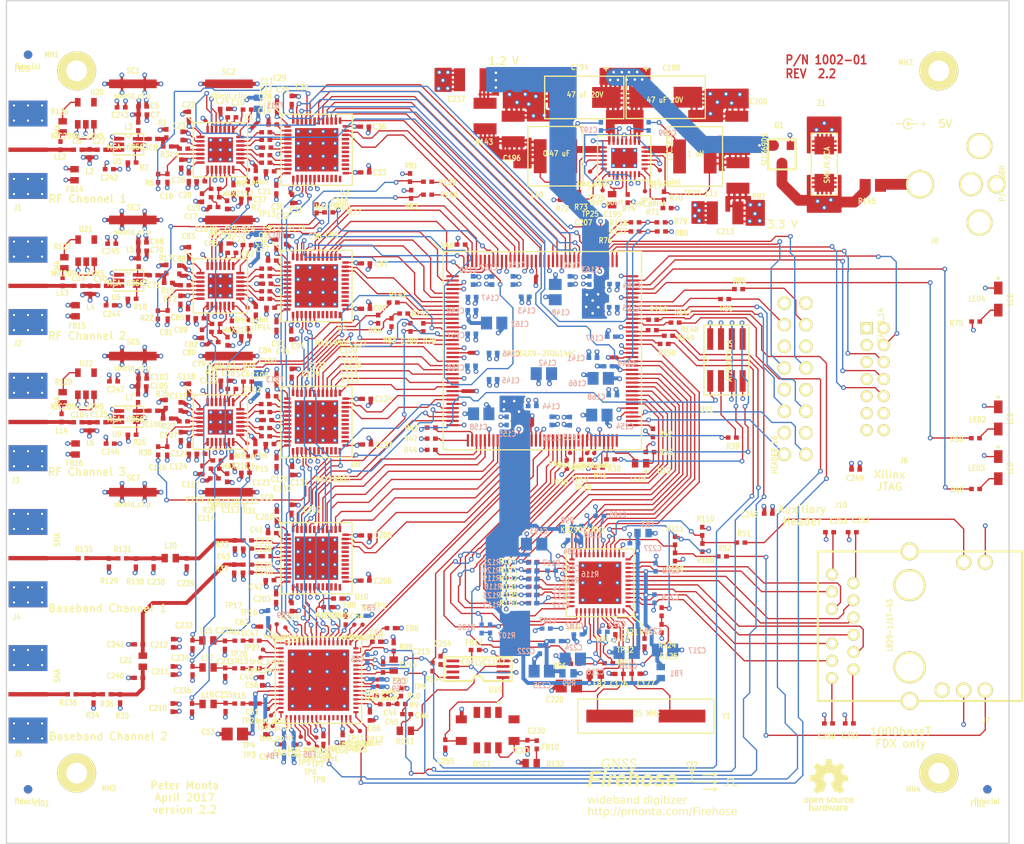
<source format=kicad_pcb>
(kicad_pcb (version 4) (host pcbnew 4.0.5)
  (layers (0 F.Cu signal) (1 In1.Cu power hide) (2 In2.Cu power hide) (31 B.Cu signal hide) (34 B.Paste user hide) (35 F.Paste user hide) (36 B.SilkS user hide) (37 F.SilkS user) (38 B.Mask user hide) (39 F.Mask user hide) (44 Edge.Cuts user))
  (net 0 "")
  (net 1 "Net-(C1-Pad1)")
  (net 2 "Net-(C1-Pad2)")
  (net 3 "/RF channel 1/ch1_vcc_lna")
  (net 4 GND)
  (net 5 "Net-(C6-Pad1)")
  (net 6 "Net-(C27-Pad1)")
  (net 7 "Net-(C8-Pad1)")
  (net 8 "Net-(C8-Pad2)")
  (net 9 "Net-(C9-Pad1)")
  (net 10 "Net-(C9-Pad2)")
  (net 11 "Net-(C10-Pad1)")
  (net 12 "Net-(C10-Pad2)")
  (net 13 "Net-(C11-Pad1)")
  (net 14 "Net-(C11-Pad2)")
  (net 15 "Net-(C12-Pad1)")
  (net 16 "Net-(C12-Pad2)")
  (net 17 "Net-(C13-Pad1)")
  (net 18 "Net-(C13-Pad2)")
  (net 19 "Net-(C14-Pad1)")
  (net 20 "Net-(C14-Pad2)")
  (net 21 "/RF channel 1/ch1_cpout")
  (net 22 "Net-(C16-Pad1)")
  (net 23 "/RF channel 1/ch1_vtune")
  (net 24 "/RF channel 1/ch1_gc1_lpf")
  (net 25 "Net-(C19-Pad1)")
  (net 26 "/RF channel 1/ch1_vcc")
  (net 27 "Net-(C27-Pad2)")
  (net 28 "Net-(C28-Pad1)")
  (net 29 "Net-(C29-Pad1)")
  (net 30 "Net-(C30-Pad1)")
  (net 31 VCC_3.3V)
  (net 32 CH1_REF+)
  (net 33 "/RF channel 1/ch1_xtal")
  (net 34 "Net-(C41-Pad1)")
  (net 35 "Net-(C42-Pad1)")
  (net 36 "Net-(C43-Pad1)")
  (net 37 "Net-(C44-Pad2)")
  (net 38 "Net-(C45-Pad1)")
  (net 39 "Net-(C45-Pad2)")
  (net 40 "Net-(C46-Pad1)")
  (net 41 "Net-(C46-Pad2)")
  (net 42 "/Clock generation/ch1_d+")
  (net 43 "Net-(C47-Pad2)")
  (net 44 "/Clock generation/ch2_d+")
  (net 45 "Net-(C49-Pad2)")
  (net 46 "/Clock generation/ch3_d+")
  (net 47 "Net-(C51-Pad2)")
  (net 48 "Net-(C53-Pad1)")
  (net 49 "Net-(C54-Pad1)")
  (net 50 "Net-(C55-Pad1)")
  (net 51 "Net-(C57-Pad1)")
  (net 52 "Net-(C58-Pad1)")
  (net 53 "Net-(C62-Pad1)")
  (net 54 "Net-(C64-Pad1)")
  (net 55 "Net-(C67-Pad1)")
  (net 56 "Net-(C67-Pad2)")
  (net 57 "/RF Channel 2/ch2_vcc_lna")
  (net 58 "Net-(C69-Pad1)")
  (net 59 "Net-(C69-Pad2)")
  (net 60 "Net-(C71-Pad1)")
  (net 61 "Net-(C71-Pad2)")
  (net 62 "Net-(C72-Pad1)")
  (net 63 "Net-(C72-Pad2)")
  (net 64 "Net-(C73-Pad1)")
  (net 65 "Net-(C73-Pad2)")
  (net 66 "Net-(C74-Pad1)")
  (net 67 "Net-(C74-Pad2)")
  (net 68 "Net-(C75-Pad1)")
  (net 69 "Net-(C75-Pad2)")
  (net 70 "Net-(C76-Pad1)")
  (net 71 "Net-(C76-Pad2)")
  (net 72 "Net-(C77-Pad1)")
  (net 73 "Net-(C77-Pad2)")
  (net 74 "/RF Channel 2/ch2_cpout")
  (net 75 "Net-(C79-Pad1)")
  (net 76 "/RF Channel 2/ch2_vtune")
  (net 77 "/RF Channel 2/ch2_gc1_lpf")
  (net 78 "Net-(C82-Pad1)")
  (net 79 "/RF Channel 2/ch2_vcc")
  (net 80 "Net-(C90-Pad2)")
  (net 81 "Net-(C91-Pad1)")
  (net 82 "Net-(C92-Pad1)")
  (net 83 "Net-(C93-Pad1)")
  (net 84 CH2_REF+)
  (net 85 "/RF Channel 2/ch2_xtal")
  (net 86 "Net-(C102-Pad1)")
  (net 87 "Net-(C102-Pad2)")
  (net 88 "/RF Channel 3/ch3_vcc_lna")
  (net 89 "Net-(C104-Pad1)")
  (net 90 "Net-(C104-Pad2)")
  (net 91 "Net-(C106-Pad1)")
  (net 92 "Net-(C106-Pad2)")
  (net 93 "Net-(C107-Pad1)")
  (net 94 "Net-(C107-Pad2)")
  (net 95 "Net-(C108-Pad1)")
  (net 96 "Net-(C108-Pad2)")
  (net 97 "Net-(C109-Pad1)")
  (net 98 "Net-(C109-Pad2)")
  (net 99 "Net-(C110-Pad1)")
  (net 100 "Net-(C110-Pad2)")
  (net 101 "Net-(C111-Pad1)")
  (net 102 "Net-(C111-Pad2)")
  (net 103 "Net-(C112-Pad1)")
  (net 104 "Net-(C112-Pad2)")
  (net 105 "/RF Channel 3/ch3_cpout")
  (net 106 "Net-(C114-Pad1)")
  (net 107 "/RF Channel 3/ch3_vtune")
  (net 108 "/RF Channel 3/ch3_gc1_lpf")
  (net 109 "Net-(C117-Pad1)")
  (net 110 "/RF Channel 3/ch3_vcc")
  (net 111 "Net-(C125-Pad2)")
  (net 112 "Net-(C126-Pad1)")
  (net 113 "Net-(C127-Pad1)")
  (net 114 "Net-(C128-Pad1)")
  (net 115 CH3_REF+)
  (net 116 "/RF Channel 3/ch3_xtal")
  (net 117 "Net-(C137-Pad1)")
  (net 118 "/RF Channel 4/10_MHz+")
  (net 119 "/RF Channel 4/10_MHz-")
  (net 120 "Net-(C139-Pad1)")
  (net 121 "/RF Channel 4/PPS+")
  (net 122 "/RF Channel 4/PPS-")
  (net 123 VCC_1.2V)
  (net 124 /Ethernet/xtal2)
  (net 125 /Ethernet/xtal1)
  (net 126 /Ethernet/DVDDL)
  (net 127 "Net-(C194-Pad1)")
  (net 128 "Net-(C195-Pad1)")
  (net 129 "Net-(C196-Pad1)")
  (net 130 "Net-(C197-Pad1)")
  (net 131 "Net-(C197-Pad2)")
  (net 132 "Net-(C199-Pad1)")
  (net 133 "Net-(C199-Pad2)")
  (net 134 "Net-(C200-Pad1)")
  (net 135 CH1_GC1_FPGA_LPF)
  (net 136 CH2_GC1_FPGA_LPF)
  (net 137 CH3_GC1_FPGA_LPF)
  (net 138 "Net-(C214-Pad1)")
  (net 139 "Net-(C215-Pad2)")
  (net 140 "Net-(C216-Pad1)")
  (net 141 /Ethernet/AVDDL)
  (net 142 /Ethernet/AVDDL_PLL)
  (net 143 /Ethernet/DVDDH)
  (net 144 /Ethernet/AVDDH)
  (net 145 "Net-(C229-Pad1)")
  (net 146 "Net-(C230-Pad1)")
  (net 147 "Net-(C231-Pad1)")
  (net 148 "Net-(C233-Pad1)")
  (net 149 "Net-(C235-Pad1)")
  (net 150 "Net-(C238-Pad1)")
  (net 151 "Net-(C240-Pad1)")
  (net 152 /Ethernet/ct1)
  (net 153 /Ethernet/ct2)
  (net 154 /Ethernet/ct3)
  (net 155 /Ethernet/ct4)
  (net 156 "Net-(C254-Pad1)")
  (net 157 "Net-(C255-Pad1)")
  (net 158 "Net-(FB10-Pad1)")
  (net 159 "Net-(J4-Pad1)")
  (net 160 "Net-(J5-Pad1)")
  (net 161 /FPGA/TMS)
  (net 162 /FPGA/TCK)
  (net 163 /FPGA/TDO)
  (net 164 /FPGA/TDI)
  (net 165 "Net-(J6-Pad12)")
  (net 166 "Net-(J6-Pad14)")
  (net 167 "Net-(J7-Pad2)")
  (net 168 "Net-(J7-Pad3)")
  (net 169 "Net-(J7-Pad4)")
  (net 170 "Net-(J7-Pad5)")
  (net 171 "Net-(J7-Pad8)")
  (net 172 "Net-(J7-Pad9)")
  (net 173 "Net-(J7-Pad10)")
  (net 174 "Net-(J7-Pad11)")
  (net 175 "Net-(J7-Pad13)")
  (net 176 "Net-(J7-Pad15)")
  (net 177 "Net-(J7-Pad17)")
  (net 178 /Ethernet/chassis_gnd)
  (net 179 "Net-(J8-Pad1)")
  (net 180 /FPGA/spare1_p)
  (net 181 /FPGA/spare1_n)
  (net 182 /FPGA/spare2_p)
  (net 183 /FPGA/spare2_n)
  (net 184 /FPGA/spare3_p)
  (net 185 /FPGA/spare3_n)
  (net 186 "Net-(J10-Pad13)")
  (net 187 "Net-(J10-Pad14)")
  (net 188 "Net-(L12-Pad1)")
  (net 189 "Net-(L13-Pad1)")
  (net 190 "Net-(L14-Pad1)")
  (net 191 "Net-(LED1-Pad1)")
  (net 192 "Net-(LED1-Pad2)")
  (net 193 "Net-(LED2-Pad1)")
  (net 194 "Net-(LED3-Pad1)")
  (net 195 "Net-(LED4-Pad1)")
  (net 196 "Net-(Q1-Pad3)")
  (net 197 "Net-(R2-Pad2)")
  (net 198 "Net-(R18-Pad2)")
  (net 199 "Net-(R26-Pad2)")
  (net 200 "Net-(R136-Pad2)")
  (net 201 /FPGA/cclk)
  (net 202 "Net-(R38-Pad2)")
  (net 203 /FPGA/din)
  (net 204 "Net-(R39-Pad2)")
  (net 205 /FPGA/m1)
  (net 206 /FPGA/m0)
  (net 207 "Net-(R42-Pad1)")
  (net 208 /FPGA/cso_b)
  (net 209 "Net-(R43-Pad2)")
  (net 210 /FPGA/init_b)
  (net 211 "Net-(R46-Pad2)")
  (net 212 "Net-(R47-Pad1)")
  (net 213 /FPGA/mosi)
  (net 214 "Net-(R48-Pad2)")
  (net 215 /FPGA/led0)
  (net 216 /FPGA/led1)
  (net 217 /Ethernet/phyad0)
  (net 218 /Ethernet/phyad1)
  (net 219 "Net-(R70-Pad2)")
  (net 220 "Net-(R72-Pad1)")
  (net 221 "Net-(R74-Pad1)")
  (net 222 /FPGA/CH1_GC1)
  (net 223 /FPGA/CH2_GC1)
  (net 224 /FPGA/CH3_GC1)
  (net 225 CH1_SDA)
  (net 226 CH1_SCL)
  (net 227 CH2_SDA)
  (net 228 CH2_SCL)
  (net 229 CH3_SDA)
  (net 230 CH3_SCL)
  (net 231 /FPGA/UART_TX)
  (net 232 /FPGA/UART_RX)
  (net 233 "Net-(R95-Pad1)")
  (net 234 PHY_NRESET)
  (net 235 PHY_RX_CLK)
  (net 236 "Net-(R100-Pad2)")
  (net 237 PHY_RXD0)
  (net 238 "Net-(R101-Pad2)")
  (net 239 PHY_RXD1)
  (net 240 "Net-(R102-Pad2)")
  (net 241 PHY_RXD2)
  (net 242 "Net-(R103-Pad2)")
  (net 243 PHY_RXD3)
  (net 244 "Net-(R104-Pad2)")
  (net 245 PHY_RX_CTL)
  (net 246 "Net-(R105-Pad2)")
  (net 247 PHY_MDIO)
  (net 248 PHY_MDINT)
  (net 249 /Ethernet/LED_MODE)
  (net 250 "Net-(R126-Pad2)")
  (net 251 "Net-(R127-Pad2)")
  (net 252 "Net-(R128-Pad2)")
  (net 253 "Net-(R129-Pad1)")
  (net 254 "Net-(R133-Pad1)")
  (net 255 "Net-(R137-Pad2)")
  (net 256 "Net-(R138-Pad2)")
  (net 257 "Net-(R139-Pad2)")
  (net 258 "Net-(R140-Pad2)")
  (net 259 "Net-(R141-Pad1)")
  (net 260 "Net-(R142-Pad1)")
  (net 261 "Net-(R144-Pad1)")
  (net 262 CLK_3888)
  (net 263 CLOCK_FTEST_LD)
  (net 264 "Net-(R146-Pad2)")
  (net 265 CLOCK_READBACK)
  (net 266 "Net-(R147-Pad2)")
  (net 267 CLOCK_LE)
  (net 268 "Net-(R148-Pad2)")
  (net 269 CLOCK_DATA)
  (net 270 "Net-(R149-Pad2)")
  (net 271 CLOCK_CLK)
  (net 272 "Net-(R150-Pad2)")
  (net 273 "Net-(TP1-Pad1)")
  (net 274 "Net-(TP2-Pad1)")
  (net 275 "Net-(TP3-Pad1)")
  (net 276 "Net-(TP4-Pad1)")
  (net 277 "Net-(TP5-Pad1)")
  (net 278 "Net-(TP6-Pad1)")
  (net 279 "Net-(TP7-Pad1)")
  (net 280 "Net-(TP8-Pad1)")
  (net 281 "Net-(TP9-Pad1)")
  (net 282 "Net-(TP10-Pad1)")
  (net 283 "Net-(TP11-Pad1)")
  (net 284 "Net-(TP12-Pad1)")
  (net 285 "Net-(TP13-Pad1)")
  (net 286 "Net-(TP14-Pad1)")
  (net 287 "Net-(TP15-Pad1)")
  (net 288 "Net-(TP16-Pad1)")
  (net 289 "Net-(TP17-Pad1)")
  (net 290 "Net-(TP18-Pad1)")
  (net 291 "Net-(TP19-Pad1)")
  (net 292 "Net-(TP20-Pad1)")
  (net 293 "Net-(TP22-Pad1)")
  (net 294 "Net-(TP23-Pad1)")
  (net 295 "Net-(TP24-Pad1)")
  (net 296 "Net-(TP25-Pad1)")
  (net 297 "Net-(TP26-Pad1)")
  (net 298 "Net-(TP27-Pad1)")
  (net 299 "Net-(TP28-Pad1)")
  (net 300 "Net-(TP29-Pad1)")
  (net 301 "Net-(U2-Pad26)")
  (net 302 "Net-(U2-Pad27)")
  (net 303 "Net-(U2-Pad28)")
  (net 304 "Net-(U2-Pad29)")
  (net 305 "Net-(U2-Pad30)")
  (net 306 "Net-(U2-Pad31)")
  (net 307 CH1_D0)
  (net 308 CH1_D1)
  (net 309 CH1_CLK+)
  (net 310 CH1_CLK-)
  (net 311 "Net-(U2-Pad19)")
  (net 312 "Net-(U2-Pad20)")
  (net 313 "Net-(U2-Pad23)")
  (net 314 "Net-(U2-Pad24)")
  (net 315 CH1_D2)
  (net 316 CH1_D3)
  (net 317 CH1_D4)
  (net 318 CH1_D5)
  (net 319 CH1_D6)
  (net 320 CH1_D7)
  (net 321 "Net-(U2-Pad43)")
  (net 322 CH1_CLK)
  (net 323 CH1_SDIN)
  (net 324 CH1_SCLK)
  (net 325 CH1_CS)
  (net 326 "Net-(U5-Pad26)")
  (net 327 "Net-(U5-Pad27)")
  (net 328 "Net-(U5-Pad28)")
  (net 329 "Net-(U5-Pad29)")
  (net 330 "Net-(U5-Pad30)")
  (net 331 "Net-(U5-Pad31)")
  (net 332 CH2_D0)
  (net 333 CH2_D1)
  (net 334 CH2_CLK+)
  (net 335 CH2_CLK-)
  (net 336 "Net-(U5-Pad19)")
  (net 337 "Net-(U5-Pad20)")
  (net 338 "Net-(U5-Pad23)")
  (net 339 "Net-(U5-Pad24)")
  (net 340 CH2_D2)
  (net 341 CH2_D3)
  (net 342 CH2_D4)
  (net 343 CH2_D5)
  (net 344 CH2_D6)
  (net 345 CH2_D7)
  (net 346 "Net-(U5-Pad43)")
  (net 347 CH2_CLK)
  (net 348 CH2_SDIN)
  (net 349 CH2_SCLK)
  (net 350 CH2_CS)
  (net 351 "Net-(U8-Pad26)")
  (net 352 "Net-(U8-Pad27)")
  (net 353 "Net-(U8-Pad28)")
  (net 354 "Net-(U8-Pad29)")
  (net 355 "Net-(U8-Pad30)")
  (net 356 "Net-(U8-Pad31)")
  (net 357 CH3_D0)
  (net 358 CH3_D1)
  (net 359 CH3_CLK+)
  (net 360 CH3_CLK-)
  (net 361 "Net-(U8-Pad19)")
  (net 362 "Net-(U8-Pad20)")
  (net 363 "Net-(U8-Pad23)")
  (net 364 "Net-(U8-Pad24)")
  (net 365 CH3_D2)
  (net 366 CH3_D3)
  (net 367 CH3_D4)
  (net 368 CH3_D5)
  (net 369 CH3_D6)
  (net 370 CH3_D7)
  (net 371 "Net-(U8-Pad43)")
  (net 372 CH3_CLK)
  (net 373 CH3_SDIN)
  (net 374 CH3_SCLK)
  (net 375 CH3_CS)
  (net 376 "Net-(U10-Pad26)")
  (net 377 "Net-(U10-Pad27)")
  (net 378 "Net-(U10-Pad28)")
  (net 379 "Net-(U10-Pad29)")
  (net 380 "Net-(U10-Pad30)")
  (net 381 "Net-(U10-Pad31)")
  (net 382 CH4_D0)
  (net 383 CH4_D1)
  (net 384 CH4_CLK+)
  (net 385 CH4_CLK-)
  (net 386 "Net-(U10-Pad19)")
  (net 387 "Net-(U10-Pad20)")
  (net 388 "Net-(U10-Pad23)")
  (net 389 "Net-(U10-Pad24)")
  (net 390 CH4_D2)
  (net 391 CH4_D3)
  (net 392 CH4_D4)
  (net 393 CH4_D5)
  (net 394 CH4_D6)
  (net 395 CH4_D7)
  (net 396 "Net-(U10-Pad43)")
  (net 397 CH4_CLK)
  (net 398 CH4_SDIN)
  (net 399 CH4_SCLK)
  (net 400 CH4_CS)
  (net 401 PHY_TX_CTL)
  (net 402 PHY_TX_CLK)
  (net 403 PHY_TXD3)
  (net 404 PHY_TXD2)
  (net 405 PHY_TXD1)
  (net 406 PHY_TXD0)
  (net 407 FPGA_CLK-)
  (net 408 FPGA_CLK+)
  (net 409 PHY_MDC)
  (net 410 "Net-(U12-Pad72)")
  (net 411 "Net-(U18-Pad13)")
  (net 412 "Net-(U18-Pad47)")
  (net 413 "Net-(U19-Pad5)")
  (net 414 "Net-(U19-Pad7)")
  (net 415 "Net-(U20-Pad4)")
  (net 416 "Net-(U21-Pad4)")
  (net 417 "Net-(U22-Pad4)")
  (module footprints:via_12mil (layer F.Cu) (at 142.5702 79.9338)
    (fp_text reference REF** hide)
    (fp_text value via_12mil)
    (pad 1 thru_hole circle (at 0 0) (size 0.5588 0.5588) (drill 0.3048) (layers *.Cu *.Mask) (net 123 VCC_1.2V))
  )
  (module footprints:via_12mil (layer F.Cu) (at 132.1308 91.2368)
    (fp_text reference REF** hide)
    (fp_text value via_12mil)
    (pad 1 thru_hole circle (at 0 0) (size 0.5588 0.5588) (drill 0.3048) (layers *.Cu *.Mask) (net 123 VCC_1.2V))
  )
  (module footprints:via_12mil (layer F.Cu) (at 133.35 90.2462)
    (fp_text reference REF** hide)
    (fp_text value via_12mil)
    (pad 1 thru_hole circle (at 0 0) (size 0.5588 0.5588) (drill 0.3048) (layers *.Cu *.Mask) (net 123 VCC_1.2V))
  )
  (module footprints:via_12mil (layer F.Cu) (at 132.1562 90.297)
    (fp_text reference REF** hide)
    (fp_text value via_12mil)
    (pad 1 thru_hole circle (at 0 0) (size 0.5588 0.5588) (drill 0.3048) (layers *.Cu *.Mask) (net 123 VCC_1.2V))
  )
  (module footprints:via_12mil (layer F.Cu) (at 143.2306 79.2226)
    (fp_text reference REF** hide)
    (fp_text value via_12mil)
    (pad 1 thru_hole circle (at 0 0) (size 0.5588 0.5588) (drill 0.3048) (layers *.Cu *.Mask) (net 123 VCC_1.2V))
  )
  (module footprints:via_12mil (layer F.Cu) (at 141.8082 79.1718)
    (fp_text reference REF** hide)
    (fp_text value via_12mil)
    (pad 1 thru_hole circle (at 0 0) (size 0.5588 0.5588) (drill 0.3048) (layers *.Cu *.Mask) (net 123 VCC_1.2V))
  )
  (module footprints:via_12mil (layer F.Cu) (at 143.2052 77.6986)
    (fp_text reference REF** hide)
    (fp_text value via_12mil)
    (pad 1 thru_hole circle (at 0 0) (size 0.5588 0.5588) (drill 0.3048) (layers *.Cu *.Mask) (net 123 VCC_1.2V))
  )
  (module footprints:via_12mil (layer F.Cu) (at 141.8844 77.7494)
    (fp_text reference REF** hide)
    (fp_text value via_12mil)
    (pad 1 thru_hole circle (at 0 0) (size 0.5588 0.5588) (drill 0.3048) (layers *.Cu *.Mask) (net 123 VCC_1.2V))
  )
  (module footprints:via_12mil (layer F.Cu) (at 148.3868 52.451)
    (fp_text reference REF** hide)
    (fp_text value via_12mil)
    (pad 1 thru_hole circle (at 0 0) (size 0.5588 0.5588) (drill 0.3048) (layers *.Cu *.Mask) (net 127 "Net-(C194-Pad1)"))
  )
  (module footprints:via_12mil (layer F.Cu) (at 147.8026 51.562)
    (fp_text reference REF** hide)
    (fp_text value via_12mil)
    (pad 1 thru_hole circle (at 0 0) (size 0.5588 0.5588) (drill 0.3048) (layers *.Cu *.Mask) (net 127 "Net-(C194-Pad1)"))
  )
  (module footprints:via_12mil (layer F.Cu) (at 147.5232 52.451)
    (fp_text reference REF** hide)
    (fp_text value via_12mil)
    (pad 1 thru_hole circle (at 0 0) (size 0.5588 0.5588) (drill 0.3048) (layers *.Cu *.Mask) (net 127 "Net-(C194-Pad1)"))
  )
  (module footprints:via_12mil (layer F.Cu) (at 146.8374 51.5874)
    (fp_text reference REF** hide)
    (fp_text value via_12mil)
    (pad 1 thru_hole circle (at 0 0) (size 0.5588 0.5588) (drill 0.3048) (layers *.Cu *.Mask) (net 127 "Net-(C194-Pad1)"))
  )
  (module footprints:via_12mil (layer F.Cu) (at 146.558 52.4764)
    (fp_text reference REF** hide)
    (fp_text value via_12mil)
    (pad 1 thru_hole circle (at 0 0) (size 0.5588 0.5588) (drill 0.3048) (layers *.Cu *.Mask) (net 127 "Net-(C194-Pad1)"))
  )
  (module footprints:via_12mil (layer F.Cu) (at 145.9992 51.5874)
    (fp_text reference REF** hide)
    (fp_text value via_12mil)
    (pad 1 thru_hole circle (at 0 0) (size 0.5588 0.5588) (drill 0.3048) (layers *.Cu *.Mask) (net 127 "Net-(C194-Pad1)"))
  )
  (module footprints:via_12mil (layer F.Cu) (at 145.542 52.5018)
    (fp_text reference REF** hide)
    (fp_text value via_12mil)
    (pad 1 thru_hole circle (at 0 0) (size 0.5588 0.5588) (drill 0.3048) (layers *.Cu *.Mask) (net 127 "Net-(C194-Pad1)"))
  )
  (module footprints:via_12mil (layer F.Cu) (at 145.034 51.5874)
    (fp_text reference REF** hide)
    (fp_text value via_12mil)
    (pad 1 thru_hole circle (at 0 0) (size 0.5588 0.5588) (drill 0.3048) (layers *.Cu *.Mask) (net 127 "Net-(C194-Pad1)"))
  )
  (module footprints:via_12mil (layer F.Cu) (at 131.191 53.3908)
    (fp_text reference REF** hide)
    (fp_text value via_12mil)
    (pad 1 thru_hole circle (at 0 0) (size 0.5588 0.5588) (drill 0.3048) (layers *.Cu *.Mask) (net 123 VCC_1.2V))
  )
  (module footprints:via_12mil (layer F.Cu) (at 131.191 51.6636)
    (fp_text reference REF** hide)
    (fp_text value via_12mil)
    (pad 1 thru_hole circle (at 0 0) (size 0.5588 0.5588) (drill 0.3048) (layers *.Cu *.Mask) (net 123 VCC_1.2V))
  )
  (module footprints:via_12mil (layer F.Cu) (at 159.8676 54.2036)
    (fp_text reference REF** hide)
    (fp_text value via_12mil)
    (pad 1 thru_hole circle (at 0 0) (size 0.5588 0.5588) (drill 0.3048) (layers *.Cu *.Mask) (net 4 GND))
  )
  (module footprints:via_12mil (layer F.Cu) (at 158.9024 55.2196)
    (fp_text reference REF** hide)
    (fp_text value via_12mil)
    (pad 1 thru_hole circle (at 0 0) (size 0.5588 0.5588) (drill 0.3048) (layers *.Cu *.Mask) (net 4 GND))
  )
  (module footprints:via_12mil (layer F.Cu) (at 158.242 54.1528)
    (fp_text reference REF** hide)
    (fp_text value via_12mil)
    (pad 1 thru_hole circle (at 0 0) (size 0.5588 0.5588) (drill 0.3048) (layers *.Cu *.Mask) (net 4 GND))
  )
  (module footprints:via_12mil (layer F.Cu) (at 156.3878 54.1274)
    (fp_text reference REF** hide)
    (fp_text value via_12mil)
    (pad 1 thru_hole circle (at 0 0) (size 0.5588 0.5588) (drill 0.3048) (layers *.Cu *.Mask) (net 4 GND))
  )
  (module footprints:via_12mil (layer F.Cu) (at 156.4132 56.4642)
    (fp_text reference REF** hide)
    (fp_text value via_12mil)
    (pad 1 thru_hole circle (at 0 0) (size 0.5588 0.5588) (drill 0.3048) (layers *.Cu *.Mask) (net 4 GND))
  )
  (module footprints:via_12mil (layer F.Cu) (at 154.6098 67.2084)
    (fp_text reference REF** hide)
    (fp_text value via_12mil)
    (pad 1 thru_hole circle (at 0 0) (size 0.5588 0.5588) (drill 0.3048) (layers *.Cu *.Mask) (net 4 GND))
  )
  (module footprints:via_12mil (layer F.Cu) (at 154.5844 68.4784)
    (fp_text reference REF** hide)
    (fp_text value via_12mil)
    (pad 1 thru_hole circle (at 0 0) (size 0.5588 0.5588) (drill 0.3048) (layers *.Cu *.Mask) (net 4 GND))
  )
  (module footprints:via_12mil (layer F.Cu) (at 155.0924 69.0626)
    (fp_text reference REF** hide)
    (fp_text value via_12mil)
    (pad 1 thru_hole circle (at 0 0) (size 0.5588 0.5588) (drill 0.3048) (layers *.Cu *.Mask) (net 4 GND))
  )
  (module footprints:via_12mil (layer F.Cu) (at 162.179 67.1576)
    (fp_text reference REF** hide)
    (fp_text value via_12mil)
    (pad 1 thru_hole circle (at 0 0) (size 0.5588 0.5588) (drill 0.3048) (layers *.Cu *.Mask) (net 31 VCC_3.3V))
  )
  (module footprints:via_12mil (layer F.Cu) (at 161.1122 67.183)
    (fp_text reference REF** hide)
    (fp_text value via_12mil)
    (pad 1 thru_hole circle (at 0 0) (size 0.5588 0.5588) (drill 0.3048) (layers *.Cu *.Mask) (net 31 VCC_3.3V))
  )
  (module footprints:via_12mil (layer F.Cu) (at 161.6456 68.2244)
    (fp_text reference REF** hide)
    (fp_text value via_12mil)
    (pad 1 thru_hole circle (at 0 0) (size 0.5588 0.5588) (drill 0.3048) (layers *.Cu *.Mask) (net 31 VCC_3.3V))
  )
  (module footprints:via_12mil (layer F.Cu) (at 161.036 69.1134)
    (fp_text reference REF** hide)
    (fp_text value via_12mil)
    (pad 1 thru_hole circle (at 0 0) (size 0.5588 0.5588) (drill 0.3048) (layers *.Cu *.Mask) (net 31 VCC_3.3V))
  )
  (module footprints:via_12mil (layer F.Cu) (at 169.799 67.5132)
    (fp_text reference REF** hide)
    (fp_text value via_12mil)
    (pad 1 thru_hole circle (at 0 0) (size 0.5588 0.5588) (drill 0.3048) (layers *.Cu *.Mask) (net 196 "Net-(Q1-Pad3)"))
  )
  (module footprints:via_12mil (layer F.Cu) (at 170.561 66.5988)
    (fp_text reference REF** hide)
    (fp_text value via_12mil)
    (pad 1 thru_hole circle (at 0 0) (size 0.5588 0.5588) (drill 0.3048) (layers *.Cu *.Mask) (net 196 "Net-(Q1-Pad3)"))
  )
  (module footprints:via_12mil (layer F.Cu) (at 170.688 58.3692)
    (fp_text reference REF** hide)
    (fp_text value via_12mil)
    (pad 1 thru_hole circle (at 0 0) (size 0.5588 0.5588) (drill 0.3048) (layers *.Cu *.Mask) (net 4 GND))
  )
  (module footprints:via_12mil (layer F.Cu) (at 169.799 57.5818)
    (fp_text reference REF** hide)
    (fp_text value via_12mil)
    (pad 1 thru_hole circle (at 0 0) (size 0.5588 0.5588) (drill 0.3048) (layers *.Cu *.Mask) (net 4 GND))
  )
  (module footprints:via_12mil (layer F.Cu) (at 136.8806 56.6674)
    (fp_text reference REF** hide)
    (fp_text value via_12mil)
    (pad 1 thru_hole circle (at 0 0) (size 0.5588 0.5588) (drill 0.3048) (layers *.Cu *.Mask) (net 4 GND))
  )
  (module footprints:via_12mil (layer F.Cu) (at 168.8846 58.3692)
    (fp_text reference REF** hide)
    (fp_text value via_12mil)
    (pad 1 thru_hole circle (at 0 0) (size 0.5588 0.5588) (drill 0.3048) (layers *.Cu *.Mask) (net 4 GND))
  )
  (module footprints:via_12mil (layer F.Cu) (at 135.6106 56.7182)
    (fp_text reference REF** hide)
    (fp_text value via_12mil)
    (pad 1 thru_hole circle (at 0 0) (size 0.5588 0.5588) (drill 0.3048) (layers *.Cu *.Mask) (net 4 GND))
  )
  (module footprints:via_12mil (layer F.Cu) (at 132.7912 54.2036)
    (fp_text reference REF** hide)
    (fp_text value via_12mil)
    (pad 1 thru_hole circle (at 0 0) (size 0.5588 0.5588) (drill 0.3048) (layers *.Cu *.Mask) (net 4 GND))
  )
  (module footprints:via_12mil (layer F.Cu) (at 133.6802 55.1434)
    (fp_text reference REF** hide)
    (fp_text value via_12mil)
    (pad 1 thru_hole circle (at 0 0) (size 0.5588 0.5588) (drill 0.3048) (layers *.Cu *.Mask) (net 4 GND))
  )
  (module footprints:via_12mil (layer F.Cu) (at 134.6454 54.1782)
    (fp_text reference REF** hide)
    (fp_text value via_12mil)
    (pad 1 thru_hole circle (at 0 0) (size 0.5588 0.5588) (drill 0.3048) (layers *.Cu *.Mask) (net 4 GND))
  )
  (module footprints:via_12mil (layer F.Cu) (at 135.0518 55.3466)
    (fp_text reference REF** hide)
    (fp_text value via_12mil)
    (pad 1 thru_hole circle (at 0 0) (size 0.5588 0.5588) (drill 0.3048) (layers *.Cu *.Mask) (net 4 GND))
  )
  (module footprints:via_12mil (layer F.Cu) (at 125.5268 53.4924)
    (fp_text reference REF** hide)
    (fp_text value via_12mil)
    (pad 1 thru_hole circle (at 0 0) (size 0.5588 0.5588) (drill 0.3048) (layers *.Cu *.Mask) (net 4 GND))
  )
  (module footprints:via_12mil (layer F.Cu) (at 124.46 53.5178)
    (fp_text reference REF** hide)
    (fp_text value via_12mil)
    (pad 1 thru_hole circle (at 0 0) (size 0.5588 0.5588) (drill 0.3048) (layers *.Cu *.Mask) (net 4 GND))
  )
  (module footprints:via_12mil (layer F.Cu) (at 125.5522 51.6128)
    (fp_text reference REF** hide)
    (fp_text value via_12mil)
    (pad 1 thru_hole circle (at 0 0) (size 0.5588 0.5588) (drill 0.3048) (layers *.Cu *.Mask) (net 4 GND))
  )
  (module footprints:via_12mil (layer F.Cu) (at 124.5362 51.6128)
    (fp_text reference REF** hide)
    (fp_text value via_12mil)
    (pad 1 thru_hole circle (at 0 0) (size 0.5588 0.5588) (drill 0.3048) (layers *.Cu *.Mask) (net 4 GND))
  )
  (module footprints:S1721 (layer F.Cu) (at 88.519 52.959)
    (fp_text reference SC1 (at 0.0508 -1.5494) (layer F.SilkS) (effects (font (size 0.63 0.54) (thickness 0.12))))
    (fp_text value shield_clip (at -0.06096 1.40208) (layer F.SilkS) (effects (font (size 0.63 0.54) (thickness 0.12))))
    (pad 1 smd rect (at 0 0) (size 5.59 1.02) (layers F.Cu F.Paste F.Mask) (net 4 GND) (clearance 0.1524))
  )
  (module footprints:S1721 (layer F.Cu) (at 99.822 52.959)
    (fp_text reference SC2 (at -0.0508 -1.397) (layer F.SilkS) (effects (font (size 0.63 0.54) (thickness 0.12))))
    (fp_text value shield_clip (at -0.06096 1.40208) (layer F.SilkS) (effects (font (size 0.63 0.54) (thickness 0.12))))
    (pad 1 smd rect (at 0 0) (size 5.59 1.02) (layers F.Cu F.Paste F.Mask) (net 4 GND) (clearance 0.1524))
  )
  (module footprints:S1721 (layer F.Cu) (at 88.519 68.961)
    (fp_text reference SC3 (at 0.1016 -1.4732) (layer F.SilkS) (effects (font (size 0.63 0.54) (thickness 0.12))))
    (fp_text value shield_clip (at -0.06096 1.40208) (layer F.SilkS) (effects (font (size 0.63 0.54) (thickness 0.12))))
    (pad 1 smd rect (at 0 0) (size 5.59 1.02) (layers F.Cu F.Paste F.Mask) (net 4 GND) (clearance 0.1524))
  )
  (module footprints:S1721 (layer F.Cu) (at 99.822 68.961)
    (fp_text reference SC4 (at 2.286 1.0922) (layer F.SilkS) (effects (font (size 0.63 0.54) (thickness 0.12))))
    (fp_text value shield_clip (at -0.06096 1.40208) (layer F.SilkS) (effects (font (size 0.63 0.54) (thickness 0.12))))
    (pad 1 smd rect (at 0 0) (size 5.59 1.02) (layers F.Cu F.Paste F.Mask) (net 4 GND) (clearance 0.1524))
  )
  (module footprints:0402 (layer F.Cu) (at 101.9556 55.9816)
    (fp_text reference C1 (at 0.2286 0.9144) (layer F.SilkS) (effects (font (size 0.63 0.54) (thickness 0.12))))
    (fp_text value "47 nF")
    (pad 1 smd rect (at -0.4826 0) (size 0.5588 0.508) (layers F.Cu F.Paste F.Mask) (net 1 "Net-(C1-Pad1)"))
    (pad 2 smd rect (at 0.4826 0) (size 0.5588 0.508) (layers F.Cu F.Paste F.Mask) (net 2 "Net-(C1-Pad2)"))
  )
  (module footprints:0402 (layer F.Cu) (at 89.662 55.626)
    (fp_text reference C5 (at 1.4224 -0.0762) (layer F.SilkS) (effects (font (size 0.63 0.54) (thickness 0.12))))
    (fp_text value "10 nF")
    (pad 1 smd rect (at -0.4826 0) (size 0.5588 0.508) (layers F.Cu F.Paste F.Mask) (net 3 "/RF channel 1/ch1_vcc_lna"))
    (pad 2 smd rect (at 0.4826 0) (size 0.5588 0.508) (layers F.Cu F.Paste F.Mask) (net 4 GND))
  )
  (module footprints:0402 (layer F.Cu) (at 82.042 60.706)
    (fp_text reference C6 (at -0.1016 -1.016) (layer F.SilkS) (effects (font (size 0.63 0.54) (thickness 0.12))))
    (fp_text value "100 pF")
    (pad 1 smd rect (at -0.4826 0) (size 0.5588 0.508) (layers F.Cu F.Paste F.Mask) (net 5 "Net-(C6-Pad1)"))
    (pad 2 smd rect (at 0.4826 0) (size 0.5588 0.508) (layers F.Cu F.Paste F.Mask) (net 6 "Net-(C27-Pad1)"))
  )
  (module footprints:0402 (layer F.Cu) (at 89.6874 56.5658)
    (fp_text reference C7 (at 1.4478 0.0254) (layer F.SilkS) (effects (font (size 0.63 0.54) (thickness 0.12))))
    (fp_text value "100 pF")
    (pad 1 smd rect (at -0.4826 0) (size 0.5588 0.508) (layers F.Cu F.Paste F.Mask) (net 3 "/RF channel 1/ch1_vcc_lna"))
    (pad 2 smd rect (at 0.4826 0) (size 0.5588 0.508) (layers F.Cu F.Paste F.Mask) (net 4 GND))
  )
  (module footprints:0402 (layer F.Cu) (at 90.932 59.436)
    (fp_text reference C8 (at -0.0254 1.016) (layer F.SilkS) (effects (font (size 0.63 0.54) (thickness 0.12))))
    (fp_text value "100 pF")
    (pad 1 smd rect (at -0.4826 0) (size 0.5588 0.508) (layers F.Cu F.Paste F.Mask) (net 7 "Net-(C8-Pad1)"))
    (pad 2 smd rect (at 0.4826 0) (size 0.5588 0.508) (layers F.Cu F.Paste F.Mask) (net 8 "Net-(C8-Pad2)"))
  )
  (module footprints:0402 (layer F.Cu) (at 94.488 60.579)
    (fp_text reference C9 (at -1.0668 0.7874) (layer F.SilkS) (effects (font (size 0.63 0.54) (thickness 0.12))))
    (fp_text value "100 pF")
    (pad 1 smd rect (at -0.4826 0) (size 0.5588 0.508) (layers F.Cu F.Paste F.Mask) (net 9 "Net-(C9-Pad1)"))
    (pad 2 smd rect (at 0.4826 0) (size 0.5588 0.508) (layers F.Cu F.Paste F.Mask) (net 10 "Net-(C9-Pad2)"))
  )
  (module footprints:0402 (layer F.Cu) (at 100.1522 56.896)
    (fp_text reference C10 (at 0.7112 -1.7018) (layer F.SilkS) (effects (font (size 0.63 0.54) (thickness 0.12))))
    (fp_text value "47 nF")
    (pad 1 smd rect (at -0.4826 0) (size 0.5588 0.508) (layers F.Cu F.Paste F.Mask) (net 11 "Net-(C10-Pad1)"))
    (pad 2 smd rect (at 0.4826 0) (size 0.5588 0.508) (layers F.Cu F.Paste F.Mask) (net 12 "Net-(C10-Pad2)"))
  )
  (module footprints:0402 (layer F.Cu) (at 104.14 58.6486)
    (fp_text reference C11 (at 0.1524 -5.9944) (layer F.SilkS) (effects (font (size 0.63 0.54) (thickness 0.12))))
    (fp_text value "47 nF")
    (pad 1 smd rect (at -0.4826 0) (size 0.5588 0.508) (layers F.Cu F.Paste F.Mask) (net 13 "Net-(C11-Pad1)"))
    (pad 2 smd rect (at 0.4826 0) (size 0.5588 0.508) (layers F.Cu F.Paste F.Mask) (net 14 "Net-(C11-Pad2)"))
  )
  (module footprints:0402 (layer F.Cu) (at 104.14 59.5376)
    (fp_text reference C12 (at 0.0254 -5.9436) (layer F.SilkS) (effects (font (size 0.63 0.54) (thickness 0.12))))
    (fp_text value "47 nF")
    (pad 1 smd rect (at -0.4826 0) (size 0.5588 0.508) (layers F.Cu F.Paste F.Mask) (net 15 "Net-(C12-Pad1)"))
    (pad 2 smd rect (at 0.4826 0) (size 0.5588 0.508) (layers F.Cu F.Paste F.Mask) (net 16 "Net-(C12-Pad2)"))
  )
  (module footprints:0402 (layer F.Cu) (at 104.14 61.341)
    (fp_text reference C13 (at -0.1016 -6.0452) (layer F.SilkS) (effects (font (size 0.63 0.54) (thickness 0.12))))
    (fp_text value "47 nF")
    (pad 1 smd rect (at -0.4826 0) (size 0.5588 0.508) (layers F.Cu F.Paste F.Mask) (net 17 "Net-(C13-Pad1)"))
    (pad 2 smd rect (at 0.4826 0) (size 0.5588 0.508) (layers F.Cu F.Paste F.Mask) (net 18 "Net-(C13-Pad2)"))
  )
  (module footprints:0402 (layer F.Cu) (at 104.14 62.23)
    (fp_text reference C14 (at -0.1524 -6.096) (layer F.SilkS) (effects (font (size 0.63 0.54) (thickness 0.12))))
    (fp_text value "47 nF")
    (pad 1 smd rect (at -0.4826 0) (size 0.5588 0.508) (layers F.Cu F.Paste F.Mask) (net 19 "Net-(C14-Pad1)"))
    (pad 2 smd rect (at 0.4826 0) (size 0.5588 0.508) (layers F.Cu F.Paste F.Mask) (net 20 "Net-(C14-Pad2)"))
  )
  (module footprints:0402 (layer F.Cu) (at 99.5934 67.183 270)
    (fp_text reference C15 (at 3.6576 0.2286 360) (layer F.SilkS) (effects (font (size 0.63 0.54) (thickness 0.12))))
    (fp_text value "2.2 nF")
    (pad 1 smd rect (at -0.4826 0 270) (size 0.5588 0.508) (layers F.Cu F.Paste F.Mask) (net 21 "/RF channel 1/ch1_cpout"))
    (pad 2 smd rect (at 0.4826 0 270) (size 0.5588 0.508) (layers F.Cu F.Paste F.Mask) (net 4 GND))
  )
  (module footprints:0402 (layer F.Cu) (at 98.044 67.437 180)
    (fp_text reference C16 (at 1.4732 -2.5654 180) (layer F.SilkS) (effects (font (size 0.63 0.54) (thickness 0.12))))
    (fp_text value "33 nF")
    (pad 1 smd rect (at -0.4826 0 180) (size 0.5588 0.508) (layers F.Cu F.Paste F.Mask) (net 22 "Net-(C16-Pad1)"))
    (pad 2 smd rect (at 0.4826 0 180) (size 0.5588 0.508) (layers F.Cu F.Paste F.Mask) (net 4 GND))
  )
  (module footprints:0402 (layer F.Cu) (at 96.647 66.3448 270)
    (fp_text reference C17 (at 2.2098 1.3208 360) (layer F.SilkS) (effects (font (size 0.63 0.54) (thickness 0.12))))
    (fp_text value "100 pF")
    (pad 1 smd rect (at -0.4826 0 270) (size 0.5588 0.508) (layers F.Cu F.Paste F.Mask) (net 23 "/RF channel 1/ch1_vtune"))
    (pad 2 smd rect (at 0.4826 0 270) (size 0.5588 0.508) (layers F.Cu F.Paste F.Mask) (net 4 GND))
  )
  (module footprints:0402 (layer F.Cu) (at 92.583 64.0268 270)
    (fp_text reference C18 (at 2.1402 0.1016 360) (layer F.SilkS) (effects (font (size 0.63 0.54) (thickness 0.12))))
    (fp_text value "0.1 uF")
    (pad 1 smd rect (at -0.4826 0 270) (size 0.5588 0.508) (layers F.Cu F.Paste F.Mask) (net 24 "/RF channel 1/ch1_gc1_lpf"))
    (pad 2 smd rect (at 0.4826 0 270) (size 0.5588 0.508) (layers F.Cu F.Paste F.Mask) (net 4 GND))
  )
  (module footprints:0402 (layer F.Cu) (at 96.4946 64.4144 180)
    (fp_text reference C19 (at 0.8128 -3.1242 180) (layer F.SilkS) (effects (font (size 0.63 0.54) (thickness 0.12))))
    (fp_text value "0.1 uF")
    (pad 1 smd rect (at -0.4826 0 180) (size 0.5588 0.508) (layers F.Cu F.Paste F.Mask) (net 25 "Net-(C19-Pad1)"))
    (pad 2 smd rect (at 0.4826 0 180) (size 0.5588 0.508) (layers F.Cu F.Paste F.Mask) (net 4 GND))
  )
  (module footprints:0402 (layer F.Cu) (at 95.0976 63.9318 270)
    (fp_text reference C20 (at 2.1082 0.4572 360) (layer F.SilkS) (effects (font (size 0.63 0.54) (thickness 0.12))))
    (fp_text value "1000 pF")
    (pad 1 smd rect (at -0.4826 0 270) (size 0.5588 0.508) (layers F.Cu F.Paste F.Mask) (net 26 "/RF channel 1/ch1_vcc"))
    (pad 2 smd rect (at 0.4826 0 270) (size 0.5588 0.508) (layers F.Cu F.Paste F.Mask) (net 4 GND))
  )
  (module footprints:0402 (layer F.Cu) (at 102.9716 63.6524 270)
    (fp_text reference C21 (at 1.9558 -1.016 360) (layer F.SilkS) (effects (font (size 0.63 0.54) (thickness 0.12))))
    (fp_text value "1000 pF")
    (pad 1 smd rect (at -0.4826 0 270) (size 0.5588 0.508) (layers F.Cu F.Paste F.Mask) (net 26 "/RF channel 1/ch1_vcc"))
    (pad 2 smd rect (at 0.4826 0 270) (size 0.5588 0.508) (layers F.Cu F.Paste F.Mask) (net 4 GND))
  )
  (module footprints:0402 (layer F.Cu) (at 95.0976 56.7182 90)
    (fp_text reference C22 (at 1.2954 -0.0254 180) (layer F.SilkS) (effects (font (size 0.63 0.54) (thickness 0.12))))
    (fp_text value "1000 pF")
    (pad 1 smd rect (at -0.4826 0 90) (size 0.5588 0.508) (layers F.Cu F.Paste F.Mask) (net 26 "/RF channel 1/ch1_vcc"))
    (pad 2 smd rect (at 0.4826 0 90) (size 0.5588 0.508) (layers F.Cu F.Paste F.Mask) (net 4 GND))
  )
  (module footprints:0402 (layer F.Cu) (at 94.361 59.0804 270)
    (fp_text reference C23 (at -1.1684 0.4318 360) (layer F.SilkS) (effects (font (size 0.63 0.54) (thickness 0.12))))
    (fp_text value "1000 pF")
    (pad 1 smd rect (at -0.4826 0 270) (size 0.5588 0.508) (layers F.Cu F.Paste F.Mask) (net 26 "/RF channel 1/ch1_vcc"))
    (pad 2 smd rect (at 0.4826 0 270) (size 0.5588 0.508) (layers F.Cu F.Paste F.Mask) (net 4 GND))
  )
  (module footprints:0402 (layer F.Cu) (at 99.2632 55.9054)
    (fp_text reference C24 (at -0.2286 -0.9398) (layer F.SilkS) (effects (font (size 0.63 0.54) (thickness 0.12))))
    (fp_text value "1000 pF")
    (pad 1 smd rect (at -0.4826 0) (size 0.5588 0.508) (layers F.Cu F.Paste F.Mask) (net 26 "/RF channel 1/ch1_vcc"))
    (pad 2 smd rect (at 0.4826 0) (size 0.5588 0.508) (layers F.Cu F.Paste F.Mask) (net 4 GND))
  )
  (module footprints:0402 (layer F.Cu) (at 100.3554 65.3288 270)
    (fp_text reference C25 (at 4.699 0.2794 360) (layer F.SilkS) (effects (font (size 0.63 0.54) (thickness 0.12))))
    (fp_text value "1000 pF")
    (pad 1 smd rect (at -0.4826 0 270) (size 0.5588 0.508) (layers F.Cu F.Paste F.Mask) (net 26 "/RF channel 1/ch1_vcc"))
    (pad 2 smd rect (at 0.4826 0 270) (size 0.5588 0.508) (layers F.Cu F.Paste F.Mask) (net 4 GND))
  )
  (module footprints:0402 (layer F.Cu) (at 94.2086 62.357 270)
    (fp_text reference C26 (at 1.9304 0.3302 360) (layer F.SilkS) (effects (font (size 0.63 0.54) (thickness 0.12))))
    (fp_text value "1000 pF")
    (pad 1 smd rect (at -0.4826 0 270) (size 0.5588 0.508) (layers F.Cu F.Paste F.Mask) (net 26 "/RF channel 1/ch1_vcc"))
    (pad 2 smd rect (at 0.4826 0 270) (size 0.5588 0.508) (layers F.Cu F.Paste F.Mask) (net 4 GND))
  )
  (module footprints:0402 (layer F.Cu) (at 84.836 60.706)
    (fp_text reference C27 (at -0.3048 -1.0414) (layer F.SilkS) (effects (font (size 0.63 0.54) (thickness 0.12))))
    (fp_text value "100 pF")
    (pad 1 smd rect (at -0.4826 0) (size 0.5588 0.508) (layers F.Cu F.Paste F.Mask) (net 6 "Net-(C27-Pad1)"))
    (pad 2 smd rect (at 0.4826 0) (size 0.5588 0.508) (layers F.Cu F.Paste F.Mask) (net 27 "Net-(C27-Pad2)"))
  )
  (module footprints:0402 (layer F.Cu) (at 104.2604 60.452 180)
    (fp_text reference C28 (at 0.1966 5.9944 180) (layer F.SilkS) (effects (font (size 0.63 0.54) (thickness 0.12))))
    (fp_text value "0.1 uF")
    (pad 1 smd rect (at -0.4826 0 180) (size 0.5588 0.508) (layers F.Cu F.Paste F.Mask) (net 28 "Net-(C28-Pad1)"))
    (pad 2 smd rect (at 0.4826 0 180) (size 0.5588 0.508) (layers F.Cu F.Paste F.Mask) (net 4 GND))
  )
  (module footprints:0402 (layer F.Cu) (at 104.9528 57.7342 180)
    (fp_text reference C29 (at -0.8128 5.461 180) (layer F.SilkS) (effects (font (size 0.63 0.54) (thickness 0.12))))
    (fp_text value "0.1 uF")
    (pad 1 smd rect (at -0.4826 0 180) (size 0.5588 0.508) (layers F.Cu F.Paste F.Mask) (net 29 "Net-(C29-Pad1)"))
    (pad 2 smd rect (at 0.4826 0 180) (size 0.5588 0.508) (layers F.Cu F.Paste F.Mask) (net 4 GND))
  )
  (module footprints:0402 (layer F.Cu) (at 104.648 63.246 180)
    (fp_text reference C30 (at -0.889 -4.1656 180) (layer F.SilkS) (effects (font (size 0.63 0.54) (thickness 0.12))))
    (fp_text value "0.1 uF")
    (pad 1 smd rect (at -0.4826 0 180) (size 0.5588 0.508) (layers F.Cu F.Paste F.Mask) (net 30 "Net-(C30-Pad1)"))
    (pad 2 smd rect (at 0.4826 0 180) (size 0.5588 0.508) (layers F.Cu F.Paste F.Mask) (net 4 GND))
  )
  (module footprints:0402 (layer F.Cu) (at 107.2388 66.4718 270)
    (fp_text reference C31 (at 1.2954 -0.4826 360) (layer F.SilkS) (effects (font (size 0.63 0.54) (thickness 0.12))))
    (fp_text value "0.1 uF")
    (pad 1 smd rect (at -0.4826 0 270) (size 0.5588 0.508) (layers F.Cu F.Paste F.Mask) (net 31 VCC_3.3V))
    (pad 2 smd rect (at 0.4826 0 270) (size 0.5588 0.508) (layers F.Cu F.Paste F.Mask) (net 4 GND))
  )
  (module footprints:0402 (layer F.Cu) (at 105.3846 65.3796 270)
    (fp_text reference C32 (at 3.0988 -0.762 360) (layer F.SilkS) (effects (font (size 0.63 0.54) (thickness 0.12))))
    (fp_text value "0.1 uF")
    (pad 1 smd rect (at -0.4826 0 270) (size 0.5588 0.508) (layers F.Cu F.Paste F.Mask) (net 31 VCC_3.3V))
    (pad 2 smd rect (at 0.4826 0 270) (size 0.5588 0.508) (layers F.Cu F.Paste F.Mask) (net 4 GND))
  )
  (module footprints:0402 (layer F.Cu) (at 115.824 63.373)
    (fp_text reference C33 (at 1.7018 0.0254) (layer F.SilkS) (effects (font (size 0.63 0.54) (thickness 0.12))))
    (fp_text value "0.1 uF")
    (pad 1 smd rect (at -0.4826 0) (size 0.5588 0.508) (layers F.Cu F.Paste F.Mask) (net 31 VCC_3.3V))
    (pad 2 smd rect (at 0.4826 0) (size 0.5588 0.508) (layers F.Cu F.Paste F.Mask) (net 4 GND))
  )
  (module footprints:0402 (layer F.Cu) (at 105.4608 55.6768 90)
    (fp_text reference C34 (at 2.0066 0.6604 180) (layer F.SilkS) (effects (font (size 0.63 0.54) (thickness 0.12))))
    (fp_text value "0.1 uF")
    (pad 1 smd rect (at -0.4826 0 90) (size 0.5588 0.508) (layers F.Cu F.Paste F.Mask) (net 31 VCC_3.3V))
    (pad 2 smd rect (at 0.4826 0 90) (size 0.5588 0.508) (layers F.Cu F.Paste F.Mask) (net 4 GND))
  )
  (module footprints:0402 (layer F.Cu) (at 107.188 54.864 90)
    (fp_text reference C35 (at 1.4986 1.2192 180) (layer F.SilkS) (effects (font (size 0.63 0.54) (thickness 0.12))))
    (fp_text value "0.1 uF")
    (pad 1 smd rect (at -0.4826 0 90) (size 0.5588 0.508) (layers F.Cu F.Paste F.Mask) (net 31 VCC_3.3V))
    (pad 2 smd rect (at 0.4826 0 90) (size 0.5588 0.508) (layers F.Cu F.Paste F.Mask) (net 4 GND))
  )
  (module footprints:0402 (layer F.Cu) (at 115.7732 57.9882)
    (fp_text reference C36 (at 1.7272 0.0254) (layer F.SilkS) (effects (font (size 0.63 0.54) (thickness 0.12))))
    (fp_text value "0.1 uF")
    (pad 1 smd rect (at -0.4826 0) (size 0.5588 0.508) (layers F.Cu F.Paste F.Mask) (net 31 VCC_3.3V))
    (pad 2 smd rect (at 0.4826 0) (size 0.5588 0.508) (layers F.Cu F.Paste F.Mask) (net 4 GND))
  )
  (module footprints:0402 (layer F.Cu) (at 102.0318 64.9224 90)
    (fp_text reference C37 (at -1.651 1.397 180) (layer F.SilkS) (effects (font (size 0.63 0.54) (thickness 0.12))))
    (fp_text value "0.1 uF")
    (pad 1 smd rect (at -0.4826 0 90) (size 0.5588 0.508) (layers F.Cu F.Paste F.Mask) (net 32 CH1_REF+))
    (pad 2 smd rect (at 0.4826 0 90) (size 0.5588 0.508) (layers F.Cu F.Paste F.Mask) (net 33 "/RF channel 1/ch1_xtal"))
  )
  (module footprints:0402 (layer F.Cu) (at 104.902 105.7656 180)
    (fp_text reference C41 (at 1.8542 0.381 180) (layer F.SilkS) (effects (font (size 0.63 0.54) (thickness 0.12))))
    (fp_text value "0.1 uF")
    (pad 1 smd rect (at -0.4826 0 180) (size 0.5588 0.508) (layers F.Cu F.Paste F.Mask) (net 34 "Net-(C41-Pad1)"))
    (pad 2 smd rect (at 0.4826 0 180) (size 0.5588 0.508) (layers F.Cu F.Paste F.Mask) (net 4 GND))
  )
  (module footprints:0402 (layer F.Cu) (at 104.6226 111.3028 180)
    (fp_text reference C42 (at 1.6256 -0.7874 180) (layer F.SilkS) (effects (font (size 0.63 0.54) (thickness 0.12))))
    (fp_text value "0.1 uF")
    (pad 1 smd rect (at -0.4826 0 180) (size 0.5588 0.508) (layers F.Cu F.Paste F.Mask) (net 35 "Net-(C42-Pad1)"))
    (pad 2 smd rect (at 0.4826 0 180) (size 0.5588 0.508) (layers F.Cu F.Paste F.Mask) (net 4 GND))
  )
  (module footprints:0402 (layer F.Cu) (at 104.2416 108.4834 180)
    (fp_text reference C43 (at 5.08 -0.0508 180) (layer F.SilkS) (effects (font (size 0.63 0.54) (thickness 0.12))))
    (fp_text value "0.1 uF")
    (pad 1 smd rect (at -0.4826 0 180) (size 0.5588 0.508) (layers F.Cu F.Paste F.Mask) (net 36 "Net-(C43-Pad1)"))
    (pad 2 smd rect (at 0.4826 0 180) (size 0.5588 0.508) (layers F.Cu F.Paste F.Mask) (net 4 GND))
  )
  (module footprints:0402 (layer F.Cu) (at 117.63959 124.8664 180)
    (fp_text reference C44 (at -1.13081 -2.032 180) (layer F.SilkS) (effects (font (size 0.63 0.54) (thickness 0.12))))
    (fp_text value "0.1 uF")
    (pad 1 smd rect (at -0.4826 0 180) (size 0.5588 0.508) (layers F.Cu F.Paste F.Mask) (net 4 GND))
    (pad 2 smd rect (at 0.4826 0 180) (size 0.5588 0.508) (layers F.Cu F.Paste F.Mask) (net 37 "Net-(C44-Pad2)"))
  )
  (module footprints:0402 (layer F.Cu) (at 118.0846 125.8824 180)
    (fp_text reference C45 (at -0.8636 -2.0828 180) (layer F.SilkS) (effects (font (size 0.63 0.54) (thickness 0.12))))
    (fp_text value "0.1 uF")
    (pad 1 smd rect (at -0.4826 0 180) (size 0.5588 0.508) (layers F.Cu F.Paste F.Mask) (net 38 "Net-(C45-Pad1)"))
    (pad 2 smd rect (at 0.4826 0 180) (size 0.5588 0.508) (layers F.Cu F.Paste F.Mask) (net 39 "Net-(C45-Pad2)"))
  )
  (module footprints:0402 (layer F.Cu) (at 120.7008 127.0508 180)
    (fp_text reference C46 (at -1.7526 -0.1524 180) (layer F.SilkS) (effects (font (size 0.63 0.54) (thickness 0.12))))
    (fp_text value "0.1 uF")
    (pad 1 smd rect (at -0.4826 0 180) (size 0.5588 0.508) (layers F.Cu F.Paste F.Mask) (net 40 "Net-(C46-Pad1)"))
    (pad 2 smd rect (at 0.4826 0 180) (size 0.5588 0.508) (layers F.Cu F.Paste F.Mask) (net 41 "Net-(C46-Pad2)"))
  )
  (module footprints:0402 (layer F.Cu) (at 102.8954 118.4148 180)
    (fp_text reference C47 (at 0.381 0.8636 180) (layer F.SilkS) (effects (font (size 0.63 0.54) (thickness 0.12))))
    (fp_text value "0.1 uF")
    (pad 1 smd rect (at -0.4826 0 180) (size 0.5588 0.508) (layers F.Cu F.Paste F.Mask) (net 42 "/Clock generation/ch1_d+"))
    (pad 2 smd rect (at 0.4826 0 180) (size 0.5588 0.508) (layers F.Cu F.Paste F.Mask) (net 43 "Net-(C47-Pad2)"))
  )
  (module footprints:0402 (layer F.Cu) (at 102.8954 121.666 180)
    (fp_text reference C49 (at 1.0414 -1.0414 180) (layer F.SilkS) (effects (font (size 0.63 0.54) (thickness 0.12))))
    (fp_text value "0.1 uF")
    (pad 1 smd rect (at -0.4826 0 180) (size 0.5588 0.508) (layers F.Cu F.Paste F.Mask) (net 44 "/Clock generation/ch2_d+"))
    (pad 2 smd rect (at 0.4826 0 180) (size 0.5588 0.508) (layers F.Cu F.Paste F.Mask) (net 45 "Net-(C49-Pad2)"))
  )
  (module footprints:0402 (layer F.Cu) (at 102.8954 125.8062 180)
    (fp_text reference C51 (at 0.3556 -0.9906 180) (layer F.SilkS) (effects (font (size 0.63 0.54) (thickness 0.12))))
    (fp_text value "0.1 uF")
    (pad 1 smd rect (at -0.4826 0 180) (size 0.5588 0.508) (layers F.Cu F.Paste F.Mask) (net 46 "/Clock generation/ch3_d+"))
    (pad 2 smd rect (at 0.4826 0 180) (size 0.5588 0.508) (layers F.Cu F.Paste F.Mask) (net 47 "Net-(C51-Pad2)"))
  )
  (module footprints:0805 (layer F.Cu) (at 100.5078 129.3876 180)
    (fp_text reference C53 (at 3.1496 0.254 180) (layer F.SilkS) (effects (font (size 0.63 0.54) (thickness 0.12))))
    (fp_text value "10 uF")
    (pad 1 smd rect (at -0.9 0 180) (size 1.3 1.5) (layers F.Cu F.Paste F.Mask) (net 48 "Net-(C53-Pad1)"))
    (pad 2 smd rect (at 0.9 0 180) (size 1.3 1.5) (layers F.Cu F.Paste F.Mask) (net 4 GND))
  )
  (module footprints:0402 (layer F.Cu) (at 104.0892 128.9558 270)
    (fp_text reference C54 (at 3.1242 -0.0762 360) (layer F.SilkS) (effects (font (size 0.63 0.54) (thickness 0.12))))
    (fp_text value "0.1 uF")
    (pad 1 smd rect (at -0.4826 0 270) (size 0.5588 0.508) (layers F.Cu F.Paste F.Mask) (net 49 "Net-(C54-Pad1)"))
    (pad 2 smd rect (at 0.4826 0 270) (size 0.5588 0.508) (layers F.Cu F.Paste F.Mask) (net 4 GND))
  )
  (module footprints:0402 (layer F.Cu) (at 117.1448 118.5418)
    (fp_text reference C55 (at 0 -1.0668) (layer F.SilkS) (effects (font (size 0.63 0.54) (thickness 0.12))))
    (fp_text value "0.1 uF")
    (pad 1 smd rect (at -0.4826 0) (size 0.5588 0.508) (layers F.Cu F.Paste F.Mask) (net 50 "Net-(C55-Pad1)"))
    (pad 2 smd rect (at 0.4826 0) (size 0.5588 0.508) (layers F.Cu F.Paste F.Mask) (net 4 GND))
  )
  (module footprints:0402 (layer F.Cu) (at 103.7082 123.19 90)
    (fp_text reference C56 (at -0.4572 -1.1938 180) (layer F.SilkS) (effects (font (size 0.63 0.54) (thickness 0.12))))
    (fp_text value "0.1 uF")
    (pad 1 smd rect (at -0.4826 0 90) (size 0.5588 0.508) (layers F.Cu F.Paste F.Mask) (net 31 VCC_3.3V))
    (pad 2 smd rect (at 0.4826 0 90) (size 0.5588 0.508) (layers F.Cu F.Paste F.Mask) (net 4 GND))
  )
  (module footprints:0402 (layer F.Cu) (at 107.4166 130.1496 270)
    (fp_text reference C57 (at 1.5494 -0.0254 360) (layer F.SilkS) (effects (font (size 0.63 0.54) (thickness 0.12))))
    (fp_text value "0.1 uF")
    (pad 1 smd rect (at -0.4826 0 270) (size 0.5588 0.508) (layers F.Cu F.Paste F.Mask) (net 51 "Net-(C57-Pad1)"))
    (pad 2 smd rect (at 0.4826 0 270) (size 0.5588 0.508) (layers F.Cu F.Paste F.Mask) (net 4 GND))
  )
  (module footprints:0402 (layer F.Cu) (at 106.299 130.1242 270)
    (fp_text reference C58 (at 1.4478 0.5334 360) (layer F.SilkS) (effects (font (size 0.63 0.54) (thickness 0.12))))
    (fp_text value "0.1 uF")
    (pad 1 smd rect (at -0.4826 0 270) (size 0.5588 0.508) (layers F.Cu F.Paste F.Mask) (net 52 "Net-(C58-Pad1)"))
    (pad 2 smd rect (at 0.4826 0 270) (size 0.5588 0.508) (layers F.Cu F.Paste F.Mask) (net 4 GND))
  )
  (module footprints:0402 (layer B.Cu) (at 117.2464 123.8504)
    (fp_text reference C59 (at 2.4892 0.2286) (layer B.SilkS) (effects (font (size 0.63 0.54) (thickness 0.12)) (justify mirror)))
    (fp_text value "0.1 uF")
    (pad 1 smd rect (at -0.4826 0) (size 0.5588 0.508) (layers B.Cu B.Paste B.Mask) (net 31 VCC_3.3V))
    (pad 2 smd rect (at 0.4826 0) (size 0.5588 0.508) (layers B.Cu B.Paste B.Mask) (net 4 GND))
  )
  (module footprints:0402 (layer F.Cu) (at 110.9218 130.0922 270)
    (fp_text reference C60 (at 1.8608 -0.2032 360) (layer F.SilkS) (effects (font (size 0.63 0.54) (thickness 0.12))))
    (fp_text value "0.1 uF")
    (pad 1 smd rect (at -0.4826 0 270) (size 0.5588 0.508) (layers F.Cu F.Paste F.Mask) (net 31 VCC_3.3V))
    (pad 2 smd rect (at 0.4826 0 270) (size 0.5588 0.508) (layers F.Cu F.Paste F.Mask) (net 4 GND))
  )
  (module footprints:0402 (layer F.Cu) (at 113.1824 129.9718 270)
    (fp_text reference C61 (at 1.3716 0.1016 360) (layer F.SilkS) (effects (font (size 0.63 0.54) (thickness 0.12))))
    (fp_text value "0.1 uF")
    (pad 1 smd rect (at -0.4826 0 270) (size 0.5588 0.508) (layers F.Cu F.Paste F.Mask) (net 31 VCC_3.3V))
    (pad 2 smd rect (at 0.4826 0 270) (size 0.5588 0.508) (layers F.Cu F.Paste F.Mask) (net 4 GND))
  )
  (module footprints:0402 (layer F.Cu) (at 104.0384 116.7638 180)
    (fp_text reference C62 (at 2.7178 0.5334 180) (layer F.SilkS) (effects (font (size 0.63 0.54) (thickness 0.12))))
    (fp_text value "0.1 uF")
    (pad 1 smd rect (at -0.4826 0 180) (size 0.5588 0.508) (layers F.Cu F.Paste F.Mask) (net 53 "Net-(C62-Pad1)"))
    (pad 2 smd rect (at 0.4826 0 180) (size 0.5588 0.508) (layers F.Cu F.Paste F.Mask) (net 4 GND))
  )
  (module footprints:0402 (layer B.Cu) (at 117.2464 122.936)
    (fp_text reference C63 (at 2.5908 0.254) (layer B.SilkS) (effects (font (size 0.63 0.54) (thickness 0.12)) (justify mirror)))
    (fp_text value "0.1 uF")
    (pad 1 smd rect (at -0.4826 0) (size 0.5588 0.508) (layers B.Cu B.Paste B.Mask) (net 31 VCC_3.3V))
    (pad 2 smd rect (at 0.4826 0) (size 0.5588 0.508) (layers B.Cu B.Paste B.Mask) (net 4 GND))
  )
  (module footprints:0402 (layer F.Cu) (at 113.538 116.0526 90)
    (fp_text reference C64 (at 0.508 1.3208 180) (layer F.SilkS) (effects (font (size 0.63 0.54) (thickness 0.12))))
    (fp_text value "0.1 uF")
    (pad 1 smd rect (at -0.4826 0 90) (size 0.5588 0.508) (layers F.Cu F.Paste F.Mask) (net 54 "Net-(C64-Pad1)"))
    (pad 2 smd rect (at 0.4826 0 90) (size 0.5588 0.508) (layers F.Cu F.Paste F.Mask) (net 4 GND))
  )
  (module footprints:0402 (layer B.Cu) (at 116.078 120.5418 90)
    (fp_text reference C65 (at -0.032 -1.143 180) (layer B.SilkS) (effects (font (size 0.63 0.54) (thickness 0.12)) (justify mirror)))
    (fp_text value "0.1 uF")
    (pad 1 smd rect (at -0.4826 0 90) (size 0.5588 0.508) (layers B.Cu B.Paste B.Mask) (net 31 VCC_3.3V))
    (pad 2 smd rect (at 0.4826 0 90) (size 0.5588 0.508) (layers B.Cu B.Paste B.Mask) (net 4 GND))
  )
  (module footprints:0402 (layer F.Cu) (at 116.3828 127.3048 270)
    (fp_text reference C66 (at 1.397 -0.4826 360) (layer F.SilkS) (effects (font (size 0.63 0.54) (thickness 0.12))))
    (fp_text value "0.1 uF")
    (pad 1 smd rect (at -0.4826 0 270) (size 0.5588 0.508) (layers F.Cu F.Paste F.Mask) (net 31 VCC_3.3V))
    (pad 2 smd rect (at 0.4826 0 270) (size 0.5588 0.508) (layers F.Cu F.Paste F.Mask) (net 4 GND))
  )
  (module footprints:0402 (layer F.Cu) (at 101.9429 71.9074)
    (fp_text reference C67 (at 0.0889 1.0668) (layer F.SilkS) (effects (font (size 0.63 0.54) (thickness 0.12))))
    (fp_text value "47 nF")
    (pad 1 smd rect (at -0.4826 0) (size 0.5588 0.508) (layers F.Cu F.Paste F.Mask) (net 55 "Net-(C67-Pad1)"))
    (pad 2 smd rect (at 0.4826 0) (size 0.5588 0.508) (layers F.Cu F.Paste F.Mask) (net 56 "Net-(C67-Pad2)"))
  )
  (module footprints:0402 (layer F.Cu) (at 89.6366 71.6026)
    (fp_text reference C68 (at 1.7272 -0.1016) (layer F.SilkS) (effects (font (size 0.63 0.54) (thickness 0.12))))
    (fp_text value "10 nF")
    (pad 1 smd rect (at -0.4826 0) (size 0.5588 0.508) (layers F.Cu F.Paste F.Mask) (net 57 "/RF Channel 2/ch2_vcc_lna"))
    (pad 2 smd rect (at 0.4826 0) (size 0.5588 0.508) (layers F.Cu F.Paste F.Mask) (net 4 GND))
  )
  (module footprints:0402 (layer F.Cu) (at 82.1182 76.708)
    (fp_text reference C69 (at 0 -0.889) (layer F.SilkS) (effects (font (size 0.63 0.54) (thickness 0.12))))
    (fp_text value "100 pF")
    (pad 1 smd rect (at -0.4826 0) (size 0.5588 0.508) (layers F.Cu F.Paste F.Mask) (net 58 "Net-(C69-Pad1)"))
    (pad 2 smd rect (at 0.4826 0) (size 0.5588 0.508) (layers F.Cu F.Paste F.Mask) (net 59 "Net-(C69-Pad2)"))
  )
  (module footprints:0402 (layer F.Cu) (at 89.662 72.5678)
    (fp_text reference C70 (at 1.6764 -0.0762) (layer F.SilkS) (effects (font (size 0.63 0.54) (thickness 0.12))))
    (fp_text value "100 pF")
    (pad 1 smd rect (at -0.4826 0) (size 0.5588 0.508) (layers F.Cu F.Paste F.Mask) (net 57 "/RF Channel 2/ch2_vcc_lna"))
    (pad 2 smd rect (at 0.4826 0) (size 0.5588 0.508) (layers F.Cu F.Paste F.Mask) (net 4 GND))
  )
  (module footprints:0402 (layer F.Cu) (at 90.9574 75.4634)
    (fp_text reference C71 (at 0.0254 1.1684) (layer F.SilkS) (effects (font (size 0.63 0.54) (thickness 0.12))))
    (fp_text value "100 pF")
    (pad 1 smd rect (at -0.4826 0) (size 0.5588 0.508) (layers F.Cu F.Paste F.Mask) (net 60 "Net-(C71-Pad1)"))
    (pad 2 smd rect (at 0.4826 0) (size 0.5588 0.508) (layers F.Cu F.Paste F.Mask) (net 61 "Net-(C71-Pad2)"))
  )
  (module footprints:0402 (layer F.Cu) (at 94.615 76.6318)
    (fp_text reference C72 (at -1.7272 1.6256) (layer F.SilkS) (effects (font (size 0.63 0.54) (thickness 0.12))))
    (fp_text value "100 pF")
    (pad 1 smd rect (at -0.4826 0) (size 0.5588 0.508) (layers F.Cu F.Paste F.Mask) (net 62 "Net-(C72-Pad1)"))
    (pad 2 smd rect (at 0.4826 0) (size 0.5588 0.508) (layers F.Cu F.Paste F.Mask) (net 63 "Net-(C72-Pad2)"))
  )
  (module footprints:0402 (layer F.Cu) (at 100.1522 72.8218)
    (fp_text reference C73 (at 0.7874 -1.5748) (layer F.SilkS) (effects (font (size 0.63 0.54) (thickness 0.12))))
    (fp_text value "47 nF")
    (pad 1 smd rect (at -0.4826 0) (size 0.5588 0.508) (layers F.Cu F.Paste F.Mask) (net 64 "Net-(C73-Pad1)"))
    (pad 2 smd rect (at 0.4826 0) (size 0.5588 0.508) (layers F.Cu F.Paste F.Mask) (net 65 "Net-(C73-Pad2)"))
  )
  (module footprints:0402 (layer F.Cu) (at 104.14 74.676)
    (fp_text reference C74 (at 3.9116 -4.7244) (layer F.SilkS) (effects (font (size 0.63 0.54) (thickness 0.12))))
    (fp_text value "47 nF")
    (pad 1 smd rect (at -0.4826 0) (size 0.5588 0.508) (layers F.Cu F.Paste F.Mask) (net 66 "Net-(C74-Pad1)"))
    (pad 2 smd rect (at 0.4826 0) (size 0.5588 0.508) (layers F.Cu F.Paste F.Mask) (net 67 "Net-(C74-Pad2)"))
  )
  (module footprints:0402 (layer F.Cu) (at 104.14 75.565)
    (fp_text reference C75 (at 2.2098 -5.6134) (layer F.SilkS) (effects (font (size 0.63 0.54) (thickness 0.12))))
    (fp_text value "47 nF")
    (pad 1 smd rect (at -0.4826 0) (size 0.5588 0.508) (layers F.Cu F.Paste F.Mask) (net 68 "Net-(C75-Pad1)"))
    (pad 2 smd rect (at 0.4826 0) (size 0.5588 0.508) (layers F.Cu F.Paste F.Mask) (net 69 "Net-(C75-Pad2)"))
  )
  (module footprints:0402 (layer F.Cu) (at 104.14 77.343)
    (fp_text reference C76 (at -0.508 -5.7658) (layer F.SilkS) (effects (font (size 0.63 0.54) (thickness 0.12))))
    (fp_text value "47 nF")
    (pad 1 smd rect (at -0.4826 0) (size 0.5588 0.508) (layers F.Cu F.Paste F.Mask) (net 70 "Net-(C76-Pad1)"))
    (pad 2 smd rect (at 0.4826 0) (size 0.5588 0.508) (layers F.Cu F.Paste F.Mask) (net 71 "Net-(C76-Pad2)"))
  )
  (module footprints:0402 (layer F.Cu) (at 104.14 78.232)
    (fp_text reference C77 (at -0.381 -5.842) (layer F.SilkS) (effects (font (size 0.63 0.54) (thickness 0.12))))
    (fp_text value "47 nF")
    (pad 1 smd rect (at -0.4826 0) (size 0.5588 0.508) (layers F.Cu F.Paste F.Mask) (net 72 "Net-(C77-Pad1)"))
    (pad 2 smd rect (at 0.4826 0) (size 0.5588 0.508) (layers F.Cu F.Paste F.Mask) (net 73 "Net-(C77-Pad2)"))
  )
  (module footprints:0402 (layer F.Cu) (at 99.6442 83.2104 270)
    (fp_text reference C78 (at 3.7592 -0.0762 360) (layer F.SilkS) (effects (font (size 0.63 0.54) (thickness 0.12))))
    (fp_text value "2.2 nF")
    (pad 1 smd rect (at -0.4826 0 270) (size 0.5588 0.508) (layers F.Cu F.Paste F.Mask) (net 74 "/RF Channel 2/ch2_cpout"))
    (pad 2 smd rect (at 0.4826 0 270) (size 0.5588 0.508) (layers F.Cu F.Paste F.Mask) (net 4 GND))
  )
  (module footprints:0402 (layer F.Cu) (at 98.0694 83.312 180)
    (fp_text reference C79 (at 1.8034 -2.5908 180) (layer F.SilkS) (effects (font (size 0.63 0.54) (thickness 0.12))))
    (fp_text value "33 nF")
    (pad 1 smd rect (at -0.4826 0 180) (size 0.5588 0.508) (layers F.Cu F.Paste F.Mask) (net 75 "Net-(C79-Pad1)"))
    (pad 2 smd rect (at 0.4826 0 180) (size 0.5588 0.508) (layers F.Cu F.Paste F.Mask) (net 4 GND))
  )
  (module footprints:0402 (layer F.Cu) (at 96.647 82.3468 270)
    (fp_text reference C80 (at 2.1844 1.4986 360) (layer F.SilkS) (effects (font (size 0.63 0.54) (thickness 0.12))))
    (fp_text value "100 pF")
    (pad 1 smd rect (at -0.4826 0 270) (size 0.5588 0.508) (layers F.Cu F.Paste F.Mask) (net 76 "/RF Channel 2/ch2_vtune"))
    (pad 2 smd rect (at 0.4826 0 270) (size 0.5588 0.508) (layers F.Cu F.Paste F.Mask) (net 4 GND))
  )
  (module footprints:0402 (layer F.Cu) (at 92.6084 80.0862 270)
    (fp_text reference C81 (at 2.0828 0.1524 360) (layer F.SilkS) (effects (font (size 0.63 0.54) (thickness 0.12))))
    (fp_text value "0.1 uF")
    (pad 1 smd rect (at -0.4826 0 270) (size 0.5588 0.508) (layers F.Cu F.Paste F.Mask) (net 77 "/RF Channel 2/ch2_gc1_lpf"))
    (pad 2 smd rect (at 0.4826 0 270) (size 0.5588 0.508) (layers F.Cu F.Paste F.Mask) (net 4 GND))
  )
  (module footprints:0402 (layer F.Cu) (at 96.393 80.518 180)
    (fp_text reference C82 (at 1.016 -3.0988 180) (layer F.SilkS) (effects (font (size 0.63 0.54) (thickness 0.12))))
    (fp_text value "0.1 uF")
    (pad 1 smd rect (at -0.4826 0 180) (size 0.5588 0.508) (layers F.Cu F.Paste F.Mask) (net 78 "Net-(C82-Pad1)"))
    (pad 2 smd rect (at 0.4826 0 180) (size 0.5588 0.508) (layers F.Cu F.Paste F.Mask) (net 4 GND))
  )
  (module footprints:0402 (layer F.Cu) (at 95.123 72.644 90)
    (fp_text reference C83 (at 1.778 -0.0762 180) (layer F.SilkS) (effects (font (size 0.63 0.54) (thickness 0.12))))
    (fp_text value "1000 pF")
    (pad 1 smd rect (at -0.4826 0 90) (size 0.5588 0.508) (layers F.Cu F.Paste F.Mask) (net 79 "/RF Channel 2/ch2_vcc"))
    (pad 2 smd rect (at 0.4826 0 90) (size 0.5588 0.508) (layers F.Cu F.Paste F.Mask) (net 4 GND))
  )
  (module footprints:0402 (layer F.Cu) (at 102.9716 79.629 270)
    (fp_text reference C84 (at 4.6736 -1.0922 360) (layer F.SilkS) (effects (font (size 0.63 0.54) (thickness 0.12))))
    (fp_text value "1000 pF")
    (pad 1 smd rect (at -0.4826 0 270) (size 0.5588 0.508) (layers F.Cu F.Paste F.Mask) (net 79 "/RF Channel 2/ch2_vcc"))
    (pad 2 smd rect (at 0.4826 0 270) (size 0.5588 0.508) (layers F.Cu F.Paste F.Mask) (net 4 GND))
  )
  (module footprints:0402 (layer F.Cu) (at 94.107 78.359 270)
    (fp_text reference C85 (at 2.0828 0.3302 360) (layer F.SilkS) (effects (font (size 0.63 0.54) (thickness 0.12))))
    (fp_text value "1000 pF")
    (pad 1 smd rect (at -0.4826 0 270) (size 0.5588 0.508) (layers F.Cu F.Paste F.Mask) (net 79 "/RF Channel 2/ch2_vcc"))
    (pad 2 smd rect (at 0.4826 0 270) (size 0.5588 0.508) (layers F.Cu F.Paste F.Mask) (net 4 GND))
  )
  (module footprints:0402 (layer F.Cu) (at 99.314 71.7296)
    (fp_text reference C86 (at -1.6256 -0.0254) (layer F.SilkS) (effects (font (size 0.63 0.54) (thickness 0.12))))
    (fp_text value "1000 pF")
    (pad 1 smd rect (at -0.4826 0) (size 0.5588 0.508) (layers F.Cu F.Paste F.Mask) (net 79 "/RF Channel 2/ch2_vcc"))
    (pad 2 smd rect (at 0.4826 0) (size 0.5588 0.508) (layers F.Cu F.Paste F.Mask) (net 4 GND))
  )
  (module footprints:0402 (layer F.Cu) (at 100.1522 81.3054 270)
    (fp_text reference C87 (at 4.7752 0.3556 360) (layer F.SilkS) (effects (font (size 0.63 0.54) (thickness 0.12))))
    (fp_text value "1000 pF")
    (pad 1 smd rect (at -0.4826 0 270) (size 0.5588 0.508) (layers F.Cu F.Paste F.Mask) (net 79 "/RF Channel 2/ch2_vcc"))
    (pad 2 smd rect (at 0.4826 0 270) (size 0.5588 0.508) (layers F.Cu F.Paste F.Mask) (net 4 GND))
  )
  (module footprints:0402 (layer F.Cu) (at 93.98 74.803 270)
    (fp_text reference C88 (at -1.2954 0.0254 360) (layer F.SilkS) (effects (font (size 0.63 0.54) (thickness 0.12))))
    (fp_text value "1000 pF")
    (pad 1 smd rect (at -0.4826 0 270) (size 0.5588 0.508) (layers F.Cu F.Paste F.Mask) (net 79 "/RF Channel 2/ch2_vcc"))
    (pad 2 smd rect (at 0.4826 0 270) (size 0.5588 0.508) (layers F.Cu F.Paste F.Mask) (net 4 GND))
  )
  (module footprints:0402 (layer F.Cu) (at 94.996 79.9084 270)
    (fp_text reference C89 (at 1.9812 0.8382 360) (layer F.SilkS) (effects (font (size 0.63 0.54) (thickness 0.12))))
    (fp_text value "1000 pF")
    (pad 1 smd rect (at -0.4826 0 270) (size 0.5588 0.508) (layers F.Cu F.Paste F.Mask) (net 79 "/RF Channel 2/ch2_vcc"))
    (pad 2 smd rect (at 0.4826 0 270) (size 0.5588 0.508) (layers F.Cu F.Paste F.Mask) (net 4 GND))
  )
  (module footprints:0402 (layer F.Cu) (at 84.9122 76.708)
    (fp_text reference C90 (at -0.2032 -0.8128) (layer F.SilkS) (effects (font (size 0.63 0.54) (thickness 0.12))))
    (fp_text value "100 pF")
    (pad 1 smd rect (at -0.4826 0) (size 0.5588 0.508) (layers F.Cu F.Paste F.Mask) (net 59 "Net-(C69-Pad2)"))
    (pad 2 smd rect (at 0.4826 0) (size 0.5588 0.508) (layers F.Cu F.Paste F.Mask) (net 80 "Net-(C90-Pad2)"))
  )
  (module footprints:0402 (layer F.Cu) (at 104.267 76.454 180)
    (fp_text reference C91 (at 0.2032 5.6896 180) (layer F.SilkS) (effects (font (size 0.63 0.54) (thickness 0.12))))
    (fp_text value "0.1 uF")
    (pad 1 smd rect (at -0.4826 0 180) (size 0.5588 0.508) (layers F.Cu F.Paste F.Mask) (net 81 "Net-(C91-Pad1)"))
    (pad 2 smd rect (at 0.4826 0 180) (size 0.5588 0.508) (layers F.Cu F.Paste F.Mask) (net 4 GND))
  )
  (module footprints:0402 (layer F.Cu) (at 104.902 73.7362 180)
    (fp_text reference C92 (at 0.3302 3.7846 180) (layer F.SilkS) (effects (font (size 0.63 0.54) (thickness 0.12))))
    (fp_text value "0.1 uF")
    (pad 1 smd rect (at -0.4826 0 180) (size 0.5588 0.508) (layers F.Cu F.Paste F.Mask) (net 82 "Net-(C92-Pad1)"))
    (pad 2 smd rect (at 0.4826 0 180) (size 0.5588 0.508) (layers F.Cu F.Paste F.Mask) (net 4 GND))
  )
  (module footprints:0402 (layer F.Cu) (at 104.7054 79.28 180)
    (fp_text reference C93 (at -0.8824 -4.2352 180) (layer F.SilkS) (effects (font (size 0.63 0.54) (thickness 0.12))))
    (fp_text value "0.1 uF")
    (pad 1 smd rect (at -0.4826 0 180) (size 0.5588 0.508) (layers F.Cu F.Paste F.Mask) (net 83 "Net-(C93-Pad1)"))
    (pad 2 smd rect (at 0.4826 0 180) (size 0.5588 0.508) (layers F.Cu F.Paste F.Mask) (net 4 GND))
  )
  (module footprints:0402 (layer F.Cu) (at 107.1372 82.5246 270)
    (fp_text reference C94 (at 1.27 -0.8128 360) (layer F.SilkS) (effects (font (size 0.63 0.54) (thickness 0.12))))
    (fp_text value "0.1 uF")
    (pad 1 smd rect (at -0.4826 0 270) (size 0.5588 0.508) (layers F.Cu F.Paste F.Mask) (net 31 VCC_3.3V))
    (pad 2 smd rect (at 0.4826 0 270) (size 0.5588 0.508) (layers F.Cu F.Paste F.Mask) (net 4 GND))
  )
  (module footprints:0402 (layer F.Cu) (at 105.4034 81.4258 270)
    (fp_text reference C95 (at 3.0038 -0.7178 360) (layer F.SilkS) (effects (font (size 0.63 0.54) (thickness 0.12))))
    (fp_text value "0.1 uF")
    (pad 1 smd rect (at -0.4826 0 270) (size 0.5588 0.508) (layers F.Cu F.Paste F.Mask) (net 31 VCC_3.3V))
    (pad 2 smd rect (at 0.4826 0 270) (size 0.5588 0.508) (layers F.Cu F.Paste F.Mask) (net 4 GND))
  )
  (module footprints:0402 (layer F.Cu) (at 105.3912 71.7362 90)
    (fp_text reference C96 (at 0.8448 4.54 180) (layer F.SilkS) (effects (font (size 0.63 0.54) (thickness 0.12))))
    (fp_text value "0.1 uF")
    (pad 1 smd rect (at -0.4826 0 90) (size 0.5588 0.508) (layers F.Cu F.Paste F.Mask) (net 31 VCC_3.3V))
    (pad 2 smd rect (at 0.4826 0 90) (size 0.5588 0.508) (layers F.Cu F.Paste F.Mask) (net 4 GND))
  )
  (module footprints:0402 (layer F.Cu) (at 115.9002 74.0664)
    (fp_text reference C97 (at 1.8288 0.1016) (layer F.SilkS) (effects (font (size 0.63 0.54) (thickness 0.12))))
    (fp_text value "0.1 uF")
    (pad 1 smd rect (at -0.4826 0) (size 0.5588 0.508) (layers F.Cu F.Paste F.Mask) (net 31 VCC_3.3V))
    (pad 2 smd rect (at 0.4826 0) (size 0.5588 0.508) (layers F.Cu F.Paste F.Mask) (net 4 GND))
  )
  (module footprints:0402 (layer F.Cu) (at 115.9002 79.4004)
    (fp_text reference C98 (at 1.651 -0.0762) (layer F.SilkS) (effects (font (size 0.63 0.54) (thickness 0.12))))
    (fp_text value "0.1 uF")
    (pad 1 smd rect (at -0.4826 0) (size 0.5588 0.508) (layers F.Cu F.Paste F.Mask) (net 31 VCC_3.3V))
    (pad 2 smd rect (at 0.4826 0) (size 0.5588 0.508) (layers F.Cu F.Paste F.Mask) (net 4 GND))
  )
  (module footprints:0402 (layer F.Cu) (at 106.5276 71.3232 90)
    (fp_text reference C99 (at 0.5842 5.3848 180) (layer F.SilkS) (effects (font (size 0.63 0.54) (thickness 0.12))))
    (fp_text value "0.1 uF")
    (pad 1 smd rect (at -0.4826 0 90) (size 0.5588 0.508) (layers F.Cu F.Paste F.Mask) (net 31 VCC_3.3V))
    (pad 2 smd rect (at 0.4826 0 90) (size 0.5588 0.508) (layers F.Cu F.Paste F.Mask) (net 4 GND))
  )
  (module footprints:0402 (layer F.Cu) (at 102.0572 81.2292 90)
    (fp_text reference C100 (at -4.2926 2.3114 180) (layer F.SilkS) (effects (font (size 0.63 0.54) (thickness 0.12))))
    (fp_text value "0.1 uF")
    (pad 1 smd rect (at -0.4826 0 90) (size 0.5588 0.508) (layers F.Cu F.Paste F.Mask) (net 84 CH2_REF+))
    (pad 2 smd rect (at 0.4826 0 90) (size 0.5588 0.508) (layers F.Cu F.Paste F.Mask) (net 85 "/RF Channel 2/ch2_xtal"))
  )
  (module footprints:0402 (layer F.Cu) (at 102.0064 87.9602)
    (fp_text reference C102 (at 0.5334 0.9144) (layer F.SilkS) (effects (font (size 0.63 0.54) (thickness 0.12))))
    (fp_text value "47 nF")
    (pad 1 smd rect (at -0.4826 0) (size 0.5588 0.508) (layers F.Cu F.Paste F.Mask) (net 86 "Net-(C102-Pad1)"))
    (pad 2 smd rect (at 0.4826 0) (size 0.5588 0.508) (layers F.Cu F.Paste F.Mask) (net 87 "Net-(C102-Pad2)"))
  )
  (module footprints:0402 (layer F.Cu) (at 89.662 87.6046)
    (fp_text reference C103 (at 1.9812 -0.1778) (layer F.SilkS) (effects (font (size 0.63 0.54) (thickness 0.12))))
    (fp_text value "10 nF")
    (pad 1 smd rect (at -0.4826 0) (size 0.5588 0.508) (layers F.Cu F.Paste F.Mask) (net 88 "/RF Channel 3/ch3_vcc_lna"))
    (pad 2 smd rect (at 0.4826 0) (size 0.5588 0.508) (layers F.Cu F.Paste F.Mask) (net 4 GND))
  )
  (module footprints:0402 (layer F.Cu) (at 82.042 92.7354)
    (fp_text reference C104 (at 0.2032 -0.8636) (layer F.SilkS) (effects (font (size 0.63 0.54) (thickness 0.12))))
    (fp_text value "100 pF")
    (pad 1 smd rect (at -0.4826 0) (size 0.5588 0.508) (layers F.Cu F.Paste F.Mask) (net 89 "Net-(C104-Pad1)"))
    (pad 2 smd rect (at 0.4826 0) (size 0.5588 0.508) (layers F.Cu F.Paste F.Mask) (net 90 "Net-(C104-Pad2)"))
  )
  (module footprints:0402 (layer F.Cu) (at 89.6112 88.519)
    (fp_text reference C105 (at 1.9812 -0.0508) (layer F.SilkS) (effects (font (size 0.63 0.54) (thickness 0.12))))
    (fp_text value "100 pF")
    (pad 1 smd rect (at -0.4826 0) (size 0.5588 0.508) (layers F.Cu F.Paste F.Mask) (net 88 "/RF Channel 3/ch3_vcc_lna"))
    (pad 2 smd rect (at 0.4826 0) (size 0.5588 0.508) (layers F.Cu F.Paste F.Mask) (net 4 GND))
  )
  (module footprints:0402 (layer F.Cu) (at 90.932 91.3892)
    (fp_text reference C106 (at 0.0508 1.6002) (layer F.SilkS) (effects (font (size 0.63 0.54) (thickness 0.12))))
    (fp_text value "100 pF")
    (pad 1 smd rect (at -0.4826 0) (size 0.5588 0.508) (layers F.Cu F.Paste F.Mask) (net 91 "Net-(C106-Pad1)"))
    (pad 2 smd rect (at 0.4826 0) (size 0.5588 0.508) (layers F.Cu F.Paste F.Mask) (net 92 "Net-(C106-Pad2)"))
  )
  (module footprints:0402 (layer F.Cu) (at 94.4626 92.6338)
    (fp_text reference C107 (at -1.7526 1.6256) (layer F.SilkS) (effects (font (size 0.63 0.54) (thickness 0.12))))
    (fp_text value "100 pF")
    (pad 1 smd rect (at -0.4826 0) (size 0.5588 0.508) (layers F.Cu F.Paste F.Mask) (net 93 "Net-(C107-Pad1)"))
    (pad 2 smd rect (at 0.4826 0) (size 0.5588 0.508) (layers F.Cu F.Paste F.Mask) (net 94 "Net-(C107-Pad2)"))
  )
  (module footprints:0402 (layer F.Cu) (at 100.1522 88.8238)
    (fp_text reference C108 (at 3.2766 -1.6002) (layer F.SilkS) (effects (font (size 0.63 0.54) (thickness 0.12))))
    (fp_text value "47 nF")
    (pad 1 smd rect (at -0.4826 0) (size 0.5588 0.508) (layers F.Cu F.Paste F.Mask) (net 95 "Net-(C108-Pad1)"))
    (pad 2 smd rect (at 0.4826 0) (size 0.5588 0.508) (layers F.Cu F.Paste F.Mask) (net 96 "Net-(C108-Pad2)"))
  )
  (module footprints:0402 (layer F.Cu) (at 104.0892 90.6018)
    (fp_text reference C109 (at 9.7536 -6.2992) (layer F.SilkS) (effects (font (size 0.63 0.54) (thickness 0.12))))
    (fp_text value "47 nF")
    (pad 1 smd rect (at -0.4826 0) (size 0.5588 0.508) (layers F.Cu F.Paste F.Mask) (net 97 "Net-(C109-Pad1)"))
    (pad 2 smd rect (at 0.4826 0) (size 0.5588 0.508) (layers F.Cu F.Paste F.Mask) (net 98 "Net-(C109-Pad2)"))
  )
  (module footprints:0402 (layer F.Cu) (at 104.14 91.5416)
    (fp_text reference C110 (at 9.8552 -6.35) (layer F.SilkS) (effects (font (size 0.63 0.54) (thickness 0.12))))
    (fp_text value "47 nF")
    (pad 1 smd rect (at -0.4826 0) (size 0.5588 0.508) (layers F.Cu F.Paste F.Mask) (net 99 "Net-(C110-Pad1)"))
    (pad 2 smd rect (at 0.4826 0) (size 0.5588 0.508) (layers F.Cu F.Paste F.Mask) (net 100 "Net-(C110-Pad2)"))
  )
  (module footprints:0402 (layer F.Cu) (at 104.1146 93.4212)
    (fp_text reference C111 (at 9.8806 -6.5786) (layer F.SilkS) (effects (font (size 0.63 0.54) (thickness 0.12))))
    (fp_text value "47 nF")
    (pad 1 smd rect (at -0.4826 0) (size 0.5588 0.508) (layers F.Cu F.Paste F.Mask) (net 101 "Net-(C111-Pad1)"))
    (pad 2 smd rect (at 0.4826 0) (size 0.5588 0.508) (layers F.Cu F.Paste F.Mask) (net 102 "Net-(C111-Pad2)"))
  )
  (module footprints:0402 (layer F.Cu) (at 104.1146 94.3864)
    (fp_text reference C112 (at 9.9822 -6.6294) (layer F.SilkS) (effects (font (size 0.63 0.54) (thickness 0.12))))
    (fp_text value "47 nF")
    (pad 1 smd rect (at -0.4826 0) (size 0.5588 0.508) (layers F.Cu F.Paste F.Mask) (net 103 "Net-(C112-Pad1)"))
    (pad 2 smd rect (at 0.4826 0) (size 0.5588 0.508) (layers F.Cu F.Paste F.Mask) (net 104 "Net-(C112-Pad2)"))
  )
  (module footprints:0402 (layer F.Cu) (at 99.5934 99.2632 270)
    (fp_text reference C113 (at 3.7846 -0.4064 360) (layer F.SilkS) (effects (font (size 0.63 0.54) (thickness 0.12))))
    (fp_text value "2.2 nF")
    (pad 1 smd rect (at -0.4826 0 270) (size 0.5588 0.508) (layers F.Cu F.Paste F.Mask) (net 105 "/RF Channel 3/ch3_cpout"))
    (pad 2 smd rect (at 0.4826 0 270) (size 0.5588 0.508) (layers F.Cu F.Paste F.Mask) (net 4 GND))
  )
  (module footprints:0402 (layer F.Cu) (at 98.0948 99.3394 180)
    (fp_text reference C114 (at 0.9652 -4.6736 180) (layer F.SilkS) (effects (font (size 0.63 0.54) (thickness 0.12))))
    (fp_text value "33 nF")
    (pad 1 smd rect (at -0.4826 0 180) (size 0.5588 0.508) (layers F.Cu F.Paste F.Mask) (net 106 "Net-(C114-Pad1)"))
    (pad 2 smd rect (at 0.4826 0 180) (size 0.5588 0.508) (layers F.Cu F.Paste F.Mask) (net 4 GND))
  )
  (module footprints:0402 (layer F.Cu) (at 96.6978 98.3488 270)
    (fp_text reference C115 (at 3.4798 0.9144 360) (layer F.SilkS) (effects (font (size 0.63 0.54) (thickness 0.12))))
    (fp_text value "100 pF")
    (pad 1 smd rect (at -0.4826 0 270) (size 0.5588 0.508) (layers F.Cu F.Paste F.Mask) (net 107 "/RF Channel 3/ch3_vtune"))
    (pad 2 smd rect (at 0.4826 0 270) (size 0.5588 0.508) (layers F.Cu F.Paste F.Mask) (net 4 GND))
  )
  (module footprints:0402 (layer F.Cu) (at 92.5576 96.0882 270)
    (fp_text reference C116 (at 1.9558 1.1176 360) (layer F.SilkS) (effects (font (size 0.63 0.54) (thickness 0.12))))
    (fp_text value "0.1 uF")
    (pad 1 smd rect (at -0.4826 0 270) (size 0.5588 0.508) (layers F.Cu F.Paste F.Mask) (net 108 "/RF Channel 3/ch3_gc1_lpf"))
    (pad 2 smd rect (at 0.4826 0 270) (size 0.5588 0.508) (layers F.Cu F.Paste F.Mask) (net 4 GND))
  )
  (module footprints:0402 (layer F.Cu) (at 96.52 96.4438 180)
    (fp_text reference C117 (at 1.2192 -3.6068 180) (layer F.SilkS) (effects (font (size 0.63 0.54) (thickness 0.12))))
    (fp_text value "0.1 uF")
    (pad 1 smd rect (at -0.4826 0 180) (size 0.5588 0.508) (layers F.Cu F.Paste F.Mask) (net 109 "Net-(C117-Pad1)"))
    (pad 2 smd rect (at 0.4826 0 180) (size 0.5588 0.508) (layers F.Cu F.Paste F.Mask) (net 4 GND))
  )
  (module footprints:0402 (layer F.Cu) (at 95.123 88.6968 90)
    (fp_text reference C118 (at 1.3462 -0.2794 180) (layer F.SilkS) (effects (font (size 0.63 0.54) (thickness 0.12))))
    (fp_text value "1000 pF")
    (pad 1 smd rect (at -0.4826 0 90) (size 0.5588 0.508) (layers F.Cu F.Paste F.Mask) (net 110 "/RF Channel 3/ch3_vcc"))
    (pad 2 smd rect (at 0.4826 0 90) (size 0.5588 0.508) (layers F.Cu F.Paste F.Mask) (net 4 GND))
  )
  (module footprints:0402 (layer F.Cu) (at 94.1324 90.8812 270)
    (fp_text reference C119 (at -1.2192 0.2286 360) (layer F.SilkS) (effects (font (size 0.63 0.54) (thickness 0.12))))
    (fp_text value "1000 pF")
    (pad 1 smd rect (at -0.4826 0 270) (size 0.5588 0.508) (layers F.Cu F.Paste F.Mask) (net 110 "/RF Channel 3/ch3_vcc"))
    (pad 2 smd rect (at 0.4826 0 270) (size 0.5588 0.508) (layers F.Cu F.Paste F.Mask) (net 4 GND))
  )
  (module footprints:0402 (layer F.Cu) (at 100.1268 97.3582 270)
    (fp_text reference C120 (at 4.7244 0.0762 360) (layer F.SilkS) (effects (font (size 0.63 0.54) (thickness 0.12))))
    (fp_text value "1000 pF")
    (pad 1 smd rect (at -0.4826 0 270) (size 0.5588 0.508) (layers F.Cu F.Paste F.Mask) (net 110 "/RF Channel 3/ch3_vcc"))
    (pad 2 smd rect (at 0.4826 0 270) (size 0.5588 0.508) (layers F.Cu F.Paste F.Mask) (net 4 GND))
  )
  (module footprints:0402 (layer F.Cu) (at 94.1578 94.3864 270)
    (fp_text reference C121 (at 2.032 0.1524 360) (layer F.SilkS) (effects (font (size 0.63 0.54) (thickness 0.12))))
    (fp_text value "1000 pF")
    (pad 1 smd rect (at -0.4826 0 270) (size 0.5588 0.508) (layers F.Cu F.Paste F.Mask) (net 110 "/RF Channel 3/ch3_vcc"))
    (pad 2 smd rect (at 0.4826 0 270) (size 0.5588 0.508) (layers F.Cu F.Paste F.Mask) (net 4 GND))
  )
  (module footprints:0402 (layer F.Cu) (at 99.3394 87.8586)
    (fp_text reference C122 (at -1.905 -0.0254) (layer F.SilkS) (effects (font (size 0.63 0.54) (thickness 0.12))))
    (fp_text value "1000 pF")
    (pad 1 smd rect (at -0.4826 0) (size 0.5588 0.508) (layers F.Cu F.Paste F.Mask) (net 110 "/RF Channel 3/ch3_vcc"))
    (pad 2 smd rect (at 0.4826 0) (size 0.5588 0.508) (layers F.Cu F.Paste F.Mask) (net 4 GND))
  )
  (module footprints:0402 (layer F.Cu) (at 102.9208 95.758 270)
    (fp_text reference C123 (at 4.0894 -0.6858 360) (layer F.SilkS) (effects (font (size 0.63 0.54) (thickness 0.12))))
    (fp_text value "1000 pF")
    (pad 1 smd rect (at -0.4826 0 270) (size 0.5588 0.508) (layers F.Cu F.Paste F.Mask) (net 110 "/RF Channel 3/ch3_vcc"))
    (pad 2 smd rect (at 0.4826 0 270) (size 0.5588 0.508) (layers F.Cu F.Paste F.Mask) (net 4 GND))
  )
  (module footprints:0402 (layer F.Cu) (at 95.0976 95.9866 270)
    (fp_text reference C124 (at 1.9558 1.2192 360) (layer F.SilkS) (effects (font (size 0.63 0.54) (thickness 0.12))))
    (fp_text value "1000 pF")
    (pad 1 smd rect (at -0.4826 0 270) (size 0.5588 0.508) (layers F.Cu F.Paste F.Mask) (net 110 "/RF Channel 3/ch3_vcc"))
    (pad 2 smd rect (at 0.4826 0 270) (size 0.5588 0.508) (layers F.Cu F.Paste F.Mask) (net 4 GND))
  )
  (module footprints:0402 (layer F.Cu) (at 84.836 92.7354)
    (fp_text reference C125 (at -0.3048 -0.9398) (layer F.SilkS) (effects (font (size 0.63 0.54) (thickness 0.12))))
    (fp_text value "100 pF")
    (pad 1 smd rect (at -0.4826 0) (size 0.5588 0.508) (layers F.Cu F.Paste F.Mask) (net 90 "Net-(C104-Pad2)"))
    (pad 2 smd rect (at 0.4826 0) (size 0.5588 0.508) (layers F.Cu F.Paste F.Mask) (net 111 "Net-(C125-Pad2)"))
  )
  (module footprints:0402 (layer F.Cu) (at 104.3432 92.4814 180)
    (fp_text reference C126 (at -10.0076 6.477 180) (layer F.SilkS) (effects (font (size 0.63 0.54) (thickness 0.12))))
    (fp_text value "0.1 uF")
    (pad 1 smd rect (at -0.4826 0 180) (size 0.5588 0.508) (layers F.Cu F.Paste F.Mask) (net 112 "Net-(C126-Pad1)"))
    (pad 2 smd rect (at 0.4826 0 180) (size 0.5588 0.508) (layers F.Cu F.Paste F.Mask) (net 4 GND))
  )
  (module footprints:0402 (layer F.Cu) (at 104.8766 89.6874 180)
    (fp_text reference C127 (at -10.0838 6.1722 180) (layer F.SilkS) (effects (font (size 0.63 0.54) (thickness 0.12))))
    (fp_text value "0.1 uF")
    (pad 1 smd rect (at -0.4826 0 180) (size 0.5588 0.508) (layers F.Cu F.Paste F.Mask) (net 113 "Net-(C127-Pad1)"))
    (pad 2 smd rect (at 0.4826 0 180) (size 0.5588 0.508) (layers F.Cu F.Paste F.Mask) (net 4 GND))
  )
  (module footprints:0402 (layer F.Cu) (at 104.6226 95.3008 180)
    (fp_text reference C128 (at -1.143 -4.1402 180) (layer F.SilkS) (effects (font (size 0.63 0.54) (thickness 0.12))))
    (fp_text value "0.1 uF")
    (pad 1 smd rect (at -0.4826 0 180) (size 0.5588 0.508) (layers F.Cu F.Paste F.Mask) (net 114 "Net-(C128-Pad1)"))
    (pad 2 smd rect (at 0.4826 0 180) (size 0.5588 0.508) (layers F.Cu F.Paste F.Mask) (net 4 GND))
  )
  (module footprints:0402 (layer F.Cu) (at 105.41 87.66759 90)
    (fp_text reference C129 (at 0.59639 3.9878 180) (layer F.SilkS) (effects (font (size 0.63 0.54) (thickness 0.12))))
    (fp_text value "0.1 uF")
    (pad 1 smd rect (at -0.4826 0 90) (size 0.5588 0.508) (layers F.Cu F.Paste F.Mask) (net 31 VCC_3.3V))
    (pad 2 smd rect (at 0.4826 0 90) (size 0.5588 0.508) (layers F.Cu F.Paste F.Mask) (net 4 GND))
  )
  (module footprints:0402 (layer F.Cu) (at 105.41 97.4344 270)
    (fp_text reference C130 (at 3.0988 -0.6604 360) (layer F.SilkS) (effects (font (size 0.63 0.54) (thickness 0.12))))
    (fp_text value "0.1 uF")
    (pad 1 smd rect (at -0.4826 0 270) (size 0.5588 0.508) (layers F.Cu F.Paste F.Mask) (net 31 VCC_3.3V))
    (pad 2 smd rect (at 0.4826 0 270) (size 0.5588 0.508) (layers F.Cu F.Paste F.Mask) (net 4 GND))
  )
  (module footprints:0402 (layer F.Cu) (at 107.2388 98.4504 270)
    (fp_text reference C131 (at 1.3716 -0.8636 360) (layer F.SilkS) (effects (font (size 0.63 0.54) (thickness 0.12))))
    (fp_text value "0.1 uF")
    (pad 1 smd rect (at -0.4826 0 270) (size 0.5588 0.508) (layers F.Cu F.Paste F.Mask) (net 31 VCC_3.3V))
    (pad 2 smd rect (at 0.4826 0 270) (size 0.5588 0.508) (layers F.Cu F.Paste F.Mask) (net 4 GND))
  )
  (module footprints:0402 (layer F.Cu) (at 107.188 86.9442 90)
    (fp_text reference C132 (at 0.8382 3.048 180) (layer F.SilkS) (effects (font (size 0.63 0.54) (thickness 0.12))))
    (fp_text value "0.1 uF")
    (pad 1 smd rect (at -0.4826 0 90) (size 0.5588 0.508) (layers F.Cu F.Paste F.Mask) (net 31 VCC_3.3V))
    (pad 2 smd rect (at 0.4826 0 90) (size 0.5588 0.508) (layers F.Cu F.Paste F.Mask) (net 4 GND))
  )
  (module footprints:0402 (layer F.Cu) (at 116.0272 95.3516)
    (fp_text reference C133 (at 1.9812 0.1016) (layer F.SilkS) (effects (font (size 0.63 0.54) (thickness 0.12))))
    (fp_text value "0.1 uF")
    (pad 1 smd rect (at -0.4826 0) (size 0.5588 0.508) (layers F.Cu F.Paste F.Mask) (net 31 VCC_3.3V))
    (pad 2 smd rect (at 0.4826 0) (size 0.5588 0.508) (layers F.Cu F.Paste F.Mask) (net 4 GND))
  )
  (module footprints:0402 (layer F.Cu) (at 116.0018 89.9922)
    (fp_text reference C134 (at 2.0066 0) (layer F.SilkS) (effects (font (size 0.63 0.54) (thickness 0.12))))
    (fp_text value "0.1 uF")
    (pad 1 smd rect (at -0.4826 0) (size 0.5588 0.508) (layers F.Cu F.Paste F.Mask) (net 31 VCC_3.3V))
    (pad 2 smd rect (at 0.4826 0) (size 0.5588 0.508) (layers F.Cu F.Paste F.Mask) (net 4 GND))
  )
  (module footprints:0402 (layer F.Cu) (at 102.0318 97.2566 90)
    (fp_text reference C135 (at -4.7752 0.2286 180) (layer F.SilkS) (effects (font (size 0.63 0.54) (thickness 0.12))))
    (fp_text value "0.1 uF")
    (pad 1 smd rect (at -0.4826 0 90) (size 0.5588 0.508) (layers F.Cu F.Paste F.Mask) (net 115 CH3_REF+))
    (pad 2 smd rect (at 0.4826 0 90) (size 0.5588 0.508) (layers F.Cu F.Paste F.Mask) (net 116 "/RF Channel 3/ch3_xtal"))
  )
  (module footprints:0402 (layer F.Cu) (at 101.981 106.6292)
    (fp_text reference C137 (at 2.032 0.0762) (layer F.SilkS) (effects (font (size 0.63 0.54) (thickness 0.12))))
    (fp_text value "0.1 uF")
    (pad 1 smd rect (at -0.4826 0) (size 0.5588 0.508) (layers F.Cu F.Paste F.Mask) (net 117 "Net-(C137-Pad1)"))
    (pad 2 smd rect (at 0.4826 0) (size 0.5588 0.508) (layers F.Cu F.Paste F.Mask) (net 118 "/RF Channel 4/10_MHz+"))
  )
  (module footprints:0402 (layer F.Cu) (at 101.981 107.5944)
    (fp_text reference C138 (at 1.8288 0.0254) (layer F.SilkS) (effects (font (size 0.63 0.54) (thickness 0.12))))
    (fp_text value "0.1 uF")
    (pad 1 smd rect (at -0.4826 0) (size 0.5588 0.508) (layers F.Cu F.Paste F.Mask) (net 4 GND))
    (pad 2 smd rect (at 0.4826 0) (size 0.5588 0.508) (layers F.Cu F.Paste F.Mask) (net 119 "/RF Channel 4/10_MHz-"))
  )
  (module footprints:0402 (layer F.Cu) (at 101.981 109.474)
    (fp_text reference C139 (at 1.9304 0.0254) (layer F.SilkS) (effects (font (size 0.63 0.54) (thickness 0.12))))
    (fp_text value "0.1 uF")
    (pad 1 smd rect (at -0.4826 0) (size 0.5588 0.508) (layers F.Cu F.Paste F.Mask) (net 120 "Net-(C139-Pad1)"))
    (pad 2 smd rect (at 0.4826 0) (size 0.5588 0.508) (layers F.Cu F.Paste F.Mask) (net 121 "/RF Channel 4/PPS+"))
  )
  (module footprints:0402 (layer F.Cu) (at 101.949 110.4138)
    (fp_text reference C140 (at 1.9878 -0.0508) (layer F.SilkS) (effects (font (size 0.63 0.54) (thickness 0.12))))
    (fp_text value "0.1 uF")
    (pad 1 smd rect (at -0.4826 0) (size 0.5588 0.508) (layers F.Cu F.Paste F.Mask) (net 4 GND))
    (pad 2 smd rect (at 0.4826 0) (size 0.5588 0.508) (layers F.Cu F.Paste F.Mask) (net 122 "/RF Channel 4/PPS-"))
  )
  (module footprints:0402 (layer B.Cu) (at 142.6022 85.1662 180)
    (fp_text reference C141 (at 1.9878 -0.0508 180) (layer B.SilkS) (effects (font (size 0.63 0.54) (thickness 0.12)) (justify mirror)))
    (fp_text value "0.1 uF")
    (pad 1 smd rect (at -0.4826 0 180) (size 0.5588 0.508) (layers B.Cu B.Paste B.Mask) (net 123 VCC_1.2V))
    (pad 2 smd rect (at 0.4826 0 180) (size 0.5588 0.508) (layers B.Cu B.Paste B.Mask) (net 4 GND))
  )
  (module footprints:0805 (layer B.Cu) (at 136.8364 87.0204 180)
    (fp_text reference C142 (at -0.4252 1.2446 180) (layer B.SilkS) (effects (font (size 0.63 0.54) (thickness 0.12)) (justify mirror)))
    (fp_text value "10 uF")
    (pad 1 smd rect (at -0.9 0 180) (size 1.3 1.5) (layers B.Cu B.Paste B.Mask) (net 123 VCC_1.2V))
    (pad 2 smd rect (at 0.9 0 180) (size 1.3 1.5) (layers B.Cu B.Paste B.Mask) (net 4 GND))
  )
  (module footprints:0402 (layer B.Cu) (at 134.6454 77.978 180)
    (fp_text reference C143 (at -0.1778 -1.651 180) (layer B.SilkS) (effects (font (size 0.63 0.54) (thickness 0.12)) (justify mirror)))
    (fp_text value "0.1 uF")
    (pad 1 smd rect (at -0.4826 0 180) (size 0.5588 0.508) (layers B.Cu B.Paste B.Mask) (net 123 VCC_1.2V))
    (pad 2 smd rect (at 0.4826 0 180) (size 0.5588 0.508) (layers B.Cu B.Paste B.Mask) (net 4 GND))
  )
  (module footprints:0402 (layer B.Cu) (at 135.47141 90.8304 180)
    (fp_text reference C144 (at -2.22199 -0.0508 180) (layer B.SilkS) (effects (font (size 0.63 0.54) (thickness 0.12)) (justify mirror)))
    (fp_text value "0.1 uF")
    (pad 1 smd rect (at -0.4826 0 180) (size 0.5588 0.508) (layers B.Cu B.Paste B.Mask) (net 123 VCC_1.2V))
    (pad 2 smd rect (at 0.4826 0 180) (size 0.5588 0.508) (layers B.Cu B.Paste B.Mask) (net 4 GND))
  )
  (module footprints:0402 (layer B.Cu) (at 130.8674 87.6808 180)
    (fp_text reference C145 (at -2.0762 -0.1524 180) (layer B.SilkS) (effects (font (size 0.63 0.54) (thickness 0.12)) (justify mirror)))
    (fp_text value "0.1 uF")
    (pad 1 smd rect (at -0.4826 0 180) (size 0.5588 0.508) (layers B.Cu B.Paste B.Mask) (net 123 VCC_1.2V))
    (pad 2 smd rect (at 0.4826 0 180) (size 0.5588 0.508) (layers B.Cu B.Paste B.Mask) (net 4 GND))
  )
  (module footprints:0402 (layer B.Cu) (at 130.8674 84.582 180)
    (fp_text reference C146 (at -2.127 -0.1016 180) (layer B.SilkS) (effects (font (size 0.63 0.54) (thickness 0.12)) (justify mirror)))
    (fp_text value "0.1 uF")
    (pad 1 smd rect (at -0.4826 0 180) (size 0.5588 0.508) (layers B.Cu B.Paste B.Mask) (net 123 VCC_1.2V))
    (pad 2 smd rect (at 0.4826 0 180) (size 0.5588 0.508) (layers B.Cu B.Paste B.Mask) (net 4 GND))
  )
  (module footprints:0402 (layer B.Cu) (at 128.397 78.0034)
    (fp_text reference C147 (at 2.1336 0.127) (layer B.SilkS) (effects (font (size 0.63 0.54) (thickness 0.12)) (justify mirror)))
    (fp_text value "0.1 uF")
    (pad 1 smd rect (at -0.4826 0) (size 0.5588 0.508) (layers B.Cu B.Paste B.Mask) (net 31 VCC_3.3V))
    (pad 2 smd rect (at 0.4826 0) (size 0.5588 0.508) (layers B.Cu B.Paste B.Mask) (net 4 GND))
  )
  (module footprints:0805 (layer B.Cu) (at 138.176 77.438 270)
    (fp_text reference C148 (at 2.3942 -0.635 360) (layer B.SilkS) (effects (font (size 0.63 0.54) (thickness 0.12)) (justify mirror)))
    (fp_text value "10 uF")
    (pad 1 smd rect (at -0.9 0 270) (size 1.3 1.5) (layers B.Cu B.Paste B.Mask) (net 31 VCC_3.3V))
    (pad 2 smd rect (at 0.9 0 270) (size 1.3 1.5) (layers B.Cu B.Paste B.Mask) (net 4 GND))
  )
  (module footprints:0402 (layer B.Cu) (at 144.3802 86.1568 180)
    (fp_text reference C149 (at -2.1778 0.3302 180) (layer B.SilkS) (effects (font (size 0.63 0.54) (thickness 0.12)) (justify mirror)))
    (fp_text value "0.1 uF")
    (pad 1 smd rect (at -0.4826 0 180) (size 0.5588 0.508) (layers B.Cu B.Paste B.Mask) (net 31 VCC_3.3V))
    (pad 2 smd rect (at 0.4826 0 180) (size 0.5588 0.508) (layers B.Cu B.Paste B.Mask) (net 4 GND))
  )
  (module footprints:0402 (layer B.Cu) (at 128.4986 76.073 270)
    (fp_text reference C150 (at -1.2192 0.5588 360) (layer B.SilkS) (effects (font (size 0.63 0.54) (thickness 0.12)) (justify mirror)))
    (fp_text value "0.1 uF")
    (pad 1 smd rect (at -0.4826 0 270) (size 0.5588 0.508) (layers B.Cu B.Paste B.Mask) (net 31 VCC_3.3V))
    (pad 2 smd rect (at 0.4826 0 270) (size 0.5588 0.508) (layers B.Cu B.Paste B.Mask) (net 4 GND))
  )
  (module footprints:0402 (layer B.Cu) (at 133.1722 76.073 270)
    (fp_text reference C151 (at -1.8034 -0.4572 360) (layer B.SilkS) (effects (font (size 0.63 0.54) (thickness 0.12)) (justify mirror)))
    (fp_text value "0.1 uF")
    (pad 1 smd rect (at -0.4826 0 270) (size 0.5588 0.508) (layers B.Cu B.Paste B.Mask) (net 31 VCC_3.3V))
    (pad 2 smd rect (at 0.4826 0 270) (size 0.5588 0.508) (layers B.Cu B.Paste B.Mask) (net 4 GND))
  )
  (module footprints:0402 (layer B.Cu) (at 130.7592 76.073 270)
    (fp_text reference C152 (at -1.5494 0.4064 360) (layer B.SilkS) (effects (font (size 0.63 0.54) (thickness 0.12)) (justify mirror)))
    (fp_text value "0.1 uF")
    (pad 1 smd rect (at -0.4826 0 270) (size 0.5588 0.508) (layers B.Cu B.Paste B.Mask) (net 31 VCC_3.3V))
    (pad 2 smd rect (at 0.4826 0 270) (size 0.5588 0.508) (layers B.Cu B.Paste B.Mask) (net 4 GND))
  )
  (module footprints:0402 (layer B.Cu) (at 139.8966 92.6084 90)
    (fp_text reference C153 (at -1.8796 0.2606 180) (layer B.SilkS) (effects (font (size 0.63 0.54) (thickness 0.12)) (justify mirror)))
    (fp_text value "0.1 uF")
    (pad 1 smd rect (at -0.4826 0 90) (size 0.5588 0.508) (layers B.Cu B.Paste B.Mask) (net 31 VCC_3.3V))
    (pad 2 smd rect (at 0.4826 0 90) (size 0.5588 0.508) (layers B.Cu B.Paste B.Mask) (net 4 GND))
  )
  (module footprints:0805 (layer B.Cu) (at 143.3576 91.8972 180)
    (fp_text reference C154 (at -2.9972 -1.3462 180) (layer B.SilkS) (effects (font (size 0.63 0.54) (thickness 0.12)) (justify mirror)))
    (fp_text value "10 uF")
    (pad 1 smd rect (at -0.9 0 180) (size 1.3 1.5) (layers B.Cu B.Paste B.Mask) (net 31 VCC_3.3V))
    (pad 2 smd rect (at 0.9 0 180) (size 1.3 1.5) (layers B.Cu B.Paste B.Mask) (net 4 GND))
  )
  (module footprints:0402 (layer B.Cu) (at 132.461 92.583 90)
    (fp_text reference C155 (at -1.524 0.0762 180) (layer B.SilkS) (effects (font (size 0.63 0.54) (thickness 0.12)) (justify mirror)))
    (fp_text value "0.1 uF")
    (pad 1 smd rect (at -0.4826 0 90) (size 0.5588 0.508) (layers B.Cu B.Paste B.Mask) (net 31 VCC_3.3V))
    (pad 2 smd rect (at 0.4826 0 90) (size 0.5588 0.508) (layers B.Cu B.Paste B.Mask) (net 4 GND))
  )
  (module footprints:0402 (layer B.Cu) (at 137.7442 92.5764 90)
    (fp_text reference C156 (at -1.9878 0.0762 180) (layer B.SilkS) (effects (font (size 0.63 0.54) (thickness 0.12)) (justify mirror)))
    (fp_text value "0.1 uF")
    (pad 1 smd rect (at -0.4826 0 90) (size 0.5588 0.508) (layers B.Cu B.Paste B.Mask) (net 31 VCC_3.3V))
    (pad 2 smd rect (at 0.4826 0 90) (size 0.5588 0.508) (layers B.Cu B.Paste B.Mask) (net 4 GND))
  )
  (module footprints:0402 (layer B.Cu) (at 128.35712 82.3214)
    (fp_text reference C157 (at -1.86512 0.2032) (layer B.SilkS) (effects (font (size 0.63 0.54) (thickness 0.12)) (justify mirror)))
    (fp_text value "0.1 uF")
    (pad 1 smd rect (at -0.4826 0) (size 0.5588 0.508) (layers B.Cu B.Paste B.Mask) (net 31 VCC_3.3V))
    (pad 2 smd rect (at 0.4826 0) (size 0.5588 0.508) (layers B.Cu B.Paste B.Mask) (net 4 GND))
  )
  (module footprints:0805 (layer B.Cu) (at 129.46812 91.7448)
    (fp_text reference C158 (at -0.30912 1.5494) (layer B.SilkS) (effects (font (size 0.63 0.54) (thickness 0.12)) (justify mirror)))
    (fp_text value "10 uF")
    (pad 1 smd rect (at -0.9 0) (size 1.3 1.5) (layers B.Cu B.Paste B.Mask) (net 31 VCC_3.3V))
    (pad 2 smd rect (at 0.9 0) (size 1.3 1.5) (layers B.Cu B.Paste B.Mask) (net 4 GND))
  )
  (module footprints:0402 (layer B.Cu) (at 128.36728 79.5528)
    (fp_text reference C159 (at -1.90068 0.1016) (layer B.SilkS) (effects (font (size 0.63 0.54) (thickness 0.12)) (justify mirror)))
    (fp_text value "0.1 uF")
    (pad 1 smd rect (at -0.4826 0) (size 0.5588 0.508) (layers B.Cu B.Paste B.Mask) (net 31 VCC_3.3V))
    (pad 2 smd rect (at 0.4826 0) (size 0.5588 0.508) (layers B.Cu B.Paste B.Mask) (net 4 GND))
  )
  (module footprints:0402 (layer B.Cu) (at 128.31648 86.0806)
    (fp_text reference C160 (at -1.84988 0.254) (layer B.SilkS) (effects (font (size 0.63 0.54) (thickness 0.12)) (justify mirror)))
    (fp_text value "0.1 uF")
    (pad 1 smd rect (at -0.4826 0) (size 0.5588 0.508) (layers B.Cu B.Paste B.Mask) (net 31 VCC_3.3V))
    (pad 2 smd rect (at 0.4826 0) (size 0.5588 0.508) (layers B.Cu B.Paste B.Mask) (net 4 GND))
  )
  (module footprints:0402 (layer B.Cu) (at 139.8778 76.073 270)
    (fp_text reference C161 (at -1.778 -0.2286 360) (layer B.SilkS) (effects (font (size 0.63 0.54) (thickness 0.12)) (justify mirror)))
    (fp_text value "0.1 uF")
    (pad 1 smd rect (at -0.4826 0 270) (size 0.5588 0.508) (layers B.Cu B.Paste B.Mask) (net 31 VCC_3.3V))
    (pad 2 smd rect (at 0.4826 0 270) (size 0.5588 0.508) (layers B.Cu B.Paste B.Mask) (net 4 GND))
  )
  (module footprints:0805 (layer B.Cu) (at 130.99212 81.0768)
    (fp_text reference C162 (at 3.01828 0.127) (layer B.SilkS) (effects (font (size 0.63 0.54) (thickness 0.12)) (justify mirror)))
    (fp_text value "10 uF")
    (pad 1 smd rect (at -0.9 0) (size 1.3 1.5) (layers B.Cu B.Paste B.Mask) (net 31 VCC_3.3V))
    (pad 2 smd rect (at 0.9 0) (size 1.3 1.5) (layers B.Cu B.Paste B.Mask) (net 4 GND))
  )
  (module footprints:0402 (layer B.Cu) (at 142.1892 76.073 270)
    (fp_text reference C163 (at -1.27 -0.1016 360) (layer B.SilkS) (effects (font (size 0.63 0.54) (thickness 0.12)) (justify mirror)))
    (fp_text value "0.1 uF")
    (pad 1 smd rect (at -0.4826 0 270) (size 0.5588 0.508) (layers B.Cu B.Paste B.Mask) (net 31 VCC_3.3V))
    (pad 2 smd rect (at 0.4826 0 270) (size 0.5588 0.508) (layers B.Cu B.Paste B.Mask) (net 4 GND))
  )
  (module footprints:0402 (layer B.Cu) (at 145.034 76.4794 180)
    (fp_text reference C164 (at -2.1082 -0.1524 180) (layer B.SilkS) (effects (font (size 0.63 0.54) (thickness 0.12)) (justify mirror)))
    (fp_text value "0.1 uF")
    (pad 1 smd rect (at -0.4826 0 180) (size 0.5588 0.508) (layers B.Cu B.Paste B.Mask) (net 31 VCC_3.3V))
    (pad 2 smd rect (at 0.4826 0 180) (size 0.5588 0.508) (layers B.Cu B.Paste B.Mask) (net 4 GND))
  )
  (module footprints:0402 (layer B.Cu) (at 144.9898 79.1972 180)
    (fp_text reference C165 (at -2.127 -0.127 180) (layer B.SilkS) (effects (font (size 0.63 0.54) (thickness 0.12)) (justify mirror)))
    (fp_text value "0.1 uF")
    (pad 1 smd rect (at -0.4826 0 180) (size 0.5588 0.508) (layers B.Cu B.Paste B.Mask) (net 31 VCC_3.3V))
    (pad 2 smd rect (at 0.4826 0 180) (size 0.5588 0.508) (layers B.Cu B.Paste B.Mask) (net 4 GND))
  )
  (module footprints:0805 (layer B.Cu) (at 143.5166 87.5792 180)
    (fp_text reference C166 (at 2.7498 -0.5842 180) (layer B.SilkS) (effects (font (size 0.63 0.54) (thickness 0.12)) (justify mirror)))
    (fp_text value "10 uF")
    (pad 1 smd rect (at -0.9 0 180) (size 1.3 1.5) (layers B.Cu B.Paste B.Mask) (net 31 VCC_3.3V))
    (pad 2 smd rect (at 0.9 0 180) (size 1.3 1.5) (layers B.Cu B.Paste B.Mask) (net 4 GND))
  )
  (module footprints:0402 (layer B.Cu) (at 144.7612 82.677 180)
    (fp_text reference C167 (at 1.9624 -0.1778 180) (layer B.SilkS) (effects (font (size 0.63 0.54) (thickness 0.12)) (justify mirror)))
    (fp_text value "0.1 uF")
    (pad 1 smd rect (at -0.4826 0 180) (size 0.5588 0.508) (layers B.Cu B.Paste B.Mask) (net 31 VCC_3.3V))
    (pad 2 smd rect (at 0.4826 0 180) (size 0.5588 0.508) (layers B.Cu B.Paste B.Mask) (net 4 GND))
  )
  (module footprints:0402 (layer B.Cu) (at 144.939 89.5604 180)
    (fp_text reference C168 (at 1.937 -0.2032 180) (layer B.SilkS) (effects (font (size 0.63 0.54) (thickness 0.12)) (justify mirror)))
    (fp_text value "0.1 uF")
    (pad 1 smd rect (at -0.4826 0 180) (size 0.5588 0.508) (layers B.Cu B.Paste B.Mask) (net 31 VCC_3.3V))
    (pad 2 smd rect (at 0.4826 0 180) (size 0.5588 0.508) (layers B.Cu B.Paste B.Mask) (net 4 GND))
  )
  (module footprints:0402 (layer F.Cu) (at 145.6944 122.3264 180)
    (fp_text reference C176 (at 0.0508 -1.1684 180) (layer F.SilkS) (effects (font (size 0.63 0.54) (thickness 0.12))))
    (fp_text value "33 pF")
    (pad 1 smd rect (at -0.4826 0 180) (size 0.5588 0.508) (layers F.Cu F.Paste F.Mask) (net 124 /Ethernet/xtal2))
    (pad 2 smd rect (at 0.4826 0 180) (size 0.5588 0.508) (layers F.Cu F.Paste F.Mask) (net 4 GND))
  )
  (module footprints:0402 (layer F.Cu) (at 147.6314 122.301)
    (fp_text reference C177 (at 1.1872 1.143) (layer F.SilkS) (effects (font (size 0.63 0.54) (thickness 0.12))))
    (fp_text value "33 pF")
    (pad 1 smd rect (at -0.4826 0) (size 0.5588 0.508) (layers F.Cu F.Paste F.Mask) (net 125 /Ethernet/xtal1))
    (pad 2 smd rect (at 0.4826 0) (size 0.5588 0.508) (layers F.Cu F.Paste F.Mask) (net 4 GND))
  )
  (module footprints:0402 (layer B.Cu) (at 140.8364 117.6782 180)
    (fp_text reference C182 (at 0.4252 1.016 180) (layer B.SilkS) (effects (font (size 0.63 0.54) (thickness 0.12)) (justify mirror)))
    (fp_text value "0.1 uF")
    (pad 1 smd rect (at -0.4826 0 180) (size 0.5588 0.508) (layers B.Cu B.Paste B.Mask) (net 126 /Ethernet/DVDDL))
    (pad 2 smd rect (at 0.4826 0 180) (size 0.5588 0.508) (layers B.Cu B.Paste B.Mask) (net 4 GND))
  )
  (module footprints:0402 (layer B.Cu) (at 137.7442 110.1852 180)
    (fp_text reference C183 (at -2.2352 0.2794 180) (layer B.SilkS) (effects (font (size 0.63 0.54) (thickness 0.12)) (justify mirror)))
    (fp_text value "0.1 uF")
    (pad 1 smd rect (at -0.4826 0 180) (size 0.5588 0.508) (layers B.Cu B.Paste B.Mask) (net 126 /Ethernet/DVDDL))
    (pad 2 smd rect (at 0.4826 0 180) (size 0.5588 0.508) (layers B.Cu B.Paste B.Mask) (net 4 GND))
  )
  (module footprints:0402 (layer B.Cu) (at 140.1572 106.5784 180)
    (fp_text reference C184 (at 0.0254 -1.3462 180) (layer B.SilkS) (effects (font (size 0.63 0.54) (thickness 0.12)) (justify mirror)))
    (fp_text value "0.1 uF")
    (pad 1 smd rect (at -0.4826 0 180) (size 0.5588 0.508) (layers B.Cu B.Paste B.Mask) (net 126 /Ethernet/DVDDL))
    (pad 2 smd rect (at 0.4826 0 180) (size 0.5588 0.508) (layers B.Cu B.Paste B.Mask) (net 4 GND))
  )
  (module footprints:0402 (layer B.Cu) (at 143.4018 103.759 180)
    (fp_text reference C185 (at -2.1402 0.1524 180) (layer B.SilkS) (effects (font (size 0.63 0.54) (thickness 0.12)) (justify mirror)))
    (fp_text value "0.1 uF")
    (pad 1 smd rect (at -0.4826 0 180) (size 0.5588 0.508) (layers B.Cu B.Paste B.Mask) (net 126 /Ethernet/DVDDL))
    (pad 2 smd rect (at 0.4826 0 180) (size 0.5588 0.508) (layers B.Cu B.Paste B.Mask) (net 4 GND))
  )
  (module footprints:0402 (layer B.Cu) (at 141.7574 104.9274)
    (fp_text reference C186 (at 0.8128 1.016) (layer B.SilkS) (effects (font (size 0.63 0.54) (thickness 0.12)) (justify mirror)))
    (fp_text value "0.1 uF")
    (pad 1 smd rect (at -0.4826 0) (size 0.5588 0.508) (layers B.Cu B.Paste B.Mask) (net 126 /Ethernet/DVDDL))
    (pad 2 smd rect (at 0.4826 0) (size 0.5588 0.508) (layers B.Cu B.Paste B.Mask) (net 4 GND))
  )
  (module footprints:0402 (layer B.Cu) (at 137.1092 116.9924 180)
    (fp_text reference C187 (at -0.2032 0.9144 180) (layer B.SilkS) (effects (font (size 0.63 0.54) (thickness 0.12)) (justify mirror)))
    (fp_text value "0.1 uF")
    (pad 1 smd rect (at -0.4826 0 180) (size 0.5588 0.508) (layers B.Cu B.Paste B.Mask) (net 126 /Ethernet/DVDDL))
    (pad 2 smd rect (at 0.4826 0 180) (size 0.5588 0.508) (layers B.Cu B.Paste B.Mask) (net 4 GND))
  )
  (module footprints:0805 (layer B.Cu) (at 135.6868 107.061 180)
    (fp_text reference C193 (at -0.5588 1.4986 180) (layer B.SilkS) (effects (font (size 0.63 0.54) (thickness 0.12)) (justify mirror)))
    (fp_text value "10 uF")
    (pad 1 smd rect (at -0.9 0 180) (size 1.3 1.5) (layers B.Cu B.Paste B.Mask) (net 126 /Ethernet/DVDDL))
    (pad 2 smd rect (at 0.9 0 180) (size 1.3 1.5) (layers B.Cu B.Paste B.Mask) (net 4 GND))
  )
  (module footprints:tantalum-size-D (layer F.Cu) (at 141.5796 54.5592 180)
    (fp_text reference C194 (at 0.5334 3.556 180) (layer F.SilkS) (effects (font (size 0.63 0.54) (thickness 0.12))))
    (fp_text value "47 uF 20V" (at -0.1016 0.320802 180) (layer F.SilkS) (effects (font (size 0.63 0.54) (thickness 0.12))))
    (pad 1 smd rect (at -2.599944 0 180) (size 3.349752 2.450084) (layers F.Cu F.Paste F.Mask) (net 127 "Net-(C194-Pad1)") (clearance 0.254))
    (pad 2 smd rect (at 2.599944 0 180) (size 3.349752 2.450084) (layers F.Cu F.Paste F.Mask) (net 4 GND) (clearance 0.254))
  )
  (module footprints:0603 (layer F.Cu) (at 144.8562 66.573414 270)
    (fp_text reference C195 (at 1.701786 -0.0508 360) (layer F.SilkS) (effects (font (size 0.63 0.54) (thickness 0.12))))
    (fp_text value "2.2 uF")
    (pad 1 smd rect (at -0.65 0 270) (size 0.75 1) (layers F.Cu F.Paste F.Mask) (net 128 "Net-(C195-Pad1)"))
    (pad 2 smd rect (at 0.65 0 270) (size 0.75 1) (layers F.Cu F.Paste F.Mask) (net 4 GND))
  )
  (module footprints:1210 (layer F.Cu) (at 133.223 58.269 90)
    (fp_text reference C196 (at -3.4276 -0.1524 180) (layer F.SilkS) (effects (font (size 0.63 0.54) (thickness 0.12))))
    (fp_text value "47 uF")
    (pad 1 smd rect (at -1.5 0 90) (size 1.3 2.7) (layers F.Cu F.Paste F.Mask) (net 129 "Net-(C196-Pad1)"))
    (pad 2 smd rect (at 1.5 0 90) (size 1.3 2.7) (layers F.Cu F.Paste F.Mask) (net 4 GND))
  )
  (module footprints:0402 (layer B.Cu) (at 143.5354 57.9628 270)
    (fp_text reference C197 (at 0.4318 1.4478 360) (layer B.SilkS) (effects (font (size 0.63 0.54) (thickness 0.12)) (justify mirror)))
    (fp_text value "0.1 uF 25V")
    (pad 1 smd rect (at -0.4826 0 270) (size 0.5588 0.508) (layers B.Cu B.Paste B.Mask) (net 130 "Net-(C197-Pad1)"))
    (pad 2 smd rect (at 0.4826 0 270) (size 0.5588 0.508) (layers B.Cu B.Paste B.Mask) (net 131 "Net-(C197-Pad2)"))
  )
  (module footprints:tantalum-size-D (layer F.Cu) (at 151.1554 54.5338)
    (fp_text reference C198 (at 0.6604 -3.4544) (layer F.SilkS) (effects (font (size 0.63 0.54) (thickness 0.12))))
    (fp_text value "47 uF 20V" (at -0.1016 0.320802) (layer F.SilkS) (effects (font (size 0.63 0.54) (thickness 0.12))))
    (pad 1 smd rect (at -2.599944 0) (size 3.349752 2.450084) (layers F.Cu F.Paste F.Mask) (net 127 "Net-(C194-Pad1)") (clearance 0.254))
    (pad 2 smd rect (at 2.599944 0) (size 3.349752 2.450084) (layers F.Cu F.Paste F.Mask) (net 4 GND) (clearance 0.254))
  )
  (module footprints:0402 (layer B.Cu) (at 149.1488 57.9562 90)
    (fp_text reference C199 (at -0.7686 2.2098 180) (layer B.SilkS) (effects (font (size 0.63 0.54) (thickness 0.12)) (justify mirror)))
    (fp_text value "0.1 uF 25V")
    (pad 1 smd rect (at -0.4826 0 90) (size 0.5588 0.508) (layers B.Cu B.Paste B.Mask) (net 132 "Net-(C199-Pad1)"))
    (pad 2 smd rect (at 0.4826 0 90) (size 0.5588 0.508) (layers B.Cu B.Paste B.Mask) (net 133 "Net-(C199-Pad2)"))
  )
  (module footprints:1210 (layer F.Cu) (at 159.512 58.2676 90)
    (fp_text reference C200 (at 3.2258 2.54 180) (layer F.SilkS) (effects (font (size 0.63 0.54) (thickness 0.12))))
    (fp_text value "22 uF")
    (pad 1 smd rect (at -1.5 0 90) (size 1.3 2.7) (layers F.Cu F.Paste F.Mask) (net 134 "Net-(C200-Pad1)"))
    (pad 2 smd rect (at 1.5 0 90) (size 1.3 2.7) (layers F.Cu F.Paste F.Mask) (net 4 GND))
  )
  (module footprints:0402 (layer F.Cu) (at 105.4354 103.7148 90)
    (fp_text reference C201 (at -0.1712 -1.4732 180) (layer F.SilkS) (effects (font (size 0.63 0.54) (thickness 0.12))))
    (fp_text value "0.1 uF")
    (pad 1 smd rect (at -0.4826 0 90) (size 0.5588 0.508) (layers F.Cu F.Paste F.Mask) (net 31 VCC_3.3V))
    (pad 2 smd rect (at 0.4826 0 90) (size 0.5588 0.508) (layers F.Cu F.Paste F.Mask) (net 4 GND))
  )
  (module footprints:0402 (layer F.Cu) (at 107.1626 102.9208 90)
    (fp_text reference C202 (at -0.1016 2.4384 180) (layer F.SilkS) (effects (font (size 0.63 0.54) (thickness 0.12))))
    (fp_text value "0.1 uF")
    (pad 1 smd rect (at -0.4826 0 90) (size 0.5588 0.508) (layers F.Cu F.Paste F.Mask) (net 31 VCC_3.3V))
    (pad 2 smd rect (at 0.4826 0 90) (size 0.5588 0.508) (layers F.Cu F.Paste F.Mask) (net 4 GND))
  )
  (module footprints:0402 (layer F.Cu) (at 105.3592 113.4176 270)
    (fp_text reference C203 (at 0.095 1.651 360) (layer F.SilkS) (effects (font (size 0.63 0.54) (thickness 0.12))))
    (fp_text value "0.1 uF")
    (pad 1 smd rect (at -0.4826 0 270) (size 0.5588 0.508) (layers F.Cu F.Paste F.Mask) (net 31 VCC_3.3V))
    (pad 2 smd rect (at 0.4826 0 270) (size 0.5588 0.508) (layers F.Cu F.Paste F.Mask) (net 4 GND))
  )
  (module footprints:0402 (layer F.Cu) (at 107.188 114.459 270)
    (fp_text reference C204 (at 1.1618 0.1778 360) (layer F.SilkS) (effects (font (size 0.63 0.54) (thickness 0.12))))
    (fp_text value "0.1 uF")
    (pad 1 smd rect (at -0.4826 0 270) (size 0.5588 0.508) (layers F.Cu F.Paste F.Mask) (net 31 VCC_3.3V))
    (pad 2 smd rect (at 0.4826 0 270) (size 0.5588 0.508) (layers F.Cu F.Paste F.Mask) (net 4 GND))
  )
  (module footprints:0402 (layer F.Cu) (at 115.9002 106.045)
    (fp_text reference C205 (at 2.032 -0.0254) (layer F.SilkS) (effects (font (size 0.63 0.54) (thickness 0.12))))
    (fp_text value "0.1 uF")
    (pad 1 smd rect (at -0.4826 0) (size 0.5588 0.508) (layers F.Cu F.Paste F.Mask) (net 31 VCC_3.3V))
    (pad 2 smd rect (at 0.4826 0) (size 0.5588 0.508) (layers F.Cu F.Paste F.Mask) (net 4 GND))
  )
  (module footprints:0402 (layer F.Cu) (at 115.8428 111.3536)
    (fp_text reference C206 (at 2.064 0.0508) (layer F.SilkS) (effects (font (size 0.63 0.54) (thickness 0.12))))
    (fp_text value "0.1 uF")
    (pad 1 smd rect (at -0.4826 0) (size 0.5588 0.508) (layers F.Cu F.Paste F.Mask) (net 31 VCC_3.3V))
    (pad 2 smd rect (at 0.4826 0) (size 0.5588 0.508) (layers F.Cu F.Paste F.Mask) (net 4 GND))
  )
  (module footprints:0402 (layer F.Cu) (at 143.1036 70.0024)
    (fp_text reference C207 (at -1.6256 -0.7366) (layer F.SilkS) (effects (font (size 0.63 0.54) (thickness 0.12))))
    (fp_text value "0.1 uF")
    (pad 1 smd rect (at -0.4826 0) (size 0.5588 0.508) (layers F.Cu F.Paste F.Mask) (net 135 CH1_GC1_FPGA_LPF))
    (pad 2 smd rect (at 0.4826 0) (size 0.5588 0.508) (layers F.Cu F.Paste F.Mask) (net 4 GND))
  )
  (module footprints:0402 (layer F.Cu) (at 110.109 67.6402 90)
    (fp_text reference C208 (at 0.889 2.7178 180) (layer F.SilkS) (effects (font (size 0.63 0.54) (thickness 0.12))))
    (fp_text value "0.1 uF")
    (pad 1 smd rect (at -0.4826 0 90) (size 0.5588 0.508) (layers F.Cu F.Paste F.Mask) (net 136 CH2_GC1_FPGA_LPF))
    (pad 2 smd rect (at 0.4826 0 90) (size 0.5588 0.508) (layers F.Cu F.Paste F.Mask) (net 4 GND))
  )
  (module footprints:0402 (layer F.Cu) (at 121.158 81.5848 90)
    (fp_text reference C209 (at -1.6256 -0.1524 180) (layer F.SilkS) (effects (font (size 0.63 0.54) (thickness 0.12))))
    (fp_text value "0.1 uF")
    (pad 1 smd rect (at -0.4826 0 90) (size 0.5588 0.508) (layers F.Cu F.Paste F.Mask) (net 137 CH3_GC1_FPGA_LPF))
    (pad 2 smd rect (at 0.4826 0 90) (size 0.5588 0.508) (layers F.Cu F.Paste F.Mask) (net 4 GND))
  )
  (module footprints:0402 (layer F.Cu) (at 93.1926 126.2822 270)
    (fp_text reference C210 (at 0.0574 1.7272 360) (layer F.SilkS) (effects (font (size 0.63 0.54) (thickness 0.12))))
    (fp_text value "0.1 uF")
    (pad 1 smd rect (at -0.4826 0 270) (size 0.5588 0.508) (layers F.Cu F.Paste F.Mask) (net 31 VCC_3.3V))
    (pad 2 smd rect (at 0.4826 0 270) (size 0.5588 0.508) (layers F.Cu F.Paste F.Mask) (net 4 GND))
  )
  (module footprints:0402 (layer F.Cu) (at 93.218 121.9266 90)
    (fp_text reference C211 (at -0.1204 -1.4986 180) (layer F.SilkS) (effects (font (size 0.63 0.54) (thickness 0.12))))
    (fp_text value "0.1 uF")
    (pad 1 smd rect (at -0.4826 0 90) (size 0.5588 0.508) (layers F.Cu F.Paste F.Mask) (net 31 VCC_3.3V))
    (pad 2 smd rect (at 0.4826 0 90) (size 0.5588 0.508) (layers F.Cu F.Paste F.Mask) (net 4 GND))
  )
  (module footprints:0402 (layer F.Cu) (at 93.2434 118.7196 270)
    (fp_text reference C212 (at 0.1778 1.651 360) (layer F.SilkS) (effects (font (size 0.63 0.54) (thickness 0.12))))
    (fp_text value "0.1 uF")
    (pad 1 smd rect (at -0.4826 0 270) (size 0.5588 0.508) (layers F.Cu F.Paste F.Mask) (net 31 VCC_3.3V))
    (pad 2 smd rect (at 0.4826 0 270) (size 0.5588 0.508) (layers F.Cu F.Paste F.Mask) (net 4 GND))
  )
  (module footprints:1210 (layer F.Cu) (at 158.1404 68.1228 180)
    (fp_text reference C213 (at -0.0254 -2.1844 180) (layer F.SilkS) (effects (font (size 0.63 0.54) (thickness 0.12))))
    (fp_text value NONE)
    (pad 1 smd rect (at -1.5 0 180) (size 1.3 2.7) (layers F.Cu F.Paste F.Mask) (net 31 VCC_3.3V))
    (pad 2 smd rect (at 1.5 0 180) (size 1.3 2.7) (layers F.Cu F.Paste F.Mask) (net 4 GND))
  )
  (module footprints:0402 (layer F.Cu) (at 117.9322 121.6594 90)
    (fp_text reference C214 (at 0.3998 2.9464 180) (layer F.SilkS) (effects (font (size 0.63 0.54) (thickness 0.12))))
    (fp_text value "220 pF")
    (pad 1 smd rect (at -0.4826 0 90) (size 0.5588 0.508) (layers F.Cu F.Paste F.Mask) (net 138 "Net-(C214-Pad1)"))
    (pad 2 smd rect (at 0.4826 0 90) (size 0.5588 0.508) (layers F.Cu F.Paste F.Mask) (net 4 GND))
  )
  (module footprints:0603 (layer F.Cu) (at 119.1768 121.285 90)
    (fp_text reference C215 (at 1.6002 3.2258 180) (layer F.SilkS) (effects (font (size 0.63 0.54) (thickness 0.12))))
    (fp_text value "18 nF")
    (pad 1 smd rect (at -0.65 0 90) (size 0.75 1) (layers F.Cu F.Paste F.Mask) (net 138 "Net-(C214-Pad1)"))
    (pad 2 smd rect (at 0.65 0 90) (size 0.75 1) (layers F.Cu F.Paste F.Mask) (net 139 "Net-(C215-Pad2)"))
  )
  (module footprints:0805 (layer B.Cu) (at 140.2334 120.5738 180)
    (fp_text reference C216 (at -2.667 -1.4986 180) (layer B.SilkS) (effects (font (size 0.63 0.54) (thickness 0.12)) (justify mirror)))
    (fp_text value "10 uF")
    (pad 1 smd rect (at -0.9 0 180) (size 1.3 1.5) (layers B.Cu B.Paste B.Mask) (net 140 "Net-(C216-Pad1)"))
    (pad 2 smd rect (at 0.9 0 180) (size 1.3 1.5) (layers B.Cu B.Paste B.Mask) (net 4 GND))
  )
  (module footprints:0805 (layer B.Cu) (at 151.0792 119.507)
    (fp_text reference C217 (at 3.7846 0.0762) (layer B.SilkS) (effects (font (size 0.63 0.54) (thickness 0.12)) (justify mirror)))
    (fp_text value "10 uF")
    (pad 1 smd rect (at -0.9 0) (size 1.3 1.5) (layers B.Cu B.Paste B.Mask) (net 141 /Ethernet/AVDDL))
    (pad 2 smd rect (at 0.9 0) (size 1.3 1.5) (layers B.Cu B.Paste B.Mask) (net 4 GND))
  )
  (module footprints:0402 (layer B.Cu) (at 149.9616 109.7788 90)
    (fp_text reference C218 (at -0.4064 1.8288 180) (layer B.SilkS) (effects (font (size 0.63 0.54) (thickness 0.12)) (justify mirror)))
    (fp_text value "0.1 uF")
    (pad 1 smd rect (at -0.4826 0 90) (size 0.5588 0.508) (layers B.Cu B.Paste B.Mask) (net 141 /Ethernet/AVDDL))
    (pad 2 smd rect (at 0.4826 0 90) (size 0.5588 0.508) (layers B.Cu B.Paste B.Mask) (net 4 GND))
  )
  (module footprints:0402 (layer B.Cu) (at 149.8346 113.4872 270)
    (fp_text reference C219 (at -0.127 -1.8796 360) (layer B.SilkS) (effects (font (size 0.63 0.54) (thickness 0.12)) (justify mirror)))
    (fp_text value "0.1 uF")
    (pad 1 smd rect (at -0.4826 0 270) (size 0.5588 0.508) (layers B.Cu B.Paste B.Mask) (net 141 /Ethernet/AVDDL))
    (pad 2 smd rect (at 0.4826 0 270) (size 0.5588 0.508) (layers B.Cu B.Paste B.Mask) (net 4 GND))
  )
  (module footprints:0805 (layer F.Cu) (at 139.7762 123.7488 180)
    (fp_text reference C220 (at 1.6764 -1.6002 180) (layer F.SilkS) (effects (font (size 0.63 0.54) (thickness 0.12))))
    (fp_text value "10 uF")
    (pad 1 smd rect (at -0.9 0 180) (size 1.3 1.5) (layers F.Cu F.Paste F.Mask) (net 142 /Ethernet/AVDDL_PLL))
    (pad 2 smd rect (at 0.9 0 180) (size 1.3 1.5) (layers F.Cu F.Paste F.Mask) (net 4 GND))
  )
  (module footprints:0402 (layer F.Cu) (at 145.2372 117.1956 270)
    (fp_text reference C221 (at 0.2286 -1.651 360) (layer F.SilkS) (effects (font (size 0.63 0.54) (thickness 0.12))))
    (fp_text value "0.1 uF")
    (pad 1 smd rect (at -0.4826 0 270) (size 0.5588 0.508) (layers F.Cu F.Paste F.Mask) (net 142 /Ethernet/AVDDL_PLL))
    (pad 2 smd rect (at 0.4826 0 270) (size 0.5588 0.508) (layers F.Cu F.Paste F.Mask) (net 4 GND))
  )
  (module footprints:0402 (layer B.Cu) (at 136.3726 119.4562 270)
    (fp_text reference C222 (at 0.2032 1.6256 360) (layer B.SilkS) (effects (font (size 0.63 0.54) (thickness 0.12)) (justify mirror)))
    (fp_text value "0.1 uF")
    (pad 1 smd rect (at -0.4826 0 270) (size 0.5588 0.508) (layers B.Cu B.Paste B.Mask) (net 143 /Ethernet/DVDDH))
    (pad 2 smd rect (at 0.4826 0 270) (size 0.5588 0.508) (layers B.Cu B.Paste B.Mask) (net 4 GND))
  )
  (module footprints:0402 (layer B.Cu) (at 143.8148 117.3734 180)
    (fp_text reference C223 (at -1.6256 0.9144 180) (layer B.SilkS) (effects (font (size 0.63 0.54) (thickness 0.12)) (justify mirror)))
    (fp_text value "0.1 uF")
    (pad 1 smd rect (at -0.4826 0 180) (size 0.5588 0.508) (layers B.Cu B.Paste B.Mask) (net 143 /Ethernet/DVDDH))
    (pad 2 smd rect (at 0.4826 0 180) (size 0.5588 0.508) (layers B.Cu B.Paste B.Mask) (net 4 GND))
  )
  (module footprints:0402 (layer B.Cu) (at 138.3792 118.4656)
    (fp_text reference C224 (at 1.9558 0.762) (layer B.SilkS) (effects (font (size 0.63 0.54) (thickness 0.12)) (justify mirror)))
    (fp_text value "0.1 uF")
    (pad 1 smd rect (at -0.4826 0) (size 0.5588 0.508) (layers B.Cu B.Paste B.Mask) (net 143 /Ethernet/DVDDH))
    (pad 2 smd rect (at 0.4826 0) (size 0.5588 0.508) (layers B.Cu B.Paste B.Mask) (net 4 GND))
  )
  (module footprints:0805 (layer B.Cu) (at 136.59028 121.9962 180)
    (fp_text reference C225 (at -0.03632 -1.6764 180) (layer B.SilkS) (effects (font (size 0.63 0.54) (thickness 0.12)) (justify mirror)))
    (fp_text value "10 uF")
    (pad 1 smd rect (at -0.9 0 180) (size 1.3 1.5) (layers B.Cu B.Paste B.Mask) (net 143 /Ethernet/DVDDH))
    (pad 2 smd rect (at 0.9 0 180) (size 1.3 1.5) (layers B.Cu B.Paste B.Mask) (net 4 GND))
  )
  (module footprints:0805 (layer B.Cu) (at 146.56892 119.8118 180)
    (fp_text reference C226 (at -0.19228 -1.5748 360) (layer B.SilkS) (effects (font (size 0.63 0.54) (thickness 0.12)) (justify mirror)))
    (fp_text value "10 uF")
    (pad 1 smd rect (at -0.9 0 180) (size 1.3 1.5) (layers B.Cu B.Paste B.Mask) (net 144 /Ethernet/AVDDH))
    (pad 2 smd rect (at 0.9 0 180) (size 1.3 1.5) (layers B.Cu B.Paste B.Mask) (net 4 GND))
  )
  (module footprints:0402 (layer B.Cu) (at 147.4216 106.9594 180)
    (fp_text reference C227 (at -2.2098 -0.6096 180) (layer B.SilkS) (effects (font (size 0.63 0.54) (thickness 0.12)) (justify mirror)))
    (fp_text value "0.1 uF")
    (pad 1 smd rect (at -0.4826 0 180) (size 0.5588 0.508) (layers B.Cu B.Paste B.Mask) (net 144 /Ethernet/AVDDH))
    (pad 2 smd rect (at 0.4826 0 180) (size 0.5588 0.508) (layers B.Cu B.Paste B.Mask) (net 4 GND))
  )
  (module footprints:0402 (layer B.Cu) (at 147.447 117.094 180)
    (fp_text reference C228 (at -2.2352 -0.2032 180) (layer B.SilkS) (effects (font (size 0.63 0.54) (thickness 0.12)) (justify mirror)))
    (fp_text value "0.1 uF")
    (pad 1 smd rect (at -0.4826 0 180) (size 0.5588 0.508) (layers B.Cu B.Paste B.Mask) (net 144 /Ethernet/AVDDH))
    (pad 2 smd rect (at 0.4826 0 180) (size 0.5588 0.508) (layers B.Cu B.Paste B.Mask) (net 4 GND))
  )
  (module footprints:0402 (layer F.Cu) (at 111.4298 114.4778)
    (fp_text reference C229 (at 0.254 1.016) (layer F.SilkS) (effects (font (size 0.63 0.54) (thickness 0.12))))
    (fp_text value "0.1 uF")
    (pad 1 smd rect (at -0.4826 0) (size 0.5588 0.508) (layers F.Cu F.Paste F.Mask) (net 145 "Net-(C229-Pad1)"))
    (pad 2 smd rect (at 0.4826 0) (size 0.5588 0.508) (layers F.Cu F.Paste F.Mask) (net 4 GND))
  )
  (module footprints:0402 (layer F.Cu) (at 134.8994 130.6002 270)
    (fp_text reference C230 (at -1.5936 -1.0414 360) (layer F.SilkS) (effects (font (size 0.63 0.54) (thickness 0.12))))
    (fp_text value "0.1 uF")
    (pad 1 smd rect (at -0.4826 0 270) (size 0.5588 0.508) (layers F.Cu F.Paste F.Mask) (net 146 "Net-(C230-Pad1)"))
    (pad 2 smd rect (at 0.4826 0 270) (size 0.5588 0.508) (layers F.Cu F.Paste F.Mask) (net 4 GND))
  )
  (module footprints:0402 (layer F.Cu) (at 99.3394 118.9228 270)
    (fp_text reference C231 (at -1.7018 0.1016 360) (layer F.SilkS) (effects (font (size 0.63 0.54) (thickness 0.12))))
    (fp_text value "10 pF")
    (pad 1 smd rect (at -0.4826 0 270) (size 0.5588 0.508) (layers F.Cu F.Paste F.Mask) (net 147 "Net-(C231-Pad1)"))
    (pad 2 smd rect (at 0.4826 0 270) (size 0.5588 0.508) (layers F.Cu F.Paste F.Mask) (net 4 GND))
  )
  (module footprints:0402 (layer F.Cu) (at 95.5294 118.8466 270)
    (fp_text reference C232 (at -2.2098 0.9906 360) (layer F.SilkS) (effects (font (size 0.63 0.54) (thickness 0.12))))
    (fp_text value "10 pF")
    (pad 1 smd rect (at -0.4826 0 270) (size 0.5588 0.508) (layers F.Cu F.Paste F.Mask) (net 32 CH1_REF+))
    (pad 2 smd rect (at 0.4826 0 270) (size 0.5588 0.508) (layers F.Cu F.Paste F.Mask) (net 4 GND))
  )
  (module footprints:0402 (layer F.Cu) (at 99.3714 122.1044 270)
    (fp_text reference C233 (at -1.2258 0.0066 360) (layer F.SilkS) (effects (font (size 0.63 0.54) (thickness 0.12))))
    (fp_text value "10 pF")
    (pad 1 smd rect (at -0.4826 0 270) (size 0.5588 0.508) (layers F.Cu F.Paste F.Mask) (net 148 "Net-(C233-Pad1)"))
    (pad 2 smd rect (at 0.4826 0 270) (size 0.5588 0.508) (layers F.Cu F.Paste F.Mask) (net 4 GND))
  )
  (module footprints:0402 (layer F.Cu) (at 95.536 121.9266 270)
    (fp_text reference C234 (at -1.4798 1.4544 360) (layer F.SilkS) (effects (font (size 0.63 0.54) (thickness 0.12))))
    (fp_text value "10 pF")
    (pad 1 smd rect (at -0.4826 0 270) (size 0.5588 0.508) (layers F.Cu F.Paste F.Mask) (net 84 CH2_REF+))
    (pad 2 smd rect (at 0.4826 0 270) (size 0.5588 0.508) (layers F.Cu F.Paste F.Mask) (net 4 GND))
  )
  (module footprints:0402 (layer F.Cu) (at 99.4156 126.238 270)
    (fp_text reference C235 (at -1.4732 0.2286 360) (layer F.SilkS) (effects (font (size 0.63 0.54) (thickness 0.12))))
    (fp_text value "10 pF")
    (pad 1 smd rect (at -0.4826 0 270) (size 0.5588 0.508) (layers F.Cu F.Paste F.Mask) (net 149 "Net-(C235-Pad1)"))
    (pad 2 smd rect (at 0.4826 0 270) (size 0.5588 0.508) (layers F.Cu F.Paste F.Mask) (net 4 GND))
  )
  (module footprints:0402 (layer F.Cu) (at 95.4786 126.2888 270)
    (fp_text reference C236 (at -2.0066 1.143 360) (layer F.SilkS) (effects (font (size 0.63 0.54) (thickness 0.12))))
    (fp_text value "10 pF")
    (pad 1 smd rect (at -0.4826 0 270) (size 0.5588 0.508) (layers F.Cu F.Paste F.Mask) (net 115 CH3_REF+))
    (pad 2 smd rect (at 0.4826 0 270) (size 0.5588 0.508) (layers F.Cu F.Paste F.Mask) (net 4 GND))
  )
  (module footprints:1210 (layer F.Cu) (at 128.4224 52.4764 180)
    (fp_text reference C237 (at 1.8796 -2.286 180) (layer F.SilkS) (effects (font (size 0.63 0.54) (thickness 0.12))))
    (fp_text value NONE)
    (pad 1 smd rect (at -1.5 0 180) (size 1.3 2.7) (layers F.Cu F.Paste F.Mask) (net 123 VCC_1.2V))
    (pad 2 smd rect (at 1.5 0 180) (size 1.3 2.7) (layers F.Cu F.Paste F.Mask) (net 4 GND))
  )
  (module footprints:0402 (layer F.Cu) (at 90.9574 109.22 270)
    (fp_text reference C238 (at 2.286 -0.2794 360) (layer F.SilkS) (effects (font (size 0.63 0.54) (thickness 0.12))))
    (fp_text value NONE)
    (pad 1 smd rect (at -0.4826 0 270) (size 0.5588 0.508) (layers F.Cu F.Paste F.Mask) (net 150 "Net-(C238-Pad1)"))
    (pad 2 smd rect (at 0.4826 0 270) (size 0.5588 0.508) (layers F.Cu F.Paste F.Mask) (net 4 GND))
  )
  (module footprints:0402 (layer F.Cu) (at 94.8436 109.22 270)
    (fp_text reference C239 (at 2.4638 0.127 360) (layer F.SilkS) (effects (font (size 0.63 0.54) (thickness 0.12))))
    (fp_text value NONE)
    (pad 1 smd rect (at -0.4826 0 270) (size 0.5588 0.508) (layers F.Cu F.Paste F.Mask) (net 117 "Net-(C137-Pad1)"))
    (pad 2 smd rect (at 0.4826 0 270) (size 0.5588 0.508) (layers F.Cu F.Paste F.Mask) (net 4 GND))
  )
  (module footprints:0402 (layer F.Cu) (at 89.2048 122.7836 180)
    (fp_text reference C240 (at 2.7432 0.2286 180) (layer F.SilkS) (effects (font (size 0.63 0.54) (thickness 0.12))))
    (fp_text value NONE)
    (pad 1 smd rect (at -0.4826 0 180) (size 0.5588 0.508) (layers F.Cu F.Paste F.Mask) (net 151 "Net-(C240-Pad1)"))
    (pad 2 smd rect (at 0.4826 0 180) (size 0.5588 0.508) (layers F.Cu F.Paste F.Mask) (net 4 GND))
  )
  (module footprints:0402 (layer F.Cu) (at 89.2048 118.8466 180)
    (fp_text reference C241 (at 2.7178 -0.0254 180) (layer F.SilkS) (effects (font (size 0.63 0.54) (thickness 0.12))))
    (fp_text value NONE)
    (pad 1 smd rect (at -0.4826 0 180) (size 0.5588 0.508) (layers F.Cu F.Paste F.Mask) (net 120 "Net-(C139-Pad1)"))
    (pad 2 smd rect (at 0.4826 0 180) (size 0.5588 0.508) (layers F.Cu F.Paste F.Mask) (net 4 GND))
  )
  (module footprints:0402 (layer F.Cu) (at 85.7504 62.992 180)
    (fp_text reference C242 (at 0 -1.016 180) (layer F.SilkS) (effects (font (size 0.63 0.54) (thickness 0.12))))
    (fp_text value "1000 pF")
    (pad 1 smd rect (at -0.4826 0 180) (size 0.5588 0.508) (layers F.Cu F.Paste F.Mask) (net 3 "/RF channel 1/ch1_vcc_lna"))
    (pad 2 smd rect (at 0.4826 0 180) (size 0.5588 0.508) (layers F.Cu F.Paste F.Mask) (net 4 GND))
  )
  (module footprints:0402 (layer F.Cu) (at 87.1474 55.7276 180)
    (fp_text reference C243 (at 0.127 -0.889 180) (layer F.SilkS) (effects (font (size 0.63 0.54) (thickness 0.12))))
    (fp_text value "1000 pF")
    (pad 1 smd rect (at -0.4826 0 180) (size 0.5588 0.508) (layers F.Cu F.Paste F.Mask) (net 3 "/RF channel 1/ch1_vcc_lna"))
    (pad 2 smd rect (at 0.4826 0 180) (size 0.5588 0.508) (layers F.Cu F.Paste F.Mask) (net 4 GND))
  )
  (module footprints:0402 (layer F.Cu) (at 85.852 78.994 180)
    (fp_text reference C244 (at -0.1778 -1.0414 180) (layer F.SilkS) (effects (font (size 0.63 0.54) (thickness 0.12))))
    (fp_text value "1000 pF")
    (pad 1 smd rect (at -0.4826 0 180) (size 0.5588 0.508) (layers F.Cu F.Paste F.Mask) (net 57 "/RF Channel 2/ch2_vcc_lna"))
    (pad 2 smd rect (at 0.4826 0 180) (size 0.5588 0.508) (layers F.Cu F.Paste F.Mask) (net 4 GND))
  )
  (module footprints:0402 (layer F.Cu) (at 86.0298 71.755 180)
    (fp_text reference C245 (at 0.127 -0.889 180) (layer F.SilkS) (effects (font (size 0.63 0.54) (thickness 0.12))))
    (fp_text value "1000 pF")
    (pad 1 smd rect (at -0.4826 0 180) (size 0.5588 0.508) (layers F.Cu F.Paste F.Mask) (net 57 "/RF Channel 2/ch2_vcc_lna"))
    (pad 2 smd rect (at 0.4826 0 180) (size 0.5588 0.508) (layers F.Cu F.Paste F.Mask) (net 4 GND))
  )
  (module footprints:0402 (layer F.Cu) (at 85.852 95.25 180)
    (fp_text reference C246 (at -0.0254 -0.9652 180) (layer F.SilkS) (effects (font (size 0.63 0.54) (thickness 0.12))))
    (fp_text value "1000 pF")
    (pad 1 smd rect (at -0.4826 0 180) (size 0.5588 0.508) (layers F.Cu F.Paste F.Mask) (net 88 "/RF Channel 3/ch3_vcc_lna"))
    (pad 2 smd rect (at 0.4826 0 180) (size 0.5588 0.508) (layers F.Cu F.Paste F.Mask) (net 4 GND))
  )
  (module footprints:0402 (layer F.Cu) (at 86.2518 87.9348 180)
    (fp_text reference C247 (at -0.2352 -0.9652 180) (layer F.SilkS) (effects (font (size 0.63 0.54) (thickness 0.12))))
    (fp_text value "1000 pF")
    (pad 1 smd rect (at -0.4826 0 180) (size 0.5588 0.508) (layers F.Cu F.Paste F.Mask) (net 88 "/RF Channel 3/ch3_vcc_lna"))
    (pad 2 smd rect (at 0.4826 0 180) (size 0.5588 0.508) (layers F.Cu F.Paste F.Mask) (net 4 GND))
  )
  (module footprints:0402 (layer F.Cu) (at 163.2138 103.4796 180)
    (fp_text reference C248 (at 2.2032 -0.1016 180) (layer F.SilkS) (effects (font (size 0.63 0.54) (thickness 0.12))))
    (fp_text value "0.1 uF")
    (pad 1 smd rect (at -0.4826 0 180) (size 0.5588 0.508) (layers F.Cu F.Paste F.Mask) (net 31 VCC_3.3V))
    (pad 2 smd rect (at 0.4826 0 180) (size 0.5588 0.508) (layers F.Cu F.Paste F.Mask) (net 4 GND))
  )
  (module footprints:0402 (layer F.Cu) (at 173.482 98.298 180)
    (fp_text reference C249 (at 0.0762 -1.016 180) (layer F.SilkS) (effects (font (size 0.63 0.54) (thickness 0.12))))
    (fp_text value "0.1 uF")
    (pad 1 smd rect (at -0.4826 0 180) (size 0.5588 0.508) (layers F.Cu F.Paste F.Mask) (net 31 VCC_3.3V))
    (pad 2 smd rect (at 0.4826 0 180) (size 0.5588 0.508) (layers F.Cu F.Paste F.Mask) (net 4 GND))
  )
  (module footprints:0402 (layer F.Cu) (at 170.2882 128.143 180)
    (fp_text reference C250 (at 0.2098 -1.4732 180) (layer F.SilkS) (effects (font (size 0.63 0.54) (thickness 0.12))))
    (fp_text value "0.1 uF")
    (pad 1 smd rect (at -0.4826 0 180) (size 0.5588 0.508) (layers F.Cu F.Paste F.Mask) (net 152 /Ethernet/ct1))
    (pad 2 smd rect (at 0.4826 0 180) (size 0.5588 0.508) (layers F.Cu F.Paste F.Mask) (net 4 GND))
  )
  (module footprints:0402 (layer F.Cu) (at 172.7388 128.143 180)
    (fp_text reference C251 (at -0.1336 -1.4224 180) (layer F.SilkS) (effects (font (size 0.63 0.54) (thickness 0.12))))
    (fp_text value "0.1 uF")
    (pad 1 smd rect (at -0.4826 0 180) (size 0.5588 0.508) (layers F.Cu F.Paste F.Mask) (net 153 /Ethernet/ct2))
    (pad 2 smd rect (at 0.4826 0 180) (size 0.5588 0.508) (layers F.Cu F.Paste F.Mask) (net 4 GND))
  )
  (module footprints:0402 (layer F.Cu) (at 173.0822 105.664 180)
    (fp_text reference C252 (at -0.984 1.4224 180) (layer F.SilkS) (effects (font (size 0.63 0.54) (thickness 0.12))))
    (fp_text value "0.1 uF")
    (pad 1 smd rect (at -0.4826 0 180) (size 0.5588 0.508) (layers F.Cu F.Paste F.Mask) (net 154 /Ethernet/ct3))
    (pad 2 smd rect (at 0.4826 0 180) (size 0.5588 0.508) (layers F.Cu F.Paste F.Mask) (net 4 GND))
  )
  (module footprints:0402 (layer F.Cu) (at 170.4152 105.664 180)
    (fp_text reference C253 (at -1.0602 1.3208 180) (layer F.SilkS) (effects (font (size 0.63 0.54) (thickness 0.12))))
    (fp_text value "0.1 uF")
    (pad 1 smd rect (at -0.4826 0 180) (size 0.5588 0.508) (layers F.Cu F.Paste F.Mask) (net 155 /Ethernet/ct4))
    (pad 2 smd rect (at 0.4826 0 180) (size 0.5588 0.508) (layers F.Cu F.Paste F.Mask) (net 4 GND))
  )
  (module footprints:0402 (layer F.Cu) (at 124.6886 120.7262 90)
    (fp_text reference C254 (at 1.9558 0.2286 180) (layer F.SilkS) (effects (font (size 0.63 0.54) (thickness 0.12))))
    (fp_text value "0.1 uF")
    (pad 1 smd rect (at -0.4826 0 90) (size 0.5588 0.508) (layers F.Cu F.Paste F.Mask) (net 156 "Net-(C254-Pad1)"))
    (pad 2 smd rect (at 0.4826 0 90) (size 0.5588 0.508) (layers F.Cu F.Paste F.Mask) (net 4 GND))
  )
  (module footprints:0402 (layer F.Cu) (at 125.2474 130.5372 270)
    (fp_text reference C255 (at 2.0508 -0.0254 360) (layer F.SilkS) (effects (font (size 0.63 0.54) (thickness 0.12))))
    (fp_text value "10 pF")
    (pad 1 smd rect (at -0.4826 0 270) (size 0.5588 0.508) (layers F.Cu F.Paste F.Mask) (net 157 "Net-(C255-Pad1)"))
    (pad 2 smd rect (at 0.4826 0 270) (size 0.5588 0.508) (layers F.Cu F.Paste F.Mask) (net 4 GND))
  )
  (module footprints:0603 (layer B.Cu) (at 150.5712 122.16359 90)
    (fp_text reference FB1 (at -0.11201 1.8288 180) (layer B.SilkS) (effects (font (size 0.63 0.54) (thickness 0.12)) (justify mirror)))
    (fp_text value 240)
    (pad 1 smd rect (at -0.65 0 90) (size 0.75 1) (layers B.Cu B.Paste B.Mask) (net 123 VCC_1.2V))
    (pad 2 smd rect (at 0.65 0 90) (size 0.75 1) (layers B.Cu B.Paste B.Mask) (net 141 /Ethernet/AVDDL))
  )
  (module footprints:0603 (layer F.Cu) (at 142.875 122.4026)
    (fp_text reference FB2 (at 0.4826 1.1176) (layer F.SilkS) (effects (font (size 0.63 0.54) (thickness 0.12))))
    (fp_text value 240)
    (pad 1 smd rect (at -0.65 0) (size 0.75 1) (layers F.Cu F.Paste F.Mask) (net 123 VCC_1.2V))
    (pad 2 smd rect (at 0.65 0) (size 0.75 1) (layers F.Cu F.Paste F.Mask) (net 142 /Ethernet/AVDDL_PLL))
  )
  (module footprints:0603 (layer B.Cu) (at 148.4884 105.7656 180)
    (fp_text reference FB3 (at -0.5588 1.016 180) (layer B.SilkS) (effects (font (size 0.63 0.54) (thickness 0.12)) (justify mirror)))
    (fp_text value 240)
    (pad 1 smd rect (at -0.65 0 180) (size 0.75 1) (layers B.Cu B.Paste B.Mask) (net 31 VCC_3.3V))
    (pad 2 smd rect (at 0.65 0 180) (size 0.75 1) (layers B.Cu B.Paste B.Mask) (net 144 /Ethernet/AVDDH))
  )
  (module footprints:0402 (layer B.Cu) (at 106.2924 131.4638 90)
    (fp_text reference FB4 (at -0.4892 -1.3904 180) (layer B.SilkS) (effects (font (size 0.63 0.54) (thickness 0.12)) (justify mirror)))
    (fp_text value 240)
    (pad 1 smd rect (at -0.4826 0 90) (size 0.5588 0.508) (layers B.Cu B.Paste B.Mask) (net 31 VCC_3.3V))
    (pad 2 smd rect (at 0.4826 0 90) (size 0.5588 0.508) (layers B.Cu B.Paste B.Mask) (net 52 "Net-(C58-Pad1)"))
  )
  (module footprints:0402 (layer B.Cu) (at 107.4232 131.5532 90)
    (fp_text reference FB5 (at -0.2474 1.873 180) (layer B.SilkS) (effects (font (size 0.63 0.54) (thickness 0.12)) (justify mirror)))
    (fp_text value 240)
    (pad 1 smd rect (at -0.4826 0 90) (size 0.5588 0.508) (layers B.Cu B.Paste B.Mask) (net 31 VCC_3.3V))
    (pad 2 smd rect (at 0.4826 0 90) (size 0.5588 0.508) (layers B.Cu B.Paste B.Mask) (net 51 "Net-(C57-Pad1)"))
  )
  (module footprints:0402 (layer F.Cu) (at 118.872 116.9416 180)
    (fp_text reference FB6 (at -2.4892 -0.0254 180) (layer F.SilkS) (effects (font (size 0.63 0.54) (thickness 0.12))))
    (fp_text value 240)
    (pad 1 smd rect (at -0.4826 0 180) (size 0.5588 0.508) (layers F.Cu F.Paste F.Mask) (net 31 VCC_3.3V))
    (pad 2 smd rect (at 0.4826 0 180) (size 0.5588 0.508) (layers F.Cu F.Paste F.Mask) (net 50 "Net-(C55-Pad1)"))
  )
  (module footprints:0402 (layer B.Cu) (at 115.443 115.4938 180)
    (fp_text reference FB7 (at -0.8128 0.9398 180) (layer B.SilkS) (effects (font (size 0.63 0.54) (thickness 0.12)) (justify mirror)))
    (fp_text value 240)
    (pad 1 smd rect (at -0.4826 0 180) (size 0.5588 0.508) (layers B.Cu B.Paste B.Mask) (net 31 VCC_3.3V))
    (pad 2 smd rect (at 0.4826 0 180) (size 0.5588 0.508) (layers B.Cu B.Paste B.Mask) (net 54 "Net-(C64-Pad1)"))
  )
  (module footprints:0402 (layer F.Cu) (at 112.5982 113.4618 180)
    (fp_text reference FB8 (at -1.397 -0.762 180) (layer F.SilkS) (effects (font (size 0.63 0.54) (thickness 0.12))))
    (fp_text value 240)
    (pad 1 smd rect (at -0.4826 0 180) (size 0.5588 0.508) (layers F.Cu F.Paste F.Mask) (net 31 VCC_3.3V))
    (pad 2 smd rect (at 0.4826 0 180) (size 0.5588 0.508) (layers F.Cu F.Paste F.Mask) (net 145 "Net-(C229-Pad1)"))
  )
  (module footprints:0402 (layer B.Cu) (at 104.4194 115.3414 270)
    (fp_text reference FB9 (at 0.0762 -1.778 360) (layer B.SilkS) (effects (font (size 0.63 0.54) (thickness 0.12)) (justify mirror)))
    (fp_text value 240)
    (pad 1 smd rect (at -0.4826 0 270) (size 0.5588 0.508) (layers B.Cu B.Paste B.Mask) (net 31 VCC_3.3V))
    (pad 2 smd rect (at 0.4826 0 270) (size 0.5588 0.508) (layers B.Cu B.Paste B.Mask) (net 53 "Net-(C62-Pad1)"))
  )
  (module footprints:0402 (layer F.Cu) (at 135.9916 130.651 90)
    (fp_text reference FB10 (at -0.2606 1.6002 180) (layer F.SilkS) (effects (font (size 0.63 0.54) (thickness 0.12))))
    (fp_text value 240)
    (pad 1 smd rect (at -0.4826 0 90) (size 0.5588 0.508) (layers F.Cu F.Paste F.Mask) (net 158 "Net-(FB10-Pad1)"))
    (pad 2 smd rect (at 0.4826 0 90) (size 0.5588 0.508) (layers F.Cu F.Paste F.Mask) (net 146 "Net-(C230-Pad1)"))
  )
  (module footprints:0603 (layer B.Cu) (at 103.251 55.245 270)
    (fp_text reference FB11 (at 0.2794 -1.9558 360) (layer B.SilkS) (effects (font (size 0.63 0.54) (thickness 0.12)) (justify mirror)))
    (fp_text value 240)
    (pad 1 smd rect (at -0.65 0 270) (size 0.75 1) (layers B.Cu B.Paste B.Mask) (net 31 VCC_3.3V))
    (pad 2 smd rect (at 0.65 0 270) (size 0.75 1) (layers B.Cu B.Paste B.Mask) (net 26 "/RF channel 1/ch1_vcc"))
  )
  (module footprints:0603 (layer B.Cu) (at 103.251 71.247 270)
    (fp_text reference FB12 (at -0.4826 -2.0828 360) (layer B.SilkS) (effects (font (size 0.63 0.54) (thickness 0.12)) (justify mirror)))
    (fp_text value 240)
    (pad 1 smd rect (at -0.65 0 270) (size 0.75 1) (layers B.Cu B.Paste B.Mask) (net 31 VCC_3.3V))
    (pad 2 smd rect (at 0.65 0 270) (size 0.75 1) (layers B.Cu B.Paste B.Mask) (net 79 "/RF Channel 2/ch2_vcc"))
  )
  (module footprints:0603 (layer B.Cu) (at 103.251 87.63 270)
    (fp_text reference FB13 (at 0.0762 -1.9558 360) (layer B.SilkS) (effects (font (size 0.63 0.54) (thickness 0.12)) (justify mirror)))
    (fp_text value 240)
    (pad 1 smd rect (at -0.65 0 270) (size 0.75 1) (layers B.Cu B.Paste B.Mask) (net 31 VCC_3.3V))
    (pad 2 smd rect (at 0.65 0 270) (size 0.75 1) (layers B.Cu B.Paste B.Mask) (net 110 "/RF Channel 3/ch3_vcc"))
  )
  (module footprints:0603 (layer F.Cu) (at 81.661 63.642 90)
    (fp_text reference FB14 (at -1.7122 0.0254 180) (layer F.SilkS) (effects (font (size 0.63 0.54) (thickness 0.12))))
    (fp_text value 240)
    (pad 1 smd rect (at -0.65 0 90) (size 0.75 1) (layers F.Cu F.Paste F.Mask) (net 31 VCC_3.3V))
    (pad 2 smd rect (at 0.65 0 90) (size 0.75 1) (layers F.Cu F.Paste F.Mask) (net 3 "/RF channel 1/ch1_vcc_lna"))
  )
  (module footprints:0603 (layer F.Cu) (at 81.788 79.629 90)
    (fp_text reference FB15 (at -1.778 0.1778 180) (layer F.SilkS) (effects (font (size 0.63 0.54) (thickness 0.12))))
    (fp_text value 240)
    (pad 1 smd rect (at -0.65 0 90) (size 0.75 1) (layers F.Cu F.Paste F.Mask) (net 31 VCC_3.3V))
    (pad 2 smd rect (at 0.65 0 90) (size 0.75 1) (layers F.Cu F.Paste F.Mask) (net 57 "/RF Channel 2/ch2_vcc_lna"))
  )
  (module footprints:0603 (layer F.Cu) (at 81.788 95.885 90)
    (fp_text reference FB16 (at -1.651 -0.127 180) (layer F.SilkS) (effects (font (size 0.63 0.54) (thickness 0.12))))
    (fp_text value 240)
    (pad 1 smd rect (at -0.65 0 90) (size 0.75 1) (layers F.Cu F.Paste F.Mask) (net 31 VCC_3.3V))
    (pad 2 smd rect (at 0.65 0 90) (size 0.75 1) (layers F.Cu F.Paste F.Mask) (net 88 "/RF Channel 3/ch3_vcc_lna"))
  )
  (module footprints:0402 (layer F.Cu) (at 128.7526 119.507 180)
    (fp_text reference FB17 (at 0.127 0.8636 180) (layer F.SilkS) (effects (font (size 0.63 0.54) (thickness 0.12))))
    (fp_text value 240)
    (pad 1 smd rect (at -0.4826 0 180) (size 0.5588 0.508) (layers F.Cu F.Paste F.Mask) (net 31 VCC_3.3V))
    (pad 2 smd rect (at 0.4826 0 180) (size 0.5588 0.508) (layers F.Cu F.Paste F.Mask) (net 156 "Net-(C254-Pad1)"))
  )
  (module footprints:HEADER14_2MM (layer F.Cu) (at 178.783996 81.667604 270)
    (fp_text reference J6 (at 15.563596 -0.387604 360) (layer F.SilkS) (effects (font (size 0.63 0.54) (thickness 0.12))))
    (fp_text value HEADER_14 (at -0.1016 2.3368 270) (layer F.SilkS) (effects (font (size 0.63 0.54) (thickness 0.12))))
    (pad 1 thru_hole rect (at 0 3.999992 270) (size 1.407922 1.407922) (drill 0.899922) (layers *.Cu *.Mask F.SilkS) (net 4 GND) (clearance 0.2032) (thermal_gap 0.2286))
    (pad 2 thru_hole circle (at 0 1.999996 270) (size 1.407922 1.407922) (drill 0.899922) (layers *.Cu *.Mask F.SilkS) (net 31 VCC_3.3V) (clearance 0.2032) (thermal_gap 0.2286))
    (pad 3 thru_hole circle (at 1.999996 3.999992 270) (size 1.407922 1.407922) (drill 0.899922) (layers *.Cu *.Mask F.SilkS) (net 4 GND) (clearance 0.2032) (thermal_gap 0.2286))
    (pad 4 thru_hole circle (at 1.999996 1.999996 270) (size 1.407922 1.407922) (drill 0.899922) (layers *.Cu *.Mask F.SilkS) (net 161 /FPGA/TMS) (clearance 0.2032))
    (pad 5 thru_hole circle (at 3.999992 3.999992 270) (size 1.407922 1.407922) (drill 0.899922) (layers *.Cu *.Mask F.SilkS) (net 4 GND) (clearance 0.2032) (thermal_gap 0.2286))
    (pad 6 thru_hole circle (at 3.999992 1.999996 270) (size 1.407922 1.407922) (drill 0.899922) (layers *.Cu *.Mask F.SilkS) (net 162 /FPGA/TCK) (clearance 0.2032))
    (pad 7 thru_hole circle (at 5.999988 3.999992 270) (size 1.407922 1.407922) (drill 0.899922) (layers *.Cu *.Mask F.SilkS) (net 4 GND) (clearance 0.2032) (thermal_gap 0.2286))
    (pad 8 thru_hole circle (at 5.999988 1.999996 270) (size 1.407922 1.407922) (drill 0.899922) (layers *.Cu *.Mask F.SilkS) (net 163 /FPGA/TDO) (clearance 0.2032))
    (pad 9 thru_hole circle (at 7.999984 3.999992 270) (size 1.407922 1.407922) (drill 0.899922) (layers *.Cu *.Mask F.SilkS) (net 4 GND) (clearance 0.2032) (thermal_gap 0.2286))
    (pad 10 thru_hole circle (at 7.999984 1.999996 270) (size 1.407922 1.407922) (drill 0.899922) (layers *.Cu *.Mask F.SilkS) (net 164 /FPGA/TDI) (clearance 0.2032))
    (pad 11 thru_hole circle (at 9.99998 3.999992 270) (size 1.407922 1.407922) (drill 0.899922) (layers *.Cu *.Mask F.SilkS) (net 4 GND) (clearance 0.2032) (thermal_gap 0.2286))
    (pad 12 thru_hole circle (at 9.99998 1.999996 270) (size 1.407922 1.407922) (drill 0.899922) (layers *.Cu *.Mask F.SilkS) (net 165 "Net-(J6-Pad12)") (clearance 0.2032))
    (pad 13 thru_hole circle (at 11.999976 3.999992 270) (size 1.407922 1.407922) (drill 0.899922) (layers *.Cu *.Mask F.SilkS) (net 4 GND) (clearance 0.2032) (thermal_gap 0.2286))
    (pad 14 thru_hole circle (at 11.999976 1.999996 270) (size 1.407922 1.407922) (drill 0.899922) (layers *.Cu *.Mask F.SilkS) (net 166 "Net-(J6-Pad14)") (clearance 0.2032))
  )
  (module footprints:L829-1J1T-43 (layer F.Cu) (at 179.832 116.713 270)
    (fp_text reference J7 (at 11.0998 -8.9662 360) (layer F.SilkS) (effects (font (size 0.63 0.54) (thickness 0.12))))
    (fp_text value L829-1J1T-43 (at -0.1016 2.3368 270) (layer F.SilkS) (effects (font (size 0.63 0.54) (thickness 0.12))))
    (pad 1 thru_hole circle (at -5.08 6.604 270) (size 1.397 1.397) (drill 0.889) (layers *.Cu *.Mask F.SilkS) (net 154 /Ethernet/ct3) (clearance 0.2286))
    (pad 2 thru_hole circle (at -3.048 6.604 270) (size 1.397 1.397) (drill 0.889) (layers *.Cu *.Mask F.SilkS) (net 167 "Net-(J7-Pad2)") (clearance 0.2286))
    (pad 3 thru_hole circle (at -1.016 6.604 270) (size 1.397 1.397) (drill 0.889) (layers *.Cu *.Mask F.SilkS) (net 168 "Net-(J7-Pad3)") (clearance 0.2286))
    (pad 4 thru_hole circle (at 1.016 6.604 270) (size 1.397 1.397) (drill 0.889) (layers *.Cu *.Mask F.SilkS) (net 169 "Net-(J7-Pad4)") (clearance 0.2286))
    (pad 5 thru_hole circle (at 3.048 6.604 270) (size 1.397 1.397) (drill 0.889) (layers *.Cu *.Mask F.SilkS) (net 170 "Net-(J7-Pad5)") (clearance 0.2286))
    (pad 6 thru_hole circle (at 5.08 6.604 270) (size 1.397 1.397) (drill 0.889) (layers *.Cu *.Mask F.SilkS) (net 153 /Ethernet/ct2) (clearance 0.2286))
    (pad 7 thru_hole circle (at -6.096 9.144 270) (size 1.397 1.397) (drill 0.889) (layers *.Cu *.Mask F.SilkS) (net 155 /Ethernet/ct4) (clearance 0.2286))
    (pad 8 thru_hole circle (at -4.064 9.144 270) (size 1.397 1.397) (drill 0.889) (layers *.Cu *.Mask F.SilkS) (net 171 "Net-(J7-Pad8)") (clearance 0.2286))
    (pad 9 thru_hole circle (at -2.032 9.144 270) (size 1.397 1.397) (drill 0.889) (layers *.Cu *.Mask F.SilkS) (net 172 "Net-(J7-Pad9)") (clearance 0.2286))
    (pad 10 thru_hole circle (at 2.032 9.144 270) (size 1.397 1.397) (drill 0.889) (layers *.Cu *.Mask F.SilkS) (net 173 "Net-(J7-Pad10)") (clearance 0.2286))
    (pad 11 thru_hole circle (at 4.064 9.144 270) (size 1.397 1.397) (drill 0.889) (layers *.Cu *.Mask F.SilkS) (net 174 "Net-(J7-Pad11)") (clearance 0.2286))
    (pad 12 thru_hole circle (at 6.096 9.144 270) (size 1.397 1.397) (drill 0.889) (layers *.Cu *.Mask F.SilkS) (net 152 /Ethernet/ct1) (clearance 0.2286))
    (pad 13 thru_hole circle (at -7.5184 -6.35 270) (size 1.778 1.778) (drill 1.27) (layers *.Cu *.Mask F.SilkS) (net 175 "Net-(J7-Pad13)") (clearance 0.254))
    (pad 14 thru_hole circle (at -7.5184 -8.89 270) (size 1.778 1.778) (drill 1.27) (layers *.Cu *.Mask F.SilkS) (net 31 VCC_3.3V) (clearance 0.254))
    (pad 15 thru_hole circle (at 7.5184 -3.81 270) (size 1.778 1.778) (drill 1.27) (layers *.Cu *.Mask F.SilkS) (net 176 "Net-(J7-Pad15)") (clearance 0.254))
    (pad 16 thru_hole circle (at 7.5184 -6.35 270) (size 1.778 1.778) (drill 1.27) (layers *.Cu *.Mask F.SilkS) (net 31 VCC_3.3V) (clearance 0.254))
    (pad 17 thru_hole circle (at 7.5184 -8.89 270) (size 1.778 1.778) (drill 1.27) (layers *.Cu *.Mask F.SilkS) (net 177 "Net-(J7-Pad17)") (clearance 0.254))
    (pad 18 thru_hole circle (at -8.7884 0 270) (size 2.0828 2.0828) (drill 1.5748) (layers *.Cu *.Mask F.SilkS) (net 178 /Ethernet/chassis_gnd) (clearance 0.254))
    (pad 19 thru_hole circle (at 8.7884 0 270) (size 2.0828 2.0828) (drill 1.5748) (layers *.Cu *.Mask F.SilkS) (net 178 /Ethernet/chassis_gnd) (clearance 0.254))
    (pad 20 thru_hole circle (at -4.826 0 270) (size 3.7592 3.7592) (drill 3.2512) (layers *.Cu *.Mask F.SilkS) (clearance 0.254))
    (pad 21 thru_hole circle (at 4.826 0 270) (size 3.7592 3.7592) (drill 3.2512) (layers *.Cu *.Mask F.SilkS) (clearance 0.254))
  )
  (module footprints:PJ-063BH (layer F.Cu) (at 193.042794 64.77 270)
    (fp_text reference J8 (at 6.6294 10.289794 360) (layer F.SilkS) (effects (font (size 0.63 0.54) (thickness 0.12))))
    (fp_text value PJ-063BH (at -0.1016 2.3368 270) (layer F.SilkS) (effects (font (size 0.63 0.54) (thickness 0.12))))
    (pad 2 thru_hole circle (at -4.500118 4.99999 270) (size 3.048 3.048) (drill 2.54) (layers *.Cu *.Mask F.SilkS) (net 4 GND) (clearance 0.254) (thermal_gap 0.254))
    (pad 2 thru_hole circle (at 4.500118 4.99999 270) (size 3.048 3.048) (drill 2.54) (layers *.Cu *.Mask F.SilkS) (net 4 GND) (clearance 0.254) (thermal_gap 0.254))
    (pad 2 thru_hole circle (at 0 2.999994 270) (size 2.1082 2.1082) (drill 1.6002) (layers *.Cu *.Mask F.SilkS) (net 4 GND) (clearance 0.254) (thermal_gap 0.254))
    (pad 2 thru_hole circle (at 0 5.999988 270) (size 2.794 2.794) (drill 2.286) (layers *.Cu *.Mask F.SilkS) (net 4 GND) (clearance 0.254) (thermal_gap 0.254))
    (pad 1 thru_hole circle (at 0 11.999976 270) (size 3.302 3.302) (drill 2.794) (layers *.Cu *.Mask F.SilkS) (net 179 "Net-(J8-Pad1)") (clearance 0.254))
  )
  (module footprints:HEADER16_100MIL (layer F.Cu) (at 162.56 96.52 90)
    (fp_text reference J10 (at -5.9436 9.1948 180) (layer F.SilkS) (effects (font (size 0.63 0.54) (thickness 0.12))))
    (fp_text value HEADER_16 (at -0.06096 1.40208 90) (layer F.SilkS) (effects (font (size 0.63 0.54) (thickness 0.12))))
    (pad 1 thru_hole circle (at 0 5.08 90) (size 1.5748 1.5748) (drill 1.0668) (layers *.Cu *.Mask F.SilkS) (net 180 /FPGA/spare1_p) (clearance 0.254))
    (pad 2 thru_hole circle (at 0 2.54 90) (size 1.5748 1.5748) (drill 1.0668) (layers *.Cu *.Mask F.SilkS) (net 181 /FPGA/spare1_n) (clearance 0.254))
    (pad 3 thru_hole circle (at 2.54 5.08 90) (size 1.5748 1.5748) (drill 1.0668) (layers *.Cu *.Mask F.SilkS) (net 31 VCC_3.3V) (clearance 0.254) (thermal_gap 0.254))
    (pad 4 thru_hole circle (at 2.54 2.54 90) (size 1.5748 1.5748) (drill 1.0668) (layers *.Cu *.Mask F.SilkS) (net 31 VCC_3.3V) (clearance 0.254) (thermal_gap 0.254))
    (pad 5 thru_hole circle (at 5.08 5.08 90) (size 1.5748 1.5748) (drill 1.0668) (layers *.Cu *.Mask F.SilkS) (net 182 /FPGA/spare2_p) (clearance 0.254))
    (pad 6 thru_hole circle (at 5.08 2.54 90) (size 1.5748 1.5748) (drill 1.0668) (layers *.Cu *.Mask F.SilkS) (net 183 /FPGA/spare2_n) (clearance 0.254))
    (pad 7 thru_hole circle (at 7.62 5.08 90) (size 1.5748 1.5748) (drill 1.0668) (layers *.Cu *.Mask F.SilkS) (net 4 GND) (clearance 0.254) (thermal_gap 0.254))
    (pad 8 thru_hole circle (at 7.62 2.54 90) (size 1.5748 1.5748) (drill 1.0668) (layers *.Cu *.Mask F.SilkS) (net 4 GND) (clearance 0.254) (thermal_gap 0.254))
    (pad 9 thru_hole circle (at 10.16 5.08 90) (size 1.5748 1.5748) (drill 1.0668) (layers *.Cu *.Mask F.SilkS) (net 184 /FPGA/spare3_p) (clearance 0.254))
    (pad 10 thru_hole circle (at 10.16 2.54 90) (size 1.5748 1.5748) (drill 1.0668) (layers *.Cu *.Mask F.SilkS) (net 185 /FPGA/spare3_n) (clearance 0.254))
    (pad 11 thru_hole circle (at 12.7 5.08 90) (size 1.5748 1.5748) (drill 1.0668) (layers *.Cu *.Mask F.SilkS) (net 4 GND) (clearance 0.254) (thermal_gap 0.254))
    (pad 12 thru_hole circle (at 12.7 2.54 90) (size 1.5748 1.5748) (drill 1.0668) (layers *.Cu *.Mask F.SilkS) (net 4 GND) (clearance 0.254) (thermal_gap 0.254))
    (pad 13 thru_hole circle (at 15.24 5.08 90) (size 1.5748 1.5748) (drill 1.0668) (layers *.Cu *.Mask F.SilkS) (net 186 "Net-(J10-Pad13)") (clearance 0.254))
    (pad 14 thru_hole circle (at 15.24 2.54 90) (size 1.5748 1.5748) (drill 1.0668) (layers *.Cu *.Mask F.SilkS) (net 187 "Net-(J10-Pad14)") (clearance 0.254))
    (pad 15 thru_hole circle (at 17.78 5.08 90) (size 1.5748 1.5748) (drill 1.0668) (layers *.Cu *.Mask F.SilkS) (net 4 GND) (clearance 0.254) (thermal_gap 0.254))
    (pad 16 thru_hole circle (at 17.78 2.54 90) (size 1.5748 1.5748) (drill 1.0668) (layers *.Cu *.Mask F.SilkS) (net 4 GND) (clearance 0.254) (thermal_gap 0.254))
  )
  (module footprints:0402 (layer F.Cu) (at 83.439 61.1378 270)
    (fp_text reference L2 (at 2.1082 0 360) (layer F.SilkS) (effects (font (size 0.63 0.54) (thickness 0.12))))
    (fp_text value "6 nH")
    (pad 1 smd rect (at -0.4826 0 270) (size 0.5588 0.508) (layers F.Cu F.Paste F.Mask) (net 6 "Net-(C27-Pad1)"))
    (pad 2 smd rect (at 0.4826 0 270) (size 0.5588 0.508) (layers F.Cu F.Paste F.Mask) (net 4 GND))
  )
  (module footprints:0402 (layer F.Cu) (at 89.154 57.9628 270)
    (fp_text reference L3 (at 0.0508 1.143 360) (layer F.SilkS) (effects (font (size 0.63 0.54) (thickness 0.12))))
    (fp_text value "47 nH")
    (pad 1 smd rect (at -0.4826 0 270) (size 0.5588 0.508) (layers F.Cu F.Paste F.Mask) (net 3 "/RF channel 1/ch1_vcc_lna"))
    (pad 2 smd rect (at 0.4826 0 270) (size 0.5588 0.508) (layers F.Cu F.Paste F.Mask) (net 7 "Net-(C8-Pad1)"))
  )
  (module footprints:0402 (layer F.Cu) (at 83.5152 77.1906 270)
    (fp_text reference L4 (at 2.032 -0.0254 360) (layer F.SilkS) (effects (font (size 0.63 0.54) (thickness 0.12))))
    (fp_text value "6 nH")
    (pad 1 smd rect (at -0.4826 0 270) (size 0.5588 0.508) (layers F.Cu F.Paste F.Mask) (net 59 "Net-(C69-Pad2)"))
    (pad 2 smd rect (at 0.4826 0 270) (size 0.5588 0.508) (layers F.Cu F.Paste F.Mask) (net 4 GND))
  )
  (module footprints:0402 (layer F.Cu) (at 89.2048 73.9648 270)
    (fp_text reference L5 (at -1.5494 0.9906 360) (layer F.SilkS) (effects (font (size 0.63 0.54) (thickness 0.12))))
    (fp_text value "47 nH")
    (pad 1 smd rect (at -0.4826 0 270) (size 0.5588 0.508) (layers F.Cu F.Paste F.Mask) (net 57 "/RF Channel 2/ch2_vcc_lna"))
    (pad 2 smd rect (at 0.4826 0 270) (size 0.5588 0.508) (layers F.Cu F.Paste F.Mask) (net 60 "Net-(C71-Pad1)"))
  )
  (module footprints:0402 (layer F.Cu) (at 83.439 93.2434 270)
    (fp_text reference L6 (at 1.905 -0.0762 360) (layer F.SilkS) (effects (font (size 0.63 0.54) (thickness 0.12))))
    (fp_text value "6 nH")
    (pad 1 smd rect (at -0.4826 0 270) (size 0.5588 0.508) (layers F.Cu F.Paste F.Mask) (net 90 "Net-(C104-Pad2)"))
    (pad 2 smd rect (at 0.4826 0 270) (size 0.5588 0.508) (layers F.Cu F.Paste F.Mask) (net 4 GND))
  )
  (module footprints:0402 (layer F.Cu) (at 89.1286 89.916 270)
    (fp_text reference L7 (at -0.0762 1.016 360) (layer F.SilkS) (effects (font (size 0.63 0.54) (thickness 0.12))))
    (fp_text value "47 nH")
    (pad 1 smd rect (at -0.4826 0 270) (size 0.5588 0.508) (layers F.Cu F.Paste F.Mask) (net 88 "/RF Channel 3/ch3_vcc_lna"))
    (pad 2 smd rect (at 0.4826 0 270) (size 0.5588 0.508) (layers F.Cu F.Paste F.Mask) (net 91 "Net-(C106-Pad1)"))
  )
  (module footprints:NRS5020 (layer F.Cu) (at 138.2014 61.468 180)
    (fp_text reference L10 (at 2.1844 -4.5212 180) (layer F.SilkS) (effects (font (size 0.63 0.54) (thickness 0.12))))
    (fp_text value "0.47 uF" (at -0.1016 0.320802 180) (layer F.SilkS) (effects (font (size 0.63 0.54) (thickness 0.12))))
    (pad 1 smd rect (at -1.800098 0 90) (size 3.999992 1.500124) (layers F.Cu F.Paste F.Mask) (net 130 "Net-(C197-Pad1)") (clearance 0.1524))
    (pad 2 smd rect (at 1.800098 0 90) (size 3.999992 1.500124) (layers F.Cu F.Paste F.Mask) (net 129 "Net-(C196-Pad1)") (clearance 0.1524))
  )
  (module footprints:NRS5020 (layer F.Cu) (at 154.5844 61.4934 180)
    (fp_text reference L11 (at -1.9812 -4.3434 180) (layer F.SilkS) (effects (font (size 0.63 0.54) (thickness 0.12))))
    (fp_text value "1 uH" (at -0.1016 0.320802 180) (layer F.SilkS) (effects (font (size 0.63 0.54) (thickness 0.12))))
    (pad 1 smd rect (at -1.800098 0 90) (size 3.999992 1.500124) (layers F.Cu F.Paste F.Mask) (net 134 "Net-(C200-Pad1)") (clearance 0.254))
    (pad 2 smd rect (at 1.800098 0 90) (size 3.999992 1.500124) (layers F.Cu F.Paste F.Mask) (net 133 "Net-(C199-Pad2)") (clearance 0.254))
  )
  (module footprints:0402 (layer F.Cu) (at 80.01 60.2234 270)
    (fp_text reference L12 (at 1.2954 0.0508 360) (layer F.SilkS) (effects (font (size 0.63 0.54) (thickness 0.12))))
    (fp_text value "47 nH")
    (pad 1 smd rect (at -0.4826 0 270) (size 0.5588 0.508) (layers F.Cu F.Paste F.Mask) (net 188 "Net-(L12-Pad1)"))
    (pad 2 smd rect (at 0.4826 0 270) (size 0.5588 0.508) (layers F.Cu F.Paste F.Mask) (net 5 "Net-(C6-Pad1)"))
  )
  (module footprints:0402 (layer F.Cu) (at 80.264 76.2254 270)
    (fp_text reference L13 (at 1.2954 0.0254 360) (layer F.SilkS) (effects (font (size 0.63 0.54) (thickness 0.12))))
    (fp_text value "47 nH")
    (pad 1 smd rect (at -0.4826 0 270) (size 0.5588 0.508) (layers F.Cu F.Paste F.Mask) (net 189 "Net-(L13-Pad1)"))
    (pad 2 smd rect (at 0.4826 0 270) (size 0.5588 0.508) (layers F.Cu F.Paste F.Mask) (net 58 "Net-(C69-Pad1)"))
  )
  (module footprints:0402 (layer F.Cu) (at 80.137 92.2274 270)
    (fp_text reference L14 (at 1.4986 0 360) (layer F.SilkS) (effects (font (size 0.63 0.54) (thickness 0.12))))
    (fp_text value "47 nH")
    (pad 1 smd rect (at -0.4826 0 270) (size 0.5588 0.508) (layers F.Cu F.Paste F.Mask) (net 190 "Net-(L14-Pad1)"))
    (pad 2 smd rect (at 0.4826 0 270) (size 0.5588 0.508) (layers F.Cu F.Paste F.Mask) (net 89 "Net-(C104-Pad1)"))
  )
  (module footprints:0603 (layer F.Cu) (at 97.3328 118.3894 180)
    (fp_text reference L15 (at 0.1778 1.143 180) (layer F.SilkS) (effects (font (size 0.63 0.54) (thickness 0.12))))
    (fp_text value "56 nH")
    (pad 1 smd rect (at -0.65 0 180) (size 0.75 1) (layers F.Cu F.Paste F.Mask) (net 147 "Net-(C231-Pad1)"))
    (pad 2 smd rect (at 0.65 0 180) (size 0.75 1) (layers F.Cu F.Paste F.Mask) (net 32 CH1_REF+))
  )
  (module footprints:0603 (layer F.Cu) (at 97.3582 121.5644 180)
    (fp_text reference L17 (at 0.0762 1.1176 180) (layer F.SilkS) (effects (font (size 0.63 0.54) (thickness 0.12))))
    (fp_text value "56 nH")
    (pad 1 smd rect (at -0.65 0 180) (size 0.75 1) (layers F.Cu F.Paste F.Mask) (net 148 "Net-(C233-Pad1)"))
    (pad 2 smd rect (at 0.65 0 180) (size 0.75 1) (layers F.Cu F.Paste F.Mask) (net 84 CH2_REF+))
  )
  (module footprints:0603 (layer F.Cu) (at 97.3582 125.857 180)
    (fp_text reference L19 (at 0.0508 1.0668 180) (layer F.SilkS) (effects (font (size 0.63 0.54) (thickness 0.12))))
    (fp_text value "56 nH")
    (pad 1 smd rect (at -0.65 0 180) (size 0.75 1) (layers F.Cu F.Paste F.Mask) (net 149 "Net-(C235-Pad1)"))
    (pad 2 smd rect (at 0.65 0 180) (size 0.75 1) (layers F.Cu F.Paste F.Mask) (net 115 CH3_REF+))
  )
  (module footprints:0603 (layer F.Cu) (at 92.9132 108.712)
    (fp_text reference L20 (at 0.0508 -1.4732) (layer F.SilkS) (effects (font (size 0.63 0.54) (thickness 0.12))))
    (fp_text value 0)
    (pad 1 smd rect (at -0.65 0) (size 0.75 1) (layers F.Cu F.Paste F.Mask) (net 150 "Net-(C238-Pad1)"))
    (pad 2 smd rect (at 0.65 0) (size 0.75 1) (layers F.Cu F.Paste F.Mask) (net 117 "Net-(C137-Pad1)"))
  )
  (module footprints:0603 (layer F.Cu) (at 89.6874 120.8278 90)
    (fp_text reference L21 (at 0.1016 -1.9812 180) (layer F.SilkS) (effects (font (size 0.63 0.54) (thickness 0.12))))
    (fp_text value 0)
    (pad 1 smd rect (at -0.65 0 90) (size 0.75 1) (layers F.Cu F.Paste F.Mask) (net 151 "Net-(C240-Pad1)"))
    (pad 2 smd rect (at 0.65 0 90) (size 0.75 1) (layers F.Cu F.Paste F.Mask) (net 120 "Net-(C139-Pad1)"))
  )
  (module footprints:0603 (layer F.Cu) (at 148.209 97.5614 180)
    (fp_text reference LED1 (at 0.2286 -1.8796 180) (layer F.SilkS) (effects (font (size 0.63 0.54) (thickness 0.12))))
    (fp_text value LED)
    (pad 1 smd rect (at -0.65 0 180) (size 0.75 1) (layers F.Cu F.Paste F.Mask) (net 191 "Net-(LED1-Pad1)"))
    (pad 2 smd rect (at 0.65 0 180) (size 0.75 1) (layers F.Cu F.Paste F.Mask) (net 192 "Net-(LED1-Pad2)"))
  )
  (module footprints:APA2106 (layer F.Cu) (at 190.246 92.232 90)
    (fp_text reference LED2 (at -0.1986 -2.413 180) (layer F.SilkS) (effects (font (size 0.63 0.54) (thickness 0.12))))
    (fp_text value LED (at -0.06096 1.40208 90) (layer F.SilkS) (effects (font (size 0.63 0.54) (thickness 0.12))))
    (pad 1 smd rect (at -1.3 0 90) (size 1.5 1) (layers F.Cu F.Paste F.Mask) (net 193 "Net-(LED2-Pad1)") (clearance 0.254))
    (pad 2 smd rect (at 1.3 0 90) (size 1.5 1) (layers F.Cu F.Paste F.Mask) (net 4 GND) (clearance 0.254))
  )
  (module footprints:APA2106 (layer F.Cu) (at 190.246 98.074 90)
    (fp_text reference LED3 (at -0.0462 -2.54 180) (layer F.SilkS) (effects (font (size 0.63 0.54) (thickness 0.12))))
    (fp_text value LED (at -0.06096 1.40208 90) (layer F.SilkS) (effects (font (size 0.63 0.54) (thickness 0.12))))
    (pad 1 smd rect (at -1.3 0 90) (size 1.5 1) (layers F.Cu F.Paste F.Mask) (net 194 "Net-(LED3-Pad1)") (clearance 0.254))
    (pad 2 smd rect (at 1.3 0 90) (size 1.5 1) (layers F.Cu F.Paste F.Mask) (net 4 GND) (clearance 0.254))
  )
  (module footprints:APA2106 (layer F.Cu) (at 190.246 78.2574 90)
    (fp_text reference LED4 (at 0.0254 -2.5146 180) (layer F.SilkS) (effects (font (size 0.63 0.54) (thickness 0.12))))
    (fp_text value LED (at -0.06096 1.40208 90) (layer F.SilkS) (effects (font (size 0.63 0.54) (thickness 0.12))))
    (pad 1 smd rect (at -1.3 0 90) (size 1.5 1) (layers F.Cu F.Paste F.Mask) (net 195 "Net-(LED4-Pad1)") (clearance 0.254))
    (pad 2 smd rect (at 1.3 0 90) (size 1.5 1) (layers F.Cu F.Paste F.Mask) (net 4 GND) (clearance 0.254))
  )
  (module footprints:HOLE_UNC_2_56 (layer F.Cu) (at 81.915 51.435)
    (fp_text reference MH1 (at -2.9464 -1.9304) (layer F.SilkS) (effects (font (size 0.63 0.54) (thickness 0.12))))
    (fp_text value mounting_hole hide)
    (pad 1 thru_hole circle (at 0 0) (size 4.572 4.572) (drill 2.4384) (layers *.Cu *.Mask F.SilkS) (net 4 GND) (clearance 0.254))
  )
  (module footprints:HOLE_UNC_2_56 (layer F.Cu) (at 183.261 51.435)
    (fp_text reference MH2 (at -3.9116 -0.9906) (layer F.SilkS) (effects (font (size 0.63 0.54) (thickness 0.12))))
    (fp_text value mounting_hole hide)
    (pad 1 thru_hole circle (at 0 0) (size 4.572 4.572) (drill 2.4384) (layers *.Cu *.Mask F.SilkS) (net 4 GND) (clearance 0.254))
  )
  (module footprints:HOLE_UNC_2_56 (layer F.Cu) (at 81.915 133.985)
    (fp_text reference MH3 (at 3.7846 1.778) (layer F.SilkS) (effects (font (size 0.63 0.54) (thickness 0.12))))
    (fp_text value mounting_hole hide)
    (pad 1 thru_hole circle (at 0 0) (size 4.572 4.572) (drill 2.4384) (layers *.Cu *.Mask F.SilkS) (net 4 GND) (clearance 0.254))
  )
  (module footprints:HOLE_UNC_2_56 (layer F.Cu) (at 183.261 133.985)
    (fp_text reference MH4 (at -3.0226 1.8796) (layer F.SilkS) (effects (font (size 0.63 0.54) (thickness 0.12))))
    (fp_text value mounting_hole hide)
    (pad 1 thru_hole circle (at 0 0) (size 4.572 4.572) (drill 2.4384) (layers *.Cu *.Mask F.SilkS) (net 4 GND) (clearance 0.254))
  )
  (module footprints:D75J (layer F.Cu) (at 133.9723 131.6609 180)
    (fp_text reference OSC1 (at 4.4069 -1.2827 180) (layer F.SilkS) (effects (font (size 0.63 0.54) (thickness 0.12))))
    (fp_text value TCXO (at -0.1016 0.320802 180) (layer F.SilkS) (effects (font (size 0.63 0.54) (thickness 0.12))))
    (pad 1 smd rect (at 2.4765 4.8133 90) (size 1.2954 0.762) (layers F.Cu F.Paste F.Mask) (clearance 0.254))
    (pad 2 smd rect (at 3.7465 4.8133 90) (size 1.2954 0.762) (layers F.Cu F.Paste F.Mask) (clearance 0.254))
    (pad 3 smd rect (at 5.0165 4.8133 90) (size 1.2954 0.762) (layers F.Cu F.Paste F.Mask) (clearance 0.254))
    (pad 6 smd rect (at 5.0165 0.6477 270) (size 1.2954 0.762) (layers F.Cu F.Paste F.Mask) (clearance 0.254))
    (pad 7 smd rect (at 3.7465 0.6477 270) (size 1.2954 0.762) (layers F.Cu F.Paste F.Mask) (clearance 0.254))
    (pad 8 smd rect (at 2.4765 0.6477 270) (size 1.2954 0.762) (layers F.Cu F.Paste F.Mask) (net 146 "Net-(C230-Pad1)") (clearance 0.254))
    (pad 4 smd rect (at 6.8453 4.0005 180) (size 1.2954 0.9398) (layers F.Cu F.Paste F.Mask) (net 4 GND) (clearance 0.254))
    (pad 5 smd rect (at 6.8453 1.4605 180) (size 1.2954 0.9398) (layers F.Cu F.Paste F.Mask) (net 157 "Net-(C255-Pad1)") (clearance 0.254))
    (pad 9 smd rect (at 0.6477 1.4605 180) (size 1.2954 0.9398) (layers F.Cu F.Paste F.Mask) (net 146 "Net-(C230-Pad1)") (clearance 0.254))
    (pad 10 smd rect (at 0.6477 4.0005 180) (size 1.2954 0.9398) (layers F.Cu F.Paste F.Mask) (clearance 0.254))
  )
  (module footprints:SOT23 (layer F.Cu) (at 166.4462 63.0174 180)
    (fp_text reference Q1 (at 1.9812 5.1816 360) (layer F.SilkS) (effects (font (size 0.63 0.54) (thickness 0.12))))
    (fp_text value Si2369DS (at 3.6576 2.3368 270) (layer F.SilkS) (effects (font (size 0.63 0.54) (thickness 0.12))))
    (pad 1 smd rect (at 0.635 2.794 90) (size 1.016 0.8636) (layers F.Cu F.Paste F.Mask) (net 4 GND))
    (pad 2 smd rect (at 2.6162 2.794 90) (size 1.016 0.8636) (layers F.Cu F.Paste F.Mask) (net 127 "Net-(C194-Pad1)"))
    (pad 3 smd rect (at 1.6256 0.7112 90) (size 1.016 0.8636) (layers F.Cu F.Paste F.Mask) (net 196 "Net-(Q1-Pad3)"))
  )
  (module footprints:0402 (layer F.Cu) (at 92.456 58.801 90)
    (fp_text reference R1 (at 1.27 -0.4572 180) (layer F.SilkS) (effects (font (size 0.63 0.54) (thickness 0.12))))
    (fp_text value 86.6)
    (pad 1 smd rect (at -0.4826 0 90) (size 0.5588 0.508) (layers F.Cu F.Paste F.Mask) (net 8 "Net-(C8-Pad2)"))
    (pad 2 smd rect (at 0.4826 0 90) (size 0.5588 0.508) (layers F.Cu F.Paste F.Mask) (net 4 GND))
  )
  (module footprints:0402 (layer F.Cu) (at 88.4174 62.2046)
    (fp_text reference R2 (at 1.4224 0.5842) (layer F.SilkS) (effects (font (size 0.63 0.54) (thickness 0.12))))
    (fp_text value 5.1k)
    (pad 1 smd rect (at -0.4826 0) (size 0.5588 0.508) (layers F.Cu F.Paste F.Mask) (net 3 "/RF channel 1/ch1_vcc_lna"))
    (pad 2 smd rect (at 0.4826 0) (size 0.5588 0.508) (layers F.Cu F.Paste F.Mask) (net 197 "Net-(R2-Pad2)"))
  )
  (module footprints:0402 (layer F.Cu) (at 92.5576 60.325 180)
    (fp_text reference R3 (at 0.2794 -0.9398 180) (layer F.SilkS) (effects (font (size 0.63 0.54) (thickness 0.12))))
    (fp_text value 43.2)
    (pad 1 smd rect (at -0.4826 0 180) (size 0.5588 0.508) (layers F.Cu F.Paste F.Mask) (net 9 "Net-(C9-Pad1)"))
    (pad 2 smd rect (at 0.4826 0 180) (size 0.5588 0.508) (layers F.Cu F.Paste F.Mask) (net 8 "Net-(C8-Pad2)"))
  )
  (module footprints:0402 (layer F.Cu) (at 98.1964 65.3034)
    (fp_text reference R4 (at -0.127 4.6482) (layer F.SilkS) (effects (font (size 0.63 0.54) (thickness 0.12))))
    (fp_text value 820)
    (pad 1 smd rect (at -0.4826 0) (size 0.5588 0.508) (layers F.Cu F.Paste F.Mask) (net 23 "/RF channel 1/ch1_vtune"))
    (pad 2 smd rect (at 0.4826 0) (size 0.5588 0.508) (layers F.Cu F.Paste F.Mask) (net 21 "/RF channel 1/ch1_cpout"))
  )
  (module footprints:0402 (layer F.Cu) (at 98.1964 66.294 180)
    (fp_text reference R5 (at 0.2794 -4.5466 180) (layer F.SilkS) (effects (font (size 0.63 0.54) (thickness 0.12))))
    (fp_text value 390)
    (pad 1 smd rect (at -0.4826 0 180) (size 0.5588 0.508) (layers F.Cu F.Paste F.Mask) (net 21 "/RF channel 1/ch1_cpout"))
    (pad 2 smd rect (at 0.4826 0 180) (size 0.5588 0.508) (layers F.Cu F.Paste F.Mask) (net 22 "Net-(C16-Pad1)"))
  )
  (module footprints:0402 (layer F.Cu) (at 91.4908 64.0522 270)
    (fp_text reference R6 (at 0.5654 1.016 360) (layer F.SilkS) (effects (font (size 0.63 0.54) (thickness 0.12))))
    (fp_text value 10k)
    (pad 1 smd rect (at -0.4826 0 270) (size 0.5588 0.508) (layers F.Cu F.Paste F.Mask) (net 24 "/RF channel 1/ch1_gc1_lpf"))
    (pad 2 smd rect (at 0.4826 0 270) (size 0.5588 0.508) (layers F.Cu F.Paste F.Mask) (net 135 CH1_GC1_FPGA_LPF))
  )
  (module footprints:0402 (layer F.Cu) (at 101.7524 66.421 180)
    (fp_text reference R7 (at -1.2446 -1.0414 180) (layer F.SilkS) (effects (font (size 0.63 0.54) (thickness 0.12))))
    (fp_text value 80)
    (pad 1 smd rect (at -0.4826 0 180) (size 0.5588 0.508) (layers F.Cu F.Paste F.Mask) (net 32 CH1_REF+))
    (pad 2 smd rect (at 0.4826 0 180) (size 0.5588 0.508) (layers F.Cu F.Paste F.Mask) (net 4 GND))
  )
  (module footprints:0402 (layer F.Cu) (at 120.0658 125.857 180)
    (fp_text reference R9 (at -1.4732 -0.127 180) (layer F.SilkS) (effects (font (size 0.63 0.54) (thickness 0.12))))
    (fp_text value 150)
    (pad 1 smd rect (at -0.4826 0 180) (size 0.5588 0.508) (layers F.Cu F.Paste F.Mask) (net 41 "Net-(C46-Pad2)"))
    (pad 2 smd rect (at 0.4826 0 180) (size 0.5588 0.508) (layers F.Cu F.Paste F.Mask) (net 38 "Net-(C45-Pad1)"))
  )
  (module footprints:0402 (layer F.Cu) (at 120.0338 124.4412 90)
    (fp_text reference R10 (at -0.476 1.5052 180) (layer F.SilkS) (effects (font (size 0.63 0.54) (thickness 0.12))))
    (fp_text value 220)
    (pad 1 smd rect (at -0.4826 0 90) (size 0.5588 0.508) (layers F.Cu F.Paste F.Mask) (net 38 "Net-(C45-Pad1)"))
    (pad 2 smd rect (at 0.4826 0 90) (size 0.5588 0.508) (layers F.Cu F.Paste F.Mask) (net 4 GND))
  )
  (module footprints:0402 (layer F.Cu) (at 100.9904 118.4148 180)
    (fp_text reference R11 (at 0.0762 0.9906 180) (layer F.SilkS) (effects (font (size 0.63 0.54) (thickness 0.12))))
    (fp_text value 80)
    (pad 1 smd rect (at -0.4826 0 180) (size 0.5588 0.508) (layers F.Cu F.Paste F.Mask) (net 43 "Net-(C47-Pad2)"))
    (pad 2 smd rect (at 0.4826 0 180) (size 0.5588 0.508) (layers F.Cu F.Paste F.Mask) (net 147 "Net-(C231-Pad1)"))
  )
  (module footprints:0402 (layer F.Cu) (at 100.965 121.666 180)
    (fp_text reference R13 (at -0.3302 0.8382 180) (layer F.SilkS) (effects (font (size 0.63 0.54) (thickness 0.12))))
    (fp_text value 80)
    (pad 1 smd rect (at -0.4826 0 180) (size 0.5588 0.508) (layers F.Cu F.Paste F.Mask) (net 45 "Net-(C49-Pad2)"))
    (pad 2 smd rect (at 0.4826 0 180) (size 0.5588 0.508) (layers F.Cu F.Paste F.Mask) (net 148 "Net-(C233-Pad1)"))
  )
  (module footprints:0402 (layer F.Cu) (at 100.97821 125.8062 180)
    (fp_text reference R15 (at -0.03759 0.9144 180) (layer F.SilkS) (effects (font (size 0.63 0.54) (thickness 0.12))))
    (fp_text value 80)
    (pad 1 smd rect (at -0.4826 0 180) (size 0.5588 0.508) (layers F.Cu F.Paste F.Mask) (net 47 "Net-(C51-Pad2)"))
    (pad 2 smd rect (at 0.4826 0 180) (size 0.5588 0.508) (layers F.Cu F.Paste F.Mask) (net 149 "Net-(C235-Pad1)"))
  )
  (module footprints:0402 (layer F.Cu) (at 92.456 74.7268 90)
    (fp_text reference R17 (at 1.2954 -0.1016 180) (layer F.SilkS) (effects (font (size 0.63 0.54) (thickness 0.12))))
    (fp_text value 86.6)
    (pad 1 smd rect (at -0.4826 0 90) (size 0.5588 0.508) (layers F.Cu F.Paste F.Mask) (net 61 "Net-(C71-Pad2)"))
    (pad 2 smd rect (at 0.4826 0 90) (size 0.5588 0.508) (layers F.Cu F.Paste F.Mask) (net 4 GND))
  )
  (module footprints:0402 (layer F.Cu) (at 88.4174 78.232)
    (fp_text reference R18 (at 0.9906 0.9398) (layer F.SilkS) (effects (font (size 0.63 0.54) (thickness 0.12))))
    (fp_text value 5.1k)
    (pad 1 smd rect (at -0.4826 0) (size 0.5588 0.508) (layers F.Cu F.Paste F.Mask) (net 57 "/RF Channel 2/ch2_vcc_lna"))
    (pad 2 smd rect (at 0.4826 0) (size 0.5588 0.508) (layers F.Cu F.Paste F.Mask) (net 198 "Net-(R18-Pad2)"))
  )
  (module footprints:0402 (layer F.Cu) (at 92.6846 76.3524 180)
    (fp_text reference R19 (at 0.0762 -0.9144 180) (layer F.SilkS) (effects (font (size 0.63 0.54) (thickness 0.12))))
    (fp_text value 43.2)
    (pad 1 smd rect (at -0.4826 0 180) (size 0.5588 0.508) (layers F.Cu F.Paste F.Mask) (net 62 "Net-(C72-Pad1)"))
    (pad 2 smd rect (at 0.4826 0 180) (size 0.5588 0.508) (layers F.Cu F.Paste F.Mask) (net 61 "Net-(C71-Pad2)"))
  )
  (module footprints:0402 (layer F.Cu) (at 98.298 81.1784)
    (fp_text reference R20 (at -0.1778 4.8514) (layer F.SilkS) (effects (font (size 0.63 0.54) (thickness 0.12))))
    (fp_text value 820)
    (pad 1 smd rect (at -0.4826 0) (size 0.5588 0.508) (layers F.Cu F.Paste F.Mask) (net 76 "/RF Channel 2/ch2_vtune"))
    (pad 2 smd rect (at 0.4826 0) (size 0.5588 0.508) (layers F.Cu F.Paste F.Mask) (net 74 "/RF Channel 2/ch2_cpout"))
  )
  (module footprints:0402 (layer F.Cu) (at 98.2472 82.1182 180)
    (fp_text reference R21 (at 0.4318 -4.7752 180) (layer F.SilkS) (effects (font (size 0.63 0.54) (thickness 0.12))))
    (fp_text value 390)
    (pad 1 smd rect (at -0.4826 0 180) (size 0.5588 0.508) (layers F.Cu F.Paste F.Mask) (net 74 "/RF Channel 2/ch2_cpout"))
    (pad 2 smd rect (at 0.4826 0 180) (size 0.5588 0.508) (layers F.Cu F.Paste F.Mask) (net 75 "Net-(C79-Pad1)"))
  )
  (module footprints:0402 (layer F.Cu) (at 91.4654 80.1116 270)
    (fp_text reference R22 (at 0.3556 1.2954 360) (layer F.SilkS) (effects (font (size 0.63 0.54) (thickness 0.12))))
    (fp_text value 10k)
    (pad 1 smd rect (at -0.4826 0 270) (size 0.5588 0.508) (layers F.Cu F.Paste F.Mask) (net 77 "/RF Channel 2/ch2_gc1_lpf"))
    (pad 2 smd rect (at 0.4826 0 270) (size 0.5588 0.508) (layers F.Cu F.Paste F.Mask) (net 136 CH2_GC1_FPGA_LPF))
  )
  (module footprints:0402 (layer F.Cu) (at 101.7524 82.6262 180)
    (fp_text reference R23 (at -0.4572 -3.4036 180) (layer F.SilkS) (effects (font (size 0.63 0.54) (thickness 0.12))))
    (fp_text value 80)
    (pad 1 smd rect (at -0.4826 0 180) (size 0.5588 0.508) (layers F.Cu F.Paste F.Mask) (net 84 CH2_REF+))
    (pad 2 smd rect (at 0.4826 0 180) (size 0.5588 0.508) (layers F.Cu F.Paste F.Mask) (net 4 GND))
  )
  (module footprints:0402 (layer F.Cu) (at 92.3798 90.6018 90)
    (fp_text reference R25 (at 1.2192 -0.381 180) (layer F.SilkS) (effects (font (size 0.63 0.54) (thickness 0.12))))
    (fp_text value 86.6)
    (pad 1 smd rect (at -0.4826 0 90) (size 0.5588 0.508) (layers F.Cu F.Paste F.Mask) (net 92 "Net-(C106-Pad2)"))
    (pad 2 smd rect (at 0.4826 0 90) (size 0.5588 0.508) (layers F.Cu F.Paste F.Mask) (net 4 GND))
  )
  (module footprints:0402 (layer F.Cu) (at 88.4174 94.2086)
    (fp_text reference R26 (at 0.9144 0.889) (layer F.SilkS) (effects (font (size 0.63 0.54) (thickness 0.12))))
    (fp_text value 5.1k)
    (pad 1 smd rect (at -0.4826 0) (size 0.5588 0.508) (layers F.Cu F.Paste F.Mask) (net 88 "/RF Channel 3/ch3_vcc_lna"))
    (pad 2 smd rect (at 0.4826 0) (size 0.5588 0.508) (layers F.Cu F.Paste F.Mask) (net 199 "Net-(R26-Pad2)"))
  )
  (module footprints:0402 (layer F.Cu) (at 92.5576 92.3036 180)
    (fp_text reference R27 (at -0.1778 -0.9144 180) (layer F.SilkS) (effects (font (size 0.63 0.54) (thickness 0.12))))
    (fp_text value 43.2)
    (pad 1 smd rect (at -0.4826 0 180) (size 0.5588 0.508) (layers F.Cu F.Paste F.Mask) (net 93 "Net-(C107-Pad1)"))
    (pad 2 smd rect (at 0.4826 0 180) (size 0.5588 0.508) (layers F.Cu F.Paste F.Mask) (net 92 "Net-(C106-Pad2)"))
  )
  (module footprints:0402 (layer F.Cu) (at 98.3996 97.2312)
    (fp_text reference R28 (at -0.381 4.826) (layer F.SilkS) (effects (font (size 0.63 0.54) (thickness 0.12))))
    (fp_text value 820)
    (pad 1 smd rect (at -0.4826 0) (size 0.5588 0.508) (layers F.Cu F.Paste F.Mask) (net 107 "/RF Channel 3/ch3_vtune"))
    (pad 2 smd rect (at 0.4826 0) (size 0.5588 0.508) (layers F.Cu F.Paste F.Mask) (net 105 "/RF Channel 3/ch3_cpout"))
  )
  (module footprints:0402 (layer F.Cu) (at 98.1964 98.1964 180)
    (fp_text reference R29 (at 0.7112 -4.8768 180) (layer F.SilkS) (effects (font (size 0.63 0.54) (thickness 0.12))))
    (fp_text value 390)
    (pad 1 smd rect (at -0.4826 0 180) (size 0.5588 0.508) (layers F.Cu F.Paste F.Mask) (net 105 "/RF Channel 3/ch3_cpout"))
    (pad 2 smd rect (at 0.4826 0 180) (size 0.5588 0.508) (layers F.Cu F.Paste F.Mask) (net 106 "Net-(C114-Pad1)"))
  )
  (module footprints:0402 (layer F.Cu) (at 91.4908 96.0882 270)
    (fp_text reference R30 (at 0.2286 1.524 360) (layer F.SilkS) (effects (font (size 0.63 0.54) (thickness 0.12))))
    (fp_text value 10k)
    (pad 1 smd rect (at -0.4826 0 270) (size 0.5588 0.508) (layers F.Cu F.Paste F.Mask) (net 108 "/RF Channel 3/ch3_gc1_lpf"))
    (pad 2 smd rect (at 0.4826 0 270) (size 0.5588 0.508) (layers F.Cu F.Paste F.Mask) (net 137 CH3_GC1_FPGA_LPF))
  )
  (module footprints:0402 (layer F.Cu) (at 101.7524 98.679 180)
    (fp_text reference R31 (at -0.4826 -4.4704 180) (layer F.SilkS) (effects (font (size 0.63 0.54) (thickness 0.12))))
    (fp_text value 80)
    (pad 1 smd rect (at -0.4826 0 180) (size 0.5588 0.508) (layers F.Cu F.Paste F.Mask) (net 115 CH3_REF+))
    (pad 2 smd rect (at 0.4826 0 180) (size 0.5588 0.508) (layers F.Cu F.Paste F.Mask) (net 4 GND))
  )
  (module footprints:0402 (layer F.Cu) (at 100.5078 107.1118 270)
    (fp_text reference R33 (at 0 1.524 360) (layer F.SilkS) (effects (font (size 0.63 0.54) (thickness 0.12))))
    (fp_text value 49.9)
    (pad 1 smd rect (at -0.4826 0 270) (size 0.5588 0.508) (layers F.Cu F.Paste F.Mask) (net 117 "Net-(C137-Pad1)"))
    (pad 2 smd rect (at 0.4826 0 270) (size 0.5588 0.508) (layers F.Cu F.Paste F.Mask) (net 4 GND))
  )
  (module footprints:0402 (layer F.Cu) (at 83.8962 125.222 270)
    (fp_text reference R34 (at 1.9558 0.1016 360) (layer F.SilkS) (effects (font (size 0.63 0.54) (thickness 0.12))))
    (fp_text value 60.4)
    (pad 1 smd rect (at -0.4826 0 270) (size 0.5588 0.508) (layers F.Cu F.Paste F.Mask) (net 200 "Net-(R136-Pad2)"))
    (pad 2 smd rect (at 0.4826 0 270) (size 0.5588 0.508) (layers F.Cu F.Paste F.Mask) (net 4 GND))
  )
  (module footprints:0402 (layer F.Cu) (at 87.0204 125.2154 270)
    (fp_text reference R35 (at 2.0386 -0.254 360) (layer F.SilkS) (effects (font (size 0.63 0.54) (thickness 0.12))))
    (fp_text value 60.4)
    (pad 1 smd rect (at -0.4826 0 270) (size 0.5588 0.508) (layers F.Cu F.Paste F.Mask) (net 151 "Net-(C240-Pad1)"))
    (pad 2 smd rect (at 0.4826 0 270) (size 0.5588 0.508) (layers F.Cu F.Paste F.Mask) (net 4 GND))
  )
  (module footprints:0402 (layer F.Cu) (at 85.4522 124.714)
    (fp_text reference R36 (at 0.0188 1.143) (layer F.SilkS) (effects (font (size 0.63 0.54) (thickness 0.12))))
    (fp_text value 249)
    (pad 1 smd rect (at -0.4826 0) (size 0.5588 0.508) (layers F.Cu F.Paste F.Mask) (net 200 "Net-(R136-Pad2)"))
    (pad 2 smd rect (at 0.4826 0) (size 0.5588 0.508) (layers F.Cu F.Paste F.Mask) (net 151 "Net-(C240-Pad1)"))
  )
  (module footprints:0402 (layer F.Cu) (at 100.4316 109.9566 270)
    (fp_text reference R37 (at 0.0254 1.4732 360) (layer F.SilkS) (effects (font (size 0.63 0.54) (thickness 0.12))))
    (fp_text value 49.9)
    (pad 1 smd rect (at -0.4826 0 270) (size 0.5588 0.508) (layers F.Cu F.Paste F.Mask) (net 120 "Net-(C139-Pad1)"))
    (pad 2 smd rect (at 0.4826 0 270) (size 0.5588 0.508) (layers F.Cu F.Paste F.Mask) (net 4 GND))
  )
  (module footprints:0402 (layer F.Cu) (at 144.6784 97.1042)
    (fp_text reference R38 (at 0.4318 1.0922) (layer F.SilkS) (effects (font (size 0.63 0.54) (thickness 0.12))))
    (fp_text value 47)
    (pad 1 smd rect (at -0.4826 0) (size 0.5588 0.508) (layers F.Cu F.Paste F.Mask) (net 201 /FPGA/cclk))
    (pad 2 smd rect (at 0.4826 0) (size 0.5588 0.508) (layers F.Cu F.Paste F.Mask) (net 202 "Net-(R38-Pad2)"))
  )
  (module footprints:0402 (layer F.Cu) (at 158.9786 94.5388)
    (fp_text reference R39 (at 0.0762 1.0414) (layer F.SilkS) (effects (font (size 0.63 0.54) (thickness 0.12))))
    (fp_text value 47)
    (pad 1 smd rect (at -0.4826 0) (size 0.5588 0.508) (layers F.Cu F.Paste F.Mask) (net 203 /FPGA/din))
    (pad 2 smd rect (at 0.4826 0) (size 0.5588 0.508) (layers F.Cu F.Paste F.Mask) (net 204 "Net-(R39-Pad2)"))
  )
  (module footprints:0402 (layer F.Cu) (at 139.52499 97.70821 270)
    (fp_text reference R40 (at -0.09601 1.37439 360) (layer F.SilkS) (effects (font (size 0.63 0.54) (thickness 0.12))))
    (fp_text value 1k)
    (pad 1 smd rect (at -0.4826 0 270) (size 0.5588 0.508) (layers F.Cu F.Paste F.Mask) (net 205 /FPGA/m1))
    (pad 2 smd rect (at 0.4826 0 270) (size 0.5588 0.508) (layers F.Cu F.Paste F.Mask) (net 4 GND))
  )
  (module footprints:0402 (layer F.Cu) (at 143.2494 98.0694 180)
    (fp_text reference R41 (at -0.2098 -0.889 180) (layer F.SilkS) (effects (font (size 0.63 0.54) (thickness 0.12))))
    (fp_text value 1k)
    (pad 1 smd rect (at -0.4826 0 180) (size 0.5588 0.508) (layers F.Cu F.Paste F.Mask) (net 206 /FPGA/m0))
    (pad 2 smd rect (at 0.4826 0 180) (size 0.5588 0.508) (layers F.Cu F.Paste F.Mask) (net 31 VCC_3.3V))
  )
  (module footprints:0402 (layer F.Cu) (at 149.6502 93.9866 270)
    (fp_text reference R42 (at 0.1458 -1.5052 360) (layer F.SilkS) (effects (font (size 0.63 0.54) (thickness 0.12))))
    (fp_text value 0)
    (pad 1 smd rect (at -0.4826 0 270) (size 0.5588 0.508) (layers F.Cu F.Paste F.Mask) (net 207 "Net-(R42-Pad1)"))
    (pad 2 smd rect (at 0.4826 0 270) (size 0.5588 0.508) (layers F.Cu F.Paste F.Mask) (net 4 GND))
  )
  (module footprints:0402 (layer F.Cu) (at 123.5964 93.3704 180)
    (fp_text reference R43 (at 2.3368 -0.0508 180) (layer F.SilkS) (effects (font (size 0.63 0.54) (thickness 0.12))))
    (fp_text value 47)
    (pad 1 smd rect (at -0.4826 0 180) (size 0.5588 0.508) (layers F.Cu F.Paste F.Mask) (net 208 /FPGA/cso_b))
    (pad 2 smd rect (at 0.4826 0 180) (size 0.5588 0.508) (layers F.Cu F.Paste F.Mask) (net 209 "Net-(R43-Pad2)"))
  )
  (module footprints:0402 (layer F.Cu) (at 123.5964 95.9866 180)
    (fp_text reference R44 (at 2.4384 -0.0254 180) (layer F.SilkS) (effects (font (size 0.63 0.54) (thickness 0.12))))
    (fp_text value 4.7k)
    (pad 1 smd rect (at -0.4826 0 180) (size 0.5588 0.508) (layers F.Cu F.Paste F.Mask) (net 210 /FPGA/init_b))
    (pad 2 smd rect (at 0.4826 0 180) (size 0.5588 0.508) (layers F.Cu F.Paste F.Mask) (net 31 VCC_3.3V))
  )
  (module footprints:0402 (layer F.Cu) (at 149.3012 96.2406 180)
    (fp_text reference R45 (at -1.905 -0.0254 180) (layer F.SilkS) (effects (font (size 0.63 0.54) (thickness 0.12))))
    (fp_text value 330)
    (pad 1 smd rect (at -0.4826 0 180) (size 0.5588 0.508) (layers F.Cu F.Paste F.Mask) (net 191 "Net-(LED1-Pad1)"))
    (pad 2 smd rect (at 0.4826 0 180) (size 0.5588 0.508) (layers F.Cu F.Paste F.Mask) (net 31 VCC_3.3V))
  )
  (module footprints:0402 (layer F.Cu) (at 127.1016 71.8566)
    (fp_text reference R46 (at -1.6256 0.127) (layer F.SilkS) (effects (font (size 0.63 0.54) (thickness 0.12))))
    (fp_text value 10k)
    (pad 1 smd rect (at -0.4826 0) (size 0.5588 0.508) (layers F.Cu F.Paste F.Mask) (net 4 GND))
    (pad 2 smd rect (at 0.4826 0) (size 0.5588 0.508) (layers F.Cu F.Paste F.Mask) (net 211 "Net-(R46-Pad2)"))
  )
  (module footprints:0402 (layer F.Cu) (at 123.5964 94.6658 180)
    (fp_text reference R47 (at 2.413 -0.0254 180) (layer F.SilkS) (effects (font (size 0.63 0.54) (thickness 0.12))))
    (fp_text value 4.7k)
    (pad 1 smd rect (at -0.4826 0 180) (size 0.5588 0.508) (layers F.Cu F.Paste F.Mask) (net 212 "Net-(R47-Pad1)"))
    (pad 2 smd rect (at 0.4826 0 180) (size 0.5588 0.508) (layers F.Cu F.Paste F.Mask) (net 31 VCC_3.3V))
  )
  (module footprints:0402 (layer F.Cu) (at 141.7066 97.155)
    (fp_text reference R48 (at -0.8382 0.9652) (layer F.SilkS) (effects (font (size 0.63 0.54) (thickness 0.12))))
    (fp_text value 47)
    (pad 1 smd rect (at -0.4826 0) (size 0.5588 0.508) (layers F.Cu F.Paste F.Mask) (net 213 /FPGA/mosi))
    (pad 2 smd rect (at 0.4826 0) (size 0.5588 0.508) (layers F.Cu F.Paste F.Mask) (net 214 "Net-(R48-Pad2)"))
  )
  (module footprints:0402 (layer F.Cu) (at 187.579 100.584)
    (fp_text reference R49 (at -2.159 0.127) (layer F.SilkS) (effects (font (size 0.63 0.54) (thickness 0.12))))
    (fp_text value 330)
    (pad 1 smd rect (at -0.4826 0) (size 0.5588 0.508) (layers F.Cu F.Paste F.Mask) (net 215 /FPGA/led0))
    (pad 2 smd rect (at 0.4826 0) (size 0.5588 0.508) (layers F.Cu F.Paste F.Mask) (net 194 "Net-(LED3-Pad1)"))
  )
  (module footprints:0402 (layer F.Cu) (at 187.5602 94.615)
    (fp_text reference R50 (at -2.191 0.127) (layer F.SilkS) (effects (font (size 0.63 0.54) (thickness 0.12))))
    (fp_text value 330)
    (pad 1 smd rect (at -0.4826 0) (size 0.5588 0.508) (layers F.Cu F.Paste F.Mask) (net 216 /FPGA/led1))
    (pad 2 smd rect (at 0.4826 0) (size 0.5588 0.508) (layers F.Cu F.Paste F.Mask) (net 193 "Net-(LED2-Pad1)"))
  )
  (module footprints:0402 (layer F.Cu) (at 159.9758 106.8832)
    (fp_text reference R51 (at 0.3998 -1.0668) (layer F.SilkS) (effects (font (size 0.63 0.54) (thickness 0.12))))
    (fp_text value 220)
    (pad 1 smd rect (at -0.4826 0) (size 0.5588 0.508) (layers F.Cu F.Paste F.Mask) (net 217 /Ethernet/phyad0))
    (pad 2 smd rect (at 0.4826 0) (size 0.5588 0.508) (layers F.Cu F.Paste F.Mask) (net 175 "Net-(J7-Pad13)"))
  )
  (module footprints:0402 (layer F.Cu) (at 157.8102 108.5088)
    (fp_text reference R52 (at 0.2794 -0.9652) (layer F.SilkS) (effects (font (size 0.63 0.54) (thickness 0.12))))
    (fp_text value 220)
    (pad 1 smd rect (at -0.4826 0) (size 0.5588 0.508) (layers F.Cu F.Paste F.Mask) (net 218 /Ethernet/phyad1))
    (pad 2 smd rect (at 0.4826 0) (size 0.5588 0.508) (layers F.Cu F.Paste F.Mask) (net 177 "Net-(J7-Pad17)"))
  )
  (module footprints:0402 (layer F.Cu) (at 150.9522 66.1162 270)
    (fp_text reference R70 (at 0.254 -1.4478 360) (layer F.SilkS) (effects (font (size 0.63 0.54) (thickness 0.12))))
    (fp_text value 54.9k)
    (pad 1 smd rect (at -0.4826 0 270) (size 0.5588 0.508) (layers F.Cu F.Paste F.Mask) (net 134 "Net-(C200-Pad1)"))
    (pad 2 smd rect (at 0.4826 0 270) (size 0.5588 0.508) (layers F.Cu F.Paste F.Mask) (net 219 "Net-(R70-Pad2)"))
  )
  (module footprints:0402 (layer F.Cu) (at 151.3078 67.564)
    (fp_text reference R71 (at -1.6764 0.4826) (layer F.SilkS) (effects (font (size 0.63 0.54) (thickness 0.12))))
    (fp_text value 12.1k)
    (pad 1 smd rect (at -0.4826 0) (size 0.5588 0.508) (layers F.Cu F.Paste F.Mask) (net 219 "Net-(R70-Pad2)"))
    (pad 2 smd rect (at 0.4826 0) (size 0.5588 0.508) (layers F.Cu F.Paste F.Mask) (net 4 GND))
  )
  (module footprints:0402 (layer F.Cu) (at 139.2428 66.5988 180)
    (fp_text reference R72 (at 0.2286 -1.016 180) (layer F.SilkS) (effects (font (size 0.63 0.54) (thickness 0.12))))
    (fp_text value 10k)
    (pad 1 smd rect (at -0.4826 0 180) (size 0.5588 0.508) (layers F.Cu F.Paste F.Mask) (net 220 "Net-(R72-Pad1)"))
    (pad 2 smd rect (at 0.4826 0 180) (size 0.5588 0.508) (layers F.Cu F.Paste F.Mask) (net 4 GND))
  )
  (module footprints:0402 (layer F.Cu) (at 140.97 66.1924 90)
    (fp_text reference R73 (at -1.2446 0.2286 180) (layer F.SilkS) (effects (font (size 0.63 0.54) (thickness 0.12))))
    (fp_text value 10k)
    (pad 1 smd rect (at -0.4826 0 90) (size 0.5588 0.508) (layers F.Cu F.Paste F.Mask) (net 220 "Net-(R72-Pad1)"))
    (pad 2 smd rect (at 0.4826 0 90) (size 0.5588 0.508) (layers F.Cu F.Paste F.Mask) (net 129 "Net-(C196-Pad1)"))
  )
  (module footprints:0402 (layer F.Cu) (at 146.685 66.4464 270)
    (fp_text reference R74 (at 1.2192 -0.127 360) (layer F.SilkS) (effects (font (size 0.63 0.54) (thickness 0.12))))
    (fp_text value 162k)
    (pad 1 smd rect (at -0.4826 0 270) (size 0.5588 0.508) (layers F.Cu F.Paste F.Mask) (net 221 "Net-(R74-Pad1)"))
    (pad 2 smd rect (at 0.4826 0 270) (size 0.5588 0.508) (layers F.Cu F.Paste F.Mask) (net 4 GND))
  )
  (module footprints:0402 (layer F.Cu) (at 187.5978 80.899)
    (fp_text reference R75 (at -2.3048 0.2032) (layer F.SilkS) (effects (font (size 0.63 0.54) (thickness 0.12))))
    (fp_text value 330)
    (pad 1 smd rect (at -0.4826 0) (size 0.5588 0.508) (layers F.Cu F.Paste F.Mask) (net 31 VCC_3.3V))
    (pad 2 smd rect (at 0.4826 0) (size 0.5588 0.508) (layers F.Cu F.Paste F.Mask) (net 195 "Net-(LED4-Pad1)"))
  )
  (module footprints:0402 (layer F.Cu) (at 142.2908 71.1962)
    (fp_text reference R76 (at 1.778 0.1778) (layer F.SilkS) (effects (font (size 0.63 0.54) (thickness 0.12))))
    (fp_text value 10k)
    (pad 1 smd rect (at -0.4826 0) (size 0.5588 0.508) (layers F.Cu F.Paste F.Mask) (net 222 /FPGA/CH1_GC1))
    (pad 2 smd rect (at 0.4826 0) (size 0.5588 0.508) (layers F.Cu F.Paste F.Mask) (net 135 CH1_GC1_FPGA_LPF))
  )
  (module footprints:0402 (layer F.Cu) (at 111.5314 68.072 180)
    (fp_text reference R77 (at -3.048 0.0254 180) (layer F.SilkS) (effects (font (size 0.63 0.54) (thickness 0.12))))
    (fp_text value 10k)
    (pad 1 smd rect (at -0.4826 0 180) (size 0.5588 0.508) (layers F.Cu F.Paste F.Mask) (net 223 /FPGA/CH2_GC1))
    (pad 2 smd rect (at 0.4826 0 180) (size 0.5588 0.508) (layers F.Cu F.Paste F.Mask) (net 136 CH2_GC1_FPGA_LPF))
  )
  (module footprints:0402 (layer F.Cu) (at 122.6632 81.5914 270)
    (fp_text reference R78 (at 1.5936 -0.73 360) (layer F.SilkS) (effects (font (size 0.63 0.54) (thickness 0.12))))
    (fp_text value 10k)
    (pad 1 smd rect (at -0.4826 0 270) (size 0.5588 0.508) (layers F.Cu F.Paste F.Mask) (net 224 /FPGA/CH3_GC1))
    (pad 2 smd rect (at 0.4826 0 270) (size 0.5588 0.508) (layers F.Cu F.Paste F.Mask) (net 137 CH3_GC1_FPGA_LPF))
  )
  (module footprints:0402 (layer F.Cu) (at 150.6032 69.2404 180)
    (fp_text reference R79 (at -2.3048 0.1016 180) (layer F.SilkS) (effects (font (size 0.63 0.54) (thickness 0.12))))
    (fp_text value 10k)
    (pad 1 smd rect (at -0.4826 0 180) (size 0.5588 0.508) (layers F.Cu F.Paste F.Mask) (net 31 VCC_3.3V))
    (pad 2 smd rect (at 0.4826 0 180) (size 0.5588 0.508) (layers F.Cu F.Paste F.Mask) (net 225 CH1_SDA))
  )
  (module footprints:0402 (layer F.Cu) (at 150.6474 70.3072 180)
    (fp_text reference R80 (at -2.3622 -0.2032 180) (layer F.SilkS) (effects (font (size 0.63 0.54) (thickness 0.12))))
    (fp_text value 10k)
    (pad 1 smd rect (at -0.4826 0 180) (size 0.5588 0.508) (layers F.Cu F.Paste F.Mask) (net 31 VCC_3.3V))
    (pad 2 smd rect (at 0.4826 0 180) (size 0.5588 0.508) (layers F.Cu F.Paste F.Mask) (net 226 CH1_SCL))
  )
  (module footprints:0402 (layer F.Cu) (at 121.2342 65.9384 270)
    (fp_text reference R81 (at -3.3528 0 360) (layer F.SilkS) (effects (font (size 0.63 0.54) (thickness 0.12))))
    (fp_text value 10k)
    (pad 1 smd rect (at -0.4826 0 270) (size 0.5588 0.508) (layers F.Cu F.Paste F.Mask) (net 31 VCC_3.3V))
    (pad 2 smd rect (at 0.4826 0 270) (size 0.5588 0.508) (layers F.Cu F.Paste F.Mask) (net 227 CH2_SDA))
  )
  (module footprints:0402 (layer F.Cu) (at 121.1006 63.976 270)
    (fp_text reference R82 (at 3.4102 -0.159 360) (layer F.SilkS) (effects (font (size 0.63 0.54) (thickness 0.12))))
    (fp_text value 10k)
    (pad 1 smd rect (at -0.4826 0 270) (size 0.5588 0.508) (layers F.Cu F.Paste F.Mask) (net 31 VCC_3.3V))
    (pad 2 smd rect (at 0.4826 0 270) (size 0.5588 0.508) (layers F.Cu F.Paste F.Mask) (net 228 CH2_SCL))
  )
  (module footprints:0402 (layer F.Cu) (at 118.9228 81.0072 90)
    (fp_text reference R83 (at -2.0762 -0.2286 180) (layer F.SilkS) (effects (font (size 0.63 0.54) (thickness 0.12))))
    (fp_text value 10k)
    (pad 1 smd rect (at -0.4826 0 90) (size 0.5588 0.508) (layers F.Cu F.Paste F.Mask) (net 31 VCC_3.3V))
    (pad 2 smd rect (at 0.4826 0 90) (size 0.5588 0.508) (layers F.Cu F.Paste F.Mask) (net 229 CH3_SDA))
  )
  (module footprints:0402 (layer F.Cu) (at 117.348 80.6262 90)
    (fp_text reference R84 (at -1.3396 -0.381 180) (layer F.SilkS) (effects (font (size 0.63 0.54) (thickness 0.12))))
    (fp_text value 10k)
    (pad 1 smd rect (at -0.4826 0 90) (size 0.5588 0.508) (layers F.Cu F.Paste F.Mask) (net 31 VCC_3.3V))
    (pad 2 smd rect (at 0.4826 0 90) (size 0.5588 0.508) (layers F.Cu F.Paste F.Mask) (net 230 CH3_SCL))
  )
  (module footprints:0402 (layer F.Cu) (at 159.7218 77.089)
    (fp_text reference R85 (at 0.1204 -0.9906) (layer F.SilkS) (effects (font (size 0.63 0.54) (thickness 0.12))))
    (fp_text value 330)
    (pad 1 smd rect (at -0.4826 0) (size 0.5588 0.508) (layers F.Cu F.Paste F.Mask) (net 231 /FPGA/UART_TX))
    (pad 2 smd rect (at 0.4826 0) (size 0.5588 0.508) (layers F.Cu F.Paste F.Mask) (net 186 "Net-(J10-Pad13)"))
  )
  (module footprints:0402 (layer F.Cu) (at 158.083 78.2574 180)
    (fp_text reference R86 (at -0.2098 -1.0922 180) (layer F.SilkS) (effects (font (size 0.63 0.54) (thickness 0.12))))
    (fp_text value 1k)
    (pad 1 smd rect (at -0.4826 0 180) (size 0.5588 0.508) (layers F.Cu F.Paste F.Mask) (net 187 "Net-(J10-Pad14)"))
    (pad 2 smd rect (at 0.4826 0 180) (size 0.5588 0.508) (layers F.Cu F.Paste F.Mask) (net 232 /FPGA/UART_RX))
  )
  (module footprints:1210 (layer F.Cu) (at 159.639 63.73 90)
    (fp_text reference R87 (at -2.4624 2.4638 180) (layer F.SilkS) (effects (font (size 0.63 0.54) (thickness 0.12))))
    (fp_text value 0)
    (pad 1 smd rect (at -1.5 0 90) (size 1.3 2.7) (layers F.Cu F.Paste F.Mask) (net 31 VCC_3.3V))
    (pad 2 smd rect (at 1.5 0 90) (size 1.3 2.7) (layers F.Cu F.Paste F.Mask) (net 134 "Net-(C200-Pad1)"))
  )
  (module footprints:0402 (layer F.Cu) (at 119.1768 119.158 90)
    (fp_text reference R88 (at 0.0066 1.4478 180) (layer F.SilkS) (effects (font (size 0.63 0.54) (thickness 0.12))))
    (fp_text value 820)
    (pad 1 smd rect (at -0.4826 0 90) (size 0.5588 0.508) (layers F.Cu F.Paste F.Mask) (net 139 "Net-(C215-Pad2)"))
    (pad 2 smd rect (at 0.4826 0 90) (size 0.5588 0.508) (layers F.Cu F.Paste F.Mask) (net 4 GND))
  )
  (module footprints:0402 (layer F.Cu) (at 148.6662 118.6434 270)
    (fp_text reference R95 (at -1.2446 -0.2032 360) (layer F.SilkS) (effects (font (size 0.63 0.54) (thickness 0.12))))
    (fp_text value "12.1k 1%")
    (pad 1 smd rect (at -0.4826 0 270) (size 0.5588 0.508) (layers F.Cu F.Paste F.Mask) (net 233 "Net-(R95-Pad1)"))
    (pad 2 smd rect (at 0.4826 0 270) (size 0.5588 0.508) (layers F.Cu F.Paste F.Mask) (net 4 GND))
  )
  (module footprints:0402 (layer F.Cu) (at 140.4808 121.1326)
    (fp_text reference R96 (at -1.7968 0.2794) (layer F.SilkS) (effects (font (size 0.63 0.54) (thickness 0.12))))
    (fp_text value 470)
    (pad 1 smd rect (at -0.4826 0) (size 0.5588 0.508) (layers F.Cu F.Paste F.Mask) (net 234 PHY_NRESET))
    (pad 2 smd rect (at 0.4826 0) (size 0.5588 0.508) (layers F.Cu F.Paste F.Mask) (net 140 "Net-(C216-Pad1)"))
  )
  (module footprints:0402 (layer F.Cu) (at 144.4498 121.0564 180)
    (fp_text reference R97 (at -1.8288 0.0508 180) (layer F.SilkS) (effects (font (size 0.63 0.54) (thickness 0.12))))
    (fp_text value 10k)
    (pad 1 smd rect (at -0.4826 0 180) (size 0.5588 0.508) (layers F.Cu F.Paste F.Mask) (net 143 /Ethernet/DVDDH))
    (pad 2 smd rect (at 0.4826 0 180) (size 0.5588 0.508) (layers F.Cu F.Paste F.Mask) (net 140 "Net-(C216-Pad1)"))
  )
  (module footprints:0603 (layer B.Cu) (at 139.5984 105.283)
    (fp_text reference R98 (at 0 -1.016) (layer B.SilkS) (effects (font (size 0.63 0.54) (thickness 0.12)) (justify mirror)))
    (fp_text value 0)
    (pad 1 smd rect (at -0.65 0) (size 0.75 1) (layers B.Cu B.Paste B.Mask) (net 123 VCC_1.2V))
    (pad 2 smd rect (at 0.65 0) (size 0.75 1) (layers B.Cu B.Paste B.Mask) (net 126 /Ethernet/DVDDL))
  )
  (module footprints:0603 (layer B.Cu) (at 139.66419 122.2502 180)
    (fp_text reference R99 (at -0.13741 -1.1684 180) (layer B.SilkS) (effects (font (size 0.63 0.54) (thickness 0.12)) (justify mirror)))
    (fp_text value 0)
    (pad 1 smd rect (at -0.65 0 180) (size 0.75 1) (layers B.Cu B.Paste B.Mask) (net 31 VCC_3.3V))
    (pad 2 smd rect (at 0.65 0 180) (size 0.75 1) (layers B.Cu B.Paste B.Mask) (net 143 /Ethernet/DVDDH))
  )
  (module footprints:0402 (layer F.Cu) (at 135.5532 113.9952)
    (fp_text reference R100 (at -2.889 0) (layer F.SilkS) (effects (font (size 0.63 0.54) (thickness 0.12))))
    (fp_text value 33)
    (pad 1 smd rect (at -0.4826 0) (size 0.5588 0.508) (layers F.Cu F.Paste F.Mask) (net 235 PHY_RX_CLK))
    (pad 2 smd rect (at 0.4826 0) (size 0.5588 0.508) (layers F.Cu F.Paste F.Mask) (net 236 "Net-(R100-Pad2)"))
  )
  (module footprints:0402 (layer F.Cu) (at 135.5786 112.0648)
    (fp_text reference R101 (at -2.889 0.0254) (layer F.SilkS) (effects (font (size 0.63 0.54) (thickness 0.12))))
    (fp_text value 33)
    (pad 1 smd rect (at -0.4826 0) (size 0.5588 0.508) (layers F.Cu F.Paste F.Mask) (net 237 PHY_RXD0))
    (pad 2 smd rect (at 0.4826 0) (size 0.5588 0.508) (layers F.Cu F.Paste F.Mask) (net 238 "Net-(R101-Pad2)"))
  )
  (module footprints:0402 (layer F.Cu) (at 135.5786 111.125)
    (fp_text reference R102 (at -2.9144 0) (layer F.SilkS) (effects (font (size 0.63 0.54) (thickness 0.12))))
    (fp_text value 33)
    (pad 1 smd rect (at -0.4826 0) (size 0.5588 0.508) (layers F.Cu F.Paste F.Mask) (net 239 PHY_RXD1))
    (pad 2 smd rect (at 0.4826 0) (size 0.5588 0.508) (layers F.Cu F.Paste F.Mask) (net 240 "Net-(R102-Pad2)"))
  )
  (module footprints:0402 (layer F.Cu) (at 135.5532 110.1598)
    (fp_text reference R103 (at -2.9652 -0.0508) (layer F.SilkS) (effects (font (size 0.63 0.54) (thickness 0.12))))
    (fp_text value 33)
    (pad 1 smd rect (at -0.4826 0) (size 0.5588 0.508) (layers F.Cu F.Paste F.Mask) (net 241 PHY_RXD2))
    (pad 2 smd rect (at 0.4826 0) (size 0.5588 0.508) (layers F.Cu F.Paste F.Mask) (net 242 "Net-(R103-Pad2)"))
  )
  (module footprints:0402 (layer F.Cu) (at 135.5532 109.1692)
    (fp_text reference R104 (at -2.9652 -0.1016) (layer F.SilkS) (effects (font (size 0.63 0.54) (thickness 0.12))))
    (fp_text value 33)
    (pad 1 smd rect (at -0.4826 0) (size 0.5588 0.508) (layers F.Cu F.Paste F.Mask) (net 243 PHY_RXD3))
    (pad 2 smd rect (at 0.4826 0) (size 0.5588 0.508) (layers F.Cu F.Paste F.Mask) (net 244 "Net-(R104-Pad2)"))
  )
  (module footprints:0402 (layer F.Cu) (at 135.57199 113.03)
    (fp_text reference R105 (at -2.83159 0) (layer F.SilkS) (effects (font (size 0.63 0.54) (thickness 0.12))))
    (fp_text value 33)
    (pad 1 smd rect (at -0.4826 0) (size 0.5588 0.508) (layers F.Cu F.Paste F.Mask) (net 245 PHY_RX_CTL))
    (pad 2 smd rect (at 0.4826 0) (size 0.5588 0.508) (layers F.Cu F.Paste F.Mask) (net 246 "Net-(R105-Pad2)"))
  )
  (module footprints:0402 (layer B.Cu) (at 129.5146 117.0432 90)
    (fp_text reference R106 (at 0.2032 -1.778 180) (layer B.SilkS) (effects (font (size 0.63 0.54) (thickness 0.12)) (justify mirror)))
    (fp_text value 1k)
    (pad 1 smd rect (at -0.4826 0 90) (size 0.5588 0.508) (layers B.Cu B.Paste B.Mask) (net 143 /Ethernet/DVDDH))
    (pad 2 smd rect (at 0.4826 0 90) (size 0.5588 0.508) (layers B.Cu B.Paste B.Mask) (net 247 PHY_MDIO))
  )
  (module footprints:0402 (layer B.Cu) (at 130.5052 117.0178 90)
    (fp_text reference R107 (at -0.7874 1.9558 180) (layer B.SilkS) (effects (font (size 0.63 0.54) (thickness 0.12)) (justify mirror)))
    (fp_text value 4.7k)
    (pad 1 smd rect (at -0.4826 0 90) (size 0.5588 0.508) (layers B.Cu B.Paste B.Mask) (net 143 /Ethernet/DVDDH))
    (pad 2 smd rect (at 0.4826 0 90) (size 0.5588 0.508) (layers B.Cu B.Paste B.Mask) (net 248 PHY_MDINT))
  )
  (module footprints:0402 (layer F.Cu) (at 155.4668 107.474 90)
    (fp_text reference R108 (at -1.492 0.3622 180) (layer F.SilkS) (effects (font (size 0.63 0.54) (thickness 0.12))))
    (fp_text value NONE)
    (pad 1 smd rect (at -0.4826 0 90) (size 0.5588 0.508) (layers F.Cu F.Paste F.Mask) (net 143 /Ethernet/DVDDH))
    (pad 2 smd rect (at 0.4826 0 90) (size 0.5588 0.508) (layers F.Cu F.Paste F.Mask) (net 217 /Ethernet/phyad0))
  )
  (module footprints:0402 (layer F.Cu) (at 152.2476 108.5784 270)
    (fp_text reference R109 (at 1.4036 0 360) (layer F.SilkS) (effects (font (size 0.63 0.54) (thickness 0.12))))
    (fp_text value 1k)
    (pad 1 smd rect (at -0.4826 0 270) (size 0.5588 0.508) (layers F.Cu F.Paste F.Mask) (net 218 /Ethernet/phyad1))
    (pad 2 smd rect (at 0.4826 0 270) (size 0.5588 0.508) (layers F.Cu F.Paste F.Mask) (net 4 GND))
  )
  (module footprints:0402 (layer F.Cu) (at 155.448 105.5558 90)
    (fp_text reference R110 (at 1.4666 0.381 180) (layer F.SilkS) (effects (font (size 0.63 0.54) (thickness 0.12))))
    (fp_text value 1k)
    (pad 1 smd rect (at -0.4826 0 90) (size 0.5588 0.508) (layers F.Cu F.Paste F.Mask) (net 217 /Ethernet/phyad0))
    (pad 2 smd rect (at 0.4826 0 90) (size 0.5588 0.508) (layers F.Cu F.Paste F.Mask) (net 4 GND))
  )
  (module footprints:0402 (layer F.Cu) (at 152.2476 106.6612 270)
    (fp_text reference R111 (at -1.4036 0 360) (layer F.SilkS) (effects (font (size 0.63 0.54) (thickness 0.12))))
    (fp_text value NONE)
    (pad 1 smd rect (at -0.4826 0 270) (size 0.5588 0.508) (layers F.Cu F.Paste F.Mask) (net 143 /Ethernet/DVDDH))
    (pad 2 smd rect (at 0.4826 0 270) (size 0.5588 0.508) (layers F.Cu F.Paste F.Mask) (net 218 /Ethernet/phyad1))
  )
  (module footprints:0402 (layer B.Cu) (at 135.477 114.0206 180)
    (fp_text reference R112 (at -3.3848 -0.2286 180) (layer B.SilkS) (effects (font (size 0.63 0.54) (thickness 0.12)) (justify mirror)))
    (fp_text value NONE)
    (pad 1 smd rect (at -0.4826 0 180) (size 0.5588 0.508) (layers B.Cu B.Paste B.Mask) (net 143 /Ethernet/DVDDH))
    (pad 2 smd rect (at 0.4826 0 180) (size 0.5588 0.508) (layers B.Cu B.Paste B.Mask) (net 235 PHY_RX_CLK))
  )
  (module footprints:0402 (layer B.Cu) (at 132.9116 113.9698 180)
    (fp_text reference R113 (at 2.1778 -0.2286 180) (layer B.SilkS) (effects (font (size 0.63 0.54) (thickness 0.12)) (justify mirror)))
    (fp_text value 1k)
    (pad 1 smd rect (at -0.4826 0 180) (size 0.5588 0.508) (layers B.Cu B.Paste B.Mask) (net 235 PHY_RX_CLK))
    (pad 2 smd rect (at 0.4826 0 180) (size 0.5588 0.508) (layers B.Cu B.Paste B.Mask) (net 4 GND))
  )
  (module footprints:0402 (layer B.Cu) (at 135.4516 112.1156 180)
    (fp_text reference R114 (at -3.4864 -0.1524 180) (layer B.SilkS) (effects (font (size 0.63 0.54) (thickness 0.12)) (justify mirror)))
    (fp_text value NONE)
    (pad 1 smd rect (at -0.4826 0 180) (size 0.5588 0.508) (layers B.Cu B.Paste B.Mask) (net 143 /Ethernet/DVDDH))
    (pad 2 smd rect (at 0.4826 0 180) (size 0.5588 0.508) (layers B.Cu B.Paste B.Mask) (net 237 PHY_RXD0))
  )
  (module footprints:0402 (layer B.Cu) (at 135.5024 111.2012 180)
    (fp_text reference R115 (at -4.477 -0.1524 180) (layer B.SilkS) (effects (font (size 0.63 0.54) (thickness 0.12)) (justify mirror)))
    (fp_text value NONE)
    (pad 1 smd rect (at -0.4826 0 180) (size 0.5588 0.508) (layers B.Cu B.Paste B.Mask) (net 143 /Ethernet/DVDDH))
    (pad 2 smd rect (at 0.4826 0 180) (size 0.5588 0.508) (layers B.Cu B.Paste B.Mask) (net 239 PHY_RXD1))
  )
  (module footprints:0402 (layer B.Cu) (at 135.5024 110.2868 180)
    (fp_text reference R116 (at -6.763 -0.3302 180) (layer B.SilkS) (effects (font (size 0.63 0.54) (thickness 0.12)) (justify mirror)))
    (fp_text value 10k)
    (pad 1 smd rect (at -0.4826 0 180) (size 0.5588 0.508) (layers B.Cu B.Paste B.Mask) (net 143 /Ethernet/DVDDH))
    (pad 2 smd rect (at 0.4826 0 180) (size 0.5588 0.508) (layers B.Cu B.Paste B.Mask) (net 241 PHY_RXD2))
  )
  (module footprints:0402 (layer B.Cu) (at 135.477 109.2454 180)
    (fp_text reference R117 (at -2.2418 -0.0254 180) (layer B.SilkS) (effects (font (size 0.63 0.54) (thickness 0.12)) (justify mirror)))
    (fp_text value 10k)
    (pad 1 smd rect (at -0.4826 0 180) (size 0.5588 0.508) (layers B.Cu B.Paste B.Mask) (net 143 /Ethernet/DVDDH))
    (pad 2 smd rect (at 0.4826 0 180) (size 0.5588 0.508) (layers B.Cu B.Paste B.Mask) (net 243 PHY_RXD3))
  )
  (module footprints:0402 (layer B.Cu) (at 132.8862 112.0394 180)
    (fp_text reference R118 (at 2.0254 -0.0254 180) (layer B.SilkS) (effects (font (size 0.63 0.54) (thickness 0.12)) (justify mirror)))
    (fp_text value 1k)
    (pad 1 smd rect (at -0.4826 0 180) (size 0.5588 0.508) (layers B.Cu B.Paste B.Mask) (net 237 PHY_RXD0))
    (pad 2 smd rect (at 0.4826 0 180) (size 0.5588 0.508) (layers B.Cu B.Paste B.Mask) (net 4 GND))
  )
  (module footprints:0402 (layer B.Cu) (at 132.8608 111.0488 180)
    (fp_text reference R119 (at 2.1778 -0.0254 180) (layer B.SilkS) (effects (font (size 0.63 0.54) (thickness 0.12)) (justify mirror)))
    (fp_text value 1k)
    (pad 1 smd rect (at -0.4826 0 180) (size 0.5588 0.508) (layers B.Cu B.Paste B.Mask) (net 239 PHY_RXD1))
    (pad 2 smd rect (at 0.4826 0 180) (size 0.5588 0.508) (layers B.Cu B.Paste B.Mask) (net 4 GND))
  )
  (module footprints:0402 (layer B.Cu) (at 132.8608 110.1598 180)
    (fp_text reference R120 (at 2.1778 0 180) (layer B.SilkS) (effects (font (size 0.63 0.54) (thickness 0.12)) (justify mirror)))
    (fp_text value NONE)
    (pad 1 smd rect (at -0.4826 0 180) (size 0.5588 0.508) (layers B.Cu B.Paste B.Mask) (net 241 PHY_RXD2))
    (pad 2 smd rect (at 0.4826 0 180) (size 0.5588 0.508) (layers B.Cu B.Paste B.Mask) (net 4 GND))
  )
  (module footprints:0402 (layer B.Cu) (at 132.8928 109.1946 180)
    (fp_text reference R121 (at 2.1844 0 180) (layer B.SilkS) (effects (font (size 0.63 0.54) (thickness 0.12)) (justify mirror)))
    (fp_text value NONE)
    (pad 1 smd rect (at -0.4826 0 180) (size 0.5588 0.508) (layers B.Cu B.Paste B.Mask) (net 243 PHY_RXD3))
    (pad 2 smd rect (at 0.4826 0 180) (size 0.5588 0.508) (layers B.Cu B.Paste B.Mask) (net 4 GND))
  )
  (module footprints:0402 (layer B.Cu) (at 135.477 113.0554 180)
    (fp_text reference R122 (at -3.4864 -0.1778 180) (layer B.SilkS) (effects (font (size 0.63 0.54) (thickness 0.12)) (justify mirror)))
    (fp_text value NONE)
    (pad 1 smd rect (at -0.4826 0 180) (size 0.5588 0.508) (layers B.Cu B.Paste B.Mask) (net 143 /Ethernet/DVDDH))
    (pad 2 smd rect (at 0.4826 0 180) (size 0.5588 0.508) (layers B.Cu B.Paste B.Mask) (net 245 PHY_RX_CTL))
  )
  (module footprints:0402 (layer B.Cu) (at 132.8862 112.9792 180)
    (fp_text reference R123 (at 2.1524 -0.127 180) (layer B.SilkS) (effects (font (size 0.63 0.54) (thickness 0.12)) (justify mirror)))
    (fp_text value 1k)
    (pad 1 smd rect (at -0.4826 0 180) (size 0.5588 0.508) (layers B.Cu B.Paste B.Mask) (net 245 PHY_RX_CTL))
    (pad 2 smd rect (at 0.4826 0 180) (size 0.5588 0.508) (layers B.Cu B.Paste B.Mask) (net 4 GND))
  )
  (module footprints:0402 (layer F.Cu) (at 150.6728 115.0112 270)
    (fp_text reference R124 (at 3.937 -0.6604 360) (layer F.SilkS) (effects (font (size 0.63 0.54) (thickness 0.12))))
    (fp_text value 10k)
    (pad 1 smd rect (at -0.4826 0 270) (size 0.5588 0.508) (layers F.Cu F.Paste F.Mask) (net 143 /Ethernet/DVDDH))
    (pad 2 smd rect (at 0.4826 0 270) (size 0.5588 0.508) (layers F.Cu F.Paste F.Mask) (net 249 /Ethernet/LED_MODE))
  )
  (module footprints:0402 (layer F.Cu) (at 150.6728 116.9924 270)
    (fp_text reference R125 (at 3.2512 -0.8382 360) (layer F.SilkS) (effects (font (size 0.63 0.54) (thickness 0.12))))
    (fp_text value NONE)
    (pad 1 smd rect (at -0.4826 0 270) (size 0.5588 0.508) (layers F.Cu F.Paste F.Mask) (net 249 /Ethernet/LED_MODE))
    (pad 2 smd rect (at 0.4826 0 270) (size 0.5588 0.508) (layers F.Cu F.Paste F.Mask) (net 4 GND))
  )
  (module footprints:0603 (layer F.Cu) (at 80.264 58.0136 90)
    (fp_text reference R126 (at 1.778 -0.3556 180) (layer F.SilkS) (effects (font (size 0.63 0.54) (thickness 0.12))))
    (fp_text value 0)
    (pad 1 smd rect (at -0.65 0 90) (size 0.75 1) (layers F.Cu F.Paste F.Mask) (net 188 "Net-(L12-Pad1)"))
    (pad 2 smd rect (at 0.65 0 90) (size 0.75 1) (layers F.Cu F.Paste F.Mask) (net 250 "Net-(R126-Pad2)"))
  )
  (module footprints:0603 (layer F.Cu) (at 80.4672 73.9902 90)
    (fp_text reference R127 (at 1.905 -0.2032 180) (layer F.SilkS) (effects (font (size 0.63 0.54) (thickness 0.12))))
    (fp_text value 0)
    (pad 1 smd rect (at -0.65 0 90) (size 0.75 1) (layers F.Cu F.Paste F.Mask) (net 189 "Net-(L13-Pad1)"))
    (pad 2 smd rect (at 0.65 0 90) (size 0.75 1) (layers F.Cu F.Paste F.Mask) (net 251 "Net-(R127-Pad2)"))
  )
  (module footprints:0603 (layer F.Cu) (at 80.264 89.85479 90)
    (fp_text reference R128 (at 1.84379 0.127 180) (layer F.SilkS) (effects (font (size 0.63 0.54) (thickness 0.12))))
    (fp_text value 0)
    (pad 1 smd rect (at -0.65 0 90) (size 0.75 1) (layers F.Cu F.Paste F.Mask) (net 190 "Net-(L14-Pad1)"))
    (pad 2 smd rect (at 0.65 0 90) (size 0.75 1) (layers F.Cu F.Paste F.Mask) (net 252 "Net-(R128-Pad2)"))
  )
  (module footprints:0402 (layer F.Cu) (at 85.6996 109.2388 270)
    (fp_text reference R129 (at 2.1656 -0.0254 360) (layer F.SilkS) (effects (font (size 0.63 0.54) (thickness 0.12))))
    (fp_text value NONE)
    (pad 1 smd rect (at -0.4826 0 270) (size 0.5588 0.508) (layers F.Cu F.Paste F.Mask) (net 253 "Net-(R129-Pad1)"))
    (pad 2 smd rect (at 0.4826 0 270) (size 0.5588 0.508) (layers F.Cu F.Paste F.Mask) (net 4 GND))
  )
  (module footprints:0402 (layer F.Cu) (at 88.8746 109.2454 270)
    (fp_text reference R130 (at 2.2352 0.0762 360) (layer F.SilkS) (effects (font (size 0.63 0.54) (thickness 0.12))))
    (fp_text value NONE)
    (pad 1 smd rect (at -0.4826 0 270) (size 0.5588 0.508) (layers F.Cu F.Paste F.Mask) (net 150 "Net-(C238-Pad1)"))
    (pad 2 smd rect (at 0.4826 0 270) (size 0.5588 0.508) (layers F.Cu F.Paste F.Mask) (net 4 GND))
  )
  (module footprints:0402 (layer F.Cu) (at 87.2744 108.7374)
    (fp_text reference R131 (at 0.0508 -1.0668) (layer F.SilkS) (effects (font (size 0.63 0.54) (thickness 0.12))))
    (fp_text value 0)
    (pad 1 smd rect (at -0.4826 0) (size 0.5588 0.508) (layers F.Cu F.Paste F.Mask) (net 253 "Net-(R129-Pad1)"))
    (pad 2 smd rect (at 0.4826 0) (size 0.5588 0.508) (layers F.Cu F.Paste F.Mask) (net 150 "Net-(C238-Pad1)"))
  )
  (module footprints:0603 (layer F.Cu) (at 135.34161 132.8166)
    (fp_text reference R132 (at 2.83439 0.1016) (layer F.SilkS) (effects (font (size 0.63 0.54) (thickness 0.12))))
    (fp_text value 0)
    (pad 1 smd rect (at -0.65 0) (size 0.75 1) (layers F.Cu F.Paste F.Mask) (net 31 VCC_3.3V))
    (pad 2 smd rect (at 0.65 0) (size 0.75 1) (layers F.Cu F.Paste F.Mask) (net 158 "Net-(FB10-Pad1)"))
  )
  (module footprints:0603 (layer F.Cu) (at 120.5484 129.0066 180)
    (fp_text reference R133 (at 0.0762 -1.27 180) (layer F.SilkS) (effects (font (size 0.63 0.54) (thickness 0.12))))
    (fp_text value 10)
    (pad 1 smd rect (at -0.65 0 180) (size 0.75 1) (layers F.Cu F.Paste F.Mask) (net 254 "Net-(R133-Pad1)"))
    (pad 2 smd rect (at 0.65 0 180) (size 0.75 1) (layers F.Cu F.Paste F.Mask) (net 40 "Net-(C46-Pad1)"))
  )
  (module footprints:0402 (layer F.Cu) (at 82.6008 108.712)
    (fp_text reference R135 (at 0.1524 -1.0414) (layer F.SilkS) (effects (font (size 0.63 0.54) (thickness 0.12))))
    (fp_text value 0)
    (pad 1 smd rect (at -0.4826 0) (size 0.5588 0.508) (layers F.Cu F.Paste F.Mask) (net 159 "Net-(J4-Pad1)"))
    (pad 2 smd rect (at 0.4826 0) (size 0.5588 0.508) (layers F.Cu F.Paste F.Mask) (net 253 "Net-(R129-Pad1)"))
  )
  (module footprints:0402 (layer F.Cu) (at 81.3308 124.714)
    (fp_text reference R136 (at -0.4064 0.9906) (layer F.SilkS) (effects (font (size 0.63 0.54) (thickness 0.12))))
    (fp_text value 0)
    (pad 1 smd rect (at -0.4826 0) (size 0.5588 0.508) (layers F.Cu F.Paste F.Mask) (net 160 "Net-(J5-Pad1)"))
    (pad 2 smd rect (at 0.4826 0) (size 0.5588 0.508) (layers F.Cu F.Paste F.Mask) (net 200 "Net-(R136-Pad2)"))
  )
  (module footprints:0402 (layer F.Cu) (at 147.5486 70.3072 180)
    (fp_text reference R137 (at 2.0066 0.0254 180) (layer F.SilkS) (effects (font (size 0.63 0.54) (thickness 0.12))))
    (fp_text value 1k)
    (pad 1 smd rect (at -0.4826 0 180) (size 0.5588 0.508) (layers F.Cu F.Paste F.Mask) (net 226 CH1_SCL))
    (pad 2 smd rect (at 0.4826 0 180) (size 0.5588 0.508) (layers F.Cu F.Paste F.Mask) (net 255 "Net-(R137-Pad2)"))
  )
  (module footprints:0402 (layer F.Cu) (at 147.542 69.2404 180)
    (fp_text reference R138 (at 1.9492 -0.0762 180) (layer F.SilkS) (effects (font (size 0.63 0.54) (thickness 0.12))))
    (fp_text value 1k)
    (pad 1 smd rect (at -0.4826 0 180) (size 0.5588 0.508) (layers F.Cu F.Paste F.Mask) (net 225 CH1_SDA))
    (pad 2 smd rect (at 0.4826 0 180) (size 0.5588 0.508) (layers F.Cu F.Paste F.Mask) (net 256 "Net-(R138-Pad2)"))
  )
  (module footprints:0402 (layer F.Cu) (at 123.1646 64.4652)
    (fp_text reference R139 (at 2.3368 0.0762) (layer F.SilkS) (effects (font (size 0.63 0.54) (thickness 0.12))))
    (fp_text value 1k)
    (pad 1 smd rect (at -0.4826 0) (size 0.5588 0.508) (layers F.Cu F.Paste F.Mask) (net 228 CH2_SCL))
    (pad 2 smd rect (at 0.4826 0) (size 0.5588 0.508) (layers F.Cu F.Paste F.Mask) (net 257 "Net-(R139-Pad2)"))
  )
  (module footprints:0402 (layer F.Cu) (at 123.1646 65.9892)
    (fp_text reference R140 (at 2.5146 0.0254) (layer F.SilkS) (effects (font (size 0.63 0.54) (thickness 0.12))))
    (fp_text value 1k)
    (pad 1 smd rect (at -0.4826 0) (size 0.5588 0.508) (layers F.Cu F.Paste F.Mask) (net 227 CH2_SDA))
    (pad 2 smd rect (at 0.4826 0) (size 0.5588 0.508) (layers F.Cu F.Paste F.Mask) (net 258 "Net-(R140-Pad2)"))
  )
  (module footprints:0402 (layer F.Cu) (at 119.126 78.6638 180)
    (fp_text reference R141 (at -0.5334 0.9144 180) (layer F.SilkS) (effects (font (size 0.63 0.54) (thickness 0.12))))
    (fp_text value 1k)
    (pad 1 smd rect (at -0.4826 0 180) (size 0.5588 0.508) (layers F.Cu F.Paste F.Mask) (net 259 "Net-(R141-Pad1)"))
    (pad 2 smd rect (at 0.4826 0 180) (size 0.5588 0.508) (layers F.Cu F.Paste F.Mask) (net 230 CH3_SCL))
  )
  (module footprints:0402 (layer F.Cu) (at 120.3518 79.9592 180)
    (fp_text reference R142 (at -1.9746 0 180) (layer F.SilkS) (effects (font (size 0.63 0.54) (thickness 0.12))))
    (fp_text value 1k)
    (pad 1 smd rect (at -0.4826 0 180) (size 0.5588 0.508) (layers F.Cu F.Paste F.Mask) (net 260 "Net-(R142-Pad1)"))
    (pad 2 smd rect (at 0.4826 0 180) (size 0.5588 0.508) (layers F.Cu F.Paste F.Mask) (net 229 CH3_SDA))
  )
  (module footprints:1210 (layer F.Cu) (at 129.921 56.745 90)
    (fp_text reference R143 (at -3.0466 -0.1016 180) (layer F.SilkS) (effects (font (size 0.63 0.54) (thickness 0.12))))
    (fp_text value 0)
    (pad 1 smd rect (at -1.5 0 90) (size 1.3 2.7) (layers F.Cu F.Paste F.Mask) (net 129 "Net-(C196-Pad1)"))
    (pad 2 smd rect (at 1.5 0 90) (size 1.3 2.7) (layers F.Cu F.Paste F.Mask) (net 123 VCC_1.2V))
  )
  (module footprints:0402 (layer F.Cu) (at 123.7488 121.5136 90)
    (fp_text reference R144 (at -1.4224 0.1524 180) (layer F.SilkS) (effects (font (size 0.63 0.54) (thickness 0.12))))
    (fp_text value 10)
    (pad 1 smd rect (at -0.4826 0 90) (size 0.5588 0.508) (layers F.Cu F.Paste F.Mask) (net 261 "Net-(R144-Pad1)"))
    (pad 2 smd rect (at 0.4826 0 90) (size 0.5588 0.508) (layers F.Cu F.Paste F.Mask) (net 262 CLK_3888))
  )
  (module footprints:0805 (layer F.Cu) (at 175.50308 64.897 180)
    (fp_text reference R145 (at 0.70028 -1.8542 180) (layer F.SilkS) (effects (font (size 0.63 0.54) (thickness 0.12))))
    (fp_text value 0)
    (pad 1 smd rect (at -0.9 0 180) (size 1.3 1.5) (layers F.Cu F.Paste F.Mask) (net 179 "Net-(J8-Pad1)"))
    (pad 2 smd rect (at 0.9 0 180) (size 1.3 1.5) (layers F.Cu F.Paste F.Mask) (net 196 "Net-(Q1-Pad3)"))
  )
  (module footprints:0402 (layer F.Cu) (at 149.6248 80.6958 180)
    (fp_text reference R146 (at -0.6924 1.2192 180) (layer F.SilkS) (effects (font (size 0.63 0.54) (thickness 0.12))))
    (fp_text value 10k)
    (pad 1 smd rect (at -0.4826 0 180) (size 0.5588 0.508) (layers F.Cu F.Paste F.Mask) (net 263 CLOCK_FTEST_LD))
    (pad 2 smd rect (at 0.4826 0 180) (size 0.5588 0.508) (layers F.Cu F.Paste F.Mask) (net 264 "Net-(R146-Pad2)"))
  )
  (module footprints:0402 (layer F.Cu) (at 152.2542 81.026 180)
    (fp_text reference R147 (at -0.9332 1.2192 180) (layer F.SilkS) (effects (font (size 0.63 0.54) (thickness 0.12))))
    (fp_text value 10k)
    (pad 1 smd rect (at -0.4826 0 180) (size 0.5588 0.508) (layers F.Cu F.Paste F.Mask) (net 265 CLOCK_READBACK))
    (pad 2 smd rect (at 0.4826 0 180) (size 0.5588 0.508) (layers F.Cu F.Paste F.Mask) (net 266 "Net-(R147-Pad2)"))
  )
  (module footprints:0402 (layer F.Cu) (at 149.574 81.915 180)
    (fp_text reference R148 (at -4.4008 0.0762 180) (layer F.SilkS) (effects (font (size 0.63 0.54) (thickness 0.12))))
    (fp_text value 10k)
    (pad 1 smd rect (at -0.4826 0 180) (size 0.5588 0.508) (layers F.Cu F.Paste F.Mask) (net 267 CLOCK_LE))
    (pad 2 smd rect (at 0.4826 0 180) (size 0.5588 0.508) (layers F.Cu F.Paste F.Mask) (net 268 "Net-(R148-Pad2)"))
  )
  (module footprints:0402 (layer F.Cu) (at 151.479 82.5754 180)
    (fp_text reference R149 (at -2.0386 -0.254 180) (layer F.SilkS) (effects (font (size 0.63 0.54) (thickness 0.12))))
    (fp_text value 10k)
    (pad 1 smd rect (at -0.4826 0 180) (size 0.5588 0.508) (layers F.Cu F.Paste F.Mask) (net 269 CLOCK_DATA))
    (pad 2 smd rect (at 0.4826 0 180) (size 0.5588 0.508) (layers F.Cu F.Paste F.Mask) (net 270 "Net-(R149-Pad2)"))
  )
  (module footprints:0402 (layer F.Cu) (at 150.9776 83.534 180)
    (fp_text reference R150 (at -0.3302 -1.048 180) (layer F.SilkS) (effects (font (size 0.63 0.54) (thickness 0.12))))
    (fp_text value 10k)
    (pad 1 smd rect (at -0.4826 0 180) (size 0.5588 0.508) (layers F.Cu F.Paste F.Mask) (net 271 CLOCK_CLK))
    (pad 2 smd rect (at 0.4826 0 180) (size 0.5588 0.508) (layers F.Cu F.Paste F.Mask) (net 272 "Net-(R150-Pad2)"))
  )
  (module footprints:S1721 (layer F.Cu) (at 88.519 84.963)
    (fp_text reference SC5 (at 0.0762 -1.6764) (layer F.SilkS) (effects (font (size 0.63 0.54) (thickness 0.12))))
    (fp_text value shield_clip (at -0.06096 1.40208) (layer F.SilkS) (effects (font (size 0.63 0.54) (thickness 0.12))))
    (pad 1 smd rect (at 0 0) (size 5.59 1.02) (layers F.Cu F.Paste F.Mask) (net 4 GND) (clearance 0.1524))
  )
  (module footprints:S1721 (layer F.Cu) (at 99.822 84.963)
    (fp_text reference SC6 (at 1.6764 2.0828) (layer F.SilkS) (effects (font (size 0.63 0.54) (thickness 0.12))))
    (fp_text value shield_clip (at -0.06096 1.40208) (layer F.SilkS) (effects (font (size 0.63 0.54) (thickness 0.12))))
    (pad 1 smd rect (at 0 0) (size 5.59 1.02) (layers F.Cu F.Paste F.Mask) (net 4 GND) (clearance 0.1524))
  )
  (module footprints:S1721 (layer F.Cu) (at 88.519 100.965)
    (fp_text reference SC7 (at 0.0762 -1.6764) (layer F.SilkS) (effects (font (size 0.63 0.54) (thickness 0.12))))
    (fp_text value shield_clip (at -0.06096 1.40208) (layer F.SilkS) (effects (font (size 0.63 0.54) (thickness 0.12))))
    (pad 1 smd rect (at 0 0) (size 5.59 1.02) (layers F.Cu F.Paste F.Mask) (net 4 GND) (clearance 0.1524))
  )
  (module footprints:S1721 (layer F.Cu) (at 99.822 100.965)
    (fp_text reference SC8 (at 4.4196 0.635) (layer F.SilkS) (effects (font (size 0.63 0.54) (thickness 0.12))))
    (fp_text value shield_clip (at -0.06096 1.40208) (layer F.SilkS) (effects (font (size 0.63 0.54) (thickness 0.12))))
    (pad 1 smd rect (at 0 0) (size 5.59 1.02) (layers F.Cu F.Paste F.Mask) (net 4 GND) (clearance 0.1524))
  )
  (module footprints:TP_SMT (layer F.Cu) (at 115.5192 116.5352)
    (fp_text reference TP1 (at 2.0574 -2.2098) (layer F.SilkS) (effects (font (size 0.63 0.54) (thickness 0.12))))
    (fp_text value test_point (at 0.44704 1.40208) (layer F.SilkS) (effects (font (size 0.63 0.54) (thickness 0.12))))
    (pad 1 smd circle (at 0 0) (size 0.508 0.508) (layers F.Cu F.Paste F.Mask) (net 273 "Net-(TP1-Pad1)") (clearance 0.1524))
  )
  (module footprints:TP_SMT (layer F.Cu) (at 114.554 116.5352)
    (fp_text reference TP2 (at 1.4478 -1.9558) (layer F.SilkS) (effects (font (size 0.63 0.54) (thickness 0.12))))
    (fp_text value test_point (at 0.44704 1.40208) (layer F.SilkS) (effects (font (size 0.63 0.54) (thickness 0.12))))
    (pad 1 smd circle (at 0 0) (size 0.508 0.508) (layers F.Cu F.Paste F.Mask) (net 274 "Net-(TP2-Pad1)") (clearance 0.1524))
  )
  (module footprints:TP_SMT (layer F.Cu) (at 104.9528 128.4478)
    (fp_text reference TP3 (at -2.7178 3.4036) (layer F.SilkS) (effects (font (size 0.63 0.54) (thickness 0.12))))
    (fp_text value test_point (at 0.44704 1.40208) (layer F.SilkS) (effects (font (size 0.63 0.54) (thickness 0.12))))
    (pad 1 smd circle (at 0 0) (size 0.508 0.508) (layers F.Cu F.Paste F.Mask) (net 275 "Net-(TP3-Pad1)") (clearance 0.1524))
  )
  (module footprints:TP_SMT (layer F.Cu) (at 104.7496 127.2032)
    (fp_text reference TP4 (at -2.5908 3.5306) (layer F.SilkS) (effects (font (size 0.63 0.54) (thickness 0.12))))
    (fp_text value test_point (at 0.44704 1.40208) (layer F.SilkS) (effects (font (size 0.63 0.54) (thickness 0.12))))
    (pad 1 smd circle (at 0 0) (size 0.508 0.508) (layers F.Cu F.Paste F.Mask) (net 276 "Net-(TP4-Pad1)") (clearance 0.1524))
  )
  (module footprints:TP_SMT (layer F.Cu) (at 108.2548 129.7178)
    (fp_text reference TP5 (at 0.4318 3.048) (layer F.SilkS) (effects (font (size 0.63 0.54) (thickness 0.12))))
    (fp_text value test_point (at 0.44704 1.40208) (layer F.SilkS) (effects (font (size 0.63 0.54) (thickness 0.12))))
    (pad 1 smd circle (at 0 0) (size 0.508 0.508) (layers F.Cu F.Paste F.Mask) (net 277 "Net-(TP5-Pad1)") (clearance 0.1524))
  )
  (module footprints:TP_SMT (layer F.Cu) (at 109.1946 130.5052)
    (fp_text reference TP6 (at 0.2032 3.3528) (layer F.SilkS) (effects (font (size 0.63 0.54) (thickness 0.12))))
    (fp_text value test_point (at 0.44704 1.40208) (layer F.SilkS) (effects (font (size 0.63 0.54) (thickness 0.12))))
    (pad 1 smd circle (at 0 0) (size 0.508 0.508) (layers F.Cu F.Paste F.Mask) (net 278 "Net-(TP6-Pad1)") (clearance 0.1524))
  )
  (module footprints:TP_SMT (layer F.Cu) (at 110.0836 129.794)
    (fp_text reference TP7 (at 0.1778 3.2004) (layer F.SilkS) (effects (font (size 0.63 0.54) (thickness 0.12))))
    (fp_text value test_point (at 0.44704 1.40208) (layer F.SilkS) (effects (font (size 0.63 0.54) (thickness 0.12))))
    (pad 1 smd circle (at 0 0) (size 0.508 0.508) (layers F.Cu F.Paste F.Mask) (net 279 "Net-(TP7-Pad1)") (clearance 0.1524))
  )
  (module footprints:TP_SMT (layer F.Cu) (at 110.1344 130.8608)
    (fp_text reference TP8 (at 0.2794 3.8862) (layer F.SilkS) (effects (font (size 0.63 0.54) (thickness 0.12))))
    (fp_text value test_point (at 0.44704 1.40208) (layer F.SilkS) (effects (font (size 0.63 0.54) (thickness 0.12))))
    (pad 1 smd circle (at 0 0) (size 0.508 0.508) (layers F.Cu F.Paste F.Mask) (net 280 "Net-(TP8-Pad1)") (clearance 0.1524))
  )
  (module footprints:TP_SMT (layer F.Cu) (at 117.2972 123.7488)
    (fp_text reference TP9 (at 4.953 0.1016) (layer F.SilkS) (effects (font (size 0.63 0.54) (thickness 0.12))))
    (fp_text value test_point (at 0.44704 1.40208) (layer F.SilkS) (effects (font (size 0.63 0.54) (thickness 0.12))))
    (pad 1 smd circle (at 0 0) (size 0.508 0.508) (layers F.Cu F.Paste F.Mask) (net 281 "Net-(TP9-Pad1)") (clearance 0.1524))
  )
  (module footprints:TP_SMT (layer F.Cu) (at 117.2972 122.9868)
    (fp_text reference TP10 (at 2.6162 0.1016) (layer F.SilkS) (effects (font (size 0.63 0.54) (thickness 0.12))))
    (fp_text value test_point (at 0.44704 1.40208) (layer F.SilkS) (effects (font (size 0.63 0.54) (thickness 0.12))))
    (pad 1 smd circle (at 0 0) (size 0.508 0.508) (layers F.Cu F.Paste F.Mask) (net 282 "Net-(TP10-Pad1)") (clearance 0.1524))
  )
  (module footprints:TP_SMT (layer F.Cu) (at 114.2492 129.0828)
    (fp_text reference TP11 (at 0.508 0.8382) (layer F.SilkS) (effects (font (size 0.63 0.54) (thickness 0.12))))
    (fp_text value test_point (at 0.44704 1.40208) (layer F.SilkS) (effects (font (size 0.63 0.54) (thickness 0.12))))
    (pad 1 smd circle (at 0 0) (size 0.508 0.508) (layers F.Cu F.Paste F.Mask) (net 283 "Net-(TP11-Pad1)") (clearance 0.1524))
  )
  (module footprints:TP_SMT (layer F.Cu) (at 115.2144 129.032)
    (fp_text reference TP12 (at 1.7526 0.9906) (layer F.SilkS) (effects (font (size 0.63 0.54) (thickness 0.12))))
    (fp_text value test_point (at 0.44704 1.40208) (layer F.SilkS) (effects (font (size 0.63 0.54) (thickness 0.12))))
    (pad 1 smd circle (at 0 0) (size 0.508 0.508) (layers F.Cu F.Paste F.Mask) (net 284 "Net-(TP12-Pad1)") (clearance 0.1524))
  )
  (module footprints:TP_SMT (layer F.Cu) (at 102.0572 63.0682)
    (fp_text reference TP13 (at 2.2352 5.1816) (layer F.SilkS) (effects (font (size 0.63 0.54) (thickness 0.12))))
    (fp_text value test_point (at 0.44704 1.40208) (layer F.SilkS) (effects (font (size 0.63 0.54) (thickness 0.12))))
    (pad 1 smd circle (at 0 0) (size 0.508 0.508) (layers F.Cu F.Paste F.Mask) (net 285 "Net-(TP13-Pad1)") (clearance 0.1524))
  )
  (module footprints:TP_SMT (layer F.Cu) (at 102.0064 79.2734)
    (fp_text reference TP14 (at 1.7272 2.3368) (layer F.SilkS) (effects (font (size 0.63 0.54) (thickness 0.12))))
    (fp_text value test_point (at 0.44704 1.40208) (layer F.SilkS) (effects (font (size 0.63 0.54) (thickness 0.12))))
    (pad 1 smd circle (at 0 0) (size 0.508 0.508) (layers F.Cu F.Paste F.Mask) (net 286 "Net-(TP14-Pad1)") (clearance 0.1524))
  )
  (module footprints:TP_SMT (layer F.Cu) (at 101.9556 95.2246)
    (fp_text reference TP15 (at 1.524 2.9972) (layer F.SilkS) (effects (font (size 0.63 0.54) (thickness 0.12))))
    (fp_text value test_point (at 0.44704 1.40208) (layer F.SilkS) (effects (font (size 0.63 0.54) (thickness 0.12))))
    (pad 1 smd circle (at 0 0) (size 0.508 0.508) (layers F.Cu F.Paste F.Mask) (net 287 "Net-(TP15-Pad1)") (clearance 0.1524))
  )
  (module footprints:TP_SMT (layer F.Cu) (at 106.4514 116.8654)
    (fp_text reference TP16 (at -4.2926 -1.778) (layer F.SilkS) (effects (font (size 0.63 0.54) (thickness 0.12))))
    (fp_text value test_point (at 0.44704 1.40208) (layer F.SilkS) (effects (font (size 0.63 0.54) (thickness 0.12))))
    (pad 1 smd circle (at 0 0) (size 0.508 0.508) (layers F.Cu F.Paste F.Mask) (net 288 "Net-(TP16-Pad1)") (clearance 0.1524))
  )
  (module footprints:TP_SMT (layer F.Cu) (at 105.4354 116.4844)
    (fp_text reference TP17 (at -5.08 -2.2098) (layer F.SilkS) (effects (font (size 0.63 0.54) (thickness 0.12))))
    (fp_text value test_point (at 0.44704 1.40208) (layer F.SilkS) (effects (font (size 0.63 0.54) (thickness 0.12))))
    (pad 1 smd circle (at 0 0) (size 0.508 0.508) (layers F.Cu F.Paste F.Mask) (net 289 "Net-(TP17-Pad1)") (clearance 0.1524))
  )
  (module footprints:TP_SMT (layer F.Cu) (at 142.748 96.3676)
    (fp_text reference TP18 (at -1.3208 4.064) (layer F.SilkS) (effects (font (size 0.63 0.54) (thickness 0.12))))
    (fp_text value test_point (at 0.44704 1.40208) (layer F.SilkS) (effects (font (size 0.63 0.54) (thickness 0.12))))
    (pad 1 smd circle (at 0 0) (size 0.508 0.508) (layers F.Cu F.Paste F.Mask) (net 290 "Net-(TP18-Pad1)") (clearance 0.1524))
  )
  (module footprints:TP_SMT (layer F.Cu) (at 141.9098 96.3676)
    (fp_text reference TP19 (at -0.8128 3.0988) (layer F.SilkS) (effects (font (size 0.63 0.54) (thickness 0.12))))
    (fp_text value test_point (at 0.44704 1.40208) (layer F.SilkS) (effects (font (size 0.63 0.54) (thickness 0.12))))
    (pad 1 smd circle (at 0 0) (size 0.508 0.508) (layers F.Cu F.Paste F.Mask) (net 291 "Net-(TP19-Pad1)") (clearance 0.1524))
  )
  (module footprints:TP_SMT (layer F.Cu) (at 139.9032 96.3422)
    (fp_text reference TP20 (at -1.2192 3.4798) (layer F.SilkS) (effects (font (size 0.63 0.54) (thickness 0.12))))
    (fp_text value test_point (at 0.44704 1.40208) (layer F.SilkS) (effects (font (size 0.63 0.54) (thickness 0.12))))
    (pad 1 smd circle (at 0 0) (size 0.508 0.508) (layers F.Cu F.Paste F.Mask) (net 292 "Net-(TP20-Pad1)") (clearance 0.1524))
  )
  (module footprints:TP_SMT (layer F.Cu) (at 144.4752 116.7892)
    (fp_text reference TP22 (at 1.9304 2.7178) (layer F.SilkS) (effects (font (size 0.63 0.54) (thickness 0.12))))
    (fp_text value test_point (at 0.44704 1.40208) (layer F.SilkS) (effects (font (size 0.63 0.54) (thickness 0.12))))
    (pad 1 smd circle (at 0 0) (size 0.508 0.508) (layers F.Cu F.Paste F.Mask) (net 293 "Net-(TP22-Pad1)") (clearance 0.1524))
  )
  (module footprints:TP_SMT (layer F.Cu) (at 150.4696 63.119)
    (fp_text reference TP23 (at 3.8354 2.6924) (layer F.SilkS) (effects (font (size 0.63 0.54) (thickness 0.12))))
    (fp_text value test_point (at 0.44704 1.40208) (layer F.SilkS) (effects (font (size 0.63 0.54) (thickness 0.12))))
    (pad 1 smd circle (at 0 0) (size 0.508 0.508) (layers F.Cu F.Paste F.Mask) (net 294 "Net-(TP23-Pad1)") (clearance 0.1524))
  )
  (module footprints:TP_SMT (layer F.Cu) (at 148.717 65.5828)
    (fp_text reference TP24 (at 0.4064 1.1684) (layer F.SilkS) (effects (font (size 0.63 0.54) (thickness 0.12))))
    (fp_text value test_point (at 0.44704 1.40208) (layer F.SilkS) (effects (font (size 0.63 0.54) (thickness 0.12))))
    (pad 1 smd circle (at 0 0) (size 0.508 0.508) (layers F.Cu F.Paste F.Mask) (net 295 "Net-(TP24-Pad1)") (clearance 0.1524))
  )
  (module footprints:TP_SMT (layer F.Cu) (at 142.2654 63.2714)
    (fp_text reference TP25 (at 0.0254 4.9784) (layer F.SilkS) (effects (font (size 0.63 0.54) (thickness 0.12))))
    (fp_text value test_point (at 0.44704 1.40208) (layer F.SilkS) (effects (font (size 0.63 0.54) (thickness 0.12))))
    (pad 1 smd circle (at 0 0) (size 0.508 0.508) (layers F.Cu F.Paste F.Mask) (net 296 "Net-(TP25-Pad1)") (clearance 0.1524))
  )
  (module footprints:TP_SMT (layer F.Cu) (at 143.7386 65.4812)
    (fp_text reference TP26 (at -0.6858 0.889) (layer F.SilkS) (effects (font (size 0.63 0.54) (thickness 0.12))))
    (fp_text value test_point (at 0.44704 1.40208) (layer F.SilkS) (effects (font (size 0.63 0.54) (thickness 0.12))))
    (pad 1 smd circle (at 0 0) (size 0.508 0.508) (layers F.Cu F.Paste F.Mask) (net 297 "Net-(TP26-Pad1)") (clearance 0.1524))
  )
  (module footprints:TP_SMT (layer F.Cu) (at 103.8098 119.4562)
    (fp_text reference TP27 (at -1.3208 -0.2032) (layer F.SilkS) (effects (font (size 0.63 0.54) (thickness 0.12))))
    (fp_text value test_point (at 0.44704 1.40208) (layer F.SilkS) (effects (font (size 0.63 0.54) (thickness 0.12))))
    (pad 1 smd circle (at 0 0) (size 0.508 0.508) (layers F.Cu F.Paste F.Mask) (net 298 "Net-(TP27-Pad1)") (clearance 0.1524))
  )
  (module footprints:TP_SMT (layer F.Cu) (at 103.5304 120.4214)
    (fp_text reference TP28 (at -2.5654 -0.4318) (layer F.SilkS) (effects (font (size 0.63 0.54) (thickness 0.12))))
    (fp_text value test_point (at 0.44704 1.40208) (layer F.SilkS) (effects (font (size 0.63 0.54) (thickness 0.12))))
    (pad 1 smd circle (at 0 0) (size 0.508 0.508) (layers F.Cu F.Paste F.Mask) (net 299 "Net-(TP28-Pad1)") (clearance 0.1524))
  )
  (module footprints:TP_SMT (layer F.Cu) (at 104.4194 126.4412)
    (fp_text reference TP29 (at -2.1082 1.397) (layer F.SilkS) (effects (font (size 0.63 0.54) (thickness 0.12))))
    (fp_text value test_point (at 0.44704 1.40208) (layer F.SilkS) (effects (font (size 0.63 0.54) (thickness 0.12))))
    (pad 1 smd circle (at 0 0) (size 0.508 0.508) (layers F.Cu F.Paste F.Mask) (net 300 "Net-(TP29-Pad1)") (clearance 0.1524))
  )
  (module footprints:SO8 (layer F.Cu) (at 158.2928 85.4202 90)
    (fp_text reference U11 (at -5.7912 -2.3368 180) (layer F.SilkS) (effects (font (size 0.63 0.54) (thickness 0.12))))
    (fp_text value AT25DF041A (at -0.1016 0.320802 90) (layer F.SilkS) (effects (font (size 0.63 0.54) (thickness 0.12))))
    (pad 1 smd rect (at -2.4638 -1.905 90) (size 2.54 0.7112) (layers F.Cu F.Paste F.Mask) (net 209 "Net-(R43-Pad2)") (clearance 0.254))
    (pad 2 smd rect (at -2.4638 -0.635 90) (size 2.54 0.7112) (layers F.Cu F.Paste F.Mask) (net 204 "Net-(R39-Pad2)") (clearance 0.254))
    (pad 3 smd rect (at -2.4638 0.635 90) (size 2.54 0.7112) (layers F.Cu F.Paste F.Mask) (net 31 VCC_3.3V) (clearance 0.254))
    (pad 4 smd rect (at -2.4638 1.905 90) (size 2.54 0.7112) (layers F.Cu F.Paste F.Mask) (net 4 GND) (clearance 0.254))
    (pad 5 smd rect (at 2.4638 1.905 90) (size 2.54 0.7112) (layers F.Cu F.Paste F.Mask) (net 214 "Net-(R48-Pad2)") (clearance 0.254))
    (pad 6 smd rect (at 2.4638 0.635 90) (size 2.54 0.7112) (layers F.Cu F.Paste F.Mask) (net 202 "Net-(R38-Pad2)") (clearance 0.254))
    (pad 7 smd rect (at 2.4638 -0.635 90) (size 2.54 0.7112) (layers F.Cu F.Paste F.Mask) (net 31 VCC_3.3V) (clearance 0.254))
    (pad 8 smd rect (at 2.4638 -1.905 90) (size 2.54 0.7112) (layers F.Cu F.Paste F.Mask) (net 31 VCC_3.3V) (clearance 0.254))
  )
  (module footprints:LQFP144 (layer F.Cu) (at 136.652 84.328)
    (fp_text reference U12 (at 14.3002 14.097) (layer F.SilkS) (effects (font (size 0.63 0.54) (thickness 0.12))))
    (fp_text value XC6SLX9-2TQG144C (at -0.1016 0.320802) (layer F.SilkS) (effects (font (size 0.63 0.54) (thickness 0.12))))
    (pad 1 smd rect (at -10.550144 -8.752078) (size 1.449832 0.249936) (layers F.Cu F.Paste F.Mask) (net 344 CH2_D6) (clearance 0.1524))
    (pad 2 smd rect (at -10.550144 -8.251952) (size 1.449832 0.249936) (layers F.Cu F.Paste F.Mask) (net 343 CH2_D5) (clearance 0.1524))
    (pad 3 smd rect (at -10.550144 -7.751826) (size 1.449832 0.249936) (layers F.Cu F.Paste F.Mask) (net 4 GND) (clearance 0.1524))
    (pad 4 smd rect (at -10.550144 -7.2517) (size 1.449832 0.249936) (layers F.Cu F.Paste F.Mask) (net 31 VCC_3.3V) (clearance 0.1524))
    (pad 5 smd rect (at -10.550144 -6.751574) (size 1.449832 0.249936) (layers F.Cu F.Paste F.Mask) (net 342 CH2_D4) (clearance 0.1524))
    (pad 6 smd rect (at -10.550144 -6.251448) (size 1.449832 0.249936) (layers F.Cu F.Paste F.Mask) (net 341 CH2_D3) (clearance 0.1524))
    (pad 7 smd rect (at -10.550144 -5.751322) (size 1.449832 0.249936) (layers F.Cu F.Paste F.Mask) (net 340 CH2_D2) (clearance 0.1524))
    (pad 8 smd rect (at -10.550144 -5.251196) (size 1.449832 0.249936) (layers F.Cu F.Paste F.Mask) (net 333 CH2_D1) (clearance 0.1524))
    (pad 9 smd rect (at -10.550144 -4.75107) (size 1.449832 0.249936) (layers F.Cu F.Paste F.Mask) (net 332 CH2_D0) (clearance 0.1524))
    (pad 10 smd rect (at -10.550144 -4.250944) (size 1.449832 0.249936) (layers F.Cu F.Paste F.Mask) (net 259 "Net-(R141-Pad1)") (clearance 0.1524))
    (pad 11 smd rect (at -10.550144 -3.750818) (size 1.449832 0.249936) (layers F.Cu F.Paste F.Mask) (net 260 "Net-(R142-Pad1)") (clearance 0.1524))
    (pad 12 smd rect (at -10.550144 -3.250692) (size 1.449832 0.249936) (layers F.Cu F.Paste F.Mask) (net 224 /FPGA/CH3_GC1) (clearance 0.1524))
    (pad 13 smd rect (at -10.550144 -2.750566) (size 1.449832 0.249936) (layers F.Cu F.Paste F.Mask) (net 4 GND) (clearance 0.1524))
    (pad 14 smd rect (at -10.550144 -2.25044) (size 1.449832 0.249936) (layers F.Cu F.Paste F.Mask) (net 375 CH3_CS) (clearance 0.1524))
    (pad 15 smd rect (at -10.550144 -1.750314) (size 1.449832 0.249936) (layers F.Cu F.Paste F.Mask) (net 374 CH3_SCLK) (clearance 0.1524))
    (pad 16 smd rect (at -10.550144 -1.250188) (size 1.449832 0.249936) (layers F.Cu F.Paste F.Mask) (net 373 CH3_SDIN) (clearance 0.1524))
    (pad 17 smd rect (at -10.550144 -0.750062) (size 1.449832 0.249936) (layers F.Cu F.Paste F.Mask) (net 372 CH3_CLK) (clearance 0.1524))
    (pad 18 smd rect (at -10.550144 -0.249936) (size 1.449832 0.249936) (layers F.Cu F.Paste F.Mask) (net 31 VCC_3.3V) (clearance 0.1524))
    (pad 19 smd rect (at -10.550144 0.25019) (size 1.449832 0.249936) (layers F.Cu F.Paste F.Mask) (net 123 VCC_1.2V) (clearance 0.1524))
    (pad 20 smd rect (at -10.550144 0.750316) (size 1.449832 0.249936) (layers F.Cu F.Paste F.Mask) (net 31 VCC_3.3V) (clearance 0.1524))
    (pad 21 smd rect (at -10.550144 1.250442) (size 1.449832 0.249936) (layers F.Cu F.Paste F.Mask) (net 370 CH3_D7) (clearance 0.1524))
    (pad 22 smd rect (at -10.550144 1.750568) (size 1.449832 0.249936) (layers F.Cu F.Paste F.Mask) (net 369 CH3_D6) (clearance 0.1524))
    (pad 23 smd rect (at -10.550144 2.250694) (size 1.449832 0.249936) (layers F.Cu F.Paste F.Mask) (net 368 CH3_D5) (clearance 0.1524))
    (pad 24 smd rect (at -10.550144 2.75082) (size 1.449832 0.249936) (layers F.Cu F.Paste F.Mask) (net 367 CH3_D4) (clearance 0.1524))
    (pad 25 smd rect (at -10.550144 3.250946) (size 1.449832 0.249936) (layers F.Cu F.Paste F.Mask) (net 4 GND) (clearance 0.1524))
    (pad 26 smd rect (at -10.550144 3.751072) (size 1.449832 0.249936) (layers F.Cu F.Paste F.Mask) (net 366 CH3_D3) (clearance 0.1524))
    (pad 27 smd rect (at -10.550144 4.251198) (size 1.449832 0.249936) (layers F.Cu F.Paste F.Mask) (net 365 CH3_D2) (clearance 0.1524))
    (pad 28 smd rect (at -10.550144 4.751324) (size 1.449832 0.249936) (layers F.Cu F.Paste F.Mask) (net 123 VCC_1.2V) (clearance 0.1524))
    (pad 29 smd rect (at -10.550144 5.25145) (size 1.449832 0.249936) (layers F.Cu F.Paste F.Mask) (net 358 CH3_D1) (clearance 0.1524))
    (pad 30 smd rect (at -10.550144 5.751576) (size 1.449832 0.249936) (layers F.Cu F.Paste F.Mask) (net 357 CH3_D0) (clearance 0.1524))
    (pad 31 smd rect (at -10.550144 6.251702) (size 1.449832 0.249936) (layers F.Cu F.Paste F.Mask) (net 31 VCC_3.3V) (clearance 0.1524))
    (pad 32 smd rect (at -10.550144 6.751828) (size 1.449832 0.249936) (layers F.Cu F.Paste F.Mask) (net 400 CH4_CS) (clearance 0.1524))
    (pad 33 smd rect (at -10.550144 7.251954) (size 1.449832 0.249936) (layers F.Cu F.Paste F.Mask) (net 399 CH4_SCLK) (clearance 0.1524))
    (pad 34 smd rect (at -10.550144 7.75208) (size 1.449832 0.249936) (layers F.Cu F.Paste F.Mask) (net 398 CH4_SDIN) (clearance 0.1524))
    (pad 35 smd rect (at -10.550144 8.252206) (size 1.449832 0.249936) (layers F.Cu F.Paste F.Mask) (net 397 CH4_CLK) (clearance 0.1524))
    (pad 36 smd rect (at -10.550144 8.752332) (size 1.449832 0.249936) (layers F.Cu F.Paste F.Mask) (net 31 VCC_3.3V) (clearance 0.1524))
    (pad 73 smd rect (at 10.54989 8.752078) (size 1.449832 0.249936) (layers F.Cu F.Paste F.Mask) (net 207 "Net-(R42-Pad1)") (clearance 0.1524))
    (pad 74 smd rect (at 10.54989 8.251952) (size 1.449832 0.249936) (layers F.Cu F.Paste F.Mask) (net 181 /FPGA/spare1_n) (clearance 0.1524))
    (pad 75 smd rect (at 10.54989 7.751826) (size 1.449832 0.249936) (layers F.Cu F.Paste F.Mask) (net 180 /FPGA/spare1_p) (clearance 0.1524))
    (pad 76 smd rect (at 10.54989 7.2517) (size 1.449832 0.249936) (layers F.Cu F.Paste F.Mask) (net 31 VCC_3.3V) (clearance 0.1524))
    (pad 77 smd rect (at 10.54989 6.751574) (size 1.449832 0.249936) (layers F.Cu F.Paste F.Mask) (net 4 GND) (clearance 0.1524))
    (pad 78 smd rect (at 10.54989 6.251448) (size 1.449832 0.249936) (layers F.Cu F.Paste F.Mask) (net 245 PHY_RX_CTL) (clearance 0.1524))
    (pad 79 smd rect (at 10.54989 5.751322) (size 1.449832 0.249936) (layers F.Cu F.Paste F.Mask) (net 237 PHY_RXD0) (clearance 0.1524))
    (pad 80 smd rect (at 10.54989 5.251196) (size 1.449832 0.249936) (layers F.Cu F.Paste F.Mask) (net 239 PHY_RXD1) (clearance 0.1524))
    (pad 81 smd rect (at 10.54989 4.75107) (size 1.449832 0.249936) (layers F.Cu F.Paste F.Mask) (net 241 PHY_RXD2) (clearance 0.1524))
    (pad 82 smd rect (at 10.54989 4.250944) (size 1.449832 0.249936) (layers F.Cu F.Paste F.Mask) (net 243 PHY_RXD3) (clearance 0.1524))
    (pad 83 smd rect (at 10.54989 3.750818) (size 1.449832 0.249936) (layers F.Cu F.Paste F.Mask) (net 401 PHY_TX_CTL) (clearance 0.1524))
    (pad 84 smd rect (at 10.54989 3.250692) (size 1.449832 0.249936) (layers F.Cu F.Paste F.Mask) (net 402 PHY_TX_CLK) (clearance 0.1524))
    (pad 85 smd rect (at 10.54989 2.750566) (size 1.449832 0.249936) (layers F.Cu F.Paste F.Mask) (net 403 PHY_TXD3) (clearance 0.1524))
    (pad 86 smd rect (at 10.54989 2.25044) (size 1.449832 0.249936) (layers F.Cu F.Paste F.Mask) (net 31 VCC_3.3V) (clearance 0.1524))
    (pad 87 smd rect (at 10.54989 1.750314) (size 1.449832 0.249936) (layers F.Cu F.Paste F.Mask) (net 404 PHY_TXD2) (clearance 0.1524))
    (pad 88 smd rect (at 10.54989 1.250188) (size 1.449832 0.249936) (layers F.Cu F.Paste F.Mask) (net 405 PHY_TXD1) (clearance 0.1524))
    (pad 89 smd rect (at 10.54989 0.750062) (size 1.449832 0.249936) (layers F.Cu F.Paste F.Mask) (net 123 VCC_1.2V) (clearance 0.1524))
    (pad 90 smd rect (at 10.54989 0.249936) (size 1.449832 0.249936) (layers F.Cu F.Paste F.Mask) (net 31 VCC_3.3V) (clearance 0.1524))
    (pad 91 smd rect (at 10.54989 -0.25019) (size 1.449832 0.249936) (layers F.Cu F.Paste F.Mask) (net 4 GND) (clearance 0.1524))
    (pad 92 smd rect (at 10.54989 -0.750316) (size 1.449832 0.249936) (layers F.Cu F.Paste F.Mask) (net 406 PHY_TXD0) (clearance 0.1524))
    (pad 93 smd rect (at 10.54989 -1.250442) (size 1.449832 0.249936) (layers F.Cu F.Paste F.Mask) (net 272 "Net-(R150-Pad2)") (clearance 0.1524))
    (pad 94 smd rect (at 10.54989 -1.750568) (size 1.449832 0.249936) (layers F.Cu F.Paste F.Mask) (net 270 "Net-(R149-Pad2)") (clearance 0.1524))
    (pad 95 smd rect (at 10.54989 -2.250694) (size 1.449832 0.249936) (layers F.Cu F.Paste F.Mask) (net 268 "Net-(R148-Pad2)") (clearance 0.1524))
    (pad 96 smd rect (at 10.54989 -2.75082) (size 1.449832 0.249936) (layers F.Cu F.Paste F.Mask) (net 4 GND) (clearance 0.1524))
    (pad 97 smd rect (at 10.54989 -3.250946) (size 1.449832 0.249936) (layers F.Cu F.Paste F.Mask) (net 266 "Net-(R147-Pad2)") (clearance 0.1524))
    (pad 98 smd rect (at 10.54989 -3.751072) (size 1.449832 0.249936) (layers F.Cu F.Paste F.Mask) (net 264 "Net-(R146-Pad2)") (clearance 0.1524))
    (pad 99 smd rect (at 10.54989 -4.251198) (size 1.449832 0.249936) (layers F.Cu F.Paste F.Mask) (net 183 /FPGA/spare2_n) (clearance 0.1524))
    (pad 100 smd rect (at 10.54989 -4.751324) (size 1.449832 0.249936) (layers F.Cu F.Paste F.Mask) (net 182 /FPGA/spare2_p) (clearance 0.1524))
    (pad 101 smd rect (at 10.54989 -5.25145) (size 1.449832 0.249936) (layers F.Cu F.Paste F.Mask) (net 232 /FPGA/UART_RX) (clearance 0.1524))
    (pad 102 smd rect (at 10.54989 -5.751576) (size 1.449832 0.249936) (layers F.Cu F.Paste F.Mask) (net 231 /FPGA/UART_TX) (clearance 0.1524))
    (pad 103 smd rect (at 10.54989 -6.251702) (size 1.449832 0.249936) (layers F.Cu F.Paste F.Mask) (net 31 VCC_3.3V) (clearance 0.1524))
    (pad 104 smd rect (at 10.54989 -6.751828) (size 1.449832 0.249936) (layers F.Cu F.Paste F.Mask) (net 216 /FPGA/led1) (clearance 0.1524))
    (pad 105 smd rect (at 10.54989 -7.251954) (size 1.449832 0.249936) (layers F.Cu F.Paste F.Mask) (net 215 /FPGA/led0) (clearance 0.1524))
    (pad 106 smd rect (at 10.54989 -7.75208) (size 1.449832 0.249936) (layers F.Cu F.Paste F.Mask) (net 163 /FPGA/TDO) (clearance 0.1524))
    (pad 107 smd rect (at 10.54989 -8.252206) (size 1.449832 0.249936) (layers F.Cu F.Paste F.Mask) (net 161 /FPGA/TMS) (clearance 0.1524))
    (pad 108 smd rect (at 10.54989 -8.752332) (size 1.449832 0.249936) (layers F.Cu F.Paste F.Mask) (net 4 GND) (clearance 0.1524))
    (pad 37 smd rect (at -8.752078 10.54989 270) (size 1.449832 0.249936) (layers F.Cu F.Paste F.Mask) (net 212 "Net-(R47-Pad1)") (clearance 0.1524))
    (pad 38 smd rect (at -8.251952 10.54989 270) (size 1.449832 0.249936) (layers F.Cu F.Paste F.Mask) (net 208 /FPGA/cso_b) (clearance 0.1524))
    (pad 39 smd rect (at -7.751826 10.54989 270) (size 1.449832 0.249936) (layers F.Cu F.Paste F.Mask) (net 210 /FPGA/init_b) (clearance 0.1524))
    (pad 40 smd rect (at -7.2517 10.54989 270) (size 1.449832 0.249936) (layers F.Cu F.Paste F.Mask) (net 395 CH4_D7) (clearance 0.1524))
    (pad 41 smd rect (at -6.751574 10.54989 270) (size 1.449832 0.249936) (layers F.Cu F.Paste F.Mask) (net 394 CH4_D6) (clearance 0.1524))
    (pad 42 smd rect (at -6.251448 10.54989 270) (size 1.449832 0.249936) (layers F.Cu F.Paste F.Mask) (net 31 VCC_3.3V) (clearance 0.1524))
    (pad 43 smd rect (at -5.751322 10.54989 270) (size 1.449832 0.249936) (layers F.Cu F.Paste F.Mask) (net 393 CH4_D5) (clearance 0.1524))
    (pad 44 smd rect (at -5.251196 10.54989 270) (size 1.449832 0.249936) (layers F.Cu F.Paste F.Mask) (net 392 CH4_D4) (clearance 0.1524))
    (pad 45 smd rect (at -4.75107 10.54989 270) (size 1.449832 0.249936) (layers F.Cu F.Paste F.Mask) (net 391 CH4_D3) (clearance 0.1524))
    (pad 46 smd rect (at -4.250944 10.54989 270) (size 1.449832 0.249936) (layers F.Cu F.Paste F.Mask) (net 390 CH4_D2) (clearance 0.1524))
    (pad 47 smd rect (at -3.750818 10.54989 270) (size 1.449832 0.249936) (layers F.Cu F.Paste F.Mask) (net 383 CH4_D1) (clearance 0.1524))
    (pad 48 smd rect (at -3.250692 10.54989 270) (size 1.449832 0.249936) (layers F.Cu F.Paste F.Mask) (net 382 CH4_D0) (clearance 0.1524))
    (pad 49 smd rect (at -2.750566 10.54989 270) (size 1.449832 0.249936) (layers F.Cu F.Paste F.Mask) (net 4 GND) (clearance 0.1524))
    (pad 50 smd rect (at -2.25044 10.54989 270) (size 1.449832 0.249936) (layers F.Cu F.Paste F.Mask) (net 407 FPGA_CLK-) (clearance 0.1524))
    (pad 51 smd rect (at -1.750314 10.54989 270) (size 1.449832 0.249936) (layers F.Cu F.Paste F.Mask) (net 408 FPGA_CLK+) (clearance 0.1524))
    (pad 52 smd rect (at -1.250188 10.54989 270) (size 1.449832 0.249936) (layers F.Cu F.Paste F.Mask) (net 123 VCC_1.2V) (clearance 0.1524))
    (pad 53 smd rect (at -0.750062 10.54989 270) (size 1.449832 0.249936) (layers F.Cu F.Paste F.Mask) (net 31 VCC_3.3V) (clearance 0.1524))
    (pad 54 smd rect (at -0.249936 10.54989 270) (size 1.449832 0.249936) (layers F.Cu F.Paste F.Mask) (net 4 GND) (clearance 0.1524))
    (pad 55 smd rect (at 0.25019 10.54989 270) (size 1.449832 0.249936) (layers F.Cu F.Paste F.Mask) (net 262 CLK_3888) (clearance 0.1524))
    (pad 56 smd rect (at 0.750316 10.54989 270) (size 1.449832 0.249936) (layers F.Cu F.Paste F.Mask) (net 235 PHY_RX_CLK) (clearance 0.1524))
    (pad 57 smd rect (at 1.250442 10.54989 270) (size 1.449832 0.249936) (layers F.Cu F.Paste F.Mask) (net 248 PHY_MDINT) (clearance 0.1524))
    (pad 58 smd rect (at 1.750568 10.54989 270) (size 1.449832 0.249936) (layers F.Cu F.Paste F.Mask) (net 247 PHY_MDIO) (clearance 0.1524))
    (pad 59 smd rect (at 2.250694 10.54989 270) (size 1.449832 0.249936) (layers F.Cu F.Paste F.Mask) (net 409 PHY_MDC) (clearance 0.1524))
    (pad 60 smd rect (at 2.75082 10.54989 270) (size 1.449832 0.249936) (layers F.Cu F.Paste F.Mask) (net 205 /FPGA/m1) (clearance 0.1524))
    (pad 61 smd rect (at 3.250946 10.54989 270) (size 1.449832 0.249936) (layers F.Cu F.Paste F.Mask) (net 292 "Net-(TP20-Pad1)") (clearance 0.1524))
    (pad 62 smd rect (at 3.751072 10.54989 270) (size 1.449832 0.249936) (layers F.Cu F.Paste F.Mask) (net 234 PHY_NRESET) (clearance 0.1524))
    (pad 63 smd rect (at 4.251198 10.54989 270) (size 1.449832 0.249936) (layers F.Cu F.Paste F.Mask) (net 31 VCC_3.3V) (clearance 0.1524))
    (pad 64 smd rect (at 4.751324 10.54989 270) (size 1.449832 0.249936) (layers F.Cu F.Paste F.Mask) (net 213 /FPGA/mosi) (clearance 0.1524))
    (pad 65 smd rect (at 5.25145 10.54989 270) (size 1.449832 0.249936) (layers F.Cu F.Paste F.Mask) (net 203 /FPGA/din) (clearance 0.1524))
    (pad 66 smd rect (at 5.751576 10.54989 270) (size 1.449832 0.249936) (layers F.Cu F.Paste F.Mask) (net 291 "Net-(TP19-Pad1)") (clearance 0.1524))
    (pad 67 smd rect (at 6.251702 10.54989 270) (size 1.449832 0.249936) (layers F.Cu F.Paste F.Mask) (net 290 "Net-(TP18-Pad1)") (clearance 0.1524))
    (pad 68 smd rect (at 6.751828 10.54989 270) (size 1.449832 0.249936) (layers F.Cu F.Paste F.Mask) (net 4 GND) (clearance 0.1524))
    (pad 69 smd rect (at 7.251954 10.54989 270) (size 1.449832 0.249936) (layers F.Cu F.Paste F.Mask) (net 206 /FPGA/m0) (clearance 0.1524))
    (pad 70 smd rect (at 7.75208 10.54989 270) (size 1.449832 0.249936) (layers F.Cu F.Paste F.Mask) (net 201 /FPGA/cclk) (clearance 0.1524))
    (pad 71 smd rect (at 8.252206 10.54989 270) (size 1.449832 0.249936) (layers F.Cu F.Paste F.Mask) (net 192 "Net-(LED1-Pad2)") (clearance 0.1524))
    (pad 72 smd rect (at 8.752332 10.54989 270) (size 1.449832 0.249936) (layers F.Cu F.Paste F.Mask) (net 410 "Net-(U12-Pad72)") (clearance 0.1524))
    (pad 109 smd rect (at 8.752078 -10.550144 270) (size 1.449832 0.249936) (layers F.Cu F.Paste F.Mask) (net 162 /FPGA/TCK) (clearance 0.1524))
    (pad 110 smd rect (at 8.251952 -10.550144 270) (size 1.449832 0.249936) (layers F.Cu F.Paste F.Mask) (net 164 /FPGA/TDI) (clearance 0.1524))
    (pad 111 smd rect (at 7.751826 -10.550144 270) (size 1.449832 0.249936) (layers F.Cu F.Paste F.Mask) (net 185 /FPGA/spare3_n) (clearance 0.1524))
    (pad 112 smd rect (at 7.2517 -10.550144 270) (size 1.449832 0.249936) (layers F.Cu F.Paste F.Mask) (net 184 /FPGA/spare3_p) (clearance 0.1524))
    (pad 113 smd rect (at 6.751574 -10.550144 270) (size 1.449832 0.249936) (layers F.Cu F.Paste F.Mask) (net 4 GND) (clearance 0.1524))
    (pad 114 smd rect (at 6.251448 -10.550144 270) (size 1.449832 0.249936) (layers F.Cu F.Paste F.Mask) (net 255 "Net-(R137-Pad2)") (clearance 0.1524))
    (pad 115 smd rect (at 5.751322 -10.550144 270) (size 1.449832 0.249936) (layers F.Cu F.Paste F.Mask) (net 256 "Net-(R138-Pad2)") (clearance 0.1524))
    (pad 116 smd rect (at 5.251196 -10.550144 270) (size 1.449832 0.249936) (layers F.Cu F.Paste F.Mask) (net 222 /FPGA/CH1_GC1) (clearance 0.1524))
    (pad 117 smd rect (at 4.75107 -10.550144 270) (size 1.449832 0.249936) (layers F.Cu F.Paste F.Mask) (net 325 CH1_CS) (clearance 0.1524))
    (pad 118 smd rect (at 4.250944 -10.550144 270) (size 1.449832 0.249936) (layers F.Cu F.Paste F.Mask) (net 324 CH1_SCLK) (clearance 0.1524))
    (pad 119 smd rect (at 3.750818 -10.550144 270) (size 1.449832 0.249936) (layers F.Cu F.Paste F.Mask) (net 323 CH1_SDIN) (clearance 0.1524))
    (pad 120 smd rect (at 3.250692 -10.550144 270) (size 1.449832 0.249936) (layers F.Cu F.Paste F.Mask) (net 322 CH1_CLK) (clearance 0.1524))
    (pad 121 smd rect (at 2.750566 -10.550144 270) (size 1.449832 0.249936) (layers F.Cu F.Paste F.Mask) (net 320 CH1_D7) (clearance 0.1524))
    (pad 122 smd rect (at 2.25044 -10.550144 270) (size 1.449832 0.249936) (layers F.Cu F.Paste F.Mask) (net 31 VCC_3.3V) (clearance 0.1524))
    (pad 123 smd rect (at 1.750314 -10.550144 270) (size 1.449832 0.249936) (layers F.Cu F.Paste F.Mask) (net 319 CH1_D6) (clearance 0.1524))
    (pad 124 smd rect (at 1.250188 -10.550144 270) (size 1.449832 0.249936) (layers F.Cu F.Paste F.Mask) (net 318 CH1_D5) (clearance 0.1524))
    (pad 125 smd rect (at 0.750062 -10.550144 270) (size 1.449832 0.249936) (layers F.Cu F.Paste F.Mask) (net 31 VCC_3.3V) (clearance 0.1524))
    (pad 126 smd rect (at 0.249936 -10.550144 270) (size 1.449832 0.249936) (layers F.Cu F.Paste F.Mask) (net 317 CH1_D4) (clearance 0.1524))
    (pad 127 smd rect (at -0.25019 -10.550144 270) (size 1.449832 0.249936) (layers F.Cu F.Paste F.Mask) (net 316 CH1_D3) (clearance 0.1524))
    (pad 128 smd rect (at -0.750316 -10.550144 270) (size 1.449832 0.249936) (layers F.Cu F.Paste F.Mask) (net 123 VCC_1.2V) (clearance 0.1524))
    (pad 129 smd rect (at -1.250442 -10.550144 270) (size 1.449832 0.249936) (layers F.Cu F.Paste F.Mask) (net 31 VCC_3.3V) (clearance 0.1524))
    (pad 130 smd rect (at -1.750568 -10.550144 270) (size 1.449832 0.249936) (layers F.Cu F.Paste F.Mask) (net 4 GND) (clearance 0.1524))
    (pad 131 smd rect (at -2.250694 -10.550144 270) (size 1.449832 0.249936) (layers F.Cu F.Paste F.Mask) (net 315 CH1_D2) (clearance 0.1524))
    (pad 132 smd rect (at -2.75082 -10.550144 270) (size 1.449832 0.249936) (layers F.Cu F.Paste F.Mask) (net 308 CH1_D1) (clearance 0.1524))
    (pad 133 smd rect (at -3.250946 -10.550144 270) (size 1.449832 0.249936) (layers F.Cu F.Paste F.Mask) (net 307 CH1_D0) (clearance 0.1524))
    (pad 134 smd rect (at -3.751072 -10.550144 270) (size 1.449832 0.249936) (layers F.Cu F.Paste F.Mask) (net 257 "Net-(R139-Pad2)") (clearance 0.1524))
    (pad 135 smd rect (at -4.251198 -10.550144 270) (size 1.449832 0.249936) (layers F.Cu F.Paste F.Mask) (net 31 VCC_3.3V) (clearance 0.1524))
    (pad 136 smd rect (at -4.751324 -10.550144 270) (size 1.449832 0.249936) (layers F.Cu F.Paste F.Mask) (net 4 GND) (clearance 0.1524))
    (pad 137 smd rect (at -5.25145 -10.550144 270) (size 1.449832 0.249936) (layers F.Cu F.Paste F.Mask) (net 258 "Net-(R140-Pad2)") (clearance 0.1524))
    (pad 138 smd rect (at -5.751576 -10.550144 270) (size 1.449832 0.249936) (layers F.Cu F.Paste F.Mask) (net 223 /FPGA/CH2_GC1) (clearance 0.1524))
    (pad 139 smd rect (at -6.251702 -10.550144 270) (size 1.449832 0.249936) (layers F.Cu F.Paste F.Mask) (net 350 CH2_CS) (clearance 0.1524))
    (pad 140 smd rect (at -6.751828 -10.550144 270) (size 1.449832 0.249936) (layers F.Cu F.Paste F.Mask) (net 349 CH2_SCLK) (clearance 0.1524))
    (pad 141 smd rect (at -7.251954 -10.550144 270) (size 1.449832 0.249936) (layers F.Cu F.Paste F.Mask) (net 348 CH2_SDIN) (clearance 0.1524))
    (pad 142 smd rect (at -7.75208 -10.550144 270) (size 1.449832 0.249936) (layers F.Cu F.Paste F.Mask) (net 347 CH2_CLK) (clearance 0.1524))
    (pad 143 smd rect (at -8.252206 -10.550144 270) (size 1.449832 0.249936) (layers F.Cu F.Paste F.Mask) (net 345 CH2_D7) (clearance 0.1524))
    (pad 144 smd rect (at -8.752332 -10.550144 270) (size 1.449832 0.249936) (layers F.Cu F.Paste F.Mask) (net 211 "Net-(R46-Pad2)") (clearance 0.1524))
  )
  (module footprints:TSSOP8W (layer F.Cu) (at 129.0828 121.7676 180)
    (fp_text reference U19 (at -2.0828 -2.413 180) (layer F.SilkS) (effects (font (size 0.63 0.54) (thickness 0.12))))
    (fp_text value CDCLVC1102 (at -0.6096 0.8128 180) (layer F.SilkS) (effects (font (size 0.63 0.54) (thickness 0.12))))
    (pad 1 smd rect (at -2.949956 -0.974852 180) (size 1.49987 0.329946) (layers F.Cu F.Paste F.Mask) (net 157 "Net-(C255-Pad1)") (clearance 0.127))
    (pad 2 smd rect (at -2.949956 -0.324866 180) (size 1.49987 0.329946) (layers F.Cu F.Paste F.Mask) (net 156 "Net-(C254-Pad1)") (clearance 0.127))
    (pad 3 smd rect (at -2.949956 0.324866 180) (size 1.49987 0.329946) (layers F.Cu F.Paste F.Mask) (net 254 "Net-(R133-Pad1)") (clearance 0.127))
    (pad 4 smd rect (at -2.949956 0.974852 180) (size 1.49987 0.329946) (layers F.Cu F.Paste F.Mask) (net 4 GND) (clearance 0.127))
    (pad 5 smd rect (at 2.949956 0.974852) (size 1.49987 0.329946) (layers F.Cu F.Paste F.Mask) (net 413 "Net-(U19-Pad5)") (clearance 0.127))
    (pad 6 smd rect (at 2.949956 0.324866) (size 1.49987 0.329946) (layers F.Cu F.Paste F.Mask) (net 156 "Net-(C254-Pad1)") (clearance 0.127))
    (pad 7 smd rect (at 2.949956 -0.324866) (size 1.49987 0.329946) (layers F.Cu F.Paste F.Mask) (net 414 "Net-(U19-Pad7)") (clearance 0.127))
    (pad 8 smd rect (at 2.949956 -0.974852) (size 1.49987 0.329946) (layers F.Cu F.Paste F.Mask) (net 261 "Net-(R144-Pad1)") (clearance 0.127))
  )
  (module footprints:SOT-23-5 (layer F.Cu) (at 82.042 57.718)
    (fp_text reference U20 (at 2.2606 -3.7684) (layer F.SilkS) (effects (font (size 0.63 0.54) (thickness 0.12))))
    (fp_text value MIC2090-1YM5 (at -0.06096 1.40208) (layer F.SilkS) (effects (font (size 0.63 0.54) (thickness 0.12))))
    (pad 1 smd rect (at 0 0 270) (size 1 0.66) (layers F.Cu F.Paste F.Mask) (net 3 "/RF channel 1/ch1_vcc_lna") (clearance 0.254))
    (pad 2 smd rect (at 0.95 0 270) (size 1 0.66) (layers F.Cu F.Paste F.Mask) (net 4 GND) (clearance 0.254))
    (pad 3 smd rect (at 1.9 0 270) (size 1 0.66) (layers F.Cu F.Paste F.Mask) (net 3 "/RF channel 1/ch1_vcc_lna") (clearance 0.254))
    (pad 4 smd rect (at 1.9 -2.6 270) (size 1 0.66) (layers F.Cu F.Paste F.Mask) (net 415 "Net-(U20-Pad4)") (clearance 0.254))
    (pad 5 smd rect (at 0 -2.6 270) (size 1 0.66) (layers F.Cu F.Paste F.Mask) (net 250 "Net-(R126-Pad2)") (clearance 0.254))
  )
  (module footprints:SOT-23-5 (layer F.Cu) (at 82.0826 73.8632)
    (fp_text reference U21 (at 0.8992 -3.81) (layer F.SilkS) (effects (font (size 0.63 0.54) (thickness 0.12))))
    (fp_text value MIC2090-1YM5 (at -0.06096 1.40208) (layer F.SilkS) (effects (font (size 0.63 0.54) (thickness 0.12))))
    (pad 1 smd rect (at 0 0 270) (size 1 0.66) (layers F.Cu F.Paste F.Mask) (net 57 "/RF Channel 2/ch2_vcc_lna") (clearance 0.254))
    (pad 2 smd rect (at 0.95 0 270) (size 1 0.66) (layers F.Cu F.Paste F.Mask) (net 4 GND) (clearance 0.254))
    (pad 3 smd rect (at 1.9 0 270) (size 1 0.66) (layers F.Cu F.Paste F.Mask) (net 57 "/RF Channel 2/ch2_vcc_lna") (clearance 0.254))
    (pad 4 smd rect (at 1.9 -2.6 270) (size 1 0.66) (layers F.Cu F.Paste F.Mask) (net 416 "Net-(U21-Pad4)") (clearance 0.254))
    (pad 5 smd rect (at 0 -2.6 270) (size 1 0.66) (layers F.Cu F.Paste F.Mask) (net 251 "Net-(R127-Pad2)") (clearance 0.254))
  )
  (module footprints:SOT-23-5 (layer F.Cu) (at 82.0572 89.5096)
    (fp_text reference U22 (at 0.9754 -3.683) (layer F.SilkS) (effects (font (size 0.63 0.54) (thickness 0.12))))
    (fp_text value MIC2090-1YM5 (at -0.06096 1.40208) (layer F.SilkS) (effects (font (size 0.63 0.54) (thickness 0.12))))
    (pad 1 smd rect (at 0 0 270) (size 1 0.66) (layers F.Cu F.Paste F.Mask) (net 88 "/RF Channel 3/ch3_vcc_lna") (clearance 0.254))
    (pad 2 smd rect (at 0.95 0 270) (size 1 0.66) (layers F.Cu F.Paste F.Mask) (net 4 GND) (clearance 0.254))
    (pad 3 smd rect (at 1.9 0 270) (size 1 0.66) (layers F.Cu F.Paste F.Mask) (net 88 "/RF Channel 3/ch3_vcc_lna") (clearance 0.254))
    (pad 4 smd rect (at 1.9 -2.6 270) (size 1 0.66) (layers F.Cu F.Paste F.Mask) (net 417 "Net-(U22-Pad4)") (clearance 0.254))
    (pad 5 smd rect (at 0 -2.6 270) (size 1 0.66) (layers F.Cu F.Paste F.Mask) (net 252 "Net-(R128-Pad2)") (clearance 0.254))
  )
  (module footprints:CTS_ATS (layer F.Cu) (at 148.82698 127.2794 180)
    (fp_text reference Y1 (at -9.46582 0 180) (layer F.SilkS) (effects (font (size 0.63 0.54) (thickness 0.12))))
    (fp_text value "25 MHz" (at -0.1016 0.320802 180) (layer F.SilkS) (effects (font (size 0.63 0.54) (thickness 0.12))))
    (pad 1 smd rect (at -4.249928 0 180) (size 5.500116 1.500124) (layers F.Cu F.Paste F.Mask) (net 125 /Ethernet/xtal1) (clearance 0.254))
    (pad 2 smd rect (at 4.250182 0 180) (size 5.500116 1.500124) (layers F.Cu F.Paste F.Mask) (net 124 /Ethernet/xtal2) (clearance 0.254))
  )
  (module footprints:SMAJ (layer F.Cu) (at 169.799 62.398148 90)
    (fp_text reference Z1 (at 7.178548 -0.3556 180) (layer F.SilkS) (effects (font (size 0.63 0.54) (thickness 0.12))))
    (fp_text value SMAJ9.0CA (at -0.1016 0.320802 90) (layer F.SilkS) (effects (font (size 0.63 0.54) (thickness 0.12))))
    (pad 1 smd rect (at -2.199894 0) (size 2.299716 2.100072) (layers F.Cu F.Paste F.Mask) (net 196 "Net-(Q1-Pad3)") (clearance 0.254))
    (pad 2 smd rect (at 2.200148 0) (size 2.299716 2.100072) (layers F.Cu F.Paste F.Mask) (net 4 GND) (clearance 0.254))
  )
  (module footprints:SOT-363 (layer F.Cu) (at 88.011 60.071)
    (fp_text reference U3 (at -1.3208 2.0066) (layer F.SilkS) (effects (font (size 0.63 0.54) (thickness 0.12))))
    (fp_text value MGA-68563 (at -0.1016 0.320802) (layer F.SilkS) (effects (font (size 0.63 0.54) (thickness 0.12))))
    (pad 1 smd rect (at -0.9525 -0.6604) (size 0.889 0.4064) (layers F.Cu F.Paste F.Mask) (net 4 GND) (clearance 0.1524))
    (pad 2 smd rect (at -0.9525 0) (size 0.889 0.4064) (layers F.Cu F.Paste F.Mask) (net 4 GND) (clearance 0.1524))
    (pad 3 smd rect (at -0.9525 0.6604) (size 0.889 0.4064) (layers F.Cu F.Paste F.Mask) (net 27 "Net-(C27-Pad2)") (clearance 0.1524))
    (pad 4 smd rect (at 0.9525 0.6604) (size 0.889 0.4064) (layers F.Cu F.Paste F.Mask) (net 197 "Net-(R2-Pad2)") (clearance 0.1524))
    (pad 5 smd rect (at 0.9525 0) (size 0.889 0.4064) (layers F.Cu F.Paste F.Mask) (net 4 GND) (clearance 0.1524))
    (pad 6 smd rect (at 0.9525 -0.6604) (size 0.889 0.4064) (layers F.Cu F.Paste F.Mask) (net 7 "Net-(C8-Pad1)") (clearance 0.1524))
  )
  (module footprints:SOT-363 (layer F.Cu) (at 88.011 76.073)
    (fp_text reference U6 (at -1.4732 1.9812) (layer F.SilkS) (effects (font (size 0.63 0.54) (thickness 0.12))))
    (fp_text value MGA-68563 (at -0.1016 0.320802) (layer F.SilkS) (effects (font (size 0.63 0.54) (thickness 0.12))))
    (pad 1 smd rect (at -0.9525 -0.6604) (size 0.889 0.4064) (layers F.Cu F.Paste F.Mask) (net 4 GND) (clearance 0.1524))
    (pad 2 smd rect (at -0.9525 0) (size 0.889 0.4064) (layers F.Cu F.Paste F.Mask) (net 4 GND) (clearance 0.1524))
    (pad 3 smd rect (at -0.9525 0.6604) (size 0.889 0.4064) (layers F.Cu F.Paste F.Mask) (net 80 "Net-(C90-Pad2)") (clearance 0.1524))
    (pad 4 smd rect (at 0.9525 0.6604) (size 0.889 0.4064) (layers F.Cu F.Paste F.Mask) (net 198 "Net-(R18-Pad2)") (clearance 0.1524))
    (pad 5 smd rect (at 0.9525 0) (size 0.889 0.4064) (layers F.Cu F.Paste F.Mask) (net 4 GND) (clearance 0.1524))
    (pad 6 smd rect (at 0.9525 -0.6604) (size 0.889 0.4064) (layers F.Cu F.Paste F.Mask) (net 60 "Net-(C71-Pad1)") (clearance 0.1524))
  )
  (module footprints:SOT-363 (layer F.Cu) (at 88.011 92.075)
    (fp_text reference U9 (at -1.3716 2.0828) (layer F.SilkS) (effects (font (size 0.63 0.54) (thickness 0.12))))
    (fp_text value MGA-68563 (at -0.1016 0.320802) (layer F.SilkS) (effects (font (size 0.63 0.54) (thickness 0.12))))
    (pad 1 smd rect (at -0.9525 -0.6604) (size 0.889 0.4064) (layers F.Cu F.Paste F.Mask) (net 4 GND) (clearance 0.1524))
    (pad 2 smd rect (at -0.9525 0) (size 0.889 0.4064) (layers F.Cu F.Paste F.Mask) (net 4 GND) (clearance 0.1524))
    (pad 3 smd rect (at -0.9525 0.6604) (size 0.889 0.4064) (layers F.Cu F.Paste F.Mask) (net 111 "Net-(C125-Pad2)") (clearance 0.1524))
    (pad 4 smd rect (at 0.9525 0.6604) (size 0.889 0.4064) (layers F.Cu F.Paste F.Mask) (net 199 "Net-(R26-Pad2)") (clearance 0.1524))
    (pad 5 smd rect (at 0.9525 0) (size 0.889 0.4064) (layers F.Cu F.Paste F.Mask) (net 4 GND) (clearance 0.1524))
    (pad 6 smd rect (at 0.9525 -0.6604) (size 0.889 0.4064) (layers F.Cu F.Paste F.Mask) (net 91 "Net-(C106-Pad1)") (clearance 0.1524))
  )
  (module footprints:FIDUCIAL (layer F.Cu) (at 76.2 135.89)
    (fp_text reference FID1 (at 1.6002 1.6764) (layer F.SilkS) (effects (font (size 0.63 0.54) (thickness 0.12))))
    (fp_text value fiducial (at -0.06096 1.40208) (layer F.SilkS) (effects (font (size 0.63 0.54) (thickness 0.12))))
    (pad 1 smd circle (at 0 0) (size 1 1) (layers F.Cu F.Mask) (clearance 0.75))
    (pad 2 smd circle (at 0 0) (size 1 1) (layers B.Cu B.Mask) (clearance 0.75))
  )
  (module footprints:FIDUCIAL (layer F.Cu) (at 188.976 135.89)
    (fp_text reference FID2 (at -1.1176 1.7272) (layer F.SilkS) (effects (font (size 0.63 0.54) (thickness 0.12))))
    (fp_text value fiducial (at -0.06096 1.40208) (layer F.SilkS) (effects (font (size 0.63 0.54) (thickness 0.12))))
    (pad 1 smd circle (at 0 0) (size 1 1) (layers F.Cu F.Mask) (clearance 0.75))
    (pad 2 smd circle (at 0 0) (size 1 1) (layers B.Cu B.Mask) (clearance 0.75))
  )
  (module footprints:FIDUCIAL (layer F.Cu) (at 76.2 49.53)
    (fp_text reference FID3 (at -0.7112 1.6764) (layer F.SilkS) (effects (font (size 0.63 0.54) (thickness 0.12))))
    (fp_text value fiducial (at -0.06096 1.40208) (layer F.SilkS) (effects (font (size 0.63 0.54) (thickness 0.12))))
    (pad 1 smd circle (at 0 0) (size 1 1) (layers F.Cu F.Mask) (clearance 0.75))
    (pad 2 smd circle (at 0 0) (size 1 1) (layers B.Cu B.Mask) (clearance 0.75))
  )
  (module footprints:via_12mil (layer F.Cu) (at 162.179 60.198)
    (fp_text reference REF** hide)
    (fp_text value via_12mil)
    (pad 1 thru_hole circle (at 0 0) (size 0.5588 0.5588) (drill 0.3048) (layers *.Cu *.Mask) (net 127 "Net-(C194-Pad1)"))
  )
  (module footprints:SMA_END_LAUNCH (layer F.Cu) (at 73.152 60.706 90)
    (fp_text reference J1 (at -6.8072 1.8288 180) (layer F.SilkS) (effects (font (size 0.63 0.54) (thickness 0.12))))
    (fp_text value SMA (at 2.159 6.477 90) (layer F.SilkS) (effects (font (size 0.63 0.54) (thickness 0.12))))
    (pad 1 smd rect (at 0 3.0353) (size 4.5974 0.508) (layers F.Cu F.Mask) (net 5 "Net-(C6-Pad1)") (clearance 0.254))
    (pad 2 smd rect (at -4.2545 3.048) (size 4.572 3.048) (layers F.Cu F.Mask) (net 4 GND) (clearance 0.254))
    (pad 2 smd rect (at 4.2545 3.048) (size 4.572 3.048) (layers F.Cu F.Mask) (net 4 GND) (clearance 0.254))
    (pad 2 smd rect (at -4.2545 3.048) (size 4.572 3.048) (layers B.Cu B.Mask) (net 4 GND) (clearance 0.254))
    (pad 2 smd rect (at 4.2545 3.048) (size 4.572 3.048) (layers B.Cu B.Mask) (net 4 GND) (clearance 0.254))
    (pad 2 thru_hole circle (at -3.429 3.048 90) (size 0.508 0.508) (drill 0.254) (layers *.Cu *.Mask) (net 4 GND))
    (pad 2 thru_hole circle (at -3.429 4.699 90) (size 0.508 0.508) (drill 0.254) (layers *.Cu *.Mask) (net 4 GND))
    (pad 2 thru_hole circle (at -3.429 1.397 90) (size 0.508 0.508) (drill 0.254) (layers *.Cu *.Mask) (net 4 GND))
    (pad 2 thru_hole circle (at -5.207 1.397 90) (size 0.508 0.508) (drill 0.254) (layers *.Cu *.Mask) (net 4 GND))
    (pad 2 thru_hole circle (at -5.207 3.048 90) (size 0.508 0.508) (drill 0.254) (layers *.Cu *.Mask) (net 4 GND))
    (pad 2 thru_hole circle (at -5.207 4.699 90) (size 0.508 0.508) (drill 0.254) (layers *.Cu *.Mask) (net 4 GND))
    (pad 2 thru_hole circle (at 5.207 1.397 90) (size 0.508 0.508) (drill 0.254) (layers *.Cu *.Mask) (net 4 GND))
    (pad 2 thru_hole circle (at 5.207 3.048 90) (size 0.508 0.508) (drill 0.254) (layers *.Cu *.Mask) (net 4 GND))
    (pad 2 thru_hole circle (at 5.207 4.699 90) (size 0.508 0.508) (drill 0.254) (layers *.Cu *.Mask) (net 4 GND))
    (pad 2 thru_hole circle (at 3.429 4.699 90) (size 0.508 0.508) (drill 0.254) (layers *.Cu *.Mask) (net 4 GND))
    (pad 2 thru_hole circle (at 3.429 3.048 90) (size 0.508 0.508) (drill 0.254) (layers *.Cu *.Mask) (net 4 GND))
    (pad 2 thru_hole circle (at 3.429 1.397 90) (size 0.508 0.508) (drill 0.254) (layers *.Cu *.Mask) (net 4 GND))
  )
  (module footprints:SMA_END_LAUNCH (layer F.Cu) (at 73.152 76.708 90)
    (fp_text reference J2 (at -6.7564 1.8034 180) (layer F.SilkS) (effects (font (size 0.63 0.54) (thickness 0.12))))
    (fp_text value SMA (at 2.159 6.477 90) (layer F.SilkS) (effects (font (size 0.63 0.54) (thickness 0.12))))
    (pad 1 smd rect (at 0 3.0353) (size 4.5974 0.508) (layers F.Cu F.Mask) (net 58 "Net-(C69-Pad1)") (clearance 0.254))
    (pad 2 smd rect (at -4.2545 3.048) (size 4.572 3.048) (layers F.Cu F.Mask) (net 4 GND) (clearance 0.254))
    (pad 2 smd rect (at 4.2545 3.048) (size 4.572 3.048) (layers F.Cu F.Mask) (net 4 GND) (clearance 0.254))
    (pad 2 smd rect (at -4.2545 3.048) (size 4.572 3.048) (layers B.Cu B.Mask) (net 4 GND) (clearance 0.254))
    (pad 2 smd rect (at 4.2545 3.048) (size 4.572 3.048) (layers B.Cu B.Mask) (net 4 GND) (clearance 0.254))
    (pad 2 thru_hole circle (at -3.429 3.048 90) (size 0.508 0.508) (drill 0.254) (layers *.Cu *.Mask) (net 4 GND))
    (pad 2 thru_hole circle (at -3.429 4.699 90) (size 0.508 0.508) (drill 0.254) (layers *.Cu *.Mask) (net 4 GND))
    (pad 2 thru_hole circle (at -3.429 1.397 90) (size 0.508 0.508) (drill 0.254) (layers *.Cu *.Mask) (net 4 GND))
    (pad 2 thru_hole circle (at -5.207 1.397 90) (size 0.508 0.508) (drill 0.254) (layers *.Cu *.Mask) (net 4 GND))
    (pad 2 thru_hole circle (at -5.207 3.048 90) (size 0.508 0.508) (drill 0.254) (layers *.Cu *.Mask) (net 4 GND))
    (pad 2 thru_hole circle (at -5.207 4.699 90) (size 0.508 0.508) (drill 0.254) (layers *.Cu *.Mask) (net 4 GND))
    (pad 2 thru_hole circle (at 5.207 1.397 90) (size 0.508 0.508) (drill 0.254) (layers *.Cu *.Mask) (net 4 GND))
    (pad 2 thru_hole circle (at 5.207 3.048 90) (size 0.508 0.508) (drill 0.254) (layers *.Cu *.Mask) (net 4 GND))
    (pad 2 thru_hole circle (at 5.207 4.699 90) (size 0.508 0.508) (drill 0.254) (layers *.Cu *.Mask) (net 4 GND))
    (pad 2 thru_hole circle (at 3.429 4.699 90) (size 0.508 0.508) (drill 0.254) (layers *.Cu *.Mask) (net 4 GND))
    (pad 2 thru_hole circle (at 3.429 3.048 90) (size 0.508 0.508) (drill 0.254) (layers *.Cu *.Mask) (net 4 GND))
    (pad 2 thru_hole circle (at 3.429 1.397 90) (size 0.508 0.508) (drill 0.254) (layers *.Cu *.Mask) (net 4 GND))
  )
  (module footprints:SMA_END_LAUNCH (layer F.Cu) (at 73.152 92.71 90)
    (fp_text reference J3 (at -6.858 1.5748 180) (layer F.SilkS) (effects (font (size 0.63 0.54) (thickness 0.12))))
    (fp_text value SMA (at 2.159 6.477 90) (layer F.SilkS) (effects (font (size 0.63 0.54) (thickness 0.12))))
    (pad 1 smd rect (at 0 3.0353) (size 4.5974 0.508) (layers F.Cu F.Mask) (net 89 "Net-(C104-Pad1)") (clearance 0.254))
    (pad 2 smd rect (at -4.2545 3.048) (size 4.572 3.048) (layers F.Cu F.Mask) (net 4 GND) (clearance 0.254))
    (pad 2 smd rect (at 4.2545 3.048) (size 4.572 3.048) (layers F.Cu F.Mask) (net 4 GND) (clearance 0.254))
    (pad 2 smd rect (at -4.2545 3.048) (size 4.572 3.048) (layers B.Cu B.Mask) (net 4 GND) (clearance 0.254))
    (pad 2 smd rect (at 4.2545 3.048) (size 4.572 3.048) (layers B.Cu B.Mask) (net 4 GND) (clearance 0.254))
    (pad 2 thru_hole circle (at -3.429 3.048 90) (size 0.508 0.508) (drill 0.254) (layers *.Cu *.Mask) (net 4 GND))
    (pad 2 thru_hole circle (at -3.429 4.699 90) (size 0.508 0.508) (drill 0.254) (layers *.Cu *.Mask) (net 4 GND))
    (pad 2 thru_hole circle (at -3.429 1.397 90) (size 0.508 0.508) (drill 0.254) (layers *.Cu *.Mask) (net 4 GND))
    (pad 2 thru_hole circle (at -5.207 1.397 90) (size 0.508 0.508) (drill 0.254) (layers *.Cu *.Mask) (net 4 GND))
    (pad 2 thru_hole circle (at -5.207 3.048 90) (size 0.508 0.508) (drill 0.254) (layers *.Cu *.Mask) (net 4 GND))
    (pad 2 thru_hole circle (at -5.207 4.699 90) (size 0.508 0.508) (drill 0.254) (layers *.Cu *.Mask) (net 4 GND))
    (pad 2 thru_hole circle (at 5.207 1.397 90) (size 0.508 0.508) (drill 0.254) (layers *.Cu *.Mask) (net 4 GND))
    (pad 2 thru_hole circle (at 5.207 3.048 90) (size 0.508 0.508) (drill 0.254) (layers *.Cu *.Mask) (net 4 GND))
    (pad 2 thru_hole circle (at 5.207 4.699 90) (size 0.508 0.508) (drill 0.254) (layers *.Cu *.Mask) (net 4 GND))
    (pad 2 thru_hole circle (at 3.429 4.699 90) (size 0.508 0.508) (drill 0.254) (layers *.Cu *.Mask) (net 4 GND))
    (pad 2 thru_hole circle (at 3.429 3.048 90) (size 0.508 0.508) (drill 0.254) (layers *.Cu *.Mask) (net 4 GND))
    (pad 2 thru_hole circle (at 3.429 1.397 90) (size 0.508 0.508) (drill 0.254) (layers *.Cu *.Mask) (net 4 GND))
  )
  (module footprints:SMA_END_LAUNCH (layer F.Cu) (at 73.152 108.712 90)
    (fp_text reference J4 (at -6.9596 1.7272 180) (layer F.SilkS) (effects (font (size 0.63 0.54) (thickness 0.12))))
    (fp_text value SMA (at 2.159 6.477 90) (layer F.SilkS) (effects (font (size 0.63 0.54) (thickness 0.12))))
    (pad 1 smd rect (at 0 3.0353) (size 4.5974 0.508) (layers F.Cu F.Mask) (net 159 "Net-(J4-Pad1)") (clearance 0.254))
    (pad 2 smd rect (at -4.2545 3.048) (size 4.572 3.048) (layers F.Cu F.Mask) (net 4 GND) (clearance 0.254))
    (pad 2 smd rect (at 4.2545 3.048) (size 4.572 3.048) (layers F.Cu F.Mask) (net 4 GND) (clearance 0.254))
    (pad 2 smd rect (at -4.2545 3.048) (size 4.572 3.048) (layers B.Cu B.Mask) (net 4 GND) (clearance 0.254))
    (pad 2 smd rect (at 4.2545 3.048) (size 4.572 3.048) (layers B.Cu B.Mask) (net 4 GND) (clearance 0.254))
    (pad 2 thru_hole circle (at -3.429 3.048 90) (size 0.508 0.508) (drill 0.254) (layers *.Cu *.Mask) (net 4 GND))
    (pad 2 thru_hole circle (at -3.429 4.699 90) (size 0.508 0.508) (drill 0.254) (layers *.Cu *.Mask) (net 4 GND))
    (pad 2 thru_hole circle (at -3.429 1.397 90) (size 0.508 0.508) (drill 0.254) (layers *.Cu *.Mask) (net 4 GND))
    (pad 2 thru_hole circle (at -5.207 1.397 90) (size 0.508 0.508) (drill 0.254) (layers *.Cu *.Mask) (net 4 GND))
    (pad 2 thru_hole circle (at -5.207 3.048 90) (size 0.508 0.508) (drill 0.254) (layers *.Cu *.Mask) (net 4 GND))
    (pad 2 thru_hole circle (at -5.207 4.699 90) (size 0.508 0.508) (drill 0.254) (layers *.Cu *.Mask) (net 4 GND))
    (pad 2 thru_hole circle (at 5.207 1.397 90) (size 0.508 0.508) (drill 0.254) (layers *.Cu *.Mask) (net 4 GND))
    (pad 2 thru_hole circle (at 5.207 3.048 90) (size 0.508 0.508) (drill 0.254) (layers *.Cu *.Mask) (net 4 GND))
    (pad 2 thru_hole circle (at 5.207 4.699 90) (size 0.508 0.508) (drill 0.254) (layers *.Cu *.Mask) (net 4 GND))
    (pad 2 thru_hole circle (at 3.429 4.699 90) (size 0.508 0.508) (drill 0.254) (layers *.Cu *.Mask) (net 4 GND))
    (pad 2 thru_hole circle (at 3.429 3.048 90) (size 0.508 0.508) (drill 0.254) (layers *.Cu *.Mask) (net 4 GND))
    (pad 2 thru_hole circle (at 3.429 1.397 90) (size 0.508 0.508) (drill 0.254) (layers *.Cu *.Mask) (net 4 GND))
  )
  (module footprints:SMA_END_LAUNCH (layer F.Cu) (at 73.152 124.714 90)
    (fp_text reference J5 (at -6.985 1.8796 180) (layer F.SilkS) (effects (font (size 0.63 0.54) (thickness 0.12))))
    (fp_text value SMA (at 2.159 6.477 90) (layer F.SilkS) (effects (font (size 0.63 0.54) (thickness 0.12))))
    (pad 1 smd rect (at 0 3.0353) (size 4.5974 0.508) (layers F.Cu F.Mask) (net 160 "Net-(J5-Pad1)") (clearance 0.254))
    (pad 2 smd rect (at -4.2545 3.048) (size 4.572 3.048) (layers F.Cu F.Mask) (net 4 GND) (clearance 0.254))
    (pad 2 smd rect (at 4.2545 3.048) (size 4.572 3.048) (layers F.Cu F.Mask) (net 4 GND) (clearance 0.254))
    (pad 2 smd rect (at -4.2545 3.048) (size 4.572 3.048) (layers B.Cu B.Mask) (net 4 GND) (clearance 0.254))
    (pad 2 smd rect (at 4.2545 3.048) (size 4.572 3.048) (layers B.Cu B.Mask) (net 4 GND) (clearance 0.254))
    (pad 2 thru_hole circle (at -3.429 3.048 90) (size 0.508 0.508) (drill 0.254) (layers *.Cu *.Mask) (net 4 GND))
    (pad 2 thru_hole circle (at -3.429 4.699 90) (size 0.508 0.508) (drill 0.254) (layers *.Cu *.Mask) (net 4 GND))
    (pad 2 thru_hole circle (at -3.429 1.397 90) (size 0.508 0.508) (drill 0.254) (layers *.Cu *.Mask) (net 4 GND))
    (pad 2 thru_hole circle (at -5.207 1.397 90) (size 0.508 0.508) (drill 0.254) (layers *.Cu *.Mask) (net 4 GND))
    (pad 2 thru_hole circle (at -5.207 3.048 90) (size 0.508 0.508) (drill 0.254) (layers *.Cu *.Mask) (net 4 GND))
    (pad 2 thru_hole circle (at -5.207 4.699 90) (size 0.508 0.508) (drill 0.254) (layers *.Cu *.Mask) (net 4 GND))
    (pad 2 thru_hole circle (at 5.207 1.397 90) (size 0.508 0.508) (drill 0.254) (layers *.Cu *.Mask) (net 4 GND))
    (pad 2 thru_hole circle (at 5.207 3.048 90) (size 0.508 0.508) (drill 0.254) (layers *.Cu *.Mask) (net 4 GND))
    (pad 2 thru_hole circle (at 5.207 4.699 90) (size 0.508 0.508) (drill 0.254) (layers *.Cu *.Mask) (net 4 GND))
    (pad 2 thru_hole circle (at 3.429 4.699 90) (size 0.508 0.508) (drill 0.254) (layers *.Cu *.Mask) (net 4 GND))
    (pad 2 thru_hole circle (at 3.429 3.048 90) (size 0.508 0.508) (drill 0.254) (layers *.Cu *.Mask) (net 4 GND))
    (pad 2 thru_hole circle (at 3.429 1.397 90) (size 0.508 0.508) (drill 0.254) (layers *.Cu *.Mask) (net 4 GND))
  )
  (module footprints:QFN28_EP (layer F.Cu) (at 98.807778 60.709302)
    (fp_text reference U1 (at 2.411222 4.009898) (layer F.SilkS) (effects (font (size 0.63 0.54) (thickness 0.12))))
    (fp_text value MAX2112 (at 2.032 5.1816) (layer F.SilkS) (effects (font (size 0.63 0.54) (thickness 0.12))))
    (pad 1 smd rect (at -2.340102 -1.500378) (size 0.949706 0.299974) (layers F.Cu F.Paste F.Mask) (net 26 "/RF channel 1/ch1_vcc") (clearance 0.1524))
    (pad 2 smd rect (at -2.340102 -1.000252) (size 0.949706 0.299974) (layers F.Cu F.Paste F.Mask) (net 26 "/RF channel 1/ch1_vcc") (clearance 0.1524))
    (pad 3 smd rect (at -2.340102 -0.500126) (size 0.949706 0.299974) (layers F.Cu F.Paste F.Mask) (net 4 GND) (clearance 0.1524))
    (pad 4 smd rect (at -2.340102 0) (size 0.949706 0.299974) (layers F.Cu F.Paste F.Mask) (net 10 "Net-(C9-Pad2)") (clearance 0.1524))
    (pad 5 smd rect (at -2.340102 0.500126) (size 0.949706 0.299974) (layers F.Cu F.Paste F.Mask) (net 24 "/RF channel 1/ch1_gc1_lpf") (clearance 0.1524))
    (pad 6 smd rect (at -2.340102 1.000252) (size 0.949706 0.299974) (layers F.Cu F.Paste F.Mask) (net 26 "/RF channel 1/ch1_vcc") (clearance 0.1524))
    (pad 7 smd rect (at -2.340102 1.500378) (size 0.949706 0.299974) (layers F.Cu F.Paste F.Mask) (net 26 "/RF channel 1/ch1_vcc") (clearance 0.1524))
    (pad 15 smd rect (at 2.339848 1.500378) (size 0.949706 0.299974) (layers F.Cu F.Paste F.Mask) (net 285 "Net-(TP13-Pad1)") (clearance 0.1524))
    (pad 16 smd rect (at 2.339848 1.000252) (size 0.949706 0.299974) (layers F.Cu F.Paste F.Mask) (net 26 "/RF channel 1/ch1_vcc") (clearance 0.1524))
    (pad 17 smd rect (at 2.339848 0.500126) (size 0.949706 0.299974) (layers F.Cu F.Paste F.Mask) (net 19 "Net-(C14-Pad1)") (clearance 0.1524))
    (pad 18 smd rect (at 2.339848 0) (size 0.949706 0.299974) (layers F.Cu F.Paste F.Mask) (net 17 "Net-(C13-Pad1)") (clearance 0.1524))
    (pad 19 smd rect (at 2.339848 -0.500126) (size 0.949706 0.299974) (layers F.Cu F.Paste F.Mask) (net 15 "Net-(C12-Pad1)") (clearance 0.1524))
    (pad 20 smd rect (at 2.339848 -1.000252) (size 0.949706 0.299974) (layers F.Cu F.Paste F.Mask) (net 13 "Net-(C11-Pad1)") (clearance 0.1524))
    (pad 21 smd rect (at 2.339848 -1.500378) (size 0.949706 0.299974) (layers F.Cu F.Paste F.Mask) (net 2 "Net-(C1-Pad2)") (clearance 0.1524))
    (pad 8 smd rect (at -1.500378 2.339848 270) (size 0.949706 0.299974) (layers F.Cu F.Paste F.Mask) (net 25 "Net-(C19-Pad1)") (clearance 0.1524))
    (pad 9 smd rect (at -1.000252 2.339848 270) (size 0.949706 0.299974) (layers F.Cu F.Paste F.Mask) (net 23 "/RF channel 1/ch1_vtune") (clearance 0.1524))
    (pad 10 smd rect (at -0.500126 2.339848 270) (size 0.949706 0.299974) (layers F.Cu F.Paste F.Mask) (net 4 GND) (clearance 0.1524))
    (pad 11 smd rect (at 0 2.339848 270) (size 0.949706 0.299974) (layers F.Cu F.Paste F.Mask) (net 4 GND) (clearance 0.1524))
    (pad 12 smd rect (at 0.500126 2.339848 270) (size 0.949706 0.299974) (layers F.Cu F.Paste F.Mask) (net 21 "/RF channel 1/ch1_cpout") (clearance 0.1524))
    (pad 13 smd rect (at 1.000252 2.339848 270) (size 0.949706 0.299974) (layers F.Cu F.Paste F.Mask) (net 26 "/RF channel 1/ch1_vcc") (clearance 0.1524))
    (pad 14 smd rect (at 1.500378 2.339848 270) (size 0.949706 0.299974) (layers F.Cu F.Paste F.Mask) (net 33 "/RF channel 1/ch1_xtal") (clearance 0.1524))
    (pad 22 smd rect (at 1.500378 -2.340102 270) (size 0.949706 0.299974) (layers F.Cu F.Paste F.Mask) (net 1 "Net-(C1-Pad1)") (clearance 0.1524))
    (pad 23 smd rect (at 1.000252 -2.340102 270) (size 0.949706 0.299974) (layers F.Cu F.Paste F.Mask) (net 12 "Net-(C10-Pad2)") (clearance 0.1524))
    (pad 24 smd rect (at 0.500126 -2.340102 270) (size 0.949706 0.299974) (layers F.Cu F.Paste F.Mask) (net 11 "Net-(C10-Pad1)") (clearance 0.1524))
    (pad 25 smd rect (at 0 -2.340102 270) (size 0.949706 0.299974) (layers F.Cu F.Paste F.Mask) (net 26 "/RF channel 1/ch1_vcc") (clearance 0.1524))
    (pad 26 smd rect (at -0.500126 -2.340102 270) (size 0.949706 0.299974) (layers F.Cu F.Paste F.Mask) (net 225 CH1_SDA) (clearance 0.1524))
    (pad 27 smd rect (at -1.000252 -2.340102 270) (size 0.949706 0.299974) (layers F.Cu F.Paste F.Mask) (net 226 CH1_SCL) (clearance 0.1524))
    (pad 28 smd rect (at -1.500378 -2.340102 270) (size 0.949706 0.299974) (layers F.Cu F.Paste F.Mask) (net 4 GND) (clearance 0.1524))
    (pad 29 smd rect (at 0 0) (size 2.95 2.95) (layers F.Cu F.Mask) (net 4 GND) (clearance 0.1524))
    (pad 29 smd rect (at -0.5715 -0.5715) (size 0.8636 0.8636) (layers F.Cu F.Paste F.Mask) (net 4 GND) (clearance 0.1524))
    (pad 29 smd rect (at -0.5715 0.5715) (size 0.8636 0.8636) (layers F.Cu F.Paste F.Mask) (net 4 GND) (clearance 0.1524))
    (pad 29 smd rect (at 0.5715 -0.5715) (size 0.8636 0.8636) (layers F.Cu F.Paste F.Mask) (net 4 GND) (clearance 0.1524))
    (pad 29 smd rect (at 0.5715 0.5715) (size 0.8636 0.8636) (layers F.Cu F.Paste F.Mask) (net 4 GND) (clearance 0.1524))
    (pad 29 thru_hole circle (at -1.143 -1.143) (size 0.508 0.508) (drill 0.254) (layers *.Cu *.Mask) (net 4 GND))
    (pad 29 thru_hole circle (at 0 -1.143) (size 0.508 0.508) (drill 0.254) (layers *.Cu *.Mask) (net 4 GND))
    (pad 29 thru_hole circle (at 1.143 -1.143) (size 0.508 0.508) (drill 0.254) (layers *.Cu *.Mask) (net 4 GND))
    (pad 29 thru_hole circle (at -1.143 0) (size 0.508 0.508) (drill 0.254) (layers *.Cu *.Mask) (net 4 GND))
    (pad 29 thru_hole circle (at 0 0) (size 0.508 0.508) (drill 0.254) (layers *.Cu *.Mask) (net 4 GND))
    (pad 29 thru_hole circle (at 1.143 0) (size 0.508 0.508) (drill 0.254) (layers *.Cu *.Mask) (net 4 GND))
    (pad 29 thru_hole circle (at -1.143 1.143) (size 0.508 0.508) (drill 0.254) (layers *.Cu *.Mask) (net 4 GND))
    (pad 29 thru_hole circle (at 0 1.143) (size 0.508 0.508) (drill 0.254) (layers *.Cu *.Mask) (net 4 GND))
    (pad 29 thru_hole circle (at 1.143 1.143) (size 0.508 0.508) (drill 0.254) (layers *.Cu *.Mask) (net 4 GND))
  )
  (module footprints:QFN28_EP (layer F.Cu) (at 98.807778 76.711302)
    (fp_text reference U4 (at 2.284222 3.933698) (layer F.SilkS) (effects (font (size 0.63 0.54) (thickness 0.12))))
    (fp_text value MAX2112 (at 2.032 5.1816) (layer F.SilkS) (effects (font (size 0.63 0.54) (thickness 0.12))))
    (pad 1 smd rect (at -2.340102 -1.500378) (size 0.949706 0.299974) (layers F.Cu F.Paste F.Mask) (net 79 "/RF Channel 2/ch2_vcc") (clearance 0.1524))
    (pad 2 smd rect (at -2.340102 -1.000252) (size 0.949706 0.299974) (layers F.Cu F.Paste F.Mask) (net 79 "/RF Channel 2/ch2_vcc") (clearance 0.1524))
    (pad 3 smd rect (at -2.340102 -0.500126) (size 0.949706 0.299974) (layers F.Cu F.Paste F.Mask) (net 4 GND) (clearance 0.1524))
    (pad 4 smd rect (at -2.340102 0) (size 0.949706 0.299974) (layers F.Cu F.Paste F.Mask) (net 63 "Net-(C72-Pad2)") (clearance 0.1524))
    (pad 5 smd rect (at -2.340102 0.500126) (size 0.949706 0.299974) (layers F.Cu F.Paste F.Mask) (net 77 "/RF Channel 2/ch2_gc1_lpf") (clearance 0.1524))
    (pad 6 smd rect (at -2.340102 1.000252) (size 0.949706 0.299974) (layers F.Cu F.Paste F.Mask) (net 79 "/RF Channel 2/ch2_vcc") (clearance 0.1524))
    (pad 7 smd rect (at -2.340102 1.500378) (size 0.949706 0.299974) (layers F.Cu F.Paste F.Mask) (net 79 "/RF Channel 2/ch2_vcc") (clearance 0.1524))
    (pad 15 smd rect (at 2.339848 1.500378) (size 0.949706 0.299974) (layers F.Cu F.Paste F.Mask) (net 286 "Net-(TP14-Pad1)") (clearance 0.1524))
    (pad 16 smd rect (at 2.339848 1.000252) (size 0.949706 0.299974) (layers F.Cu F.Paste F.Mask) (net 79 "/RF Channel 2/ch2_vcc") (clearance 0.1524))
    (pad 17 smd rect (at 2.339848 0.500126) (size 0.949706 0.299974) (layers F.Cu F.Paste F.Mask) (net 72 "Net-(C77-Pad1)") (clearance 0.1524))
    (pad 18 smd rect (at 2.339848 0) (size 0.949706 0.299974) (layers F.Cu F.Paste F.Mask) (net 70 "Net-(C76-Pad1)") (clearance 0.1524))
    (pad 19 smd rect (at 2.339848 -0.500126) (size 0.949706 0.299974) (layers F.Cu F.Paste F.Mask) (net 68 "Net-(C75-Pad1)") (clearance 0.1524))
    (pad 20 smd rect (at 2.339848 -1.000252) (size 0.949706 0.299974) (layers F.Cu F.Paste F.Mask) (net 66 "Net-(C74-Pad1)") (clearance 0.1524))
    (pad 21 smd rect (at 2.339848 -1.500378) (size 0.949706 0.299974) (layers F.Cu F.Paste F.Mask) (net 56 "Net-(C67-Pad2)") (clearance 0.1524))
    (pad 8 smd rect (at -1.500378 2.339848 270) (size 0.949706 0.299974) (layers F.Cu F.Paste F.Mask) (net 78 "Net-(C82-Pad1)") (clearance 0.1524))
    (pad 9 smd rect (at -1.000252 2.339848 270) (size 0.949706 0.299974) (layers F.Cu F.Paste F.Mask) (net 76 "/RF Channel 2/ch2_vtune") (clearance 0.1524))
    (pad 10 smd rect (at -0.500126 2.339848 270) (size 0.949706 0.299974) (layers F.Cu F.Paste F.Mask) (net 4 GND) (clearance 0.1524))
    (pad 11 smd rect (at 0 2.339848 270) (size 0.949706 0.299974) (layers F.Cu F.Paste F.Mask) (net 4 GND) (clearance 0.1524))
    (pad 12 smd rect (at 0.500126 2.339848 270) (size 0.949706 0.299974) (layers F.Cu F.Paste F.Mask) (net 74 "/RF Channel 2/ch2_cpout") (clearance 0.1524))
    (pad 13 smd rect (at 1.000252 2.339848 270) (size 0.949706 0.299974) (layers F.Cu F.Paste F.Mask) (net 79 "/RF Channel 2/ch2_vcc") (clearance 0.1524))
    (pad 14 smd rect (at 1.500378 2.339848 270) (size 0.949706 0.299974) (layers F.Cu F.Paste F.Mask) (net 85 "/RF Channel 2/ch2_xtal") (clearance 0.1524))
    (pad 22 smd rect (at 1.500378 -2.340102 270) (size 0.949706 0.299974) (layers F.Cu F.Paste F.Mask) (net 55 "Net-(C67-Pad1)") (clearance 0.1524))
    (pad 23 smd rect (at 1.000252 -2.340102 270) (size 0.949706 0.299974) (layers F.Cu F.Paste F.Mask) (net 65 "Net-(C73-Pad2)") (clearance 0.1524))
    (pad 24 smd rect (at 0.500126 -2.340102 270) (size 0.949706 0.299974) (layers F.Cu F.Paste F.Mask) (net 64 "Net-(C73-Pad1)") (clearance 0.1524))
    (pad 25 smd rect (at 0 -2.340102 270) (size 0.949706 0.299974) (layers F.Cu F.Paste F.Mask) (net 79 "/RF Channel 2/ch2_vcc") (clearance 0.1524))
    (pad 26 smd rect (at -0.500126 -2.340102 270) (size 0.949706 0.299974) (layers F.Cu F.Paste F.Mask) (net 227 CH2_SDA) (clearance 0.1524))
    (pad 27 smd rect (at -1.000252 -2.340102 270) (size 0.949706 0.299974) (layers F.Cu F.Paste F.Mask) (net 228 CH2_SCL) (clearance 0.1524))
    (pad 28 smd rect (at -1.500378 -2.340102 270) (size 0.949706 0.299974) (layers F.Cu F.Paste F.Mask) (net 4 GND) (clearance 0.1524))
    (pad 29 smd rect (at 0 0) (size 2.95 2.95) (layers F.Cu F.Mask) (net 4 GND) (clearance 0.1524))
    (pad 29 smd rect (at -0.5715 -0.5715) (size 0.8636 0.8636) (layers F.Cu F.Paste F.Mask) (net 4 GND) (clearance 0.1524))
    (pad 29 smd rect (at -0.5715 0.5715) (size 0.8636 0.8636) (layers F.Cu F.Paste F.Mask) (net 4 GND) (clearance 0.1524))
    (pad 29 smd rect (at 0.5715 -0.5715) (size 0.8636 0.8636) (layers F.Cu F.Paste F.Mask) (net 4 GND) (clearance 0.1524))
    (pad 29 smd rect (at 0.5715 0.5715) (size 0.8636 0.8636) (layers F.Cu F.Paste F.Mask) (net 4 GND) (clearance 0.1524))
    (pad 29 thru_hole circle (at -1.143 -1.143) (size 0.508 0.508) (drill 0.254) (layers *.Cu *.Mask) (net 4 GND))
    (pad 29 thru_hole circle (at 0 -1.143) (size 0.508 0.508) (drill 0.254) (layers *.Cu *.Mask) (net 4 GND))
    (pad 29 thru_hole circle (at 1.143 -1.143) (size 0.508 0.508) (drill 0.254) (layers *.Cu *.Mask) (net 4 GND))
    (pad 29 thru_hole circle (at -1.143 0) (size 0.508 0.508) (drill 0.254) (layers *.Cu *.Mask) (net 4 GND))
    (pad 29 thru_hole circle (at 0 0) (size 0.508 0.508) (drill 0.254) (layers *.Cu *.Mask) (net 4 GND))
    (pad 29 thru_hole circle (at 1.143 0) (size 0.508 0.508) (drill 0.254) (layers *.Cu *.Mask) (net 4 GND))
    (pad 29 thru_hole circle (at -1.143 1.143) (size 0.508 0.508) (drill 0.254) (layers *.Cu *.Mask) (net 4 GND))
    (pad 29 thru_hole circle (at 0 1.143) (size 0.508 0.508) (drill 0.254) (layers *.Cu *.Mask) (net 4 GND))
    (pad 29 thru_hole circle (at 1.143 1.143) (size 0.508 0.508) (drill 0.254) (layers *.Cu *.Mask) (net 4 GND))
  )
  (module footprints:QFN28_EP (layer F.Cu) (at 98.807778 92.713302)
    (fp_text reference U7 (at 2.284222 3.937) (layer F.SilkS) (effects (font (size 0.63 0.54) (thickness 0.12))))
    (fp_text value MAX2112 (at 2.032 5.1816) (layer F.SilkS) (effects (font (size 0.63 0.54) (thickness 0.12))))
    (pad 1 smd rect (at -2.340102 -1.500378) (size 0.949706 0.299974) (layers F.Cu F.Paste F.Mask) (net 110 "/RF Channel 3/ch3_vcc") (clearance 0.1524))
    (pad 2 smd rect (at -2.340102 -1.000252) (size 0.949706 0.299974) (layers F.Cu F.Paste F.Mask) (net 110 "/RF Channel 3/ch3_vcc") (clearance 0.1524))
    (pad 3 smd rect (at -2.340102 -0.500126) (size 0.949706 0.299974) (layers F.Cu F.Paste F.Mask) (net 4 GND) (clearance 0.1524))
    (pad 4 smd rect (at -2.340102 0) (size 0.949706 0.299974) (layers F.Cu F.Paste F.Mask) (net 94 "Net-(C107-Pad2)") (clearance 0.1524))
    (pad 5 smd rect (at -2.340102 0.500126) (size 0.949706 0.299974) (layers F.Cu F.Paste F.Mask) (net 108 "/RF Channel 3/ch3_gc1_lpf") (clearance 0.1524))
    (pad 6 smd rect (at -2.340102 1.000252) (size 0.949706 0.299974) (layers F.Cu F.Paste F.Mask) (net 110 "/RF Channel 3/ch3_vcc") (clearance 0.1524))
    (pad 7 smd rect (at -2.340102 1.500378) (size 0.949706 0.299974) (layers F.Cu F.Paste F.Mask) (net 110 "/RF Channel 3/ch3_vcc") (clearance 0.1524))
    (pad 15 smd rect (at 2.339848 1.500378) (size 0.949706 0.299974) (layers F.Cu F.Paste F.Mask) (net 287 "Net-(TP15-Pad1)") (clearance 0.1524))
    (pad 16 smd rect (at 2.339848 1.000252) (size 0.949706 0.299974) (layers F.Cu F.Paste F.Mask) (net 110 "/RF Channel 3/ch3_vcc") (clearance 0.1524))
    (pad 17 smd rect (at 2.339848 0.500126) (size 0.949706 0.299974) (layers F.Cu F.Paste F.Mask) (net 103 "Net-(C112-Pad1)") (clearance 0.1524))
    (pad 18 smd rect (at 2.339848 0) (size 0.949706 0.299974) (layers F.Cu F.Paste F.Mask) (net 101 "Net-(C111-Pad1)") (clearance 0.1524))
    (pad 19 smd rect (at 2.339848 -0.500126) (size 0.949706 0.299974) (layers F.Cu F.Paste F.Mask) (net 99 "Net-(C110-Pad1)") (clearance 0.1524))
    (pad 20 smd rect (at 2.339848 -1.000252) (size 0.949706 0.299974) (layers F.Cu F.Paste F.Mask) (net 97 "Net-(C109-Pad1)") (clearance 0.1524))
    (pad 21 smd rect (at 2.339848 -1.500378) (size 0.949706 0.299974) (layers F.Cu F.Paste F.Mask) (net 87 "Net-(C102-Pad2)") (clearance 0.1524))
    (pad 8 smd rect (at -1.500378 2.339848 270) (size 0.949706 0.299974) (layers F.Cu F.Paste F.Mask) (net 109 "Net-(C117-Pad1)") (clearance 0.1524))
    (pad 9 smd rect (at -1.000252 2.339848 270) (size 0.949706 0.299974) (layers F.Cu F.Paste F.Mask) (net 107 "/RF Channel 3/ch3_vtune") (clearance 0.1524))
    (pad 10 smd rect (at -0.500126 2.339848 270) (size 0.949706 0.299974) (layers F.Cu F.Paste F.Mask) (net 4 GND) (clearance 0.1524))
    (pad 11 smd rect (at 0 2.339848 270) (size 0.949706 0.299974) (layers F.Cu F.Paste F.Mask) (net 4 GND) (clearance 0.1524))
    (pad 12 smd rect (at 0.500126 2.339848 270) (size 0.949706 0.299974) (layers F.Cu F.Paste F.Mask) (net 105 "/RF Channel 3/ch3_cpout") (clearance 0.1524))
    (pad 13 smd rect (at 1.000252 2.339848 270) (size 0.949706 0.299974) (layers F.Cu F.Paste F.Mask) (net 110 "/RF Channel 3/ch3_vcc") (clearance 0.1524))
    (pad 14 smd rect (at 1.500378 2.339848 270) (size 0.949706 0.299974) (layers F.Cu F.Paste F.Mask) (net 116 "/RF Channel 3/ch3_xtal") (clearance 0.1524))
    (pad 22 smd rect (at 1.500378 -2.340102 270) (size 0.949706 0.299974) (layers F.Cu F.Paste F.Mask) (net 86 "Net-(C102-Pad1)") (clearance 0.1524))
    (pad 23 smd rect (at 1.000252 -2.340102 270) (size 0.949706 0.299974) (layers F.Cu F.Paste F.Mask) (net 96 "Net-(C108-Pad2)") (clearance 0.1524))
    (pad 24 smd rect (at 0.500126 -2.340102 270) (size 0.949706 0.299974) (layers F.Cu F.Paste F.Mask) (net 95 "Net-(C108-Pad1)") (clearance 0.1524))
    (pad 25 smd rect (at 0 -2.340102 270) (size 0.949706 0.299974) (layers F.Cu F.Paste F.Mask) (net 110 "/RF Channel 3/ch3_vcc") (clearance 0.1524))
    (pad 26 smd rect (at -0.500126 -2.340102 270) (size 0.949706 0.299974) (layers F.Cu F.Paste F.Mask) (net 229 CH3_SDA) (clearance 0.1524))
    (pad 27 smd rect (at -1.000252 -2.340102 270) (size 0.949706 0.299974) (layers F.Cu F.Paste F.Mask) (net 230 CH3_SCL) (clearance 0.1524))
    (pad 28 smd rect (at -1.500378 -2.340102 270) (size 0.949706 0.299974) (layers F.Cu F.Paste F.Mask) (net 4 GND) (clearance 0.1524))
    (pad 29 smd rect (at 0 0) (size 2.95 2.95) (layers F.Cu F.Mask) (net 4 GND) (clearance 0.1524))
    (pad 29 smd rect (at -0.5715 -0.5715) (size 0.8636 0.8636) (layers F.Cu F.Paste F.Mask) (net 4 GND) (clearance 0.1524))
    (pad 29 smd rect (at -0.5715 0.5715) (size 0.8636 0.8636) (layers F.Cu F.Paste F.Mask) (net 4 GND) (clearance 0.1524))
    (pad 29 smd rect (at 0.5715 -0.5715) (size 0.8636 0.8636) (layers F.Cu F.Paste F.Mask) (net 4 GND) (clearance 0.1524))
    (pad 29 smd rect (at 0.5715 0.5715) (size 0.8636 0.8636) (layers F.Cu F.Paste F.Mask) (net 4 GND) (clearance 0.1524))
    (pad 29 thru_hole circle (at -1.143 -1.143) (size 0.508 0.508) (drill 0.254) (layers *.Cu *.Mask) (net 4 GND))
    (pad 29 thru_hole circle (at 0 -1.143) (size 0.508 0.508) (drill 0.254) (layers *.Cu *.Mask) (net 4 GND))
    (pad 29 thru_hole circle (at 1.143 -1.143) (size 0.508 0.508) (drill 0.254) (layers *.Cu *.Mask) (net 4 GND))
    (pad 29 thru_hole circle (at -1.143 0) (size 0.508 0.508) (drill 0.254) (layers *.Cu *.Mask) (net 4 GND))
    (pad 29 thru_hole circle (at 0 0) (size 0.508 0.508) (drill 0.254) (layers *.Cu *.Mask) (net 4 GND))
    (pad 29 thru_hole circle (at 1.143 0) (size 0.508 0.508) (drill 0.254) (layers *.Cu *.Mask) (net 4 GND))
    (pad 29 thru_hole circle (at -1.143 1.143) (size 0.508 0.508) (drill 0.254) (layers *.Cu *.Mask) (net 4 GND))
    (pad 29 thru_hole circle (at 0 1.143) (size 0.508 0.508) (drill 0.254) (layers *.Cu *.Mask) (net 4 GND))
    (pad 29 thru_hole circle (at 1.143 1.143) (size 0.508 0.508) (drill 0.254) (layers *.Cu *.Mask) (net 4 GND))
  )
  (module footprints:LLP64_EP (layer F.Cu) (at 110.3376 123.063)
    (fp_text reference U15 (at 4.953 8.1534) (layer F.SilkS) (effects (font (size 0.63 0.54) (thickness 0.12))))
    (fp_text value LMK03806 (at 2.794 8.001) (layer F.SilkS) (effects (font (size 0.63 0.54) (thickness 0.12))))
    (pad 1 smd rect (at -4.400042 -3.750818) (size 0.599948 0.249936) (layers F.Cu F.Paste F.Mask) (net 42 "/Clock generation/ch1_d+") (clearance 0.1524))
    (pad 2 smd rect (at -4.400042 -3.250692) (size 0.599948 0.249936) (layers F.Cu F.Paste F.Mask) (net 298 "Net-(TP27-Pad1)") (clearance 0.1524))
    (pad 3 smd rect (at -4.400042 -2.750566) (size 0.599948 0.249936) (layers F.Cu F.Paste F.Mask) (net 299 "Net-(TP28-Pad1)") (clearance 0.1524))
    (pad 4 smd rect (at -4.400042 -2.25044) (size 0.599948 0.249936) (layers F.Cu F.Paste F.Mask) (net 44 "/Clock generation/ch2_d+") (clearance 0.1524))
    (pad 5 smd rect (at -4.400042 -1.750314) (size 0.599948 0.249936) (layers F.Cu F.Paste F.Mask) (clearance 0.1524))
    (pad 6 smd rect (at -4.400042 -1.250188) (size 0.599948 0.249936) (layers F.Cu F.Paste F.Mask) (net 4 GND) (clearance 0.1524))
    (pad 7 smd rect (at -4.400042 -0.750062) (size 0.599948 0.249936) (layers F.Cu F.Paste F.Mask) (clearance 0.1524))
    (pad 8 smd rect (at -4.400042 -0.249936) (size 0.599948 0.249936) (layers F.Cu F.Paste F.Mask) (clearance 0.1524))
    (pad 9 smd rect (at -4.400042 0.25019) (size 0.599948 0.249936) (layers F.Cu F.Paste F.Mask) (clearance 0.1524))
    (pad 10 smd rect (at -4.400042 0.750316) (size 0.599948 0.249936) (layers F.Cu F.Paste F.Mask) (net 31 VCC_3.3V) (clearance 0.1524))
    (pad 11 smd rect (at -4.400042 1.250442) (size 0.599948 0.249936) (layers F.Cu F.Paste F.Mask) (net 48 "Net-(C53-Pad1)") (clearance 0.1524))
    (pad 12 smd rect (at -4.400042 1.750568) (size 0.599948 0.249936) (layers F.Cu F.Paste F.Mask) (net 49 "Net-(C54-Pad1)") (clearance 0.1524))
    (pad 13 smd rect (at -4.400042 2.250694) (size 0.599948 0.249936) (layers F.Cu F.Paste F.Mask) (net 46 "/Clock generation/ch3_d+") (clearance 0.1524))
    (pad 14 smd rect (at -4.400042 2.75082) (size 0.599948 0.249936) (layers F.Cu F.Paste F.Mask) (net 300 "Net-(TP29-Pad1)") (clearance 0.1524))
    (pad 15 smd rect (at -4.400042 3.250946) (size 0.599948 0.249936) (layers F.Cu F.Paste F.Mask) (net 276 "Net-(TP4-Pad1)") (clearance 0.1524))
    (pad 16 smd rect (at -4.400042 3.751072) (size 0.599948 0.249936) (layers F.Cu F.Paste F.Mask) (net 275 "Net-(TP3-Pad1)") (clearance 0.1524))
    (pad 33 smd rect (at 4.399788 3.750818) (size 0.599948 0.249936) (layers F.Cu F.Paste F.Mask) (net 263 CLOCK_FTEST_LD) (clearance 0.1524))
    (pad 34 smd rect (at 4.399788 3.250692) (size 0.599948 0.249936) (layers F.Cu F.Paste F.Mask) (clearance 0.1524))
    (pad 35 smd rect (at 4.399788 2.750566) (size 0.599948 0.249936) (layers F.Cu F.Paste F.Mask) (net 31 VCC_3.3V) (clearance 0.1524))
    (pad 36 smd rect (at 4.399788 2.25044) (size 0.599948 0.249936) (layers F.Cu F.Paste F.Mask) (net 39 "Net-(C45-Pad2)") (clearance 0.1524))
    (pad 37 smd rect (at 4.399788 1.750314) (size 0.599948 0.249936) (layers F.Cu F.Paste F.Mask) (net 37 "Net-(C44-Pad2)") (clearance 0.1524))
    (pad 38 smd rect (at 4.399788 1.250188) (size 0.599948 0.249936) (layers F.Cu F.Paste F.Mask) (net 31 VCC_3.3V) (clearance 0.1524))
    (pad 39 smd rect (at 4.399788 0.750062) (size 0.599948 0.249936) (layers F.Cu F.Paste F.Mask) (net 281 "Net-(TP9-Pad1)") (clearance 0.1524))
    (pad 40 smd rect (at 4.399788 0.249936) (size 0.599948 0.249936) (layers F.Cu F.Paste F.Mask) (net 282 "Net-(TP10-Pad1)") (clearance 0.1524))
    (pad 41 smd rect (at 4.399788 -0.25019) (size 0.599948 0.249936) (layers F.Cu F.Paste F.Mask) (net 31 VCC_3.3V) (clearance 0.1524))
    (pad 42 smd rect (at 4.399788 -0.750316) (size 0.599948 0.249936) (layers F.Cu F.Paste F.Mask) (net 138 "Net-(C214-Pad1)") (clearance 0.1524))
    (pad 43 smd rect (at 4.399788 -1.250442) (size 0.599948 0.249936) (layers F.Cu F.Paste F.Mask) (net 31 VCC_3.3V) (clearance 0.1524))
    (pad 44 smd rect (at 4.399788 -1.750568) (size 0.599948 0.249936) (layers F.Cu F.Paste F.Mask) (net 267 CLOCK_LE) (clearance 0.1524))
    (pad 45 smd rect (at 4.399788 -2.250694) (size 0.599948 0.249936) (layers F.Cu F.Paste F.Mask) (net 271 CLOCK_CLK) (clearance 0.1524))
    (pad 46 smd rect (at 4.399788 -2.75082) (size 0.599948 0.249936) (layers F.Cu F.Paste F.Mask) (net 269 CLOCK_DATA) (clearance 0.1524))
    (pad 47 smd rect (at 4.399788 -3.250946) (size 0.599948 0.249936) (layers F.Cu F.Paste F.Mask) (net 50 "Net-(C55-Pad1)") (clearance 0.1524))
    (pad 48 smd rect (at 4.399788 -3.751072) (size 0.599948 0.249936) (layers F.Cu F.Paste F.Mask) (net 408 FPGA_CLK+) (clearance 0.1524))
    (pad 17 smd rect (at -3.750818 4.399788 270) (size 0.599948 0.249936) (layers F.Cu F.Paste F.Mask) (net 52 "Net-(C58-Pad1)") (clearance 0.1524))
    (pad 18 smd rect (at -3.250692 4.399788 270) (size 0.599948 0.249936) (layers F.Cu F.Paste F.Mask) (net 51 "Net-(C57-Pad1)") (clearance 0.1524))
    (pad 19 smd rect (at -2.750566 4.399788 270) (size 0.599948 0.249936) (layers F.Cu F.Paste F.Mask) (net 277 "Net-(TP5-Pad1)") (clearance 0.1524))
    (pad 20 smd rect (at -2.25044 4.399788 270) (size 0.599948 0.249936) (layers F.Cu F.Paste F.Mask) (net 278 "Net-(TP6-Pad1)") (clearance 0.1524))
    (pad 21 smd rect (at -1.750314 4.399788 270) (size 0.599948 0.249936) (layers F.Cu F.Paste F.Mask) (net 280 "Net-(TP8-Pad1)") (clearance 0.1524))
    (pad 22 smd rect (at -1.250188 4.399788 270) (size 0.599948 0.249936) (layers F.Cu F.Paste F.Mask) (net 279 "Net-(TP7-Pad1)") (clearance 0.1524))
    (pad 23 smd rect (at -0.750062 4.399788 270) (size 0.599948 0.249936) (layers F.Cu F.Paste F.Mask) (net 4 GND) (clearance 0.1524))
    (pad 24 smd rect (at -0.249936 4.399788 270) (size 0.599948 0.249936) (layers F.Cu F.Paste F.Mask) (net 31 VCC_3.3V) (clearance 0.1524))
    (pad 25 smd rect (at 0.25019 4.399788 270) (size 0.599948 0.249936) (layers F.Cu F.Paste F.Mask) (clearance 0.1524))
    (pad 26 smd rect (at 0.750316 4.399788 270) (size 0.599948 0.249936) (layers F.Cu F.Paste F.Mask) (clearance 0.1524))
    (pad 27 smd rect (at 1.250442 4.399788 270) (size 0.599948 0.249936) (layers F.Cu F.Paste F.Mask) (net 265 CLOCK_READBACK) (clearance 0.1524))
    (pad 28 smd rect (at 1.750568 4.399788 270) (size 0.599948 0.249936) (layers F.Cu F.Paste F.Mask) (clearance 0.1524))
    (pad 29 smd rect (at 2.250694 4.399788 270) (size 0.599948 0.249936) (layers F.Cu F.Paste F.Mask) (clearance 0.1524))
    (pad 30 smd rect (at 2.75082 4.399788 270) (size 0.599948 0.249936) (layers F.Cu F.Paste F.Mask) (net 31 VCC_3.3V) (clearance 0.1524))
    (pad 31 smd rect (at 3.250946 4.399788 270) (size 0.599948 0.249936) (layers F.Cu F.Paste F.Mask) (net 283 "Net-(TP11-Pad1)") (clearance 0.1524))
    (pad 32 smd rect (at 3.751072 4.399788 270) (size 0.599948 0.249936) (layers F.Cu F.Paste F.Mask) (net 284 "Net-(TP12-Pad1)") (clearance 0.1524))
    (pad 49 smd rect (at 3.750818 -4.400042 270) (size 0.599948 0.249936) (layers F.Cu F.Paste F.Mask) (net 407 FPGA_CLK-) (clearance 0.1524))
    (pad 50 smd rect (at 3.250692 -4.400042 270) (size 0.599948 0.249936) (layers F.Cu F.Paste F.Mask) (net 273 "Net-(TP1-Pad1)") (clearance 0.1524))
    (pad 51 smd rect (at 2.750566 -4.400042 270) (size 0.599948 0.249936) (layers F.Cu F.Paste F.Mask) (net 274 "Net-(TP2-Pad1)") (clearance 0.1524))
    (pad 52 smd rect (at 2.25044 -4.400042 270) (size 0.599948 0.249936) (layers F.Cu F.Paste F.Mask) (net 54 "Net-(C64-Pad1)") (clearance 0.1524))
    (pad 53 smd rect (at 1.750314 -4.400042 270) (size 0.599948 0.249936) (layers F.Cu F.Paste F.Mask) (net 334 CH2_CLK+) (clearance 0.1524))
    (pad 54 smd rect (at 1.250188 -4.400042 270) (size 0.599948 0.249936) (layers F.Cu F.Paste F.Mask) (net 335 CH2_CLK-) (clearance 0.1524))
    (pad 55 smd rect (at 0.750062 -4.400042 270) (size 0.599948 0.249936) (layers F.Cu F.Paste F.Mask) (net 360 CH3_CLK-) (clearance 0.1524))
    (pad 56 smd rect (at 0.249936 -4.400042 270) (size 0.599948 0.249936) (layers F.Cu F.Paste F.Mask) (net 359 CH3_CLK+) (clearance 0.1524))
    (pad 57 smd rect (at -0.25019 -4.400042 270) (size 0.599948 0.249936) (layers F.Cu F.Paste F.Mask) (net 145 "Net-(C229-Pad1)") (clearance 0.1524))
    (pad 58 smd rect (at -0.750316 -4.400042 270) (size 0.599948 0.249936) (layers F.Cu F.Paste F.Mask) (net 384 CH4_CLK+) (clearance 0.1524))
    (pad 59 smd rect (at -1.250442 -4.400042 270) (size 0.599948 0.249936) (layers F.Cu F.Paste F.Mask) (net 385 CH4_CLK-) (clearance 0.1524))
    (pad 60 smd rect (at -1.750568 -4.400042 270) (size 0.599948 0.249936) (layers F.Cu F.Paste F.Mask) (net 310 CH1_CLK-) (clearance 0.1524))
    (pad 61 smd rect (at -2.250694 -4.400042 270) (size 0.599948 0.249936) (layers F.Cu F.Paste F.Mask) (net 309 CH1_CLK+) (clearance 0.1524))
    (pad 62 smd rect (at -2.75082 -4.400042 270) (size 0.599948 0.249936) (layers F.Cu F.Paste F.Mask) (net 288 "Net-(TP16-Pad1)") (clearance 0.1524))
    (pad 63 smd rect (at -3.250946 -4.400042 270) (size 0.599948 0.249936) (layers F.Cu F.Paste F.Mask) (net 289 "Net-(TP17-Pad1)") (clearance 0.1524))
    (pad 64 smd rect (at -3.751072 -4.400042 270) (size 0.599948 0.249936) (layers F.Cu F.Paste F.Mask) (net 53 "Net-(C62-Pad1)") (clearance 0.1524))
    (pad 65 smd rect (at 0 0) (size 7.199884 7.199884) (layers F.Cu F.Mask) (net 4 GND) (clearance 0.1524))
    (pad 65 smd rect (at -1.9812 -1.9812) (size 1.524 1.524) (layers F.Cu F.Paste F.Mask) (net 4 GND) (clearance 0.1524))
    (pad 65 smd rect (at 0 -1.9812) (size 1.524 1.524) (layers F.Cu F.Paste F.Mask) (net 4 GND) (clearance 0.1524))
    (pad 65 smd rect (at 1.9812 -1.9812) (size 1.524 1.524) (layers F.Cu F.Paste F.Mask) (net 4 GND) (clearance 0.1524))
    (pad 65 smd rect (at -1.9812 0) (size 1.524 1.524) (layers F.Cu F.Paste F.Mask) (net 4 GND) (clearance 0.1524))
    (pad 65 smd rect (at 0 0) (size 1.524 1.524) (layers F.Cu F.Paste F.Mask) (net 4 GND) (clearance 0.1524))
    (pad 65 smd rect (at 1.9812 0) (size 1.524 1.524) (layers F.Cu F.Paste F.Mask) (net 4 GND) (clearance 0.1524))
    (pad 65 smd rect (at -1.9812 1.9812) (size 1.524 1.524) (layers F.Cu F.Paste F.Mask) (net 4 GND) (clearance 0.1524))
    (pad 65 smd rect (at 0 1.9812) (size 1.524 1.524) (layers F.Cu F.Paste F.Mask) (net 4 GND) (clearance 0.1524))
    (pad 65 smd rect (at 1.9812 1.9812) (size 1.524 1.524) (layers F.Cu F.Paste F.Mask) (net 4 GND) (clearance 0.1524))
    (pad 65 thru_hole circle (at -1.016 -1.016) (size 0.508 0.508) (drill 0.254) (layers *.Cu *.Mask) (net 4 GND))
    (pad 65 thru_hole circle (at 1.016 -1.016) (size 0.508 0.508) (drill 0.254) (layers *.Cu *.Mask) (net 4 GND))
    (pad 65 thru_hole circle (at 1.016 1.016) (size 0.508 0.508) (drill 0.254) (layers *.Cu *.Mask) (net 4 GND))
    (pad 65 thru_hole circle (at -1.016 1.016) (size 0.508 0.508) (drill 0.254) (layers *.Cu *.Mask) (net 4 GND))
    (pad 65 thru_hole circle (at -1.016 -3.048) (size 0.508 0.508) (drill 0.254) (layers *.Cu *.Mask) (net 4 GND))
    (pad 65 thru_hole circle (at 1.016 -3.048) (size 0.508 0.508) (drill 0.254) (layers *.Cu *.Mask) (net 4 GND))
    (pad 65 thru_hole circle (at -3.048 -3.048) (size 0.508 0.508) (drill 0.254) (layers *.Cu *.Mask) (net 4 GND))
    (pad 65 thru_hole circle (at -3.048 -1.016) (size 0.508 0.508) (drill 0.254) (layers *.Cu *.Mask) (net 4 GND))
    (pad 65 thru_hole circle (at -3.048 1.016) (size 0.508 0.508) (drill 0.254) (layers *.Cu *.Mask) (net 4 GND))
    (pad 65 thru_hole circle (at -3.048 3.048) (size 0.508 0.508) (drill 0.254) (layers *.Cu *.Mask) (net 4 GND))
    (pad 65 thru_hole circle (at -1.016 3.048) (size 0.508 0.508) (drill 0.254) (layers *.Cu *.Mask) (net 4 GND))
    (pad 65 thru_hole circle (at 1.016 3.048) (size 0.508 0.508) (drill 0.254) (layers *.Cu *.Mask) (net 4 GND))
    (pad 65 thru_hole circle (at 3.048 3.048) (size 0.508 0.508) (drill 0.254) (layers *.Cu *.Mask) (net 4 GND))
    (pad 65 thru_hole circle (at 3.048 1.016) (size 0.508 0.508) (drill 0.254) (layers *.Cu *.Mask) (net 4 GND))
    (pad 65 thru_hole circle (at 3.048 -1.016) (size 0.508 0.508) (drill 0.254) (layers *.Cu *.Mask) (net 4 GND))
    (pad 65 thru_hole circle (at 3.048 -3.048) (size 0.508 0.508) (drill 0.254) (layers *.Cu *.Mask) (net 4 GND))
  )
  (module footprints:via_12mil (layer F.Cu) (at 169.0116 66.7512)
    (fp_text reference REF** hide)
    (fp_text value via_12mil)
    (pad 1 thru_hole circle (at 0 0) (size 0.5588 0.5588) (drill 0.3048) (layers *.Cu *.Mask) (net 196 "Net-(Q1-Pad3)"))
  )
  (module footprints:via_12mil (layer F.Cu) (at 162.2044 69.0626)
    (fp_text reference REF** hide)
    (fp_text value via_12mil)
    (pad 1 thru_hole circle (at 0 0) (size 0.5588 0.5588) (drill 0.3048) (layers *.Cu *.Mask) (net 31 VCC_3.3V))
  )
  (module footprints:via_12mil (layer F.Cu) (at 155.067 67.8434)
    (fp_text reference REF** hide)
    (fp_text value via_12mil)
    (pad 1 thru_hole circle (at 0 0) (size 0.5588 0.5588) (drill 0.3048) (layers *.Cu *.Mask) (net 4 GND))
  )
  (module footprints:via_12mil (layer F.Cu) (at 157.226 55.118)
    (fp_text reference REF** hide)
    (fp_text value via_12mil)
    (pad 1 thru_hole circle (at 0 0) (size 0.5588 0.5588) (drill 0.3048) (layers *.Cu *.Mask) (net 4 GND))
  )
  (module footprints:via_12mil (layer F.Cu) (at 144.6276 52.5018)
    (fp_text reference REF** hide)
    (fp_text value via_12mil)
    (pad 1 thru_hole circle (at 0 0) (size 0.5588 0.5588) (drill 0.3048) (layers *.Cu *.Mask) (net 127 "Net-(C194-Pad1)"))
  )
  (module footprints:via_12mil (layer F.Cu) (at 135.89 54.4322)
    (fp_text reference REF** hide)
    (fp_text value via_12mil)
    (pad 1 thru_hole circle (at 0 0) (size 0.5588 0.5588) (drill 0.3048) (layers *.Cu *.Mask) (net 4 GND))
  )
  (module footprints:via_12mil (layer F.Cu) (at 131.191 52.5272)
    (fp_text reference REF** hide)
    (fp_text value via_12mil)
    (pad 1 thru_hole circle (at 0 0) (size 0.5588 0.5588) (drill 0.3048) (layers *.Cu *.Mask) (net 123 VCC_1.2V))
  )
  (module footprints:via_12mil (layer F.Cu) (at 124.968 52.5526)
    (fp_text reference REF** hide)
    (fp_text value via_12mil)
    (pad 1 thru_hole circle (at 0 0) (size 0.5588 0.5588) (drill 0.3048) (layers *.Cu *.Mask) (net 4 GND))
  )
  (module footprints:UFD28 (layer F.Cu) (at 146.272758 61.676026 90)
    (fp_text reference U17 (at -3.220974 3.663442 180) (layer F.SilkS) (effects (font (size 0.63 0.54) (thickness 0.12))))
    (fp_text value LTC3633 (at 1.397 5.334 90) (layer F.SilkS) (effects (font (size 0.63 0.54) (thickness 0.12))))
    (pad 1 smd rect (at -1.900174 -1.750314 90) (size 0.700024 0.249936) (layers F.Cu F.Paste F.Mask) (net 297 "Net-(TP26-Pad1)") (clearance 0.1524))
    (pad 2 smd rect (at -1.900174 -1.250188 90) (size 0.700024 0.249936) (layers F.Cu F.Paste F.Mask) (net 128 "Net-(C195-Pad1)") (clearance 0.1524))
    (pad 3 smd rect (at -1.900174 -0.750062 90) (size 0.700024 0.249936) (layers F.Cu F.Paste F.Mask) (net 127 "Net-(C194-Pad1)") (clearance 0.1524))
    (pad 4 smd rect (at -1.900174 -0.249936 90) (size 0.700024 0.249936) (layers F.Cu F.Paste F.Mask) (net 128 "Net-(C195-Pad1)") (clearance 0.1524))
    (pad 5 smd rect (at -1.900174 0.25019 90) (size 0.700024 0.249936) (layers F.Cu F.Paste F.Mask) (net 221 "Net-(R74-Pad1)") (clearance 0.1524))
    (pad 6 smd rect (at -1.900174 0.750316 90) (size 0.700024 0.249936) (layers F.Cu F.Paste F.Mask) (net 127 "Net-(C194-Pad1)") (clearance 0.1524))
    (pad 7 smd rect (at -1.900174 1.250442 90) (size 0.700024 0.249936) (layers F.Cu F.Paste F.Mask) (net 4 GND) (clearance 0.1524))
    (pad 8 smd rect (at -1.900174 1.750568 90) (size 0.700024 0.249936) (layers F.Cu F.Paste F.Mask) (net 295 "Net-(TP24-Pad1)") (clearance 0.1524))
    (pad 15 smd rect (at 1.89992 1.750314 90) (size 0.700024 0.249936) (layers F.Cu F.Paste F.Mask) (net 127 "Net-(C194-Pad1)") (clearance 0.1524))
    (pad 16 smd rect (at 1.89992 1.250188 90) (size 0.700024 0.249936) (layers F.Cu F.Paste F.Mask) (net 127 "Net-(C194-Pad1)") (clearance 0.1524))
    (pad 17 smd rect (at 1.89992 0.750062 90) (size 0.700024 0.249936) (layers F.Cu F.Paste F.Mask) (net 132 "Net-(C199-Pad1)") (clearance 0.1524))
    (pad 18 smd rect (at 1.89992 0.249936 90) (size 0.700024 0.249936) (layers F.Cu F.Paste F.Mask) (net 128 "Net-(C195-Pad1)") (clearance 0.1524))
    (pad 19 smd rect (at 1.89992 -0.25019 90) (size 0.700024 0.249936) (layers F.Cu F.Paste F.Mask) (net 128 "Net-(C195-Pad1)") (clearance 0.1524))
    (pad 20 smd rect (at 1.89992 -0.750316 90) (size 0.700024 0.249936) (layers F.Cu F.Paste F.Mask) (net 131 "Net-(C197-Pad2)") (clearance 0.1524))
    (pad 21 smd rect (at 1.89992 -1.250442 90) (size 0.700024 0.249936) (layers F.Cu F.Paste F.Mask) (net 127 "Net-(C194-Pad1)") (clearance 0.1524))
    (pad 22 smd rect (at 1.89992 -1.750568 90) (size 0.700024 0.249936) (layers F.Cu F.Paste F.Mask) (net 127 "Net-(C194-Pad1)") (clearance 0.1524))
    (pad 9 smd rect (at -1.250188 2.400046) (size 0.700024 0.249936) (layers F.Cu F.Paste F.Mask) (net 219 "Net-(R70-Pad2)") (clearance 0.1524))
    (pad 10 smd rect (at -0.750062 2.400046) (size 0.700024 0.249936) (layers F.Cu F.Paste F.Mask) (net 294 "Net-(TP23-Pad1)") (clearance 0.1524))
    (pad 11 smd rect (at -0.249936 2.400046) (size 0.700024 0.249936) (layers F.Cu F.Paste F.Mask) (net 128 "Net-(C195-Pad1)") (clearance 0.1524))
    (pad 12 smd rect (at 0.25019 2.400046) (size 0.700024 0.249936) (layers F.Cu F.Paste F.Mask) (net 134 "Net-(C200-Pad1)") (clearance 0.1524))
    (pad 13 smd rect (at 0.750316 2.400046) (size 0.700024 0.249936) (layers F.Cu F.Paste F.Mask) (net 133 "Net-(C199-Pad2)") (clearance 0.1524))
    (pad 14 smd rect (at 1.250442 2.400046) (size 0.700024 0.249936) (layers F.Cu F.Paste F.Mask) (net 133 "Net-(C199-Pad2)") (clearance 0.1524))
    (pad 23 smd rect (at 1.250188 -2.400046) (size 0.700024 0.249936) (layers F.Cu F.Paste F.Mask) (net 130 "Net-(C197-Pad1)") (clearance 0.1524))
    (pad 24 smd rect (at 0.750062 -2.400046) (size 0.700024 0.249936) (layers F.Cu F.Paste F.Mask) (net 130 "Net-(C197-Pad1)") (clearance 0.1524))
    (pad 25 smd rect (at 0.249936 -2.400046) (size 0.700024 0.249936) (layers F.Cu F.Paste F.Mask) (net 129 "Net-(C196-Pad1)") (clearance 0.1524))
    (pad 26 smd rect (at -0.25019 -2.400046) (size 0.700024 0.249936) (layers F.Cu F.Paste F.Mask) (net 128 "Net-(C195-Pad1)") (clearance 0.1524))
    (pad 27 smd rect (at -0.750316 -2.400046) (size 0.700024 0.249936) (layers F.Cu F.Paste F.Mask) (net 296 "Net-(TP25-Pad1)") (clearance 0.1524))
    (pad 28 smd rect (at -1.250442 -2.400046) (size 0.700024 0.249936) (layers F.Cu F.Paste F.Mask) (net 220 "Net-(R72-Pad1)") (clearance 0.1524))
    (pad 29 smd rect (at 0 0) (size 3.05 2.35) (layers F.Cu F.Mask) (net 4 GND) (clearance 0.1524))
    (pad 29 smd rect (at 0 0.762 90) (size 1.0922 1.0922) (layers F.Cu F.Paste) (net 4 GND) (clearance 0.1524))
    (pad 29 smd rect (at 0 -0.762 90) (size 1.0922 1.0922) (layers F.Cu F.Paste) (net 4 GND) (clearance 0.1524))
    (pad 29 thru_hole circle (at -0.889 0 90) (size 0.508 0.508) (drill 0.254) (layers *.Cu *.Mask) (net 4 GND))
    (pad 29 thru_hole circle (at 0.889 0 90) (size 0.508 0.508) (drill 0.254) (layers *.Cu *.Mask) (net 4 GND))
    (pad 29 thru_hole circle (at 0.889 1.27 90) (size 0.508 0.508) (drill 0.254) (layers *.Cu *.Mask) (net 4 GND))
    (pad 29 thru_hole circle (at -0.889 1.27 90) (size 0.508 0.508) (drill 0.254) (layers *.Cu *.Mask) (net 4 GND))
    (pad 29 thru_hole circle (at -0.889 -1.27 90) (size 0.508 0.508) (drill 0.254) (layers *.Cu *.Mask) (net 4 GND))
    (pad 29 thru_hole circle (at 0.889 -1.27 90) (size 0.508 0.508) (drill 0.254) (layers *.Cu *.Mask) (net 4 GND))
  )
  (module footprints:QFN48_EP_MICREL (layer F.Cu) (at 143.4338 111.6076 180)
    (fp_text reference U18 (at 3.1242 -5.2832 180) (layer F.SilkS) (effects (font (size 0.63 0.54) (thickness 0.12))))
    (fp_text value KSZ9031RNX (at 2.032 6.223 180) (layer F.SilkS) (effects (font (size 0.63 0.54) (thickness 0.12))))
    (pad 1 smd rect (at -3.299968 -2.750566 180) (size 0.599948 0.249936) (layers F.Cu F.Paste F.Mask) (net 144 /Ethernet/AVDDH) (clearance 0.1016))
    (pad 2 smd rect (at -3.299968 -2.25044 180) (size 0.599948 0.249936) (layers F.Cu F.Paste F.Mask) (net 174 "Net-(J7-Pad11)") (clearance 0.1016))
    (pad 3 smd rect (at -3.299968 -1.750314 180) (size 0.599948 0.249936) (layers F.Cu F.Paste F.Mask) (net 173 "Net-(J7-Pad10)") (clearance 0.1016))
    (pad 4 smd rect (at -3.299968 -1.250188 180) (size 0.599948 0.249936) (layers F.Cu F.Paste F.Mask) (net 141 /Ethernet/AVDDL) (clearance 0.1016))
    (pad 5 smd rect (at -3.299968 -0.750062 180) (size 0.599948 0.249936) (layers F.Cu F.Paste F.Mask) (net 169 "Net-(J7-Pad4)") (clearance 0.1016))
    (pad 6 smd rect (at -3.299968 -0.249936 180) (size 0.599948 0.249936) (layers F.Cu F.Paste F.Mask) (net 170 "Net-(J7-Pad5)") (clearance 0.1016))
    (pad 7 smd rect (at -3.299968 0.25019 180) (size 0.599948 0.249936) (layers F.Cu F.Paste F.Mask) (net 168 "Net-(J7-Pad3)") (clearance 0.1016))
    (pad 8 smd rect (at -3.299968 0.750316 180) (size 0.599948 0.249936) (layers F.Cu F.Paste F.Mask) (net 167 "Net-(J7-Pad2)") (clearance 0.1016))
    (pad 9 smd rect (at -3.299968 1.250442 180) (size 0.599948 0.249936) (layers F.Cu F.Paste F.Mask) (net 141 /Ethernet/AVDDL) (clearance 0.1016))
    (pad 10 smd rect (at -3.299968 1.750568 180) (size 0.599948 0.249936) (layers F.Cu F.Paste F.Mask) (net 171 "Net-(J7-Pad8)") (clearance 0.1016))
    (pad 11 smd rect (at -3.299968 2.250694 180) (size 0.599948 0.249936) (layers F.Cu F.Paste F.Mask) (net 172 "Net-(J7-Pad9)") (clearance 0.1016))
    (pad 12 smd rect (at -3.299968 2.75082 180) (size 0.599948 0.249936) (layers F.Cu F.Paste F.Mask) (net 144 /Ethernet/AVDDH) (clearance 0.1016))
    (pad 13 smd rect (at -2.750566 3.299968 90) (size 0.599948 0.249936) (layers F.Cu F.Paste F.Mask) (net 411 "Net-(U18-Pad13)") (clearance 0.1016))
    (pad 14 smd rect (at -2.25044 3.299968 90) (size 0.599948 0.249936) (layers F.Cu F.Paste F.Mask) (net 126 /Ethernet/DVDDL) (clearance 0.1016))
    (pad 15 smd rect (at -1.750314 3.299968 90) (size 0.599948 0.249936) (layers F.Cu F.Paste F.Mask) (net 218 /Ethernet/phyad1) (clearance 0.1016))
    (pad 16 smd rect (at -1.250188 3.299968 90) (size 0.599948 0.249936) (layers F.Cu F.Paste F.Mask) (net 143 /Ethernet/DVDDH) (clearance 0.1016))
    (pad 17 smd rect (at -0.750062 3.299968 90) (size 0.599948 0.249936) (layers F.Cu F.Paste F.Mask) (net 217 /Ethernet/phyad0) (clearance 0.1016))
    (pad 18 smd rect (at -0.249936 3.299968 90) (size 0.599948 0.249936) (layers F.Cu F.Paste F.Mask) (net 126 /Ethernet/DVDDL) (clearance 0.1016))
    (pad 19 smd rect (at 0.25019 3.299968 90) (size 0.599948 0.249936) (layers F.Cu F.Paste F.Mask) (net 406 PHY_TXD0) (clearance 0.1016))
    (pad 20 smd rect (at 0.750316 3.299968 90) (size 0.599948 0.249936) (layers F.Cu F.Paste F.Mask) (net 405 PHY_TXD1) (clearance 0.1016))
    (pad 21 smd rect (at 1.250442 3.299968 90) (size 0.599948 0.249936) (layers F.Cu F.Paste F.Mask) (net 404 PHY_TXD2) (clearance 0.1016))
    (pad 22 smd rect (at 1.750568 3.299968 90) (size 0.599948 0.249936) (layers F.Cu F.Paste F.Mask) (net 403 PHY_TXD3) (clearance 0.1016))
    (pad 23 smd rect (at 2.250694 3.299968 90) (size 0.599948 0.249936) (layers F.Cu F.Paste F.Mask) (net 126 /Ethernet/DVDDL) (clearance 0.1016))
    (pad 24 smd rect (at 2.75082 3.299968 90) (size 0.599948 0.249936) (layers F.Cu F.Paste F.Mask) (net 402 PHY_TX_CLK) (clearance 0.1016))
    (pad 25 smd rect (at 3.299968 2.750566 180) (size 0.599948 0.249936) (layers F.Cu F.Paste F.Mask) (net 401 PHY_TX_CTL) (clearance 0.1016))
    (pad 26 smd rect (at 3.299968 2.25044 180) (size 0.599948 0.249936) (layers F.Cu F.Paste F.Mask) (net 126 /Ethernet/DVDDL) (clearance 0.1016))
    (pad 27 smd rect (at 3.299968 1.750314 180) (size 0.599948 0.249936) (layers F.Cu F.Paste F.Mask) (net 244 "Net-(R104-Pad2)") (clearance 0.1016))
    (pad 28 smd rect (at 3.299968 1.250188 180) (size 0.599948 0.249936) (layers F.Cu F.Paste F.Mask) (net 242 "Net-(R103-Pad2)") (clearance 0.1016))
    (pad 29 smd rect (at 3.299968 0.750062 180) (size 0.599948 0.249936) (layers F.Cu F.Paste F.Mask) (net 4 GND) (clearance 0.1016))
    (pad 30 smd rect (at 3.299968 0.249936 180) (size 0.599948 0.249936) (layers F.Cu F.Paste F.Mask) (net 126 /Ethernet/DVDDL) (clearance 0.1016))
    (pad 31 smd rect (at 3.299968 -0.25019 180) (size 0.599948 0.249936) (layers F.Cu F.Paste F.Mask) (net 240 "Net-(R102-Pad2)") (clearance 0.1016))
    (pad 32 smd rect (at 3.299968 -0.750316 180) (size 0.599948 0.249936) (layers F.Cu F.Paste F.Mask) (net 238 "Net-(R101-Pad2)") (clearance 0.1016))
    (pad 33 smd rect (at 3.299968 -1.250442 180) (size 0.599948 0.249936) (layers F.Cu F.Paste F.Mask) (net 246 "Net-(R105-Pad2)") (clearance 0.1016))
    (pad 34 smd rect (at 3.299968 -1.750568 180) (size 0.599948 0.249936) (layers F.Cu F.Paste F.Mask) (net 143 /Ethernet/DVDDH) (clearance 0.1016))
    (pad 35 smd rect (at 3.299968 -2.250694 180) (size 0.599948 0.249936) (layers F.Cu F.Paste F.Mask) (net 236 "Net-(R100-Pad2)") (clearance 0.1016))
    (pad 36 smd rect (at 3.299968 -2.75082 180) (size 0.599948 0.249936) (layers F.Cu F.Paste F.Mask) (net 409 PHY_MDC) (clearance 0.1016))
    (pad 37 smd rect (at 2.750566 -3.299968 90) (size 0.599948 0.249936) (layers F.Cu F.Paste F.Mask) (net 247 PHY_MDIO) (clearance 0.1016))
    (pad 38 smd rect (at 2.25044 -3.299968 90) (size 0.599948 0.249936) (layers F.Cu F.Paste F.Mask) (net 248 PHY_MDINT) (clearance 0.1016))
    (pad 39 smd rect (at 1.750314 -3.299968 90) (size 0.599948 0.249936) (layers F.Cu F.Paste F.Mask) (net 126 /Ethernet/DVDDL) (clearance 0.1016))
    (pad 40 smd rect (at 1.250188 -3.299968 90) (size 0.599948 0.249936) (layers F.Cu F.Paste F.Mask) (net 143 /Ethernet/DVDDH) (clearance 0.1016))
    (pad 41 smd rect (at 0.750062 -3.299968 90) (size 0.599948 0.249936) (layers F.Cu F.Paste F.Mask) (net 249 /Ethernet/LED_MODE) (clearance 0.1016))
    (pad 42 smd rect (at 0.249936 -3.299968 90) (size 0.599948 0.249936) (layers F.Cu F.Paste F.Mask) (net 140 "Net-(C216-Pad1)") (clearance 0.1016))
    (pad 43 smd rect (at -0.25019 -3.299968 90) (size 0.599948 0.249936) (layers F.Cu F.Paste F.Mask) (net 293 "Net-(TP22-Pad1)") (clearance 0.1016))
    (pad 44 smd rect (at -0.750316 -3.299968 90) (size 0.599948 0.249936) (layers F.Cu F.Paste F.Mask) (net 142 /Ethernet/AVDDL_PLL) (clearance 0.1016))
    (pad 45 smd rect (at -1.250442 -3.299968 90) (size 0.599948 0.249936) (layers F.Cu F.Paste F.Mask) (net 124 /Ethernet/xtal2) (clearance 0.1016))
    (pad 46 smd rect (at -1.750568 -3.299968 90) (size 0.599948 0.249936) (layers F.Cu F.Paste F.Mask) (net 125 /Ethernet/xtal1) (clearance 0.1016))
    (pad 47 smd rect (at -2.250694 -3.299968 90) (size 0.599948 0.249936) (layers F.Cu F.Paste F.Mask) (net 412 "Net-(U18-Pad47)") (clearance 0.1016))
    (pad 48 smd rect (at -2.75082 -3.299968 90) (size 0.599948 0.249936) (layers F.Cu F.Paste F.Mask) (net 233 "Net-(R95-Pad1)") (clearance 0.1016))
    (pad 49 smd rect (at 0 0 180) (size 4.99999 4.99999) (layers F.Cu F.Mask) (net 4 GND) (clearance 0.1016))
    (pad 49 thru_hole circle (at 0 0 180) (size 0.508 0.508) (drill 0.254) (layers *.Cu *.Mask) (net 4 GND))
    (pad 49 thru_hole circle (at 0 -2.032 180) (size 0.508 0.508) (drill 0.254) (layers *.Cu *.Mask) (net 4 GND))
    (pad 49 thru_hole circle (at -2.032 -2.032 180) (size 0.508 0.508) (drill 0.254) (layers *.Cu *.Mask) (net 4 GND))
    (pad 49 thru_hole circle (at 2.032 -2.032 180) (size 0.508 0.508) (drill 0.254) (layers *.Cu *.Mask) (net 4 GND))
    (pad 49 thru_hole circle (at -2.032 0 180) (size 0.508 0.508) (drill 0.254) (layers *.Cu *.Mask) (net 4 GND))
    (pad 49 thru_hole circle (at 2.032 0 180) (size 0.508 0.508) (drill 0.254) (layers *.Cu *.Mask) (net 4 GND))
    (pad 49 thru_hole circle (at 2.032 2.032 180) (size 0.508 0.508) (drill 0.254) (layers *.Cu *.Mask) (net 4 GND))
    (pad 49 thru_hole circle (at 0 2.032 180) (size 0.508 0.508) (drill 0.254) (layers *.Cu *.Mask) (net 4 GND))
    (pad 49 thru_hole circle (at -2.032 2.032 180) (size 0.508 0.508) (drill 0.254) (layers *.Cu *.Mask) (net 4 GND))
    (pad 49 smd rect (at -1.143 -1.143 180) (size 1.651 1.651) (layers F.Cu F.Paste) (net 4 GND))
    (pad 49 smd rect (at 1.143 -1.143 180) (size 1.651 1.651) (layers F.Cu F.Paste) (net 4 GND))
    (pad 49 smd rect (at 1.143 1.143 180) (size 1.651 1.651) (layers F.Cu F.Paste) (net 4 GND))
    (pad 49 smd rect (at -1.143 1.143 180) (size 1.651 1.651) (layers F.Cu F.Paste) (net 4 GND))
  )
  (module footprints:QFN48_EP (layer F.Cu) (at 110.12678 60.709302)
    (fp_text reference U2 (at 3.28422 5.051298) (layer F.SilkS) (effects (font (size 0.63 0.54) (thickness 0.12))))
    (fp_text value MAX19505 (at 1.905 6.731) (layer F.SilkS) (effects (font (size 0.63 0.54) (thickness 0.12))))
    (pad 1 smd rect (at -3.425698 -2.750566) (size 0.74803 0.299974) (layers F.Cu F.Paste F.Mask) (net 31 VCC_3.3V) (clearance 0.1016))
    (pad 2 smd rect (at -3.374898 -2.25044) (size 0.84963 0.299974) (layers F.Cu F.Paste F.Mask) (net 29 "Net-(C29-Pad1)") (clearance 0.1016))
    (pad 3 smd rect (at -3.374898 -1.750314) (size 0.84963 0.299974) (layers F.Cu F.Paste F.Mask) (net 14 "Net-(C11-Pad2)") (clearance 0.1016))
    (pad 4 smd rect (at -3.374898 -1.250188) (size 0.84963 0.299974) (layers F.Cu F.Paste F.Mask) (net 16 "Net-(C12-Pad2)") (clearance 0.1016))
    (pad 5 smd rect (at -3.374898 -0.750062) (size 0.84963 0.299974) (layers F.Cu F.Paste F.Mask) (net 4 GND) (clearance 0.1016))
    (pad 6 smd rect (at -3.374898 -0.249936) (size 0.84963 0.299974) (layers F.Cu F.Paste F.Mask) (net 28 "Net-(C28-Pad1)") (clearance 0.1016))
    (pad 7 smd rect (at -3.374898 0.25019) (size 0.84963 0.299974) (layers F.Cu F.Paste F.Mask) (net 4 GND) (clearance 0.1016))
    (pad 8 smd rect (at -3.374898 0.750316) (size 0.84963 0.299974) (layers F.Cu F.Paste F.Mask) (clearance 0.1016))
    (pad 9 smd rect (at -3.374898 1.250442) (size 0.84963 0.299974) (layers F.Cu F.Paste F.Mask) (net 18 "Net-(C13-Pad2)") (clearance 0.1016))
    (pad 10 smd rect (at -3.374898 1.750568) (size 0.84963 0.299974) (layers F.Cu F.Paste F.Mask) (net 20 "Net-(C14-Pad2)") (clearance 0.1016))
    (pad 11 smd rect (at -3.374898 2.250694) (size 0.84963 0.299974) (layers F.Cu F.Paste F.Mask) (net 30 "Net-(C30-Pad1)") (clearance 0.1016))
    (pad 12 smd rect (at -3.425698 2.75082) (size 0.74803 0.299974) (layers F.Cu F.Paste F.Mask) (net 31 VCC_3.3V) (clearance 0.1016))
    (pad 13 smd rect (at -2.750566 3.425698 270) (size 0.74803 0.299974) (layers F.Cu F.Paste F.Mask) (net 31 VCC_3.3V) (clearance 0.1016))
    (pad 14 smd rect (at -2.25044 3.374898 270) (size 0.84963 0.299974) (layers F.Cu F.Paste F.Mask) (net 4 GND) (clearance 0.1016))
    (pad 15 smd rect (at -1.750314 3.374898 270) (size 0.84963 0.299974) (layers F.Cu F.Paste F.Mask) (net 309 CH1_CLK+) (clearance 0.1016))
    (pad 16 smd rect (at -1.250188 3.374898 270) (size 0.84963 0.299974) (layers F.Cu F.Paste F.Mask) (net 310 CH1_CLK-) (clearance 0.1016))
    (pad 17 smd rect (at -0.750062 3.374898 270) (size 0.84963 0.299974) (layers F.Cu F.Paste F.Mask) (net 4 GND) (clearance 0.1016))
    (pad 18 smd rect (at -0.249936 3.374898 270) (size 0.84963 0.299974) (layers F.Cu F.Paste F.Mask) (net 4 GND) (clearance 0.1016))
    (pad 19 smd rect (at 0.25019 3.374898 270) (size 0.84963 0.299974) (layers F.Cu F.Paste F.Mask) (net 311 "Net-(U2-Pad19)") (clearance 0.1016))
    (pad 20 smd rect (at 0.750316 3.374898 270) (size 0.84963 0.299974) (layers F.Cu F.Paste F.Mask) (net 312 "Net-(U2-Pad20)") (clearance 0.1016))
    (pad 21 smd rect (at 1.250442 3.374898 270) (size 0.84963 0.299974) (layers F.Cu F.Paste F.Mask) (clearance 0.1016))
    (pad 22 smd rect (at 1.750568 3.374898 270) (size 0.84963 0.299974) (layers F.Cu F.Paste F.Mask) (clearance 0.1016))
    (pad 23 smd rect (at 2.250694 3.374898 270) (size 0.84963 0.299974) (layers F.Cu F.Paste F.Mask) (net 313 "Net-(U2-Pad23)") (clearance 0.1016))
    (pad 24 smd rect (at 2.75082 3.425698 270) (size 0.74803 0.299974) (layers F.Cu F.Paste F.Mask) (net 314 "Net-(U2-Pad24)") (clearance 0.1016))
    (pad 25 smd rect (at 3.425698 2.750566) (size 0.74803 0.299974) (layers F.Cu F.Paste F.Mask) (net 31 VCC_3.3V) (clearance 0.1016))
    (pad 26 smd rect (at 3.374898 2.25044) (size 0.84963 0.299974) (layers F.Cu F.Paste F.Mask) (net 301 "Net-(U2-Pad26)") (clearance 0.1016))
    (pad 27 smd rect (at 3.374898 1.750314) (size 0.84963 0.299974) (layers F.Cu F.Paste F.Mask) (net 302 "Net-(U2-Pad27)") (clearance 0.1016))
    (pad 28 smd rect (at 3.374898 1.250188) (size 0.84963 0.299974) (layers F.Cu F.Paste F.Mask) (net 303 "Net-(U2-Pad28)") (clearance 0.1016))
    (pad 29 smd rect (at 3.374898 0.750062) (size 0.84963 0.299974) (layers F.Cu F.Paste F.Mask) (net 304 "Net-(U2-Pad29)") (clearance 0.1016))
    (pad 30 smd rect (at 3.374898 0.249936) (size 0.84963 0.299974) (layers F.Cu F.Paste F.Mask) (net 305 "Net-(U2-Pad30)") (clearance 0.1016))
    (pad 31 smd rect (at 3.374898 -0.25019) (size 0.84963 0.299974) (layers F.Cu F.Paste F.Mask) (net 306 "Net-(U2-Pad31)") (clearance 0.1016))
    (pad 32 smd rect (at 3.374898 -0.750316) (size 0.84963 0.299974) (layers F.Cu F.Paste F.Mask) (clearance 0.1016))
    (pad 33 smd rect (at 3.374898 -1.250442) (size 0.84963 0.299974) (layers F.Cu F.Paste F.Mask) (clearance 0.1016))
    (pad 34 smd rect (at 3.374898 -1.750568) (size 0.84963 0.299974) (layers F.Cu F.Paste F.Mask) (net 307 CH1_D0) (clearance 0.1016))
    (pad 35 smd rect (at 3.374898 -2.250694) (size 0.84963 0.299974) (layers F.Cu F.Paste F.Mask) (net 308 CH1_D1) (clearance 0.1016))
    (pad 36 smd rect (at 3.425698 -2.75082) (size 0.74803 0.299974) (layers F.Cu F.Paste F.Mask) (net 31 VCC_3.3V) (clearance 0.1016))
    (pad 37 smd rect (at 2.750566 -3.425698 270) (size 0.74803 0.299974) (layers F.Cu F.Paste F.Mask) (net 315 CH1_D2) (clearance 0.1016))
    (pad 38 smd rect (at 2.25044 -3.374898 270) (size 0.84963 0.299974) (layers F.Cu F.Paste F.Mask) (net 316 CH1_D3) (clearance 0.1016))
    (pad 39 smd rect (at 1.750314 -3.374898 270) (size 0.84963 0.299974) (layers F.Cu F.Paste F.Mask) (net 317 CH1_D4) (clearance 0.1016))
    (pad 40 smd rect (at 1.250188 -3.374898 270) (size 0.84963 0.299974) (layers F.Cu F.Paste F.Mask) (net 318 CH1_D5) (clearance 0.1016))
    (pad 41 smd rect (at 0.750062 -3.374898 270) (size 0.84963 0.299974) (layers F.Cu F.Paste F.Mask) (net 319 CH1_D6) (clearance 0.1016))
    (pad 42 smd rect (at 0.249936 -3.374898 270) (size 0.84963 0.299974) (layers F.Cu F.Paste F.Mask) (net 320 CH1_D7) (clearance 0.1016))
    (pad 43 smd rect (at -0.25019 -3.374898 270) (size 0.84963 0.299974) (layers F.Cu F.Paste F.Mask) (net 321 "Net-(U2-Pad43)") (clearance 0.1016))
    (pad 44 smd rect (at -0.750316 -3.374898 270) (size 0.84963 0.299974) (layers F.Cu F.Paste F.Mask) (net 322 CH1_CLK) (clearance 0.1016))
    (pad 45 smd rect (at -1.250442 -3.374898 270) (size 0.84963 0.299974) (layers F.Cu F.Paste F.Mask) (net 323 CH1_SDIN) (clearance 0.1016))
    (pad 46 smd rect (at -1.750568 -3.374898 270) (size 0.84963 0.299974) (layers F.Cu F.Paste F.Mask) (net 324 CH1_SCLK) (clearance 0.1016))
    (pad 47 smd rect (at -2.250694 -3.374898 270) (size 0.84963 0.299974) (layers F.Cu F.Paste F.Mask) (net 325 CH1_CS) (clearance 0.1016))
    (pad 48 smd rect (at -2.75082 -3.425698 270) (size 0.74803 0.299974) (layers F.Cu F.Paste F.Mask) (net 31 VCC_3.3V) (clearance 0.1016))
    (pad 49 smd rect (at 0 0) (size 5.1 5.1) (layers F.Cu F.Mask) (net 4 GND) (clearance 0.1016))
    (pad 49 smd rect (at -1.4478 -1.4478) (size 1.1684 1.1684) (layers F.Cu F.Paste) (net 4 GND) (clearance 0.1016))
    (pad 49 smd rect (at 0 -1.4478) (size 1.1684 1.1684) (layers F.Cu F.Paste) (net 4 GND) (clearance 0.1016))
    (pad 49 smd rect (at 1.4478 -1.4478) (size 1.1684 1.1684) (layers F.Cu F.Paste) (net 4 GND) (clearance 0.1016))
    (pad 49 smd rect (at -1.4478 0) (size 1.1684 1.1684) (layers F.Cu F.Paste) (net 4 GND) (clearance 0.1016))
    (pad 49 smd rect (at 0 0) (size 1.1684 1.1684) (layers F.Cu F.Paste) (net 4 GND) (clearance 0.1016))
    (pad 49 smd rect (at 1.4478 0) (size 1.1684 1.1684) (layers F.Cu F.Paste) (net 4 GND) (clearance 0.1016))
    (pad 49 smd rect (at -1.4478 1.4478) (size 1.1684 1.1684) (layers F.Cu F.Paste) (net 4 GND) (clearance 0.1016))
    (pad 49 smd rect (at 0 1.4478) (size 1.1684 1.1684) (layers F.Cu F.Paste) (net 4 GND) (clearance 0.1016))
    (pad 49 smd rect (at 1.4478 1.4478) (size 1.1684 1.1684) (layers F.Cu F.Paste) (net 4 GND) (clearance 0.1016))
    (pad 49 thru_hole circle (at -0.762 -0.762) (size 0.508 0.508) (drill 0.254) (layers *.Cu *.Mask) (net 4 GND))
    (pad 49 thru_hole circle (at 0.762 -0.762) (size 0.508 0.508) (drill 0.254) (layers *.Cu *.Mask) (net 4 GND))
    (pad 49 thru_hole circle (at 0.762 0.762) (size 0.508 0.508) (drill 0.254) (layers *.Cu *.Mask) (net 4 GND))
    (pad 49 thru_hole circle (at -0.762 0.762) (size 0.508 0.508) (drill 0.254) (layers *.Cu *.Mask) (net 4 GND))
    (pad 49 thru_hole circle (at -2.159 -2.159) (size 0.508 0.508) (drill 0.254) (layers *.Cu *.Mask) (net 4 GND))
    (pad 49 thru_hole circle (at 2.159 -2.159) (size 0.508 0.508) (drill 0.254) (layers *.Cu *.Mask) (net 4 GND))
    (pad 49 thru_hole circle (at -0.762 -2.159) (size 0.508 0.508) (drill 0.254) (layers *.Cu *.Mask) (net 4 GND))
    (pad 49 thru_hole circle (at 0.762 -2.159) (size 0.508 0.508) (drill 0.254) (layers *.Cu *.Mask) (net 4 GND))
    (pad 49 thru_hole circle (at -2.159 -0.762) (size 0.508 0.508) (drill 0.254) (layers *.Cu *.Mask) (net 4 GND))
    (pad 49 thru_hole circle (at 2.159 -0.762) (size 0.508 0.508) (drill 0.254) (layers *.Cu *.Mask) (net 4 GND))
    (pad 49 thru_hole circle (at 2.159 0.762) (size 0.508 0.508) (drill 0.254) (layers *.Cu *.Mask) (net 4 GND))
    (pad 49 thru_hole circle (at -2.159 0.762) (size 0.508 0.508) (drill 0.254) (layers *.Cu *.Mask) (net 4 GND))
    (pad 49 thru_hole circle (at -2.159 2.159) (size 0.508 0.508) (drill 0.254) (layers *.Cu *.Mask) (net 4 GND))
    (pad 49 thru_hole circle (at -0.762 2.159) (size 0.508 0.508) (drill 0.254) (layers *.Cu *.Mask) (net 4 GND))
    (pad 49 thru_hole circle (at 0.762 2.159) (size 0.508 0.508) (drill 0.254) (layers *.Cu *.Mask) (net 4 GND))
    (pad 49 thru_hole circle (at 2.159 2.159) (size 0.508 0.508) (drill 0.254) (layers *.Cu *.Mask) (net 4 GND))
  )
  (module footprints:QFN48_EP (layer F.Cu) (at 110.10138 76.711302)
    (fp_text reference U5 (at 3.03022 4.949698) (layer F.SilkS) (effects (font (size 0.63 0.54) (thickness 0.12))))
    (fp_text value MAX19505 (at 1.905 6.731) (layer F.SilkS) (effects (font (size 0.63 0.54) (thickness 0.12))))
    (pad 1 smd rect (at -3.425698 -2.750566) (size 0.74803 0.299974) (layers F.Cu F.Paste F.Mask) (net 31 VCC_3.3V) (clearance 0.1016))
    (pad 2 smd rect (at -3.374898 -2.25044) (size 0.84963 0.299974) (layers F.Cu F.Paste F.Mask) (net 82 "Net-(C92-Pad1)") (clearance 0.1016))
    (pad 3 smd rect (at -3.374898 -1.750314) (size 0.84963 0.299974) (layers F.Cu F.Paste F.Mask) (net 67 "Net-(C74-Pad2)") (clearance 0.1016))
    (pad 4 smd rect (at -3.374898 -1.250188) (size 0.84963 0.299974) (layers F.Cu F.Paste F.Mask) (net 69 "Net-(C75-Pad2)") (clearance 0.1016))
    (pad 5 smd rect (at -3.374898 -0.750062) (size 0.84963 0.299974) (layers F.Cu F.Paste F.Mask) (net 4 GND) (clearance 0.1016))
    (pad 6 smd rect (at -3.374898 -0.249936) (size 0.84963 0.299974) (layers F.Cu F.Paste F.Mask) (net 81 "Net-(C91-Pad1)") (clearance 0.1016))
    (pad 7 smd rect (at -3.374898 0.25019) (size 0.84963 0.299974) (layers F.Cu F.Paste F.Mask) (net 4 GND) (clearance 0.1016))
    (pad 8 smd rect (at -3.374898 0.750316) (size 0.84963 0.299974) (layers F.Cu F.Paste F.Mask) (clearance 0.1016))
    (pad 9 smd rect (at -3.374898 1.250442) (size 0.84963 0.299974) (layers F.Cu F.Paste F.Mask) (net 71 "Net-(C76-Pad2)") (clearance 0.1016))
    (pad 10 smd rect (at -3.374898 1.750568) (size 0.84963 0.299974) (layers F.Cu F.Paste F.Mask) (net 73 "Net-(C77-Pad2)") (clearance 0.1016))
    (pad 11 smd rect (at -3.374898 2.250694) (size 0.84963 0.299974) (layers F.Cu F.Paste F.Mask) (net 83 "Net-(C93-Pad1)") (clearance 0.1016))
    (pad 12 smd rect (at -3.425698 2.75082) (size 0.74803 0.299974) (layers F.Cu F.Paste F.Mask) (net 31 VCC_3.3V) (clearance 0.1016))
    (pad 13 smd rect (at -2.750566 3.425698 270) (size 0.74803 0.299974) (layers F.Cu F.Paste F.Mask) (net 31 VCC_3.3V) (clearance 0.1016))
    (pad 14 smd rect (at -2.25044 3.374898 270) (size 0.84963 0.299974) (layers F.Cu F.Paste F.Mask) (net 4 GND) (clearance 0.1016))
    (pad 15 smd rect (at -1.750314 3.374898 270) (size 0.84963 0.299974) (layers F.Cu F.Paste F.Mask) (net 334 CH2_CLK+) (clearance 0.1016))
    (pad 16 smd rect (at -1.250188 3.374898 270) (size 0.84963 0.299974) (layers F.Cu F.Paste F.Mask) (net 335 CH2_CLK-) (clearance 0.1016))
    (pad 17 smd rect (at -0.750062 3.374898 270) (size 0.84963 0.299974) (layers F.Cu F.Paste F.Mask) (net 4 GND) (clearance 0.1016))
    (pad 18 smd rect (at -0.249936 3.374898 270) (size 0.84963 0.299974) (layers F.Cu F.Paste F.Mask) (net 4 GND) (clearance 0.1016))
    (pad 19 smd rect (at 0.25019 3.374898 270) (size 0.84963 0.299974) (layers F.Cu F.Paste F.Mask) (net 336 "Net-(U5-Pad19)") (clearance 0.1016))
    (pad 20 smd rect (at 0.750316 3.374898 270) (size 0.84963 0.299974) (layers F.Cu F.Paste F.Mask) (net 337 "Net-(U5-Pad20)") (clearance 0.1016))
    (pad 21 smd rect (at 1.250442 3.374898 270) (size 0.84963 0.299974) (layers F.Cu F.Paste F.Mask) (clearance 0.1016))
    (pad 22 smd rect (at 1.750568 3.374898 270) (size 0.84963 0.299974) (layers F.Cu F.Paste F.Mask) (clearance 0.1016))
    (pad 23 smd rect (at 2.250694 3.374898 270) (size 0.84963 0.299974) (layers F.Cu F.Paste F.Mask) (net 338 "Net-(U5-Pad23)") (clearance 0.1016))
    (pad 24 smd rect (at 2.75082 3.425698 270) (size 0.74803 0.299974) (layers F.Cu F.Paste F.Mask) (net 339 "Net-(U5-Pad24)") (clearance 0.1016))
    (pad 25 smd rect (at 3.425698 2.750566) (size 0.74803 0.299974) (layers F.Cu F.Paste F.Mask) (net 31 VCC_3.3V) (clearance 0.1016))
    (pad 26 smd rect (at 3.374898 2.25044) (size 0.84963 0.299974) (layers F.Cu F.Paste F.Mask) (net 326 "Net-(U5-Pad26)") (clearance 0.1016))
    (pad 27 smd rect (at 3.374898 1.750314) (size 0.84963 0.299974) (layers F.Cu F.Paste F.Mask) (net 327 "Net-(U5-Pad27)") (clearance 0.1016))
    (pad 28 smd rect (at 3.374898 1.250188) (size 0.84963 0.299974) (layers F.Cu F.Paste F.Mask) (net 328 "Net-(U5-Pad28)") (clearance 0.1016))
    (pad 29 smd rect (at 3.374898 0.750062) (size 0.84963 0.299974) (layers F.Cu F.Paste F.Mask) (net 329 "Net-(U5-Pad29)") (clearance 0.1016))
    (pad 30 smd rect (at 3.374898 0.249936) (size 0.84963 0.299974) (layers F.Cu F.Paste F.Mask) (net 330 "Net-(U5-Pad30)") (clearance 0.1016))
    (pad 31 smd rect (at 3.374898 -0.25019) (size 0.84963 0.299974) (layers F.Cu F.Paste F.Mask) (net 331 "Net-(U5-Pad31)") (clearance 0.1016))
    (pad 32 smd rect (at 3.374898 -0.750316) (size 0.84963 0.299974) (layers F.Cu F.Paste F.Mask) (clearance 0.1016))
    (pad 33 smd rect (at 3.374898 -1.250442) (size 0.84963 0.299974) (layers F.Cu F.Paste F.Mask) (clearance 0.1016))
    (pad 34 smd rect (at 3.374898 -1.750568) (size 0.84963 0.299974) (layers F.Cu F.Paste F.Mask) (net 332 CH2_D0) (clearance 0.1016))
    (pad 35 smd rect (at 3.374898 -2.250694) (size 0.84963 0.299974) (layers F.Cu F.Paste F.Mask) (net 333 CH2_D1) (clearance 0.1016))
    (pad 36 smd rect (at 3.425698 -2.75082) (size 0.74803 0.299974) (layers F.Cu F.Paste F.Mask) (net 31 VCC_3.3V) (clearance 0.1016))
    (pad 37 smd rect (at 2.750566 -3.425698 270) (size 0.74803 0.299974) (layers F.Cu F.Paste F.Mask) (net 340 CH2_D2) (clearance 0.1016))
    (pad 38 smd rect (at 2.25044 -3.374898 270) (size 0.84963 0.299974) (layers F.Cu F.Paste F.Mask) (net 341 CH2_D3) (clearance 0.1016))
    (pad 39 smd rect (at 1.750314 -3.374898 270) (size 0.84963 0.299974) (layers F.Cu F.Paste F.Mask) (net 342 CH2_D4) (clearance 0.1016))
    (pad 40 smd rect (at 1.250188 -3.374898 270) (size 0.84963 0.299974) (layers F.Cu F.Paste F.Mask) (net 343 CH2_D5) (clearance 0.1016))
    (pad 41 smd rect (at 0.750062 -3.374898 270) (size 0.84963 0.299974) (layers F.Cu F.Paste F.Mask) (net 344 CH2_D6) (clearance 0.1016))
    (pad 42 smd rect (at 0.249936 -3.374898 270) (size 0.84963 0.299974) (layers F.Cu F.Paste F.Mask) (net 345 CH2_D7) (clearance 0.1016))
    (pad 43 smd rect (at -0.25019 -3.374898 270) (size 0.84963 0.299974) (layers F.Cu F.Paste F.Mask) (net 346 "Net-(U5-Pad43)") (clearance 0.1016))
    (pad 44 smd rect (at -0.750316 -3.374898 270) (size 0.84963 0.299974) (layers F.Cu F.Paste F.Mask) (net 347 CH2_CLK) (clearance 0.1016))
    (pad 45 smd rect (at -1.250442 -3.374898 270) (size 0.84963 0.299974) (layers F.Cu F.Paste F.Mask) (net 348 CH2_SDIN) (clearance 0.1016))
    (pad 46 smd rect (at -1.750568 -3.374898 270) (size 0.84963 0.299974) (layers F.Cu F.Paste F.Mask) (net 349 CH2_SCLK) (clearance 0.1016))
    (pad 47 smd rect (at -2.250694 -3.374898 270) (size 0.84963 0.299974) (layers F.Cu F.Paste F.Mask) (net 350 CH2_CS) (clearance 0.1016))
    (pad 48 smd rect (at -2.75082 -3.425698 270) (size 0.74803 0.299974) (layers F.Cu F.Paste F.Mask) (net 31 VCC_3.3V) (clearance 0.1016))
    (pad 49 smd rect (at 0 0) (size 5.1 5.1) (layers F.Cu F.Mask) (net 4 GND) (clearance 0.1016))
    (pad 49 smd rect (at -1.4478 -1.4478) (size 1.1684 1.1684) (layers F.Cu F.Paste) (net 4 GND) (clearance 0.1016))
    (pad 49 smd rect (at 0 -1.4478) (size 1.1684 1.1684) (layers F.Cu F.Paste) (net 4 GND) (clearance 0.1016))
    (pad 49 smd rect (at 1.4478 -1.4478) (size 1.1684 1.1684) (layers F.Cu F.Paste) (net 4 GND) (clearance 0.1016))
    (pad 49 smd rect (at -1.4478 0) (size 1.1684 1.1684) (layers F.Cu F.Paste) (net 4 GND) (clearance 0.1016))
    (pad 49 smd rect (at 0 0) (size 1.1684 1.1684) (layers F.Cu F.Paste) (net 4 GND) (clearance 0.1016))
    (pad 49 smd rect (at 1.4478 0) (size 1.1684 1.1684) (layers F.Cu F.Paste) (net 4 GND) (clearance 0.1016))
    (pad 49 smd rect (at -1.4478 1.4478) (size 1.1684 1.1684) (layers F.Cu F.Paste) (net 4 GND) (clearance 0.1016))
    (pad 49 smd rect (at 0 1.4478) (size 1.1684 1.1684) (layers F.Cu F.Paste) (net 4 GND) (clearance 0.1016))
    (pad 49 smd rect (at 1.4478 1.4478) (size 1.1684 1.1684) (layers F.Cu F.Paste) (net 4 GND) (clearance 0.1016))
    (pad 49 thru_hole circle (at -0.762 -0.762) (size 0.508 0.508) (drill 0.254) (layers *.Cu *.Mask) (net 4 GND))
    (pad 49 thru_hole circle (at 0.762 -0.762) (size 0.508 0.508) (drill 0.254) (layers *.Cu *.Mask) (net 4 GND))
    (pad 49 thru_hole circle (at 0.762 0.762) (size 0.508 0.508) (drill 0.254) (layers *.Cu *.Mask) (net 4 GND))
    (pad 49 thru_hole circle (at -0.762 0.762) (size 0.508 0.508) (drill 0.254) (layers *.Cu *.Mask) (net 4 GND))
    (pad 49 thru_hole circle (at -2.159 -2.159) (size 0.508 0.508) (drill 0.254) (layers *.Cu *.Mask) (net 4 GND))
    (pad 49 thru_hole circle (at 2.159 -2.159) (size 0.508 0.508) (drill 0.254) (layers *.Cu *.Mask) (net 4 GND))
    (pad 49 thru_hole circle (at -0.762 -2.159) (size 0.508 0.508) (drill 0.254) (layers *.Cu *.Mask) (net 4 GND))
    (pad 49 thru_hole circle (at 0.762 -2.159) (size 0.508 0.508) (drill 0.254) (layers *.Cu *.Mask) (net 4 GND))
    (pad 49 thru_hole circle (at -2.159 -0.762) (size 0.508 0.508) (drill 0.254) (layers *.Cu *.Mask) (net 4 GND))
    (pad 49 thru_hole circle (at 2.159 -0.762) (size 0.508 0.508) (drill 0.254) (layers *.Cu *.Mask) (net 4 GND))
    (pad 49 thru_hole circle (at 2.159 0.762) (size 0.508 0.508) (drill 0.254) (layers *.Cu *.Mask) (net 4 GND))
    (pad 49 thru_hole circle (at -2.159 0.762) (size 0.508 0.508) (drill 0.254) (layers *.Cu *.Mask) (net 4 GND))
    (pad 49 thru_hole circle (at -2.159 2.159) (size 0.508 0.508) (drill 0.254) (layers *.Cu *.Mask) (net 4 GND))
    (pad 49 thru_hole circle (at -0.762 2.159) (size 0.508 0.508) (drill 0.254) (layers *.Cu *.Mask) (net 4 GND))
    (pad 49 thru_hole circle (at 0.762 2.159) (size 0.508 0.508) (drill 0.254) (layers *.Cu *.Mask) (net 4 GND))
    (pad 49 thru_hole circle (at 2.159 2.159) (size 0.508 0.508) (drill 0.254) (layers *.Cu *.Mask) (net 4 GND))
  )
  (module footprints:QFN48_EP (layer F.Cu) (at 110.10138 92.713302)
    (fp_text reference U8 (at 4.60502 5.000498) (layer F.SilkS) (effects (font (size 0.63 0.54) (thickness 0.12))))
    (fp_text value MAX19505 (at 1.905 6.731) (layer F.SilkS) (effects (font (size 0.63 0.54) (thickness 0.12))))
    (pad 1 smd rect (at -3.425698 -2.750566) (size 0.74803 0.299974) (layers F.Cu F.Paste F.Mask) (net 31 VCC_3.3V) (clearance 0.1016))
    (pad 2 smd rect (at -3.374898 -2.25044) (size 0.84963 0.299974) (layers F.Cu F.Paste F.Mask) (net 113 "Net-(C127-Pad1)") (clearance 0.1016))
    (pad 3 smd rect (at -3.374898 -1.750314) (size 0.84963 0.299974) (layers F.Cu F.Paste F.Mask) (net 98 "Net-(C109-Pad2)") (clearance 0.1016))
    (pad 4 smd rect (at -3.374898 -1.250188) (size 0.84963 0.299974) (layers F.Cu F.Paste F.Mask) (net 100 "Net-(C110-Pad2)") (clearance 0.1016))
    (pad 5 smd rect (at -3.374898 -0.750062) (size 0.84963 0.299974) (layers F.Cu F.Paste F.Mask) (net 4 GND) (clearance 0.1016))
    (pad 6 smd rect (at -3.374898 -0.249936) (size 0.84963 0.299974) (layers F.Cu F.Paste F.Mask) (net 112 "Net-(C126-Pad1)") (clearance 0.1016))
    (pad 7 smd rect (at -3.374898 0.25019) (size 0.84963 0.299974) (layers F.Cu F.Paste F.Mask) (net 4 GND) (clearance 0.1016))
    (pad 8 smd rect (at -3.374898 0.750316) (size 0.84963 0.299974) (layers F.Cu F.Paste F.Mask) (clearance 0.1016))
    (pad 9 smd rect (at -3.374898 1.250442) (size 0.84963 0.299974) (layers F.Cu F.Paste F.Mask) (net 102 "Net-(C111-Pad2)") (clearance 0.1016))
    (pad 10 smd rect (at -3.374898 1.750568) (size 0.84963 0.299974) (layers F.Cu F.Paste F.Mask) (net 104 "Net-(C112-Pad2)") (clearance 0.1016))
    (pad 11 smd rect (at -3.374898 2.250694) (size 0.84963 0.299974) (layers F.Cu F.Paste F.Mask) (net 114 "Net-(C128-Pad1)") (clearance 0.1016))
    (pad 12 smd rect (at -3.425698 2.75082) (size 0.74803 0.299974) (layers F.Cu F.Paste F.Mask) (net 31 VCC_3.3V) (clearance 0.1016))
    (pad 13 smd rect (at -2.750566 3.425698 270) (size 0.74803 0.299974) (layers F.Cu F.Paste F.Mask) (net 31 VCC_3.3V) (clearance 0.1016))
    (pad 14 smd rect (at -2.25044 3.374898 270) (size 0.84963 0.299974) (layers F.Cu F.Paste F.Mask) (net 4 GND) (clearance 0.1016))
    (pad 15 smd rect (at -1.750314 3.374898 270) (size 0.84963 0.299974) (layers F.Cu F.Paste F.Mask) (net 359 CH3_CLK+) (clearance 0.1016))
    (pad 16 smd rect (at -1.250188 3.374898 270) (size 0.84963 0.299974) (layers F.Cu F.Paste F.Mask) (net 360 CH3_CLK-) (clearance 0.1016))
    (pad 17 smd rect (at -0.750062 3.374898 270) (size 0.84963 0.299974) (layers F.Cu F.Paste F.Mask) (net 4 GND) (clearance 0.1016))
    (pad 18 smd rect (at -0.249936 3.374898 270) (size 0.84963 0.299974) (layers F.Cu F.Paste F.Mask) (net 4 GND) (clearance 0.1016))
    (pad 19 smd rect (at 0.25019 3.374898 270) (size 0.84963 0.299974) (layers F.Cu F.Paste F.Mask) (net 361 "Net-(U8-Pad19)") (clearance 0.1016))
    (pad 20 smd rect (at 0.750316 3.374898 270) (size 0.84963 0.299974) (layers F.Cu F.Paste F.Mask) (net 362 "Net-(U8-Pad20)") (clearance 0.1016))
    (pad 21 smd rect (at 1.250442 3.374898 270) (size 0.84963 0.299974) (layers F.Cu F.Paste F.Mask) (clearance 0.1016))
    (pad 22 smd rect (at 1.750568 3.374898 270) (size 0.84963 0.299974) (layers F.Cu F.Paste F.Mask) (clearance 0.1016))
    (pad 23 smd rect (at 2.250694 3.374898 270) (size 0.84963 0.299974) (layers F.Cu F.Paste F.Mask) (net 363 "Net-(U8-Pad23)") (clearance 0.1016))
    (pad 24 smd rect (at 2.75082 3.425698 270) (size 0.74803 0.299974) (layers F.Cu F.Paste F.Mask) (net 364 "Net-(U8-Pad24)") (clearance 0.1016))
    (pad 25 smd rect (at 3.425698 2.750566) (size 0.74803 0.299974) (layers F.Cu F.Paste F.Mask) (net 31 VCC_3.3V) (clearance 0.1016))
    (pad 26 smd rect (at 3.374898 2.25044) (size 0.84963 0.299974) (layers F.Cu F.Paste F.Mask) (net 351 "Net-(U8-Pad26)") (clearance 0.1016))
    (pad 27 smd rect (at 3.374898 1.750314) (size 0.84963 0.299974) (layers F.Cu F.Paste F.Mask) (net 352 "Net-(U8-Pad27)") (clearance 0.1016))
    (pad 28 smd rect (at 3.374898 1.250188) (size 0.84963 0.299974) (layers F.Cu F.Paste F.Mask) (net 353 "Net-(U8-Pad28)") (clearance 0.1016))
    (pad 29 smd rect (at 3.374898 0.750062) (size 0.84963 0.299974) (layers F.Cu F.Paste F.Mask) (net 354 "Net-(U8-Pad29)") (clearance 0.1016))
    (pad 30 smd rect (at 3.374898 0.249936) (size 0.84963 0.299974) (layers F.Cu F.Paste F.Mask) (net 355 "Net-(U8-Pad30)") (clearance 0.1016))
    (pad 31 smd rect (at 3.374898 -0.25019) (size 0.84963 0.299974) (layers F.Cu F.Paste F.Mask) (net 356 "Net-(U8-Pad31)") (clearance 0.1016))
    (pad 32 smd rect (at 3.374898 -0.750316) (size 0.84963 0.299974) (layers F.Cu F.Paste F.Mask) (clearance 0.1016))
    (pad 33 smd rect (at 3.374898 -1.250442) (size 0.84963 0.299974) (layers F.Cu F.Paste F.Mask) (clearance 0.1016))
    (pad 34 smd rect (at 3.374898 -1.750568) (size 0.84963 0.299974) (layers F.Cu F.Paste F.Mask) (net 357 CH3_D0) (clearance 0.1016))
    (pad 35 smd rect (at 3.374898 -2.250694) (size 0.84963 0.299974) (layers F.Cu F.Paste F.Mask) (net 358 CH3_D1) (clearance 0.1016))
    (pad 36 smd rect (at 3.425698 -2.75082) (size 0.74803 0.299974) (layers F.Cu F.Paste F.Mask) (net 31 VCC_3.3V) (clearance 0.1016))
    (pad 37 smd rect (at 2.750566 -3.425698 270) (size 0.74803 0.299974) (layers F.Cu F.Paste F.Mask) (net 365 CH3_D2) (clearance 0.1016))
    (pad 38 smd rect (at 2.25044 -3.374898 270) (size 0.84963 0.299974) (layers F.Cu F.Paste F.Mask) (net 366 CH3_D3) (clearance 0.1016))
    (pad 39 smd rect (at 1.750314 -3.374898 270) (size 0.84963 0.299974) (layers F.Cu F.Paste F.Mask) (net 367 CH3_D4) (clearance 0.1016))
    (pad 40 smd rect (at 1.250188 -3.374898 270) (size 0.84963 0.299974) (layers F.Cu F.Paste F.Mask) (net 368 CH3_D5) (clearance 0.1016))
    (pad 41 smd rect (at 0.750062 -3.374898 270) (size 0.84963 0.299974) (layers F.Cu F.Paste F.Mask) (net 369 CH3_D6) (clearance 0.1016))
    (pad 42 smd rect (at 0.249936 -3.374898 270) (size 0.84963 0.299974) (layers F.Cu F.Paste F.Mask) (net 370 CH3_D7) (clearance 0.1016))
    (pad 43 smd rect (at -0.25019 -3.374898 270) (size 0.84963 0.299974) (layers F.Cu F.Paste F.Mask) (net 371 "Net-(U8-Pad43)") (clearance 0.1016))
    (pad 44 smd rect (at -0.750316 -3.374898 270) (size 0.84963 0.299974) (layers F.Cu F.Paste F.Mask) (net 372 CH3_CLK) (clearance 0.1016))
    (pad 45 smd rect (at -1.250442 -3.374898 270) (size 0.84963 0.299974) (layers F.Cu F.Paste F.Mask) (net 373 CH3_SDIN) (clearance 0.1016))
    (pad 46 smd rect (at -1.750568 -3.374898 270) (size 0.84963 0.299974) (layers F.Cu F.Paste F.Mask) (net 374 CH3_SCLK) (clearance 0.1016))
    (pad 47 smd rect (at -2.250694 -3.374898 270) (size 0.84963 0.299974) (layers F.Cu F.Paste F.Mask) (net 375 CH3_CS) (clearance 0.1016))
    (pad 48 smd rect (at -2.75082 -3.425698 270) (size 0.74803 0.299974) (layers F.Cu F.Paste F.Mask) (net 31 VCC_3.3V) (clearance 0.1016))
    (pad 49 smd rect (at 0 0) (size 5.1 5.1) (layers F.Cu F.Mask) (net 4 GND) (clearance 0.1016))
    (pad 49 smd rect (at -1.4478 -1.4478) (size 1.1684 1.1684) (layers F.Cu F.Paste) (net 4 GND) (clearance 0.1016))
    (pad 49 smd rect (at 0 -1.4478) (size 1.1684 1.1684) (layers F.Cu F.Paste) (net 4 GND) (clearance 0.1016))
    (pad 49 smd rect (at 1.4478 -1.4478) (size 1.1684 1.1684) (layers F.Cu F.Paste) (net 4 GND) (clearance 0.1016))
    (pad 49 smd rect (at -1.4478 0) (size 1.1684 1.1684) (layers F.Cu F.Paste) (net 4 GND) (clearance 0.1016))
    (pad 49 smd rect (at 0 0) (size 1.1684 1.1684) (layers F.Cu F.Paste) (net 4 GND) (clearance 0.1016))
    (pad 49 smd rect (at 1.4478 0) (size 1.1684 1.1684) (layers F.Cu F.Paste) (net 4 GND) (clearance 0.1016))
    (pad 49 smd rect (at -1.4478 1.4478) (size 1.1684 1.1684) (layers F.Cu F.Paste) (net 4 GND) (clearance 0.1016))
    (pad 49 smd rect (at 0 1.4478) (size 1.1684 1.1684) (layers F.Cu F.Paste) (net 4 GND) (clearance 0.1016))
    (pad 49 smd rect (at 1.4478 1.4478) (size 1.1684 1.1684) (layers F.Cu F.Paste) (net 4 GND) (clearance 0.1016))
    (pad 49 thru_hole circle (at -0.762 -0.762) (size 0.508 0.508) (drill 0.254) (layers *.Cu *.Mask) (net 4 GND))
    (pad 49 thru_hole circle (at 0.762 -0.762) (size 0.508 0.508) (drill 0.254) (layers *.Cu *.Mask) (net 4 GND))
    (pad 49 thru_hole circle (at 0.762 0.762) (size 0.508 0.508) (drill 0.254) (layers *.Cu *.Mask) (net 4 GND))
    (pad 49 thru_hole circle (at -0.762 0.762) (size 0.508 0.508) (drill 0.254) (layers *.Cu *.Mask) (net 4 GND))
    (pad 49 thru_hole circle (at -2.159 -2.159) (size 0.508 0.508) (drill 0.254) (layers *.Cu *.Mask) (net 4 GND))
    (pad 49 thru_hole circle (at 2.159 -2.159) (size 0.508 0.508) (drill 0.254) (layers *.Cu *.Mask) (net 4 GND))
    (pad 49 thru_hole circle (at -0.762 -2.159) (size 0.508 0.508) (drill 0.254) (layers *.Cu *.Mask) (net 4 GND))
    (pad 49 thru_hole circle (at 0.762 -2.159) (size 0.508 0.508) (drill 0.254) (layers *.Cu *.Mask) (net 4 GND))
    (pad 49 thru_hole circle (at -2.159 -0.762) (size 0.508 0.508) (drill 0.254) (layers *.Cu *.Mask) (net 4 GND))
    (pad 49 thru_hole circle (at 2.159 -0.762) (size 0.508 0.508) (drill 0.254) (layers *.Cu *.Mask) (net 4 GND))
    (pad 49 thru_hole circle (at 2.159 0.762) (size 0.508 0.508) (drill 0.254) (layers *.Cu *.Mask) (net 4 GND))
    (pad 49 thru_hole circle (at -2.159 0.762) (size 0.508 0.508) (drill 0.254) (layers *.Cu *.Mask) (net 4 GND))
    (pad 49 thru_hole circle (at -2.159 2.159) (size 0.508 0.508) (drill 0.254) (layers *.Cu *.Mask) (net 4 GND))
    (pad 49 thru_hole circle (at -0.762 2.159) (size 0.508 0.508) (drill 0.254) (layers *.Cu *.Mask) (net 4 GND))
    (pad 49 thru_hole circle (at 0.762 2.159) (size 0.508 0.508) (drill 0.254) (layers *.Cu *.Mask) (net 4 GND))
    (pad 49 thru_hole circle (at 2.159 2.159) (size 0.508 0.508) (drill 0.254) (layers *.Cu *.Mask) (net 4 GND))
  )
  (module footprints:QFN48_EP (layer F.Cu) (at 110.10138 108.715302)
    (fp_text reference U10 (at 5.31622 4.543298) (layer F.SilkS) (effects (font (size 0.63 0.54) (thickness 0.12))))
    (fp_text value MAX19505 (at 1.905 6.731) (layer F.SilkS) (effects (font (size 0.63 0.54) (thickness 0.12))))
    (pad 1 smd rect (at -3.425698 -2.750566) (size 0.74803 0.299974) (layers F.Cu F.Paste F.Mask) (net 31 VCC_3.3V) (clearance 0.1016))
    (pad 2 smd rect (at -3.374898 -2.25044) (size 0.84963 0.299974) (layers F.Cu F.Paste F.Mask) (net 34 "Net-(C41-Pad1)") (clearance 0.1016))
    (pad 3 smd rect (at -3.374898 -1.750314) (size 0.84963 0.299974) (layers F.Cu F.Paste F.Mask) (net 118 "/RF Channel 4/10_MHz+") (clearance 0.1016))
    (pad 4 smd rect (at -3.374898 -1.250188) (size 0.84963 0.299974) (layers F.Cu F.Paste F.Mask) (net 119 "/RF Channel 4/10_MHz-") (clearance 0.1016))
    (pad 5 smd rect (at -3.374898 -0.750062) (size 0.84963 0.299974) (layers F.Cu F.Paste F.Mask) (net 4 GND) (clearance 0.1016))
    (pad 6 smd rect (at -3.374898 -0.249936) (size 0.84963 0.299974) (layers F.Cu F.Paste F.Mask) (net 36 "Net-(C43-Pad1)") (clearance 0.1016))
    (pad 7 smd rect (at -3.374898 0.25019) (size 0.84963 0.299974) (layers F.Cu F.Paste F.Mask) (net 4 GND) (clearance 0.1016))
    (pad 8 smd rect (at -3.374898 0.750316) (size 0.84963 0.299974) (layers F.Cu F.Paste F.Mask) (clearance 0.1016))
    (pad 9 smd rect (at -3.374898 1.250442) (size 0.84963 0.299974) (layers F.Cu F.Paste F.Mask) (net 121 "/RF Channel 4/PPS+") (clearance 0.1016))
    (pad 10 smd rect (at -3.374898 1.750568) (size 0.84963 0.299974) (layers F.Cu F.Paste F.Mask) (net 122 "/RF Channel 4/PPS-") (clearance 0.1016))
    (pad 11 smd rect (at -3.374898 2.250694) (size 0.84963 0.299974) (layers F.Cu F.Paste F.Mask) (net 35 "Net-(C42-Pad1)") (clearance 0.1016))
    (pad 12 smd rect (at -3.425698 2.75082) (size 0.74803 0.299974) (layers F.Cu F.Paste F.Mask) (net 31 VCC_3.3V) (clearance 0.1016))
    (pad 13 smd rect (at -2.750566 3.425698 270) (size 0.74803 0.299974) (layers F.Cu F.Paste F.Mask) (net 31 VCC_3.3V) (clearance 0.1016))
    (pad 14 smd rect (at -2.25044 3.374898 270) (size 0.84963 0.299974) (layers F.Cu F.Paste F.Mask) (net 4 GND) (clearance 0.1016))
    (pad 15 smd rect (at -1.750314 3.374898 270) (size 0.84963 0.299974) (layers F.Cu F.Paste F.Mask) (net 384 CH4_CLK+) (clearance 0.1016))
    (pad 16 smd rect (at -1.250188 3.374898 270) (size 0.84963 0.299974) (layers F.Cu F.Paste F.Mask) (net 385 CH4_CLK-) (clearance 0.1016))
    (pad 17 smd rect (at -0.750062 3.374898 270) (size 0.84963 0.299974) (layers F.Cu F.Paste F.Mask) (net 4 GND) (clearance 0.1016))
    (pad 18 smd rect (at -0.249936 3.374898 270) (size 0.84963 0.299974) (layers F.Cu F.Paste F.Mask) (net 4 GND) (clearance 0.1016))
    (pad 19 smd rect (at 0.25019 3.374898 270) (size 0.84963 0.299974) (layers F.Cu F.Paste F.Mask) (net 386 "Net-(U10-Pad19)") (clearance 0.1016))
    (pad 20 smd rect (at 0.750316 3.374898 270) (size 0.84963 0.299974) (layers F.Cu F.Paste F.Mask) (net 387 "Net-(U10-Pad20)") (clearance 0.1016))
    (pad 21 smd rect (at 1.250442 3.374898 270) (size 0.84963 0.299974) (layers F.Cu F.Paste F.Mask) (clearance 0.1016))
    (pad 22 smd rect (at 1.750568 3.374898 270) (size 0.84963 0.299974) (layers F.Cu F.Paste F.Mask) (clearance 0.1016))
    (pad 23 smd rect (at 2.250694 3.374898 270) (size 0.84963 0.299974) (layers F.Cu F.Paste F.Mask) (net 388 "Net-(U10-Pad23)") (clearance 0.1016))
    (pad 24 smd rect (at 2.75082 3.425698 270) (size 0.74803 0.299974) (layers F.Cu F.Paste F.Mask) (net 389 "Net-(U10-Pad24)") (clearance 0.1016))
    (pad 25 smd rect (at 3.425698 2.750566) (size 0.74803 0.299974) (layers F.Cu F.Paste F.Mask) (net 31 VCC_3.3V) (clearance 0.1016))
    (pad 26 smd rect (at 3.374898 2.25044) (size 0.84963 0.299974) (layers F.Cu F.Paste F.Mask) (net 376 "Net-(U10-Pad26)") (clearance 0.1016))
    (pad 27 smd rect (at 3.374898 1.750314) (size 0.84963 0.299974) (layers F.Cu F.Paste F.Mask) (net 377 "Net-(U10-Pad27)") (clearance 0.1016))
    (pad 28 smd rect (at 3.374898 1.250188) (size 0.84963 0.299974) (layers F.Cu F.Paste F.Mask) (net 378 "Net-(U10-Pad28)") (clearance 0.1016))
    (pad 29 smd rect (at 3.374898 0.750062) (size 0.84963 0.299974) (layers F.Cu F.Paste F.Mask) (net 379 "Net-(U10-Pad29)") (clearance 0.1016))
    (pad 30 smd rect (at 3.374898 0.249936) (size 0.84963 0.299974) (layers F.Cu F.Paste F.Mask) (net 380 "Net-(U10-Pad30)") (clearance 0.1016))
    (pad 31 smd rect (at 3.374898 -0.25019) (size 0.84963 0.299974) (layers F.Cu F.Paste F.Mask) (net 381 "Net-(U10-Pad31)") (clearance 0.1016))
    (pad 32 smd rect (at 3.374898 -0.750316) (size 0.84963 0.299974) (layers F.Cu F.Paste F.Mask) (clearance 0.1016))
    (pad 33 smd rect (at 3.374898 -1.250442) (size 0.84963 0.299974) (layers F.Cu F.Paste F.Mask) (clearance 0.1016))
    (pad 34 smd rect (at 3.374898 -1.750568) (size 0.84963 0.299974) (layers F.Cu F.Paste F.Mask) (net 382 CH4_D0) (clearance 0.1016))
    (pad 35 smd rect (at 3.374898 -2.250694) (size 0.84963 0.299974) (layers F.Cu F.Paste F.Mask) (net 383 CH4_D1) (clearance 0.1016))
    (pad 36 smd rect (at 3.425698 -2.75082) (size 0.74803 0.299974) (layers F.Cu F.Paste F.Mask) (net 31 VCC_3.3V) (clearance 0.1016))
    (pad 37 smd rect (at 2.750566 -3.425698 270) (size 0.74803 0.299974) (layers F.Cu F.Paste F.Mask) (net 390 CH4_D2) (clearance 0.1016))
    (pad 38 smd rect (at 2.25044 -3.374898 270) (size 0.84963 0.299974) (layers F.Cu F.Paste F.Mask) (net 391 CH4_D3) (clearance 0.1016))
    (pad 39 smd rect (at 1.750314 -3.374898 270) (size 0.84963 0.299974) (layers F.Cu F.Paste F.Mask) (net 392 CH4_D4) (clearance 0.1016))
    (pad 40 smd rect (at 1.250188 -3.374898 270) (size 0.84963 0.299974) (layers F.Cu F.Paste F.Mask) (net 393 CH4_D5) (clearance 0.1016))
    (pad 41 smd rect (at 0.750062 -3.374898 270) (size 0.84963 0.299974) (layers F.Cu F.Paste F.Mask) (net 394 CH4_D6) (clearance 0.1016))
    (pad 42 smd rect (at 0.249936 -3.374898 270) (size 0.84963 0.299974) (layers F.Cu F.Paste F.Mask) (net 395 CH4_D7) (clearance 0.1016))
    (pad 43 smd rect (at -0.25019 -3.374898 270) (size 0.84963 0.299974) (layers F.Cu F.Paste F.Mask) (net 396 "Net-(U10-Pad43)") (clearance 0.1016))
    (pad 44 smd rect (at -0.750316 -3.374898 270) (size 0.84963 0.299974) (layers F.Cu F.Paste F.Mask) (net 397 CH4_CLK) (clearance 0.1016))
    (pad 45 smd rect (at -1.250442 -3.374898 270) (size 0.84963 0.299974) (layers F.Cu F.Paste F.Mask) (net 398 CH4_SDIN) (clearance 0.1016))
    (pad 46 smd rect (at -1.750568 -3.374898 270) (size 0.84963 0.299974) (layers F.Cu F.Paste F.Mask) (net 399 CH4_SCLK) (clearance 0.1016))
    (pad 47 smd rect (at -2.250694 -3.374898 270) (size 0.84963 0.299974) (layers F.Cu F.Paste F.Mask) (net 400 CH4_CS) (clearance 0.1016))
    (pad 48 smd rect (at -2.75082 -3.425698 270) (size 0.74803 0.299974) (layers F.Cu F.Paste F.Mask) (net 31 VCC_3.3V) (clearance 0.1016))
    (pad 49 smd rect (at 0 0) (size 5.1 5.1) (layers F.Cu F.Mask) (net 4 GND) (clearance 0.1016))
    (pad 49 smd rect (at -1.4478 -1.4478) (size 1.1684 1.1684) (layers F.Cu F.Paste) (net 4 GND) (clearance 0.1016))
    (pad 49 smd rect (at 0 -1.4478) (size 1.1684 1.1684) (layers F.Cu F.Paste) (net 4 GND) (clearance 0.1016))
    (pad 49 smd rect (at 1.4478 -1.4478) (size 1.1684 1.1684) (layers F.Cu F.Paste) (net 4 GND) (clearance 0.1016))
    (pad 49 smd rect (at -1.4478 0) (size 1.1684 1.1684) (layers F.Cu F.Paste) (net 4 GND) (clearance 0.1016))
    (pad 49 smd rect (at 0 0) (size 1.1684 1.1684) (layers F.Cu F.Paste) (net 4 GND) (clearance 0.1016))
    (pad 49 smd rect (at 1.4478 0) (size 1.1684 1.1684) (layers F.Cu F.Paste) (net 4 GND) (clearance 0.1016))
    (pad 49 smd rect (at -1.4478 1.4478) (size 1.1684 1.1684) (layers F.Cu F.Paste) (net 4 GND) (clearance 0.1016))
    (pad 49 smd rect (at 0 1.4478) (size 1.1684 1.1684) (layers F.Cu F.Paste) (net 4 GND) (clearance 0.1016))
    (pad 49 smd rect (at 1.4478 1.4478) (size 1.1684 1.1684) (layers F.Cu F.Paste) (net 4 GND) (clearance 0.1016))
    (pad 49 thru_hole circle (at -0.762 -0.762) (size 0.508 0.508) (drill 0.254) (layers *.Cu *.Mask) (net 4 GND))
    (pad 49 thru_hole circle (at 0.762 -0.762) (size 0.508 0.508) (drill 0.254) (layers *.Cu *.Mask) (net 4 GND))
    (pad 49 thru_hole circle (at 0.762 0.762) (size 0.508 0.508) (drill 0.254) (layers *.Cu *.Mask) (net 4 GND))
    (pad 49 thru_hole circle (at -0.762 0.762) (size 0.508 0.508) (drill 0.254) (layers *.Cu *.Mask) (net 4 GND))
    (pad 49 thru_hole circle (at -2.159 -2.159) (size 0.508 0.508) (drill 0.254) (layers *.Cu *.Mask) (net 4 GND))
    (pad 49 thru_hole circle (at 2.159 -2.159) (size 0.508 0.508) (drill 0.254) (layers *.Cu *.Mask) (net 4 GND))
    (pad 49 thru_hole circle (at -0.762 -2.159) (size 0.508 0.508) (drill 0.254) (layers *.Cu *.Mask) (net 4 GND))
    (pad 49 thru_hole circle (at 0.762 -2.159) (size 0.508 0.508) (drill 0.254) (layers *.Cu *.Mask) (net 4 GND))
    (pad 49 thru_hole circle (at -2.159 -0.762) (size 0.508 0.508) (drill 0.254) (layers *.Cu *.Mask) (net 4 GND))
    (pad 49 thru_hole circle (at 2.159 -0.762) (size 0.508 0.508) (drill 0.254) (layers *.Cu *.Mask) (net 4 GND))
    (pad 49 thru_hole circle (at 2.159 0.762) (size 0.508 0.508) (drill 0.254) (layers *.Cu *.Mask) (net 4 GND))
    (pad 49 thru_hole circle (at -2.159 0.762) (size 0.508 0.508) (drill 0.254) (layers *.Cu *.Mask) (net 4 GND))
    (pad 49 thru_hole circle (at -2.159 2.159) (size 0.508 0.508) (drill 0.254) (layers *.Cu *.Mask) (net 4 GND))
    (pad 49 thru_hole circle (at -0.762 2.159) (size 0.508 0.508) (drill 0.254) (layers *.Cu *.Mask) (net 4 GND))
    (pad 49 thru_hole circle (at 0.762 2.159) (size 0.508 0.508) (drill 0.254) (layers *.Cu *.Mask) (net 4 GND))
    (pad 49 thru_hole circle (at 2.159 2.159) (size 0.508 0.508) (drill 0.254) (layers *.Cu *.Mask) (net 4 GND))
  )
  (module footprints:via_12mil (layer F.Cu) (at 142.5702 78.4352)
    (fp_text reference REF** hide)
    (fp_text value via_12mil)
    (pad 1 thru_hole circle (at 0 0) (size 0.5588 0.5588) (drill 0.3048) (layers *.Cu *.Mask) (net 123 VCC_1.2V))
  )
  (module footprints:via_12mil (layer F.Cu) (at 133.9088 91.4908)
    (fp_text reference REF** hide)
    (fp_text value via_12mil)
    (pad 1 thru_hole circle (at 0 0) (size 0.5588 0.5588) (drill 0.3048) (layers *.Cu *.Mask) (net 123 VCC_1.2V))
  )
  (module footprints:graphics-oshw-logo (layer F.Cu) (at 170.3324 135.382)
    (fp_text reference G*** hide)
    (fp_text value LOGO hide)
  )
  (module footprints:graphics-firehose-logo (layer F.Cu) (at 150.9014 135.509)
    (fp_text reference G*** hide)
    (fp_text value LOGO hide)
  )
  (module footprints:graphics-power-symbol (layer F.Cu) (at 179.7304 57.658)
    (fp_text reference G*** hide)
    (fp_text value LOGO hide)
  )
  (gr_line (start 148.59 51.181) (end 149.098 51.181) (layer F.SilkS) (width 0.1524))
  (gr_line (start 148.844 50.927) (end 148.844 51.435) (layer F.SilkS) (width 0.1524))
  (gr_line (start 143.891 51.181) (end 144.399 51.181) (layer F.SilkS) (width 0.1524))
  (gr_line (start 144.145 50.927) (end 144.145 51.435) (layer F.SilkS) (width 0.1524))
  (gr_line (start 143.1544 64.0334) (end 143.4084 64.2874) (layer F.SilkS) (width 0.1524))
  (gr_line (start 125.3236 72.6694) (end 124.9934 73.0504) (layer F.SilkS) (width 0.1524))
  (gr_line (start 147.4216 115.2398) (end 147.066 115.5954) (layer F.SilkS) (width 0.1524))
  (gr_line (start 95.885 89.535) (end 95.6056 89.8398) (layer F.SilkS) (width 0.1524))
  (gr_line (start 95.9104 73.533) (end 95.6056 73.8378) (layer F.SilkS) (width 0.1524))
  (gr_line (start 95.9104 57.531) (end 95.6056 57.8612) (layer F.SilkS) (width 0.1524))
  (gr_line (start 106.2482 56.5404) (end 105.9434 56.8706) (layer F.SilkS) (width 0.1524))
  (gr_line (start 105.5878 117.983) (end 105.2576 118.3386) (layer F.SilkS) (width 0.1524))
  (gr_line (start 106.2482 104.5464) (end 105.918 104.902) (layer F.SilkS) (width 0.1524))
  (gr_line (start 106.2736 88.5444) (end 105.918 88.9) (layer F.SilkS) (width 0.1524))
  (gr_line (start 106.2736 72.5424) (end 105.918 72.8726) (layer F.SilkS) (width 0.1524))
  (gr_circle (center 131.5085 125.73) (end 131.6355 125.7935) (layer F.SilkS) (width 0.1524))
  (gr_line (start 149.098 98.552) (end 148.59 98.552) (layer F.SilkS) (width 0.1524))
  (gr_line (start 148.844 98.298) (end 148.844 98.806) (layer F.SilkS) (width 0.1524))
  (gr_circle (center 190.246 95.631) (end 190.373 95.631) (layer F.SilkS) (width 0.1524))
  (gr_circle (center 190.246 89.789) (end 190.373 89.789) (layer F.SilkS) (width 0.1524))
  (gr_circle (center 190.246 75.819) (end 190.246 75.946) (layer F.SilkS) (width 0.1524))
  (gr_text "3.3 V" (at 164.8714 69.4944) (layer F.SilkS) (effects (font (size 0.889 0.889) (thickness 0.1524))))
  (gr_text "1.2 V" (at 132.1054 50.2666) (layer F.SilkS) (effects (font (size 0.889 0.889) (thickness 0.1524))))
  (gr_text 5V (at 184.023 57.658) (layer F.SilkS) (effects (font (size 0.889 0.889) (thickness 0.1524))))
  (gr_text "Peter Monta\nApril 2017\nversion 2.2" (at 94.615 136.8552) (layer F.SilkS) (effects (font (size 0.889 0.889) (thickness 0.1524))))
  (gr_text "Baseband Channel 2" (at 85.6234 129.667) (layer F.SilkS) (effects (font (size 0.889 0.889) (thickness 0.1524))))
  (gr_text "Baseband Channel 1" (at 85.5472 114.6048) (layer F.SilkS) (effects (font (size 0.889 0.889) (thickness 0.1524))))
  (gr_text "RF Channel 3" (at 83.1088 98.5774) (layer F.SilkS) (effects (font (size 0.889 0.889) (thickness 0.1524))))
  (gr_text "RF Channel 2" (at 83.1342 82.5754) (layer F.SilkS) (effects (font (size 0.889 0.889) (thickness 0.1524))))
  (gr_text "RF Channel 1" (at 83.2104 66.4718) (layer F.SilkS) (effects (font (size 0.889 0.889) (thickness 0.1524))))
  (gr_text "1000baseT\nFDX only" (at 178.7652 129.794) (layer F.SilkS) (effects (font (size 0.889 0.889) (thickness 0.1524))))
  (gr_text "Auxiliary\nHeader" (at 167.1828 103.6828) (layer F.SilkS) (effects (font (size 0.889 0.889) (thickness 0.1524))))
  (gr_text "Xilinx\nJTAG" (at 177.4698 99.5934) (layer F.SilkS) (effects (font (size 0.889 0.889) (thickness 0.1524))))
  (gr_text "P/N 1002-01\nREV  2.2" (at 165.1254 50.9524) (layer F.Cu) (effects (font (size 1.016 0.889) (thickness 0.1778)) (justify left)))
  (gr_line (start 191.516 43.18) (end 191.516 142.24) (layer Edge.Cuts) (width 0.1524))
  (gr_line (start 73.66 43.18) (end 191.516 43.18) (layer Edge.Cuts) (width 0.1524))
  (gr_line (start 73.66 142.24) (end 73.66 43.18) (layer Edge.Cuts) (width 0.1524))
  (gr_line (start 73.66 142.24) (end 191.516 142.24) (layer Edge.Cuts) (width 0.1524))
  (segment (start 101.473 55.9816) (end 101.3366 56.118) (width 0.1524) (layer F.Cu) (net 1))
  (segment (start 101.2444 57.5056) (end 100.3841 58.365898) (width 0.1524) (layer F.Cu) (net 1))
  (segment (start 101.3366 56.118) (end 101.3366 56.886604) (width 0.1524) (layer F.Cu) (net 1))
  (segment (start 101.3366 56.886604) (end 101.2444 56.978804) (width 0.1524) (layer F.Cu) (net 1))
  (segment (start 101.2444 56.978804) (end 101.2444 57.5056) (width 0.1524) (layer F.Cu) (net 1))
  (segment (start 100.3841 58.365898) (end 100.3064 58.365898) (width 0.1524) (layer F.Cu) (net 1))
  (segment (start 101.1458 59.205622) (end 101.1458 58.417) (width 0.1524) (layer F.Cu) (net 2))
  (segment (start 101.1458 58.417) (end 102.1334 57.4294) (width 0.1524) (layer F.Cu) (net 2))
  (segment (start 102.1334 57.4294) (end 102.1334 56.902604) (width 0.1524) (layer F.Cu) (net 2))
  (segment (start 102.1334 56.902604) (end 102.1268 56.896) (width 0.1524) (layer F.Cu) (net 2))
  (segment (start 102.1268 56.896) (end 102.1268 56.851804) (width 0.1524) (layer F.Cu) (net 2))
  (segment (start 102.1268 56.851804) (end 102.4382 56.5404) (width 0.1524) (layer F.Cu) (net 2))
  (segment (start 102.4382 56.5404) (end 102.4382 55.9816) (width 0.1524) (layer F.Cu) (net 2))
  (via (at 88.4428 56.5912) (size 0.5588) (drill 0.3048) (layers F.Cu B.Cu) (net 3))
  (segment (start 89.2302 56.5658) (end 88.4682 56.5658) (width 0.4572) (layer F.Cu) (net 3))
  (segment (start 88.4682 56.5658) (end 88.4428 56.5912) (width 0.4572) (layer F.Cu) (net 3))
  (via (at 89.2302 54.8894) (size 0.5588) (drill 0.3048) (layers F.Cu B.Cu) (net 3))
  (segment (start 87.9348 62.9158) (end 87.9856 62.9666) (width 0.1524) (layer F.Cu) (net 3))
  (via (at 87.9856 62.9666) (size 0.5588) (drill 0.3048) (layers F.Cu B.Cu) (net 3))
  (via (at 81.915 58.7502) (size 0.5588) (drill 0.3048) (layers F.Cu B.Cu) (net 3))
  (via (at 80.645 62.865) (size 0.5588) (drill 0.3048) (layers F.Cu B.Cu) (net 3))
  (segment (start 80.772 62.992) (end 80.645 62.865) (width 0.254) (layer F.Cu) (net 3))
  (segment (start 81.661 62.992) (end 80.772 62.992) (width 0.254) (layer F.Cu) (net 3))
  (segment (start 82.0166 57.7342) (end 82.0166 58.6486) (width 0.1524) (layer F.Cu) (net 3))
  (segment (start 82.0166 58.6486) (end 81.915 58.7502) (width 0.1524) (layer F.Cu) (net 3))
  (segment (start 83.9166 57.7342) (end 83.9166 59.1108) (width 0.1524) (layer F.Cu) (net 3))
  (segment (start 83.9166 59.1108) (end 83.5914 59.436) (width 0.1524) (layer F.Cu) (net 3))
  (segment (start 83.5914 59.436) (end 82.1436 59.436) (width 0.1524) (layer F.Cu) (net 3))
  (segment (start 82.1436 59.436) (end 81.9404 59.2328) (width 0.1524) (layer F.Cu) (net 3))
  (segment (start 81.9404 59.2328) (end 81.9404 58.7756) (width 0.1524) (layer F.Cu) (net 3))
  (segment (start 81.9404 58.7756) (end 81.915 58.7502) (width 0.1524) (layer F.Cu) (net 3))
  (segment (start 89.154 57.512204) (end 89.154 56.750204) (width 0.4572) (layer F.Cu) (net 3))
  (segment (start 89.2302 54.8894) (end 89.2302 55.594) (width 0.4572) (layer F.Cu) (net 3))
  (segment (start 87.9348 62.2046) (end 87.9348 62.9158) (width 0.4572) (layer F.Cu) (net 3))
  (segment (start 89.1794 55.626) (end 89.1794 56.4896) (width 0.4572) (layer F.Cu) (net 3))
  (via (at 86.995 62.992) (size 0.5588) (drill 0.3048) (layers F.Cu B.Cu) (net 3))
  (via (at 87.6554 54.9656) (size 0.5588) (drill 0.3048) (layers F.Cu B.Cu) (net 3))
  (segment (start 87.63 55.7276) (end 87.63 54.991) (width 0.1524) (layer F.Cu) (net 3))
  (segment (start 87.63 54.991) (end 87.6554 54.9656) (width 0.1524) (layer F.Cu) (net 3))
  (segment (start 86.233 62.992) (end 86.995 62.992) (width 0.254) (layer F.Cu) (net 3))
  (segment (start 87.6554 55.6006) (end 87.5284 55.7276) (width 0.254) (layer F.Cu) (net 3))
  (segment (start 87.6554 54.9656) (end 87.6554 55.6006) (width 0.254) (layer F.Cu) (net 3))
  (segment (start 87.249 101.981) (end 87.249 100.965) (width 0.4572) (layer F.Cu) (net 4))
  (via (at 87.249 101.981) (size 0.5588) (drill 0.3048) (layers F.Cu B.Cu) (net 4))
  (segment (start 87.249 100.965) (end 88.519 100.965) (width 0.4572) (layer F.Cu) (net 4))
  (segment (start 87.249 99.9236) (end 87.249 100.965) (width 0.4572) (layer F.Cu) (net 4))
  (via (at 87.249 99.9236) (size 0.5588) (drill 0.3048) (layers F.Cu B.Cu) (net 4))
  (segment (start 87.249 100.965) (end 88.519 100.965) (width 0.4572) (layer F.Cu) (net 4))
  (segment (start 89.916 101.981) (end 89.916 100.965) (width 0.4572) (layer F.Cu) (net 4))
  (via (at 89.916 101.981) (size 0.5588) (drill 0.3048) (layers F.Cu B.Cu) (net 4))
  (segment (start 89.916 100.965) (end 88.519 100.965) (width 0.4572) (layer F.Cu) (net 4))
  (segment (start 89.916 99.9236) (end 89.916 100.965) (width 0.4572) (layer F.Cu) (net 4))
  (via (at 89.916 99.9236) (size 0.5588) (drill 0.3048) (layers F.Cu B.Cu) (net 4))
  (segment (start 89.916 100.965) (end 88.519 100.965) (width 0.4572) (layer F.Cu) (net 4))
  (segment (start 89.916 83.9216) (end 89.916 84.963) (width 0.4572) (layer F.Cu) (net 4))
  (via (at 89.916 83.9216) (size 0.5588) (drill 0.3048) (layers F.Cu B.Cu) (net 4))
  (segment (start 89.916 84.963) (end 89.8906 84.9884) (width 0.4572) (layer F.Cu) (net 4))
  (segment (start 89.8906 84.9884) (end 88.519 84.963) (width 0.4572) (layer F.Cu) (net 4))
  (segment (start 89.916 85.979) (end 89.916 84.963) (width 0.4572) (layer F.Cu) (net 4))
  (via (at 89.916 85.979) (size 0.5588) (drill 0.3048) (layers F.Cu B.Cu) (net 4))
  (segment (start 89.916 84.963) (end 88.519 84.963) (width 0.4572) (layer F.Cu) (net 4))
  (segment (start 87.249 85.979) (end 87.249 84.9376) (width 0.4572) (layer F.Cu) (net 4))
  (via (at 87.249 85.979) (size 0.5588) (drill 0.3048) (layers F.Cu B.Cu) (net 4))
  (segment (start 87.249 84.9376) (end 88.519 84.963) (width 0.4572) (layer F.Cu) (net 4))
  (segment (start 87.249 83.9216) (end 87.249 84.963) (width 0.4572) (layer F.Cu) (net 4))
  (via (at 87.249 83.9216) (size 0.5588) (drill 0.3048) (layers F.Cu B.Cu) (net 4))
  (segment (start 87.249 84.963) (end 88.519 84.963) (width 0.4572) (layer F.Cu) (net 4))
  (segment (start 89.916 67.9196) (end 89.916 68.961) (width 0.4572) (layer F.Cu) (net 4))
  (via (at 89.916 67.9196) (size 0.5588) (drill 0.3048) (layers F.Cu B.Cu) (net 4))
  (segment (start 89.916 68.961) (end 88.519 68.961) (width 0.4572) (layer F.Cu) (net 4))
  (segment (start 89.916 69.977) (end 89.916 68.961) (width 0.4572) (layer F.Cu) (net 4))
  (via (at 89.916 69.977) (size 0.5588) (drill 0.3048) (layers F.Cu B.Cu) (net 4))
  (segment (start 89.916 68.961) (end 88.519 68.961) (width 0.4572) (layer F.Cu) (net 4))
  (segment (start 87.249 69.977) (end 87.249 68.961) (width 0.4572) (layer F.Cu) (net 4))
  (via (at 87.249 69.977) (size 0.5588) (drill 0.3048) (layers F.Cu B.Cu) (net 4))
  (segment (start 87.249 68.961) (end 88.519 68.961) (width 0.4572) (layer F.Cu) (net 4))
  (segment (start 87.2236 68.961) (end 87.2236 67.9196) (width 0.4572) (layer F.Cu) (net 4))
  (segment (start 87.2236 67.9196) (end 87.249 67.945) (width 0.4572) (layer F.Cu) (net 4))
  (via (at 87.2236 67.9196) (size 0.5588) (drill 0.3048) (layers F.Cu B.Cu) (net 4))
  (segment (start 87.2236 68.961) (end 88.519 68.961) (width 0.4572) (layer F.Cu) (net 4))
  (segment (start 89.916 51.9176) (end 89.916 52.959) (width 0.3048) (layer F.Cu) (net 4))
  (via (at 89.916 51.9176) (size 0.5588) (drill 0.3048) (layers F.Cu B.Cu) (net 4))
  (segment (start 89.916 52.959) (end 88.519 52.959) (width 0.3048) (layer F.Cu) (net 4))
  (segment (start 89.916 54.0004) (end 89.916 52.959) (width 0.3048) (layer F.Cu) (net 4))
  (via (at 89.916 54.0004) (size 0.5588) (drill 0.3048) (layers F.Cu B.Cu) (net 4))
  (segment (start 89.916 52.959) (end 88.519 52.959) (width 0.3048) (layer F.Cu) (net 4))
  (segment (start 87.249 52.959) (end 87.249 54.0004) (width 0.3048) (layer F.Cu) (net 4))
  (segment (start 87.249 54.0004) (end 87.249 53.975) (width 0.4572) (layer F.Cu) (net 4))
  (via (at 87.249 54.0004) (size 0.5588) (drill 0.3048) (layers F.Cu B.Cu) (net 4))
  (segment (start 87.249 52.959) (end 88.519 52.959) (width 0.3048) (layer F.Cu) (net 4))
  (segment (start 87.2236 51.9176) (end 87.2236 52.959) (width 0.3048) (layer F.Cu) (net 4))
  (via (at 87.2236 51.9176) (size 0.5588) (drill 0.3048) (layers F.Cu B.Cu) (net 4))
  (segment (start 87.2236 52.959) (end 88.519 52.959) (width 0.3048) (layer F.Cu) (net 4))
  (via (at 103.1494 52.959) (size 0.5588) (drill 0.3048) (layers F.Cu B.Cu) (net 4))
  (segment (start 99.822 52.959) (end 103.1494 52.959) (width 0.4572) (layer F.Cu) (net 4))
  (segment (start 103.1494 52.959) (end 101.473 52.959) (width 0.4572) (layer F.Cu) (net 4))
  (via (at 96.4692 52.959) (size 0.5588) (drill 0.3048) (layers F.Cu B.Cu) (net 4))
  (segment (start 99.822 52.959) (end 96.4692 52.959) (width 0.4572) (layer F.Cu) (net 4))
  (segment (start 96.4692 52.959) (end 98.044 52.959) (width 0.4572) (layer F.Cu) (net 4))
  (via (at 85.471 62.23) (size 0.5588) (drill 0.3048) (layers F.Cu B.Cu) (net 4))
  (via (at 86.6394 54.9656) (size 0.5588) (drill 0.3048) (layers F.Cu B.Cu) (net 4))
  (segment (start 86.7664 55.0926) (end 86.6394 54.9656) (width 0.254) (layer F.Cu) (net 4))
  (segment (start 86.7664 55.7276) (end 86.7664 55.0926) (width 0.254) (layer F.Cu) (net 4))
  (segment (start 85.2678 62.992) (end 85.2678 62.4332) (width 0.1524) (layer F.Cu) (net 4))
  (segment (start 85.2678 62.4332) (end 85.471 62.23) (width 0.1524) (layer F.Cu) (net 4))
  (via (at 110.236 113.3348) (size 0.5588) (drill 0.3048) (layers F.Cu B.Cu) (net 4))
  (segment (start 109.3589 113.2959) (end 109.3724 113.3094) (width 0.1524) (layer F.Cu) (net 4))
  (via (at 109.3724 113.3094) (size 0.5588) (drill 0.3048) (layers F.Cu B.Cu) (net 4))
  (segment (start 107.85856 113.29416) (end 107.8992 113.3348) (width 0.1524) (layer F.Cu) (net 4))
  (via (at 107.8992 113.3348) (size 0.5588) (drill 0.3048) (layers F.Cu B.Cu) (net 4))
  (via (at 105.537 109.2454) (size 0.5588) (drill 0.3048) (layers F.Cu B.Cu) (net 4))
  (via (at 105.537 108.077) (size 0.5588) (drill 0.3048) (layers F.Cu B.Cu) (net 4))
  (via (at 110.2614 97.3328) (size 0.5588) (drill 0.3048) (layers F.Cu B.Cu) (net 4))
  (segment (start 109.3589 97.2685) (end 109.3978 97.3074) (width 0.1524) (layer F.Cu) (net 4))
  (via (at 109.3978 97.3074) (size 0.5588) (drill 0.3048) (layers F.Cu B.Cu) (net 4))
  (via (at 107.95 97.3328) (size 0.5588) (drill 0.3048) (layers F.Cu B.Cu) (net 4))
  (segment (start 107.95 97.3328) (end 107.85856 97.24136) (width 0.1524) (layer F.Cu) (net 4))
  (segment (start 107.85856 97.24136) (end 107.85856 96.0849) (width 0.1524) (layer F.Cu) (net 4))
  (via (at 105.5624 93.2434) (size 0.5588) (drill 0.3048) (layers F.Cu B.Cu) (net 4))
  (via (at 105.5624 92.075) (size 0.5588) (drill 0.3048) (layers F.Cu B.Cu) (net 4))
  (segment (start 110.0328 81.28) (end 110.1852 81.28) (width 0.1524) (layer F.Cu) (net 4))
  (segment (start 110.1852 81.28) (end 110.236 81.3308) (width 0.1524) (layer F.Cu) (net 4))
  (via (at 110.236 81.3308) (size 0.5588) (drill 0.3048) (layers F.Cu B.Cu) (net 4))
  (via (at 109.3724 81.3054) (size 0.5588) (drill 0.3048) (layers F.Cu B.Cu) (net 4))
  (segment (start 107.85856 81.29016) (end 107.8992 81.3308) (width 0.1524) (layer F.Cu) (net 4))
  (via (at 107.8992 81.3308) (size 0.5588) (drill 0.3048) (layers F.Cu B.Cu) (net 4))
  (via (at 105.537 77.2414) (size 0.5588) (drill 0.3048) (layers F.Cu B.Cu) (net 4))
  (via (at 105.537 76.073) (size 0.5588) (drill 0.3048) (layers F.Cu B.Cu) (net 4))
  (segment (start 110.109 65.3034) (end 110.2106 65.3034) (width 0.1524) (layer F.Cu) (net 4))
  (via (at 110.2106 65.3034) (size 0.5588) (drill 0.3048) (layers F.Cu B.Cu) (net 4))
  (segment (start 109.3589 65.239138) (end 109.358938 65.239138) (width 0.1524) (layer F.Cu) (net 4))
  (segment (start 109.358938 65.239138) (end 109.3978 65.278) (width 0.1524) (layer F.Cu) (net 4))
  (via (at 109.3978 65.278) (size 0.5588) (drill 0.3048) (layers F.Cu B.Cu) (net 4))
  (via (at 107.9246 65.3034) (size 0.5588) (drill 0.3048) (layers F.Cu B.Cu) (net 4))
  (via (at 105.5624 61.214) (size 0.5588) (drill 0.3048) (layers F.Cu B.Cu) (net 4))
  (via (at 105.5624 60.0456) (size 0.5588) (drill 0.3048) (layers F.Cu B.Cu) (net 4))
  (segment (start 109.8591 64.080898) (end 109.8591 64.799464) (width 0.1524) (layer F.Cu) (net 4))
  (segment (start 109.8591 64.799464) (end 110.0074 64.9478) (width 0.1524) (layer F.Cu) (net 4))
  (segment (start 110.0074 64.9478) (end 110.0074 65.2018) (width 0.1524) (layer F.Cu) (net 4))
  (segment (start 110.0074 65.2018) (end 110.109 65.3034) (width 0.1524) (layer F.Cu) (net 4))
  (segment (start 109.3589 64.080898) (end 109.3589 65.239138) (width 0.1524) (layer F.Cu) (net 4))
  (segment (start 107.85856 64.080898) (end 107.85856 65.23736) (width 0.1524) (layer F.Cu) (net 4))
  (segment (start 107.85856 65.23736) (end 107.9246 65.3034) (width 0.1524) (layer F.Cu) (net 4))
  (segment (start 106.7341 59.955938) (end 105.6521 59.955938) (width 0.1524) (layer F.Cu) (net 4))
  (segment (start 105.6521 59.955938) (end 105.5624 60.0456) (width 0.1524) (layer F.Cu) (net 4))
  (segment (start 106.7341 60.95619) (end 105.8202 60.95619) (width 0.1524) (layer F.Cu) (net 4))
  (segment (start 105.8202 60.95619) (end 105.5624 61.214) (width 0.1524) (layer F.Cu) (net 4))
  (segment (start 106.7341 76.9582) (end 106.2012 76.9582) (width 0.1524) (layer F.Cu) (net 4))
  (segment (start 106.2012 76.9582) (end 105.9942 77.1652) (width 0.1524) (layer F.Cu) (net 4))
  (segment (start 105.9942 77.1652) (end 105.6132 77.1652) (width 0.1524) (layer F.Cu) (net 4))
  (segment (start 105.6132 77.1652) (end 105.537 77.2414) (width 0.1524) (layer F.Cu) (net 4))
  (segment (start 106.7341 75.9579) (end 105.6521 75.9579) (width 0.1524) (layer F.Cu) (net 4))
  (segment (start 105.6521 75.9579) (end 105.537 76.073) (width 0.1524) (layer F.Cu) (net 4))
  (segment (start 109.8591 80.0829) (end 109.8591 80.7507) (width 0.1524) (layer F.Cu) (net 4))
  (segment (start 109.8591 80.7507) (end 110.0328 80.9244) (width 0.1524) (layer F.Cu) (net 4))
  (segment (start 110.0328 80.9244) (end 110.0328 81.28) (width 0.1524) (layer F.Cu) (net 4))
  (segment (start 110.0328 81.28) (end 110.0836 81.3308) (width 0.1524) (layer F.Cu) (net 4))
  (segment (start 109.3589 80.0829) (end 109.3589 81.2919) (width 0.1524) (layer F.Cu) (net 4))
  (segment (start 109.3589 81.2919) (end 109.3724 81.3054) (width 0.1524) (layer F.Cu) (net 4))
  (segment (start 107.85856 80.0829) (end 107.85856 81.29016) (width 0.1524) (layer F.Cu) (net 4))
  (segment (start 105.5624 92.075) (end 105.8164 92.075) (width 0.1524) (layer F.Cu) (net 4))
  (segment (start 105.8164 92.075) (end 105.918 91.9734) (width 0.1524) (layer F.Cu) (net 4))
  (segment (start 105.918 91.9734) (end 106.72064 91.9734) (width 0.1524) (layer F.Cu) (net 4))
  (segment (start 106.72064 91.9734) (end 106.7341 91.9599) (width 0.1524) (layer F.Cu) (net 4))
  (segment (start 105.5624 93.2434) (end 105.7402 93.2434) (width 0.1524) (layer F.Cu) (net 4))
  (segment (start 105.7402 93.2434) (end 105.9688 93.0148) (width 0.1524) (layer F.Cu) (net 4))
  (segment (start 105.9688 93.0148) (end 106.6795 93.0148) (width 0.1524) (layer F.Cu) (net 4))
  (segment (start 106.6795 93.0148) (end 106.7341 92.9602) (width 0.1524) (layer F.Cu) (net 4))
  (segment (start 109.3589 96.0849) (end 109.3589 97.2685) (width 0.1524) (layer F.Cu) (net 4))
  (segment (start 109.8591 96.0849) (end 109.8591 96.6003) (width 0.1524) (layer F.Cu) (net 4))
  (segment (start 109.8591 96.6003) (end 110.1344 96.8756) (width 0.1524) (layer F.Cu) (net 4))
  (segment (start 110.1344 96.8756) (end 110.1344 97.2058) (width 0.1524) (layer F.Cu) (net 4))
  (segment (start 110.1344 97.2058) (end 110.2614 97.3328) (width 0.1524) (layer F.Cu) (net 4))
  (segment (start 105.6521 107.9619) (end 105.537 108.077) (width 0.1524) (layer F.Cu) (net 4))
  (segment (start 106.7341 107.9619) (end 105.6521 107.9619) (width 0.1524) (layer F.Cu) (net 4))
  (segment (start 105.8202 108.9622) (end 105.537 109.2454) (width 0.1524) (layer F.Cu) (net 4))
  (segment (start 106.7341 108.9622) (end 105.8202 108.9622) (width 0.1524) (layer F.Cu) (net 4))
  (segment (start 107.85856 112.0869) (end 107.85856 113.29416) (width 0.1524) (layer F.Cu) (net 4))
  (segment (start 109.3589 112.0869) (end 109.3589 113.2959) (width 0.1524) (layer F.Cu) (net 4))
  (segment (start 110.109 113.2078) (end 110.236 113.3348) (width 0.1524) (layer F.Cu) (net 4))
  (segment (start 110.109 112.9792) (end 110.109 113.2078) (width 0.1524) (layer F.Cu) (net 4))
  (segment (start 109.8591 112.7293) (end 110.109 112.9792) (width 0.1524) (layer F.Cu) (net 4))
  (segment (start 109.8591 112.0869) (end 109.8591 112.7293) (width 0.1524) (layer F.Cu) (net 4))
  (via (at 139.0142 110.5662) (size 0.5588) (drill 0.3048) (layers F.Cu B.Cu) (net 4))
  (segment (start 139.3055 110.8575) (end 139.0142 110.5662) (width 0.1524) (layer F.Cu) (net 4))
  (segment (start 140.1338 110.8575) (end 139.3055 110.8575) (width 0.1524) (layer F.Cu) (net 4))
  (via (at 147.9042 64.6176) (size 0.5588) (drill 0.3048) (layers F.Cu B.Cu) (net 4))
  (segment (start 147.529 64.242442) (end 147.9042 64.6176) (width 0.1524) (layer F.Cu) (net 4))
  (segment (start 147.529 63.571374) (end 147.529 64.242442) (width 0.1524) (layer F.Cu) (net 4))
  (segment (start 132.4102 109.1946) (end 132.4102 110.1278) (width 0.1524) (layer B.Cu) (net 4))
  (segment (start 132.4102 110.1278) (end 132.3782 110.1598) (width 0.1524) (layer B.Cu) (net 4))
  (segment (start 132.3782 110.1598) (end 132.3782 111.0488) (width 0.1524) (layer B.Cu) (net 4))
  (segment (start 132.4036 112.0394) (end 132.4036 111.0742) (width 0.1524) (layer B.Cu) (net 4))
  (segment (start 132.4036 111.0742) (end 132.3782 111.0488) (width 0.1524) (layer B.Cu) (net 4))
  (segment (start 132.4036 112.9792) (end 132.4036 112.0394) (width 0.1524) (layer B.Cu) (net 4))
  (segment (start 132.429 113.9698) (end 132.429 113.0046) (width 0.1524) (layer B.Cu) (net 4))
  (segment (start 132.429 113.0046) (end 132.4036 112.9792) (width 0.1524) (layer B.Cu) (net 4))
  (segment (start 132.4102 114.7064) (end 132.4102 113.9886) (width 0.1524) (layer B.Cu) (net 4))
  (segment (start 132.4102 113.9886) (end 132.429 113.9698) (width 0.1524) (layer B.Cu) (net 4))
  (segment (start 165.8112 59.0296) (end 165.7604 58.9788) (width 0.1524) (layer F.Cu) (net 4))
  (via (at 165.7604 58.9788) (size 0.5588) (drill 0.3048) (layers F.Cu B.Cu) (net 4))
  (via (at 152.5016 67.564) (size 0.5588) (drill 0.3048) (layers F.Cu B.Cu) (net 4))
  (segment (start 147.3388 66.795396) (end 147.3388 66.7954) (width 0.1524) (layer F.Cu) (net 4))
  (segment (start 147.3388 66.7954) (end 147.3708 66.8274) (width 0.1524) (layer F.Cu) (net 4))
  (via (at 147.3708 66.8274) (size 0.5588) (drill 0.3048) (layers F.Cu B.Cu) (net 4))
  (segment (start 144.003 67.223386) (end 144.003 67.2234) (width 0.1524) (layer F.Cu) (net 4))
  (segment (start 144.003 67.2234) (end 143.9672 67.2592) (width 0.1524) (layer F.Cu) (net 4))
  (via (at 143.891 67.2592) (size 0.5588) (drill 0.3048) (layers F.Cu B.Cu) (net 4))
  (segment (start 138.2014 66.5988) (end 138.176 66.5734) (width 0.1524) (layer F.Cu) (net 4))
  (via (at 137.9982 66.5988) (size 0.5588) (drill 0.3048) (layers F.Cu B.Cu) (net 4))
  (segment (start 133.1722 76.5556) (end 133.858 76.5556) (width 0.4572) (layer B.Cu) (net 4))
  (segment (start 133.858 76.5556) (end 133.9215 76.4921) (width 0.4572) (layer B.Cu) (net 4))
  (segment (start 107.1372 83.0072) (end 107.7214 83.0072) (width 0.4572) (layer F.Cu) (net 4))
  (segment (start 107.7214 83.0072) (end 107.8164 82.9122) (width 0.4572) (layer F.Cu) (net 4))
  (segment (start 104.14 95.3008) (end 104.14 95.9612) (width 0.4572) (layer F.Cu) (net 4))
  (segment (start 104.14 95.9612) (end 104.267 96.0882) (width 0.4572) (layer F.Cu) (net 4))
  (segment (start 110.0582 128.9558) (end 110.0328 128.9812) (width 0.1524) (layer F.Cu) (net 4))
  (via (at 110.0328 128.9812) (size 0.5588) (drill 0.3048) (layers F.Cu B.Cu) (net 4))
  (via (at 104.5718 122.2502) (size 0.5588) (drill 0.3048) (layers F.Cu B.Cu) (net 4))
  (segment (start 104.5718 122.2502) (end 105.0092 121.8128) (width 0.1524) (layer F.Cu) (net 4))
  (segment (start 105.0092 121.8128) (end 105.9376 121.8128) (width 0.1524) (layer F.Cu) (net 4))
  (via (at 98.9584 96.3168) (size 0.5588) (drill 0.3048) (layers F.Cu B.Cu) (net 4))
  (via (at 98.171 96.3168) (size 0.5588) (drill 0.3048) (layers F.Cu B.Cu) (net 4))
  (via (at 96.7486 89.027) (size 0.5588) (drill 0.3048) (layers F.Cu B.Cu) (net 4))
  (via (at 98.933 80.3148) (size 0.5588) (drill 0.3048) (layers F.Cu B.Cu) (net 4))
  (via (at 98.1456 80.3148) (size 0.5588) (drill 0.3048) (layers F.Cu B.Cu) (net 4))
  (via (at 96.7232 73.025) (size 0.5588) (drill 0.3048) (layers F.Cu B.Cu) (net 4))
  (via (at 96.7486 56.9976) (size 0.5588) (drill 0.3048) (layers F.Cu B.Cu) (net 4))
  (via (at 98.9584 64.2874) (size 0.5588) (drill 0.3048) (layers F.Cu B.Cu) (net 4))
  (via (at 98.171 64.2874) (size 0.5588) (drill 0.3048) (layers F.Cu B.Cu) (net 4))
  (segment (start 98.806 63.045848) (end 98.806 64.135) (width 0.1524) (layer F.Cu) (net 4))
  (segment (start 98.806 64.135) (end 98.9584 64.2874) (width 0.1524) (layer F.Cu) (net 4))
  (segment (start 98.305874 63.045848) (end 98.305874 64.152526) (width 0.1524) (layer F.Cu) (net 4))
  (segment (start 98.305874 64.152526) (end 98.171 64.2874) (width 0.1524) (layer F.Cu) (net 4))
  (segment (start 98.806 79.0478) (end 98.806 80.1878) (width 0.1524) (layer F.Cu) (net 4))
  (segment (start 98.806 80.1878) (end 98.933 80.3148) (width 0.1524) (layer F.Cu) (net 4))
  (segment (start 98.305874 79.0478) (end 98.305874 80.1545) (width 0.1524) (layer F.Cu) (net 4))
  (segment (start 98.305874 80.1545) (end 98.1456 80.3148) (width 0.1524) (layer F.Cu) (net 4))
  (segment (start 98.305874 95.0498) (end 98.305874 96.1819) (width 0.1524) (layer F.Cu) (net 4))
  (segment (start 98.305874 96.1819) (end 98.171 96.3168) (width 0.1524) (layer F.Cu) (net 4))
  (segment (start 98.806 95.0498) (end 98.806 96.1644) (width 0.1524) (layer F.Cu) (net 4))
  (segment (start 98.806 96.1644) (end 98.9584 96.3168) (width 0.1524) (layer F.Cu) (net 4))
  (segment (start 97.305622 58.365898) (end 97.305622 57.554622) (width 0.1524) (layer F.Cu) (net 4))
  (segment (start 97.305622 57.554622) (end 96.7486 56.9976) (width 0.1524) (layer F.Cu) (net 4))
  (segment (start 96.7486 56.9976) (end 97.0915 57.3405) (width 0.4572) (layer F.Cu) (net 4))
  (segment (start 97.305622 74.3679) (end 97.305622 73.6074) (width 0.1524) (layer F.Cu) (net 4))
  (segment (start 97.305622 73.6074) (end 96.7232 73.025) (width 0.1524) (layer F.Cu) (net 4))
  (segment (start 97.305622 90.3699) (end 97.305622 89.584) (width 0.1524) (layer F.Cu) (net 4))
  (segment (start 97.305622 89.584) (end 96.7486 89.027) (width 0.1524) (layer F.Cu) (net 4))
  (segment (start 110.0582 128.397) (end 110.0582 128.9558) (width 0.1524) (layer F.Cu) (net 4))
  (segment (start 109.5875 127.9263) (end 110.0582 128.397) (width 0.1524) (layer F.Cu) (net 4))
  (segment (start 109.5875 127.463) (end 109.5875 127.9263) (width 0.1524) (layer F.Cu) (net 4))
  (segment (start 104.7816 129.3556) (end 104.6988 129.4384) (width 0.4572) (layer F.Cu) (net 4))
  (segment (start 146.939 106.9594) (end 146.939 105.9434) (width 0.1524) (layer B.Cu) (net 4))
  (segment (start 146.939 105.9434) (end 146.9136 105.918) (width 0.1524) (layer B.Cu) (net 4))
  (via (at 146.9136 105.918) (size 0.5588) (drill 0.3048) (layers F.Cu B.Cu) (net 4))
  (segment (start 136.3726 119.9388) (end 136.3472 119.9388) (width 0.4572) (layer B.Cu) (net 4))
  (segment (start 136.3472 119.9388) (end 135.7376 120.5484) (width 0.4572) (layer B.Cu) (net 4))
  (segment (start 135.69028 121.9962) (end 135.69028 120.59572) (width 0.4572) (layer B.Cu) (net 4))
  (segment (start 135.69028 120.59572) (end 135.7376 120.5484) (width 0.4572) (layer B.Cu) (net 4))
  (segment (start 95.4786 126.7714) (end 95.4786 127.4318) (width 0.4572) (layer F.Cu) (net 4))
  (segment (start 95.4786 127.4318) (end 95.4532 127.4572) (width 0.4572) (layer F.Cu) (net 4))
  (segment (start 107.188 114.9416) (end 107.9688 114.9416) (width 0.4572) (layer F.Cu) (net 4))
  (segment (start 107.9688 114.9416) (end 108.0262 114.8842) (width 0.4572) (layer F.Cu) (net 4))
  (segment (start 96.6978 98.8314) (end 95.9358 98.8314) (width 0.4572) (layer F.Cu) (net 4))
  (segment (start 95.9358 98.8314) (end 95.8723 98.7679) (width 0.4572) (layer F.Cu) (net 4))
  (segment (start 90.1446 87.6046) (end 90.1446 86.868) (width 0.4572) (layer F.Cu) (net 4))
  (segment (start 90.1446 86.868) (end 90.0176 86.741) (width 0.4572) (layer F.Cu) (net 4))
  (segment (start 90.0938 88.519) (end 90.0938 89.4588) (width 0.4572) (layer F.Cu) (net 4))
  (segment (start 90.0938 89.4588) (end 90.0303 89.5223) (width 0.4572) (layer F.Cu) (net 4))
  (segment (start 128.8796 78.0034) (end 128.8796 78.6384) (width 0.4572) (layer B.Cu) (net 4))
  (segment (start 128.8796 78.6384) (end 128.7526 78.7654) (width 0.4572) (layer B.Cu) (net 4))
  (segment (start 96.647 82.8294) (end 95.885 82.8294) (width 0.4572) (layer F.Cu) (net 4))
  (segment (start 95.885 82.8294) (end 95.8088 82.7532) (width 0.4572) (layer F.Cu) (net 4))
  (segment (start 93.98 75.2856) (end 94.2213 75.5269) (width 0.4572) (layer F.Cu) (net 4))
  (segment (start 94.2213 75.5269) (end 94.8817 75.5269) (width 0.4572) (layer F.Cu) (net 4))
  (segment (start 94.8817 75.5269) (end 95.0976 75.7428) (width 0.4572) (layer F.Cu) (net 4))
  (segment (start 90.0176 73.533) (end 90.1446 73.406) (width 0.4572) (layer F.Cu) (net 4))
  (segment (start 104.1654 63.246) (end 104.1654 63.9318) (width 0.4572) (layer F.Cu) (net 4))
  (segment (start 104.1654 63.9318) (end 104.2543 64.0207) (width 0.4572) (layer F.Cu) (net 4))
  (segment (start 95.0976 59.69) (end 95.0468 59.69) (width 0.1524) (layer F.Cu) (net 4))
  (segment (start 95.0468 59.69) (end 94.9452 59.5884) (width 0.1524) (layer F.Cu) (net 4))
  (segment (start 95.613474 60.205874) (end 95.0976 59.69) (width 0.1524) (layer F.Cu) (net 4))
  (via (at 131.4704 82.2452) (size 0.5588) (drill 0.3048) (layers F.Cu B.Cu) (net 4))
  (via (at 131.572 75.0062) (size 0.5588) (drill 0.3048) (layers F.Cu B.Cu) (net 4))
  (via (at 134.5692 74.9808) (size 0.5588) (drill 0.3048) (layers F.Cu B.Cu) (net 4))
  (via (at 143.4036 75.0014) (size 0.5588) (drill 0.3048) (layers F.Cu B.Cu) (net 4))
  (segment (start 145.9591 75.5757) (end 145.923 75.5396) (width 0.1524) (layer F.Cu) (net 4))
  (via (at 145.923 75.5396) (size 0.5588) (drill 0.3048) (layers F.Cu B.Cu) (net 4))
  (segment (start 145.91538 81.57718) (end 145.8976 81.5594) (width 0.1524) (layer F.Cu) (net 4))
  (via (at 145.8976 81.5594) (size 0.5588) (drill 0.3048) (layers F.Cu B.Cu) (net 4))
  (via (at 145.9484 83.7184) (size 0.5588) (drill 0.3048) (layers F.Cu B.Cu) (net 4))
  (via (at 145.6436 91.2622) (size 0.5588) (drill 0.3048) (layers F.Cu B.Cu) (net 4))
  (via (at 143.4038 93.5782) (size 0.5588) (drill 0.3048) (layers F.Cu B.Cu) (net 4))
  (segment (start 139.2174 92.1258) (end 139.192 92.1512) (width 0.1524) (layer B.Cu) (net 4))
  (via (at 139.192 92.1512) (size 0.5588) (drill 0.3048) (layers F.Cu B.Cu) (net 4))
  (segment (start 138.398 92.0938) (end 138.4554 92.1512) (width 0.1524) (layer B.Cu) (net 4))
  (via (at 138.4554 92.1512) (size 0.5588) (drill 0.3048) (layers F.Cu B.Cu) (net 4))
  (via (at 130.0734 90.6526) (size 0.5588) (drill 0.3048) (layers F.Cu B.Cu) (net 4))
  (via (at 136.8298 93.5482) (size 0.5588) (drill 0.3048) (layers F.Cu B.Cu) (net 4))
  (via (at 133.9014 93.5556) (size 0.5588) (drill 0.3048) (layers F.Cu B.Cu) (net 4))
  (via (at 131.7752 92.1004) (size 0.5588) (drill 0.3048) (layers F.Cu B.Cu) (net 4))
  (via (at 127.4569 87.5789) (size 0.5588) (drill 0.3048) (layers F.Cu B.Cu) (net 4))
  (segment (start 128.7991 86.7113) (end 128.8542 86.7664) (width 0.1524) (layer B.Cu) (net 4))
  (via (at 128.8542 86.7664) (size 0.5588) (drill 0.3048) (layers F.Cu B.Cu) (net 4))
  (via (at 128.8397 83.0689) (size 0.5588) (drill 0.3048) (layers F.Cu B.Cu) (net 4))
  (segment (start 127.4392 81.5774) (end 127.4572 81.5594) (width 0.1524) (layer F.Cu) (net 4))
  (via (at 127.4572 81.5594) (size 0.5588) (drill 0.3048) (layers F.Cu B.Cu) (net 4))
  (segment (start 128.8499 80.1921) (end 128.7653 80.2767) (width 0.1524) (layer B.Cu) (net 4))
  (via (at 128.7653 80.2767) (size 0.5588) (drill 0.3048) (layers F.Cu B.Cu) (net 4))
  (via (at 128.7526 78.7654) (size 0.5588) (drill 0.3048) (layers F.Cu B.Cu) (net 4))
  (via (at 127.4318 76.2762) (size 0.5588) (drill 0.3048) (layers F.Cu B.Cu) (net 4))
  (via (at 143.5034 69.12) (size 0.5588) (drill 0.3048) (layers F.Cu B.Cu) (net 4))
  (segment (start 126.7018 71.1388) (end 126.746 71.0946) (width 0.1524) (layer F.Cu) (net 4))
  (via (at 126.746 71.0946) (size 0.5588) (drill 0.3048) (layers F.Cu B.Cu) (net 4))
  (segment (start 139.0364 98.80092) (end 139.01928 98.80092) (width 0.1524) (layer F.Cu) (net 4))
  (segment (start 139.01928 98.80092) (end 138.938 98.8822) (width 0.1524) (layer F.Cu) (net 4))
  (via (at 138.938 98.8822) (size 0.5588) (drill 0.3048) (layers F.Cu B.Cu) (net 4))
  (via (at 148.7678 93.7514) (size 0.5588) (drill 0.3048) (layers F.Cu B.Cu) (net 4))
  (segment (start 160.1978 89.9414) (end 160.2232 89.9668) (width 0.1524) (layer F.Cu) (net 4))
  (via (at 160.2232 89.9668) (size 0.5588) (drill 0.3048) (layers F.Cu B.Cu) (net 4))
  (via (at 188.722 76.962) (size 0.5588) (drill 0.3048) (layers F.Cu B.Cu) (net 4))
  (segment (start 141.9352 103.8098) (end 141.9352 103.759) (width 0.1524) (layer B.Cu) (net 4))
  (segment (start 141.9352 103.759) (end 141.8844 103.7082) (width 0.1524) (layer B.Cu) (net 4))
  (via (at 141.8844 103.7082) (size 0.5588) (drill 0.3048) (layers F.Cu B.Cu) (net 4))
  (via (at 150.0378 108.4834) (size 0.5588) (drill 0.3048) (layers F.Cu B.Cu) (net 4))
  (via (at 149.733 114.8334) (size 0.5588) (drill 0.3048) (layers F.Cu B.Cu) (net 4))
  (via (at 153.0604 119.507) (size 0.5588) (drill 0.3048) (layers F.Cu B.Cu) (net 4))
  (via (at 150.6982 118.1608) (size 0.5588) (drill 0.3048) (layers F.Cu B.Cu) (net 4))
  (segment (start 148.6662 119.7356) (end 148.7678 119.8372) (width 0.1524) (layer F.Cu) (net 4))
  (via (at 148.7678 119.8372) (size 0.5588) (drill 0.3048) (layers F.Cu B.Cu) (net 4))
  (segment (start 148.717 122.301) (end 148.7932 122.2248) (width 0.1524) (layer F.Cu) (net 4))
  (via (at 148.7932 122.2248) (size 0.5588) (drill 0.3048) (layers F.Cu B.Cu) (net 4))
  (via (at 146.685 118.4148) (size 0.5588) (drill 0.3048) (layers F.Cu B.Cu) (net 4))
  (segment (start 146.685 118.4148) (end 146.6342 118.364) (width 0.1524) (layer B.Cu) (net 4))
  (segment (start 146.6342 118.364) (end 146.6342 117.475) (width 0.1524) (layer B.Cu) (net 4))
  (segment (start 146.6342 117.475) (end 147.0152 117.094) (width 0.1524) (layer B.Cu) (net 4))
  (segment (start 147.0152 117.094) (end 147.0472 117.094) (width 0.1524) (layer B.Cu) (net 4))
  (via (at 144.526 119.7356) (size 0.5588) (drill 0.3048) (layers F.Cu B.Cu) (net 4))
  (segment (start 144.653 119.8118) (end 144.5768 119.7356) (width 0.1524) (layer B.Cu) (net 4))
  (segment (start 144.5768 119.7356) (end 144.526 119.7356) (width 0.1524) (layer B.Cu) (net 4))
  (via (at 145.0594 118.364) (size 0.5588) (drill 0.3048) (layers F.Cu B.Cu) (net 4))
  (via (at 143.7386 116.6114) (size 0.5588) (drill 0.3048) (layers F.Cu B.Cu) (net 4))
  (via (at 144.4752 122.2248) (size 0.5588) (drill 0.3048) (layers F.Cu B.Cu) (net 4))
  (segment (start 144.653 122.3264) (end 144.5514 122.2248) (width 0.1524) (layer F.Cu) (net 4))
  (segment (start 144.5514 122.2248) (end 144.4752 122.2248) (width 0.1524) (layer F.Cu) (net 4))
  (via (at 140.716 118.5418) (size 0.5588) (drill 0.3048) (layers F.Cu B.Cu) (net 4))
  (via (at 139.6492 118.4656) (size 0.5588) (drill 0.3048) (layers F.Cu B.Cu) (net 4))
  (via (at 137.7442 124.2822) (size 0.5588) (drill 0.3048) (layers F.Cu B.Cu) (net 4))
  (segment (start 137.7442 124.2822) (end 138.2268 123.7996) (width 0.4572) (layer F.Cu) (net 4))
  (segment (start 138.2268 123.7996) (end 138.811 123.7996) (width 0.4572) (layer F.Cu) (net 4))
  (via (at 139.1158 107.2642) (size 0.5588) (drill 0.3048) (layers F.Cu B.Cu) (net 4))
  (segment (start 139.1158 107.2134) (end 139.1158 107.2642) (width 0.4572) (layer B.Cu) (net 4))
  (segment (start 139.7 106.6292) (end 139.1158 107.2134) (width 0.4572) (layer B.Cu) (net 4))
  (via (at 137.3444 111.03) (size 0.5588) (drill 0.3048) (layers F.Cu B.Cu) (net 4))
  (via (at 135.7376 120.5484) (size 0.5588) (drill 0.3048) (layers F.Cu B.Cu) (net 4))
  (via (at 134.8232 105.8418) (size 0.5588) (drill 0.3048) (layers F.Cu B.Cu) (net 4))
  (segment (start 134.8232 105.8418) (end 134.7869 105.8781) (width 0.1524) (layer B.Cu) (net 4))
  (segment (start 134.7869 105.8781) (end 134.7869 107.061) (width 0.1524) (layer B.Cu) (net 4))
  (via (at 132.4102 114.7064) (size 0.5588) (drill 0.3048) (layers F.Cu B.Cu) (net 4))
  (segment (start 153.1752 108.8512) (end 153.1874 108.839) (width 0.1524) (layer F.Cu) (net 4))
  (via (at 153.1874 108.839) (size 0.5588) (drill 0.3048) (layers F.Cu B.Cu) (net 4))
  (segment (start 156.1846 105.2576) (end 156.21 105.2322) (width 0.1524) (layer F.Cu) (net 4))
  (via (at 156.21 105.2322) (size 0.5588) (drill 0.3048) (layers F.Cu B.Cu) (net 4))
  (segment (start 172.6824 106.5154) (end 172.72 106.553) (width 0.1524) (layer F.Cu) (net 4))
  (via (at 172.72 106.553) (size 0.5588) (drill 0.3048) (layers F.Cu B.Cu) (net 4))
  (via (at 170.0154 106.5154) (size 0.5588) (drill 0.3048) (layers F.Cu B.Cu) (net 4))
  (via (at 133.5466 120.7958) (size 0.5588) (drill 0.3048) (layers F.Cu B.Cu) (net 4))
  (via (at 130.8608 119.7864) (size 0.5588) (drill 0.3048) (layers F.Cu B.Cu) (net 4))
  (via (at 134.9248 131.7752) (size 0.5588) (drill 0.3048) (layers F.Cu B.Cu) (net 4))
  (segment (start 134.8994 131.699) (end 134.9248 131.7244) (width 0.1524) (layer F.Cu) (net 4))
  (segment (start 134.9248 131.7244) (end 134.9248 131.7752) (width 0.1524) (layer F.Cu) (net 4))
  (via (at 127.1778 126.4666) (size 0.5588) (drill 0.3048) (layers F.Cu B.Cu) (net 4))
  (via (at 125.2474 131.7498) (size 0.5588) (drill 0.3048) (layers F.Cu B.Cu) (net 4))
  (via (at 125.222 119.5832) (size 0.5588) (drill 0.3048) (layers F.Cu B.Cu) (net 4))
  (via (at 118.2878 118.5164) (size 0.5588) (drill 0.3048) (layers F.Cu B.Cu) (net 4))
  (segment (start 117.5954 118.5418) (end 118.2624 118.5418) (width 0.4572) (layer F.Cu) (net 4))
  (segment (start 118.2624 118.5418) (end 118.2878 118.5164) (width 0.4572) (layer F.Cu) (net 4))
  (segment (start 119.1768 118.0338) (end 119.1006 117.9576) (width 0.1524) (layer F.Cu) (net 4))
  (via (at 119.1006 117.9576) (size 0.5588) (drill 0.3048) (layers F.Cu B.Cu) (net 4))
  (via (at 117.9322 120.4468) (size 0.5588) (drill 0.3048) (layers F.Cu B.Cu) (net 4))
  (via (at 117.0686 119.8626) (size 0.5588) (drill 0.3048) (layers F.Cu B.Cu) (net 4))
  (via (at 118.4148 122.9868) (size 0.5588) (drill 0.3048) (layers F.Cu B.Cu) (net 4))
  (segment (start 117.6462 122.9868) (end 118.4148 122.9868) (width 0.4572) (layer B.Cu) (net 4))
  (via (at 118.4148 123.8504) (size 0.5588) (drill 0.3048) (layers F.Cu B.Cu) (net 4))
  (segment (start 118.2878 123.7996) (end 118.3386 123.8504) (width 0.1524) (layer B.Cu) (net 4))
  (segment (start 118.3386 123.8504) (end 118.4148 123.8504) (width 0.1524) (layer B.Cu) (net 4))
  (via (at 120.7638 124.0414) (size 0.5588) (drill 0.3048) (layers F.Cu B.Cu) (net 4))
  (segment (start 118.8212 124.8664) (end 118.872 124.8156) (width 0.1524) (layer F.Cu) (net 4))
  (via (at 118.872 124.8156) (size 0.5588) (drill 0.3048) (layers F.Cu B.Cu) (net 4))
  (via (at 117.1194 127.4826) (size 0.5588) (drill 0.3048) (layers F.Cu B.Cu) (net 4))
  (segment (start 112.5728 130.4544) (end 112.4966 130.3782) (width 0.1524) (layer F.Cu) (net 4))
  (via (at 112.4966 130.3782) (size 0.5588) (drill 0.3048) (layers F.Cu B.Cu) (net 4))
  (via (at 110.8964 131.2672) (size 0.5588) (drill 0.3048) (layers F.Cu B.Cu) (net 4))
  (segment (start 110.8964 131.2672) (end 110.9218 131.2418) (width 0.4572) (layer F.Cu) (net 4))
  (segment (start 110.9218 131.2418) (end 110.9218 130.5748) (width 0.4572) (layer F.Cu) (net 4))
  (via (at 108.204 130.5814) (size 0.5588) (drill 0.3048) (layers F.Cu B.Cu) (net 4))
  (segment (start 107.4166 130.6322) (end 108.1532 130.6322) (width 0.4572) (layer F.Cu) (net 4))
  (segment (start 108.1532 130.6322) (end 108.204 130.5814) (width 0.4572) (layer F.Cu) (net 4))
  (segment (start 108.204 130.5814) (end 108.2294 130.5814) (width 0.4572) (layer F.Cu) (net 4))
  (via (at 105.4862 130.556) (size 0.5588) (drill 0.3048) (layers F.Cu B.Cu) (net 4))
  (segment (start 106.299 130.6068) (end 105.537 130.6068) (width 0.4572) (layer F.Cu) (net 4))
  (via (at 104.7816 129.3556) (size 0.5588) (drill 0.3048) (layers F.Cu B.Cu) (net 4))
  (segment (start 103.0732 122.7074) (end 102.9716 122.809) (width 0.1524) (layer F.Cu) (net 4))
  (via (at 102.9716 122.809) (size 0.5588) (drill 0.3048) (layers F.Cu B.Cu) (net 4))
  (via (at 99.3902 127.4064) (size 0.5588) (drill 0.3048) (layers F.Cu B.Cu) (net 4))
  (segment (start 99.3902 127.4064) (end 99.3902 127.381) (width 0.4572) (layer F.Cu) (net 4))
  (segment (start 99.3902 127.4064) (end 99.4156 127.381) (width 0.4572) (layer F.Cu) (net 4))
  (segment (start 99.4156 127.381) (end 99.4156 126.7206) (width 0.4572) (layer F.Cu) (net 4))
  (via (at 99.3648 123.2916) (size 0.5588) (drill 0.3048) (layers F.Cu B.Cu) (net 4))
  (segment (start 99.3714 122.587) (end 99.3714 123.285) (width 0.4572) (layer F.Cu) (net 4))
  (segment (start 99.3714 123.285) (end 99.3648 123.2916) (width 0.4572) (layer F.Cu) (net 4))
  (segment (start 99.3648 123.2916) (end 99.3648 123.2662) (width 0.4572) (layer F.Cu) (net 4))
  (via (at 99.3394 120.1166) (size 0.5588) (drill 0.3048) (layers F.Cu B.Cu) (net 4))
  (segment (start 99.3394 119.4054) (end 99.3394 120.1166) (width 0.4572) (layer F.Cu) (net 4))
  (via (at 95.4786 120.015) (size 0.5588) (drill 0.3048) (layers F.Cu B.Cu) (net 4))
  (segment (start 95.5294 119.3292) (end 95.5294 119.9642) (width 0.4572) (layer F.Cu) (net 4))
  (segment (start 95.5294 119.9642) (end 95.4786 120.015) (width 0.4572) (layer F.Cu) (net 4))
  (segment (start 95.4786 120.015) (end 95.504 119.9896) (width 0.4572) (layer F.Cu) (net 4))
  (via (at 95.4532 127.4572) (size 0.5588) (drill 0.3048) (layers F.Cu B.Cu) (net 4))
  (via (at 93.98 126.6952) (size 0.5588) (drill 0.3048) (layers F.Cu B.Cu) (net 4))
  (segment (start 93.98 126.6952) (end 93.98 126.707396) (width 0.4572) (layer F.Cu) (net 4))
  (segment (start 93.1926 126.7648) (end 93.9104 126.7648) (width 0.4572) (layer F.Cu) (net 4))
  (segment (start 93.9104 126.7648) (end 93.98 126.6952) (width 0.4572) (layer F.Cu) (net 4))
  (segment (start 93.98 126.707396) (end 93.999304 126.7267) (width 0.4572) (layer F.Cu) (net 4))
  (via (at 95.536 123.095) (size 0.5588) (drill 0.3048) (layers F.Cu B.Cu) (net 4))
  (segment (start 93.9292 119.2022) (end 93.9546 119.2022) (width 0.1524) (layer F.Cu) (net 4))
  (segment (start 93.9546 119.2022) (end 94.0054 119.1514) (width 0.1524) (layer F.Cu) (net 4))
  (via (at 94.0054 119.1514) (size 0.5588) (drill 0.3048) (layers F.Cu B.Cu) (net 4))
  (via (at 88.011 118.8466) (size 0.5588) (drill 0.3048) (layers F.Cu B.Cu) (net 4))
  (segment (start 88.7222 118.8466) (end 88.011 118.8466) (width 0.4572) (layer F.Cu) (net 4))
  (via (at 87.9856 122.7836) (size 0.5588) (drill 0.3048) (layers F.Cu B.Cu) (net 4))
  (segment (start 87.0204 126.3396) (end 87.0458 126.365) (width 0.1524) (layer F.Cu) (net 4))
  (via (at 87.0458 126.365) (size 0.5588) (drill 0.3048) (layers F.Cu B.Cu) (net 4))
  (via (at 83.8962 126.365) (size 0.5588) (drill 0.3048) (layers F.Cu B.Cu) (net 4))
  (via (at 112.6236 114.4778) (size 0.5588) (drill 0.3048) (layers F.Cu B.Cu) (net 4))
  (via (at 113.538 114.9096) (size 0.5588) (drill 0.3048) (layers F.Cu B.Cu) (net 4))
  (via (at 108.0262 114.8842) (size 0.5588) (drill 0.3048) (layers F.Cu B.Cu) (net 4))
  (segment (start 105.3592 114.5794) (end 105.3846 114.6048) (width 0.1524) (layer F.Cu) (net 4))
  (via (at 105.3846 114.6048) (size 0.5588) (drill 0.3048) (layers F.Cu B.Cu) (net 4))
  (segment (start 102.7684 116.7638) (end 102.7176 116.713) (width 0.1524) (layer F.Cu) (net 4))
  (via (at 102.7176 116.713) (size 0.5588) (drill 0.3048) (layers F.Cu B.Cu) (net 4))
  (segment (start 116.3254 110.712) (end 116.205 110.5916) (width 0.1524) (layer F.Cu) (net 4))
  (via (at 116.205 110.5916) (size 0.5588) (drill 0.3048) (layers F.Cu B.Cu) (net 4))
  (segment (start 116.3828 106.7308) (end 116.2812 106.8324) (width 0.1524) (layer F.Cu) (net 4))
  (via (at 116.2812 106.8324) (size 0.5588) (drill 0.3048) (layers F.Cu B.Cu) (net 4))
  (segment (start 107.9246 102.4382) (end 107.9754 102.489) (width 0.1524) (layer F.Cu) (net 4))
  (via (at 107.9754 102.489) (size 0.5588) (drill 0.3048) (layers F.Cu B.Cu) (net 4))
  (via (at 105.4354 102.5398) (size 0.5588) (drill 0.3048) (layers F.Cu B.Cu) (net 4))
  (segment (start 104.4194 105.0544) (end 104.3432 104.9782) (width 0.1524) (layer F.Cu) (net 4))
  (via (at 104.3432 104.9782) (size 0.5588) (drill 0.3048) (layers F.Cu B.Cu) (net 4))
  (segment (start 104.14 111.9886) (end 104.2162 112.0648) (width 0.1524) (layer F.Cu) (net 4))
  (via (at 104.2162 112.0648) (size 0.5588) (drill 0.3048) (layers F.Cu B.Cu) (net 4))
  (segment (start 103.0732 108.4834) (end 103.0478 108.5088) (width 0.1524) (layer F.Cu) (net 4))
  (via (at 103.0478 108.5088) (size 0.5588) (drill 0.3048) (layers F.Cu B.Cu) (net 4))
  (segment (start 101.4664 111.1692) (end 101.5238 111.2266) (width 0.1524) (layer F.Cu) (net 4))
  (via (at 101.5238 111.2266) (size 0.5588) (drill 0.3048) (layers F.Cu B.Cu) (net 4))
  (via (at 100.4316 111.2266) (size 0.5588) (drill 0.3048) (layers F.Cu B.Cu) (net 4))
  (segment (start 101.4984 108.331) (end 101.5492 108.3818) (width 0.1524) (layer F.Cu) (net 4))
  (via (at 101.5492 108.3818) (size 0.5588) (drill 0.3048) (layers F.Cu B.Cu) (net 4))
  (segment (start 100.5078 108.2548) (end 100.5586 108.3056) (width 0.1524) (layer F.Cu) (net 4))
  (via (at 100.5586 108.3056) (size 0.5588) (drill 0.3048) (layers F.Cu B.Cu) (net 4))
  (segment (start 94.8436 110.4392) (end 94.7674 110.5154) (width 0.1524) (layer F.Cu) (net 4))
  (via (at 94.7674 110.5154) (size 0.5588) (drill 0.3048) (layers F.Cu B.Cu) (net 4))
  (segment (start 90.9574 110.3884) (end 90.9066 110.4392) (width 0.1524) (layer F.Cu) (net 4))
  (via (at 90.9066 110.4392) (size 0.5588) (drill 0.3048) (layers F.Cu B.Cu) (net 4))
  (segment (start 88.8746 110.3376) (end 88.773 110.4392) (width 0.1524) (layer F.Cu) (net 4))
  (via (at 88.773 110.4392) (size 0.5588) (drill 0.3048) (layers F.Cu B.Cu) (net 4))
  (segment (start 85.6996 110.3376) (end 85.7504 110.3884) (width 0.1524) (layer F.Cu) (net 4))
  (via (at 85.7504 110.3884) (size 0.5588) (drill 0.3048) (layers F.Cu B.Cu) (net 4))
  (segment (start 88.8746 100.965) (end 88.519 100.965) (width 0.4572) (layer F.Cu) (net 4))
  (segment (start 88.2904 100.965) (end 88.519 100.965) (width 0.4572) (layer F.Cu) (net 4))
  (via (at 103.124 100.965) (size 0.5588) (drill 0.3048) (layers F.Cu B.Cu) (net 4))
  (segment (start 99.822 100.965) (end 103.124 100.965) (width 0.4572) (layer F.Cu) (net 4))
  (segment (start 103.124 100.965) (end 102.108 100.965) (width 0.4572) (layer F.Cu) (net 4))
  (via (at 96.4946 100.965) (size 0.5588) (drill 0.3048) (layers F.Cu B.Cu) (net 4))
  (segment (start 99.822 100.965) (end 96.4946 100.965) (width 0.4572) (layer F.Cu) (net 4))
  (segment (start 96.4946 100.965) (end 97.409 100.965) (width 0.4572) (layer F.Cu) (net 4))
  (via (at 105.4354 86.487) (size 0.5588) (drill 0.3048) (layers F.Cu B.Cu) (net 4))
  (segment (start 105.41 86.5632) (end 105.4354 86.5378) (width 0.1524) (layer F.Cu) (net 4))
  (segment (start 105.4354 86.5378) (end 105.4354 86.487) (width 0.1524) (layer F.Cu) (net 4))
  (segment (start 107.95 86.4362) (end 108.0008 86.487) (width 0.1524) (layer F.Cu) (net 4))
  (via (at 108.0008 86.487) (size 0.5588) (drill 0.3048) (layers F.Cu B.Cu) (net 4))
  (segment (start 104.394 89.0016) (end 104.3686 88.9762) (width 0.1524) (layer F.Cu) (net 4))
  (via (at 104.3686 88.9762) (size 0.5588) (drill 0.3048) (layers F.Cu B.Cu) (net 4))
  (via (at 103.124 84.963) (size 0.5588) (drill 0.3048) (layers F.Cu B.Cu) (net 4))
  (segment (start 99.822 84.963) (end 103.124 84.963) (width 0.4572) (layer F.Cu) (net 4))
  (segment (start 103.124 84.963) (end 102.235 84.963) (width 0.4572) (layer F.Cu) (net 4))
  (via (at 96.4946 84.963) (size 0.5588) (drill 0.3048) (layers F.Cu B.Cu) (net 4))
  (segment (start 99.822 84.963) (end 96.4946 84.963) (width 0.4572) (layer F.Cu) (net 4))
  (segment (start 96.4946 84.963) (end 97.409 84.963) (width 0.4572) (layer F.Cu) (net 4))
  (via (at 116.1796 90.7796) (size 0.5588) (drill 0.3048) (layers F.Cu B.Cu) (net 4))
  (via (at 116.2492 94.6084) (size 0.5588) (drill 0.3048) (layers F.Cu B.Cu) (net 4))
  (via (at 108.0516 98.933) (size 0.5588) (drill 0.3048) (layers F.Cu B.Cu) (net 4))
  (via (at 105.41 98.6282) (size 0.5588) (drill 0.3048) (layers F.Cu B.Cu) (net 4))
  (via (at 104.267 96.0882) (size 0.5588) (drill 0.3048) (layers F.Cu B.Cu) (net 4))
  (via (at 103.2256 96.901) (size 0.5588) (drill 0.3048) (layers F.Cu B.Cu) (net 4))
  (via (at 103.1682 92.4814) (size 0.5588) (drill 0.3048) (layers F.Cu B.Cu) (net 4))
  (via (at 101.0158 99.4664) (size 0.5588) (drill 0.3048) (layers F.Cu B.Cu) (net 4))
  (segment (start 100.1014 99.7458) (end 100.203 99.8474) (width 0.1524) (layer F.Cu) (net 4))
  (via (at 100.203 99.8474) (size 0.5588) (drill 0.3048) (layers F.Cu B.Cu) (net 4))
  (via (at 100.5078 98.5774) (size 0.5588) (drill 0.3048) (layers F.Cu B.Cu) (net 4))
  (segment (start 100.3808 87.8586) (end 100.4824 87.9602) (width 0.1524) (layer F.Cu) (net 4))
  (via (at 100.4824 87.9602) (size 0.5588) (drill 0.3048) (layers F.Cu B.Cu) (net 4))
  (segment (start 95.0722 91.7448) (end 95.123 91.7448) (width 0.1524) (layer F.Cu) (net 4))
  (via (at 95.123 91.7448) (size 0.5588) (drill 0.3048) (layers F.Cu B.Cu) (net 4))
  (via (at 96.6978 99.5934) (size 0.5588) (drill 0.3048) (layers F.Cu B.Cu) (net 4))
  (via (at 95.8723 98.7679) (size 0.5588) (drill 0.3048) (layers F.Cu B.Cu) (net 4))
  (via (at 96.018604 97.187) (size 0.5588) (drill 0.3048) (layers F.Cu B.Cu) (net 4))
  (segment (start 95.0976 97.1296) (end 95.0468 97.1804) (width 0.1524) (layer F.Cu) (net 4))
  (via (at 95.0468 97.1804) (size 0.5588) (drill 0.3048) (layers F.Cu B.Cu) (net 4))
  (segment (start 94.1578 95.5548) (end 94.1324 95.5802) (width 0.1524) (layer F.Cu) (net 4))
  (via (at 94.1324 95.5802) (size 0.5588) (drill 0.3048) (layers F.Cu B.Cu) (net 4))
  (via (at 92.5576 97.2058) (size 0.5588) (drill 0.3048) (layers F.Cu B.Cu) (net 4))
  (segment (start 89.7636 92.075) (end 89.916 92.2274) (width 0.1524) (layer F.Cu) (net 4))
  (via (at 89.916 92.2274) (size 0.5588) (drill 0.3048) (layers F.Cu B.Cu) (net 4))
  (segment (start 94.3356 88.2142) (end 94.3102 88.2396) (width 0.1524) (layer F.Cu) (net 4))
  (via (at 94.3102 88.2396) (size 0.5588) (drill 0.3048) (layers F.Cu B.Cu) (net 4))
  (via (at 91.567 90.3986) (size 0.5588) (drill 0.3048) (layers F.Cu B.Cu) (net 4))
  (via (at 90.0303 89.5223) (size 0.5588) (drill 0.3048) (layers F.Cu B.Cu) (net 4))
  (via (at 90.0176 86.741) (size 0.5588) (drill 0.3048) (layers F.Cu B.Cu) (net 4))
  (segment (start 88.8746 84.963) (end 88.519 84.963) (width 0.4572) (layer F.Cu) (net 4))
  (segment (start 88.2904 84.963) (end 88.519 84.963) (width 0.4572) (layer F.Cu) (net 4))
  (via (at 91.821 84.963) (size 0.5588) (drill 0.3048) (layers F.Cu B.Cu) (net 4))
  (segment (start 88.519 84.963) (end 91.821 84.963) (width 0.4572) (layer F.Cu) (net 4))
  (segment (start 91.821 84.963) (end 90.932 84.963) (width 0.4572) (layer F.Cu) (net 4))
  (via (at 85.1916 84.963) (size 0.5588) (drill 0.3048) (layers F.Cu B.Cu) (net 4))
  (segment (start 88.519 84.963) (end 85.1916 84.963) (width 0.4572) (layer F.Cu) (net 4))
  (segment (start 85.1916 84.963) (end 86.614 84.963) (width 0.4572) (layer F.Cu) (net 4))
  (segment (start 84.245196 93.694) (end 84.2452 93.694) (width 0.1524) (layer F.Cu) (net 4))
  (segment (start 84.2452 93.694) (end 84.3026 93.7514) (width 0.1524) (layer F.Cu) (net 4))
  (via (at 84.3026 93.7514) (size 0.5588) (drill 0.3048) (layers F.Cu B.Cu) (net 4))
  (via (at 83.4136 94.3864) (size 0.5588) (drill 0.3048) (layers F.Cu B.Cu) (net 4))
  (segment (start 82.582 93.694) (end 82.5246 93.7514) (width 0.1524) (layer F.Cu) (net 4))
  (via (at 82.5246 93.7514) (size 0.5588) (drill 0.3048) (layers F.Cu B.Cu) (net 4))
  (segment (start 85.9282 92.075) (end 85.852 91.9988) (width 0.1524) (layer F.Cu) (net 4))
  (via (at 85.852 91.9988) (size 0.5588) (drill 0.3048) (layers F.Cu B.Cu) (net 4))
  (via (at 86.106 91.2114) (size 0.5588) (drill 0.3048) (layers F.Cu B.Cu) (net 4))
  (via (at 83.0834 90.6018) (size 0.5588) (drill 0.3048) (layers F.Cu B.Cu) (net 4))
  (segment (start 120.4656 81.185) (end 120.4214 81.2292) (width 0.1524) (layer F.Cu) (net 4))
  (via (at 120.4214 81.2292) (size 0.5588) (drill 0.3048) (layers F.Cu B.Cu) (net 4))
  (via (at 116.1923 78.5749) (size 0.5588) (drill 0.3048) (layers F.Cu B.Cu) (net 4))
  (segment (start 116.2238 74.708) (end 116.1542 74.7776) (width 0.1524) (layer F.Cu) (net 4))
  (via (at 116.1542 74.7776) (size 0.5588) (drill 0.3048) (layers F.Cu B.Cu) (net 4))
  (via (at 107.8164 82.9122) (size 0.5588) (drill 0.3048) (layers F.Cu B.Cu) (net 4))
  (via (at 105.4034 82.6328) (size 0.5588) (drill 0.3048) (layers F.Cu B.Cu) (net 4))
  (via (at 104.2228 80.0542) (size 0.5588) (drill 0.3048) (layers F.Cu B.Cu) (net 4))
  (segment (start 107.1946 70.8218) (end 107.2388 70.866) (width 0.1524) (layer F.Cu) (net 4))
  (via (at 107.2388 70.866) (size 0.5588) (drill 0.3048) (layers F.Cu B.Cu) (net 4))
  (via (at 104.6734 71.501) (size 0.5588) (drill 0.3048) (layers F.Cu B.Cu) (net 4))
  (segment (start 104.4194 73.0504) (end 104.3432 72.9742) (width 0.1524) (layer F.Cu) (net 4))
  (via (at 104.3432 72.9742) (size 0.5588) (drill 0.3048) (layers F.Cu B.Cu) (net 4))
  (via (at 103.0478 76.454) (size 0.5588) (drill 0.3048) (layers F.Cu B.Cu) (net 4))
  (via (at 100.5586 71.9074) (size 0.5588) (drill 0.3048) (layers F.Cu B.Cu) (net 4))
  (via (at 101.0666 83.4644) (size 0.5588) (drill 0.3048) (layers F.Cu B.Cu) (net 4))
  (segment (start 101.0666 83.4644) (end 101.251 83.28) (width 0.4572) (layer F.Cu) (net 4))
  (segment (start 101.251 83.28) (end 101.251 82.6262) (width 0.4572) (layer F.Cu) (net 4))
  (segment (start 102.9716 80.7974) (end 102.997 80.8228) (width 0.1524) (layer F.Cu) (net 4))
  (via (at 102.997 80.8228) (size 0.5588) (drill 0.3048) (layers F.Cu B.Cu) (net 4))
  (via (at 100.2792 83.7438) (size 0.5588) (drill 0.3048) (layers F.Cu B.Cu) (net 4))
  (via (at 100.4824 82.5754) (size 0.5588) (drill 0.3048) (layers F.Cu B.Cu) (net 4))
  (via (at 96.6724 83.5914) (size 0.5588) (drill 0.3048) (layers F.Cu B.Cu) (net 4))
  (via (at 95.8088 82.7532) (size 0.5588) (drill 0.3048) (layers F.Cu B.Cu) (net 4))
  (segment (start 95.9104 81.1022) (end 96.012 81.2038) (width 0.1524) (layer F.Cu) (net 4))
  (via (at 96.012 81.2038) (size 0.5588) (drill 0.3048) (layers F.Cu B.Cu) (net 4))
  (via (at 94.996 81.1022) (size 0.5588) (drill 0.3048) (layers F.Cu B.Cu) (net 4))
  (via (at 94.107 79.5274) (size 0.5588) (drill 0.3048) (layers F.Cu B.Cu) (net 4))
  (via (at 95.0976 75.7428) (size 0.5588) (drill 0.3048) (layers F.Cu B.Cu) (net 4))
  (segment (start 94.361 72.1614) (end 94.2848 72.2376) (width 0.1524) (layer F.Cu) (net 4))
  (via (at 94.2848 72.2376) (size 0.5588) (drill 0.3048) (layers F.Cu B.Cu) (net 4))
  (segment (start 91.662 74.2762) (end 91.5416 74.3966) (width 0.1524) (layer F.Cu) (net 4))
  (via (at 91.5416 74.3966) (size 0.5588) (drill 0.3048) (layers F.Cu B.Cu) (net 4))
  (segment (start 92.6084 81.2038) (end 92.5322 81.28) (width 0.1524) (layer F.Cu) (net 4))
  (via (at 92.5322 81.28) (size 0.5588) (drill 0.3048) (layers F.Cu B.Cu) (net 4))
  (via (at 85.1916 68.961) (size 0.5588) (drill 0.3048) (layers F.Cu B.Cu) (net 4))
  (segment (start 88.519 68.961) (end 85.1916 68.961) (width 0.4572) (layer F.Cu) (net 4))
  (segment (start 85.1916 68.961) (end 86.614 68.961) (width 0.4572) (layer F.Cu) (net 4))
  (via (at 90.0176 73.533) (size 0.5588) (drill 0.3048) (layers F.Cu B.Cu) (net 4))
  (via (at 90.0176 70.7644) (size 0.5588) (drill 0.3048) (layers F.Cu B.Cu) (net 4))
  (segment (start 90.1192 70.866) (end 90.0176 70.7644) (width 0.1524) (layer F.Cu) (net 4))
  (segment (start 89.7382 76.073) (end 89.8906 76.2254) (width 0.1524) (layer F.Cu) (net 4))
  (via (at 89.8906 76.2254) (size 0.5588) (drill 0.3048) (layers F.Cu B.Cu) (net 4))
  (via (at 86.0806 75.2094) (size 0.5588) (drill 0.3048) (layers F.Cu B.Cu) (net 4))
  (segment (start 85.9028 76.073) (end 85.8266 75.9968) (width 0.1524) (layer F.Cu) (net 4))
  (via (at 85.8266 75.9968) (size 0.5588) (drill 0.3048) (layers F.Cu B.Cu) (net 4))
  (segment (start 84.2772 77.6732) (end 84.3788 77.7748) (width 0.1524) (layer F.Cu) (net 4))
  (via (at 84.3788 77.7748) (size 0.5588) (drill 0.3048) (layers F.Cu B.Cu) (net 4))
  (segment (start 83.5152 78.3844) (end 83.4898 78.4098) (width 0.1524) (layer F.Cu) (net 4))
  (via (at 83.4898 78.4098) (size 0.5588) (drill 0.3048) (layers F.Cu B.Cu) (net 4))
  (segment (start 82.7344 77.6412) (end 82.6008 77.7748) (width 0.1524) (layer F.Cu) (net 4))
  (via (at 82.6008 77.7748) (size 0.5588) (drill 0.3048) (layers F.Cu B.Cu) (net 4))
  (via (at 83.1596 74.8538) (size 0.5588) (drill 0.3048) (layers F.Cu B.Cu) (net 4))
  (via (at 110.9218 67.1322) (size 0.5588) (drill 0.3048) (layers F.Cu B.Cu) (net 4))
  (segment (start 116.3066 62.6364) (end 116.2304 62.5602) (width 0.1524) (layer F.Cu) (net 4))
  (via (at 116.2304 62.5602) (size 0.5588) (drill 0.3048) (layers F.Cu B.Cu) (net 4))
  (segment (start 116.2558 58.6486) (end 116.1669 58.7375) (width 0.1524) (layer F.Cu) (net 4))
  (via (at 116.1669 58.7375) (size 0.5588) (drill 0.3048) (layers F.Cu B.Cu) (net 4))
  (segment (start 108.0008 66.9544) (end 108.077 66.8782) (width 0.1524) (layer F.Cu) (net 4))
  (via (at 108.077 66.8782) (size 0.5588) (drill 0.3048) (layers F.Cu B.Cu) (net 4))
  (segment (start 107.9246 54.3814) (end 108.0008 54.4576) (width 0.1524) (layer F.Cu) (net 4))
  (via (at 108.0008 54.4576) (size 0.5588) (drill 0.3048) (layers F.Cu B.Cu) (net 4))
  (via (at 105.3846 66.5734) (size 0.5588) (drill 0.3048) (layers F.Cu B.Cu) (net 4))
  (via (at 105.4608 54.5084) (size 0.5588) (drill 0.3048) (layers F.Cu B.Cu) (net 4))
  (segment (start 104.4702 56.896) (end 104.3686 56.7944) (width 0.1524) (layer F.Cu) (net 4))
  (via (at 104.3686 56.7944) (size 0.5588) (drill 0.3048) (layers F.Cu B.Cu) (net 4))
  (via (at 104.2543 64.0207) (size 0.5588) (drill 0.3048) (layers F.Cu B.Cu) (net 4))
  (segment (start 102.9716 64.7446) (end 103.0732 64.8462) (width 0.1524) (layer F.Cu) (net 4))
  (via (at 103.0732 64.8462) (size 0.5588) (drill 0.3048) (layers F.Cu B.Cu) (net 4))
  (via (at 103.0986 60.452) (size 0.5588) (drill 0.3048) (layers F.Cu B.Cu) (net 4))
  (via (at 100.4824 55.9054) (size 0.5588) (drill 0.3048) (layers F.Cu B.Cu) (net 4))
  (segment (start 100.3554 66.4718) (end 100.457 66.5734) (width 0.1524) (layer F.Cu) (net 4))
  (via (at 100.457 66.5734) (size 0.5588) (drill 0.3048) (layers F.Cu B.Cu) (net 4))
  (via (at 100.8888 67.3608) (size 0.5588) (drill 0.3048) (layers F.Cu B.Cu) (net 4))
  (via (at 100.2604 67.6656) (size 0.5588) (drill 0.3048) (layers F.Cu B.Cu) (net 4))
  (segment (start 96.901 67.7418) (end 96.8248 67.6656) (width 0.1524) (layer F.Cu) (net 4))
  (via (at 96.8248 67.6656) (size 0.5588) (drill 0.3048) (layers F.Cu B.Cu) (net 4))
  (segment (start 95.9612 66.8274) (end 95.885 66.7512) (width 0.1524) (layer F.Cu) (net 4))
  (via (at 95.885 66.7512) (size 0.5588) (drill 0.3048) (layers F.Cu B.Cu) (net 4))
  (via (at 96.018604 65.157604) (size 0.5588) (drill 0.3048) (layers F.Cu B.Cu) (net 4))
  (segment (start 95.0976 65.0748) (end 94.996 65.1764) (width 0.1524) (layer F.Cu) (net 4))
  (via (at 94.996 65.1764) (size 0.5588) (drill 0.3048) (layers F.Cu B.Cu) (net 4))
  (segment (start 94.2086 63.4492) (end 94.1832 63.4746) (width 0.1524) (layer F.Cu) (net 4))
  (via (at 94.1832 63.4746) (size 0.5588) (drill 0.3048) (layers F.Cu B.Cu) (net 4))
  (via (at 95.0976 59.69) (size 0.5588) (drill 0.3048) (layers F.Cu B.Cu) (net 4))
  (via (at 94.361 56.5404) (size 0.5588) (drill 0.3048) (layers F.Cu B.Cu) (net 4))
  (segment (start 92.583 65.151) (end 92.5576 65.1764) (width 0.1524) (layer F.Cu) (net 4))
  (via (at 92.5576 65.1764) (size 0.5588) (drill 0.3048) (layers F.Cu B.Cu) (net 4))
  (via (at 85.1916 52.959) (size 0.5588) (drill 0.3048) (layers F.Cu B.Cu) (net 4))
  (segment (start 88.519 52.959) (end 85.1916 52.959) (width 0.4572) (layer F.Cu) (net 4))
  (via (at 91.821 52.959) (size 0.5588) (drill 0.3048) (layers F.Cu B.Cu) (net 4))
  (segment (start 88.519 52.959) (end 91.8464 52.959) (width 0.4572) (layer F.Cu) (net 4))
  (segment (start 91.7956 58.3184) (end 91.7194 58.3946) (width 0.1524) (layer F.Cu) (net 4))
  (via (at 91.7194 58.3946) (size 0.5588) (drill 0.3048) (layers F.Cu B.Cu) (net 4))
  (via (at 90.0938 54.864) (size 0.5588) (drill 0.3048) (layers F.Cu B.Cu) (net 4))
  (via (at 90.163396 57.295796) (size 0.5588) (drill 0.3048) (layers F.Cu B.Cu) (net 4))
  (via (at 85.979 60.0202) (size 0.5588) (drill 0.3048) (layers F.Cu B.Cu) (net 4))
  (segment (start 86.0552 60.071) (end 86.0044 60.0202) (width 0.1524) (layer F.Cu) (net 4))
  (segment (start 86.0044 60.0202) (end 85.979 60.0202) (width 0.1524) (layer F.Cu) (net 4))
  (segment (start 89.789 60.071) (end 89.916 60.198) (width 0.1524) (layer F.Cu) (net 4))
  (via (at 89.916 60.198) (size 0.5588) (drill 0.3048) (layers F.Cu B.Cu) (net 4))
  (via (at 86.106 59.182) (size 0.5588) (drill 0.3048) (layers F.Cu B.Cu) (net 4))
  (via (at 83.439 62.3316) (size 0.5588) (drill 0.3048) (layers F.Cu B.Cu) (net 4))
  (segment (start 83.439 62.3316) (end 83.439 61.6204) (width 0.4572) (layer F.Cu) (net 4))
  (via (at 84.201 61.595) (size 0.5588) (drill 0.3048) (layers F.Cu B.Cu) (net 4))
  (via (at 82.677 61.595) (size 0.5588) (drill 0.3048) (layers F.Cu B.Cu) (net 4))
  (segment (start 155.1178 69.2404) (end 156.972 69.2404) (width 0.3048) (layer F.Cu) (net 4))
  (segment (start 155.1686 68.707) (end 156.8196 68.707) (width 0.3048) (layer F.Cu) (net 4))
  (segment (start 155.1178 67.056) (end 156.9212 67.056) (width 0.3048) (layer F.Cu) (net 4))
  (segment (start 155.1686 67.5894) (end 156.8958 67.5894) (width 0.3048) (layer F.Cu) (net 4))
  (segment (start 155.194 68.1482) (end 156.8704 68.1482) (width 0.3048) (layer F.Cu) (net 4))
  (segment (start 88.519 100.965) (end 88.9 100.965) (width 0.4572) (layer F.Cu) (net 4))
  (segment (start 88.519 100.965) (end 88.265 100.965) (width 0.4572) (layer F.Cu) (net 4))
  (segment (start 88.519 100.965) (end 91.821 100.965) (width 0.4572) (layer F.Cu) (net 4))
  (via (at 91.821 100.965) (size 0.5588) (drill 0.3048) (layers F.Cu B.Cu) (net 4))
  (segment (start 88.519 100.965) (end 85.217 100.965) (width 0.4572) (layer F.Cu) (net 4))
  (via (at 85.217 100.965) (size 0.5588) (drill 0.3048) (layers F.Cu B.Cu) (net 4))
  (segment (start 88.519 84.963) (end 88.9 84.963) (width 0.4572) (layer F.Cu) (net 4))
  (segment (start 88.519 84.963) (end 88.265 84.963) (width 0.4572) (layer F.Cu) (net 4))
  (segment (start 88.519 68.961) (end 91.821 68.961) (width 0.4572) (layer F.Cu) (net 4))
  (via (at 91.821 68.961) (size 0.5588) (drill 0.3048) (layers F.Cu B.Cu) (net 4))
  (segment (start 99.822 68.961) (end 102.997 68.961) (width 0.4572) (layer F.Cu) (net 4))
  (via (at 103.124 68.961) (size 0.5588) (drill 0.3048) (layers F.Cu B.Cu) (net 4))
  (segment (start 99.822 68.961) (end 96.647 68.961) (width 0.4572) (layer F.Cu) (net 4))
  (via (at 96.4946 68.961) (size 0.5588) (drill 0.3048) (layers F.Cu B.Cu) (net 4))
  (segment (start 87.0585 59.4106) (end 86.3346 59.4106) (width 0.4572) (layer F.Cu) (net 4))
  (segment (start 86.3346 59.4106) (end 86.106 59.182) (width 0.4572) (layer F.Cu) (net 4))
  (segment (start 86.106 59.182) (end 86.1695 59.182) (width 0.4572) (layer F.Cu) (net 4))
  (segment (start 88.9635 60.071) (end 89.789 60.071) (width 0.4572) (layer F.Cu) (net 4))
  (segment (start 87.0585 60.071) (end 86.0552 60.071) (width 0.4572) (layer F.Cu) (net 4))
  (segment (start 87.0585 75.4126) (end 86.2838 75.4126) (width 0.4572) (layer F.Cu) (net 4))
  (segment (start 86.2838 75.4126) (end 86.0806 75.2094) (width 0.4572) (layer F.Cu) (net 4))
  (segment (start 87.0585 76.073) (end 85.9028 76.073) (width 0.4572) (layer F.Cu) (net 4))
  (segment (start 88.9635 76.073) (end 89.7382 76.073) (width 0.4572) (layer F.Cu) (net 4))
  (segment (start 87.0585 92.075) (end 85.9282 92.075) (width 0.4572) (layer F.Cu) (net 4))
  (segment (start 87.0585 91.4146) (end 86.3092 91.4146) (width 0.4572) (layer F.Cu) (net 4))
  (segment (start 86.3092 91.4146) (end 86.106 91.2114) (width 0.4572) (layer F.Cu) (net 4))
  (segment (start 88.9635 92.075) (end 89.7636 92.075) (width 0.4572) (layer F.Cu) (net 4))
  (via (at 188.595 96.647) (size 0.5588) (drill 0.3048) (layers F.Cu B.Cu) (net 4))
  (via (at 188.595 90.805) (size 0.5588) (drill 0.3048) (layers F.Cu B.Cu) (net 4))
  (segment (start 106.5276 70.8218) (end 107.1946 70.8218) (width 0.4572) (layer F.Cu) (net 4))
  (segment (start 121.158 81.185) (end 120.4656 81.185) (width 0.1524) (layer F.Cu) (net 4))
  (segment (start 120.7638 124.0414) (end 120.777 124.0282) (width 0.4572) (layer F.Cu) (net 4))
  (segment (start 92.329 74.2762) (end 91.662 74.2762) (width 0.4572) (layer F.Cu) (net 4))
  (segment (start 94.291404 72.2442) (end 94.2848 72.2376) (width 0.4572) (layer F.Cu) (net 4))
  (segment (start 107.9688 86.519) (end 108.0008 86.487) (width 0.4572) (layer F.Cu) (net 4))
  (segment (start 82.992 89.5188) (end 82.992 90.51036) (width 0.1524) (layer F.Cu) (net 4))
  (segment (start 82.992 90.51036) (end 83.0834 90.6018) (width 0.1524) (layer F.Cu) (net 4))
  (segment (start 83.0428 73.8724) (end 83.0428 74.737) (width 0.1524) (layer F.Cu) (net 4))
  (segment (start 83.0428 74.737) (end 83.1596 74.8538) (width 0.1524) (layer F.Cu) (net 4))
  (segment (start 165.8112 60.198) (end 165.8112 59.0296) (width 0.1524) (layer F.Cu) (net 4))
  (segment (start 155.448 105.2576) (end 156.1846 105.2576) (width 0.1524) (layer F.Cu) (net 4))
  (segment (start 83.5152 77.6412) (end 83.5152 78.3844) (width 0.4572) (layer F.Cu) (net 4))
  (segment (start 83.5152 77.6412) (end 82.7344 77.6412) (width 0.4572) (layer F.Cu) (net 4))
  (segment (start 83.5152 77.6732) (end 84.2772 77.6732) (width 0.4572) (layer F.Cu) (net 4))
  (segment (start 95.123 72.1614) (end 94.361 72.1614) (width 0.4572) (layer F.Cu) (net 4))
  (segment (start 92.3798 90.1192) (end 91.8464 90.1192) (width 0.4572) (layer F.Cu) (net 4))
  (segment (start 91.8464 90.1192) (end 91.567 90.3986) (width 0.4572) (layer F.Cu) (net 4))
  (segment (start 95.123 88.2142) (end 94.3356 88.2142) (width 0.4572) (layer F.Cu) (net 4))
  (segment (start 105.41 87.185) (end 105.41 86.5632) (width 0.4572) (layer F.Cu) (net 4))
  (segment (start 107.188 86.4362) (end 107.95 86.4362) (width 0.4572) (layer F.Cu) (net 4))
  (segment (start 105.4354 103.2322) (end 105.4354 102.5398) (width 0.4572) (layer F.Cu) (net 4))
  (segment (start 107.1626 102.4382) (end 107.9246 102.4382) (width 0.4572) (layer F.Cu) (net 4))
  (segment (start 113.538 115.57) (end 113.538 114.9096) (width 0.4572) (layer F.Cu) (net 4))
  (segment (start 120.0338 123.9586) (end 120.681 123.9586) (width 0.4572) (layer F.Cu) (net 4))
  (segment (start 120.681 123.9586) (end 120.7638 124.0414) (width 0.4572) (layer F.Cu) (net 4))
  (segment (start 117.9322 121.1768) (end 117.9322 120.4468) (width 0.4572) (layer F.Cu) (net 4))
  (segment (start 119.1768 118.6754) (end 119.1768 118.0338) (width 0.4572) (layer F.Cu) (net 4))
  (segment (start 124.6886 120.2436) (end 124.6886 120.1166) (width 0.1524) (layer F.Cu) (net 4))
  (segment (start 124.6886 120.1166) (end 125.222 119.5832) (width 0.1524) (layer F.Cu) (net 4))
  (segment (start 150.0378 109.2708) (end 149.8854 109.4232) (width 0.1524) (layer B.Cu) (net 4))
  (segment (start 150.0378 108.4834) (end 150.0378 109.2708) (width 0.1524) (layer B.Cu) (net 4))
  (segment (start 116.7892 120.142) (end 117.0686 119.8626) (width 0.1524) (layer B.Cu) (net 4))
  (segment (start 116.078 120.142) (end 116.7892 120.142) (width 0.1524) (layer B.Cu) (net 4))
  (segment (start 137.7442 92.0938) (end 138.398 92.0938) (width 0.4572) (layer B.Cu) (net 4))
  (segment (start 139.8966 92.1258) (end 139.2174 92.1258) (width 0.4572) (layer B.Cu) (net 4))
  (segment (start 131.7752 92.1004) (end 132.461 92.1004) (width 0.254) (layer B.Cu) (net 4))
  (segment (start 82.9666 58.7858) (end 82.9818 58.801) (width 0.1524) (layer F.Cu) (net 4))
  (via (at 82.9818 58.801) (size 0.5588) (drill 0.3048) (layers F.Cu B.Cu) (net 4))
  (segment (start 160.1978 87.884) (end 160.1978 89.9414) (width 0.1524) (layer F.Cu) (net 4))
  (segment (start 110.8136 67.240404) (end 110.9218 67.1322) (width 0.1524) (layer F.Cu) (net 4))
  (segment (start 110.109 67.240404) (end 110.8136 67.240404) (width 0.1524) (layer F.Cu) (net 4))
  (segment (start 157.734 56.4642) (end 157.7086 56.4896) (width 0.254) (layer F.Cu) (net 4))
  (segment (start 158.5722 56.4642) (end 157.734 56.4642) (width 0.254) (layer F.Cu) (net 4))
  (segment (start 158.3944 56.3626) (end 158.4706 56.4388) (width 0.254) (layer F.Cu) (net 4))
  (segment (start 158.3944 55.7276) (end 158.3944 56.3626) (width 0.254) (layer F.Cu) (net 4))
  (segment (start 159.004 56.4388) (end 159.0294 56.4642) (width 0.254) (layer F.Cu) (net 4))
  (segment (start 159.004 55.7784) (end 159.004 56.4388) (width 0.254) (layer F.Cu) (net 4))
  (segment (start 159.7152 56.4896) (end 159.7406 56.515) (width 0.254) (layer F.Cu) (net 4))
  (segment (start 159.7152 55.753) (end 159.7152 56.4896) (width 0.254) (layer F.Cu) (net 4))
  (segment (start 160.401 55.6514) (end 160.401 56.515) (width 0.254) (layer F.Cu) (net 4))
  (segment (start 134.239 56.388) (end 134.2136 56.4134) (width 0.3048) (layer F.Cu) (net 4))
  (segment (start 134.9756 56.388) (end 134.239 56.388) (width 0.3048) (layer F.Cu) (net 4))
  (segment (start 134.1628 56.3372) (end 134.2136 56.388) (width 0.3048) (layer F.Cu) (net 4))
  (segment (start 134.1628 55.6514) (end 134.1628 56.3372) (width 0.3048) (layer F.Cu) (net 4))
  (segment (start 133.6294 56.4134) (end 133.5786 56.4642) (width 0.3048) (layer F.Cu) (net 4))
  (segment (start 133.6294 55.7022) (end 133.6294 56.4134) (width 0.3048) (layer F.Cu) (net 4))
  (segment (start 133.0452 56.4134) (end 132.969 56.4896) (width 0.3048) (layer F.Cu) (net 4))
  (segment (start 133.0452 55.6768) (end 133.0452 56.4134) (width 0.3048) (layer F.Cu) (net 4))
  (segment (start 132.4356 56.2864) (end 132.5626 56.4134) (width 0.3048) (layer F.Cu) (net 4))
  (segment (start 132.4356 55.6006) (end 132.4356 56.2864) (width 0.3048) (layer F.Cu) (net 4))
  (segment (start 146.6596 66.795396) (end 147.3388 66.795396) (width 0.1524) (layer F.Cu) (net 4))
  (segment (start 93.948 119.094) (end 94.0054 119.1514) (width 0.4572) (layer F.Cu) (net 4))
  (segment (start 93.9546 126.682) (end 93.98 126.7074) (width 0.4572) (layer F.Cu) (net 4))
  (segment (start 102.8446 63.9318) (end 103.0224 64.1096) (width 0.1524) (layer F.Cu) (net 4))
  (segment (start 94.234 63.4238) (end 94.1832 63.4746) (width 0.4572) (layer F.Cu) (net 4))
  (segment (start 95.866204 66.744596) (end 95.8596 66.7512) (width 0.4572) (layer F.Cu) (net 4))
  (segment (start 99.568 67.6656) (end 100.2604 67.6656) (width 0.4572) (layer F.Cu) (net 4))
  (segment (start 108.0704 66.871596) (end 108.077 66.8782) (width 0.4572) (layer F.Cu) (net 4))
  (segment (start 107.9942 54.464204) (end 108.0008 54.4576) (width 0.4572) (layer F.Cu) (net 4))
  (segment (start 84.201 61.595) (end 83.185 61.595) (width 0.4572) (layer F.Cu) (net 4))
  (segment (start 82.677 61.595) (end 83.3308 61.595) (width 0.4572) (layer F.Cu) (net 4))
  (segment (start 190.246 76.962) (end 188.722 76.962) (width 0.1524) (layer F.Cu) (net 4))
  (segment (start 190.246 90.932) (end 188.722 90.932) (width 0.1524) (layer F.Cu) (net 4))
  (segment (start 188.722 90.932) (end 188.595 90.805) (width 0.1524) (layer F.Cu) (net 4))
  (segment (start 190.246 96.774) (end 188.722 96.774) (width 0.1524) (layer F.Cu) (net 4))
  (segment (start 188.722 96.774) (end 188.595 96.647) (width 0.1524) (layer F.Cu) (net 4))
  (segment (start 170.561 60.746894) (end 171.45 60.746894) (width 0.254) (layer F.Cu) (net 4))
  (segment (start 170.561 60.238894) (end 171.45 60.238894) (width 0.254) (layer F.Cu) (net 4))
  (segment (start 170.561 59.730894) (end 171.45 59.730894) (width 0.254) (layer F.Cu) (net 4))
  (segment (start 170.561 59.476894) (end 170.561 58.587894) (width 0.254) (layer F.Cu) (net 4))
  (segment (start 170.053 59.476894) (end 170.053 58.587894) (width 0.254) (layer F.Cu) (net 4))
  (segment (start 169.545 59.476894) (end 169.545 58.587894) (width 0.254) (layer F.Cu) (net 4))
  (segment (start 169.037 59.476894) (end 169.037 58.333894) (width 0.254) (layer F.Cu) (net 4))
  (segment (start 169.037 59.730894) (end 168.148 59.730894) (width 0.254) (layer F.Cu) (net 4))
  (segment (start 169.037 60.238894) (end 168.148 60.238894) (width 0.254) (layer F.Cu) (net 4))
  (segment (start 169.037 60.746894) (end 168.021 60.746894) (width 0.254) (layer F.Cu) (net 4))
  (segment (start 82.9666 57.7342) (end 82.9666 58.7858) (width 0.1524) (layer F.Cu) (net 4))
  (segment (start 83.439 61.6204) (end 83.4644 61.595) (width 0.4572) (layer F.Cu) (net 4))
  (segment (start 100.3554 65.8622) (end 100.3554 66.4718) (width 0.4572) (layer F.Cu) (net 4))
  (segment (start 102.9716 64.135) (end 102.9716 64.7446) (width 0.4572) (layer F.Cu) (net 4))
  (segment (start 92.456 58.3184) (end 91.7956 58.3184) (width 0.4572) (layer F.Cu) (net 4))
  (segment (start 92.583 64.509396) (end 92.583 65.151) (width 0.4572) (layer F.Cu) (net 4))
  (segment (start 94.2086 62.8396) (end 94.2086 63.4492) (width 0.4572) (layer F.Cu) (net 4))
  (segment (start 96.647 66.8274) (end 95.9612 66.8274) (width 0.4572) (layer F.Cu) (net 4))
  (segment (start 105.3846 65.8622) (end 105.3846 66.5734) (width 0.4572) (layer F.Cu) (net 4))
  (segment (start 105.4608 55.1942) (end 105.4608 54.5084) (width 0.4572) (layer F.Cu) (net 4))
  (segment (start 105.4608 54.5084) (end 105.4354 54.483) (width 0.4572) (layer F.Cu) (net 4))
  (segment (start 107.188 54.3814) (end 107.9246 54.3814) (width 0.4572) (layer F.Cu) (net 4))
  (segment (start 107.2388 66.9544) (end 108.0008 66.9544) (width 0.4572) (layer F.Cu) (net 4))
  (segment (start 85.6996 109.7214) (end 85.6996 110.3376) (width 0.4572) (layer F.Cu) (net 4))
  (segment (start 88.8746 109.728) (end 88.8746 110.3376) (width 0.4572) (layer F.Cu) (net 4))
  (segment (start 94.8436 109.7026) (end 94.8436 110.4392) (width 0.4572) (layer F.Cu) (net 4))
  (segment (start 90.9574 109.7026) (end 90.9574 110.3884) (width 0.4572) (layer F.Cu) (net 4))
  (segment (start 100.5078 107.5944) (end 100.5078 108.2548) (width 0.4572) (layer F.Cu) (net 4))
  (segment (start 100.4316 110.4392) (end 100.4316 111.2266) (width 0.4572) (layer F.Cu) (net 4))
  (segment (start 87.0204 125.698) (end 87.0204 126.3396) (width 0.4572) (layer F.Cu) (net 4))
  (segment (start 83.8962 125.7046) (end 83.8962 126.365) (width 0.4572) (layer F.Cu) (net 4))
  (segment (start 105.3592 113.9002) (end 105.3592 114.5794) (width 0.4572) (layer F.Cu) (net 4))
  (segment (start 93.2434 119.2022) (end 93.9292 119.2022) (width 0.4572) (layer F.Cu) (net 4))
  (segment (start 93.9292 119.2022) (end 93.9927 119.1387) (width 0.4572) (layer F.Cu) (net 4))
  (segment (start 95.536 122.4092) (end 95.536 123.095) (width 0.4572) (layer F.Cu) (net 4))
  (segment (start 95.536 123.095) (end 95.5548 123.1138) (width 0.4572) (layer F.Cu) (net 4))
  (segment (start 113.1824 130.4544) (end 112.5728 130.4544) (width 0.4572) (layer F.Cu) (net 4))
  (segment (start 104.0892 129.4384) (end 104.6988 129.4384) (width 0.4572) (layer F.Cu) (net 4))
  (segment (start 95.0976 64.389) (end 95.0976 65.0748) (width 0.4572) (layer F.Cu) (net 4))
  (segment (start 143.5034 69.12) (end 143.51 69.1134) (width 0.1524) (layer F.Cu) (net 4))
  (segment (start 143.5034 70.0024) (end 143.5034 69.12) (width 0.1524) (layer F.Cu) (net 4))
  (segment (start 151.7076 67.5386) (end 152.3746 67.5386) (width 0.1524) (layer F.Cu) (net 4))
  (segment (start 155.829 53.8988) (end 155.8798 53.848) (width 0.254) (layer F.Cu) (net 4))
  (segment (start 155.2448 53.8988) (end 155.829 53.8988) (width 0.254) (layer F.Cu) (net 4))
  (segment (start 155.8544 54.4322) (end 155.9306 54.5084) (width 0.254) (layer F.Cu) (net 4))
  (segment (start 155.1686 54.4322) (end 155.8544 54.4322) (width 0.254) (layer F.Cu) (net 4))
  (segment (start 155.8798 54.9402) (end 155.9052 54.9656) (width 0.254) (layer F.Cu) (net 4))
  (segment (start 155.1178 54.9402) (end 155.8798 54.9402) (width 0.254) (layer F.Cu) (net 4))
  (segment (start 155.0416 55.3974) (end 155.956 55.3974) (width 0.254) (layer F.Cu) (net 4))
  (segment (start 154.7876 56.2356) (end 154.7622 56.261) (width 0.254) (layer F.Cu) (net 4))
  (segment (start 154.7876 55.5752) (end 154.7876 56.2356) (width 0.254) (layer F.Cu) (net 4))
  (segment (start 154.2034 55.5752) (end 154.2034 56.2356) (width 0.254) (layer F.Cu) (net 4))
  (segment (start 134.3152 56.9214) (end 134.2898 56.9468) (width 0.3048) (layer F.Cu) (net 4))
  (segment (start 135.0264 56.9214) (end 134.3152 56.9214) (width 0.3048) (layer F.Cu) (net 4))
  (segment (start 145.8262 91.0796) (end 145.6436 91.2622) (width 0.1524) (layer F.Cu) (net 4))
  (segment (start 147.2019 91.0796) (end 145.8262 91.0796) (width 0.1524) (layer F.Cu) (net 4))
  (segment (start 146.3078 84.0778) (end 145.9484 83.7184) (width 0.1524) (layer F.Cu) (net 4))
  (segment (start 147.2019 84.0778) (end 146.3078 84.0778) (width 0.1524) (layer F.Cu) (net 4))
  (segment (start 127.1318 76.5762) (end 127.4318 76.2762) (width 0.1524) (layer F.Cu) (net 4))
  (segment (start 126.1019 76.5762) (end 127.1318 76.5762) (width 0.1524) (layer F.Cu) (net 4))
  (segment (start 126.7018 71.8566) (end 126.7018 71.1388) (width 0.1524) (layer F.Cu) (net 4))
  (segment (start 117.1128 127.476) (end 117.1194 127.4826) (width 0.4572) (layer F.Cu) (net 4))
  (segment (start 100.457 55.9054) (end 100.4824 55.9308) (width 0.1524) (layer F.Cu) (net 4))
  (segment (start 96.465898 60.205874) (end 95.613474 60.205874) (width 0.1524) (layer F.Cu) (net 4))
  (segment (start 116.2238 62.566804) (end 116.2304 62.5602) (width 0.4572) (layer F.Cu) (net 4))
  (segment (start 116.173 58.743596) (end 116.1796 58.7502) (width 0.4572) (layer F.Cu) (net 4))
  (segment (start 90.061796 70.8086) (end 90.0176 70.7644) (width 0.4572) (layer F.Cu) (net 4))
  (segment (start 96.465898 76.2079) (end 95.562674 76.2079) (width 0.1524) (layer F.Cu) (net 4))
  (segment (start 116.2238 78.6064) (end 116.205 78.5876) (width 0.4572) (layer F.Cu) (net 4))
  (segment (start 95.123 91.7448) (end 95.1484 91.7448) (width 0.1524) (layer F.Cu) (net 4))
  (segment (start 95.1484 91.7448) (end 95.6056 92.202) (width 0.1524) (layer F.Cu) (net 4))
  (segment (start 95.6056 92.202) (end 96.458 92.202) (width 0.1524) (layer F.Cu) (net 4))
  (segment (start 96.458 92.202) (end 96.465898 92.2099) (width 0.1524) (layer F.Cu) (net 4))
  (segment (start 94.9706 91.5924) (end 95.123 91.7448) (width 0.4572) (layer F.Cu) (net 4))
  (segment (start 116.2238 90.7354) (end 116.1796 90.7796) (width 0.4572) (layer F.Cu) (net 4))
  (segment (start 116.2492 94.6084) (end 116.2304 94.5896) (width 0.4572) (layer F.Cu) (net 4))
  (segment (start 90.0938 54.864) (end 90.0938 55.594) (width 0.4572) (layer F.Cu) (net 4))
  (segment (start 131.9007 74.6775) (end 131.572 75.0062) (width 0.1524) (layer F.Cu) (net 4))
  (segment (start 131.9007 73.7779) (end 131.9007 74.6775) (width 0.1524) (layer F.Cu) (net 4))
  (segment (start 134.9014 74.6486) (end 134.5692 74.9808) (width 0.1524) (layer F.Cu) (net 4))
  (segment (start 134.9014 73.7779) (end 134.9014 74.6486) (width 0.1524) (layer F.Cu) (net 4))
  (segment (start 143.4036 75.0014) (end 143.4084 75.0062) (width 0.1524) (layer F.Cu) (net 4))
  (segment (start 143.4036 73.7779) (end 143.4036 75.0014) (width 0.1524) (layer F.Cu) (net 4))
  (segment (start 147.2019 75.5757) (end 145.9591 75.5757) (width 0.1524) (layer F.Cu) (net 4))
  (segment (start 147.2019 81.57718) (end 145.91538 81.57718) (width 0.1524) (layer F.Cu) (net 4))
  (segment (start 143.4038 93.5782) (end 143.4084 93.5736) (width 0.1524) (layer F.Cu) (net 4))
  (segment (start 143.4038 94.8779) (end 143.4038 93.5782) (width 0.1524) (layer F.Cu) (net 4))
  (segment (start 136.4021 93.9759) (end 136.8298 93.5482) (width 0.1524) (layer F.Cu) (net 4))
  (segment (start 136.4021 94.8779) (end 136.4021 93.9759) (width 0.1524) (layer F.Cu) (net 4))
  (segment (start 133.9014 93.5556) (end 133.9088 93.5482) (width 0.1524) (layer F.Cu) (net 4))
  (segment (start 133.9014 94.8779) (end 133.9014 93.5556) (width 0.1524) (layer F.Cu) (net 4))
  (segment (start 126.1019 81.5774) (end 127.4392 81.5774) (width 0.1524) (layer F.Cu) (net 4))
  (segment (start 127.4569 87.5789) (end 127.4572 87.5792) (width 0.1524) (layer F.Cu) (net 4))
  (segment (start 126.1019 87.5789) (end 127.4569 87.5789) (width 0.1524) (layer F.Cu) (net 4))
  (segment (start 134.874 73.7504) (end 134.9014 73.7779) (width 0.1524) (layer F.Cu) (net 4))
  (segment (start 90.163396 56.5658) (end 90.163396 57.295796) (width 0.4572) (layer F.Cu) (net 4))
  (segment (start 90.163396 57.295796) (end 90.17 57.3024) (width 0.4572) (layer F.Cu) (net 4))
  (segment (start 85.217 100.965) (end 86.614 100.965) (width 0.4572) (layer F.Cu) (net 4))
  (segment (start 91.821 100.965) (end 90.932 100.965) (width 0.4572) (layer F.Cu) (net 4))
  (segment (start 91.821 68.961) (end 90.932 68.961) (width 0.4572) (layer F.Cu) (net 4))
  (segment (start 96.647 68.961) (end 97.409 68.961) (width 0.4572) (layer F.Cu) (net 4))
  (segment (start 102.997 68.961) (end 102.362 68.961) (width 0.4572) (layer F.Cu) (net 4))
  (segment (start 94.9452 59.5884) (end 94.3864 59.5884) (width 0.4572) (layer F.Cu) (net 4))
  (segment (start 99.7458 55.9054) (end 100.4824 55.9054) (width 0.4572) (layer F.Cu) (net 4))
  (segment (start 100.4824 55.9054) (end 100.5078 55.9308) (width 0.4572) (layer F.Cu) (net 4))
  (segment (start 116.2558 57.9882) (end 116.2558 58.6486) (width 0.4572) (layer F.Cu) (net 4))
  (segment (start 116.3066 63.373) (end 116.3066 62.6364) (width 0.4572) (layer F.Cu) (net 4))
  (segment (start 90.1192 71.6026) (end 90.1192 70.866) (width 0.4572) (layer F.Cu) (net 4))
  (segment (start 90.1446 72.5678) (end 90.1446 73.406) (width 0.4572) (layer F.Cu) (net 4))
  (segment (start 99.7966 71.7296) (end 100.3808 71.7296) (width 0.4572) (layer F.Cu) (net 4))
  (segment (start 100.3808 71.7296) (end 100.5586 71.9074) (width 0.4572) (layer F.Cu) (net 4))
  (segment (start 116.3828 74.0664) (end 116.3828 74.549) (width 0.4572) (layer F.Cu) (net 4))
  (segment (start 116.3828 74.549) (end 116.1542 74.7776) (width 0.4572) (layer F.Cu) (net 4))
  (segment (start 116.3828 79.4004) (end 116.3828 78.7654) (width 0.4572) (layer F.Cu) (net 4))
  (segment (start 116.3828 78.7654) (end 116.1923 78.5749) (width 0.4572) (layer F.Cu) (net 4))
  (segment (start 94.4118 91.5162) (end 94.8436 91.5162) (width 0.4572) (layer F.Cu) (net 4))
  (segment (start 94.8436 91.5162) (end 95.0722 91.7448) (width 0.4572) (layer F.Cu) (net 4))
  (segment (start 99.822 87.8586) (end 100.3808 87.8586) (width 0.4572) (layer F.Cu) (net 4))
  (segment (start 116.5098 95.3516) (end 116.5098 94.869) (width 0.4572) (layer F.Cu) (net 4))
  (segment (start 116.5098 94.869) (end 116.2558 94.615) (width 0.4572) (layer F.Cu) (net 4))
  (segment (start 116.4844 89.9922) (end 116.4844 90.4748) (width 0.4572) (layer F.Cu) (net 4))
  (segment (start 116.4844 90.4748) (end 116.1796 90.7796) (width 0.4572) (layer F.Cu) (net 4))
  (segment (start 101.4984 107.5944) (end 101.4984 108.331) (width 0.4572) (layer F.Cu) (net 4))
  (segment (start 101.4664 110.4138) (end 101.4664 111.1692) (width 0.4572) (layer F.Cu) (net 4))
  (segment (start 116.3828 106.045) (end 116.3828 106.7308) (width 0.4572) (layer F.Cu) (net 4))
  (segment (start 116.3254 111.3536) (end 116.3254 110.712) (width 0.4572) (layer F.Cu) (net 4))
  (segment (start 111.9124 114.4778) (end 112.6236 114.4778) (width 0.4572) (layer F.Cu) (net 4))
  (segment (start 116.3828 127.7874) (end 116.8146 127.7874) (width 0.4572) (layer F.Cu) (net 4))
  (segment (start 116.8146 127.7874) (end 117.1194 127.4826) (width 0.4572) (layer F.Cu) (net 4))
  (segment (start 148.114 122.301) (end 148.717 122.301) (width 0.4572) (layer F.Cu) (net 4))
  (segment (start 151.9791 119.507) (end 153.0604 119.507) (width 0.4572) (layer B.Cu) (net 4))
  (segment (start 142.113 103.9876) (end 141.9352 103.8098) (width 0.1524) (layer B.Cu) (net 4))
  (segment (start 142.113 104.9274) (end 142.113 103.9876) (width 0.1524) (layer B.Cu) (net 4))
  (segment (start 117.6528 123.7996) (end 118.2878 123.7996) (width 0.4572) (layer B.Cu) (net 4))
  (segment (start 128.7671 80.2785) (end 128.778 80.2894) (width 0.4572) (layer B.Cu) (net 4))
  (segment (start 131.892 81.82356) (end 131.4704 82.2452) (width 0.4572) (layer B.Cu) (net 4))
  (segment (start 131.892 81.0768) (end 131.892 81.82356) (width 0.4572) (layer B.Cu) (net 4))
  (segment (start 128.7569 82.9861) (end 128.8542 83.0834) (width 0.4572) (layer B.Cu) (net 4))
  (segment (start 130.368 90.94724) (end 130.0734 90.6526) (width 0.4572) (layer B.Cu) (net 4))
  (segment (start 130.368 91.7448) (end 130.368 90.94724) (width 0.4572) (layer B.Cu) (net 4))
  (segment (start 138.8618 118.4656) (end 139.6492 118.4656) (width 0.4572) (layer B.Cu) (net 4))
  (segment (start 128.8397 82.3214) (end 128.8397 83.0689) (width 0.4572) (layer B.Cu) (net 4))
  (segment (start 128.8397 83.0689) (end 128.8542 83.0834) (width 0.4572) (layer B.Cu) (net 4))
  (segment (start 128.8499 79.5528) (end 128.8499 80.1921) (width 0.4572) (layer B.Cu) (net 4))
  (segment (start 128.7991 86.0806) (end 128.7991 86.7113) (width 0.4572) (layer B.Cu) (net 4))
  (segment (start 95.0976 56.261) (end 94.6404 56.261) (width 0.4572) (layer F.Cu) (net 4))
  (segment (start 94.6404 56.261) (end 94.361 56.5404) (width 0.4572) (layer F.Cu) (net 4))
  (segment (start 104.2228 112.0582) (end 104.2162 112.0648) (width 0.4572) (layer F.Cu) (net 4))
  (segment (start 104.14 111.3028) (end 104.14 111.9886) (width 0.4572) (layer F.Cu) (net 4))
  (segment (start 103.759 108.4834) (end 103.0732 108.4834) (width 0.4572) (layer F.Cu) (net 4))
  (segment (start 103.5558 116.7638) (end 102.7684 116.7638) (width 0.4572) (layer F.Cu) (net 4))
  (segment (start 158.5214 57.0484) (end 157.7848 57.0484) (width 0.254) (layer F.Cu) (net 4))
  (segment (start 88.7222 122.7836) (end 87.9856 122.7836) (width 0.4572) (layer F.Cu) (net 4))
  (segment (start 105.3912 71.2536) (end 104.9208 71.2536) (width 0.4572) (layer F.Cu) (net 4))
  (segment (start 104.9208 71.2536) (end 104.6734 71.501) (width 0.4572) (layer F.Cu) (net 4))
  (segment (start 137.795 56.3118) (end 137.795 55.626) (width 0.3048) (layer F.Cu) (net 4))
  (segment (start 138.4046 56.3626) (end 138.4046 55.6514) (width 0.3048) (layer F.Cu) (net 4))
  (segment (start 136.525 55.0164) (end 137.4648 55.0164) (width 0.3048) (layer F.Cu) (net 4))
  (segment (start 136.5504 54.4322) (end 137.414 54.4322) (width 0.3048) (layer F.Cu) (net 4))
  (segment (start 136.5758 53.7718) (end 137.5918 53.7718) (width 0.3048) (layer F.Cu) (net 4))
  (segment (start 95.562674 76.2079) (end 95.0976 75.7428) (width 0.1524) (layer F.Cu) (net 4))
  (segment (start 170.0154 105.664) (end 170.0154 106.5154) (width 0.1524) (layer F.Cu) (net 4))
  (segment (start 170.0154 106.5154) (end 170.053 106.553) (width 0.1524) (layer F.Cu) (net 4))
  (segment (start 172.6824 105.664) (end 172.6824 106.5154) (width 0.1524) (layer F.Cu) (net 4))
  (segment (start 102.9904 122.7902) (end 102.9716 122.809) (width 0.4572) (layer F.Cu) (net 4))
  (segment (start 103.7082 122.7074) (end 103.0732 122.7074) (width 0.4572) (layer F.Cu) (net 4))
  (segment (start 102.9716 80.1116) (end 102.9716 80.7974) (width 0.4572) (layer F.Cu) (net 4))
  (segment (start 83.4136 93.694) (end 84.245196 93.694) (width 0.4572) (layer F.Cu) (net 4))
  (segment (start 83.3694 93.694) (end 82.582 93.694) (width 0.4572) (layer F.Cu) (net 4))
  (segment (start 83.4136 94.3864) (end 83.4136 93.7194) (width 0.4572) (layer F.Cu) (net 4))
  (segment (start 83.4136 93.7194) (end 83.439 93.694) (width 0.4572) (layer F.Cu) (net 4))
  (segment (start 92.6084 80.5688) (end 92.6084 81.2038) (width 0.4572) (layer F.Cu) (net 4))
  (segment (start 92.5576 96.5708) (end 92.5576 97.2058) (width 0.4572) (layer F.Cu) (net 4))
  (segment (start 104.4194 105.7656) (end 104.4194 105.0544) (width 0.4572) (layer F.Cu) (net 4))
  (segment (start 108.0196 98.8502) (end 108.077 98.9076) (width 0.4572) (layer F.Cu) (net 4))
  (segment (start 105.41 97.917) (end 105.41 98.6282) (width 0.4572) (layer F.Cu) (net 4))
  (segment (start 105.41 98.6282) (end 105.3846 98.6536) (width 0.4572) (layer F.Cu) (net 4))
  (segment (start 107.2388 98.933) (end 108.0516 98.933) (width 0.4572) (layer F.Cu) (net 4))
  (segment (start 108.0516 98.933) (end 108.077 98.9076) (width 0.4572) (layer F.Cu) (net 4))
  (segment (start 103.9434 92.4814) (end 103.1682 92.4814) (width 0.4572) (layer F.Cu) (net 4))
  (segment (start 104.394 89.6874) (end 104.394 89.0016) (width 0.4572) (layer F.Cu) (net 4))
  (segment (start 104.4702 57.7342) (end 104.4702 56.896) (width 0.4572) (layer F.Cu) (net 4))
  (segment (start 105.4034 81.9084) (end 105.4034 82.6328) (width 0.4572) (layer F.Cu) (net 4))
  (segment (start 105.4034 82.6328) (end 105.3846 82.6516) (width 0.4572) (layer F.Cu) (net 4))
  (segment (start 104.4194 73.7362) (end 104.4194 73.0504) (width 0.4572) (layer F.Cu) (net 4))
  (segment (start 104.2228 79.28) (end 104.2228 80.0542) (width 0.4572) (layer F.Cu) (net 4))
  (segment (start 104.2228 80.0542) (end 104.2162 80.0608) (width 0.4572) (layer F.Cu) (net 4))
  (segment (start 103.7778 60.452) (end 103.0986 60.452) (width 0.4572) (layer F.Cu) (net 4))
  (via (at 169.799 127.127) (size 0.5588) (drill 0.3048) (layers F.Cu B.Cu) (net 4))
  (segment (start 169.8884 128.143) (end 169.8884 127.2164) (width 0.1524) (layer F.Cu) (net 4))
  (segment (start 169.8884 127.2164) (end 169.799 127.127) (width 0.1524) (layer F.Cu) (net 4))
  (via (at 172.212 127.127) (size 0.5588) (drill 0.3048) (layers F.Cu B.Cu) (net 4))
  (segment (start 172.339 128.143) (end 172.339 127.254) (width 0.1524) (layer F.Cu) (net 4))
  (segment (start 172.339 127.254) (end 172.212 127.127) (width 0.1524) (layer F.Cu) (net 4))
  (segment (start 145.2118 122.3264) (end 144.653 122.3264) (width 0.4572) (layer F.Cu) (net 4))
  (segment (start 149.4028 94.3864) (end 148.7678 93.7514) (width 0.1524) (layer F.Cu) (net 4))
  (segment (start 149.6502 94.3864) (end 149.4028 94.3864) (width 0.1524) (layer F.Cu) (net 4))
  (segment (start 139.519 98.31832) (end 139.0364 98.80092) (width 0.1524) (layer F.Cu) (net 4))
  (segment (start 139.519 98.1338) (end 139.519 98.31832) (width 0.1524) (layer F.Cu) (net 4))
  (segment (start 152.2476 109.061) (end 152.9654 109.061) (width 0.1524) (layer F.Cu) (net 4))
  (segment (start 152.9654 109.061) (end 153.1874 108.839) (width 0.1524) (layer F.Cu) (net 4))
  (segment (start 148.6662 119.126) (end 148.6662 119.7356) (width 0.4572) (layer F.Cu) (net 4))
  (segment (start 150.6982 117.4496) (end 150.6982 118.1608) (width 0.1524) (layer F.Cu) (net 4))
  (segment (start 145.2372 117.6782) (end 145.2372 118.1862) (width 0.4572) (layer F.Cu) (net 4))
  (segment (start 145.2372 118.1862) (end 145.0594 118.364) (width 0.4572) (layer F.Cu) (net 4))
  (segment (start 127.1778 126.4666) (end 127.1778 127.635) (width 0.4572) (layer F.Cu) (net 4))
  (segment (start 127.1778 127.635) (end 127.1524 127.6604) (width 0.4572) (layer F.Cu) (net 4))
  (segment (start 125.2474 131.7498) (end 125.2474 130.9878) (width 0.4572) (layer F.Cu) (net 4))
  (segment (start 134.8994 131.0508) (end 134.8994 131.699) (width 0.4572) (layer F.Cu) (net 4))
  (segment (start 131.3327 120.2583) (end 130.8608 119.7864) (width 0.1524) (layer F.Cu) (net 4))
  (segment (start 131.3307 120.2563) (end 131.4963 120.2563) (width 0.1524) (layer F.Cu) (net 4))
  (segment (start 131.4963 120.2563) (end 132.0328 120.7927) (width 0.1524) (layer F.Cu) (net 4))
  (segment (start 132.0358 120.7958) (end 133.5466 120.7958) (width 0.1524) (layer F.Cu) (net 4))
  (segment (start 133.5466 120.7958) (end 133.5532 120.8024) (width 0.1524) (layer F.Cu) (net 4))
  (segment (start 118.1222 124.8664) (end 118.8212 124.8664) (width 0.4572) (layer F.Cu) (net 4))
  (segment (start 100.2792 83.7438) (end 99.695 83.7438) (width 0.4572) (layer F.Cu) (net 4))
  (segment (start 99.695 83.7438) (end 99.6442 83.693) (width 0.4572) (layer F.Cu) (net 4))
  (segment (start 96.6978 83.6168) (end 96.6724 83.5914) (width 0.4572) (layer F.Cu) (net 4))
  (segment (start 96.6724 83.5914) (end 97.3074 83.5914) (width 0.4572) (layer F.Cu) (net 4))
  (segment (start 97.3074 83.5914) (end 97.5868 83.312) (width 0.4572) (layer F.Cu) (net 4))
  (segment (start 100.4824 82.5754) (end 100.4824 82.1182) (width 0.4572) (layer F.Cu) (net 4))
  (segment (start 100.4824 82.1182) (end 100.1522 81.788) (width 0.4572) (layer F.Cu) (net 4))
  (segment (start 95.993204 81.185) (end 96.012 81.2038) (width 0.4572) (layer F.Cu) (net 4))
  (segment (start 95.9104 80.518) (end 95.9104 81.1022) (width 0.4572) (layer F.Cu) (net 4))
  (segment (start 94.996 80.391) (end 94.996 81.1022) (width 0.4572) (layer F.Cu) (net 4))
  (segment (start 94.107 78.8416) (end 94.107 79.5274) (width 0.4572) (layer F.Cu) (net 4))
  (segment (start 97.568 67.437) (end 97.5614 67.437) (width 0.4572) (layer F.Cu) (net 4))
  (segment (start 97.5614 67.437) (end 97.2566 67.7418) (width 0.4572) (layer F.Cu) (net 4))
  (segment (start 97.2566 67.7418) (end 96.901 67.7418) (width 0.4572) (layer F.Cu) (net 4))
  (segment (start 96.018604 64.4144) (end 96.018604 65.157604) (width 0.4572) (layer F.Cu) (net 4))
  (segment (start 96.018604 65.157604) (end 96.0374 65.1764) (width 0.4572) (layer F.Cu) (net 4))
  (segment (start 101.251 66.421) (end 101.251 66.998596) (width 0.4572) (layer F.Cu) (net 4))
  (segment (start 101.251 66.998596) (end 100.8888 67.3608) (width 0.4572) (layer F.Cu) (net 4))
  (segment (start 94.1578 94.869) (end 94.1578 95.5548) (width 0.4572) (layer F.Cu) (net 4))
  (segment (start 94.1324 91.3638) (end 94.2594 91.3638) (width 0.4572) (layer F.Cu) (net 4))
  (segment (start 94.2594 91.3638) (end 94.4118 91.5162) (width 0.4572) (layer F.Cu) (net 4))
  (segment (start 99.5934 99.7458) (end 100.1014 99.7458) (width 0.4572) (layer F.Cu) (net 4))
  (segment (start 97.618804 99.3394) (end 97.5614 99.3394) (width 0.4572) (layer F.Cu) (net 4))
  (segment (start 97.5614 99.3394) (end 97.3074 99.5934) (width 0.4572) (layer F.Cu) (net 4))
  (segment (start 97.3074 99.5934) (end 96.6978 99.5934) (width 0.4572) (layer F.Cu) (net 4))
  (segment (start 96.018604 96.4438) (end 96.018604 97.187) (width 0.4572) (layer F.Cu) (net 4))
  (segment (start 96.018604 97.187) (end 96.0374 97.2058) (width 0.4572) (layer F.Cu) (net 4))
  (segment (start 100.5078 98.5774) (end 100.5078 98.2472) (width 0.4572) (layer F.Cu) (net 4))
  (segment (start 100.5078 98.2472) (end 100.1268 97.8662) (width 0.4572) (layer F.Cu) (net 4))
  (segment (start 95.0976 96.4692) (end 95.0976 97.1296) (width 0.4572) (layer F.Cu) (net 4))
  (segment (start 101.2698 98.679) (end 101.2698 99.2124) (width 0.4572) (layer F.Cu) (net 4))
  (segment (start 101.2698 99.2124) (end 101.0158 99.4664) (width 0.4572) (layer F.Cu) (net 4))
  (segment (start 102.9208 96.2406) (end 102.9208 96.5962) (width 0.4572) (layer F.Cu) (net 4))
  (segment (start 102.9208 96.5962) (end 103.2256 96.901) (width 0.4572) (layer F.Cu) (net 4))
  (segment (start 103.7844 76.454) (end 103.0478 76.454) (width 0.4572) (layer F.Cu) (net 4))
  (segment (start 103.0478 76.454) (end 103.0224 76.4794) (width 0.4572) (layer F.Cu) (net 4))
  (segment (start 145.669 119.8118) (end 144.653 119.8118) (width 0.4572) (layer B.Cu) (net 4))
  (segment (start 149.8346 113.9698) (end 149.8346 114.7318) (width 0.1524) (layer B.Cu) (net 4))
  (segment (start 149.8346 114.7318) (end 149.733 114.8334) (width 0.1524) (layer B.Cu) (net 4))
  (segment (start 126.6952 53.594) (end 126.7714 53.5178) (width 0.254) (layer F.Cu) (net 4))
  (segment (start 125.8316 53.594) (end 126.6952 53.594) (width 0.254) (layer F.Cu) (net 4))
  (segment (start 126.6444 53.0352) (end 126.6952 52.9844) (width 0.254) (layer F.Cu) (net 4))
  (segment (start 125.603 53.0352) (end 126.6444 53.0352) (width 0.254) (layer F.Cu) (net 4))
  (segment (start 126.492 52.4764) (end 126.5428 52.4256) (width 0.254) (layer F.Cu) (net 4))
  (segment (start 125.6792 52.4764) (end 126.492 52.4764) (width 0.254) (layer F.Cu) (net 4))
  (segment (start 125.7554 51.9176) (end 126.5936 51.9176) (width 0.254) (layer F.Cu) (net 4))
  (segment (start 126.5682 51.4096) (end 126.5936 51.3842) (width 0.254) (layer F.Cu) (net 4))
  (segment (start 125.8316 51.4096) (end 126.5682 51.4096) (width 0.254) (layer F.Cu) (net 4))
  (segment (start 140.3538 117.6782) (end 140.3538 118.1796) (width 0.4572) (layer B.Cu) (net 4))
  (segment (start 140.3538 118.1796) (end 140.716 118.5418) (width 0.4572) (layer B.Cu) (net 4))
  (segment (start 143.415 116.935) (end 143.7386 116.6114) (width 0.1524) (layer B.Cu) (net 4))
  (segment (start 143.415 117.3734) (end 143.415 116.935) (width 0.1524) (layer B.Cu) (net 4))
  (segment (start 137.3444 110.1852) (end 137.3444 111.03) (width 0.1524) (layer B.Cu) (net 4))
  (segment (start 137.3444 111.03) (end 137.3632 111.0488) (width 0.1524) (layer B.Cu) (net 4))
  (segment (start 138.843 66.5988) (end 138.2014 66.5988) (width 0.1524) (layer F.Cu) (net 4))
  (segment (start 144.8562 67.223386) (end 144.003 67.223386) (width 0.1524) (layer F.Cu) (net 4))
  (via (at 98.5266 129.3876) (size 0.5588) (drill 0.3048) (layers F.Cu B.Cu) (net 4))
  (segment (start 99.6079 129.3876) (end 98.5266 129.3876) (width 0.4572) (layer F.Cu) (net 4))
  (segment (start 98.5266 129.3876) (end 98.5012 129.3622) (width 0.4572) (layer F.Cu) (net 4))
  (via (at 138.2522 120.1674) (size 0.5588) (drill 0.3048) (layers F.Cu B.Cu) (net 4))
  (segment (start 138.5062 120.4214) (end 138.2522 120.1674) (width 0.1524) (layer B.Cu) (net 4))
  (segment (start 138.2522 120.1674) (end 138.6586 120.5738) (width 0.1524) (layer B.Cu) (net 4))
  (segment (start 138.6586 120.5738) (end 139.3335 120.5738) (width 0.1524) (layer B.Cu) (net 4))
  (via (at 142.9004 102.6668) (size 0.5588) (drill 0.3048) (layers F.Cu B.Cu) (net 4))
  (segment (start 143.002 102.7684) (end 142.9004 102.6668) (width 0.1524) (layer B.Cu) (net 4))
  (segment (start 143.002 103.759) (end 143.002 102.7684) (width 0.1524) (layer B.Cu) (net 4))
  (segment (start 143.3322 86.1314) (end 143.1036 86.1314) (width 0.1524) (layer B.Cu) (net 4))
  (via (at 143.1036 86.1314) (size 0.5588) (drill 0.3048) (layers F.Cu B.Cu) (net 4))
  (segment (start 143.3576 86.1568) (end 143.9804 86.1568) (width 0.4572) (layer B.Cu) (net 4))
  (segment (start 143.3322 86.1314) (end 143.3576 86.1568) (width 0.4572) (layer B.Cu) (net 4))
  (via (at 135.8138 117.2464) (size 0.5588) (drill 0.3048) (layers F.Cu B.Cu) (net 4))
  (segment (start 136.0678 116.9924) (end 135.8138 117.2464) (width 0.1524) (layer B.Cu) (net 4))
  (segment (start 136.7094 116.9924) (end 136.0678 116.9924) (width 0.1524) (layer B.Cu) (net 4))
  (segment (start 129.159 76.5556) (end 129.2098 76.5048) (width 0.1524) (layer B.Cu) (net 4))
  (via (at 129.2098 76.5048) (size 0.5588) (drill 0.3048) (layers F.Cu B.Cu) (net 4))
  (segment (start 130.1496 76.5556) (end 130.0734 76.4794) (width 0.1524) (layer B.Cu) (net 4))
  (via (at 130.0734 76.4794) (size 0.5588) (drill 0.3048) (layers F.Cu B.Cu) (net 4))
  (via (at 133.9215 76.4921) (size 0.5588) (drill 0.3048) (layers F.Cu B.Cu) (net 4))
  (segment (start 140.4874 76.5556) (end 140.5636 76.4794) (width 0.1524) (layer B.Cu) (net 4))
  (via (at 140.5636 76.4794) (size 0.5588) (drill 0.3048) (layers F.Cu B.Cu) (net 4))
  (via (at 141.478 76.4794) (size 0.5588) (drill 0.3048) (layers F.Cu B.Cu) (net 4))
  (segment (start 144.5514 77.1906) (end 144.526 77.216) (width 0.1524) (layer B.Cu) (net 4))
  (via (at 144.526 77.216) (size 0.5588) (drill 0.3048) (layers F.Cu B.Cu) (net 4))
  (via (at 144.5072 79.9272) (size 0.5588) (drill 0.3048) (layers F.Cu B.Cu) (net 4))
  (segment (start 144.2786 82.1116) (end 144.4371 81.9531) (width 0.1524) (layer B.Cu) (net 4))
  (via (at 144.4371 81.9531) (size 0.5588) (drill 0.3048) (layers F.Cu B.Cu) (net 4))
  (segment (start 144.5392 88.8878) (end 144.462 88.8878) (width 0.1524) (layer B.Cu) (net 4))
  (segment (start 144.462 88.8878) (end 144.4564 88.8934) (width 0.1524) (layer B.Cu) (net 4))
  (via (at 144.4564 88.8934) (size 0.5588) (drill 0.3048) (layers F.Cu B.Cu) (net 4))
  (segment (start 140.557 76.4728) (end 140.5636 76.4794) (width 0.4572) (layer B.Cu) (net 4))
  (segment (start 128.4986 76.5556) (end 129.159 76.5556) (width 0.4572) (layer B.Cu) (net 4))
  (segment (start 130.7592 76.5556) (end 130.1496 76.5556) (width 0.4572) (layer B.Cu) (net 4))
  (segment (start 139.8778 76.5556) (end 140.4874 76.5556) (width 0.4572) (layer B.Cu) (net 4))
  (segment (start 141.478 76.4794) (end 142.113 76.4794) (width 0.254) (layer B.Cu) (net 4))
  (segment (start 142.113 76.4794) (end 142.1892 76.5556) (width 0.254) (layer B.Cu) (net 4))
  (segment (start 144.4884 82.0044) (end 144.4244 81.9404) (width 0.4572) (layer B.Cu) (net 4))
  (segment (start 144.5072 79.9272) (end 144.5006 79.9338) (width 0.4572) (layer B.Cu) (net 4))
  (segment (start 144.2786 82.677) (end 144.2786 82.1116) (width 0.4572) (layer B.Cu) (net 4))
  (segment (start 144.4564 89.5604) (end 144.4564 88.8934) (width 0.4572) (layer B.Cu) (net 4))
  (segment (start 144.5072 79.1972) (end 144.5072 79.9272) (width 0.254) (layer B.Cu) (net 4))
  (segment (start 144.5514 76.4794) (end 144.5514 77.1906) (width 0.254) (layer B.Cu) (net 4))
  (segment (start 144.5514 77.1906) (end 144.5133 77.2287) (width 0.254) (layer B.Cu) (net 4))
  (segment (start 141.5542 87.1982) (end 141.5034 87.1474) (width 0.1524) (layer B.Cu) (net 4))
  (via (at 141.5034 87.1474) (size 0.5588) (drill 0.3048) (layers F.Cu B.Cu) (net 4))
  (segment (start 142.5913 87.1982) (end 141.5542 87.1982) (width 0.4572) (layer B.Cu) (net 4))
  (via (at 137.033 78.0034) (size 0.5588) (drill 0.3048) (layers F.Cu B.Cu) (net 4))
  (segment (start 137.8415 78.0034) (end 138.176 78.3379) (width 0.4572) (layer B.Cu) (net 4))
  (segment (start 137.033 78.0034) (end 137.8415 78.0034) (width 0.4572) (layer B.Cu) (net 4))
  (segment (start 93.218 121.444) (end 93.9104 121.444) (width 0.4572) (layer F.Cu) (net 4))
  (segment (start 93.9104 121.444) (end 93.98 121.5136) (width 0.4572) (layer F.Cu) (net 4))
  (segment (start 162.7566 102.6856) (end 162.687 102.616) (width 0.1524) (layer F.Cu) (net 4))
  (via (at 162.687 102.616) (size 0.5588) (drill 0.3048) (layers F.Cu B.Cu) (net 4))
  (via (at 172.9994 97.5614) (size 0.5588) (drill 0.3048) (layers F.Cu B.Cu) (net 4))
  (via (at 93.98 121.5136) (size 0.5588) (drill 0.3048) (layers F.Cu B.Cu) (net 4))
  (segment (start 162.7566 103.4034) (end 162.7566 102.6856) (width 0.4572) (layer F.Cu) (net 4))
  (segment (start 172.9994 98.298) (end 172.9994 97.5614) (width 0.4572) (layer F.Cu) (net 4))
  (segment (start 172.9994 97.5614) (end 172.974 97.536) (width 0.4572) (layer F.Cu) (net 4))
  (via (at 85.344 78.232) (size 0.5588) (drill 0.3048) (layers F.Cu B.Cu) (net 4))
  (via (at 85.5218 70.993) (size 0.5588) (drill 0.3048) (layers F.Cu B.Cu) (net 4))
  (segment (start 85.471 78.359) (end 85.344 78.232) (width 0.254) (layer F.Cu) (net 4))
  (segment (start 85.471 78.994) (end 85.471 78.359) (width 0.254) (layer F.Cu) (net 4))
  (segment (start 85.6488 71.755) (end 85.6488 71.12) (width 0.254) (layer F.Cu) (net 4))
  (segment (start 85.6488 71.12) (end 85.5218 70.993) (width 0.254) (layer F.Cu) (net 4))
  (via (at 85.344 94.488) (size 0.5588) (drill 0.3048) (layers F.Cu B.Cu) (net 4))
  (via (at 85.743796 87.1728) (size 0.5588) (drill 0.3048) (layers F.Cu B.Cu) (net 4))
  (segment (start 85.471 94.615) (end 85.344 94.488) (width 0.254) (layer F.Cu) (net 4))
  (segment (start 85.471 95.25) (end 85.471 94.615) (width 0.254) (layer F.Cu) (net 4))
  (segment (start 85.870796 87.2998) (end 85.743796 87.1728) (width 0.254) (layer F.Cu) (net 4))
  (segment (start 85.870796 87.9348) (end 85.870796 87.2998) (width 0.254) (layer F.Cu) (net 4))
  (segment (start 130.3848 84.582) (end 130.3848 85.2236) (width 0.4572) (layer B.Cu) (net 4))
  (segment (start 130.3848 85.2236) (end 130.4417 85.2805) (width 0.4572) (layer B.Cu) (net 4))
  (segment (start 130.3848 88.3224) (end 130.4544 88.392) (width 0.1524) (layer B.Cu) (net 4))
  (via (at 130.4544 88.392) (size 0.5588) (drill 0.3048) (layers F.Cu B.Cu) (net 4))
  (via (at 130.4417 85.2805) (size 0.5588) (drill 0.3048) (layers F.Cu B.Cu) (net 4))
  (via (at 134.2456 78.6704) (size 0.5588) (drill 0.3048) (layers F.Cu B.Cu) (net 4))
  (segment (start 142.1196 84.4992) (end 142.1196 84.4362) (width 0.1524) (layer B.Cu) (net 4))
  (segment (start 142.1196 84.4362) (end 142.113 84.4296) (width 0.1524) (layer B.Cu) (net 4))
  (via (at 142.113 84.4296) (size 0.5588) (drill 0.3048) (layers F.Cu B.Cu) (net 4))
  (via (at 135.0264 90.1446) (size 0.5588) (drill 0.3048) (layers F.Cu B.Cu) (net 4))
  (via (at 136.2202 88.2142) (size 0.5588) (drill 0.3048) (layers F.Cu B.Cu) (net 4))
  (segment (start 134.2456 78.6704) (end 134.2644 78.6892) (width 0.4572) (layer B.Cu) (net 4))
  (segment (start 134.2456 77.978) (end 134.2456 78.6704) (width 0.4572) (layer B.Cu) (net 4))
  (segment (start 136.2202 87.3041) (end 135.9365 87.0204) (width 0.4572) (layer B.Cu) (net 4))
  (segment (start 136.2202 88.2142) (end 136.2202 87.3041) (width 0.4572) (layer B.Cu) (net 4))
  (segment (start 142.2024 84.519) (end 142.113 84.4296) (width 0.4572) (layer B.Cu) (net 4))
  (segment (start 130.4676 88.3788) (end 130.4544 88.392) (width 0.4572) (layer B.Cu) (net 4))
  (segment (start 142.1196 85.1662) (end 142.1196 84.4992) (width 0.4572) (layer B.Cu) (net 4))
  (segment (start 142.1196 84.4992) (end 142.1511 84.4677) (width 0.4572) (layer B.Cu) (net 4))
  (segment (start 130.3848 87.6808) (end 130.3848 88.3224) (width 0.4572) (layer B.Cu) (net 4))
  (segment (start 135.0264 90.1446) (end 135.0264 90.7928) (width 0.254) (layer B.Cu) (net 4))
  (segment (start 135.0264 90.7928) (end 134.9888 90.8304) (width 0.254) (layer B.Cu) (net 4))
  (via (at 141.4272 91.8972) (size 0.5588) (drill 0.3048) (layers F.Cu B.Cu) (net 4))
  (segment (start 142.4577 91.8972) (end 141.4272 91.8972) (width 0.4572) (layer B.Cu) (net 4))
  (segment (start 80.01 60.706) (end 81.5594 60.706) (width 0.4572) (layer F.Cu) (net 5))
  (segment (start 76.2 60.706) (end 80.01 60.706) (width 0.4572) (layer F.Cu) (net 5))
  (segment (start 83.439 60.6552) (end 82.5754 60.6552) (width 0.1524) (layer F.Cu) (net 6))
  (segment (start 82.5754 60.6552) (end 82.5246 60.706) (width 0.1524) (layer F.Cu) (net 6))
  (segment (start 82.5246 60.706) (end 84.328 60.706) (width 0.4572) (layer F.Cu) (net 6))
  (segment (start 90.532204 59.436) (end 89.0143 59.436) (width 0.4572) (layer F.Cu) (net 7))
  (segment (start 89.154 58.4454) (end 89.154 59.2836) (width 0.1524) (layer F.Cu) (net 7))
  (segment (start 89.154 59.2836) (end 89.027 59.4106) (width 0.1524) (layer F.Cu) (net 7))
  (segment (start 92.075 59.436) (end 92.3036 59.436) (width 0.1524) (layer F.Cu) (net 8))
  (segment (start 92.3036 59.436) (end 92.456 59.2836) (width 0.1524) (layer F.Cu) (net 8))
  (segment (start 91.4146 59.436) (end 92.3036 59.436) (width 0.4572) (layer F.Cu) (net 8))
  (segment (start 92.075 59.436) (end 92.075 60.325) (width 0.4572) (layer F.Cu) (net 8))
  (segment (start 93.0402 60.325) (end 93.7514 60.325) (width 0.4572) (layer F.Cu) (net 9))
  (segment (start 93.7514 60.325) (end 94.0054 60.579) (width 0.4572) (layer F.Cu) (net 9))
  (segment (start 96.465898 60.706) (end 94.887796 60.706) (width 0.1524) (layer F.Cu) (net 10))
  (segment (start 99.3061 58.365898) (end 99.3061 57.742074) (width 0.1524) (layer F.Cu) (net 11))
  (segment (start 99.3061 57.742074) (end 99.5934 57.4548) (width 0.1524) (layer F.Cu) (net 11))
  (segment (start 99.5934 57.4548) (end 99.5934 56.978804) (width 0.1524) (layer F.Cu) (net 11))
  (segment (start 99.5934 56.978804) (end 99.6762 56.896) (width 0.1524) (layer F.Cu) (net 11))
  (segment (start 99.8063 58.365898) (end 99.8063 57.800748) (width 0.1524) (layer F.Cu) (net 12))
  (segment (start 99.8063 57.800748) (end 100.1522 57.4548) (width 0.1524) (layer F.Cu) (net 12))
  (segment (start 100.1522 57.4548) (end 100.3554 57.4548) (width 0.1524) (layer F.Cu) (net 12))
  (segment (start 100.3554 57.4548) (end 100.457 57.3532) (width 0.1524) (layer F.Cu) (net 12))
  (segment (start 100.457 57.3532) (end 100.457 56.914796) (width 0.1524) (layer F.Cu) (net 12))
  (segment (start 100.457 56.914796) (end 100.4758 56.896) (width 0.1524) (layer F.Cu) (net 12))
  (segment (start 101.1458 59.705748) (end 102.1431 59.705748) (width 0.1524) (layer F.Cu) (net 13))
  (segment (start 102.1431 59.705748) (end 103.1494 58.6994) (width 0.1524) (layer F.Cu) (net 13))
  (segment (start 103.1494 58.6994) (end 103.7148 58.6994) (width 0.1524) (layer F.Cu) (net 13))
  (segment (start 103.7148 58.6994) (end 103.7402 58.674) (width 0.1524) (layer F.Cu) (net 13))
  (segment (start 106.7341 58.955686) (end 105.2853 58.955686) (width 0.1524) (layer F.Cu) (net 14))
  (segment (start 105.2853 58.955686) (end 105.0544 58.7248) (width 0.1524) (layer F.Cu) (net 14))
  (segment (start 105.0544 58.7248) (end 104.5906 58.7248) (width 0.1524) (layer F.Cu) (net 14))
  (segment (start 104.5906 58.7248) (end 104.5398 58.674) (width 0.1524) (layer F.Cu) (net 14))
  (segment (start 101.1458 60.205874) (end 102.3033 60.205874) (width 0.1524) (layer F.Cu) (net 15))
  (segment (start 102.3033 60.205874) (end 102.9208 59.5884) (width 0.1524) (layer F.Cu) (net 15))
  (segment (start 102.9208 59.5884) (end 103.7148 59.5884) (width 0.1524) (layer F.Cu) (net 15))
  (segment (start 103.7148 59.5884) (end 103.7402 59.563) (width 0.1524) (layer F.Cu) (net 15))
  (segment (start 106.7341 59.455812) (end 104.647 59.455812) (width 0.1524) (layer F.Cu) (net 16))
  (segment (start 104.647 59.455812) (end 104.5398 59.563) (width 0.1524) (layer F.Cu) (net 16))
  (segment (start 101.1458 60.706) (end 102.4636 60.706) (width 0.1524) (layer F.Cu) (net 17))
  (segment (start 102.4636 60.706) (end 103.0732 61.3156) (width 0.1524) (layer F.Cu) (net 17))
  (segment (start 103.0732 61.3156) (end 103.7148 61.3156) (width 0.1524) (layer F.Cu) (net 17))
  (segment (start 103.7148 61.3156) (end 103.7402 61.341) (width 0.1524) (layer F.Cu) (net 17))
  (segment (start 104.6734 61.341) (end 104.5464 61.341) (width 0.1524) (layer F.Cu) (net 18))
  (segment (start 105.283 61.9506) (end 104.6734 61.341) (width 0.1524) (layer F.Cu) (net 18))
  (segment (start 106.72826 61.9506) (end 105.283 61.9506) (width 0.1524) (layer F.Cu) (net 18))
  (segment (start 106.7295 61.95187) (end 106.72826 61.9506) (width 0.1524) (layer F.Cu) (net 18))
  (segment (start 106.72826 61.9506) (end 106.7341 61.956442) (width 0.1524) (layer F.Cu) (net 18))
  (segment (start 104.5652 61.3156) (end 104.5398 61.341) (width 0.1524) (layer F.Cu) (net 18))
  (segment (start 104.6734 61.468) (end 104.5431 61.337698) (width 0.1524) (layer F.Cu) (net 18))
  (segment (start 101.1458 61.206126) (end 102.3287 61.206126) (width 0.1524) (layer F.Cu) (net 19))
  (segment (start 102.3287 61.206126) (end 103.3526 62.23) (width 0.1524) (layer F.Cu) (net 19))
  (segment (start 103.3526 62.23) (end 103.7402 62.23) (width 0.1524) (layer F.Cu) (net 19))
  (segment (start 104.5398 62.23) (end 104.8512 62.23) (width 0.1524) (layer F.Cu) (net 20))
  (segment (start 104.8512 62.23) (end 105.0798 62.4586) (width 0.1524) (layer F.Cu) (net 20))
  (segment (start 105.0798 62.4586) (end 106.7321 62.4586) (width 0.1524) (layer F.Cu) (net 20))
  (segment (start 106.7321 62.4586) (end 106.7341 62.456568) (width 0.1524) (layer F.Cu) (net 20))
  (segment (start 99.3061 63.045848) (end 99.3061 63.7715) (width 0.1524) (layer F.Cu) (net 21))
  (segment (start 99.3061 63.7715) (end 99.5299 63.9953) (width 0.1524) (layer F.Cu) (net 21))
  (segment (start 99.5299 63.9953) (end 99.5299 64.86906) (width 0.1524) (layer F.Cu) (net 21))
  (segment (start 99.121 65.278) (end 98.73742 65.278) (width 0.1524) (layer F.Cu) (net 21))
  (segment (start 99.5299 64.86906) (end 99.121 65.278) (width 0.1524) (layer F.Cu) (net 21))
  (segment (start 98.8822 65.278) (end 98.596196 65.278) (width 0.1524) (layer F.Cu) (net 21))
  (segment (start 98.596196 65.278) (end 98.596196 66.2432) (width 0.1524) (layer F.Cu) (net 21))
  (segment (start 99.1042 66.294) (end 99.6442 66.834) (width 0.1524) (layer F.Cu) (net 21))
  (segment (start 98.596196 66.2432) (end 98.647 66.294) (width 0.1524) (layer F.Cu) (net 21))
  (segment (start 98.647 66.294) (end 99.1042 66.294) (width 0.1524) (layer F.Cu) (net 21))
  (segment (start 98.3742 66.9798) (end 98.3742 67.430396) (width 0.1524) (layer F.Cu) (net 22))
  (segment (start 98.3742 67.430396) (end 98.367596 67.437) (width 0.1524) (layer F.Cu) (net 22))
  (segment (start 98.2472 66.8528) (end 98.3742 66.9798) (width 0.1524) (layer F.Cu) (net 22))
  (segment (start 98.0694 66.8528) (end 98.2472 66.8528) (width 0.1524) (layer F.Cu) (net 22))
  (segment (start 97.847404 66.630804) (end 98.0694 66.8528) (width 0.1524) (layer F.Cu) (net 22))
  (segment (start 97.847404 66.294) (end 97.847404 66.630804) (width 0.1524) (layer F.Cu) (net 22))
  (segment (start 97.7138 65.3034) (end 97.5868 65.1764) (width 0.1524) (layer F.Cu) (net 23))
  (segment (start 97.5868 63.9572) (end 97.805748 63.738252) (width 0.1524) (layer F.Cu) (net 23))
  (segment (start 97.5868 65.1764) (end 97.5868 63.9572) (width 0.1524) (layer F.Cu) (net 23))
  (segment (start 97.805748 63.738252) (end 97.805748 63.045848) (width 0.1524) (layer F.Cu) (net 23))
  (segment (start 97.796604 65.278) (end 97.314 65.278) (width 0.1524) (layer F.Cu) (net 23))
  (segment (start 97.314 65.278) (end 96.647 65.945) (width 0.1524) (layer F.Cu) (net 23))
  (segment (start 93.937074 61.206126) (end 96.465898 61.206126) (width 0.1524) (layer F.Cu) (net 24))
  (segment (start 93.6498 61.4934) (end 93.937074 61.206126) (width 0.1524) (layer F.Cu) (net 24))
  (segment (start 91.4908 63.6524) (end 92.5576 63.6524) (width 0.1524) (layer F.Cu) (net 24))
  (segment (start 92.5576 63.6524) (end 92.560902 63.649098) (width 0.1524) (layer F.Cu) (net 24))
  (segment (start 93.937074 61.206126) (end 92.583 62.5602) (width 0.1524) (layer F.Cu) (net 24))
  (segment (start 92.583 62.5602) (end 92.583 63.6524) (width 0.1524) (layer F.Cu) (net 24))
  (segment (start 96.8756 64.357) (end 96.818196 64.4144) (width 0.1524) (layer F.Cu) (net 25))
  (segment (start 96.9264 63.9572) (end 96.9264 64.306196) (width 0.1524) (layer F.Cu) (net 25))
  (segment (start 96.9264 64.306196) (end 96.872298 64.360298) (width 0.1524) (layer F.Cu) (net 25))
  (segment (start 97.305622 63.578) (end 96.9264 63.9572) (width 0.1524) (layer F.Cu) (net 25))
  (segment (start 97.305622 63.045848) (end 97.305622 63.578) (width 0.1524) (layer F.Cu) (net 25))
  (segment (start 100.0887 63.893652) (end 100.0887 63.9191) (width 0.1524) (layer F.Cu) (net 26))
  (segment (start 100.0887 63.9191) (end 100.33 64.1604) (width 0.1524) (layer F.Cu) (net 26))
  (via (at 98.9076 56.9976) (size 0.5588) (drill 0.3048) (layers F.Cu B.Cu) (net 26))
  (segment (start 98.8314 56.896) (end 98.8314 56.9214) (width 0.1524) (layer F.Cu) (net 26))
  (segment (start 98.8314 56.9214) (end 98.9076 56.9976) (width 0.1524) (layer F.Cu) (net 26))
  (segment (start 98.9076 56.9976) (end 98.806 57.0992) (width 0.1524) (layer F.Cu) (net 26))
  (segment (start 98.806 57.0992) (end 98.806 58.365898) (width 0.1524) (layer F.Cu) (net 26))
  (via (at 95.0976 62.7634) (size 0.5588) (drill 0.3048) (layers F.Cu B.Cu) (net 26))
  (segment (start 95.5548 62.6364) (end 95.2246 62.6364) (width 0.1524) (layer F.Cu) (net 26))
  (segment (start 95.2246 62.6364) (end 95.0976 62.7634) (width 0.1524) (layer F.Cu) (net 26))
  (segment (start 95.123 57.9628) (end 95.123 57.9882) (width 0.1524) (layer F.Cu) (net 26))
  (segment (start 95.123 57.9882) (end 95.3008 58.166) (width 0.1524) (layer F.Cu) (net 26))
  (segment (start 100.0887 63.893652) (end 99.8063 63.611252) (width 0.1524) (layer F.Cu) (net 26))
  (via (at 100.33 64.1604) (size 0.5588) (drill 0.3048) (layers F.Cu B.Cu) (net 26))
  (segment (start 100.33 64.1604) (end 100.33 64.878204) (width 0.4572) (layer F.Cu) (net 26))
  (segment (start 95.5548 62.6364) (end 95.984822 62.206378) (width 0.1524) (layer F.Cu) (net 26))
  (segment (start 95.984822 62.206378) (end 96.465898 62.206378) (width 0.1524) (layer F.Cu) (net 26))
  (via (at 102.5398 62.23) (size 0.5588) (drill 0.3048) (layers F.Cu B.Cu) (net 26))
  (segment (start 95.0214 61.8744) (end 95.123 61.976) (width 0.1524) (layer F.Cu) (net 26))
  (via (at 95.123 61.976) (size 0.5588) (drill 0.3048) (layers F.Cu B.Cu) (net 26))
  (via (at 95.0468 58.801) (size 0.5588) (drill 0.3048) (layers F.Cu B.Cu) (net 26))
  (via (at 95.123 57.9628) (size 0.5588) (drill 0.3048) (layers F.Cu B.Cu) (net 26))
  (segment (start 99.8063 63.045848) (end 99.8063 63.611252) (width 0.1524) (layer F.Cu) (net 26))
  (segment (start 96.465898 58.823098) (end 96.465898 59.205622) (width 0.1524) (layer F.Cu) (net 26))
  (segment (start 101.1616 61.722) (end 101.1458 61.706252) (width 0.1524) (layer F.Cu) (net 26))
  (segment (start 101.1522 61.712602) (end 101.997 61.712602) (width 0.1524) (layer F.Cu) (net 26))
  (segment (start 101.997 61.712602) (end 102.5144 62.23) (width 0.1524) (layer F.Cu) (net 26))
  (segment (start 102.5144 62.23) (end 102.5398 62.23) (width 0.1524) (layer F.Cu) (net 26))
  (segment (start 102.5398 62.23) (end 102.8192 62.5094) (width 0.1524) (layer F.Cu) (net 26))
  (segment (start 102.8192 62.96) (end 102.8446 62.985396) (width 0.1524) (layer F.Cu) (net 26))
  (segment (start 98.8822 55.924196) (end 98.863404 55.9054) (width 0.1524) (layer F.Cu) (net 26))
  (segment (start 102.5398 62.23) (end 102.8446 62.5348) (width 0.4572) (layer F.Cu) (net 26))
  (segment (start 96.465898 61.706252) (end 95.392748 61.706252) (width 0.1524) (layer F.Cu) (net 26))
  (segment (start 95.392748 61.706252) (end 95.123 61.976) (width 0.1524) (layer F.Cu) (net 26))
  (segment (start 96.465898 58.823098) (end 95.8088 58.166) (width 0.1524) (layer F.Cu) (net 26))
  (segment (start 95.8088 58.166) (end 95.3008 58.166) (width 0.1524) (layer F.Cu) (net 26))
  (segment (start 96.465898 59.705748) (end 95.900748 59.705748) (width 0.1524) (layer F.Cu) (net 26))
  (segment (start 95.900748 59.705748) (end 95.7072 59.5122) (width 0.1524) (layer F.Cu) (net 26))
  (segment (start 95.7072 59.5122) (end 95.7072 59.3344) (width 0.1524) (layer F.Cu) (net 26))
  (segment (start 95.7072 59.3344) (end 95.6818 59.309) (width 0.1524) (layer F.Cu) (net 26))
  (segment (start 95.6818 59.309) (end 95.6056 59.309) (width 0.1524) (layer F.Cu) (net 26))
  (segment (start 95.6056 59.309) (end 95.0976 58.801) (width 0.1524) (layer F.Cu) (net 26))
  (segment (start 95.123 57.9628) (end 95.123 57.334404) (width 0.4572) (layer F.Cu) (net 26))
  (segment (start 95.123 57.334404) (end 95.104204 57.315608) (width 0.4572) (layer F.Cu) (net 26))
  (segment (start 102.8446 62.5348) (end 102.9716 62.6618) (width 0.4572) (layer F.Cu) (net 26))
  (segment (start 102.9716 62.6618) (end 102.9716 63.1698) (width 0.4572) (layer F.Cu) (net 26))
  (segment (start 94.2086 61.8744) (end 95.0214 61.8744) (width 0.4572) (layer F.Cu) (net 26))
  (segment (start 95.0976 63.4238) (end 95.0976 62.7634) (width 0.4572) (layer F.Cu) (net 26))
  (segment (start 95.123 58.801) (end 95.0468 58.801) (width 0.4572) (layer F.Cu) (net 26))
  (segment (start 95.0468 58.801) (end 94.8436 58.5978) (width 0.4572) (layer F.Cu) (net 26))
  (segment (start 94.8436 58.5978) (end 94.3864 58.5978) (width 0.4572) (layer F.Cu) (net 26))
  (segment (start 94.3864 58.5978) (end 94.361 58.6232) (width 0.4572) (layer F.Cu) (net 26))
  (segment (start 98.7806 55.9054) (end 98.7806 56.261) (width 0.4572) (layer F.Cu) (net 26))
  (segment (start 98.7806 56.261) (end 98.8314 56.3118) (width 0.4572) (layer F.Cu) (net 26))
  (segment (start 98.8314 56.3118) (end 98.8314 56.896) (width 0.4572) (layer F.Cu) (net 26))
  (via (at 102.235 58.42) (size 0.5588) (drill 0.3048) (layers F.Cu B.Cu) (net 26))
  (segment (start 103.251 57.404) (end 102.235 58.42) (width 0.4572) (layer F.Cu) (net 26))
  (segment (start 103.251 57.15) (end 103.251 57.404) (width 0.4572) (layer F.Cu) (net 26))
  (via (at 103.251 57.15) (size 0.5588) (drill 0.3048) (layers F.Cu B.Cu) (net 26))
  (segment (start 103.251 57.15) (end 103.251 55.88) (width 0.4572) (layer B.Cu) (net 26))
  (segment (start 87.0966 60.7314) (end 85.299296 60.7314) (width 0.4572) (layer F.Cu) (net 27))
  (segment (start 104.7872 60.579) (end 104.6602 60.452) (width 0.1524) (layer F.Cu) (net 28))
  (segment (start 105.9815 60.6171) (end 104.8253 60.6171) (width 0.1524) (layer F.Cu) (net 28))
  (segment (start 104.8253 60.6171) (end 104.7938 60.585604) (width 0.1524) (layer F.Cu) (net 28))
  (segment (start 106.1425 60.456064) (end 105.9815 60.6171) (width 0.1524) (layer F.Cu) (net 28))
  (segment (start 106.7341 60.456064) (end 106.1425 60.456064) (width 0.1524) (layer F.Cu) (net 28))
  (segment (start 106.074 58.45556) (end 105.3526 57.7342) (width 0.1524) (layer F.Cu) (net 29))
  (segment (start 106.7341 58.45556) (end 106.074 58.45556) (width 0.1524) (layer F.Cu) (net 29))
  (segment (start 105.3371 62.956694) (end 105.0478 63.246) (width 0.1524) (layer F.Cu) (net 30))
  (segment (start 106.7341 62.956694) (end 105.3371 62.956694) (width 0.1524) (layer F.Cu) (net 30))
  (via (at 144.5514 93.1672) (size 0.5588) (drill 0.3048) (layers F.Cu B.Cu) (net 31))
  (segment (start 144.2575 92.8733) (end 144.5514 93.1672) (width 0.4572) (layer B.Cu) (net 31))
  (segment (start 144.2575 91.8972) (end 144.2575 92.8733) (width 0.4572) (layer B.Cu) (net 31))
  (segment (start 106.683302 79.45882) (end 106.31678 79.45882) (width 0.1524) (layer F.Cu) (net 31))
  (segment (start 106.31678 79.45882) (end 105.5436 80.232) (width 0.1524) (layer F.Cu) (net 31))
  (segment (start 105.5436 80.232) (end 105.4034 80.232) (width 0.1524) (layer F.Cu) (net 31))
  (segment (start 106.6833 111.46282) (end 106.21518 111.46282) (width 0.1524) (layer F.Cu) (net 31))
  (segment (start 106.21518 111.46282) (end 105.4862 112.1918) (width 0.1524) (layer F.Cu) (net 31))
  (segment (start 105.4862 112.1918) (end 105.3592 112.1918) (width 0.1524) (layer F.Cu) (net 31))
  (via (at 163.7218 102.6226) (size 0.5588) (drill 0.3048) (layers F.Cu B.Cu) (net 31))
  (segment (start 173.9646 97.5614) (end 173.99 97.536) (width 0.1524) (layer F.Cu) (net 31))
  (via (at 173.99 97.536) (size 0.5588) (drill 0.3048) (layers F.Cu B.Cu) (net 31))
  (segment (start 93.897196 122.4092) (end 93.8972 122.4092) (width 0.1524) (layer F.Cu) (net 31))
  (segment (start 93.8972 122.4092) (end 93.98 122.3264) (width 0.1524) (layer F.Cu) (net 31))
  (via (at 93.98 122.3264) (size 0.5588) (drill 0.3048) (layers F.Cu B.Cu) (net 31))
  (segment (start 93.218 122.4092) (end 93.897196 122.4092) (width 0.4572) (layer F.Cu) (net 31))
  (segment (start 163.7218 103.4034) (end 163.7218 102.6226) (width 0.4572) (layer F.Cu) (net 31))
  (segment (start 173.9646 98.298) (end 173.9646 97.5614) (width 0.4572) (layer F.Cu) (net 31))
  (segment (start 107.1245 56.1213) (end 107.188 56.0578) (width 0.4572) (layer F.Cu) (net 31))
  (segment (start 107.188 56.0578) (end 107.188 55.3466) (width 0.4572) (layer F.Cu) (net 31))
  (segment (start 107.35818 57.280302) (end 107.35818 56.35498) (width 0.1524) (layer F.Cu) (net 31))
  (segment (start 107.35818 56.35498) (end 107.1245 56.1213) (width 0.1524) (layer F.Cu) (net 31))
  (segment (start 127.88468 79.5528) (end 127.88468 80.18348) (width 0.4572) (layer B.Cu) (net 31))
  (segment (start 127.88468 80.18348) (end 127.9525 80.2513) (width 0.4572) (layer B.Cu) (net 31))
  (segment (start 127.9906 80.7974) (end 127.9906 80.2894) (width 0.4572) (layer B.Cu) (net 31))
  (segment (start 127.9906 80.2894) (end 127.9525 80.2513) (width 0.4572) (layer B.Cu) (net 31))
  (segment (start 145.5166 76.4794) (end 145.5166 77.1012) (width 0.4572) (layer B.Cu) (net 31))
  (segment (start 145.5166 77.1012) (end 145.4338 77.184) (width 0.4572) (layer B.Cu) (net 31))
  (via (at 138.2014 75.3872) (size 0.5588) (drill 0.3048) (layers F.Cu B.Cu) (net 31))
  (segment (start 138.2014 76.5127) (end 138.176 76.5381) (width 0.4572) (layer B.Cu) (net 31))
  (segment (start 138.2014 75.3872) (end 138.2014 76.5127) (width 0.4572) (layer B.Cu) (net 31))
  (segment (start 145.6944 87.5792) (end 145.7452 87.63) (width 0.1524) (layer B.Cu) (net 31))
  (via (at 145.7452 87.63) (size 0.5588) (drill 0.3048) (layers F.Cu B.Cu) (net 31))
  (segment (start 144.4165 87.5792) (end 145.6944 87.5792) (width 0.4572) (layer B.Cu) (net 31))
  (segment (start 107.1626 103.4034) (end 107.1626 104.0638) (width 0.4572) (layer F.Cu) (net 31))
  (segment (start 107.1626 104.0638) (end 107.2134 104.1146) (width 0.4572) (layer F.Cu) (net 31))
  (segment (start 107.35818 105.286302) (end 107.35818 104.25938) (width 0.1524) (layer F.Cu) (net 31))
  (segment (start 107.35818 104.25938) (end 107.2134 104.1146) (width 0.1524) (layer F.Cu) (net 31))
  (segment (start 129.1336 75.5904) (end 129.2098 75.6666) (width 0.1524) (layer B.Cu) (net 31))
  (via (at 129.2098 75.6666) (size 0.5588) (drill 0.3048) (layers F.Cu B.Cu) (net 31))
  (segment (start 130.1496 75.5904) (end 130.0734 75.6666) (width 0.1524) (layer B.Cu) (net 31))
  (via (at 130.0734 75.6666) (size 0.5588) (drill 0.3048) (layers F.Cu B.Cu) (net 31))
  (segment (start 133.8326 75.5904) (end 133.9088 75.6666) (width 0.1524) (layer B.Cu) (net 31))
  (via (at 133.9088 75.6666) (size 0.5588) (drill 0.3048) (layers F.Cu B.Cu) (net 31))
  (segment (start 140.4874 75.5904) (end 140.5636 75.6666) (width 0.1524) (layer B.Cu) (net 31))
  (via (at 140.5636 75.6666) (size 0.5588) (drill 0.3048) (layers F.Cu B.Cu) (net 31))
  (via (at 141.478 75.6666) (size 0.5588) (drill 0.3048) (layers F.Cu B.Cu) (net 31))
  (via (at 145.4338 77.184) (size 0.5588) (drill 0.3048) (layers F.Cu B.Cu) (net 31))
  (via (at 145.4724 79.9018) (size 0.5588) (drill 0.3048) (layers F.Cu B.Cu) (net 31))
  (via (at 145.9484 82.677) (size 0.5588) (drill 0.3048) (layers F.Cu B.Cu) (net 31))
  (segment (start 145.4216 88.9828) (end 145.3134 88.8746) (width 0.1524) (layer B.Cu) (net 31))
  (via (at 145.3134 88.8746) (size 0.5588) (drill 0.3048) (layers F.Cu B.Cu) (net 31))
  (segment (start 128.4986 75.5904) (end 129.1336 75.5904) (width 0.4572) (layer B.Cu) (net 31))
  (segment (start 130.7592 75.5904) (end 130.1496 75.5904) (width 0.4572) (layer B.Cu) (net 31))
  (segment (start 133.1722 75.5904) (end 133.8326 75.5904) (width 0.4572) (layer B.Cu) (net 31))
  (segment (start 139.8778 75.5904) (end 140.4874 75.5904) (width 0.4572) (layer B.Cu) (net 31))
  (segment (start 141.478 75.6666) (end 142.113 75.6666) (width 0.254) (layer B.Cu) (net 31))
  (segment (start 142.113 75.6666) (end 142.1892 75.5904) (width 0.254) (layer B.Cu) (net 31))
  (segment (start 145.3896 79.8576) (end 145.4658 79.9338) (width 0.4572) (layer B.Cu) (net 31))
  (segment (start 145.4338 77.184) (end 145.4658 77.216) (width 0.4572) (layer B.Cu) (net 31))
  (segment (start 145.4724 79.1972) (end 145.4724 79.9018) (width 0.4572) (layer B.Cu) (net 31))
  (segment (start 145.4724 79.9018) (end 145.4531 79.9211) (width 0.4572) (layer B.Cu) (net 31))
  (segment (start 145.2438 82.677) (end 145.9484 82.677) (width 0.4572) (layer B.Cu) (net 31))
  (segment (start 145.4216 89.5604) (end 145.4216 88.9828) (width 0.4572) (layer B.Cu) (net 31))
  (segment (start 116.7638 122.936) (end 116.0526 122.936) (width 0.4572) (layer B.Cu) (net 31))
  (segment (start 116.0526 122.936) (end 116.0272 122.9106) (width 0.4572) (layer B.Cu) (net 31))
  (segment (start 114.737426 122.812852) (end 115.929452 122.812852) (width 0.1524) (layer F.Cu) (net 31))
  (segment (start 115.929452 122.812852) (end 116.0272 122.9106) (width 0.1524) (layer F.Cu) (net 31))
  (segment (start 115.3602 111.3536) (end 114.681 111.3536) (width 0.4572) (layer F.Cu) (net 31))
  (segment (start 114.681 111.3536) (end 114.6556 111.379) (width 0.4572) (layer F.Cu) (net 31))
  (segment (start 113.534698 111.462566) (end 114.572034 111.462566) (width 0.1524) (layer F.Cu) (net 31))
  (segment (start 114.572034 111.462566) (end 114.6556 111.379) (width 0.1524) (layer F.Cu) (net 31))
  (segment (start 113.1824 128.778) (end 113.1824 129.4892) (width 0.4572) (layer F.Cu) (net 31))
  (segment (start 113.088458 127.46283) (end 113.088458 128.684058) (width 0.1524) (layer F.Cu) (net 31))
  (segment (start 113.088458 128.684058) (end 113.1824 128.778) (width 0.1524) (layer F.Cu) (net 31))
  (segment (start 110.0877 127.463) (end 110.0877 127.8677) (width 0.1524) (layer F.Cu) (net 31))
  (segment (start 110.0877 127.8677) (end 110.5408 128.3208) (width 0.1524) (layer F.Cu) (net 31))
  (segment (start 110.5408 128.3208) (end 110.5408 128.524) (width 0.1524) (layer F.Cu) (net 31))
  (segment (start 110.5408 128.524) (end 110.9218 128.905) (width 0.1524) (layer F.Cu) (net 31))
  (via (at 110.9218 128.905) (size 0.5588) (drill 0.3048) (layers F.Cu B.Cu) (net 31))
  (segment (start 105.3592 112.1918) (end 105.3592 112.935) (width 0.4572) (layer F.Cu) (net 31))
  (via (at 105.3592 112.1918) (size 0.5588) (drill 0.3048) (layers F.Cu B.Cu) (net 31))
  (segment (start 107.0864 113.284) (end 107.0864 113.7986) (width 0.4572) (layer F.Cu) (net 31))
  (segment (start 107.0864 113.7986) (end 107.0483 113.8367) (width 0.4572) (layer F.Cu) (net 31))
  (segment (start 107.3584 113.012) (end 107.0864 113.284) (width 0.1524) (layer F.Cu) (net 31))
  (segment (start 113.534698 105.96118) (end 114.59718 105.96118) (width 0.1524) (layer F.Cu) (net 31))
  (segment (start 114.59718 105.96118) (end 114.681 106.045) (width 0.1524) (layer F.Cu) (net 31))
  (segment (start 107.35818 89.284302) (end 107.35818 88.23198) (width 0.1524) (layer F.Cu) (net 31))
  (segment (start 107.35818 88.23198) (end 107.188 88.0618) (width 0.1524) (layer F.Cu) (net 31))
  (segment (start 107.3584 80.1337) (end 107.3584 81.0588) (width 0.1524) (layer F.Cu) (net 31))
  (segment (start 107.3584 81.0588) (end 107.1118 81.3054) (width 0.1524) (layer F.Cu) (net 31))
  (segment (start 107.3584 64.131698) (end 107.3584 64.9806) (width 0.1524) (layer F.Cu) (net 31))
  (segment (start 107.3584 64.9806) (end 107.061 65.278) (width 0.1524) (layer F.Cu) (net 31))
  (segment (start 106.21518 63.45682) (end 105.3846 64.2874) (width 0.1524) (layer F.Cu) (net 31))
  (segment (start 105.4608 56.8198) (end 105.5878 56.9468) (width 0.1524) (layer F.Cu) (net 31))
  (segment (start 105.5878 56.9468) (end 105.918 56.9468) (width 0.1524) (layer F.Cu) (net 31))
  (via (at 101.9048 54.8386) (size 0.5588) (drill 0.3048) (layers F.Cu B.Cu) (net 31))
  (segment (start 102.1484 54.595) (end 101.9048 54.8386) (width 0.4572) (layer B.Cu) (net 31))
  (segment (start 103.251 54.595) (end 102.1484 54.595) (width 0.4572) (layer B.Cu) (net 31))
  (segment (start 145.3642 86.1568) (end 145.796 86.5886) (width 0.4572) (layer B.Cu) (net 31))
  (segment (start 144.78 86.1568) (end 145.3642 86.1568) (width 0.4572) (layer B.Cu) (net 31))
  (via (at 145.80616 86.57844) (size 0.5588) (drill 0.3048) (layers F.Cu B.Cu) (net 31))
  (segment (start 145.80616 86.57844) (end 145.796 86.5886) (width 0.1524) (layer F.Cu) (net 31))
  (via (at 132.461 75.0062) (size 0.5588) (drill 0.3048) (layers F.Cu B.Cu) (net 31))
  (segment (start 135.4016 74.9612) (end 135.382 74.9808) (width 0.1524) (layer F.Cu) (net 31))
  (via (at 135.382 74.9808) (size 0.5588) (drill 0.3048) (layers F.Cu B.Cu) (net 31))
  (via (at 137.4902 74.93) (size 0.5588) (drill 0.3048) (layers F.Cu B.Cu) (net 31))
  (segment (start 138.90244 74.91984) (end 138.938 74.9554) (width 0.1524) (layer F.Cu) (net 31))
  (via (at 138.938 74.9554) (size 0.5588) (drill 0.3048) (layers F.Cu B.Cu) (net 31))
  (via (at 145.9263 78.0763) (size 0.5588) (drill 0.3048) (layers F.Cu B.Cu) (net 31))
  (segment (start 145.9951 84.5779) (end 145.9484 84.5312) (width 0.1524) (layer F.Cu) (net 31))
  (via (at 145.9484 84.5312) (size 0.5588) (drill 0.3048) (layers F.Cu B.Cu) (net 31))
  (via (at 145.669 92.2782) (size 0.5588) (drill 0.3048) (layers F.Cu B.Cu) (net 31))
  (via (at 140.9032 93.615) (size 0.5588) (drill 0.3048) (layers F.Cu B.Cu) (net 31))
  (segment (start 139.319 93.091) (end 139.192 92.964) (width 0.1524) (layer B.Cu) (net 31))
  (via (at 139.192 92.964) (size 0.5588) (drill 0.3048) (layers F.Cu B.Cu) (net 31))
  (segment (start 138.3604 93.059) (end 138.4554 92.964) (width 0.1524) (layer B.Cu) (net 31))
  (via (at 138.4554 92.964) (size 0.5588) (drill 0.3048) (layers F.Cu B.Cu) (net 31))
  (via (at 136.017 93.5482) (size 0.5588) (drill 0.3048) (layers F.Cu B.Cu) (net 31))
  (via (at 131.7752 93.0656) (size 0.5588) (drill 0.3048) (layers F.Cu B.Cu) (net 31))
  (via (at 130.4006 93.5512) (size 0.5588) (drill 0.3048) (layers F.Cu B.Cu) (net 31))
  (segment (start 127.4425 93.0803) (end 127.4572 93.0656) (width 0.1524) (layer F.Cu) (net 31))
  (via (at 127.4572 93.0656) (size 0.5588) (drill 0.3048) (layers F.Cu B.Cu) (net 31))
  (via (at 127.5334 91.7448) (size 0.5588) (drill 0.3048) (layers F.Cu B.Cu) (net 31))
  (segment (start 127.4539 90.5797) (end 127.4572 90.5764) (width 0.1524) (layer F.Cu) (net 31))
  (via (at 127.4572 90.5764) (size 0.5588) (drill 0.3048) (layers F.Cu B.Cu) (net 31))
  (segment (start 127.8339 86.7113) (end 127.9144 86.7918) (width 0.1524) (layer B.Cu) (net 31))
  (via (at 127.9144 86.7918) (size 0.5588) (drill 0.3048) (layers F.Cu B.Cu) (net 31))
  (via (at 127.4572 85.1662) (size 0.5588) (drill 0.3048) (layers F.Cu B.Cu) (net 31))
  (via (at 127.4572 83.9978) (size 0.5588) (drill 0.3048) (layers F.Cu B.Cu) (net 31))
  (segment (start 127.9573 83.0659) (end 127.9223 83.0659) (width 0.1524) (layer B.Cu) (net 31))
  (segment (start 127.9223 83.0659) (end 127.8745 83.0181) (width 0.1524) (layer B.Cu) (net 31))
  (via (at 127.8745 83.0181) (size 0.5588) (drill 0.3048) (layers F.Cu B.Cu) (net 31))
  (via (at 127.9525 80.2513) (size 0.5588) (drill 0.3048) (layers F.Cu B.Cu) (net 31))
  (segment (start 127.9972 78.7334) (end 127.9586 78.7334) (width 0.1524) (layer B.Cu) (net 31))
  (segment (start 127.9586 78.7334) (end 127.9144 78.6892) (width 0.1524) (layer B.Cu) (net 31))
  (via (at 127.9144 78.6892) (size 0.5588) (drill 0.3048) (layers F.Cu B.Cu) (net 31))
  (via (at 127.4191 77.0763) (size 0.5588) (drill 0.3048) (layers F.Cu B.Cu) (net 31))
  (segment (start 151.7142 70.3326) (end 151.8412 70.3326) (width 0.1524) (layer F.Cu) (net 31))
  (via (at 151.8412 70.3326) (size 0.5588) (drill 0.3048) (layers F.Cu B.Cu) (net 31))
  (segment (start 151.67 69.2404) (end 151.765 69.2404) (width 0.1524) (layer F.Cu) (net 31))
  (via (at 151.765 69.2404) (size 0.5588) (drill 0.3048) (layers F.Cu B.Cu) (net 31))
  (segment (start 142.2024 98.1964) (end 142.0622 98.1964) (width 0.1524) (layer F.Cu) (net 31))
  (via (at 142.0622 98.1964) (size 0.5588) (drill 0.3048) (layers F.Cu B.Cu) (net 31))
  (segment (start 149.6568 95.2754) (end 149.6822 95.25) (width 0.1524) (layer F.Cu) (net 31))
  (via (at 149.6822 95.25) (size 0.5588) (drill 0.3048) (layers F.Cu B.Cu) (net 31))
  (via (at 156.3878 81.0514) (size 0.5588) (drill 0.3048) (layers F.Cu B.Cu) (net 31))
  (via (at 157.6578 81.0514) (size 0.5588) (drill 0.3048) (layers F.Cu B.Cu) (net 31))
  (segment (start 158.9278 89.9922) (end 158.877 90.043) (width 0.1524) (layer F.Cu) (net 31))
  (via (at 158.877 90.043) (size 0.5588) (drill 0.3048) (layers F.Cu B.Cu) (net 31))
  (via (at 187.325 81.915) (size 0.5588) (drill 0.3048) (layers F.Cu B.Cu) (net 31))
  (via (at 149.9362 105.791) (size 0.5588) (drill 0.3048) (layers F.Cu B.Cu) (net 31))
  (segment (start 149.9362 105.791) (end 149.1638 105.791) (width 0.4572) (layer B.Cu) (net 31))
  (segment (start 149.1638 105.791) (end 149.1384 105.7656) (width 0.4572) (layer B.Cu) (net 31))
  (via (at 141.1224 122.2502) (size 0.5588) (drill 0.3048) (layers F.Cu B.Cu) (net 31))
  (via (at 186.182 128.27) (size 0.5588) (drill 0.3048) (layers F.Cu B.Cu) (net 31))
  (via (at 188.722 104.902) (size 0.5588) (drill 0.3048) (layers F.Cu B.Cu) (net 31))
  (segment (start 129.9464 119.507) (end 129.9972 119.5578) (width 0.1524) (layer F.Cu) (net 31))
  (via (at 129.9972 119.5578) (size 0.5588) (drill 0.3048) (layers F.Cu B.Cu) (net 31))
  (segment (start 133.9088 132.7658) (end 133.8072 132.6642) (width 0.1524) (layer F.Cu) (net 31))
  (via (at 133.8072 132.6642) (size 0.5588) (drill 0.3048) (layers F.Cu B.Cu) (net 31))
  (via (at 120.0912 116.9416) (size 0.5588) (drill 0.3048) (layers F.Cu B.Cu) (net 31))
  (via (at 116.2304 121.7168) (size 0.5588) (drill 0.3048) (layers F.Cu B.Cu) (net 31))
  (segment (start 116.2304 121.7168) (end 116.1346 121.8126) (width 0.1524) (layer F.Cu) (net 31))
  (segment (start 116.1346 121.8126) (end 114.7376 121.8126) (width 0.1524) (layer F.Cu) (net 31))
  (via (at 116.0272 122.9106) (size 0.5588) (drill 0.3048) (layers F.Cu B.Cu) (net 31))
  (via (at 116.1288 124.4092) (size 0.5588) (drill 0.3048) (layers F.Cu B.Cu) (net 31))
  (segment (start 116.1288 124.4092) (end 116.0328 124.3132) (width 0.1524) (layer F.Cu) (net 31))
  (segment (start 116.0328 124.3132) (end 115.5192 124.3132) (width 0.1524) (layer F.Cu) (net 31))
  (segment (start 116.1288 124.4092) (end 116.2304 124.4092) (width 0.1524) (layer B.Cu) (net 31))
  (segment (start 116.2304 124.4092) (end 116.84 123.7996) (width 0.1524) (layer B.Cu) (net 31))
  (via (at 116.3574 126.0602) (size 0.5588) (drill 0.3048) (layers F.Cu B.Cu) (net 31))
  (segment (start 116.3828 126.8222) (end 116.3828 126.0856) (width 0.4572) (layer F.Cu) (net 31))
  (segment (start 116.3574 126.0602) (end 116.3574 126.0348) (width 0.1524) (layer F.Cu) (net 31))
  (segment (start 116.3574 126.0348) (end 116.1362 125.8136) (width 0.1524) (layer F.Cu) (net 31))
  (segment (start 116.1362 125.8136) (end 114.7376 125.8136) (width 0.1524) (layer F.Cu) (net 31))
  (via (at 113.1824 128.778) (size 0.5588) (drill 0.3048) (layers F.Cu B.Cu) (net 31))
  (segment (start 110.9218 129.6096) (end 110.9218 128.905) (width 0.4572) (layer F.Cu) (net 31))
  (via (at 107.4928 132.7658) (size 0.5588) (drill 0.3048) (layers F.Cu B.Cu) (net 31))
  (segment (start 107.4928 132.7658) (end 107.4928 132.7404) (width 0.4572) (layer B.Cu) (net 31))
  (segment (start 107.4928 132.7404) (end 107.4166 132.6642) (width 0.4572) (layer B.Cu) (net 31))
  (segment (start 107.4232 131.953) (end 107.4232 132.6962) (width 0.4572) (layer B.Cu) (net 31))
  (segment (start 107.4232 132.6962) (end 107.4928 132.7658) (width 0.4572) (layer B.Cu) (net 31))
  (via (at 106.2482 132.6896) (size 0.5588) (drill 0.3048) (layers F.Cu B.Cu) (net 31))
  (segment (start 106.2482 132.6896) (end 106.2482 132.5372) (width 0.4572) (layer B.Cu) (net 31))
  (segment (start 106.2924 131.8636) (end 106.2924 132.6454) (width 0.4572) (layer B.Cu) (net 31))
  (segment (start 106.2924 132.6454) (end 106.2482 132.6896) (width 0.4572) (layer B.Cu) (net 31))
  (via (at 104.394 123.5964) (size 0.5588) (drill 0.3048) (layers F.Cu B.Cu) (net 31))
  (segment (start 104.2162 123.6726) (end 104.2924 123.5964) (width 0.1524) (layer F.Cu) (net 31))
  (segment (start 104.2924 123.5964) (end 104.394 123.5964) (width 0.1524) (layer F.Cu) (net 31))
  (segment (start 93.897196 125.7996) (end 93.8972 125.7996) (width 0.1524) (layer F.Cu) (net 31))
  (segment (start 93.8972 125.7996) (end 93.98 125.8824) (width 0.1524) (layer F.Cu) (net 31))
  (via (at 93.98 125.8824) (size 0.5588) (drill 0.3048) (layers F.Cu B.Cu) (net 31))
  (segment (start 93.9292 118.237) (end 94.0054 118.3132) (width 0.1524) (layer F.Cu) (net 31))
  (via (at 94.0054 118.3132) (size 0.5588) (drill 0.3048) (layers F.Cu B.Cu) (net 31))
  (via (at 107.0864 113.284) (size 0.5588) (drill 0.3048) (layers F.Cu B.Cu) (net 31))
  (segment (start 107.3584 113.012) (end 107.3584 112.1377) (width 0.1524) (layer F.Cu) (net 31))
  (via (at 113.792 113.4618) (size 0.5588) (drill 0.3048) (layers F.Cu B.Cu) (net 31))
  (segment (start 103.6762 114.9416) (end 103.632 114.9858) (width 0.1524) (layer B.Cu) (net 31))
  (via (at 103.632 114.9858) (size 0.5588) (drill 0.3048) (layers F.Cu B.Cu) (net 31))
  (via (at 114.6556 111.379) (size 0.5588) (drill 0.3048) (layers F.Cu B.Cu) (net 31))
  (via (at 114.681 106.045) (size 0.5588) (drill 0.3048) (layers F.Cu B.Cu) (net 31))
  (via (at 107.2134 104.1146) (size 0.5588) (drill 0.3048) (layers F.Cu B.Cu) (net 31))
  (via (at 105.4608 104.902) (size 0.5588) (drill 0.3048) (layers F.Cu B.Cu) (net 31))
  (segment (start 105.4354 104.1974) (end 105.4354 104.8766) (width 0.4572) (layer F.Cu) (net 31))
  (segment (start 105.4354 104.8766) (end 105.4608 104.902) (width 0.4572) (layer F.Cu) (net 31))
  (segment (start 105.4608 104.902) (end 105.4608 104.8512) (width 0.4572) (layer F.Cu) (net 31))
  (segment (start 105.4608 104.8512) (end 105.4227 104.8131) (width 0.4572) (layer F.Cu) (net 31))
  (via (at 122.428 95.9866) (size 0.5588) (drill 0.3048) (layers F.Cu B.Cu) (net 31))
  (segment (start 123.1966 95.9866) (end 122.428 95.9866) (width 0.1524) (layer F.Cu) (net 31))
  (via (at 122.428 94.6658) (size 0.5588) (drill 0.3048) (layers F.Cu B.Cu) (net 31))
  (segment (start 123.1966 94.6658) (end 122.428 94.6658) (width 0.1524) (layer F.Cu) (net 31))
  (via (at 105.4608 88.8492) (size 0.5588) (drill 0.3048) (layers F.Cu B.Cu) (net 31))
  (segment (start 105.4608 88.7984) (end 105.4608 88.8492) (width 0.1524) (layer F.Cu) (net 31))
  (segment (start 105.41 88.7476) (end 105.4608 88.7984) (width 0.1524) (layer F.Cu) (net 31))
  (via (at 107.188 88.0618) (size 0.5588) (drill 0.3048) (layers F.Cu B.Cu) (net 31))
  (via (at 114.7826 89.9922) (size 0.5588) (drill 0.3048) (layers F.Cu B.Cu) (net 31))
  (segment (start 115.5192 89.9922) (end 114.7826 89.9922) (width 0.4572) (layer F.Cu) (net 31))
  (segment (start 114.7826 89.9922) (end 114.7953 90.0049) (width 0.4572) (layer F.Cu) (net 31))
  (segment (start 114.79 95.4606) (end 114.8408 95.4606) (width 0.1524) (layer F.Cu) (net 31))
  (segment (start 114.8408 95.4606) (end 114.8588 95.4786) (width 0.1524) (layer F.Cu) (net 31))
  (via (at 114.8588 95.4786) (size 0.5588) (drill 0.3048) (layers F.Cu B.Cu) (net 31))
  (via (at 107.1626 97.282) (size 0.5588) (drill 0.3048) (layers F.Cu B.Cu) (net 31))
  (segment (start 107.1626 97.282) (end 107.3584 97.0862) (width 0.1524) (layer F.Cu) (net 31))
  (segment (start 107.3584 97.0862) (end 107.3584 96.1357) (width 0.1524) (layer F.Cu) (net 31))
  (segment (start 107.2388 97.409) (end 107.1626 97.3328) (width 0.1524) (layer F.Cu) (net 31))
  (segment (start 107.1626 97.3328) (end 107.1626 97.282) (width 0.1524) (layer F.Cu) (net 31))
  (segment (start 105.41 96.3676) (end 105.41 96.266) (width 0.1524) (layer F.Cu) (net 31))
  (via (at 105.41 96.266) (size 0.5588) (drill 0.3048) (layers F.Cu B.Cu) (net 31))
  (via (at 80.8736 96.4946) (size 0.5588) (drill 0.3048) (layers F.Cu B.Cu) (net 31))
  (segment (start 80.8736 96.4946) (end 81.7476 96.4946) (width 0.4572) (layer F.Cu) (net 31))
  (segment (start 81.7476 96.4946) (end 81.788 96.535) (width 0.4572) (layer F.Cu) (net 31))
  (via (at 118.6688 82.169) (size 0.5588) (drill 0.3048) (layers F.Cu B.Cu) (net 31))
  (segment (start 116.5098 81.026) (end 116.4844 81.0514) (width 0.1524) (layer F.Cu) (net 31))
  (via (at 116.4844 81.0514) (size 0.5588) (drill 0.3048) (layers F.Cu B.Cu) (net 31))
  (segment (start 114.7244 79.4586) (end 114.7244 79.4078) (width 0.1524) (layer F.Cu) (net 31))
  (segment (start 114.7244 79.4078) (end 114.7318 79.4004) (width 0.1524) (layer F.Cu) (net 31))
  (via (at 114.7318 79.4004) (size 0.5588) (drill 0.3048) (layers F.Cu B.Cu) (net 31))
  (segment (start 114.72418 73.95718) (end 114.72418 73.98258) (width 0.1524) (layer F.Cu) (net 31))
  (segment (start 114.72418 73.98258) (end 114.7318 73.9902) (width 0.1524) (layer F.Cu) (net 31))
  (via (at 114.7318 73.9902) (size 0.5588) (drill 0.3048) (layers F.Cu B.Cu) (net 31))
  (via (at 107.1118 81.3054) (size 0.5588) (drill 0.3048) (layers F.Cu B.Cu) (net 31))
  (segment (start 107.1372 82.042) (end 107.1372 81.3308) (width 0.4572) (layer F.Cu) (net 31))
  (via (at 105.4034 80.232) (size 0.5588) (drill 0.3048) (layers F.Cu B.Cu) (net 31))
  (via (at 107.188 72.3646) (size 0.5588) (drill 0.3048) (layers F.Cu B.Cu) (net 31))
  (segment (start 105.3912 72.8792) (end 105.41 72.898) (width 0.1524) (layer F.Cu) (net 31))
  (via (at 105.41 72.898) (size 0.5588) (drill 0.3048) (layers F.Cu B.Cu) (net 31))
  (segment (start 80.913986 80.279) (end 80.913986 80.278986) (width 0.1524) (layer F.Cu) (net 31))
  (segment (start 80.913986 80.278986) (end 80.8736 80.2386) (width 0.1524) (layer F.Cu) (net 31))
  (via (at 80.8736 80.2386) (size 0.5588) (drill 0.3048) (layers F.Cu B.Cu) (net 31))
  (segment (start 120.428 65.538604) (end 120.428 65.5386) (width 0.1524) (layer F.Cu) (net 31))
  (segment (start 120.428 65.5386) (end 120.396 65.5066) (width 0.1524) (layer F.Cu) (net 31))
  (via (at 120.396 65.5066) (size 0.5588) (drill 0.3048) (layers F.Cu B.Cu) (net 31))
  (segment (start 120.269 63.5762) (end 120.2182 63.5254) (width 0.1524) (layer F.Cu) (net 31))
  (via (at 120.2182 63.5254) (size 0.5588) (drill 0.3048) (layers F.Cu B.Cu) (net 31))
  (via (at 114.6302 63.373) (size 0.5588) (drill 0.3048) (layers F.Cu B.Cu) (net 31))
  (segment (start 114.5794 57.9882) (end 114.54638 57.95518) (width 0.1524) (layer F.Cu) (net 31))
  (via (at 114.54638 57.95518) (size 0.5588) (drill 0.3048) (layers F.Cu B.Cu) (net 31))
  (via (at 107.061 65.278) (size 0.5588) (drill 0.3048) (layers F.Cu B.Cu) (net 31))
  (via (at 107.1245 56.1213) (size 0.5588) (drill 0.3048) (layers F.Cu B.Cu) (net 31))
  (via (at 105.3846 64.2874) (size 0.5588) (drill 0.3048) (layers F.Cu B.Cu) (net 31))
  (via (at 105.4608 56.8198) (size 0.5588) (drill 0.3048) (layers F.Cu B.Cu) (net 31))
  (via (at 80.645 64.262) (size 0.5588) (drill 0.3048) (layers F.Cu B.Cu) (net 31))
  (segment (start 159.9946 69.1388) (end 160.8582 69.1388) (width 0.254) (layer F.Cu) (net 31))
  (segment (start 160.8328 68.4784) (end 160.909 68.5546) (width 0.254) (layer F.Cu) (net 31))
  (segment (start 159.9946 68.4784) (end 160.8328 68.4784) (width 0.254) (layer F.Cu) (net 31))
  (segment (start 160.782 67.8688) (end 160.8836 67.9704) (width 0.254) (layer F.Cu) (net 31))
  (segment (start 159.9946 67.8688) (end 160.782 67.8688) (width 0.254) (layer F.Cu) (net 31))
  (segment (start 158.4452 67.31) (end 159.3596 67.31) (width 0.3048) (layer F.Cu) (net 31))
  (segment (start 160.782 67.2338) (end 160.0962 67.2338) (width 0.3048) (layer F.Cu) (net 31))
  (segment (start 159.2326 67.056) (end 159.258 67.0814) (width 0.3048) (layer F.Cu) (net 31))
  (segment (start 114.7376 124.3132) (end 115.5136 124.3132) (width 0.1524) (layer F.Cu) (net 31))
  (segment (start 115.5136 124.3132) (end 115.5192 124.3076) (width 0.1524) (layer F.Cu) (net 31))
  (segment (start 105.4034 80.9432) (end 105.4034 80.232) (width 0.4572) (layer F.Cu) (net 31))
  (segment (start 105.41 96.9518) (end 105.41 96.266) (width 0.4572) (layer F.Cu) (net 31))
  (segment (start 107.2388 97.9678) (end 107.2388 97.409) (width 0.4572) (layer F.Cu) (net 31))
  (segment (start 103.7148 123.5964) (end 103.7082 123.5898) (width 0.1524) (layer F.Cu) (net 31))
  (segment (start 103.7082 123.6726) (end 104.2162 123.6726) (width 0.4572) (layer F.Cu) (net 31))
  (segment (start 104.6109 123.8133) (end 104.394 123.5964) (width 0.1524) (layer F.Cu) (net 31))
  (segment (start 117.348 81.026) (end 116.5098 81.026) (width 0.1524) (layer F.Cu) (net 31))
  (segment (start 118.9228 81.915) (end 118.6688 82.169) (width 0.1524) (layer F.Cu) (net 31))
  (segment (start 118.9228 81.407) (end 118.9228 81.915) (width 0.1524) (layer F.Cu) (net 31))
  (segment (start 81.788 80.279) (end 80.913986 80.279) (width 0.4572) (layer F.Cu) (net 31))
  (segment (start 116.2304 121.094) (end 116.078 120.9416) (width 0.1524) (layer B.Cu) (net 31))
  (segment (start 116.2304 121.7168) (end 116.2304 121.094) (width 0.1524) (layer B.Cu) (net 31))
  (segment (start 137.7442 93.059) (end 138.3604 93.059) (width 0.4572) (layer B.Cu) (net 31))
  (segment (start 139.8966 93.091) (end 139.319 93.091) (width 0.4572) (layer B.Cu) (net 31))
  (segment (start 131.7752 93.0656) (end 132.461 93.0656) (width 0.254) (layer B.Cu) (net 31))
  (segment (start 158.9278 87.884) (end 158.9278 89.9922) (width 0.1524) (layer F.Cu) (net 31))
  (segment (start 157.6578 82.9564) (end 157.6578 81.0514) (width 0.1524) (layer F.Cu) (net 31))
  (segment (start 156.3878 82.9564) (end 156.3878 81.0514) (width 0.1524) (layer F.Cu) (net 31))
  (segment (start 160.5788 66.3448) (end 160.6042 66.3702) (width 0.3048) (layer F.Cu) (net 31))
  (segment (start 160.5788 65.5828) (end 160.5788 66.3448) (width 0.3048) (layer F.Cu) (net 31))
  (segment (start 158.5722 66.3448) (end 158.5468 66.3702) (width 0.3048) (layer F.Cu) (net 31))
  (segment (start 158.5722 65.6844) (end 158.5722 66.3448) (width 0.3048) (layer F.Cu) (net 31))
  (segment (start 80.645 64.262) (end 81.661 64.262) (width 0.254) (layer F.Cu) (net 31))
  (segment (start 188.722 104.902) (end 188.722 109.1946) (width 0.1524) (layer F.Cu) (net 31))
  (segment (start 186.182 128.27) (end 186.182 124.2314) (width 0.1524) (layer F.Cu) (net 31))
  (segment (start 93.2434 118.237) (end 93.9292 118.237) (width 0.4572) (layer F.Cu) (net 31))
  (segment (start 93.1926 125.7996) (end 93.897196 125.7996) (width 0.4572) (layer F.Cu) (net 31))
  (segment (start 104.4194 114.9416) (end 103.6762 114.9416) (width 0.4572) (layer B.Cu) (net 31))
  (segment (start 159.893 65.6336) (end 159.893 67.0306) (width 0.3048) (layer F.Cu) (net 31))
  (segment (start 159.2326 65.6082) (end 159.2326 67.056) (width 0.3048) (layer F.Cu) (net 31))
  (segment (start 146.3675 91.5797) (end 145.669 92.2782) (width 0.1524) (layer F.Cu) (net 31))
  (segment (start 147.2019 91.5797) (end 146.3675 91.5797) (width 0.1524) (layer F.Cu) (net 31))
  (segment (start 105.9376 123.8133) (end 104.6109 123.8133) (width 0.1524) (layer F.Cu) (net 31))
  (segment (start 105.6894 105.0798) (end 105.4354 104.8258) (width 0.1524) (layer F.Cu) (net 31))
  (segment (start 106.2228 105.0798) (end 105.6894 105.0798) (width 0.1524) (layer F.Cu) (net 31))
  (segment (start 106.6833 105.5403) (end 106.2228 105.0798) (width 0.1524) (layer F.Cu) (net 31))
  (segment (start 106.6833 105.9614) (end 106.6833 105.5403) (width 0.1524) (layer F.Cu) (net 31))
  (segment (start 114.74958 89.95918) (end 114.7826 89.9922) (width 0.1524) (layer F.Cu) (net 31))
  (segment (start 113.5347 89.95918) (end 114.74958 89.95918) (width 0.1524) (layer F.Cu) (net 31))
  (segment (start 114.79 95.4606) (end 114.808 95.4786) (width 0.1524) (layer F.Cu) (net 31))
  (segment (start 113.5347 95.4606) (end 114.79 95.4606) (width 0.1524) (layer F.Cu) (net 31))
  (segment (start 106.31678 95.46082) (end 105.41 96.3676) (width 0.1524) (layer F.Cu) (net 31))
  (segment (start 106.6833 95.46082) (end 106.31678 95.46082) (width 0.1524) (layer F.Cu) (net 31))
  (segment (start 105.6894 89.027) (end 105.4608 88.7984) (width 0.1524) (layer F.Cu) (net 31))
  (segment (start 106.3244 89.027) (end 105.6894 89.027) (width 0.1524) (layer F.Cu) (net 31))
  (segment (start 106.6833 89.3859) (end 106.3244 89.027) (width 0.1524) (layer F.Cu) (net 31))
  (segment (start 106.6833 89.9594) (end 106.6833 89.3859) (width 0.1524) (layer F.Cu) (net 31))
  (segment (start 114.72418 73.95718) (end 114.7572 73.9902) (width 0.1524) (layer F.Cu) (net 31))
  (segment (start 113.5347 73.95718) (end 114.72418 73.95718) (width 0.1524) (layer F.Cu) (net 31))
  (segment (start 114.7244 79.4586) (end 114.7826 79.4004) (width 0.1524) (layer F.Cu) (net 31))
  (segment (start 113.5347 79.4586) (end 114.7244 79.4586) (width 0.1524) (layer F.Cu) (net 31))
  (segment (start 106.6833 79.45882) (end 106.34218 79.45882) (width 0.1524) (layer F.Cu) (net 31))
  (segment (start 105.5878 73.1012) (end 105.41 72.9234) (width 0.1524) (layer F.Cu) (net 31))
  (segment (start 106.1212 73.1012) (end 105.5878 73.1012) (width 0.1524) (layer F.Cu) (net 31))
  (segment (start 106.6833 73.6633) (end 106.1212 73.1012) (width 0.1524) (layer F.Cu) (net 31))
  (segment (start 106.6833 73.9574) (end 106.6833 73.6633) (width 0.1524) (layer F.Cu) (net 31))
  (segment (start 107.35818 72.53478) (end 107.188 72.3646) (width 0.1524) (layer F.Cu) (net 31))
  (segment (start 107.35818 73.2823) (end 107.35818 72.53478) (width 0.1524) (layer F.Cu) (net 31))
  (segment (start 105.3912 72.9046) (end 105.41 72.9234) (width 0.4572) (layer F.Cu) (net 31))
  (segment (start 106.6833 57.712102) (end 105.918 56.9468) (width 0.1524) (layer F.Cu) (net 31))
  (segment (start 106.6833 57.955434) (end 106.6833 57.712102) (width 0.1524) (layer F.Cu) (net 31))
  (segment (start 113.5347 57.95518) (end 114.54638 57.95518) (width 0.1524) (layer F.Cu) (net 31))
  (segment (start 114.5466 63.456566) (end 114.6302 63.373) (width 0.1524) (layer F.Cu) (net 31))
  (segment (start 113.5347 63.456566) (end 114.5466 63.456566) (width 0.1524) (layer F.Cu) (net 31))
  (segment (start 106.6833 63.45682) (end 106.21518 63.45682) (width 0.1524) (layer F.Cu) (net 31))
  (segment (start 140.9032 93.615) (end 140.9192 93.599) (width 0.1524) (layer F.Cu) (net 31))
  (segment (start 140.9032 94.8779) (end 140.9032 93.615) (width 0.1524) (layer F.Cu) (net 31))
  (segment (start 132.4008 74.946) (end 132.461 75.0062) (width 0.1524) (layer F.Cu) (net 31))
  (segment (start 132.4008 73.7779) (end 132.4008 74.946) (width 0.1524) (layer F.Cu) (net 31))
  (segment (start 135.4016 73.7779) (end 135.4016 74.9612) (width 0.1524) (layer F.Cu) (net 31))
  (segment (start 137.4021 74.8419) (end 137.4902 74.93) (width 0.1524) (layer F.Cu) (net 31))
  (segment (start 137.4021 73.7779) (end 137.4021 74.8419) (width 0.1524) (layer F.Cu) (net 31))
  (segment (start 138.90244 73.7779) (end 138.90244 74.91984) (width 0.1524) (layer F.Cu) (net 31))
  (segment (start 145.9263 78.0763) (end 145.923 78.0796) (width 0.1524) (layer F.Cu) (net 31))
  (segment (start 147.2019 78.0763) (end 145.9263 78.0763) (width 0.1524) (layer F.Cu) (net 31))
  (segment (start 147.2019 84.5779) (end 145.9951 84.5779) (width 0.1524) (layer F.Cu) (net 31))
  (segment (start 147.2019 86.57844) (end 145.80616 86.57844) (width 0.1524) (layer F.Cu) (net 31))
  (segment (start 135.9019 93.6633) (end 136.017 93.5482) (width 0.1524) (layer F.Cu) (net 31))
  (segment (start 135.9019 94.8779) (end 135.9019 93.6633) (width 0.1524) (layer F.Cu) (net 31))
  (segment (start 130.4006 93.5512) (end 130.4036 93.5482) (width 0.1524) (layer F.Cu) (net 31))
  (segment (start 130.4006 94.8779) (end 130.4006 93.5512) (width 0.1524) (layer F.Cu) (net 31))
  (segment (start 126.1019 93.0803) (end 127.4425 93.0803) (width 0.1524) (layer F.Cu) (net 31))
  (segment (start 126.1019 90.5797) (end 127.4539 90.5797) (width 0.1524) (layer F.Cu) (net 31))
  (segment (start 127.3693 85.0783) (end 127.4572 85.1662) (width 0.1524) (layer F.Cu) (net 31))
  (segment (start 126.1019 85.0783) (end 127.3693 85.0783) (width 0.1524) (layer F.Cu) (net 31))
  (segment (start 127.3769 84.0781) (end 127.4572 83.9978) (width 0.1524) (layer F.Cu) (net 31))
  (segment (start 126.1019 84.0781) (end 127.3769 84.0781) (width 0.1524) (layer F.Cu) (net 31))
  (segment (start 127.4191 77.0763) (end 127.4318 77.089) (width 0.1524) (layer F.Cu) (net 31))
  (segment (start 126.1019 77.0763) (end 127.4191 77.0763) (width 0.1524) (layer F.Cu) (net 31))
  (segment (start 105.4862 104.0384) (end 105.41 103.9622) (width 0.1524) (layer F.Cu) (net 31))
  (segment (start 132.4008 74.1332) (end 132.4102 74.1426) (width 0.1524) (layer F.Cu) (net 31))
  (segment (start 135.4016 74.1114) (end 135.4074 74.1172) (width 0.1524) (layer F.Cu) (net 31))
  (segment (start 137.4021 74.0799) (end 137.414 74.0918) (width 0.1524) (layer F.Cu) (net 31))
  (segment (start 138.90244 74.107) (end 138.9126 74.1172) (width 0.1524) (layer F.Cu) (net 31))
  (segment (start 187.198 80.899) (end 187.198 81.788) (width 0.1524) (layer F.Cu) (net 31))
  (segment (start 187.198 81.788) (end 187.325 81.915) (width 0.1524) (layer F.Cu) (net 31))
  (segment (start 134.6662 132.7658) (end 133.9088 132.7658) (width 0.4572) (layer F.Cu) (net 31))
  (segment (start 106.5276 71.8058) (end 106.6292 71.8058) (width 0.4572) (layer F.Cu) (net 31))
  (segment (start 106.6292 71.8058) (end 107.188 72.3646) (width 0.4572) (layer F.Cu) (net 31))
  (segment (start 105.3846 64.897) (end 105.3846 64.2874) (width 0.4572) (layer F.Cu) (net 31))
  (segment (start 105.4608 56.1594) (end 105.4608 56.8198) (width 0.4572) (layer F.Cu) (net 31))
  (segment (start 115.2906 57.9882) (end 114.5794 57.9882) (width 0.4572) (layer F.Cu) (net 31))
  (segment (start 107.061 65.278) (end 107.061 65.8114) (width 0.4572) (layer F.Cu) (net 31))
  (segment (start 107.061 65.8114) (end 107.2388 65.9892) (width 0.4572) (layer F.Cu) (net 31))
  (segment (start 115.3414 63.373) (end 114.6302 63.373) (width 0.4572) (layer F.Cu) (net 31))
  (segment (start 105.3912 72.2188) (end 105.3912 72.8792) (width 0.4572) (layer F.Cu) (net 31))
  (segment (start 115.4176 74.0664) (end 114.808 74.0664) (width 0.4572) (layer F.Cu) (net 31))
  (segment (start 114.808 74.0664) (end 114.7318 73.9902) (width 0.4572) (layer F.Cu) (net 31))
  (segment (start 115.4176 79.4004) (end 114.7318 79.4004) (width 0.4572) (layer F.Cu) (net 31))
  (segment (start 105.41 88.1502) (end 105.41 88.7476) (width 0.4572) (layer F.Cu) (net 31))
  (segment (start 107.188 87.4014) (end 107.188 88.0618) (width 0.4572) (layer F.Cu) (net 31))
  (segment (start 115.5446 95.3516) (end 114.9858 95.3516) (width 0.4572) (layer F.Cu) (net 31))
  (segment (start 114.9858 95.3516) (end 114.8588 95.4786) (width 0.4572) (layer F.Cu) (net 31))
  (segment (start 115.4176 106.045) (end 114.681 106.045) (width 0.4572) (layer F.Cu) (net 31))
  (segment (start 107.0483 113.8367) (end 107.188 113.9764) (width 0.4572) (layer F.Cu) (net 31))
  (segment (start 116.8212 122.9614) (end 116.8466 122.9868) (width 0.1524) (layer B.Cu) (net 31))
  (segment (start 128.5682 91.7448) (end 127.5334 91.7448) (width 0.4572) (layer B.Cu) (net 31))
  (segment (start 127.9972 78.7334) (end 127.9906 78.74) (width 0.4572) (layer B.Cu) (net 31))
  (segment (start 128.27 81.0768) (end 127.9906 80.7974) (width 0.4572) (layer B.Cu) (net 31))
  (segment (start 130.0922 81.0768) (end 128.27 81.0768) (width 0.4572) (layer B.Cu) (net 31))
  (segment (start 127.8745 82.3214) (end 127.8745 83.0181) (width 0.4572) (layer B.Cu) (net 31))
  (segment (start 127.9144 78.0034) (end 127.9144 78.6892) (width 0.4572) (layer B.Cu) (net 31))
  (segment (start 127.9144 78.6892) (end 127.9652 78.74) (width 0.4572) (layer B.Cu) (net 31))
  (segment (start 127.8339 86.0806) (end 127.8339 86.7113) (width 0.4572) (layer B.Cu) (net 31))
  (segment (start 149.225 95.2754) (end 149.6568 95.2754) (width 0.1524) (layer F.Cu) (net 31))
  (segment (start 148.9522 95.5482) (end 149.225 95.2754) (width 0.1524) (layer F.Cu) (net 31))
  (segment (start 148.9522 96.2406) (end 148.9522 95.5482) (width 0.1524) (layer F.Cu) (net 31))
  (segment (start 121.2342 65.538604) (end 120.428 65.538604) (width 0.1524) (layer F.Cu) (net 31))
  (segment (start 121.1006 63.5762) (end 120.269 63.5762) (width 0.1524) (layer F.Cu) (net 31))
  (segment (start 113.0808 113.4618) (end 113.792 113.4618) (width 0.4572) (layer F.Cu) (net 31))
  (segment (start 142.2024 98.1964) (end 142.844 98.1964) (width 0.1524) (layer F.Cu) (net 31))
  (segment (start 150.9776 69.2404) (end 151.67 69.2404) (width 0.1524) (layer F.Cu) (net 31))
  (segment (start 150.9964 70.3326) (end 151.7142 70.3326) (width 0.1524) (layer F.Cu) (net 31))
  (segment (start 129.1524 119.507) (end 129.9464 119.507) (width 0.1524) (layer F.Cu) (net 31))
  (segment (start 119.3546 116.9416) (end 120.0912 116.9416) (width 0.4572) (layer F.Cu) (net 31))
  (segment (start 141.1224 122.2502) (end 141.1478 122.2756) (width 0.4572) (layer B.Cu) (net 31))
  (segment (start 140.3142 122.2502) (end 141.1224 122.2502) (width 0.4572) (layer B.Cu) (net 31))
  (via (at 116.6114 115.316) (size 0.5588) (drill 0.3048) (layers F.Cu B.Cu) (net 31))
  (segment (start 116.459 115.4938) (end 116.6114 115.3414) (width 0.1524) (layer B.Cu) (net 31))
  (segment (start 116.6114 115.3414) (end 116.6114 115.316) (width 0.1524) (layer B.Cu) (net 31))
  (segment (start 115.8428 115.4938) (end 116.459 115.4938) (width 0.4572) (layer B.Cu) (net 31))
  (via (at 102.108 70.9422) (size 0.5588) (drill 0.3048) (layers F.Cu B.Cu) (net 31))
  (segment (start 102.4532 70.597) (end 102.108 70.9422) (width 0.4572) (layer B.Cu) (net 31))
  (segment (start 103.251 70.597) (end 102.4532 70.597) (width 0.4572) (layer B.Cu) (net 31))
  (via (at 104.2924 86.614) (size 0.5588) (drill 0.3048) (layers F.Cu B.Cu) (net 31))
  (segment (start 103.9264 86.98) (end 104.2924 86.614) (width 0.4572) (layer B.Cu) (net 31))
  (segment (start 103.251 86.98) (end 103.9264 86.98) (width 0.4572) (layer B.Cu) (net 31))
  (segment (start 102.0064 67.4116) (end 102.0064 67.6402) (width 0.1524) (layer B.Cu) (net 32))
  (segment (start 102.0064 67.6402) (end 100.0252 69.6214) (width 0.1524) (layer B.Cu) (net 32))
  (segment (start 100.0252 69.6214) (end 100.0252 70.3326) (width 0.1524) (layer B.Cu) (net 32))
  (segment (start 100.0252 70.3326) (end 98.2472 72.1106) (width 0.1524) (layer B.Cu) (net 32))
  (segment (start 98.2472 72.1106) (end 98.2472 78.9686) (width 0.1524) (layer B.Cu) (net 32))
  (segment (start 98.2218 85.2678) (end 97.3074 86.1822) (width 0.1524) (layer B.Cu) (net 32))
  (segment (start 98.2472 78.9686) (end 97.2566 79.9592) (width 0.1524) (layer B.Cu) (net 32))
  (segment (start 97.2566 79.9592) (end 97.2566 82.8548) (width 0.1524) (layer B.Cu) (net 32))
  (segment (start 97.3074 86.1822) (end 97.3074 90.4748) (width 0.1524) (layer B.Cu) (net 32))
  (segment (start 97.3074 90.4748) (end 96.8502 90.932) (width 0.1524) (layer B.Cu) (net 32))
  (segment (start 97.2566 82.8548) (end 98.2218 83.82) (width 0.1524) (layer B.Cu) (net 32))
  (segment (start 98.2218 83.82) (end 98.2218 85.2678) (width 0.1524) (layer B.Cu) (net 32))
  (segment (start 96.8502 90.932) (end 96.8502 98.6282) (width 0.1524) (layer B.Cu) (net 32))
  (via (at 95.5548 117.6782) (size 0.5588) (drill 0.3048) (layers F.Cu B.Cu) (net 32))
  (segment (start 95.5548 117.6782) (end 95.9104 117.3226) (width 0.1524) (layer B.Cu) (net 32))
  (segment (start 95.9104 117.3226) (end 95.9104 99.568) (width 0.1524) (layer B.Cu) (net 32))
  (segment (start 95.9104 99.568) (end 96.8502 98.6282) (width 0.1524) (layer B.Cu) (net 32))
  (segment (start 95.5548 117.6782) (end 95.5294 117.7036) (width 0.1524) (layer B.Cu) (net 32))
  (segment (start 95.5294 117.7036) (end 95.5294 117.7544) (width 0.1524) (layer B.Cu) (net 32))
  (segment (start 95.5548 117.6782) (end 95.5548 118.357396) (width 0.1524) (layer F.Cu) (net 32))
  (segment (start 95.5548 118.357396) (end 95.586804 118.3894) (width 0.1524) (layer F.Cu) (net 32))
  (segment (start 95.586804 118.3894) (end 96.682814 118.3894) (width 0.1524) (layer F.Cu) (net 32))
  (segment (start 102.0506 67.367404) (end 102.050596 67.367404) (width 0.1524) (layer F.Cu) (net 32))
  (segment (start 102.050596 67.367404) (end 102.0064 67.4116) (width 0.1524) (layer F.Cu) (net 32))
  (via (at 102.0064 67.4116) (size 0.5588) (drill 0.3048) (layers F.Cu B.Cu) (net 32))
  (segment (start 102.0318 66.402204) (end 102.0506 66.421) (width 0.1524) (layer F.Cu) (net 32))
  (segment (start 102.0506 66.421) (end 102.0506 67.367404) (width 0.1524) (layer F.Cu) (net 32))
  (segment (start 102.0318 65.322196) (end 102.0318 66.402204) (width 0.1524) (layer F.Cu) (net 32))
  (segment (start 100.3064 63.045848) (end 101.0188 63.045848) (width 0.1524) (layer F.Cu) (net 33))
  (segment (start 101.0188 63.045848) (end 101.981 64.008) (width 0.1524) (layer F.Cu) (net 33))
  (segment (start 101.981 64.008) (end 101.981 64.471804) (width 0.1524) (layer F.Cu) (net 33))
  (segment (start 101.981 64.471804) (end 102.0318 64.522604) (width 0.1524) (layer F.Cu) (net 33))
  (segment (start 105.3338 105.7656) (end 105.9942 106.426) (width 0.1524) (layer F.Cu) (net 34))
  (segment (start 105.3018 105.7656) (end 105.3338 105.7656) (width 0.1524) (layer F.Cu) (net 34))
  (segment (start 106.6985 106.426) (end 106.7341 106.46156) (width 0.1524) (layer F.Cu) (net 34))
  (segment (start 105.9942 106.426) (end 106.6985 106.426) (width 0.1524) (layer F.Cu) (net 34))
  (segment (start 105.3625 110.9627) (end 105.0224 111.3028) (width 0.1524) (layer F.Cu) (net 35))
  (segment (start 106.7341 110.9627) (end 105.3625 110.9627) (width 0.1524) (layer F.Cu) (net 35))
  (segment (start 104.6668 108.5088) (end 104.6414 108.4834) (width 0.1524) (layer F.Cu) (net 36))
  (segment (start 104.9274 108.5088) (end 104.6668 108.5088) (width 0.1524) (layer F.Cu) (net 36))
  (segment (start 105.0544 108.6358) (end 104.9274 108.5088) (width 0.1524) (layer F.Cu) (net 36))
  (segment (start 105.918 108.6358) (end 105.0544 108.6358) (width 0.1524) (layer F.Cu) (net 36))
  (segment (start 106.0917 108.4621) (end 105.918 108.6358) (width 0.1524) (layer F.Cu) (net 36))
  (segment (start 106.7341 108.4621) (end 106.0917 108.4621) (width 0.1524) (layer F.Cu) (net 36))
  (segment (start 117.1006 124.968) (end 117.221 124.8476) (width 0.1524) (layer F.Cu) (net 37))
  (segment (start 115.7986 124.968) (end 117.1006 124.968) (width 0.1524) (layer F.Cu) (net 37))
  (segment (start 115.6439 124.8133) (end 115.7986 124.968) (width 0.1524) (layer F.Cu) (net 37))
  (segment (start 117.1867 124.8133) (end 117.2398 124.8664) (width 0.1524) (layer F.Cu) (net 37))
  (segment (start 114.7376 124.8133) (end 115.6439 124.8133) (width 0.1524) (layer F.Cu) (net 37))
  (segment (start 119.634 125.2408) (end 120.0338 124.841) (width 0.1524) (layer F.Cu) (net 38))
  (segment (start 118.4844 125.8824) (end 119.6406 125.8824) (width 0.1524) (layer F.Cu) (net 38))
  (segment (start 119.6406 125.8824) (end 119.666 125.857) (width 0.1524) (layer F.Cu) (net 38))
  (segment (start 119.634 125.8824) (end 119.634 125.2408) (width 0.1524) (layer F.Cu) (net 38))
  (segment (start 117.0178 125.8824) (end 117.6848 125.8824) (width 0.1524) (layer F.Cu) (net 39))
  (segment (start 116.44884 125.31344) (end 117.0178 125.8824) (width 0.1524) (layer F.Cu) (net 39))
  (segment (start 114.7376 125.31344) (end 116.44884 125.31344) (width 0.1524) (layer F.Cu) (net 39))
  (segment (start 120.0912 128.1176) (end 120.0912 128.9154) (width 0.1524) (layer F.Cu) (net 40))
  (segment (start 120.0912 128.9154) (end 120 129.0066) (width 0.1524) (layer F.Cu) (net 40))
  (segment (start 120.2944 127.9144) (end 120.0912 128.1176) (width 0.1524) (layer F.Cu) (net 40))
  (segment (start 121.1006 127.0508) (end 121.1006 127.4892) (width 0.1524) (layer F.Cu) (net 40))
  (segment (start 121.1006 127.4892) (end 120.6754 127.9144) (width 0.1524) (layer F.Cu) (net 40))
  (segment (start 120.6754 127.9144) (end 120.2944 127.9144) (width 0.1524) (layer F.Cu) (net 40))
  (segment (start 120.5484 125.857) (end 120.5484 126.2634) (width 0.1524) (layer F.Cu) (net 41))
  (segment (start 120.5484 126.2634) (end 120.2436 126.5682) (width 0.1524) (layer F.Cu) (net 41))
  (segment (start 120.2436 126.5682) (end 120.2436 127.0254) (width 0.1524) (layer F.Cu) (net 41))
  (segment (start 120.2436 127.0254) (end 120.2182 127.0508) (width 0.1524) (layer F.Cu) (net 41))
  (segment (start 105.9292 119.3038) (end 105.9376 119.3122) (width 0.1524) (layer F.Cu) (net 42))
  (segment (start 105.2068 119.3038) (end 105.9292 119.3038) (width 0.1524) (layer F.Cu) (net 42))
  (segment (start 104.3178 118.4148) (end 105.2068 119.3038) (width 0.1524) (layer F.Cu) (net 42))
  (segment (start 103.2444 118.4148) (end 104.3178 118.4148) (width 0.1524) (layer F.Cu) (net 42))
  (segment (start 102.4448 118.4148) (end 101.441 118.4148) (width 0.1524) (layer F.Cu) (net 43))
  (segment (start 105.9274 120.8024) (end 105.9376 120.81256) (width 0.1524) (layer F.Cu) (net 44))
  (segment (start 105.156 120.8024) (end 105.9274 120.8024) (width 0.1524) (layer F.Cu) (net 44))
  (segment (start 104.2924 121.666) (end 105.156 120.8024) (width 0.1524) (layer F.Cu) (net 44))
  (segment (start 103.2444 121.666) (end 104.2924 121.666) (width 0.1524) (layer F.Cu) (net 44))
  (segment (start 102.4448 121.666) (end 101.441 121.666) (width 0.1524) (layer F.Cu) (net 45))
  (segment (start 104.9119 125.3137) (end 104.4702 125.7554) (width 0.1524) (layer F.Cu) (net 46))
  (segment (start 105.9376 125.3137) (end 104.9119 125.3137) (width 0.1524) (layer F.Cu) (net 46))
  (segment (start 104.4702 125.7554) (end 103.2952 125.7554) (width 0.1524) (layer F.Cu) (net 46))
  (segment (start 103.2952 125.7554) (end 103.2444 125.8062) (width 0.1524) (layer F.Cu) (net 46))
  (segment (start 102.4448 125.8062) (end 101.4476 125.8062) (width 0.1524) (layer F.Cu) (net 47))
  (segment (start 102.5906 127.2032) (end 102.5906 129.3114) (width 0.4572) (layer B.Cu) (net 48))
  (via (at 102.5906 129.3114) (size 0.5588) (drill 0.3048) (layers F.Cu B.Cu) (net 48))
  (segment (start 102.5906 129.3114) (end 101.4839 129.3114) (width 0.4572) (layer F.Cu) (net 48))
  (segment (start 101.4839 129.3114) (end 101.4077 129.3876) (width 0.4572) (layer F.Cu) (net 48))
  (segment (start 102.9208 124.6886) (end 102.9208 126.873) (width 0.4572) (layer B.Cu) (net 48))
  (segment (start 102.9208 126.873) (end 102.5906 127.2032) (width 0.4572) (layer B.Cu) (net 48))
  (via (at 102.9208 124.6886) (size 0.5588) (drill 0.3048) (layers F.Cu B.Cu) (net 48))
  (segment (start 104.5406 124.3134) (end 104.4956 124.3584) (width 0.1524) (layer F.Cu) (net 48))
  (segment (start 104.4956 124.3584) (end 103.251 124.3584) (width 0.1524) (layer F.Cu) (net 48))
  (segment (start 103.251 124.3584) (end 102.9208 124.6886) (width 0.1524) (layer F.Cu) (net 48))
  (segment (start 105.9376 124.3134) (end 104.5406 124.3134) (width 0.1524) (layer F.Cu) (net 48))
  (segment (start 104.0892 124.9426) (end 104.0892 127.8128) (width 0.4572) (layer B.Cu) (net 49))
  (via (at 104.0892 127.762) (size 0.5588) (drill 0.3048) (layers F.Cu B.Cu) (net 49))
  (segment (start 104.0892 128.4732) (end 104.0892 127.762) (width 0.4572) (layer F.Cu) (net 49))
  (via (at 104.0892 124.9426) (size 0.5588) (drill 0.3048) (layers F.Cu B.Cu) (net 49))
  (segment (start 104.2182 124.8136) (end 104.0892 124.9426) (width 0.1524) (layer F.Cu) (net 49))
  (segment (start 105.9376 124.8136) (end 104.2182 124.8136) (width 0.1524) (layer F.Cu) (net 49))
  (segment (start 105.9101 124.841) (end 105.9376 124.8136) (width 0.1524) (layer F.Cu) (net 49))
  (segment (start 118.4722 116.9416) (end 117.9068 116.9416) (width 0.1524) (layer F.Cu) (net 50))
  (segment (start 117.9068 116.9416) (end 116.84 118.0084) (width 0.1524) (layer F.Cu) (net 50))
  (segment (start 116.84 118.4976) (end 116.7798 118.5578) (width 0.1524) (layer F.Cu) (net 50))
  (segment (start 116.84 118.0084) (end 116.84 118.4976) (width 0.1524) (layer F.Cu) (net 50))
  (segment (start 116.2116 119.126) (end 116.7958 118.5418) (width 0.1524) (layer F.Cu) (net 50))
  (segment (start 115.4938 119.126) (end 116.2116 119.126) (width 0.1524) (layer F.Cu) (net 50))
  (segment (start 115.316 119.3038) (end 115.4938 119.126) (width 0.1524) (layer F.Cu) (net 50))
  (segment (start 115.316 119.7102) (end 115.316 119.3038) (width 0.1524) (layer F.Cu) (net 50))
  (segment (start 115.2141 119.8121) (end 115.316 119.7102) (width 0.1524) (layer F.Cu) (net 50))
  (segment (start 114.7376 119.8121) (end 115.2141 119.8121) (width 0.1524) (layer F.Cu) (net 50))
  (via (at 107.1626 128.9304) (size 0.5588) (drill 0.3048) (layers F.Cu B.Cu) (net 51))
  (segment (start 107.4232 129.2164) (end 107.188 128.9812) (width 0.4572) (layer B.Cu) (net 51))
  (segment (start 107.4232 131.1534) (end 107.4232 129.2164) (width 0.4572) (layer B.Cu) (net 51))
  (segment (start 107.0869 128.8801) (end 107.188 128.9812) (width 0.1524) (layer F.Cu) (net 51))
  (segment (start 107.0869 127.463) (end 107.0869 128.8801) (width 0.1524) (layer F.Cu) (net 51))
  (segment (start 107.4166 129.667) (end 107.4166 129.1844) (width 0.4572) (layer F.Cu) (net 51))
  (segment (start 107.4166 129.1844) (end 107.1626 128.9304) (width 0.4572) (layer F.Cu) (net 51))
  (segment (start 106.2736 128.905) (end 106.2736 129.6162) (width 0.4572) (layer F.Cu) (net 52))
  (segment (start 106.2736 129.6162) (end 106.299 129.6416) (width 0.4572) (layer F.Cu) (net 52))
  (segment (start 106.5868 127.463) (end 106.5868 128.5918) (width 0.1524) (layer F.Cu) (net 52))
  (segment (start 106.5868 128.5918) (end 106.2736 128.905) (width 0.1524) (layer F.Cu) (net 52))
  (via (at 106.2736 128.905) (size 0.5588) (drill 0.3048) (layers F.Cu B.Cu) (net 52))
  (segment (start 106.2924 128.9746) (end 106.2736 128.9558) (width 0.4572) (layer B.Cu) (net 52))
  (segment (start 106.2924 131.064) (end 106.2924 128.9746) (width 0.4572) (layer B.Cu) (net 52))
  (via (at 104.4194 117.5512) (size 0.5588) (drill 0.3048) (layers F.Cu B.Cu) (net 53))
  (segment (start 104.4194 117.5512) (end 104.4448 117.5766) (width 0.4572) (layer B.Cu) (net 53))
  (segment (start 104.4194 115.7412) (end 104.4194 117.5512) (width 0.4572) (layer B.Cu) (net 53))
  (segment (start 104.521 116.7638) (end 104.521 117.5004) (width 0.4572) (layer F.Cu) (net 53))
  (segment (start 105.4992 118.663) (end 104.4382 117.602) (width 0.1524) (layer F.Cu) (net 53))
  (segment (start 106.5865 118.663) (end 105.4992 118.663) (width 0.1524) (layer F.Cu) (net 53))
  (segment (start 104.521 117.5004) (end 104.4448 117.5766) (width 0.4572) (layer F.Cu) (net 53))
  (segment (start 113.3602 117.221) (end 113.3602 117.094) (width 0.1524) (layer B.Cu) (net 54))
  (segment (start 113.3602 117.094) (end 114.9604 115.4938) (width 0.1524) (layer B.Cu) (net 54))
  (segment (start 115.0432 115.4938) (end 115.0432 115.538) (width 0.1524) (layer B.Cu) (net 54))
  (segment (start 113.3602 117.221) (end 113.538 117.0432) (width 0.1524) (layer F.Cu) (net 54))
  (segment (start 113.1062 117.475) (end 113.3602 117.221) (width 0.1524) (layer F.Cu) (net 54))
  (via (at 113.3602 117.221) (size 0.5588) (drill 0.3048) (layers F.Cu B.Cu) (net 54))
  (segment (start 113.1062 117.5766) (end 113.1062 117.475) (width 0.1524) (layer F.Cu) (net 54))
  (segment (start 112.588 118.09476) (end 113.1062 117.5766) (width 0.1524) (layer F.Cu) (net 54))
  (segment (start 113.538 116.4524) (end 113.538 117.0432) (width 0.1524) (layer F.Cu) (net 54))
  (segment (start 112.588 118.663) (end 112.588 118.09476) (width 0.1524) (layer F.Cu) (net 54))
  (segment (start 101.4603 71.9074) (end 101.4222 71.9455) (width 0.1524) (layer F.Cu) (net 55))
  (segment (start 101.2952 72.4916) (end 101.2952 73.3806) (width 0.1524) (layer F.Cu) (net 55))
  (segment (start 101.4222 71.9455) (end 101.4222 72.3646) (width 0.1524) (layer F.Cu) (net 55))
  (segment (start 101.4222 72.3646) (end 101.2952 72.4916) (width 0.1524) (layer F.Cu) (net 55))
  (segment (start 101.2952 73.3806) (end 100.3079 74.3679) (width 0.1524) (layer F.Cu) (net 55))
  (segment (start 100.3079 74.3679) (end 100.3064 74.3679) (width 0.1524) (layer F.Cu) (net 55))
  (segment (start 102.4255 71.9074) (end 102.3366 71.9963) (width 0.1524) (layer F.Cu) (net 56))
  (segment (start 102.3366 71.9963) (end 102.3366 72.4342) (width 0.1524) (layer F.Cu) (net 56))
  (segment (start 102.3366 72.4342) (end 101.9302 72.8406) (width 0.1524) (layer F.Cu) (net 56))
  (segment (start 101.9302 72.8406) (end 101.9302 73.5584) (width 0.1524) (layer F.Cu) (net 56))
  (segment (start 101.9302 73.5584) (end 101.1458 74.3428) (width 0.1524) (layer F.Cu) (net 56))
  (segment (start 101.1458 74.3428) (end 101.1458 75.2076) (width 0.1524) (layer F.Cu) (net 56))
  (segment (start 86.5124 70.993) (end 86.487 70.9676) (width 0.1524) (layer F.Cu) (net 57))
  (via (at 86.487 70.9676) (size 0.5588) (drill 0.3048) (layers F.Cu B.Cu) (net 57))
  (via (at 86.995 79.0194) (size 0.5588) (drill 0.3048) (layers F.Cu B.Cu) (net 57))
  (segment (start 86.995 79.0194) (end 86.9696 78.994) (width 0.4572) (layer F.Cu) (net 57))
  (segment (start 86.9696 78.994) (end 86.3346 78.994) (width 0.4572) (layer F.Cu) (net 57))
  (segment (start 86.429596 71.025) (end 86.487 70.9676) (width 0.4572) (layer F.Cu) (net 57))
  (segment (start 86.5124 71.755) (end 86.5124 71.0692) (width 0.1524) (layer F.Cu) (net 57))
  (segment (start 86.5124 71.755) (end 86.5124 70.993) (width 0.254) (layer F.Cu) (net 57))
  (segment (start 82.1182 75.2856) (end 82.1182 74.9046) (width 0.1524) (layer F.Cu) (net 57))
  (segment (start 82.1182 74.9046) (end 82.0928 74.8792) (width 0.1524) (layer F.Cu) (net 57))
  (segment (start 89.1794 72.5678) (end 89.1794 73.4568) (width 0.4572) (layer F.Cu) (net 57))
  (segment (start 89.1794 73.4568) (end 89.2048 73.4822) (width 0.4572) (layer F.Cu) (net 57))
  (segment (start 89.154 71.6026) (end 89.154 72.5424) (width 0.4572) (layer F.Cu) (net 57))
  (segment (start 89.154 72.5424) (end 89.1794 72.5678) (width 0.4572) (layer F.Cu) (net 57))
  (via (at 88.3412 73.4568) (size 0.5588) (drill 0.3048) (layers F.Cu B.Cu) (net 57))
  (segment (start 88.3412 73.4568) (end 88.3666 73.4568) (width 0.4572) (layer F.Cu) (net 57))
  (segment (start 89.1032 73.4634) (end 88.3478 73.4634) (width 0.4572) (layer F.Cu) (net 57))
  (segment (start 88.3478 73.4634) (end 88.3412 73.4568) (width 0.4572) (layer F.Cu) (net 57))
  (segment (start 89.154 70.8914) (end 89.2302 70.8152) (width 0.1524) (layer F.Cu) (net 57))
  (via (at 89.2302 70.8152) (size 0.5588) (drill 0.3048) (layers F.Cu B.Cu) (net 57))
  (segment (start 88.017604 79.0006) (end 88.017604 79.000604) (width 0.1524) (layer F.Cu) (net 57))
  (segment (start 88.017604 79.000604) (end 88.0364 79.0194) (width 0.1524) (layer F.Cu) (net 57))
  (via (at 88.0364 79.0194) (size 0.5588) (drill 0.3048) (layers F.Cu B.Cu) (net 57))
  (via (at 80.884014 78.979) (size 0.5588) (drill 0.3048) (layers F.Cu B.Cu) (net 57))
  (via (at 82.0928 74.8792) (size 0.5588) (drill 0.3048) (layers F.Cu B.Cu) (net 57))
  (segment (start 80.884014 78.979) (end 80.8736 78.9686) (width 0.4572) (layer F.Cu) (net 57))
  (segment (start 81.788 78.979) (end 80.884014 78.979) (width 0.4572) (layer F.Cu) (net 57))
  (segment (start 82.0928 73.8724) (end 82.0928 74.8538) (width 0.1524) (layer F.Cu) (net 57))
  (segment (start 83.9928 73.8724) (end 83.9928 75.16368) (width 0.1524) (layer F.Cu) (net 57))
  (segment (start 83.9928 75.16368) (end 83.693 75.4634) (width 0.1524) (layer F.Cu) (net 57))
  (segment (start 83.693 75.4634) (end 82.296 75.4634) (width 0.1524) (layer F.Cu) (net 57))
  (segment (start 82.296 75.4634) (end 82.1182 75.2856) (width 0.1524) (layer F.Cu) (net 57))
  (segment (start 87.9348 78.232) (end 87.9348 78.9178) (width 0.4572) (layer F.Cu) (net 57))
  (segment (start 87.9348 78.9178) (end 88.0364 79.0194) (width 0.4572) (layer F.Cu) (net 57))
  (segment (start 89.154 71.6026) (end 89.154 70.8914) (width 0.4572) (layer F.Cu) (net 57))
  (segment (start 80.264 76.708) (end 81.6356 76.708) (width 0.4572) (layer F.Cu) (net 58))
  (segment (start 76.1873 76.708) (end 80.264 76.708) (width 0.4572) (layer F.Cu) (net 58))
  (segment (start 82.6958 76.708) (end 83.4202 76.708) (width 0.4572) (layer F.Cu) (net 59))
  (segment (start 83.4202 76.708) (end 83.439 76.6892) (width 0.4572) (layer F.Cu) (net 59))
  (segment (start 83.4644 76.708) (end 84.436204 76.708) (width 0.4572) (layer F.Cu) (net 59))
  (segment (start 89.0778 74.2884) (end 89.1032 74.263) (width 0.1524) (layer F.Cu) (net 60))
  (segment (start 89.0778 75.4126) (end 89.0778 74.2884) (width 0.1524) (layer F.Cu) (net 60))
  (segment (start 88.9635 75.4126) (end 90.506804 75.4126) (width 0.4572) (layer F.Cu) (net 60))
  (segment (start 90.506804 75.4126) (end 90.557604 75.4634) (width 0.4572) (layer F.Cu) (net 60))
  (segment (start 91.44 75.4634) (end 92.202 75.4634) (width 0.4572) (layer F.Cu) (net 61))
  (segment (start 92.202 76.3524) (end 92.202 75.4634) (width 0.4572) (layer F.Cu) (net 61))
  (segment (start 92.456 75.2094) (end 92.202 75.4634) (width 0.4572) (layer F.Cu) (net 61))
  (segment (start 93.1672 76.3524) (end 93.218 76.3524) (width 0.4572) (layer F.Cu) (net 62))
  (segment (start 93.218 76.3524) (end 93.472 76.6064) (width 0.4572) (layer F.Cu) (net 62))
  (segment (start 93.472 76.6064) (end 94.107 76.6064) (width 0.4572) (layer F.Cu) (net 62))
  (segment (start 94.107 76.6064) (end 94.1324 76.6318) (width 0.4572) (layer F.Cu) (net 62))
  (segment (start 96.465898 76.708) (end 95.014796 76.708) (width 0.1524) (layer F.Cu) (net 63))
  (segment (start 95.014796 76.708) (end 95.0976 76.6318) (width 0.1524) (layer F.Cu) (net 63))
  (segment (start 99.3061 74.3679) (end 99.3061 73.5155) (width 0.1524) (layer F.Cu) (net 64))
  (segment (start 99.3061 73.5155) (end 99.4918 73.3298) (width 0.1524) (layer F.Cu) (net 64))
  (segment (start 99.4918 73.3298) (end 99.4918 72.9554) (width 0.1524) (layer F.Cu) (net 64))
  (segment (start 99.4918 72.9554) (end 99.6762 72.771) (width 0.1524) (layer F.Cu) (net 64))
  (segment (start 99.8063 74.3679) (end 99.8063 73.7519) (width 0.1524) (layer F.Cu) (net 65))
  (segment (start 99.8063 73.7519) (end 100.1522 73.406) (width 0.1524) (layer F.Cu) (net 65))
  (segment (start 100.1522 73.406) (end 100.1776 73.406) (width 0.1524) (layer F.Cu) (net 65))
  (segment (start 100.1776 73.406) (end 100.4316 73.406) (width 0.1524) (layer F.Cu) (net 65))
  (segment (start 100.4316 73.406) (end 100.5332 73.3044) (width 0.1524) (layer F.Cu) (net 65))
  (segment (start 100.5332 73.3044) (end 100.5332 72.9234) (width 0.1524) (layer F.Cu) (net 65))
  (segment (start 100.5332 72.9234) (end 100.6348 72.8218) (width 0.1524) (layer F.Cu) (net 65))
  (segment (start 101.1458 75.7077) (end 102.0415 75.7077) (width 0.1524) (layer F.Cu) (net 66))
  (segment (start 102.0415 75.7077) (end 102.9716 74.7776) (width 0.1524) (layer F.Cu) (net 66))
  (segment (start 102.9716 74.7776) (end 103.6386 74.7776) (width 0.1524) (layer F.Cu) (net 66))
  (segment (start 103.6386 74.7776) (end 103.7402 74.676) (width 0.1524) (layer F.Cu) (net 66))
  (segment (start 104.5398 74.676) (end 105.029 74.676) (width 0.1524) (layer F.Cu) (net 67))
  (segment (start 105.029 74.676) (end 105.3084 74.9554) (width 0.1524) (layer F.Cu) (net 67))
  (segment (start 105.3084 74.9554) (end 106.7318 74.9554) (width 0.1524) (layer F.Cu) (net 67))
  (segment (start 106.7318 74.9554) (end 106.7341 74.9577) (width 0.1524) (layer F.Cu) (net 67))
  (segment (start 101.1458 76.2079) (end 102.2525 76.2079) (width 0.1524) (layer F.Cu) (net 68))
  (segment (start 102.2525 76.2079) (end 102.8954 75.565) (width 0.1524) (layer F.Cu) (net 68))
  (segment (start 102.8954 75.565) (end 103.7402 75.565) (width 0.1524) (layer F.Cu) (net 68))
  (segment (start 104.5398 75.565) (end 104.7496 75.565) (width 0.1524) (layer F.Cu) (net 69))
  (segment (start 104.7496 75.565) (end 104.8512 75.4634) (width 0.1524) (layer F.Cu) (net 69))
  (segment (start 104.8512 75.4634) (end 106.7285 75.4634) (width 0.1524) (layer F.Cu) (net 69))
  (segment (start 106.7285 75.4634) (end 106.7341 75.4578) (width 0.1524) (layer F.Cu) (net 69))
  (segment (start 103.664 77.4192) (end 103.7402 77.343) (width 0.1524) (layer F.Cu) (net 70))
  (segment (start 101.1458 76.708) (end 102.235 76.708) (width 0.1524) (layer F.Cu) (net 70))
  (segment (start 102.235 76.708) (end 102.8954 77.3684) (width 0.1524) (layer F.Cu) (net 70))
  (segment (start 102.8954 77.3684) (end 103.7148 77.3684) (width 0.1524) (layer F.Cu) (net 70))
  (segment (start 103.7148 77.3684) (end 103.7242 77.359) (width 0.1524) (layer F.Cu) (net 70))
  (segment (start 104.8258 77.4446) (end 104.6414 77.4446) (width 0.1524) (layer F.Cu) (net 71))
  (segment (start 104.6414 77.4446) (end 104.5398 77.343) (width 0.1524) (layer F.Cu) (net 71))
  (segment (start 106.7341 77.9584) (end 105.365 77.9584) (width 0.1524) (layer F.Cu) (net 71))
  (segment (start 105.365 77.9584) (end 104.8512 77.4446) (width 0.1524) (layer F.Cu) (net 71))
  (segment (start 104.8512 77.4446) (end 104.6414 77.4446) (width 0.1524) (layer F.Cu) (net 71))
  (segment (start 104.6414 77.4446) (end 104.5939 77.3971) (width 0.1524) (layer F.Cu) (net 71))
  (segment (start 103.664 78.3082) (end 103.7402 78.232) (width 0.1524) (layer F.Cu) (net 72))
  (segment (start 101.1458 77.2081) (end 102.1255 77.2081) (width 0.1524) (layer F.Cu) (net 72))
  (segment (start 102.1255 77.2081) (end 103.251 78.3336) (width 0.1524) (layer F.Cu) (net 72))
  (segment (start 103.251 78.3336) (end 103.6386 78.3336) (width 0.1524) (layer F.Cu) (net 72))
  (segment (start 103.6386 78.3336) (end 103.7402 78.232) (width 0.1524) (layer F.Cu) (net 72))
  (segment (start 106.7341 78.4586) (end 105.281 78.4586) (width 0.1524) (layer F.Cu) (net 73))
  (segment (start 105.281 78.4586) (end 105.0544 78.232) (width 0.1524) (layer F.Cu) (net 73))
  (segment (start 105.0544 78.232) (end 104.5398 78.232) (width 0.1524) (layer F.Cu) (net 73))
  (segment (start 99.0346 82.1182) (end 99.6442 82.7278) (width 0.1524) (layer F.Cu) (net 74))
  (segment (start 99.3061 79.0478) (end 99.3061 79.6719) (width 0.1524) (layer F.Cu) (net 74))
  (segment (start 99.3061 79.6719) (end 99.4918 79.8576) (width 0.1524) (layer F.Cu) (net 74))
  (segment (start 99.4918 79.8576) (end 99.4918 80.5942) (width 0.1524) (layer F.Cu) (net 74))
  (segment (start 99.4918 80.5942) (end 99.1108 80.9752) (width 0.1524) (layer F.Cu) (net 74))
  (segment (start 99.1108 80.9752) (end 98.850196 80.9752) (width 0.1524) (layer F.Cu) (net 74))
  (segment (start 98.850196 80.9752) (end 98.647 81.1784) (width 0.1524) (layer F.Cu) (net 74))
  (segment (start 98.672396 81.153) (end 98.672396 82.0928) (width 0.1524) (layer F.Cu) (net 74))
  (segment (start 98.672396 82.0928) (end 98.647 82.1182) (width 0.1524) (layer F.Cu) (net 74))
  (segment (start 98.7298 82.1182) (end 99.0346 82.1182) (width 0.1524) (layer F.Cu) (net 74))
  (segment (start 98.4758 82.931) (end 98.4758 83.312) (width 0.1524) (layer F.Cu) (net 75))
  (segment (start 98.2472 82.7024) (end 98.4758 82.931) (width 0.1524) (layer F.Cu) (net 75))
  (segment (start 98.0694 82.7024) (end 98.2472 82.7024) (width 0.1524) (layer F.Cu) (net 75))
  (segment (start 97.8408 82.4738) (end 98.0694 82.7024) (width 0.1524) (layer F.Cu) (net 75))
  (segment (start 98.425 83.2678) (end 98.469196 83.312) (width 0.1524) (layer F.Cu) (net 75))
  (segment (start 97.8408 82.1182) (end 97.8408 82.4738) (width 0.1524) (layer F.Cu) (net 75))
  (segment (start 97.415604 81.1784) (end 96.647 81.947) (width 0.1524) (layer F.Cu) (net 76))
  (segment (start 97.805748 81.1367) (end 97.847404 81.1784) (width 0.1524) (layer F.Cu) (net 76))
  (segment (start 97.847404 81.1784) (end 97.415604 81.1784) (width 0.1524) (layer F.Cu) (net 76))
  (segment (start 97.805748 79.0478) (end 97.805748 79.5117) (width 0.1524) (layer F.Cu) (net 76))
  (segment (start 97.805748 79.5117) (end 97.4344 79.883) (width 0.1524) (layer F.Cu) (net 76))
  (segment (start 97.4344 79.883) (end 97.4344 80.7654) (width 0.1524) (layer F.Cu) (net 76))
  (segment (start 97.4344 80.7654) (end 97.847404 81.1784) (width 0.1524) (layer F.Cu) (net 76))
  (segment (start 91.4654 79.7118) (end 91.4908 79.6864) (width 0.1524) (layer F.Cu) (net 77))
  (segment (start 91.4908 79.6864) (end 92.6084 79.6864) (width 0.1524) (layer F.Cu) (net 77))
  (segment (start 93.6069 77.2081) (end 96.465898 77.2081) (width 0.1524) (layer F.Cu) (net 77))
  (segment (start 92.6084 79.6864) (end 92.6084 78.2066) (width 0.1524) (layer F.Cu) (net 77))
  (segment (start 92.6084 78.2066) (end 93.6069 77.2081) (width 0.1524) (layer F.Cu) (net 77))
  (segment (start 96.8248 79.4004) (end 96.8248 80.486) (width 0.1524) (layer F.Cu) (net 78))
  (segment (start 96.8248 80.486) (end 96.792796 80.518) (width 0.1524) (layer F.Cu) (net 78))
  (segment (start 97.305622 79.0478) (end 97.177352 79.0478) (width 0.1524) (layer F.Cu) (net 78))
  (segment (start 97.177352 79.0478) (end 96.8248 79.4004) (width 0.1524) (layer F.Cu) (net 78))
  (segment (start 96.467676 75.71105) (end 95.98025 75.71105) (width 0.1524) (layer F.Cu) (net 79))
  (segment (start 95.98025 75.71105) (end 95.0976 74.8284) (width 0.1524) (layer F.Cu) (net 79))
  (segment (start 102.3874 78.3336) (end 102.9716 78.9178) (width 0.4572) (layer F.Cu) (net 79))
  (segment (start 102.9716 78.9178) (end 102.9716 79.1464) (width 0.4572) (layer F.Cu) (net 79))
  (via (at 102.3874 78.3336) (size 0.5588) (drill 0.3048) (layers F.Cu B.Cu) (net 79))
  (segment (start 100.1014 80.137) (end 100.1014 80.772) (width 0.1524) (layer F.Cu) (net 79))
  (segment (start 100.1014 80.772) (end 100.1522 80.8228) (width 0.1524) (layer F.Cu) (net 79))
  (segment (start 99.9744 79.7306) (end 99.9744 80.01) (width 0.1524) (layer F.Cu) (net 79))
  (segment (start 99.9744 80.01) (end 100.1014 80.137) (width 0.1524) (layer F.Cu) (net 79))
  (segment (start 95.0722 78.74) (end 94.996 78.8162) (width 0.4572) (layer F.Cu) (net 79))
  (segment (start 94.996 78.8162) (end 94.996 79.4258) (width 0.4572) (layer F.Cu) (net 79))
  (segment (start 96.465898 78.2084) (end 95.6038 78.2084) (width 0.1524) (layer F.Cu) (net 79))
  (segment (start 95.6038 78.2084) (end 95.0722 78.74) (width 0.1524) (layer F.Cu) (net 79))
  (segment (start 96.465898 77.7083) (end 95.1387 77.7083) (width 0.1524) (layer F.Cu) (net 79))
  (segment (start 95.1387 77.7083) (end 94.9706 77.8764) (width 0.1524) (layer F.Cu) (net 79))
  (segment (start 98.807778 74.3712) (end 98.807778 73.099422) (width 0.1524) (layer F.Cu) (net 79))
  (segment (start 98.807778 73.099422) (end 98.8695 73.0377) (width 0.1524) (layer F.Cu) (net 79))
  (segment (start 94.107 77.8764) (end 94.9706 77.8764) (width 0.4572) (layer F.Cu) (net 79))
  (via (at 102.362 74.295) (size 0.5588) (drill 0.3048) (layers F.Cu B.Cu) (net 79))
  (segment (start 103.251 73.406) (end 102.362 74.295) (width 0.4572) (layer B.Cu) (net 79))
  (segment (start 103.251 71.882) (end 103.251 73.406) (width 0.4572) (layer B.Cu) (net 79))
  (via (at 98.8695 73.0377) (size 0.5588) (drill 0.3048) (layers F.Cu B.Cu) (net 79))
  (via (at 100.1014 80.137) (size 0.5588) (drill 0.3048) (layers F.Cu B.Cu) (net 79))
  (via (at 95.0722 78.74) (size 0.5588) (drill 0.3048) (layers F.Cu B.Cu) (net 79))
  (via (at 94.9706 77.8764) (size 0.5588) (drill 0.3048) (layers F.Cu B.Cu) (net 79))
  (via (at 95.0976 74.8284) (size 0.5588) (drill 0.3048) (layers F.Cu B.Cu) (net 79))
  (segment (start 95.123 73.9394) (end 95.123 73.9648) (width 0.1524) (layer F.Cu) (net 79))
  (via (at 95.123 73.9648) (size 0.5588) (drill 0.3048) (layers F.Cu B.Cu) (net 79))
  (segment (start 94.3864 74.3204) (end 93.98 74.3204) (width 0.4572) (layer F.Cu) (net 79))
  (segment (start 94.8944 74.8284) (end 94.3864 74.3204) (width 0.4572) (layer F.Cu) (net 79))
  (segment (start 95.0976 74.8284) (end 94.8944 74.8284) (width 0.4572) (layer F.Cu) (net 79))
  (segment (start 95.0976 74.8284) (end 95.0468 74.8284) (width 0.4572) (layer F.Cu) (net 79))
  (segment (start 99.8063 79.5625) (end 99.9744 79.7306) (width 0.1524) (layer F.Cu) (net 79))
  (segment (start 101.7621 77.7083) (end 102.3874 78.3336) (width 0.1524) (layer F.Cu) (net 79))
  (segment (start 95.123 73.9648) (end 95.0976 73.9902) (width 0.4572) (layer F.Cu) (net 79))
  (segment (start 96.465898 75.2076) (end 96.465898 74.7997) (width 0.1524) (layer F.Cu) (net 79))
  (segment (start 96.465898 74.7997) (end 95.7834 74.1172) (width 0.1524) (layer F.Cu) (net 79))
  (segment (start 95.7834 74.1172) (end 95.3008 74.1172) (width 0.1524) (layer F.Cu) (net 79))
  (segment (start 95.3008 74.1172) (end 95.123 73.9394) (width 0.1524) (layer F.Cu) (net 79))
  (segment (start 96.465898 75.7077) (end 96.027748 75.7077) (width 0.1524) (layer F.Cu) (net 79))
  (segment (start 99.8063 79.0478) (end 99.8063 79.5625) (width 0.1524) (layer F.Cu) (net 79))
  (segment (start 101.1458 77.7083) (end 101.7621 77.7083) (width 0.1524) (layer F.Cu) (net 79))
  (segment (start 95.123 73.1266) (end 95.123 73.9648) (width 0.4572) (layer F.Cu) (net 79))
  (segment (start 98.8695 73.0377) (end 98.8695 71.7677) (width 0.4572) (layer F.Cu) (net 79))
  (segment (start 98.8695 71.7677) (end 98.8314 71.7296) (width 0.4572) (layer F.Cu) (net 79))
  (segment (start 87.0585 76.7334) (end 85.4202 76.7334) (width 0.4572) (layer F.Cu) (net 80))
  (segment (start 85.4202 76.7334) (end 85.3948 76.708) (width 0.4572) (layer F.Cu) (net 80))
  (segment (start 105.1814 76.6826) (end 104.9782 76.4794) (width 0.1524) (layer F.Cu) (net 81))
  (segment (start 104.9782 76.4794) (end 104.6922 76.4794) (width 0.1524) (layer F.Cu) (net 81))
  (segment (start 104.6922 76.4794) (end 104.6668 76.454) (width 0.1524) (layer F.Cu) (net 81))
  (segment (start 105.8672 76.6826) (end 105.1814 76.6826) (width 0.1524) (layer F.Cu) (net 81))
  (segment (start 106.0917 76.4581) (end 105.8672 76.6826) (width 0.1524) (layer F.Cu) (net 81))
  (segment (start 106.7341 76.4581) (end 106.0917 76.4581) (width 0.1524) (layer F.Cu) (net 81))
  (segment (start 106.0232 74.45756) (end 105.3018 73.7362) (width 0.1524) (layer F.Cu) (net 82))
  (segment (start 106.7341 74.45756) (end 106.0232 74.45756) (width 0.1524) (layer F.Cu) (net 82))
  (segment (start 105.4265 78.9587) (end 105.1052 79.28) (width 0.1524) (layer F.Cu) (net 83))
  (segment (start 106.7341 78.9587) (end 105.4265 78.9587) (width 0.1524) (layer F.Cu) (net 83))
  (via (at 95.4786 120.7516) (size 0.5588) (drill 0.3048) (layers F.Cu B.Cu) (net 84))
  (segment (start 95.4786 120.7516) (end 95.4786 121.5644) (width 0.1524) (layer F.Cu) (net 84))
  (segment (start 95.4786 120.7516) (end 96.8502 119.38) (width 0.1524) (layer B.Cu) (net 84))
  (segment (start 96.8502 119.38) (end 96.8502 116.8908) (width 0.1524) (layer B.Cu) (net 84))
  (segment (start 96.8502 116.8908) (end 98.1456 115.5954) (width 0.1524) (layer B.Cu) (net 84))
  (segment (start 98.1456 115.5954) (end 98.1456 114.554) (width 0.1524) (layer B.Cu) (net 84))
  (segment (start 98.1456 114.554) (end 98.1456 113.2586) (width 0.1524) (layer B.Cu) (net 84))
  (segment (start 102.0064 83.4898) (end 99.6442 85.852) (width 0.1524) (layer B.Cu) (net 84))
  (segment (start 99.6442 85.852) (end 99.6442 90.17) (width 0.1524) (layer B.Cu) (net 84))
  (segment (start 99.6442 90.17) (end 99.3902 90.424) (width 0.1524) (layer B.Cu) (net 84))
  (segment (start 99.3902 90.424) (end 99.3902 95.0722) (width 0.1524) (layer B.Cu) (net 84))
  (segment (start 99.3902 95.0722) (end 99.5426 95.2246) (width 0.1524) (layer B.Cu) (net 84))
  (segment (start 99.5426 95.2246) (end 99.5426 96.7232) (width 0.1524) (layer B.Cu) (net 84))
  (segment (start 99.5426 96.7232) (end 98.1456 98.1202) (width 0.1524) (layer B.Cu) (net 84))
  (segment (start 98.1456 98.1202) (end 98.1456 113.284) (width 0.1524) (layer B.Cu) (net 84))
  (via (at 102.0064 83.4898) (size 0.5588) (drill 0.3048) (layers F.Cu B.Cu) (net 84))
  (segment (start 102.0064 83.4898) (end 102.0064 83.439) (width 0.1524) (layer F.Cu) (net 84))
  (segment (start 102.0064 83.439) (end 102.2604 83.185) (width 0.1524) (layer F.Cu) (net 84))
  (segment (start 102.2604 83.185) (end 102.2604 82.6516) (width 0.1524) (layer F.Cu) (net 84))
  (segment (start 102.2604 82.6516) (end 102.235 82.6262) (width 0.1524) (layer F.Cu) (net 84))
  (segment (start 102.0506 82.6262) (end 102.0506 81.7626) (width 0.1524) (layer F.Cu) (net 84))
  (segment (start 102.0506 81.7626) (end 102.0572 81.756) (width 0.1524) (layer F.Cu) (net 84))
  (segment (start 95.573596 121.5644) (end 95.536 121.5268) (width 0.1524) (layer F.Cu) (net 84))
  (segment (start 96.708214 121.5644) (end 95.573596 121.5644) (width 0.1524) (layer F.Cu) (net 84))
  (segment (start 100.711 79.0956) (end 100.3541 79.0956) (width 0.1524) (layer F.Cu) (net 85))
  (segment (start 100.3541 79.0956) (end 100.3064 79.0478) (width 0.1524) (layer F.Cu) (net 85))
  (segment (start 100.711 79.0956) (end 102.0318 80.4164) (width 0.1524) (layer F.Cu) (net 85))
  (segment (start 102.0318 80.4164) (end 102.0318 80.7212) (width 0.1524) (layer F.Cu) (net 85))
  (segment (start 102.0318 80.7212) (end 102.0572 80.7466) (width 0.1524) (layer F.Cu) (net 85))
  (segment (start 101.5238 87.9602) (end 101.4984 87.9856) (width 0.1524) (layer F.Cu) (net 86))
  (segment (start 101.4984 87.9856) (end 101.4984 89.2302) (width 0.1524) (layer F.Cu) (net 86))
  (segment (start 101.4984 89.2302) (end 100.3587 90.3699) (width 0.1524) (layer F.Cu) (net 86))
  (segment (start 100.3587 90.3699) (end 100.3064 90.3699) (width 0.1524) (layer F.Cu) (net 86))
  (segment (start 101.1458 91.2096) (end 101.1458 90.3956) (width 0.1524) (layer F.Cu) (net 87))
  (segment (start 101.1458 90.3956) (end 102.4636 89.0778) (width 0.1524) (layer F.Cu) (net 87))
  (segment (start 102.4636 89.0778) (end 102.4636 87.9856) (width 0.1524) (layer F.Cu) (net 87))
  (segment (start 102.4636 87.9856) (end 102.489 87.9602) (width 0.1524) (layer F.Cu) (net 87))
  (via (at 86.995 95.25) (size 0.5588) (drill 0.3048) (layers F.Cu B.Cu) (net 88))
  (via (at 86.759796 87.1728) (size 0.5588) (drill 0.3048) (layers F.Cu B.Cu) (net 88))
  (segment (start 86.233 95.25) (end 86.995 95.25) (width 0.254) (layer F.Cu) (net 88))
  (segment (start 86.632796 87.2998) (end 86.759796 87.1728) (width 0.254) (layer F.Cu) (net 88))
  (segment (start 86.632796 87.9348) (end 86.632796 87.2998) (width 0.254) (layer F.Cu) (net 88))
  (via (at 82.0674 90.678) (size 0.5588) (drill 0.3048) (layers F.Cu B.Cu) (net 88))
  (segment (start 82.042 90.6526) (end 82.0674 90.678) (width 0.1524) (layer F.Cu) (net 88))
  (segment (start 82.042 89.5188) (end 82.042 90.6526) (width 0.1524) (layer F.Cu) (net 88))
  (via (at 88.4174 88.519) (size 0.5588) (drill 0.3048) (layers F.Cu B.Cu) (net 88))
  (segment (start 89.1794 86.9188) (end 89.027 86.7664) (width 0.1524) (layer F.Cu) (net 88))
  (via (at 89.027 86.7664) (size 0.5588) (drill 0.3048) (layers F.Cu B.Cu) (net 88))
  (segment (start 87.9348 94.9198) (end 87.9983 94.9833) (width 0.1524) (layer F.Cu) (net 88))
  (via (at 87.9983 94.9833) (size 0.5588) (drill 0.3048) (layers F.Cu B.Cu) (net 88))
  (via (at 80.8482 95.25) (size 0.5588) (drill 0.3048) (layers F.Cu B.Cu) (net 88))
  (segment (start 81.788 95.25) (end 80.8482 95.25) (width 0.254) (layer F.Cu) (net 88))
  (segment (start 83.942 89.5188) (end 83.942 90.86088) (width 0.1524) (layer F.Cu) (net 88))
  (segment (start 83.942 90.86088) (end 83.5406 91.2622) (width 0.1524) (layer F.Cu) (net 88))
  (segment (start 83.5406 91.2622) (end 82.296 91.2622) (width 0.1524) (layer F.Cu) (net 88))
  (segment (start 82.296 91.2622) (end 82.0674 91.0336) (width 0.1524) (layer F.Cu) (net 88))
  (segment (start 82.0674 91.0336) (end 82.0674 90.678) (width 0.1524) (layer F.Cu) (net 88))
  (segment (start 88.4174 88.519) (end 88.392 88.5444) (width 0.4572) (layer F.Cu) (net 88))
  (segment (start 87.9348 94.2086) (end 87.9348 94.9198) (width 0.4572) (layer F.Cu) (net 88))
  (segment (start 89.1286 89.4334) (end 89.1286 88.519) (width 0.4572) (layer F.Cu) (net 88))
  (segment (start 89.1286 88.519) (end 88.4174 88.519) (width 0.4572) (layer F.Cu) (net 88))
  (segment (start 88.4174 88.519) (end 88.3793 88.5571) (width 0.4572) (layer F.Cu) (net 88))
  (segment (start 89.1286 88.4936) (end 89.1286 88.1888) (width 0.4572) (layer F.Cu) (net 88))
  (segment (start 89.1286 88.1888) (end 89.1794 88.138) (width 0.4572) (layer F.Cu) (net 88))
  (segment (start 89.1794 88.138) (end 89.1794 87.6046) (width 0.4572) (layer F.Cu) (net 88))
  (segment (start 89.1794 87.5792) (end 89.1794 86.9188) (width 0.4572) (layer F.Cu) (net 88))
  (segment (start 80.391 92.71) (end 77.089 92.71) (width 0.4572) (layer F.Cu) (net 89))
  (segment (start 81.0006 92.7354) (end 81.5594 92.7354) (width 0.4572) (layer F.Cu) (net 89))
  (segment (start 80.9752 92.71) (end 81.0006 92.7354) (width 0.4572) (layer F.Cu) (net 89))
  (segment (start 80.1116 92.71) (end 80.9752 92.71) (width 0.4572) (layer F.Cu) (net 89))
  (segment (start 83.439 92.7608) (end 82.55 92.7608) (width 0.1524) (layer F.Cu) (net 90))
  (segment (start 82.55 92.7608) (end 82.5246 92.7354) (width 0.1524) (layer F.Cu) (net 90))
  (segment (start 82.5246 92.7354) (end 84.3534 92.7354) (width 0.4572) (layer F.Cu) (net 90))
  (segment (start 88.9635 90.4047) (end 89.1286 90.2396) (width 0.1524) (layer F.Cu) (net 91))
  (segment (start 88.9635 91.4146) (end 88.9635 90.4047) (width 0.1524) (layer F.Cu) (net 91))
  (segment (start 90.4494 91.3892) (end 89.4588 91.3892) (width 0.4572) (layer F.Cu) (net 91))
  (segment (start 89.4588 91.3892) (end 89.4334 91.4146) (width 0.4572) (layer F.Cu) (net 91))
  (segment (start 89.4334 91.4146) (end 88.9635 91.4146) (width 0.4572) (layer F.Cu) (net 91))
  (segment (start 92.3798 91.0844) (end 92.3798 91.1606) (width 0.4572) (layer F.Cu) (net 92))
  (segment (start 92.3798 91.1606) (end 92.075 91.4654) (width 0.4572) (layer F.Cu) (net 92))
  (segment (start 92.075 92.3036) (end 92.075 91.4654) (width 0.4572) (layer F.Cu) (net 92))
  (segment (start 92.075 91.4654) (end 91.9988 91.3892) (width 0.4572) (layer F.Cu) (net 92))
  (segment (start 91.4146 91.3892) (end 91.9988 91.3892) (width 0.4572) (layer F.Cu) (net 92))
  (segment (start 93.0402 92.3036) (end 93.6498 92.3036) (width 0.4572) (layer F.Cu) (net 93))
  (segment (start 93.6498 92.3036) (end 93.98 92.6338) (width 0.4572) (layer F.Cu) (net 93))
  (segment (start 94.837 92.6338) (end 96.389698 92.6338) (width 0.1524) (layer F.Cu) (net 94))
  (segment (start 96.389698 92.6338) (end 96.465898 92.71) (width 0.1524) (layer F.Cu) (net 94))
  (segment (start 99.3061 90.3699) (end 99.3061 89.6953) (width 0.1524) (layer F.Cu) (net 95))
  (segment (start 99.3061 89.6953) (end 99.5934 89.408) (width 0.1524) (layer F.Cu) (net 95))
  (segment (start 99.5934 89.408) (end 99.5934 88.8812) (width 0.1524) (layer F.Cu) (net 95))
  (segment (start 99.5934 88.8812) (end 99.6508 88.8238) (width 0.1524) (layer F.Cu) (net 95))
  (segment (start 99.8063 90.3699) (end 99.8063 89.8809) (width 0.1524) (layer F.Cu) (net 96))
  (segment (start 99.8063 89.8809) (end 100.1014 89.5858) (width 0.1524) (layer F.Cu) (net 96))
  (segment (start 100.1014 89.5858) (end 100.2792 89.5858) (width 0.1524) (layer F.Cu) (net 96))
  (segment (start 100.2792 89.5858) (end 100.457 89.408) (width 0.1524) (layer F.Cu) (net 96))
  (segment (start 100.457 89.408) (end 100.457 88.8304) (width 0.1524) (layer F.Cu) (net 96))
  (segment (start 100.457 88.8304) (end 100.4504 88.8238) (width 0.1524) (layer F.Cu) (net 96))
  (segment (start 101.1458 91.7097) (end 101.9653 91.7097) (width 0.1524) (layer F.Cu) (net 97))
  (segment (start 101.9653 91.7097) (end 102.997 90.678) (width 0.1524) (layer F.Cu) (net 97))
  (segment (start 102.997 90.678) (end 103.6132 90.678) (width 0.1524) (layer F.Cu) (net 97))
  (segment (start 103.6132 90.678) (end 103.6894 90.6018) (width 0.1524) (layer F.Cu) (net 97))
  (segment (start 104.489 90.6018) (end 105.283 90.6018) (width 0.1524) (layer F.Cu) (net 98))
  (segment (start 105.283 90.6018) (end 105.6132 90.932) (width 0.1524) (layer F.Cu) (net 98))
  (segment (start 105.6132 90.932) (end 106.7064 90.932) (width 0.1524) (layer F.Cu) (net 98))
  (segment (start 106.7064 90.932) (end 106.7341 90.9597) (width 0.1524) (layer F.Cu) (net 98))
  (segment (start 101.1458 92.2099) (end 102.1255 92.2099) (width 0.1524) (layer F.Cu) (net 99))
  (segment (start 102.1255 92.2099) (end 102.87 91.4654) (width 0.1524) (layer F.Cu) (net 99))
  (segment (start 102.87 91.4654) (end 103.664 91.4654) (width 0.1524) (layer F.Cu) (net 99))
  (segment (start 103.664 91.4654) (end 103.7402 91.5416) (width 0.1524) (layer F.Cu) (net 99))
  (segment (start 104.5398 91.5416) (end 105.3338 91.5416) (width 0.1524) (layer F.Cu) (net 100))
  (segment (start 105.3338 91.5416) (end 105.41 91.4654) (width 0.1524) (layer F.Cu) (net 100))
  (segment (start 105.41 91.4654) (end 106.7285 91.4654) (width 0.1524) (layer F.Cu) (net 100))
  (segment (start 106.7285 91.4654) (end 106.7341 91.4598) (width 0.1524) (layer F.Cu) (net 100))
  (segment (start 101.1458 92.71) (end 102.1842 92.71) (width 0.1524) (layer F.Cu) (net 101))
  (segment (start 102.1842 92.71) (end 102.8446 93.3704) (width 0.1524) (layer F.Cu) (net 101))
  (segment (start 102.8446 93.3704) (end 103.664 93.3704) (width 0.1524) (layer F.Cu) (net 101))
  (segment (start 103.664 93.3704) (end 103.7148 93.4212) (width 0.1524) (layer F.Cu) (net 101))
  (segment (start 104.5144 93.4212) (end 104.902 93.4212) (width 0.1524) (layer F.Cu) (net 102))
  (segment (start 104.902 93.4212) (end 105.4354 93.9546) (width 0.1524) (layer F.Cu) (net 102))
  (segment (start 105.4354 93.9546) (end 106.72826 93.9546) (width 0.1524) (layer F.Cu) (net 102))
  (segment (start 106.72826 93.9546) (end 106.7341 93.9604) (width 0.1524) (layer F.Cu) (net 102))
  (segment (start 101.1458 93.2101) (end 102.1763 93.2101) (width 0.1524) (layer F.Cu) (net 103))
  (segment (start 102.1763 93.2101) (end 103.0224 94.0562) (width 0.1524) (layer F.Cu) (net 103))
  (segment (start 103.0224 94.0562) (end 103.3846 94.0562) (width 0.1524) (layer F.Cu) (net 103))
  (segment (start 103.3846 94.0562) (end 103.7148 94.3864) (width 0.1524) (layer F.Cu) (net 103))
  (segment (start 105.412 94.4606) (end 105.41 94.4626) (width 0.1524) (layer F.Cu) (net 104))
  (segment (start 106.7341 94.4606) (end 105.412 94.4606) (width 0.1524) (layer F.Cu) (net 104))
  (segment (start 104.5144 94.3864) (end 105.3338 94.3864) (width 0.1524) (layer F.Cu) (net 104))
  (segment (start 105.3338 94.3864) (end 105.41 94.4626) (width 0.1524) (layer F.Cu) (net 104))
  (segment (start 99.3061 95.0498) (end 99.3061 95.7501) (width 0.1524) (layer F.Cu) (net 105))
  (segment (start 99.3061 95.7501) (end 99.5426 95.9866) (width 0.1524) (layer F.Cu) (net 105))
  (segment (start 99.5426 95.9866) (end 99.5426 96.6724) (width 0.1524) (layer F.Cu) (net 105))
  (segment (start 99.5426 96.6724) (end 99.4664 96.7486) (width 0.1524) (layer F.Cu) (net 105))
  (segment (start 99.4664 96.7486) (end 99.4156 96.7486) (width 0.1524) (layer F.Cu) (net 105))
  (segment (start 99.4156 96.7486) (end 99.0092 97.155) (width 0.1524) (layer F.Cu) (net 105))
  (segment (start 99.0092 97.155) (end 98.697796 97.155) (width 0.1524) (layer F.Cu) (net 105))
  (segment (start 98.8822 97.2312) (end 98.8822 97.5868) (width 0.1524) (layer F.Cu) (net 105))
  (segment (start 98.8822 97.5868) (end 98.6536 97.8154) (width 0.1524) (layer F.Cu) (net 105))
  (segment (start 98.621596 98.1964) (end 98.774 98.1964) (width 0.1524) (layer F.Cu) (net 105))
  (segment (start 98.774 98.1964) (end 99.3648 98.7872) (width 0.1524) (layer F.Cu) (net 105))
  (segment (start 98.6536 97.8154) (end 98.6536 98.1964) (width 0.1524) (layer F.Cu) (net 105))
  (segment (start 98.418396 99.028) (end 98.418396 99.3394) (width 0.1524) (layer F.Cu) (net 106))
  (segment (start 98.171 98.7806) (end 98.418396 99.028) (width 0.1524) (layer F.Cu) (net 106))
  (segment (start 98.044 98.7806) (end 98.171 98.7806) (width 0.1524) (layer F.Cu) (net 106))
  (segment (start 97.822 98.5586) (end 98.044 98.7806) (width 0.1524) (layer F.Cu) (net 106))
  (segment (start 98.3996 99.3206) (end 98.418396 99.3394) (width 0.1524) (layer F.Cu) (net 106))
  (segment (start 97.822 98.203) (end 97.822 98.5586) (width 0.1524) (layer F.Cu) (net 106))
  (segment (start 97.822 98.1964) (end 97.822 98.4824) (width 0.1524) (layer F.Cu) (net 106))
  (segment (start 97.822 98.4504) (end 97.822 98.4824) (width 0.1524) (layer F.Cu) (net 106))
  (segment (start 97.466404 97.2312) (end 96.7486 97.949) (width 0.1524) (layer F.Cu) (net 107))
  (segment (start 97.805748 95.0498) (end 97.805748 95.5645) (width 0.1524) (layer F.Cu) (net 107))
  (segment (start 97.805748 95.5645) (end 97.536 95.8342) (width 0.1524) (layer F.Cu) (net 107))
  (segment (start 97.536 95.8342) (end 97.536 96.9452) (width 0.1524) (layer F.Cu) (net 107))
  (segment (start 97.536 96.9452) (end 97.822 97.2312) (width 0.1524) (layer F.Cu) (net 107))
  (segment (start 97.822 97.2312) (end 97.466404 97.2312) (width 0.1524) (layer F.Cu) (net 107))
  (segment (start 92.5322 94.3102) (end 92.5322 95.663) (width 0.1524) (layer F.Cu) (net 108))
  (segment (start 92.5322 95.663) (end 92.5576 95.6884) (width 0.1524) (layer F.Cu) (net 108))
  (segment (start 93.5482 93.2942) (end 92.5322 94.3102) (width 0.1524) (layer F.Cu) (net 108))
  (segment (start 95.2754 93.2942) (end 93.5482 93.2942) (width 0.1524) (layer F.Cu) (net 108))
  (segment (start 95.359474 93.2101) (end 95.2754 93.2942) (width 0.1524) (layer F.Cu) (net 108))
  (segment (start 96.465898 93.2101) (end 95.359474 93.2101) (width 0.1524) (layer F.Cu) (net 108))
  (segment (start 92.5576 95.6884) (end 91.4908 95.6884) (width 0.1524) (layer F.Cu) (net 108))
  (segment (start 96.8502 95.4532) (end 96.8502 96.4118) (width 0.1524) (layer F.Cu) (net 109))
  (segment (start 96.8502 96.4118) (end 96.818196 96.4438) (width 0.1524) (layer F.Cu) (net 109))
  (segment (start 97.305622 95.0498) (end 97.253552 95.0498) (width 0.1524) (layer F.Cu) (net 109))
  (segment (start 97.253552 95.0498) (end 96.8502 95.4532) (width 0.1524) (layer F.Cu) (net 109))
  (segment (start 101.7875 93.7103) (end 102.4509 94.3737) (width 0.1524) (layer F.Cu) (net 110))
  (segment (start 102.9208 95.2754) (end 102.9208 94.8436) (width 0.4572) (layer F.Cu) (net 110))
  (segment (start 102.9208 94.8436) (end 102.4509 94.3737) (width 0.4572) (layer F.Cu) (net 110))
  (segment (start 100.1268 96.1898) (end 100.1268 96.8756) (width 0.4572) (layer F.Cu) (net 110))
  (segment (start 99.9998 95.758) (end 99.9998 96.0628) (width 0.1524) (layer F.Cu) (net 110))
  (segment (start 99.9998 96.0628) (end 100.1268 96.1898) (width 0.1524) (layer F.Cu) (net 110))
  (via (at 100.1268 96.1898) (size 0.5588) (drill 0.3048) (layers F.Cu B.Cu) (net 110))
  (via (at 102.362 90.297) (size 0.5588) (drill 0.3048) (layers F.Cu B.Cu) (net 110))
  (segment (start 103.251 89.408) (end 102.362 90.297) (width 0.4572) (layer B.Cu) (net 110))
  (segment (start 103.251 88.265) (end 103.251 89.408) (width 0.4572) (layer B.Cu) (net 110))
  (via (at 102.4509 94.3737) (size 0.5588) (drill 0.3048) (layers F.Cu B.Cu) (net 110))
  (segment (start 98.8568 88.9) (end 98.8568 88.9762) (width 0.1524) (layer F.Cu) (net 110))
  (segment (start 98.8568 88.9762) (end 98.9076 89.027) (width 0.1524) (layer F.Cu) (net 110))
  (via (at 98.9076 89.027) (size 0.5588) (drill 0.3048) (layers F.Cu B.Cu) (net 110))
  (segment (start 95.0214 93.9038) (end 95.123 94.0054) (width 0.1524) (layer F.Cu) (net 110))
  (via (at 95.123 94.0054) (size 0.5588) (drill 0.3048) (layers F.Cu B.Cu) (net 110))
  (via (at 95.123 90.8304) (size 0.5588) (drill 0.3048) (layers F.Cu B.Cu) (net 110))
  (via (at 95.123 89.9668) (size 0.5588) (drill 0.3048) (layers F.Cu B.Cu) (net 110))
  (via (at 95.123 94.7674) (size 0.5588) (drill 0.3048) (layers F.Cu B.Cu) (net 110))
  (segment (start 95.123 94.7674) (end 95.123 95.4786) (width 0.4572) (layer F.Cu) (net 110))
  (segment (start 95.123 95.4786) (end 95.0976 95.504) (width 0.4572) (layer F.Cu) (net 110))
  (segment (start 95.68 94.2104) (end 95.123 94.7674) (width 0.1524) (layer F.Cu) (net 110))
  (segment (start 99.8063 95.5645) (end 99.9998 95.758) (width 0.1524) (layer F.Cu) (net 110))
  (segment (start 95.123 90.8304) (end 95.123 90.9066) (width 0.1524) (layer F.Cu) (net 110))
  (segment (start 94.9198 90.678) (end 95.123 90.8812) (width 0.4572) (layer F.Cu) (net 110))
  (segment (start 95.123 90.8304) (end 95.0722 90.8304) (width 0.4572) (layer F.Cu) (net 110))
  (segment (start 95.0722 90.8304) (end 94.9198 90.678) (width 0.4572) (layer F.Cu) (net 110))
  (segment (start 94.9198 90.678) (end 94.742 90.678) (width 0.4572) (layer F.Cu) (net 110))
  (segment (start 94.742 90.678) (end 94.4753 90.4113) (width 0.4572) (layer F.Cu) (net 110))
  (segment (start 94.4753 90.4113) (end 94.1451 90.4113) (width 0.4572) (layer F.Cu) (net 110))
  (segment (start 94.1451 90.4113) (end 94.1324 90.3986) (width 0.4572) (layer F.Cu) (net 110))
  (segment (start 95.123 90.9066) (end 95.7834 91.567) (width 0.1524) (layer F.Cu) (net 110))
  (segment (start 95.7834 91.567) (end 95.7834 91.6178) (width 0.1524) (layer F.Cu) (net 110))
  (segment (start 95.7834 91.6178) (end 95.8596 91.694) (width 0.1524) (layer F.Cu) (net 110))
  (segment (start 94.1578 93.9038) (end 95.0214 93.9038) (width 0.4572) (layer F.Cu) (net 110))
  (segment (start 95.418148 93.7103) (end 95.123 94.0054) (width 0.1524) (layer F.Cu) (net 110))
  (segment (start 95.8596 91.694) (end 96.45015 91.694) (width 0.1524) (layer F.Cu) (net 110))
  (segment (start 96.45015 91.694) (end 96.465898 91.7097) (width 0.1524) (layer F.Cu) (net 110))
  (segment (start 95.123 89.9922) (end 95.6056 89.9922) (width 0.1524) (layer F.Cu) (net 110))
  (segment (start 95.6056 89.9922) (end 96.393 90.7796) (width 0.1524) (layer F.Cu) (net 110))
  (segment (start 96.393 90.7796) (end 96.393 91.1367) (width 0.1524) (layer F.Cu) (net 110))
  (segment (start 96.393 91.1367) (end 96.465898 91.2096) (width 0.1524) (layer F.Cu) (net 110))
  (segment (start 96.465898 93.7103) (end 95.418148 93.7103) (width 0.1524) (layer F.Cu) (net 110))
  (segment (start 96.465898 94.2104) (end 95.68 94.2104) (width 0.1524) (layer F.Cu) (net 110))
  (segment (start 99.8063 95.0498) (end 99.8063 95.5645) (width 0.1524) (layer F.Cu) (net 110))
  (segment (start 101.1458 93.7103) (end 101.7875 93.7103) (width 0.1524) (layer F.Cu) (net 110))
  (segment (start 98.806 90.3699) (end 98.806 89.1286) (width 0.1524) (layer F.Cu) (net 110))
  (segment (start 98.806 89.1286) (end 98.9076 89.027) (width 0.1524) (layer F.Cu) (net 110))
  (segment (start 98.939604 88.995) (end 98.9076 89.027) (width 0.4572) (layer F.Cu) (net 110))
  (segment (start 95.123 89.1794) (end 95.123 89.9668) (width 0.4572) (layer F.Cu) (net 110))
  (segment (start 95.123 89.9668) (end 95.0976 89.9922) (width 0.4572) (layer F.Cu) (net 110))
  (segment (start 98.8568 87.8586) (end 98.8568 88.9) (width 0.4572) (layer F.Cu) (net 110))
  (segment (start 98.8568 88.9) (end 98.9457 88.9889) (width 0.4572) (layer F.Cu) (net 110))
  (segment (start 85.3186 92.7354) (end 87.0585 92.7354) (width 0.4572) (layer F.Cu) (net 111))
  (segment (start 104.743 92.4814) (end 105.029 92.4814) (width 0.1524) (layer F.Cu) (net 112))
  (segment (start 105.029 92.4814) (end 105.2322 92.6846) (width 0.1524) (layer F.Cu) (net 112))
  (segment (start 105.2322 92.6846) (end 106.0958 92.6846) (width 0.1524) (layer F.Cu) (net 112))
  (segment (start 106.0958 92.6846) (end 106.2482 92.5322) (width 0.1524) (layer F.Cu) (net 112))
  (segment (start 106.2482 92.5322) (end 106.662 92.5322) (width 0.1524) (layer F.Cu) (net 112))
  (segment (start 106.662 92.5322) (end 106.7341 92.4601) (width 0.1524) (layer F.Cu) (net 112))
  (segment (start 105.2764 89.6874) (end 105.2764 89.7316) (width 0.1524) (layer F.Cu) (net 113))
  (segment (start 105.2764 89.7316) (end 105.9688 90.424) (width 0.1524) (layer F.Cu) (net 113))
  (segment (start 105.9688 90.424) (end 106.6985 90.424) (width 0.1524) (layer F.Cu) (net 113))
  (segment (start 106.6985 90.424) (end 106.7341 90.45956) (width 0.1524) (layer F.Cu) (net 113))
  (segment (start 105.0224 95.3008) (end 105.1306 95.3008) (width 0.1524) (layer F.Cu) (net 114))
  (segment (start 105.1306 95.3008) (end 105.5116 94.9198) (width 0.1524) (layer F.Cu) (net 114))
  (segment (start 105.5116 94.9198) (end 106.6932 94.9198) (width 0.1524) (layer F.Cu) (net 114))
  (segment (start 106.6932 94.9198) (end 106.7341 94.9607) (width 0.1524) (layer F.Cu) (net 114))
  (segment (start 102.235 98.679) (end 102.235 99.2886) (width 0.1524) (layer F.Cu) (net 115))
  (segment (start 102.235 98.3234) (end 102.235 98.679) (width 0.1524) (layer F.Cu) (net 115))
  (via (at 95.4532 125.1204) (size 0.5588) (drill 0.3048) (layers F.Cu B.Cu) (net 115))
  (segment (start 95.4532 125.1204) (end 97.4852 123.0884) (width 0.1524) (layer B.Cu) (net 115))
  (segment (start 99.4664 117.1956) (end 101.2444 117.1956) (width 0.1524) (layer B.Cu) (net 115))
  (segment (start 97.4852 123.0884) (end 97.4852 119.1768) (width 0.1524) (layer B.Cu) (net 115))
  (segment (start 95.4786 125.1458) (end 95.4786 125.889) (width 0.1524) (layer F.Cu) (net 115))
  (segment (start 97.4852 119.1768) (end 99.4664 117.1956) (width 0.1524) (layer B.Cu) (net 115))
  (segment (start 101.2444 117.1956) (end 102.235 116.205) (width 0.1524) (layer B.Cu) (net 115))
  (segment (start 102.235 116.205) (end 102.235 107.3404) (width 0.1524) (layer B.Cu) (net 115))
  (segment (start 102.235 107.3404) (end 101.2444 106.3498) (width 0.1524) (layer B.Cu) (net 115))
  (segment (start 101.2444 106.3498) (end 101.2444 100.5586) (width 0.1524) (layer B.Cu) (net 115))
  (segment (start 101.2444 100.5586) (end 102.0318 99.7712) (width 0.1524) (layer B.Cu) (net 115))
  (segment (start 102.0318 99.7712) (end 102.0318 99.4918) (width 0.1524) (layer B.Cu) (net 115))
  (segment (start 95.4532 125.1204) (end 95.4786 125.1458) (width 0.1524) (layer F.Cu) (net 115))
  (segment (start 95.4786 125.889) (end 95.510604 125.857) (width 0.1524) (layer F.Cu) (net 115))
  (segment (start 95.510604 125.857) (end 96.708214 125.857) (width 0.1524) (layer F.Cu) (net 115))
  (via (at 102.0318 99.4918) (size 0.5588) (drill 0.3048) (layers F.Cu B.Cu) (net 115))
  (segment (start 102.0252 99.4852) (end 102.0318 99.4918) (width 0.1524) (layer F.Cu) (net 115))
  (segment (start 102.235 99.2886) (end 102.0318 99.4918) (width 0.1524) (layer F.Cu) (net 115))
  (segment (start 102.235 98.3234) (end 102.0572 98.1456) (width 0.1524) (layer F.Cu) (net 115))
  (segment (start 102.0572 98.1456) (end 102.0572 97.7646) (width 0.1524) (layer F.Cu) (net 115))
  (segment (start 102.0572 97.7646) (end 102.0318 97.7392) (width 0.1524) (layer F.Cu) (net 115))
  (segment (start 100.3064 95.0498) (end 100.6886 95.0498) (width 0.1524) (layer F.Cu) (net 116))
  (segment (start 100.6886 95.0498) (end 101.9556 96.3168) (width 0.1524) (layer F.Cu) (net 116))
  (segment (start 101.9556 96.3168) (end 101.9556 96.8568) (width 0.1524) (layer F.Cu) (net 116))
  (segment (start 101.9556 96.8568) (end 102.0318 96.933) (width 0.1524) (layer F.Cu) (net 116))
  (segment (start 93.563186 108.712) (end 94.8182 108.712) (width 0.4572) (layer F.Cu) (net 117))
  (segment (start 94.8182 108.712) (end 94.8436 108.7374) (width 0.4572) (layer F.Cu) (net 117))
  (segment (start 94.8436 108.7374) (end 96.2914 108.7374) (width 0.4572) (layer F.Cu) (net 117))
  (segment (start 96.2914 108.7374) (end 98.3996 106.6292) (width 0.4572) (layer F.Cu) (net 117))
  (segment (start 98.3996 106.6292) (end 100.5078 106.6292) (width 0.4572) (layer F.Cu) (net 117))
  (segment (start 100.5332 106.6292) (end 101.4984 106.6292) (width 0.4572) (layer F.Cu) (net 117))
  (segment (start 102.4062 106.6546) (end 102.3808 106.6292) (width 0.1524) (layer F.Cu) (net 118))
  (segment (start 104.7242 106.6546) (end 102.4062 106.6546) (width 0.1524) (layer F.Cu) (net 118))
  (segment (start 105.0313 106.9617) (end 104.7242 106.6546) (width 0.1524) (layer F.Cu) (net 118))
  (segment (start 106.7341 106.9617) (end 105.0313 106.9617) (width 0.1524) (layer F.Cu) (net 118))
  (segment (start 102.4062 107.6198) (end 102.3808 107.5944) (width 0.1524) (layer F.Cu) (net 119))
  (segment (start 104.9274 107.6198) (end 102.4062 107.6198) (width 0.1524) (layer F.Cu) (net 119))
  (segment (start 105.0854 107.4618) (end 104.9274 107.6198) (width 0.1524) (layer F.Cu) (net 119))
  (segment (start 106.7341 107.4618) (end 105.0854 107.4618) (width 0.1524) (layer F.Cu) (net 119))
  (segment (start 101.4984 109.474) (end 100.4316 109.474) (width 0.1524) (layer F.Cu) (net 120))
  (segment (start 89.6874 118.8466) (end 89.6874 115.1382) (width 0.4572) (layer F.Cu) (net 120))
  (segment (start 94.8055 113.9825) (end 99.314 109.474) (width 0.4572) (layer F.Cu) (net 120))
  (segment (start 89.6874 115.1382) (end 90.8431 113.9825) (width 0.4572) (layer F.Cu) (net 120))
  (segment (start 90.8431 113.9825) (end 94.8055 113.9825) (width 0.4572) (layer F.Cu) (net 120))
  (segment (start 99.314 109.474) (end 101.4984 109.474) (width 0.4572) (layer F.Cu) (net 120))
  (segment (start 89.6874 118.8466) (end 89.6874 120.1778) (width 0.4572) (layer F.Cu) (net 120))
  (segment (start 89.7128 118.8466) (end 89.6874 118.8466) (width 0.4572) (layer F.Cu) (net 120))
  (segment (start 102.4062 109.4994) (end 102.3808 109.474) (width 0.1524) (layer F.Cu) (net 121))
  (segment (start 104.8512 109.4994) (end 102.4062 109.4994) (width 0.1524) (layer F.Cu) (net 121))
  (segment (start 105.3142 109.9624) (end 104.8512 109.4994) (width 0.1524) (layer F.Cu) (net 121))
  (segment (start 106.7341 109.9624) (end 105.3142 109.9624) (width 0.1524) (layer F.Cu) (net 121))
  (segment (start 102.3742 110.3884) (end 102.3488 110.4138) (width 0.1524) (layer F.Cu) (net 122))
  (segment (start 104.14 110.3884) (end 102.3742 110.3884) (width 0.1524) (layer F.Cu) (net 122))
  (segment (start 104.2142 110.4626) (end 104.14 110.3884) (width 0.1524) (layer F.Cu) (net 122))
  (segment (start 106.7341 110.4626) (end 104.2142 110.4626) (width 0.1524) (layer F.Cu) (net 122))
  (segment (start 135.89 104.902) (end 134.62 104.902) (width 0.4572) (layer B.Cu) (net 123))
  (segment (start 136.271 105.283) (end 135.89 104.902) (width 0.4572) (layer B.Cu) (net 123))
  (segment (start 136.271 105.283) (end 138.9484 105.283) (width 0.4572) (layer B.Cu) (net 123))
  (segment (start 131.35 88.3092) (end 131.2672 88.392) (width 0.1524) (layer B.Cu) (net 123))
  (via (at 131.2672 88.392) (size 0.5588) (drill 0.3048) (layers F.Cu B.Cu) (net 123))
  (segment (start 131.35 85.2104) (end 131.2672 85.2932) (width 0.1524) (layer B.Cu) (net 123))
  (via (at 131.2672 85.2932) (size 0.5588) (drill 0.3048) (layers F.Cu B.Cu) (net 123))
  (via (at 135.0452 78.708) (size 0.5588) (drill 0.3048) (layers F.Cu B.Cu) (net 123))
  (segment (start 143.002 84.455) (end 143.0782 84.455) (width 0.1524) (layer B.Cu) (net 123))
  (segment (start 143.0782 84.455) (end 143.0848 84.4616) (width 0.1524) (layer B.Cu) (net 123))
  (via (at 143.0848 84.4616) (size 0.5588) (drill 0.3048) (layers F.Cu B.Cu) (net 123))
  (via (at 137.4902 88.2142) (size 0.5588) (drill 0.3048) (layers F.Cu B.Cu) (net 123))
  (segment (start 135.954 90.2086) (end 135.89 90.1446) (width 0.1524) (layer B.Cu) (net 123))
  (via (at 135.89 90.1446) (size 0.5588) (drill 0.3048) (layers F.Cu B.Cu) (net 123))
  (segment (start 135.0452 78.708) (end 135.0518 78.7146) (width 0.4572) (layer B.Cu) (net 123))
  (segment (start 135.0452 77.978) (end 135.0452 78.708) (width 0.4572) (layer B.Cu) (net 123))
  (segment (start 137.4902 88.2142) (end 137.4902 87.2665) (width 0.4572) (layer B.Cu) (net 123))
  (segment (start 137.4902 87.2665) (end 137.7363 87.0204) (width 0.4572) (layer B.Cu) (net 123))
  (segment (start 135.8712 90.1634) (end 135.89 90.1446) (width 0.4572) (layer B.Cu) (net 123))
  (segment (start 143.002 84.455) (end 143.0274 84.4296) (width 0.4572) (layer B.Cu) (net 123))
  (segment (start 143.0848 85.1662) (end 143.0848 84.4616) (width 0.4572) (layer B.Cu) (net 123))
  (segment (start 143.0848 84.4616) (end 143.0401 84.4169) (width 0.4572) (layer B.Cu) (net 123))
  (segment (start 131.35 84.582) (end 131.35 85.2104) (width 0.4572) (layer B.Cu) (net 123))
  (segment (start 131.35 87.6808) (end 131.35 88.3092) (width 0.4572) (layer B.Cu) (net 123))
  (segment (start 135.954 90.8304) (end 135.954 90.2086) (width 0.4572) (layer B.Cu) (net 123))
  (segment (start 134.4168 122.8598) (end 134.4168 119.0498) (width 0.4572) (layer B.Cu) (net 123))
  (segment (start 142.225 122.4026) (end 142.225 123.3828) (width 0.4572) (layer F.Cu) (net 123))
  (segment (start 142.225 123.3828) (end 142.1892 123.4186) (width 0.4572) (layer F.Cu) (net 123))
  (segment (start 149.9916 123.3932) (end 142.2146 123.3932) (width 0.4572) (layer B.Cu) (net 123))
  (segment (start 142.2146 123.3932) (end 142.1892 123.4186) (width 0.4572) (layer B.Cu) (net 123))
  (segment (start 134.9502 123.3932) (end 142.1638 123.3932) (width 0.4572) (layer B.Cu) (net 123))
  (segment (start 142.1638 123.3932) (end 142.1892 123.4186) (width 0.4572) (layer B.Cu) (net 123))
  (via (at 135.89 76.6826) (size 0.5588) (drill 0.3048) (layers F.Cu B.Cu) (net 123))
  (via (at 144.399 85.1154) (size 0.5588) (drill 0.3048) (layers F.Cu B.Cu) (net 123))
  (via (at 135.4582 91.9734) (size 0.5588) (drill 0.3048) (layers F.Cu B.Cu) (net 123))
  (segment (start 128.9289 89.0793) (end 128.9304 89.0778) (width 0.1524) (layer F.Cu) (net 123))
  (via (at 128.9304 89.0778) (size 0.5588) (drill 0.3048) (layers F.Cu B.Cu) (net 123))
  (segment (start 128.9266 84.5782) (end 128.9812 84.5782) (width 0.1524) (layer F.Cu) (net 123))
  (via (at 128.9812 84.5782) (size 0.5588) (drill 0.3048) (layers F.Cu B.Cu) (net 123))
  (via (at 142.1892 123.4186) (size 0.5588) (drill 0.3048) (layers F.Cu B.Cu) (net 123))
  (segment (start 134.9502 123.3932) (end 134.4168 122.8598) (width 0.4572) (layer B.Cu) (net 123))
  (segment (start 149.9916 123.3932) (end 150.5712 122.8136) (width 0.4572) (layer B.Cu) (net 123))
  (segment (start 131.0894 53.3654) (end 131.1148 53.34) (width 0.254) (layer F.Cu) (net 123))
  (segment (start 130.3274 53.3654) (end 131.0894 53.3654) (width 0.254) (layer F.Cu) (net 123))
  (segment (start 131.0894 52.8066) (end 131.1656 52.8828) (width 0.254) (layer F.Cu) (net 123))
  (segment (start 130.2766 52.8066) (end 131.0894 52.8066) (width 0.254) (layer F.Cu) (net 123))
  (segment (start 130.2258 52.324) (end 130.9878 52.324) (width 0.254) (layer F.Cu) (net 123))
  (segment (start 130.2766 51.8414) (end 131.1148 51.8414) (width 0.254) (layer F.Cu) (net 123))
  (segment (start 130.175 51.308) (end 131.2418 51.308) (width 0.254) (layer F.Cu) (net 123))
  (segment (start 128.9812 84.5782) (end 128.0668 84.5782) (width 0.4572) (layer F.Cu) (net 123))
  (segment (start 135.89 75.6412) (end 135.9662 75.565) (width 0.4572) (layer F.Cu) (net 123))
  (segment (start 135.89 76.6826) (end 135.89 75.6412) (width 0.4572) (layer F.Cu) (net 123))
  (segment (start 145.3642 85.1154) (end 145.4404 85.1916) (width 0.4572) (layer F.Cu) (net 123))
  (segment (start 144.399 85.1154) (end 145.3642 85.1154) (width 0.4572) (layer F.Cu) (net 123))
  (segment (start 135.4582 93.0148) (end 135.3439 93.1291) (width 0.4572) (layer F.Cu) (net 123))
  (segment (start 135.4582 91.9734) (end 135.4582 93.0148) (width 0.4572) (layer F.Cu) (net 123))
  (segment (start 127.3317 89.0778) (end 127.3302 89.0793) (width 0.4572) (layer F.Cu) (net 123))
  (segment (start 128.9304 89.0778) (end 127.3317 89.0778) (width 0.4572) (layer F.Cu) (net 123))
  (segment (start 135.89 75.819) (end 135.89 76.6826) (width 0.1524) (layer F.Cu) (net 123))
  (segment (start 135.9662 75.7428) (end 135.89 75.819) (width 0.1524) (layer F.Cu) (net 123))
  (segment (start 135.9662 74.7014) (end 135.9662 75.7428) (width 0.1524) (layer F.Cu) (net 123))
  (segment (start 135.9017 74.6369) (end 135.9662 74.7014) (width 0.1524) (layer F.Cu) (net 123))
  (segment (start 135.9017 73.7779) (end 135.9017 74.6369) (width 0.1524) (layer F.Cu) (net 123))
  (segment (start 144.399 85.1154) (end 144.3736 85.09) (width 0.1524) (layer F.Cu) (net 123))
  (segment (start 145.3134 85.1154) (end 144.399 85.1154) (width 0.1524) (layer F.Cu) (net 123))
  (segment (start 145.3896 85.1916) (end 145.3134 85.1154) (width 0.1524) (layer F.Cu) (net 123))
  (segment (start 146.1516 85.1916) (end 145.3896 85.1916) (width 0.1524) (layer F.Cu) (net 123))
  (segment (start 146.2651 85.0781) (end 146.1516 85.1916) (width 0.1524) (layer F.Cu) (net 123))
  (segment (start 147.2019 85.0781) (end 146.2651 85.0781) (width 0.1524) (layer F.Cu) (net 123))
  (segment (start 135.4836 91.9988) (end 135.4582 91.9734) (width 0.1524) (layer F.Cu) (net 123))
  (segment (start 135.4836 92.9894) (end 135.4836 91.9988) (width 0.1524) (layer F.Cu) (net 123))
  (segment (start 135.3312 93.1418) (end 135.4836 92.9894) (width 0.1524) (layer F.Cu) (net 123))
  (segment (start 135.3312 93.853) (end 135.3312 93.1418) (width 0.1524) (layer F.Cu) (net 123))
  (segment (start 135.4018 93.9236) (end 135.3312 93.853) (width 0.1524) (layer F.Cu) (net 123))
  (segment (start 135.4018 94.8779) (end 135.4018 93.9236) (width 0.1524) (layer F.Cu) (net 123))
  (segment (start 126.1019 89.0793) (end 128.9289 89.0793) (width 0.1524) (layer F.Cu) (net 123))
  (segment (start 128.9266 84.5782) (end 128.9304 84.582) (width 0.1524) (layer F.Cu) (net 123))
  (segment (start 126.1019 84.5782) (end 128.9266 84.5782) (width 0.1524) (layer F.Cu) (net 123))
  (segment (start 134.8486 104.8258) (end 134.8232 104.8004) (width 0.4572) (layer B.Cu) (net 123))
  (segment (start 130.2766 54.7878) (end 130.2258 54.8386) (width 0.254) (layer F.Cu) (net 123))
  (segment (start 130.2766 53.6956) (end 130.2766 54.7878) (width 0.254) (layer F.Cu) (net 123))
  (segment (start 129.8194 53.6702) (end 129.8194 54.8132) (width 0.254) (layer F.Cu) (net 123))
  (segment (start 129.3622 53.6956) (end 129.3622 54.8894) (width 0.254) (layer F.Cu) (net 123))
  (segment (start 144.6842 114.9076) (end 144.6842 115.6774) (width 0.1524) (layer F.Cu) (net 124))
  (segment (start 146.1516 116.459) (end 146.1516 122.3198) (width 0.1524) (layer F.Cu) (net 124))
  (segment (start 144.6842 115.6774) (end 145.161 116.1542) (width 0.1524) (layer F.Cu) (net 124))
  (segment (start 145.161 116.1542) (end 145.8468 116.1542) (width 0.1524) (layer F.Cu) (net 124))
  (segment (start 146.1008 122.3706) (end 146.1008 123.444) (width 0.1524) (layer F.Cu) (net 124))
  (segment (start 145.8468 116.1542) (end 146.1516 116.459) (width 0.1524) (layer F.Cu) (net 124))
  (segment (start 146.1516 122.3198) (end 146.1008 122.3706) (width 0.1524) (layer F.Cu) (net 124))
  (segment (start 146.1008 123.444) (end 145.4404 124.1044) (width 0.1524) (layer F.Cu) (net 124))
  (segment (start 143.8402 124.1044) (end 143.1379 124.8067) (width 0.1524) (layer F.Cu) (net 124))
  (segment (start 145.4404 124.1044) (end 143.8402 124.1044) (width 0.1524) (layer F.Cu) (net 124))
  (segment (start 143.1379 124.8067) (end 143.1379 126.7887) (width 0.1524) (layer F.Cu) (net 124))
  (segment (start 143.1379 126.7887) (end 143.146 126.7968) (width 0.1524) (layer F.Cu) (net 124))
  (segment (start 146.1582 122.3132) (end 146.145 122.3264) (width 0.1524) (layer F.Cu) (net 124))
  (segment (start 147.2184 122.301) (end 147.2184 120.269) (width 0.1524) (layer F.Cu) (net 125))
  (segment (start 145.542 115.7224) (end 145.1844 115.3648) (width 0.1524) (layer F.Cu) (net 125))
  (segment (start 147.2184 120.269) (end 147.3454 120.142) (width 0.1524) (layer F.Cu) (net 125))
  (segment (start 147.3454 120.142) (end 147.3454 116.4844) (width 0.1524) (layer F.Cu) (net 125))
  (segment (start 146.5834 115.7224) (end 145.542 115.7224) (width 0.1524) (layer F.Cu) (net 125))
  (segment (start 147.3454 116.4844) (end 146.5834 115.7224) (width 0.1524) (layer F.Cu) (net 125))
  (segment (start 145.1844 115.3648) (end 145.1844 114.9076) (width 0.1524) (layer F.Cu) (net 125))
  (segment (start 151.6461 126.7968) (end 151.638 126.7887) (width 0.1524) (layer F.Cu) (net 125))
  (segment (start 150.7998 124.0536) (end 147.8544 124.0536) (width 0.1524) (layer F.Cu) (net 125))
  (segment (start 151.638 126.7887) (end 151.638 124.8918) (width 0.1524) (layer F.Cu) (net 125))
  (segment (start 151.638 124.8918) (end 150.7998 124.0536) (width 0.1524) (layer F.Cu) (net 125))
  (segment (start 147.8544 124.0536) (end 147.2062 123.4054) (width 0.1524) (layer F.Cu) (net 125))
  (segment (start 147.2062 123.4054) (end 147.2062 122.301) (width 0.1524) (layer F.Cu) (net 125))
  (segment (start 147.2062 122.301) (end 147.2504 122.2568) (width 0.1524) (layer F.Cu) (net 125))
  (segment (start 147.1676 122.1232) (end 147.2758 122.2314) (width 0.1524) (layer F.Cu) (net 125))
  (segment (start 139.0142 108.458) (end 139.446 108.8898) (width 0.1524) (layer F.Cu) (net 126))
  (segment (start 139.446 108.8898) (end 139.446 108.966) (width 0.1524) (layer F.Cu) (net 126))
  (segment (start 146.2532 107.1626) (end 146.1516 107.1626) (width 0.1524) (layer F.Cu) (net 126))
  (segment (start 146.1516 107.1626) (end 146.1262 107.1372) (width 0.1524) (layer F.Cu) (net 126))
  (via (at 146.1262 107.1372) (size 0.5588) (drill 0.3048) (layers F.Cu B.Cu) (net 126))
  (segment (start 138.5062 108.458) (end 139.0142 108.458) (width 0.1524) (layer F.Cu) (net 126))
  (segment (start 138.3792 108.458) (end 138.5062 108.458) (width 0.1524) (layer F.Cu) (net 126))
  (via (at 138.5062 108.458) (size 0.5588) (drill 0.3048) (layers F.Cu B.Cu) (net 126))
  (segment (start 139.83716 109.35716) (end 139.446 108.966) (width 0.1524) (layer F.Cu) (net 126))
  (segment (start 140.1338 109.35716) (end 139.83716 109.35716) (width 0.1524) (layer F.Cu) (net 126))
  (segment (start 140.1338 109.35716) (end 139.91336 109.35716) (width 0.1524) (layer F.Cu) (net 126))
  (segment (start 145.68424 107.73156) (end 146.2532 107.1626) (width 0.1524) (layer F.Cu) (net 126))
  (segment (start 145.68424 108.3076) (end 145.68424 107.73156) (width 0.1524) (layer F.Cu) (net 126))
  (via (at 138.8618 116.967) (size 0.5588) (drill 0.3048) (layers F.Cu B.Cu) (net 126))
  (segment (start 137.5344 116.967) (end 137.509 116.9924) (width 0.1524) (layer B.Cu) (net 126))
  (segment (start 138.8618 116.967) (end 137.5344 116.967) (width 0.1524) (layer B.Cu) (net 126))
  (segment (start 141.6812 117.5004) (end 141.6812 116.967) (width 0.4572) (layer B.Cu) (net 126))
  (segment (start 141.6812 116.967) (end 141.6835 116.9647) (width 0.4572) (layer B.Cu) (net 126))
  (segment (start 140.129768 111.359696) (end 138.639296 111.359696) (width 0.1524) (layer F.Cu) (net 126))
  (segment (start 138.639296 111.359696) (end 138.4808 111.2012) (width 0.1524) (layer F.Cu) (net 126))
  (segment (start 143.764 103.7966) (end 143.8016 103.759) (width 0.1524) (layer B.Cu) (net 126))
  (segment (start 143.764 104.3432) (end 143.764 103.7966) (width 0.1524) (layer B.Cu) (net 126))
  (segment (start 143.5862 104.521) (end 143.764 104.3432) (width 0.1524) (layer B.Cu) (net 126))
  (segment (start 143.5862 106.2736) (end 143.5862 104.521) (width 0.1524) (layer B.Cu) (net 126))
  (segment (start 143.8148 106.5022) (end 143.5862 106.2736) (width 0.1524) (layer B.Cu) (net 126))
  (segment (start 143.8148 106.6292) (end 143.8148 106.5022) (width 0.1524) (layer B.Cu) (net 126))
  (segment (start 143.679672 107.399328) (end 143.8148 107.2642) (width 0.1524) (layer F.Cu) (net 126))
  (segment (start 143.8148 107.2642) (end 143.8148 106.6292) (width 0.1524) (layer F.Cu) (net 126))
  (via (at 143.8148 106.6292) (size 0.5588) (drill 0.3048) (layers F.Cu B.Cu) (net 126))
  (segment (start 143.679672 108.309664) (end 143.679672 107.399328) (width 0.1524) (layer F.Cu) (net 126))
  (segment (start 141.1831 107.2642) (end 141.1831 107.1527) (width 0.1524) (layer F.Cu) (net 126))
  (via (at 141.1831 107.2642) (size 0.5588) (drill 0.3048) (layers F.Cu B.Cu) (net 126))
  (segment (start 141.1831 108.3076) (end 141.1831 107.2642) (width 0.1524) (layer F.Cu) (net 126))
  (via (at 138.4808 111.2012) (size 0.5588) (drill 0.3048) (layers F.Cu B.Cu) (net 126))
  (segment (start 138.144 110.1598) (end 138.144 109.5182) (width 0.1524) (layer B.Cu) (net 126))
  (segment (start 138.144 110.8644) (end 138.4808 111.2012) (width 0.1524) (layer B.Cu) (net 126))
  (segment (start 138.144 110.1852) (end 138.144 110.8644) (width 0.1524) (layer B.Cu) (net 126))
  (segment (start 137.668 108.1677) (end 136.5867 107.0864) (width 0.1524) (layer B.Cu) (net 126))
  (segment (start 137.668 109.0422) (end 137.668 108.1677) (width 0.1524) (layer B.Cu) (net 126))
  (segment (start 138.144 109.5182) (end 137.668 109.0422) (width 0.1524) (layer B.Cu) (net 126))
  (segment (start 141.319 117.6782) (end 141.5034 117.6782) (width 0.4572) (layer B.Cu) (net 126))
  (segment (start 141.5034 117.6782) (end 141.6812 117.5004) (width 0.4572) (layer B.Cu) (net 126))
  (via (at 141.6835 116.9647) (size 0.5588) (drill 0.3048) (layers F.Cu B.Cu) (net 126))
  (segment (start 141.6835 116.9647) (end 141.6812 116.967) (width 0.1524) (layer F.Cu) (net 126))
  (segment (start 140.6398 106.5784) (end 140.6906 106.5784) (width 0.4572) (layer B.Cu) (net 126))
  (segment (start 140.6906 106.5784) (end 141.224 107.1118) (width 0.4572) (layer B.Cu) (net 126))
  (segment (start 141.224 106.172) (end 141.224 107.1118) (width 0.4572) (layer B.Cu) (net 126))
  (segment (start 141.6835 114.9076) (end 141.6835 116.9647) (width 0.1524) (layer F.Cu) (net 126))
  (segment (start 141.1831 107.1527) (end 141.224 107.1118) (width 0.1524) (layer F.Cu) (net 126))
  (segment (start 140.5636 104.9274) (end 140.208 105.283) (width 0.1524) (layer B.Cu) (net 126))
  (segment (start 141.3134 104.9274) (end 140.5636 104.9274) (width 0.1524) (layer B.Cu) (net 126))
  (segment (start 140.335 105.283) (end 141.224 106.172) (width 0.4572) (layer B.Cu) (net 126))
  (segment (start 140.3246 105.283) (end 140.335 105.283) (width 0.4572) (layer B.Cu) (net 126))
  (segment (start 147.7772 52.3748) (end 147.574 52.1716) (width 1.27) (layer B.Cu) (net 127))
  (segment (start 147.574 52.1716) (end 145.1356 52.1716) (width 2.032) (layer B.Cu) (net 127))
  (segment (start 146.6596 63.627) (end 145.3388 63.627) (width 0.1524) (layer B.Cu) (net 127))
  (segment (start 144.5768 63.627) (end 145.3388 63.627) (width 0.1524) (layer B.Cu) (net 127))
  (segment (start 145.3388 64.516) (end 145.4658 64.643) (width 0.1524) (layer B.Cu) (net 127))
  (segment (start 145.3388 63.627) (end 145.3388 64.516) (width 0.1524) (layer B.Cu) (net 127))
  (segment (start 147.0406 64.643) (end 147.0914 64.6938) (width 0.1524) (layer B.Cu) (net 127))
  (segment (start 147.0406 64.008) (end 147.0406 64.643) (width 0.1524) (layer B.Cu) (net 127))
  (segment (start 146.6596 63.627) (end 147.0406 64.008) (width 0.1524) (layer B.Cu) (net 127))
  (segment (start 143.764 62.8142) (end 144.5768 63.627) (width 0.1524) (layer B.Cu) (net 127))
  (segment (start 143.764 62.8142) (end 143.764 59.8424) (width 0.1524) (layer B.Cu) (net 127))
  (segment (start 143.764 59.8424) (end 143.5862 59.6646) (width 0.1524) (layer B.Cu) (net 127))
  (segment (start 143.5862 59.6646) (end 142.621 59.6646) (width 0.1524) (layer B.Cu) (net 127))
  (via (at 147.0914 64.6938) (size 0.5588) (drill 0.3048) (layers F.Cu B.Cu) (net 127))
  (via (at 145.4658 64.643) (size 0.5588) (drill 0.3048) (layers F.Cu B.Cu) (net 127))
  (via (at 142.621 59.6646) (size 0.5588) (drill 0.3048) (layers F.Cu B.Cu) (net 127))
  (segment (start 145.5285 64.580262) (end 145.4658 64.643) (width 0.1524) (layer F.Cu) (net 127))
  (segment (start 145.5285 63.571374) (end 145.5285 64.580262) (width 0.1524) (layer F.Cu) (net 127))
  (segment (start 147.0289 64.631316) (end 147.0914 64.6938) (width 0.1524) (layer F.Cu) (net 127))
  (segment (start 147.0289 63.571374) (end 147.0289 64.631316) (width 0.1524) (layer F.Cu) (net 127))
  (segment (start 143.766 59.662568) (end 142.621 59.6646) (width 0.1524) (layer F.Cu) (net 127))
  (segment (start 144.528 59.662568) (end 143.766 59.662568) (width 0.1524) (layer F.Cu) (net 127))
  (segment (start 148.0289 58.239914) (end 147.9296 58.1406) (width 0.3048) (layer F.Cu) (net 127))
  (segment (start 148.0289 59.77128) (end 148.0289 58.239914) (width 0.3048) (layer F.Cu) (net 127))
  (segment (start 147.5288 58.236612) (end 147.5486 58.2168) (width 0.3048) (layer F.Cu) (net 127))
  (segment (start 147.5288 59.77128) (end 147.5288 58.236612) (width 0.3048) (layer F.Cu) (net 127))
  (segment (start 145.0282 59.77128) (end 145.0282 58.121) (width 0.3048) (layer F.Cu) (net 127))
  (segment (start 144.528 58.2402) (end 144.653 58.1152) (width 0.3048) (layer F.Cu) (net 127))
  (segment (start 144.528 59.77128) (end 144.528 58.2402) (width 0.3048) (layer F.Cu) (net 127))
  (segment (start 162.179 60.198) (end 155.6004 60.198) (width 0.4572) (layer B.Cu) (net 127))
  (segment (start 155.6004 60.198) (end 147.7772 52.3748) (width 2.032) (layer B.Cu) (net 127))
  (segment (start 163.83 60.198) (end 162.2044 60.198) (width 1.27) (layer F.Cu) (net 127))
  (segment (start 146.431 55.4482) (end 146.3548 55.372) (width 0.3048) (layer F.Cu) (net 127))
  (segment (start 146.4056 54.9402) (end 146.3294 54.864) (width 0.3048) (layer F.Cu) (net 127))
  (segment (start 146.431 54.356) (end 146.4056 54.3306) (width 0.3048) (layer F.Cu) (net 127))
  (segment (start 144.3482 56.1594) (end 144.4498 56.261) (width 0.3048) (layer F.Cu) (net 127))
  (segment (start 144.3482 55.6006) (end 144.3482 56.1594) (width 0.3048) (layer F.Cu) (net 127))
  (segment (start 144.9832 56.2356) (end 145.0594 56.3118) (width 0.3048) (layer F.Cu) (net 127))
  (segment (start 144.9832 55.5498) (end 144.9832 56.2356) (width 0.3048) (layer F.Cu) (net 127))
  (segment (start 145.542 56.1848) (end 145.5928 56.2356) (width 0.3048) (layer F.Cu) (net 127))
  (segment (start 145.542 55.5498) (end 145.542 56.1848) (width 0.3048) (layer F.Cu) (net 127))
  (segment (start 146.304 55.4482) (end 146.3294 55.4736) (width 0.3048) (layer F.Cu) (net 127))
  (segment (start 145.4912 55.4482) (end 146.304 55.4482) (width 0.3048) (layer F.Cu) (net 127))
  (segment (start 146.3802 54.9148) (end 146.4056 54.9402) (width 0.3048) (layer F.Cu) (net 127))
  (segment (start 145.5166 54.9148) (end 146.3802 54.9148) (width 0.3048) (layer F.Cu) (net 127))
  (segment (start 146.304 54.3306) (end 146.3802 54.4068) (width 0.3048) (layer F.Cu) (net 127))
  (segment (start 145.542 54.3306) (end 146.304 54.3306) (width 0.3048) (layer F.Cu) (net 127))
  (segment (start 146.2532 53.8226) (end 146.2786 53.7972) (width 0.3048) (layer F.Cu) (net 127))
  (segment (start 145.5166 53.8226) (end 146.2532 53.8226) (width 0.3048) (layer F.Cu) (net 127))
  (segment (start 145.7452 53.467) (end 145.6944 53.5178) (width 0.3048) (layer F.Cu) (net 127))
  (segment (start 145.7452 53.0352) (end 145.7452 53.467) (width 0.3048) (layer F.Cu) (net 127))
  (segment (start 145.2118 52.8828) (end 145.2118 53.6956) (width 0.3048) (layer F.Cu) (net 127))
  (segment (start 144.6784 52.8828) (end 144.6784 53.6956) (width 0.3048) (layer F.Cu) (net 127))
  (segment (start 144.145 53.594) (end 144.0942 53.6448) (width 0.3048) (layer F.Cu) (net 127))
  (segment (start 144.145 52.9336) (end 144.145 53.594) (width 0.3048) (layer F.Cu) (net 127))
  (segment (start 143.6116 52.8066) (end 143.6116 53.5686) (width 0.3048) (layer F.Cu) (net 127))
  (segment (start 147.193 55.4736) (end 147.193 56.2356) (width 0.3048) (layer F.Cu) (net 127))
  (segment (start 147.701 56.261) (end 147.6756 56.2864) (width 0.3048) (layer F.Cu) (net 127))
  (segment (start 147.701 55.5498) (end 147.701 56.261) (width 0.3048) (layer F.Cu) (net 127))
  (segment (start 148.2852 56.261) (end 148.1836 56.3626) (width 0.3048) (layer F.Cu) (net 127))
  (segment (start 148.2852 55.5498) (end 148.2852 56.261) (width 0.3048) (layer F.Cu) (net 127))
  (segment (start 147.1168 55.4482) (end 146.431 55.4482) (width 0.3048) (layer F.Cu) (net 127))
  (segment (start 147.1168 54.9402) (end 146.4056 54.9402) (width 0.3048) (layer F.Cu) (net 127))
  (segment (start 147.0914 54.356) (end 146.431 54.356) (width 0.3048) (layer F.Cu) (net 127))
  (segment (start 147.066 53.8734) (end 146.4564 53.8734) (width 0.3048) (layer F.Cu) (net 127))
  (segment (start 146.9898 52.8828) (end 146.9644 52.8574) (width 0.3048) (layer F.Cu) (net 127))
  (segment (start 146.9898 53.6702) (end 146.9898 52.8828) (width 0.3048) (layer F.Cu) (net 127))
  (segment (start 147.4724 53.6194) (end 147.5232 53.6702) (width 0.3048) (layer F.Cu) (net 127))
  (segment (start 147.4724 52.8828) (end 147.4724 53.6194) (width 0.3048) (layer F.Cu) (net 127))
  (segment (start 147.9804 53.5178) (end 148.1328 53.6702) (width 0.3048) (layer F.Cu) (net 127))
  (segment (start 147.9804 52.8828) (end 147.9804 53.5178) (width 0.3048) (layer F.Cu) (net 127))
  (segment (start 148.59 52.8828) (end 148.59 53.721) (width 0.3048) (layer F.Cu) (net 127))
  (segment (start 149.1234 53.594) (end 149.225 53.6956) (width 0.3048) (layer F.Cu) (net 127))
  (segment (start 149.1234 52.8828) (end 149.1234 53.594) (width 0.3048) (layer F.Cu) (net 127))
  (segment (start 143.878554 61.92139) (end 142.0914 61.92139) (width 0.1524) (layer F.Cu) (net 128))
  (segment (start 146.2786 58.9534) (end 147.4724 58.9534) (width 0.1524) (layer B.Cu) (net 128))
  (segment (start 147.4724 58.9534) (end 150.4696 61.9506) (width 0.1524) (layer B.Cu) (net 128))
  (segment (start 150.4696 61.9506) (end 150.4696 62.3316) (width 0.1524) (layer B.Cu) (net 128))
  (segment (start 146.0284 59.20359) (end 146.02841 59.20359) (width 0.1524) (layer F.Cu) (net 128))
  (segment (start 146.02841 59.20359) (end 146.2786 58.9534) (width 0.1524) (layer F.Cu) (net 128))
  (segment (start 146.5285 59.77128) (end 146.5285 59.2033) (width 0.1524) (layer F.Cu) (net 128))
  (segment (start 146.5285 59.2033) (end 146.2786 58.9534) (width 0.1524) (layer F.Cu) (net 128))
  (segment (start 141.6304 61.5696) (end 141.6304 62.3824) (width 0.1524) (layer B.Cu) (net 128))
  (segment (start 141.6558 58.9534) (end 141.6304 58.9788) (width 0.1524) (layer B.Cu) (net 128))
  (segment (start 141.6304 58.9788) (end 141.6304 61.5696) (width 0.1524) (layer B.Cu) (net 128))
  (segment (start 145.0594 58.9534) (end 141.6558 58.9534) (width 0.1524) (layer B.Cu) (net 128))
  (segment (start 142.6718 64.5414) (end 141.6304 63.5) (width 0.1524) (layer B.Cu) (net 128))
  (segment (start 144.6276 64.5414) (end 142.6718 64.5414) (width 0.1524) (layer B.Cu) (net 128))
  (segment (start 141.6304 62.4078) (end 141.6304 63.5) (width 0.1524) (layer B.Cu) (net 128))
  (segment (start 141.6304 62.3824) (end 141.605 62.4078) (width 0.1524) (layer B.Cu) (net 128))
  (segment (start 144.6276 64.5414) (end 144.653 64.5668) (width 0.1524) (layer B.Cu) (net 128))
  (segment (start 146.2786 58.9534) (end 145.0594 58.9534) (width 0.1524) (layer B.Cu) (net 128))
  (via (at 146.2786 58.9534) (size 0.5588) (drill 0.3048) (layers F.Cu B.Cu) (net 128))
  (via (at 150.4696 62.3316) (size 0.5588) (drill 0.3048) (layers F.Cu B.Cu) (net 128))
  (via (at 144.653 64.5668) (size 0.5588) (drill 0.3048) (layers F.Cu B.Cu) (net 128))
  (via (at 141.605 62.4078) (size 0.5588) (drill 0.3048) (layers F.Cu B.Cu) (net 128))
  (segment (start 142.0914 61.92139) (end 141.605 62.4078) (width 0.1524) (layer F.Cu) (net 128))
  (segment (start 150.0591 61.921136) (end 150.4696 62.3316) (width 0.1524) (layer F.Cu) (net 128))
  (segment (start 148.6786 61.921136) (end 150.0591 61.921136) (width 0.1524) (layer F.Cu) (net 128))
  (segment (start 146.0284 59.77128) (end 146.0284 59.20359) (width 0.1524) (layer F.Cu) (net 128))
  (segment (start 145.0848 65.2526) (end 144.8562 65.2526) (width 0.1524) (layer F.Cu) (net 128))
  (segment (start 145.0848 65.694814) (end 144.874 65.905634) (width 0.1524) (layer F.Cu) (net 128))
  (segment (start 145.0848 65.2526) (end 145.0848 65.694814) (width 0.1524) (layer F.Cu) (net 128))
  (segment (start 145.0284 65.751202) (end 144.8562 65.923414) (width 0.1524) (layer F.Cu) (net 128))
  (segment (start 146.1008 64.135) (end 146.1008 65.024) (width 0.1524) (layer F.Cu) (net 128))
  (segment (start 146.0287 64.062864) (end 146.1008 64.135) (width 0.1524) (layer F.Cu) (net 128))
  (segment (start 146.0287 63.571374) (end 146.0287 64.062864) (width 0.1524) (layer F.Cu) (net 128))
  (segment (start 144.653 65.0494) (end 144.653 64.5668) (width 0.1524) (layer F.Cu) (net 128))
  (segment (start 144.8562 65.2526) (end 144.653 65.0494) (width 0.1524) (layer F.Cu) (net 128))
  (segment (start 145.8722 65.2526) (end 144.8562 65.2526) (width 0.1524) (layer F.Cu) (net 128))
  (segment (start 146.1008 65.024) (end 145.8722 65.2526) (width 0.1524) (layer F.Cu) (net 128))
  (segment (start 145.0284 64.191388) (end 144.653 64.5668) (width 0.1524) (layer F.Cu) (net 128))
  (segment (start 145.0284 63.571374) (end 145.0284 64.191388) (width 0.1524) (layer F.Cu) (net 128))
  (segment (start 143.8786 61.421264) (end 141.6263 61.421264) (width 0.1524) (layer F.Cu) (net 129))
  (segment (start 141.6263 61.421264) (end 141.0462 62.0014) (width 0.1524) (layer F.Cu) (net 129))
  (segment (start 141.0462 62.0014) (end 141.0462 64.4906) (width 0.1524) (layer F.Cu) (net 129))
  (segment (start 141.0462 64.4906) (end 141.0208 64.516) (width 0.1524) (layer F.Cu) (net 129))
  (segment (start 141.0208 64.516) (end 141.0208 65.659) (width 0.1524) (layer F.Cu) (net 129))
  (segment (start 141.0208 65.659) (end 140.97 65.7098) (width 0.1524) (layer F.Cu) (net 129))
  (segment (start 136.9822 64.516) (end 141.0208 64.516) (width 0.1524) (layer F.Cu) (net 129))
  (segment (start 136.4013 63.935102) (end 136.4013 61.468) (width 0.1524) (layer F.Cu) (net 129))
  (segment (start 136.9822 64.516) (end 136.4013 63.935102) (width 0.1524) (layer F.Cu) (net 129))
  (segment (start 129.413 58.674) (end 129.413 59.309) (width 0.254) (layer F.Cu) (net 129))
  (segment (start 130.937 58.674) (end 130.937 59.436) (width 0.254) (layer F.Cu) (net 129))
  (segment (start 130.429 58.674) (end 130.429 59.436) (width 0.254) (layer F.Cu) (net 129))
  (segment (start 129.921 58.674) (end 129.921 59.563) (width 0.254) (layer F.Cu) (net 129))
  (segment (start 132.08 59.944) (end 131.318 59.944) (width 0.254) (layer F.Cu) (net 129))
  (segment (start 134.3406 60.0964) (end 134.2644 60.0202) (width 0.3048) (layer F.Cu) (net 129))
  (segment (start 135.0518 60.0964) (end 134.3406 60.0964) (width 0.3048) (layer F.Cu) (net 129))
  (segment (start 134.2136 61.0616) (end 134.239 61.087) (width 0.3048) (layer F.Cu) (net 129))
  (segment (start 134.2136 60.2234) (end 134.2136 61.0616) (width 0.3048) (layer F.Cu) (net 129))
  (segment (start 133.6548 61.0362) (end 133.6802 61.0616) (width 0.3048) (layer F.Cu) (net 129))
  (segment (start 133.6548 60.2488) (end 133.6548 61.0362) (width 0.3048) (layer F.Cu) (net 129))
  (segment (start 133.0706 60.9854) (end 133.1468 61.0616) (width 0.3048) (layer F.Cu) (net 129))
  (segment (start 133.0706 60.2996) (end 133.0706 60.9854) (width 0.3048) (layer F.Cu) (net 129))
  (segment (start 132.5372 60.8838) (end 132.588 60.9346) (width 0.3048) (layer F.Cu) (net 129))
  (segment (start 132.5372 60.2488) (end 132.5372 60.8838) (width 0.3048) (layer F.Cu) (net 129))
  (segment (start 132.08 60.8838) (end 132.1308 60.9346) (width 0.3048) (layer F.Cu) (net 129))
  (segment (start 132.08 60.2234) (end 132.08 60.8838) (width 0.3048) (layer F.Cu) (net 129))
  (segment (start 134.2136 59.6138) (end 134.1628 59.563) (width 0.3048) (layer F.Cu) (net 129))
  (segment (start 135.128 59.6138) (end 134.2136 59.6138) (width 0.3048) (layer F.Cu) (net 129))
  (segment (start 131.953 59.436) (end 131.191 59.436) (width 0.254) (layer F.Cu) (net 129))
  (segment (start 135.89 62.23) (end 135.9154 62.2554) (width 0.3048) (layer F.Cu) (net 129))
  (segment (start 135.255 62.23) (end 135.89 62.23) (width 0.3048) (layer F.Cu) (net 129))
  (segment (start 136.0424 61.5442) (end 136.0932 61.595) (width 0.3048) (layer F.Cu) (net 129))
  (segment (start 135.1788 61.5442) (end 136.0424 61.5442) (width 0.3048) (layer F.Cu) (net 129))
  (segment (start 135.0772 61.0108) (end 136.0678 61.0108) (width 0.3048) (layer F.Cu) (net 129))
  (segment (start 135.9916 60.4774) (end 136.017 60.452) (width 0.3048) (layer F.Cu) (net 129))
  (segment (start 135.1788 60.4774) (end 135.9916 60.4774) (width 0.3048) (layer F.Cu) (net 129))
  (segment (start 135.9916 59.7916) (end 136.017 59.817) (width 0.3048) (layer F.Cu) (net 129))
  (segment (start 135.2042 59.7916) (end 135.9916 59.7916) (width 0.3048) (layer F.Cu) (net 129))
  (segment (start 141.0462 65.640204) (end 140.9446 65.741804) (width 0.1524) (layer F.Cu) (net 129))
  (segment (start 143.5354 57.569608) (end 140.855192 57.569608) (width 0.1524) (layer B.Cu) (net 130))
  (segment (start 140.855192 57.569608) (end 140.8176 57.6072) (width 0.1524) (layer B.Cu) (net 130))
  (via (at 140.8176 57.6072) (size 0.5588) (drill 0.3048) (layers F.Cu B.Cu) (net 130))
  (segment (start 143.876268 60.925964) (end 140.543534 60.925964) (width 0.3048) (layer F.Cu) (net 130))
  (segment (start 140.543534 60.925964) (end 140.001498 61.468) (width 0.3048) (layer F.Cu) (net 130))
  (segment (start 143.876268 60.425838) (end 141.04366 60.425838) (width 0.3048) (layer F.Cu) (net 130))
  (segment (start 141.04366 60.425838) (end 140.001498 61.468) (width 0.3048) (layer F.Cu) (net 130))
  (segment (start 140.3096 58.1152) (end 140.3096 61.159898) (width 0.1524) (layer F.Cu) (net 130))
  (segment (start 140.3096 61.159898) (end 140.001498 61.468) (width 0.1524) (layer F.Cu) (net 130))
  (segment (start 140.8176 57.6072) (end 140.3096 58.1152) (width 0.1524) (layer F.Cu) (net 130))
  (via (at 145.7198 58.2168) (size 0.5588) (drill 0.3048) (layers F.Cu B.Cu) (net 131))
  (segment (start 145.5283 58.408316) (end 145.7198 58.2168) (width 0.1524) (layer F.Cu) (net 131))
  (segment (start 145.5283 59.77128) (end 145.5283 58.408316) (width 0.1524) (layer F.Cu) (net 131))
  (segment (start 143.6116 58.3692) (end 144.399 58.3692) (width 0.1524) (layer B.Cu) (net 131))
  (segment (start 144.5514 58.2168) (end 145.7198 58.2168) (width 0.1524) (layer B.Cu) (net 131))
  (segment (start 144.399 58.3692) (end 144.5514 58.2168) (width 0.1524) (layer B.Cu) (net 131))
  (via (at 146.8374 58.2168) (size 0.5588) (drill 0.3048) (layers F.Cu B.Cu) (net 132))
  (segment (start 147.0287 58.408062) (end 146.8374 58.2168) (width 0.1524) (layer F.Cu) (net 132))
  (segment (start 147.0287 59.77128) (end 147.0287 58.408062) (width 0.1524) (layer F.Cu) (net 132))
  (segment (start 148.0058 58.3184) (end 149.0472 58.3184) (width 0.1524) (layer B.Cu) (net 132))
  (segment (start 147.9042 58.2168) (end 148.0058 58.3184) (width 0.1524) (layer B.Cu) (net 132))
  (segment (start 146.8374 58.2168) (end 147.9042 58.2168) (width 0.1524) (layer B.Cu) (net 132))
  (segment (start 150.9014 58.039) (end 150.368 57.5056) (width 0.1524) (layer F.Cu) (net 133))
  (via (at 150.368 57.5056) (size 0.5588) (drill 0.3048) (layers F.Cu B.Cu) (net 133))
  (segment (start 148.67636 60.92571) (end 152.216612 60.92571) (width 0.3048) (layer F.Cu) (net 133))
  (segment (start 152.216612 60.92571) (end 152.784302 61.4934) (width 0.3048) (layer F.Cu) (net 133))
  (segment (start 148.67636 60.425584) (end 151.716486 60.425584) (width 0.3048) (layer F.Cu) (net 133))
  (segment (start 151.716486 60.425584) (end 152.784302 61.4934) (width 0.3048) (layer F.Cu) (net 133))
  (segment (start 150.9014 58.039) (end 152.2222 59.3598) (width 0.1524) (layer F.Cu) (net 133))
  (segment (start 152.2222 59.3598) (end 152.2222 60.931298) (width 0.1524) (layer F.Cu) (net 133))
  (segment (start 152.2222 60.931298) (end 152.7843 61.4934) (width 0.1524) (layer F.Cu) (net 133))
  (segment (start 149.1808 57.5056) (end 149.1488 57.537604) (width 0.1524) (layer B.Cu) (net 133))
  (segment (start 150.368 57.5056) (end 149.1808 57.5056) (width 0.1524) (layer B.Cu) (net 133))
  (segment (start 152.4254 60.579) (end 152.4508 60.6044) (width 0.254) (layer F.Cu) (net 133))
  (segment (start 152.3746 60.3758) (end 152.5016 60.5028) (width 0.254) (layer F.Cu) (net 133))
  (segment (start 152.2984 60.7568) (end 152.3492 60.8076) (width 0.254) (layer F.Cu) (net 133))
  (segment (start 152.2118 60.920884) (end 152.7843 61.4934) (width 0.254) (layer F.Cu) (net 133))
  (segment (start 156.8958 62.3316) (end 156.8196 62.4078) (width 0.254) (layer F.Cu) (net 134))
  (segment (start 157.48 62.3316) (end 156.8958 62.3316) (width 0.254) (layer F.Cu) (net 134))
  (segment (start 156.8196 61.6458) (end 156.7942 61.6712) (width 0.254) (layer F.Cu) (net 134))
  (segment (start 157.5562 61.6458) (end 156.8196 61.6458) (width 0.254) (layer F.Cu) (net 134))
  (segment (start 157.5308 60.9854) (end 156.845 60.9854) (width 0.254) (layer F.Cu) (net 134))
  (segment (start 156.845 60.3758) (end 156.8196 60.4012) (width 0.254) (layer F.Cu) (net 134))
  (segment (start 157.5562 60.3758) (end 156.845 60.3758) (width 0.254) (layer F.Cu) (net 134))
  (segment (start 156.972 59.7916) (end 156.9212 59.8424) (width 0.254) (layer F.Cu) (net 134))
  (segment (start 157.6578 59.7916) (end 156.972 59.7916) (width 0.254) (layer F.Cu) (net 134))
  (segment (start 156.2961 62.9158) (end 156.2961 65.318894) (width 0.1524) (layer F.Cu) (net 134))
  (segment (start 156.2961 65.318894) (end 155.6766 65.9384) (width 0.1524) (layer F.Cu) (net 134))
  (segment (start 155.6766 65.9384) (end 151.6888 65.9384) (width 0.1524) (layer F.Cu) (net 134))
  (segment (start 151.638 65.9384) (end 151.4602 65.7606) (width 0.1524) (layer F.Cu) (net 134))
  (segment (start 151.8412 65.9384) (end 151.638 65.9384) (width 0.1524) (layer F.Cu) (net 134))
  (segment (start 160.6042 61.8998) (end 160.6296 61.9252) (width 0.254) (layer F.Cu) (net 134))
  (segment (start 160.6042 61.214) (end 160.6042 61.8998) (width 0.254) (layer F.Cu) (net 134))
  (segment (start 159.9692 61.7728) (end 159.9946 61.7982) (width 0.254) (layer F.Cu) (net 134))
  (segment (start 159.9692 61.2902) (end 159.9692 61.7728) (width 0.254) (layer F.Cu) (net 134))
  (segment (start 159.385 61.8998) (end 159.3596 61.9252) (width 0.254) (layer F.Cu) (net 134))
  (segment (start 159.385 61.2902) (end 159.385 61.8998) (width 0.254) (layer F.Cu) (net 134))
  (segment (start 158.6992 61.8236) (end 158.7246 61.849) (width 0.254) (layer F.Cu) (net 134))
  (segment (start 158.6992 61.214) (end 158.6992 61.8236) (width 0.254) (layer F.Cu) (net 134))
  (segment (start 158.4452 61.849) (end 158.496 61.8998) (width 0.254) (layer F.Cu) (net 134))
  (segment (start 157.9372 61.849) (end 158.4452 61.849) (width 0.254) (layer F.Cu) (net 134))
  (segment (start 160.3756 60.7822) (end 160.2994 60.8584) (width 0.254) (layer F.Cu) (net 134))
  (segment (start 160.3756 60.2996) (end 160.3756 60.7822) (width 0.254) (layer F.Cu) (net 134))
  (segment (start 159.7152 60.833) (end 159.7406 60.8584) (width 0.254) (layer F.Cu) (net 134))
  (segment (start 159.7152 60.2996) (end 159.7152 60.833) (width 0.254) (layer F.Cu) (net 134))
  (segment (start 159.131 60.9346) (end 159.0802 60.9854) (width 0.254) (layer F.Cu) (net 134))
  (segment (start 159.131 60.2488) (end 159.131 60.9346) (width 0.254) (layer F.Cu) (net 134))
  (segment (start 158.5214 60.2234) (end 158.5214 60.833) (width 0.254) (layer F.Cu) (net 134))
  (segment (start 158.5722 59.7154) (end 158.5976 59.7408) (width 0.254) (layer F.Cu) (net 134))
  (segment (start 157.7848 59.7154) (end 158.5722 59.7154) (width 0.254) (layer F.Cu) (net 134))
  (segment (start 157.8864 62.484) (end 158.6738 62.484) (width 0.254) (layer F.Cu) (net 134))
  (segment (start 148.6786 61.421) (end 150.829 61.421) (width 0.1524) (layer F.Cu) (net 134))
  (segment (start 150.829 61.421) (end 151.0792 61.6712) (width 0.1524) (layer F.Cu) (net 134))
  (segment (start 151.0792 65.589404) (end 150.9522 65.716404) (width 0.1524) (layer F.Cu) (net 134))
  (segment (start 151.0792 61.6712) (end 151.0792 65.589404) (width 0.1524) (layer F.Cu) (net 134))
  (segment (start 151.0792 65.7606) (end 150.9936 65.675) (width 0.1524) (layer F.Cu) (net 134))
  (segment (start 151.4602 65.7606) (end 151.0792 65.7606) (width 0.1524) (layer F.Cu) (net 134))
  (segment (start 123.7869 53.9115) (end 123.1392 53.2638) (width 0.1524) (layer B.Cu) (net 135))
  (segment (start 123.1392 53.2638) (end 104.0384 53.2638) (width 0.1524) (layer B.Cu) (net 135))
  (segment (start 104.0384 53.2638) (end 103.5812 53.721) (width 0.1524) (layer B.Cu) (net 135))
  (segment (start 103.5812 53.721) (end 98.1202 53.721) (width 0.1524) (layer B.Cu) (net 135))
  (segment (start 93.4974 53.848) (end 93.3958 53.9496) (width 0.1524) (layer B.Cu) (net 135))
  (segment (start 98.1202 53.721) (end 97.8662 53.467) (width 0.1524) (layer B.Cu) (net 135))
  (segment (start 97.8662 53.467) (end 96.8502 53.467) (width 0.1524) (layer B.Cu) (net 135))
  (segment (start 96.8502 53.467) (end 96.4692 53.848) (width 0.1524) (layer B.Cu) (net 135))
  (segment (start 96.4692 53.848) (end 93.4974 53.848) (width 0.1524) (layer B.Cu) (net 135))
  (segment (start 93.3958 53.9496) (end 93.3958 58.8264) (width 0.1524) (layer B.Cu) (net 135))
  (segment (start 93.3958 58.8264) (end 92.8878 59.3344) (width 0.1524) (layer B.Cu) (net 135))
  (via (at 140.0048 69.7738) (size 0.5588) (drill 0.3048) (layers F.Cu B.Cu) (net 135))
  (segment (start 92.8878 59.3344) (end 91.44 60.7822) (width 0.1524) (layer B.Cu) (net 135))
  (segment (start 91.44 65.2526) (end 91.4908 65.3034) (width 0.1524) (layer B.Cu) (net 135))
  (segment (start 91.44 60.7822) (end 91.44 65.2526) (width 0.1524) (layer B.Cu) (net 135))
  (segment (start 140.0048 69.7738) (end 139.6492 69.7738) (width 0.1524) (layer B.Cu) (net 135))
  (segment (start 139.6492 69.7738) (end 123.7742 53.8988) (width 0.1524) (layer B.Cu) (net 135))
  (via (at 91.4908 65.3034) (size 0.5588) (drill 0.3048) (layers F.Cu B.Cu) (net 135))
  (segment (start 91.4908 64.534796) (end 91.4908 65.3034) (width 0.1524) (layer F.Cu) (net 135))
  (segment (start 142.3924 69.7738) (end 140.0048 69.7738) (width 0.1524) (layer F.Cu) (net 135))
  (segment (start 142.6276 70.009) (end 142.3924 69.7738) (width 0.1524) (layer F.Cu) (net 135))
  (segment (start 142.7038 70.009) (end 142.6276 70.009) (width 0.1524) (layer F.Cu) (net 135))
  (segment (start 142.7038 71.183) (end 142.6906 71.1962) (width 0.1524) (layer F.Cu) (net 135))
  (segment (start 142.7038 70.0024) (end 142.7038 71.183) (width 0.1524) (layer F.Cu) (net 135))
  (segment (start 110.109 68.1228) (end 110.1598 68.072) (width 0.1524) (layer F.Cu) (net 136))
  (segment (start 110.1598 68.072) (end 111.0488 68.072) (width 0.1524) (layer F.Cu) (net 136))
  (segment (start 92.964 69.723) (end 95.1992 69.723) (width 0.1524) (layer F.Cu) (net 136))
  (segment (start 95.1992 69.723) (end 95.2246 69.7484) (width 0.1524) (layer F.Cu) (net 136))
  (segment (start 95.2246 69.7484) (end 104.2162 69.7484) (width 0.1524) (layer F.Cu) (net 136))
  (segment (start 104.2162 69.7484) (end 104.4702 69.4944) (width 0.1524) (layer F.Cu) (net 136))
  (segment (start 104.4702 69.4944) (end 109.22 69.4944) (width 0.1524) (layer F.Cu) (net 136))
  (via (at 91.44 81.28) (size 0.5588) (drill 0.3048) (layers F.Cu B.Cu) (net 136))
  (segment (start 92.9894 74.5744) (end 92.9894 69.7484) (width 0.1524) (layer B.Cu) (net 136))
  (segment (start 91.44 81.28) (end 91.44 76.1238) (width 0.1524) (layer B.Cu) (net 136))
  (segment (start 91.44 76.1238) (end 92.9894 74.5744) (width 0.1524) (layer B.Cu) (net 136))
  (segment (start 92.9894 69.7484) (end 92.964 69.723) (width 0.1524) (layer B.Cu) (net 136))
  (segment (start 91.44 81.28) (end 91.4654 81.2546) (width 0.1524) (layer F.Cu) (net 136))
  (segment (start 91.4654 81.2546) (end 91.4654 80.5114) (width 0.1524) (layer F.Cu) (net 136))
  (via (at 92.964 69.723) (size 0.5588) (drill 0.3048) (layers F.Cu B.Cu) (net 136))
  (segment (start 110.0328 68.1482) (end 110.109 68.072) (width 0.1524) (layer F.Cu) (net 136))
  (segment (start 110.0328 68.6816) (end 110.0328 68.1482) (width 0.1524) (layer F.Cu) (net 136))
  (segment (start 109.22 69.4944) (end 110.0328 68.6816) (width 0.1524) (layer F.Cu) (net 136))
  (via (at 92.4818 101.8774) (size 0.5588) (drill 0.3048) (layers F.Cu B.Cu) (net 137))
  (segment (start 92.4818 101.8774) (end 108.331 101.8794) (width 0.1524) (layer F.Cu) (net 137))
  (segment (start 108.331 101.8794) (end 108.839 101.3714) (width 0.1524) (layer F.Cu) (net 137))
  (segment (start 108.839 100.1776) (end 110.998 98.0186) (width 0.1524) (layer F.Cu) (net 137))
  (segment (start 108.839 101.3714) (end 108.839 100.1776) (width 0.1524) (layer F.Cu) (net 137))
  (segment (start 115.8494 96.9518) (end 120.4976 92.3036) (width 0.1524) (layer F.Cu) (net 137))
  (segment (start 120.4976 92.3036) (end 120.4976 91.8972) (width 0.1524) (layer F.Cu) (net 137))
  (segment (start 120.4976 91.8972) (end 120.4214 91.821) (width 0.1524) (layer F.Cu) (net 137))
  (segment (start 115.57 97.2312) (end 115.8494 96.9518) (width 0.1524) (layer F.Cu) (net 137))
  (segment (start 111.7854 97.2312) (end 115.57 97.2312) (width 0.1524) (layer F.Cu) (net 137))
  (segment (start 110.998 98.0186) (end 111.7854 97.2312) (width 0.1524) (layer F.Cu) (net 137))
  (via (at 120.4214 91.821) (size 0.5588) (drill 0.3048) (layers F.Cu B.Cu) (net 137))
  (segment (start 91.4908 97.2312) (end 91.4908 97.155) (width 0.1524) (layer B.Cu) (net 137))
  (segment (start 91.4908 98.806) (end 91.4908 97.2312) (width 0.1524) (layer B.Cu) (net 137))
  (via (at 91.4908 97.2312) (size 0.5588) (drill 0.3048) (layers F.Cu B.Cu) (net 137))
  (segment (start 91.4908 97.155) (end 91.4654 97.1296) (width 0.1524) (layer B.Cu) (net 137))
  (segment (start 92.4818 99.797) (end 91.4908 98.806) (width 0.1524) (layer B.Cu) (net 137))
  (segment (start 92.4818 101.8774) (end 92.4818 99.797) (width 0.1524) (layer B.Cu) (net 137))
  (segment (start 120.4214 82.1182) (end 120.3452 82.042) (width 0.1524) (layer B.Cu) (net 137))
  (segment (start 120.4214 91.821) (end 120.4214 82.1182) (width 0.1524) (layer B.Cu) (net 137))
  (via (at 120.3452 82.042) (size 0.5588) (drill 0.3048) (layers F.Cu B.Cu) (net 137))
  (segment (start 91.4908 97.1042) (end 91.4654 97.1296) (width 0.1524) (layer F.Cu) (net 137))
  (segment (start 91.4908 96.488) (end 91.4908 97.1042) (width 0.1524) (layer F.Cu) (net 137))
  (segment (start 120.4214 81.9658) (end 120.3452 82.042) (width 0.1524) (layer F.Cu) (net 137))
  (segment (start 121.158 81.9658) (end 120.4214 81.9658) (width 0.1524) (layer F.Cu) (net 137))
  (segment (start 122.6632 81.9658) (end 121.1768 81.9658) (width 0.1524) (layer F.Cu) (net 137))
  (segment (start 114.7376 122.3127) (end 117.0061 122.3127) (width 0.1524) (layer F.Cu) (net 138))
  (segment (start 117.0061 122.3127) (end 117.1768 122.142) (width 0.1524) (layer F.Cu) (net 138))
  (segment (start 117.1768 122.142) (end 117.9322 122.142) (width 0.1524) (layer F.Cu) (net 138))
  (segment (start 119.1768 121.935) (end 118.9698 122.142) (width 0.1524) (layer F.Cu) (net 138))
  (segment (start 118.9698 122.142) (end 117.9322 122.142) (width 0.1524) (layer F.Cu) (net 138))
  (segment (start 119.1768 120.635) (end 119.1768 119.5578) (width 0.1524) (layer F.Cu) (net 139))
  (segment (start 143.4846 120.5738) (end 143.002 121.0564) (width 0.1524) (layer F.Cu) (net 140))
  (segment (start 143.002 121.0564) (end 142.875 121.0564) (width 0.1524) (layer F.Cu) (net 140))
  (segment (start 143.4846 117.983) (end 143.4846 120.5738) (width 0.1524) (layer F.Cu) (net 140))
  (segment (start 142.875 121.0564) (end 143.9672 121.0564) (width 0.1524) (layer F.Cu) (net 140))
  (segment (start 142.3924 120.4214) (end 142.875 120.904) (width 0.1524) (layer B.Cu) (net 140))
  (segment (start 142.875 120.904) (end 142.875 121.0564) (width 0.1524) (layer B.Cu) (net 140))
  (via (at 142.875 121.0564) (size 0.5588) (drill 0.3048) (layers F.Cu B.Cu) (net 140))
  (segment (start 142.3924 120.4214) (end 141.1224 120.4214) (width 0.1524) (layer B.Cu) (net 140))
  (segment (start 141.097 120.396) (end 141.0462 120.4468) (width 0.1524) (layer B.Cu) (net 140))
  (segment (start 142.7988 121.1326) (end 142.875 121.0564) (width 0.1524) (layer F.Cu) (net 140))
  (segment (start 143.1798 117.6782) (end 143.4805 117.9789) (width 0.1524) (layer F.Cu) (net 140))
  (segment (start 140.8806 121.1326) (end 142.7988 121.1326) (width 0.1524) (layer F.Cu) (net 140))
  (segment (start 143.1839 114.9076) (end 143.1839 117.6823) (width 0.1524) (layer F.Cu) (net 140))
  (segment (start 149.8346 113.0046) (end 148.8694 113.0046) (width 0.1524) (layer B.Cu) (net 141))
  (segment (start 148.8694 113.0046) (end 148.844 113.03) (width 0.1524) (layer B.Cu) (net 141))
  (segment (start 146.729704 112.85982) (end 148.67382 112.85982) (width 0.1524) (layer F.Cu) (net 141))
  (segment (start 148.67382 112.85982) (end 148.844 113.03) (width 0.1524) (layer F.Cu) (net 141))
  (segment (start 148.7932 116.5352) (end 148.7932 113.0808) (width 0.4572) (layer B.Cu) (net 141))
  (segment (start 148.7932 113.0808) (end 148.844 113.03) (width 0.4572) (layer B.Cu) (net 141))
  (segment (start 148.8186 110.2868) (end 148.8186 113.0046) (width 0.4572) (layer B.Cu) (net 141))
  (segment (start 148.8186 113.0046) (end 148.844 113.03) (width 0.4572) (layer B.Cu) (net 141))
  (via (at 148.8186 110.2868) (size 0.5588) (drill 0.3048) (layers F.Cu B.Cu) (net 141))
  (via (at 148.844 113.03) (size 0.5588) (drill 0.3048) (layers F.Cu B.Cu) (net 141))
  (segment (start 148.7482 110.3572) (end 148.8186 110.2868) (width 0.1524) (layer F.Cu) (net 141))
  (segment (start 146.7338 110.3572) (end 148.7482 110.3572) (width 0.1524) (layer F.Cu) (net 141))
  (segment (start 149.7838 113.0046) (end 149.8854 113.1062) (width 0.1524) (layer B.Cu) (net 141))
  (segment (start 148.7932 110.3122) (end 148.8186 110.2868) (width 0.4572) (layer B.Cu) (net 141))
  (segment (start 148.7932 116.5352) (end 149.5044 117.2464) (width 0.4572) (layer B.Cu) (net 141))
  (segment (start 149.5044 117.2464) (end 149.5044 118.8321) (width 0.4572) (layer B.Cu) (net 141))
  (segment (start 150.1648 119.7102) (end 150.2736 119.6014) (width 0.4572) (layer B.Cu) (net 141))
  (segment (start 150.1648 120.8024) (end 150.1648 119.7102) (width 0.4572) (layer B.Cu) (net 141))
  (segment (start 150.5712 121.2088) (end 150.1648 120.8024) (width 0.4572) (layer B.Cu) (net 141))
  (segment (start 150.5712 121.5136) (end 150.5712 121.2088) (width 0.4572) (layer B.Cu) (net 141))
  (segment (start 149.5044 118.8321) (end 150.1793 119.507) (width 0.4572) (layer B.Cu) (net 141))
  (segment (start 149.8854 110.2868) (end 150.0378 110.1344) (width 0.1524) (layer B.Cu) (net 141))
  (segment (start 148.8186 110.2868) (end 149.8854 110.2868) (width 0.1524) (layer B.Cu) (net 141))
  (segment (start 145.8214 116.967) (end 145.6436 116.7892) (width 0.1524) (layer F.Cu) (net 142))
  (segment (start 145.8214 118.3386) (end 145.8214 116.967) (width 0.1524) (layer F.Cu) (net 142))
  (segment (start 145.669 118.491) (end 145.8214 118.3386) (width 0.1524) (layer F.Cu) (net 142))
  (segment (start 145.669 121.539) (end 145.669 118.491) (width 0.1524) (layer F.Cu) (net 142))
  (segment (start 145.6436 116.7892) (end 145.415 116.7892) (width 0.1524) (layer F.Cu) (net 142))
  (segment (start 145.542 121.666) (end 145.669 121.539) (width 0.1524) (layer F.Cu) (net 142))
  (segment (start 143.9926 121.666) (end 145.542 121.666) (width 0.1524) (layer F.Cu) (net 142))
  (segment (start 145.129 116.5352) (end 145.3896 116.7958) (width 0.1524) (layer F.Cu) (net 142))
  (segment (start 144.9578 116.5352) (end 145.129 116.5352) (width 0.1524) (layer F.Cu) (net 142))
  (segment (start 144.1841 115.7615) (end 144.9578 116.5352) (width 0.1524) (layer F.Cu) (net 142))
  (segment (start 141.0716 124.3838) (end 142.8496 124.3838) (width 0.1524) (layer F.Cu) (net 142))
  (segment (start 140.7668 124.079) (end 141.0716 124.3838) (width 0.1524) (layer F.Cu) (net 142))
  (segment (start 140.7668 123.8504) (end 140.7668 124.079) (width 0.1524) (layer F.Cu) (net 142))
  (segment (start 142.8496 124.3838) (end 143.5862 123.6472) (width 0.1524) (layer F.Cu) (net 142))
  (segment (start 143.5862 122.5296) (end 143.5608 122.5042) (width 0.1524) (layer F.Cu) (net 142))
  (segment (start 143.5862 123.6472) (end 143.5862 122.5296) (width 0.1524) (layer F.Cu) (net 142))
  (segment (start 143.5354 122.1232) (end 143.9926 121.666) (width 0.1524) (layer F.Cu) (net 142))
  (segment (start 143.5354 122.3772) (end 143.5354 122.1232) (width 0.1524) (layer F.Cu) (net 142))
  (segment (start 144.1841 114.9076) (end 144.1841 115.7615) (width 0.1524) (layer F.Cu) (net 142))
  (segment (start 135.985 110.2868) (end 135.985 109.2708) (width 0.1524) (layer B.Cu) (net 143))
  (segment (start 135.985 109.2708) (end 135.9596 109.2454) (width 0.1524) (layer B.Cu) (net 143))
  (segment (start 135.985 111.2012) (end 135.985 110.2868) (width 0.1524) (layer B.Cu) (net 143))
  (segment (start 135.9342 112.1156) (end 135.9342 111.252) (width 0.1524) (layer B.Cu) (net 143))
  (segment (start 135.9342 111.252) (end 135.985 111.2012) (width 0.1524) (layer B.Cu) (net 143))
  (segment (start 135.9596 113.0554) (end 135.9596 112.141) (width 0.1524) (layer B.Cu) (net 143))
  (segment (start 135.9596 112.141) (end 135.9342 112.1156) (width 0.1524) (layer B.Cu) (net 143))
  (segment (start 135.9596 114.0206) (end 135.9596 113.0554) (width 0.1524) (layer B.Cu) (net 143))
  (segment (start 137.3632 113.3602) (end 137.3652 113.3582) (width 0.1524) (layer F.Cu) (net 143))
  (segment (start 137.3652 113.3582) (end 140.127768 113.3582) (width 0.1524) (layer F.Cu) (net 143))
  (segment (start 140.127768 113.3582) (end 140.129768 113.3602) (width 0.1524) (layer F.Cu) (net 143))
  (segment (start 137.16 118.5164) (end 137.16 121.66592) (width 0.4572) (layer B.Cu) (net 143))
  (segment (start 137.16 121.66592) (end 137.49028 121.9962) (width 0.4572) (layer B.Cu) (net 143))
  (segment (start 136.8044 118.9736) (end 137.16 118.618) (width 0.4572) (layer B.Cu) (net 143))
  (segment (start 137.16 118.618) (end 137.16 118.5164) (width 0.4572) (layer B.Cu) (net 143))
  (segment (start 137.8966 118.4656) (end 137.2108 118.4656) (width 0.4572) (layer B.Cu) (net 143))
  (segment (start 137.2108 118.4656) (end 137.16 118.5164) (width 0.4572) (layer B.Cu) (net 143))
  (segment (start 130.81 118.491) (end 137.1346 118.491) (width 0.1524) (layer F.Cu) (net 143))
  (segment (start 137.1346 118.491) (end 137.16 118.5164) (width 0.1524) (layer F.Cu) (net 143))
  (segment (start 130.81 118.491) (end 130.5306 118.2116) (width 0.1524) (layer F.Cu) (net 143))
  (segment (start 130.5052 117.5004) (end 130.5052 118.1862) (width 0.1524) (layer B.Cu) (net 143))
  (segment (start 130.5052 118.1862) (end 130.5306 118.2116) (width 0.1524) (layer B.Cu) (net 143))
  (segment (start 146.6342 104.902) (end 146.2786 105.2576) (width 0.1524) (layer B.Cu) (net 143))
  (segment (start 144.5514 105.3338) (end 144.6276 105.2576) (width 0.1524) (layer F.Cu) (net 143))
  (segment (start 144.6276 105.2576) (end 146.2786 105.2576) (width 0.1524) (layer F.Cu) (net 143))
  (segment (start 145.1102 105.8926) (end 144.5514 105.3338) (width 0.1524) (layer F.Cu) (net 143))
  (segment (start 151.5618 105.3592) (end 152.6794 106.4768) (width 0.1524) (layer B.Cu) (net 143))
  (segment (start 152.6794 106.4768) (end 152.9842 106.4768) (width 0.1524) (layer B.Cu) (net 143))
  (segment (start 152.686 106.1786) (end 152.2476 106.1786) (width 0.1524) (layer F.Cu) (net 143))
  (segment (start 151.1046 104.902) (end 151.5618 105.3592) (width 0.1524) (layer B.Cu) (net 143))
  (segment (start 145.1102 105.8926) (end 145.1102 106.7054) (width 0.1524) (layer F.Cu) (net 143))
  (segment (start 145.1102 106.7054) (end 144.684 107.1316) (width 0.1524) (layer F.Cu) (net 143))
  (segment (start 144.684 107.1316) (end 144.684 108.3076) (width 0.1524) (layer F.Cu) (net 143))
  (via (at 151.5618 114.6302) (size 0.5588) (drill 0.3048) (layers F.Cu B.Cu) (net 143))
  (segment (start 151.5618 114.6302) (end 151.5618 105.3592) (width 0.1524) (layer B.Cu) (net 143))
  (segment (start 151.1046 104.902) (end 146.6342 104.902) (width 0.1524) (layer B.Cu) (net 143))
  (segment (start 153.035 106.5276) (end 152.9842 106.4768) (width 0.1524) (layer B.Cu) (net 143))
  (segment (start 153.8732 106.5276) (end 153.035 106.5276) (width 0.1524) (layer B.Cu) (net 143))
  (segment (start 155.2194 107.8738) (end 153.8732 106.5276) (width 0.1524) (layer B.Cu) (net 143))
  (segment (start 156.21 107.8738) (end 155.2194 107.8738) (width 0.1524) (layer B.Cu) (net 143))
  (via (at 146.2786 105.2576) (size 0.5588) (drill 0.3048) (layers F.Cu B.Cu) (net 143))
  (via (at 144.5514 105.3338) (size 0.5588) (drill 0.3048) (layers F.Cu B.Cu) (net 143))
  (via (at 144.0942 118.5672) (size 0.5588) (drill 0.3048) (layers F.Cu B.Cu) (net 143))
  (via (at 137.16 118.5164) (size 0.5588) (drill 0.3048) (layers F.Cu B.Cu) (net 143))
  (segment (start 137.2362 121.7422) (end 137.4902 121.9962) (width 0.4572) (layer B.Cu) (net 143))
  (via (at 137.3632 113.3602) (size 0.5588) (drill 0.3048) (layers F.Cu B.Cu) (net 143))
  (via (at 152.9842 106.4768) (size 0.5588) (drill 0.3048) (layers F.Cu B.Cu) (net 143))
  (via (at 156.21 107.8738) (size 0.5588) (drill 0.3048) (layers F.Cu B.Cu) (net 143))
  (via (at 130.5306 118.2116) (size 0.5588) (drill 0.3048) (layers F.Cu B.Cu) (net 143))
  (segment (start 144.0942 117.4938) (end 144.2146 117.3734) (width 0.1524) (layer B.Cu) (net 143))
  (segment (start 144.0942 118.5672) (end 144.0942 117.4938) (width 0.1524) (layer B.Cu) (net 143))
  (segment (start 144.0688 118.5418) (end 144.0942 118.5672) (width 0.1524) (layer B.Cu) (net 143))
  (segment (start 142.1892 118.5418) (end 144.0688 118.5418) (width 0.1524) (layer B.Cu) (net 143))
  (via (at 142.1892 118.5418) (size 0.5588) (drill 0.3048) (layers F.Cu B.Cu) (net 143))
  (segment (start 142.2908 118.4402) (end 142.1892 118.5418) (width 0.1524) (layer F.Cu) (net 143))
  (segment (start 142.2908 116.5352) (end 142.2908 118.4402) (width 0.1524) (layer F.Cu) (net 143))
  (segment (start 142.1836 116.428) (end 142.2908 116.5352) (width 0.1524) (layer F.Cu) (net 143))
  (segment (start 142.1836 115.9454) (end 142.1836 116.428) (width 0.1524) (layer F.Cu) (net 143))
  (segment (start 137.5029 122.0089) (end 138.7729 122.0089) (width 0.4572) (layer B.Cu) (net 143))
  (segment (start 136.3726 118.9736) (end 136.8044 118.9736) (width 0.4572) (layer B.Cu) (net 143))
  (segment (start 138.7729 122.0089) (end 139.0142 122.2502) (width 0.4572) (layer B.Cu) (net 143))
  (segment (start 144.8054 121.0122) (end 144.8496 121.0564) (width 0.1524) (layer F.Cu) (net 143))
  (segment (start 144.8054 120.6246) (end 144.8054 121.0122) (width 0.1524) (layer F.Cu) (net 143))
  (segment (start 144.6022 120.4214) (end 144.8054 120.6246) (width 0.1524) (layer F.Cu) (net 143))
  (segment (start 144.4498 120.4214) (end 144.6022 120.4214) (width 0.1524) (layer F.Cu) (net 143))
  (segment (start 143.8402 119.8118) (end 144.4498 120.4214) (width 0.1524) (layer F.Cu) (net 143))
  (segment (start 143.8402 119.0752) (end 143.8402 119.8118) (width 0.1524) (layer F.Cu) (net 143))
  (segment (start 144.0942 118.8212) (end 143.8402 119.0752) (width 0.1524) (layer F.Cu) (net 143))
  (segment (start 144.0942 118.5672) (end 144.0942 118.8212) (width 0.1524) (layer F.Cu) (net 143))
  (segment (start 142.1836 114.9076) (end 142.1836 115.9454) (width 0.1524) (layer F.Cu) (net 143))
  (segment (start 156.21 107.8738) (end 155.4668 107.8738) (width 0.1524) (layer F.Cu) (net 143))
  (segment (start 129.5146 117.443) (end 130.4798 117.443) (width 0.1524) (layer B.Cu) (net 143))
  (segment (start 152.686 106.1786) (end 152.9842 106.4768) (width 0.1524) (layer F.Cu) (net 143))
  (segment (start 150.6728 114.5286) (end 151.4602 114.5286) (width 0.1524) (layer F.Cu) (net 143))
  (segment (start 151.4602 114.5286) (end 151.5618 114.6302) (width 0.1524) (layer F.Cu) (net 143))
  (segment (start 136.6774 114.046) (end 137.3632 113.3602) (width 0.1524) (layer B.Cu) (net 143))
  (segment (start 135.8072 114.046) (end 136.6774 114.046) (width 0.1524) (layer B.Cu) (net 143))
  (segment (start 147.9296 117.094) (end 147.9296 119.35112) (width 0.4572) (layer B.Cu) (net 144))
  (segment (start 147.9296 119.35112) (end 147.46892 119.8118) (width 0.4572) (layer B.Cu) (net 144))
  (segment (start 147.8534 117.1194) (end 147.8534 116.6876) (width 0.4572) (layer B.Cu) (net 144))
  (segment (start 147.8534 116.6876) (end 147.8534 106.9914) (width 0.4572) (layer B.Cu) (net 144))
  (segment (start 147.8026 115.3414) (end 147.8534 115.3922) (width 0.4572) (layer B.Cu) (net 144))
  (segment (start 147.8534 115.3922) (end 147.8534 116.6876) (width 0.4572) (layer B.Cu) (net 144))
  (segment (start 147.9042 106.9594) (end 147.8534 107.0102) (width 0.4572) (layer B.Cu) (net 144))
  (segment (start 147.8534 107.0102) (end 147.8534 107.8484) (width 0.4572) (layer B.Cu) (net 144))
  (via (at 147.8534 107.8484) (size 0.5588) (drill 0.3048) (layers F.Cu B.Cu) (net 144))
  (segment (start 147.5994 115.1382) (end 147.8026 115.3414) (width 0.1524) (layer F.Cu) (net 144))
  (segment (start 146.8194 114.3582) (end 147.5994 115.1382) (width 0.1524) (layer F.Cu) (net 144))
  (via (at 147.8026 115.3414) (size 0.5588) (drill 0.3048) (layers F.Cu B.Cu) (net 144))
  (segment (start 146.7338 114.3582) (end 146.8194 114.3582) (width 0.1524) (layer F.Cu) (net 144))
  (segment (start 146.845 108.85678) (end 147.8534 107.8484) (width 0.1524) (layer F.Cu) (net 144))
  (segment (start 146.7338 108.85678) (end 146.845 108.85678) (width 0.1524) (layer F.Cu) (net 144))
  (segment (start 147.8534 119.4272) (end 147.4688 119.8118) (width 0.4572) (layer B.Cu) (net 144))
  (segment (start 147.8384 106.9744) (end 147.8374 106.9754) (width 0.4572) (layer B.Cu) (net 144))
  (segment (start 147.8534 106.9914) (end 147.8214 106.9594) (width 0.4572) (layer B.Cu) (net 144))
  (segment (start 147.8384 105.7656) (end 147.8384 106.9744) (width 0.4572) (layer B.Cu) (net 144))
  (segment (start 110.2614 114.4778) (end 110.0874 114.6518) (width 0.1524) (layer F.Cu) (net 145))
  (segment (start 110.4392 114.3) (end 110.2614 114.4778) (width 0.1524) (layer F.Cu) (net 145))
  (segment (start 112.1984 113.4618) (end 110.9726 113.4618) (width 0.1524) (layer F.Cu) (net 145))
  (segment (start 110.9726 113.4618) (end 110.4392 113.9952) (width 0.1524) (layer F.Cu) (net 145))
  (segment (start 110.4392 113.9952) (end 110.4392 114.3) (width 0.1524) (layer F.Cu) (net 145))
  (segment (start 110.2614 114.4778) (end 111.03 114.4778) (width 0.1524) (layer F.Cu) (net 145))
  (segment (start 110.0874 118.663) (end 110.0874 114.6518) (width 0.1524) (layer F.Cu) (net 145))
  (segment (start 134.8994 130.1176) (end 135.9408 130.1176) (width 0.1524) (layer F.Cu) (net 146))
  (segment (start 135.9408 130.1176) (end 135.9916 130.1684) (width 0.1524) (layer F.Cu) (net 146))
  (segment (start 133.3246 130.2004) (end 134.8166 130.2004) (width 0.1524) (layer F.Cu) (net 146))
  (segment (start 134.8166 130.2004) (end 134.8994 130.1176) (width 0.1524) (layer F.Cu) (net 146))
  (segment (start 131.5466 131.0386) (end 131.5212 131.0132) (width 0.1524) (layer F.Cu) (net 146))
  (segment (start 131.5466 131.9022) (end 131.5466 131.0386) (width 0.1524) (layer F.Cu) (net 146))
  (segment (start 131.7498 132.1054) (end 131.5466 131.9022) (width 0.1524) (layer F.Cu) (net 146))
  (segment (start 132.6134 132.1054) (end 131.7498 132.1054) (width 0.1524) (layer F.Cu) (net 146))
  (segment (start 133.35 131.3688) (end 132.6134 132.1054) (width 0.1524) (layer F.Cu) (net 146))
  (segment (start 133.35 130.2004) (end 133.35 131.3688) (width 0.1524) (layer F.Cu) (net 146))
  (segment (start 133.4008 130.2512) (end 133.35 130.2004) (width 0.1524) (layer F.Cu) (net 146))
  (segment (start 98.06559 118.4722) (end 97.982786 118.3894) (width 0.1524) (layer F.Cu) (net 147))
  (segment (start 99.3394 118.4722) (end 98.06559 118.4722) (width 0.1524) (layer F.Cu) (net 147))
  (segment (start 99.3968 118.4148) (end 99.3394 118.4722) (width 0.1524) (layer F.Cu) (net 147))
  (segment (start 100.6414 118.4148) (end 99.3968 118.4148) (width 0.1524) (layer F.Cu) (net 147))
  (segment (start 98.072194 121.6284) (end 98.008186 121.5644) (width 0.1524) (layer F.Cu) (net 148))
  (segment (start 99.3714 121.6284) (end 98.072194 121.6284) (width 0.1524) (layer F.Cu) (net 148))
  (segment (start 100.6414 121.666) (end 99.409 121.666) (width 0.1524) (layer F.Cu) (net 148))
  (segment (start 99.409 121.666) (end 99.3714 121.6284) (width 0.1524) (layer F.Cu) (net 148))
  (segment (start 98.077782 125.7874) (end 98.008186 125.857) (width 0.1524) (layer F.Cu) (net 149))
  (segment (start 99.4156 125.7874) (end 98.077782 125.7874) (width 0.1524) (layer F.Cu) (net 149))
  (segment (start 100.648 125.8062) (end 99.4344 125.8062) (width 0.1524) (layer F.Cu) (net 149))
  (segment (start 99.4344 125.8062) (end 99.4156 125.7874) (width 0.1524) (layer F.Cu) (net 149))
  (segment (start 87.757 108.7374) (end 88.8492 108.7374) (width 0.1524) (layer F.Cu) (net 150))
  (segment (start 88.8492 108.7374) (end 88.8746 108.7628) (width 0.1524) (layer F.Cu) (net 150))
  (segment (start 87.757 108.7374) (end 90.9574 108.7374) (width 0.4572) (layer F.Cu) (net 150))
  (segment (start 91.0082 108.7374) (end 92.237814 108.7374) (width 0.4572) (layer F.Cu) (net 150))
  (segment (start 92.237814 108.7374) (end 92.263214 108.712) (width 0.4572) (layer F.Cu) (net 150))
  (segment (start 89.6874 122.7836) (end 89.6874 124.0282) (width 0.1524) (layer F.Cu) (net 151))
  (segment (start 89.6874 124.0282) (end 89.6874 121.4778) (width 0.4572) (layer F.Cu) (net 151))
  (segment (start 88.982804 124.7328) (end 89.6874 124.0282) (width 0.4572) (layer F.Cu) (net 151))
  (segment (start 85.934804 124.714) (end 87.001604 124.714) (width 0.4572) (layer F.Cu) (net 151))
  (segment (start 87.001604 124.714) (end 87.0204 124.7328) (width 0.4572) (layer F.Cu) (net 151))
  (segment (start 87.0204 124.7328) (end 88.982804 124.7328) (width 0.4572) (layer F.Cu) (net 151))
  (segment (start 170.688 128.143) (end 170.688 122.809) (width 0.1524) (layer F.Cu) (net 152))
  (segment (start 173.1386 128.143) (end 173.1386 121.8824) (width 0.1524) (layer F.Cu) (net 153))
  (segment (start 173.1386 121.8824) (end 173.228 121.793) (width 0.1524) (layer F.Cu) (net 153))
  (segment (start 173.482 105.664) (end 173.482 111.379) (width 0.1524) (layer F.Cu) (net 154))
  (segment (start 173.482 111.379) (end 173.228 111.633) (width 0.1524) (layer F.Cu) (net 154))
  (segment (start 170.815 105.664) (end 170.815 110.49) (width 0.1524) (layer F.Cu) (net 155))
  (segment (start 170.815 110.49) (end 170.688 110.617) (width 0.1524) (layer F.Cu) (net 155))
  (segment (start 126.132844 121.442734) (end 124.922534 121.442734) (width 0.1524) (layer F.Cu) (net 156))
  (segment (start 124.922534 121.442734) (end 124.9225 121.4427) (width 0.1524) (layer F.Cu) (net 156))
  (segment (start 126.132844 121.442734) (end 128.249934 121.442734) (width 0.1524) (layer F.Cu) (net 156))
  (segment (start 128.249934 121.442734) (end 128.2954 121.4882) (width 0.1524) (layer F.Cu) (net 156))
  (segment (start 128.2954 121.4882) (end 128.4732 121.4882) (width 0.1524) (layer B.Cu) (net 156))
  (segment (start 128.4732 121.4882) (end 129.1336 122.1486) (width 0.1524) (layer B.Cu) (net 156))
  (segment (start 129.1336 122.1486) (end 133.0706 122.1486) (width 0.1524) (layer B.Cu) (net 156))
  (segment (start 133.0706 122.1486) (end 133.096 122.174) (width 0.1524) (layer B.Cu) (net 156))
  (segment (start 133.096 122.174) (end 133.5532 122.174) (width 0.1524) (layer B.Cu) (net 156))
  (segment (start 133.5532 122.174) (end 133.5786 122.1486) (width 0.1524) (layer B.Cu) (net 156))
  (via (at 133.5786 122.1486) (size 0.5588) (drill 0.3048) (layers F.Cu B.Cu) (net 156))
  (via (at 128.2954 121.4882) (size 0.5588) (drill 0.3048) (layers F.Cu B.Cu) (net 156))
  (segment (start 128.2499 121.4427) (end 128.2954 121.4882) (width 0.1524) (layer F.Cu) (net 156))
  (segment (start 128.3528 119.507) (end 128.3528 121.4308) (width 0.1524) (layer F.Cu) (net 156))
  (segment (start 128.3528 121.4308) (end 128.2954 121.4882) (width 0.1524) (layer F.Cu) (net 156))
  (segment (start 131.3327 122.0925) (end 133.0145 122.0925) (width 0.1524) (layer F.Cu) (net 156))
  (segment (start 124.9225 121.4427) (end 124.6886 121.2088) (width 0.1524) (layer F.Cu) (net 156))
  (segment (start 132.7404 122.0925) (end 133.5225 122.0925) (width 0.1524) (layer F.Cu) (net 156))
  (segment (start 133.5225 122.0925) (end 133.5786 122.1486) (width 0.1524) (layer F.Cu) (net 156))
  (segment (start 127.1524 130.2004) (end 125.2596 130.2004) (width 0.1524) (layer F.Cu) (net 157))
  (segment (start 125.2596 130.2004) (end 125.2474 130.1882) (width 0.1524) (layer F.Cu) (net 157))
  (segment (start 125.2474 130.1882) (end 125.2474 129.413) (width 0.1524) (layer F.Cu) (net 157))
  (segment (start 125.2474 129.413) (end 125.7554 128.905) (width 0.1524) (layer F.Cu) (net 157))
  (segment (start 125.7554 128.905) (end 125.7554 126.619) (width 0.1524) (layer F.Cu) (net 157))
  (segment (start 125.7554 126.619) (end 126.746 125.6284) (width 0.1524) (layer F.Cu) (net 157))
  (segment (start 126.746 125.6284) (end 131.3688 125.6284) (width 0.1524) (layer F.Cu) (net 157))
  (segment (start 131.3688 125.6284) (end 132.0038 124.9934) (width 0.1524) (layer F.Cu) (net 157))
  (segment (start 132.0038 124.9934) (end 132.0038 122.7582) (width 0.1524) (layer F.Cu) (net 157))
  (segment (start 132.0038 122.7582) (end 131.9022 122.6566) (width 0.1524) (layer F.Cu) (net 157))
  (segment (start 135.9662 131.0762) (end 135.9916 131.0508) (width 0.1524) (layer F.Cu) (net 158))
  (segment (start 135.9662 132.7658) (end 135.9662 131.0762) (width 0.1524) (layer F.Cu) (net 158))
  (segment (start 76.1873 108.712) (end 82.1182 108.712) (width 0.4572) (layer F.Cu) (net 159))
  (segment (start 76.1873 124.714) (end 80.8482 124.714) (width 0.4572) (layer F.Cu) (net 160))
  (segment (start 151.5364 73.2028) (end 176.0728 73.2028) (width 0.1524) (layer F.Cu) (net 161))
  (segment (start 176.0728 73.2028) (end 176.149 73.279) (width 0.1524) (layer F.Cu) (net 161))
  (segment (start 178.2064 82.3468) (end 178.2826 82.3468) (width 0.1524) (layer F.Cu) (net 161))
  (segment (start 178.2826 82.3468) (end 178.3334 82.296) (width 0.1524) (layer F.Cu) (net 161))
  (via (at 178.3334 82.296) (size 0.5588) (drill 0.3048) (layers F.Cu B.Cu) (net 161))
  (via (at 176.149 73.279) (size 0.5588) (drill 0.3048) (layers F.Cu B.Cu) (net 161))
  (segment (start 151.5364 73.2028) (end 148.6916 76.0476) (width 0.1524) (layer F.Cu) (net 161))
  (segment (start 148.6916 76.0476) (end 147.193 76.0476) (width 0.1524) (layer F.Cu) (net 161))
  (segment (start 176.149 73.2536) (end 177.6222 73.2536) (width 0.1524) (layer B.Cu) (net 161))
  (segment (start 177.6222 73.2536) (end 178.2572 73.8886) (width 0.1524) (layer B.Cu) (net 161))
  (segment (start 178.2572 73.8886) (end 178.2572 82.2198) (width 0.1524) (layer B.Cu) (net 161))
  (segment (start 178.2572 82.2198) (end 178.3334 82.296) (width 0.1524) (layer B.Cu) (net 161))
  (segment (start 176.8912 83.662) (end 178.2064 82.3468) (width 0.1524) (layer F.Cu) (net 161))
  (segment (start 176.8094 83.662) (end 176.8912 83.662) (width 0.1524) (layer F.Cu) (net 161))
  (segment (start 176.752 83.662) (end 177.2214 83.662) (width 0.1524) (layer F.Cu) (net 161))
  (segment (start 170.1292 72.6186) (end 172.1358 72.6186) (width 0.1524) (layer F.Cu) (net 162))
  (segment (start 172.6184 84.6836) (end 172.5676 84.6328) (width 0.1524) (layer F.Cu) (net 162))
  (via (at 172.5676 84.6328) (size 0.5588) (drill 0.3048) (layers F.Cu B.Cu) (net 162))
  (via (at 172.1358 72.6186) (size 0.5588) (drill 0.3048) (layers F.Cu B.Cu) (net 162))
  (segment (start 172.3136 72.7964) (end 172.1358 72.6186) (width 0.1524) (layer B.Cu) (net 162))
  (segment (start 172.3136 73.1012) (end 172.3136 72.7964) (width 0.1524) (layer B.Cu) (net 162))
  (segment (start 172.6184 73.406) (end 172.3136 73.1012) (width 0.1524) (layer B.Cu) (net 162))
  (segment (start 172.6184 74.9808) (end 172.6184 73.406) (width 0.1524) (layer B.Cu) (net 162))
  (segment (start 172.5676 75.0316) (end 172.6184 74.9808) (width 0.1524) (layer B.Cu) (net 162))
  (segment (start 172.5676 84.6328) (end 172.5676 75.0316) (width 0.1524) (layer B.Cu) (net 162))
  (segment (start 173.4058 84.6836) (end 172.593 84.6836) (width 0.1524) (layer F.Cu) (net 162))
  (segment (start 175.768 84.6836) (end 173.4058 84.6836) (width 0.1524) (layer F.Cu) (net 162))
  (segment (start 176.7464 85.662) (end 175.768 84.6836) (width 0.1524) (layer F.Cu) (net 162))
  (segment (start 176.752 85.662) (end 176.7464 85.662) (width 0.1524) (layer F.Cu) (net 162))
  (segment (start 145.542 72.6186) (end 170.1292 72.6186) (width 0.1524) (layer F.Cu) (net 162))
  (segment (start 145.3896 72.771) (end 145.542 72.6186) (width 0.1524) (layer F.Cu) (net 162))
  (segment (start 145.3896 73.66) (end 145.3896 72.771) (width 0.1524) (layer F.Cu) (net 162))
  (segment (start 176.752 87.662) (end 176.7398 87.662) (width 0.1524) (layer F.Cu) (net 163))
  (segment (start 176.7398 87.662) (end 175.7426 86.6648) (width 0.1524) (layer F.Cu) (net 163))
  (segment (start 175.7426 86.6648) (end 171.9834 86.6648) (width 0.1524) (layer F.Cu) (net 163))
  (segment (start 171.9834 86.6648) (end 171.958 86.6902) (width 0.1524) (layer F.Cu) (net 163))
  (segment (start 147.3708 76.581) (end 149.3266 76.581) (width 0.1524) (layer F.Cu) (net 163))
  (segment (start 149.3266 76.581) (end 152.2476 73.66) (width 0.1524) (layer F.Cu) (net 163))
  (segment (start 152.2476 73.66) (end 171.8056 73.66) (width 0.1524) (layer F.Cu) (net 163))
  (segment (start 171.8056 73.66) (end 171.958 73.8124) (width 0.1524) (layer F.Cu) (net 163))
  (via (at 171.958 73.8124) (size 0.5588) (drill 0.3048) (layers F.Cu B.Cu) (net 163))
  (segment (start 171.958 86.6902) (end 171.958 73.8124) (width 0.1524) (layer B.Cu) (net 163))
  (via (at 171.958 86.6902) (size 0.5588) (drill 0.3048) (layers F.Cu B.Cu) (net 163))
  (segment (start 173.228 88.6714) (end 172.0596 88.6714) (width 0.1524) (layer F.Cu) (net 164))
  (via (at 172.0596 88.6714) (size 0.5588) (drill 0.3048) (layers F.Cu B.Cu) (net 164))
  (via (at 170.7134 72.0852) (size 0.5588) (drill 0.3048) (layers F.Cu B.Cu) (net 164))
  (segment (start 171.2468 72.6694) (end 170.7134 72.136) (width 0.1524) (layer B.Cu) (net 164))
  (segment (start 171.2468 88.0364) (end 171.2468 72.6694) (width 0.1524) (layer B.Cu) (net 164))
  (segment (start 171.8818 88.6714) (end 171.2468 88.0364) (width 0.1524) (layer B.Cu) (net 164))
  (segment (start 172.0596 88.6714) (end 171.8818 88.6714) (width 0.1524) (layer B.Cu) (net 164))
  (segment (start 169.2402 72.136) (end 170.7134 72.136) (width 0.1524) (layer F.Cu) (net 164))
  (segment (start 175.768 88.6714) (end 173.228 88.6714) (width 0.1524) (layer F.Cu) (net 164))
  (segment (start 176.752 89.6554) (end 175.768 88.6714) (width 0.1524) (layer F.Cu) (net 164))
  (segment (start 176.752 89.662) (end 176.752 89.6554) (width 0.1524) (layer F.Cu) (net 164))
  (segment (start 145.3642 72.136) (end 169.2402 72.136) (width 0.1524) (layer F.Cu) (net 164))
  (segment (start 144.8816 72.6186) (end 145.3642 72.136) (width 0.1524) (layer F.Cu) (net 164))
  (segment (start 144.8816 73.4568) (end 144.8816 72.6186) (width 0.1524) (layer F.Cu) (net 164))
  (segment (start 146.7338 110.8573) (end 158.2283 110.8573) (width 0.1524) (layer F.Cu) (net 167))
  (segment (start 158.2283 110.8573) (end 163.195 115.824) (width 0.1524) (layer F.Cu) (net 167))
  (segment (start 163.195 115.824) (end 171.45 115.824) (width 0.1524) (layer F.Cu) (net 167))
  (segment (start 171.45 115.824) (end 172.085 115.189) (width 0.1524) (layer F.Cu) (net 167))
  (segment (start 172.085 115.189) (end 172.085 114.808) (width 0.1524) (layer F.Cu) (net 167))
  (segment (start 172.085 114.808) (end 173.228 113.665) (width 0.1524) (layer F.Cu) (net 167))
  (segment (start 146.7338 111.3574) (end 157.3314 111.3574) (width 0.1524) (layer F.Cu) (net 168))
  (segment (start 157.3314 111.3574) (end 162.306 116.332) (width 0.1524) (layer F.Cu) (net 168))
  (segment (start 162.306 116.332) (end 172.593 116.332) (width 0.1524) (layer F.Cu) (net 168))
  (segment (start 172.593 116.332) (end 173.228 115.697) (width 0.1524) (layer F.Cu) (net 168))
  (segment (start 152.3238 112.649) (end 154.686 112.649) (width 0.1524) (layer F.Cu) (net 169))
  (segment (start 152.0325 112.3577) (end 152.3238 112.649) (width 0.1524) (layer F.Cu) (net 169))
  (segment (start 146.7338 112.3577) (end 152.0325 112.3577) (width 0.1524) (layer F.Cu) (net 169))
  (segment (start 173.228 117.729) (end 159.766 117.729) (width 0.1524) (layer F.Cu) (net 169))
  (segment (start 159.766 117.729) (end 154.686 112.649) (width 0.1524) (layer F.Cu) (net 169))
  (segment (start 146.7338 111.8575) (end 154.9105 111.8575) (width 0.1524) (layer F.Cu) (net 170))
  (segment (start 154.9105 111.8575) (end 159.766 116.713) (width 0.1524) (layer F.Cu) (net 170))
  (segment (start 159.766 116.713) (end 173.99 116.713) (width 0.1524) (layer F.Cu) (net 170))
  (segment (start 173.99 116.713) (end 174.371 117.094) (width 0.1524) (layer F.Cu) (net 170))
  (segment (start 174.371 119.126) (end 173.736 119.761) (width 0.1524) (layer F.Cu) (net 170))
  (segment (start 174.371 117.094) (end 174.371 119.126) (width 0.1524) (layer F.Cu) (net 170))
  (segment (start 173.736 119.761) (end 173.228 119.761) (width 0.1524) (layer F.Cu) (net 170))
  (segment (start 146.7338 109.857) (end 148.1054 109.857) (width 0.1524) (layer F.Cu) (net 171))
  (segment (start 149.3012 109.6518) (end 149.8854 110.236) (width 0.1524) (layer F.Cu) (net 171))
  (segment (start 148.1054 109.857) (end 148.3106 109.6518) (width 0.1524) (layer F.Cu) (net 171))
  (segment (start 148.3106 109.6518) (end 149.3012 109.6518) (width 0.1524) (layer F.Cu) (net 171))
  (segment (start 149.8854 110.236) (end 160.02 110.236) (width 0.1524) (layer F.Cu) (net 171))
  (segment (start 160.02 110.236) (end 162.433 112.649) (width 0.1524) (layer F.Cu) (net 171))
  (segment (start 162.433 112.649) (end 170.688 112.649) (width 0.1524) (layer F.Cu) (net 171))
  (segment (start 162.687 111.633) (end 171.323 111.633) (width 0.1524) (layer F.Cu) (net 172))
  (segment (start 146.7338 109.3569) (end 148.0467 109.3569) (width 0.1524) (layer F.Cu) (net 172))
  (segment (start 171.323 111.633) (end 171.704 112.014) (width 0.1524) (layer F.Cu) (net 172))
  (segment (start 148.0467 109.3569) (end 148.209 109.1946) (width 0.1524) (layer F.Cu) (net 172))
  (segment (start 148.209 109.1946) (end 149.7584 109.1946) (width 0.1524) (layer F.Cu) (net 172))
  (segment (start 171.704 112.014) (end 171.704 113.919) (width 0.1524) (layer F.Cu) (net 172))
  (segment (start 171.704 113.919) (end 170.942 114.681) (width 0.1524) (layer F.Cu) (net 172))
  (segment (start 149.7584 109.1946) (end 150.2664 109.7026) (width 0.1524) (layer F.Cu) (net 172))
  (segment (start 160.782 109.728) (end 162.687 111.633) (width 0.1524) (layer F.Cu) (net 172))
  (segment (start 170.942 114.681) (end 170.688 114.681) (width 0.1524) (layer F.Cu) (net 172))
  (segment (start 150.2664 109.7026) (end 153.2636 109.7026) (width 0.1524) (layer F.Cu) (net 172))
  (segment (start 153.2636 109.7026) (end 153.289 109.728) (width 0.1524) (layer F.Cu) (net 172))
  (segment (start 153.289 109.728) (end 160.782 109.728) (width 0.1524) (layer F.Cu) (net 172))
  (segment (start 146.7338 113.3579) (end 148.1305 113.3579) (width 0.1524) (layer F.Cu) (net 173))
  (segment (start 148.1305 113.3579) (end 148.3868 113.6142) (width 0.1524) (layer F.Cu) (net 173))
  (segment (start 148.3868 113.6142) (end 149.352 113.6142) (width 0.1524) (layer F.Cu) (net 173))
  (segment (start 149.352 113.6142) (end 149.9362 113.03) (width 0.1524) (layer F.Cu) (net 173))
  (segment (start 149.9362 113.03) (end 153.543 113.03) (width 0.1524) (layer F.Cu) (net 173))
  (segment (start 153.543 113.03) (end 159.258 118.745) (width 0.1524) (layer F.Cu) (net 173))
  (segment (start 159.258 118.745) (end 170.688 118.745) (width 0.1524) (layer F.Cu) (net 173))
  (segment (start 150.368 113.5888) (end 153.2128 113.5888) (width 0.1524) (layer F.Cu) (net 174))
  (segment (start 149.8092 114.1476) (end 150.368 113.5888) (width 0.1524) (layer F.Cu) (net 174))
  (segment (start 148.336 114.1476) (end 149.8092 114.1476) (width 0.1524) (layer F.Cu) (net 174))
  (segment (start 148.04644 113.858) (end 148.336 114.1476) (width 0.1524) (layer F.Cu) (net 174))
  (segment (start 146.7338 113.858) (end 148.04644 113.858) (width 0.1524) (layer F.Cu) (net 174))
  (segment (start 153.2128 113.5888) (end 160.401 120.777) (width 0.1524) (layer F.Cu) (net 174))
  (segment (start 160.401 120.777) (end 170.688 120.777) (width 0.1524) (layer F.Cu) (net 174))
  (segment (start 160.3756 106.8832) (end 162.7378 106.8832) (width 0.1524) (layer F.Cu) (net 175))
  (segment (start 162.7378 106.8832) (end 165.481 104.14) (width 0.1524) (layer F.Cu) (net 175))
  (segment (start 165.481 104.14) (end 185.039 104.14) (width 0.1524) (layer F.Cu) (net 175))
  (segment (start 185.039 104.14) (end 186.182 105.283) (width 0.1524) (layer F.Cu) (net 175))
  (segment (start 186.182 105.283) (end 186.182 109.1946) (width 0.1524) (layer F.Cu) (net 175))
  (segment (start 162.941 108.585) (end 162.941 129.54) (width 0.1524) (layer B.Cu) (net 177))
  (via (at 162.941 108.585) (size 0.5588) (drill 0.3048) (layers F.Cu B.Cu) (net 177))
  (via (at 162.941 129.54) (size 0.5588) (drill 0.3048) (layers F.Cu B.Cu) (net 177))
  (segment (start 162.941 129.54) (end 188.087 129.54) (width 0.1524) (layer F.Cu) (net 177))
  (segment (start 188.087 129.54) (end 188.722 128.905) (width 0.1524) (layer F.Cu) (net 177))
  (segment (start 188.722 128.905) (end 188.722 124.2314) (width 0.1524) (layer F.Cu) (net 177))
  (segment (start 158.242 108.5408) (end 158.21 108.5088) (width 0.1524) (layer F.Cu) (net 177))
  (segment (start 158.21 108.5088) (end 162.8648 108.5088) (width 0.1524) (layer F.Cu) (net 177))
  (segment (start 162.8648 108.5088) (end 162.941 108.585) (width 0.1524) (layer F.Cu) (net 177))
  (segment (start 181.04 64.77) (end 176.53 64.77) (width 1.27) (layer F.Cu) (net 179))
  (segment (start 176.53 64.77) (end 176.403 64.897) (width 1.27) (layer F.Cu) (net 179))
  (via (at 148.7678 91.5162) (size 0.5588) (drill 0.3048) (layers F.Cu B.Cu) (net 180))
  (segment (start 148.2042 92.0798) (end 148.7678 91.5162) (width 0.1524) (layer F.Cu) (net 180))
  (segment (start 147.2019 92.0798) (end 148.2042 92.0798) (width 0.1524) (layer F.Cu) (net 180))
  (segment (start 166.3954 95.2754) (end 167.64 96.52) (width 0.1524) (layer B.Cu) (net 180))
  (segment (start 166.3954 93.2434) (end 166.3954 95.2754) (width 0.1524) (layer B.Cu) (net 180))
  (segment (start 165.9128 92.7608) (end 166.3954 93.2434) (width 0.1524) (layer B.Cu) (net 180))
  (segment (start 163.6522 92.7608) (end 165.9128 92.7608) (width 0.1524) (layer B.Cu) (net 180))
  (segment (start 162.4076 91.5162) (end 163.6522 92.7608) (width 0.1524) (layer B.Cu) (net 180))
  (segment (start 148.7678 91.5162) (end 162.4076 91.5162) (width 0.1524) (layer B.Cu) (net 180))
  (via (at 149.1488 92.456) (size 0.5588) (drill 0.3048) (layers F.Cu B.Cu) (net 181))
  (segment (start 161.036 92.456) (end 165.1 96.52) (width 0.1524) (layer B.Cu) (net 181))
  (segment (start 149.1488 92.456) (end 161.036 92.456) (width 0.1524) (layer B.Cu) (net 181))
  (segment (start 149.0248 92.58) (end 149.1488 92.456) (width 0.1524) (layer F.Cu) (net 181))
  (segment (start 147.2019 92.58) (end 149.0248 92.58) (width 0.1524) (layer F.Cu) (net 181))
  (segment (start 163.068 79.9338) (end 162.3314 79.1972) (width 0.1524) (layer B.Cu) (net 182))
  (segment (start 162.3314 79.1972) (end 161.8996 79.1972) (width 0.1524) (layer B.Cu) (net 182))
  (segment (start 161.8996 79.1972) (end 161.8742 79.1718) (width 0.1524) (layer B.Cu) (net 182))
  (segment (start 161.8488 79.1464) (end 161.8742 79.1718) (width 0.1524) (layer F.Cu) (net 182))
  (via (at 161.8742 79.1718) (size 0.5588) (drill 0.3048) (layers F.Cu B.Cu) (net 182))
  (segment (start 163.068 79.9338) (end 163.068 85.9536) (width 0.1524) (layer B.Cu) (net 182))
  (segment (start 163.068 85.9536) (end 164.8206 87.7062) (width 0.1524) (layer B.Cu) (net 182))
  (segment (start 164.8206 87.7062) (end 166.116 87.7062) (width 0.1524) (layer B.Cu) (net 182))
  (segment (start 166.116 87.7062) (end 166.3954 87.9856) (width 0.1524) (layer B.Cu) (net 182))
  (segment (start 166.3954 87.9856) (end 166.3954 90.1954) (width 0.1524) (layer B.Cu) (net 182))
  (segment (start 166.3954 90.1954) (end 167.64 91.44) (width 0.1524) (layer B.Cu) (net 182))
  (segment (start 153.9494 79.1464) (end 161.8488 79.1464) (width 0.1524) (layer F.Cu) (net 182))
  (segment (start 153.5191 79.5767) (end 153.9494 79.1464) (width 0.1524) (layer F.Cu) (net 182))
  (segment (start 147.2019 79.5767) (end 153.5191 79.5767) (width 0.1524) (layer F.Cu) (net 182))
  (via (at 162.306 80.137) (size 0.5588) (drill 0.3048) (layers F.Cu B.Cu) (net 183))
  (segment (start 162.6362 80.4672) (end 162.306 80.137) (width 0.1524) (layer B.Cu) (net 183))
  (segment (start 162.6362 86.233) (end 162.6362 80.4672) (width 0.1524) (layer B.Cu) (net 183))
  (segment (start 163.9062 87.503) (end 162.6362 86.233) (width 0.1524) (layer B.Cu) (net 183))
  (segment (start 163.9062 89.789) (end 163.9062 87.503) (width 0.1524) (layer B.Cu) (net 183))
  (segment (start 165.1 90.9828) (end 163.9062 89.789) (width 0.1524) (layer B.Cu) (net 183))
  (segment (start 165.1 91.44) (end 165.1 90.9828) (width 0.1524) (layer B.Cu) (net 183))
  (segment (start 162.2298 80.0608) (end 162.306 80.137) (width 0.1524) (layer F.Cu) (net 183))
  (segment (start 161.671 80.0608) (end 162.2298 80.0608) (width 0.1524) (layer F.Cu) (net 183))
  (segment (start 161.29 79.6798) (end 161.671 80.0608) (width 0.1524) (layer F.Cu) (net 183))
  (segment (start 154.2288 79.6798) (end 161.29 79.6798) (width 0.1524) (layer F.Cu) (net 183))
  (segment (start 153.8318 80.0768) (end 154.2288 79.6798) (width 0.1524) (layer F.Cu) (net 183))
  (segment (start 147.3962 80.0768) (end 153.8318 80.0768) (width 0.1524) (layer F.Cu) (net 183))
  (via (at 165.8112 70.8914) (size 0.5588) (drill 0.3048) (layers F.Cu B.Cu) (net 184))
  (segment (start 164.084 70.8914) (end 165.8112 70.8914) (width 0.1524) (layer F.Cu) (net 184))
  (segment (start 163.4998 71.4756) (end 164.084 70.8914) (width 0.1524) (layer F.Cu) (net 184))
  (segment (start 154.813 71.4756) (end 163.4998 71.4756) (width 0.1524) (layer F.Cu) (net 184))
  (segment (start 143.9037 73.7779) (end 143.9037 72.4281) (width 0.1524) (layer F.Cu) (net 184))
  (segment (start 143.9037 72.4281) (end 144.8562 71.4756) (width 0.1524) (layer F.Cu) (net 184))
  (segment (start 144.8562 71.4756) (end 154.813 71.4756) (width 0.1524) (layer F.Cu) (net 184))
  (segment (start 166.3192 85.0392) (end 167.64 86.36) (width 0.1524) (layer B.Cu) (net 184))
  (segment (start 166.3192 73.3298) (end 166.3192 85.0392) (width 0.1524) (layer B.Cu) (net 184))
  (segment (start 165.8112 72.8218) (end 166.3192 73.3298) (width 0.1524) (layer B.Cu) (net 184))
  (segment (start 165.8112 70.8914) (end 165.8112 72.8218) (width 0.1524) (layer B.Cu) (net 184))
  (via (at 164.5666 71.501) (size 0.5588) (drill 0.3048) (layers F.Cu B.Cu) (net 185))
  (segment (start 154.94 71.8058) (end 164.2618 71.8058) (width 0.1524) (layer F.Cu) (net 185))
  (segment (start 164.2618 71.8058) (end 164.5666 71.501) (width 0.1524) (layer F.Cu) (net 185))
  (segment (start 144.4038 73.7779) (end 144.4038 72.4868) (width 0.1524) (layer F.Cu) (net 185))
  (segment (start 144.4038 72.4868) (end 145.0848 71.8058) (width 0.1524) (layer F.Cu) (net 185))
  (segment (start 145.0848 71.8058) (end 154.94 71.8058) (width 0.1524) (layer F.Cu) (net 185))
  (segment (start 163.5506 84.8106) (end 165.1 86.36) (width 0.1524) (layer B.Cu) (net 185))
  (segment (start 163.5506 74.5998) (end 163.5506 84.8106) (width 0.1524) (layer B.Cu) (net 185))
  (segment (start 164.5666 73.5838) (end 163.5506 74.5998) (width 0.1524) (layer B.Cu) (net 185))
  (segment (start 164.5666 71.501) (end 164.5666 73.5838) (width 0.1524) (layer B.Cu) (net 185))
  (segment (start 166.4462 80.0862) (end 167.64 81.28) (width 0.1524) (layer F.Cu) (net 186))
  (segment (start 166.4462 78.3844) (end 166.4462 80.0862) (width 0.1524) (layer F.Cu) (net 186))
  (segment (start 165.0492 76.9874) (end 166.4462 78.3844) (width 0.1524) (layer F.Cu) (net 186))
  (segment (start 160.1216 76.9874) (end 165.0492 76.9874) (width 0.1524) (layer F.Cu) (net 186))
  (segment (start 162.0774 78.2574) (end 165.1 81.28) (width 0.1524) (layer F.Cu) (net 187))
  (segment (start 158.4828 78.2574) (end 162.0774 78.2574) (width 0.1524) (layer F.Cu) (net 187))
  (segment (start 80.01 59.944) (end 80.01 58.928) (width 0.1524) (layer F.Cu) (net 188))
  (segment (start 80.264 75.946) (end 80.264 74.93) (width 0.1524) (layer F.Cu) (net 189))
  (segment (start 80.137 91.948) (end 80.137 90.6318) (width 0.1524) (layer F.Cu) (net 190))
  (segment (start 80.137 90.6318) (end 80.264 90.5048) (width 0.1524) (layer F.Cu) (net 190))
  (segment (start 149.7076 96.2848) (end 149.7518 96.2406) (width 0.1524) (layer F.Cu) (net 191))
  (segment (start 149.7076 97.3836) (end 149.7076 96.2848) (width 0.1524) (layer F.Cu) (net 191))
  (segment (start 149.5298 97.5614) (end 149.7076 97.3836) (width 0.1524) (layer F.Cu) (net 191))
  (segment (start 148.859 97.5614) (end 149.5298 97.5614) (width 0.1524) (layer F.Cu) (net 191))
  (segment (start 147.559 97.1654) (end 147.559 97.5614) (width 0.1524) (layer F.Cu) (net 192))
  (segment (start 146.7866 96.393) (end 147.559 97.1654) (width 0.1524) (layer F.Cu) (net 192))
  (segment (start 145.3134 96.393) (end 146.7866 96.393) (width 0.1524) (layer F.Cu) (net 192))
  (segment (start 144.907 95.9866) (end 145.3134 96.393) (width 0.1524) (layer F.Cu) (net 192))
  (segment (start 144.907 94.8807) (end 144.907 95.9866) (width 0.1524) (layer F.Cu) (net 192))
  (segment (start 144.9042 94.8779) (end 144.907 94.8807) (width 0.1524) (layer F.Cu) (net 192))
  (segment (start 190.246 93.532) (end 189.043 93.532) (width 0.1524) (layer F.Cu) (net 193))
  (segment (start 189.043 93.532) (end 187.96 94.615) (width 0.1524) (layer F.Cu) (net 193))
  (segment (start 190.246 99.374) (end 189.1888 99.374) (width 0.1524) (layer F.Cu) (net 194))
  (segment (start 189.1888 99.374) (end 187.9788 100.584) (width 0.1524) (layer F.Cu) (net 194))
  (segment (start 190.246 79.562) (end 189.3346 79.562) (width 0.1524) (layer F.Cu) (net 195))
  (segment (start 189.3346 79.562) (end 187.9976 80.899) (width 0.1524) (layer F.Cu) (net 195))
  (segment (start 164.8206 62.2808) (end 164.8206 64.6938) (width 1.27) (layer F.Cu) (net 196))
  (segment (start 164.8206 64.6938) (end 166.7764 66.6496) (width 1.27) (layer F.Cu) (net 196))
  (segment (start 166.7764 66.6496) (end 169.0624 66.6496) (width 1.27) (layer F.Cu) (net 196))
  (segment (start 169.0624 66.6496) (end 169.3672 66.9544) (width 1.27) (layer F.Cu) (net 196))
  (segment (start 169.0116 66.5988) (end 169.3672 66.9544) (width 0.4572) (layer F.Cu) (net 196))
  (segment (start 174.6032 64.897) (end 174.6032 65.6046) (width 1.27) (layer F.Cu) (net 196))
  (segment (start 174.6032 65.6046) (end 173.355 66.8528) (width 1.27) (layer F.Cu) (net 196))
  (segment (start 173.355 66.8528) (end 171.6532 66.8528) (width 1.27) (layer F.Cu) (net 196))
  (segment (start 171.6532 66.8528) (end 171.5516 66.9544) (width 1.27) (layer F.Cu) (net 196))
  (segment (start 170.561 64.048894) (end 171.577 64.048894) (width 0.254) (layer F.Cu) (net 196))
  (segment (start 170.434 64.556894) (end 171.577 64.556894) (width 0.254) (layer F.Cu) (net 196))
  (segment (start 170.561 65.064894) (end 171.45 65.064894) (width 0.254) (layer F.Cu) (net 196))
  (segment (start 170.561 65.318894) (end 170.561 66.334894) (width 0.254) (layer F.Cu) (net 196))
  (segment (start 170.053 65.318894) (end 170.053 66.334894) (width 0.254) (layer F.Cu) (net 196))
  (segment (start 169.545 65.318894) (end 169.545 66.207894) (width 0.254) (layer F.Cu) (net 196))
  (segment (start 169.037 65.318894) (end 169.037 66.334894) (width 0.254) (layer F.Cu) (net 196))
  (segment (start 169.037 65.064894) (end 168.148 65.064894) (width 0.254) (layer F.Cu) (net 196))
  (segment (start 169.037 64.556894) (end 168.148 64.556894) (width 0.254) (layer F.Cu) (net 196))
  (segment (start 169.037 64.048894) (end 168.148 64.048894) (width 0.254) (layer F.Cu) (net 196))
  (segment (start 88.817196 62.2046) (end 88.817196 60.877704) (width 0.1524) (layer F.Cu) (net 197))
  (segment (start 88.817196 60.877704) (end 88.9635 60.7314) (width 0.1524) (layer F.Cu) (net 197))
  (segment (start 88.9635 76.7334) (end 88.9635 78.1873) (width 0.1524) (layer F.Cu) (net 198))
  (segment (start 88.9635 78.1873) (end 88.791796 78.359) (width 0.1524) (layer F.Cu) (net 198))
  (segment (start 88.9635 92.7354) (end 88.9635 94.0623) (width 0.1524) (layer F.Cu) (net 199))
  (segment (start 88.9635 94.0623) (end 88.817196 94.2086) (width 0.1524) (layer F.Cu) (net 199))
  (segment (start 81.8134 124.714) (end 83.8708 124.714) (width 0.4572) (layer F.Cu) (net 200))
  (segment (start 83.8708 124.714) (end 83.8962 124.7394) (width 0.4572) (layer F.Cu) (net 200))
  (segment (start 83.8454 124.714) (end 84.969604 124.714) (width 0.4572) (layer F.Cu) (net 200))
  (segment (start 144.2532 96.234) (end 144.2532 97.155) (width 0.1524) (layer F.Cu) (net 201))
  (segment (start 144.399 96.0882) (end 144.2532 96.234) (width 0.1524) (layer F.Cu) (net 201))
  (segment (start 144.399 94.883) (end 144.399 96.0882) (width 0.1524) (layer F.Cu) (net 201))
  (segment (start 144.40408 94.8779) (end 144.399 94.883) (width 0.1524) (layer F.Cu) (net 201))
  (segment (start 155.3718 97.3074) (end 160.1216 97.3074) (width 0.1524) (layer B.Cu) (net 202))
  (via (at 160.1216 97.3074) (size 0.5588) (drill 0.3048) (layers F.Cu B.Cu) (net 202))
  (segment (start 160.1978 97.2312) (end 160.1216 97.3074) (width 0.1524) (layer F.Cu) (net 202))
  (segment (start 160.1978 95.631) (end 160.1978 97.2312) (width 0.1524) (layer F.Cu) (net 202))
  (segment (start 159.4104 90.8558) (end 159.4104 92.6084) (width 0.1524) (layer F.Cu) (net 202))
  (segment (start 159.4104 92.6084) (end 160.1978 93.3958) (width 0.1524) (layer F.Cu) (net 202))
  (segment (start 160.1978 93.3958) (end 160.1978 95.631) (width 0.1524) (layer F.Cu) (net 202))
  (via (at 159.4104 90.8558) (size 0.5588) (drill 0.3048) (layers F.Cu B.Cu) (net 202))
  (segment (start 159.4358 90.8304) (end 159.4104 90.8558) (width 0.1524) (layer B.Cu) (net 202))
  (segment (start 159.4358 87.757) (end 159.4358 90.8304) (width 0.1524) (layer B.Cu) (net 202))
  (segment (start 158.9532 87.2744) (end 159.4358 87.757) (width 0.1524) (layer B.Cu) (net 202))
  (segment (start 158.9532 81.0514) (end 158.9532 87.2744) (width 0.1524) (layer B.Cu) (net 202))
  (segment (start 155.3718 97.3074) (end 146.558 97.3074) (width 0.1524) (layer B.Cu) (net 202))
  (segment (start 146.558 97.3074) (end 146.3548 97.1042) (width 0.1524) (layer B.Cu) (net 202))
  (segment (start 146.3548 97.1042) (end 145.8976 97.1042) (width 0.1524) (layer B.Cu) (net 202))
  (segment (start 145.8468 97.155) (end 145.8976 97.1042) (width 0.1524) (layer F.Cu) (net 202))
  (via (at 145.8976 97.1042) (size 0.5588) (drill 0.3048) (layers F.Cu B.Cu) (net 202))
  (segment (start 158.9278 81.0768) (end 158.9532 81.0514) (width 0.1524) (layer F.Cu) (net 202))
  (via (at 158.9532 81.0514) (size 0.5588) (drill 0.3048) (layers F.Cu B.Cu) (net 202))
  (segment (start 158.9278 82.9564) (end 158.9278 81.0768) (width 0.1524) (layer F.Cu) (net 202))
  (segment (start 145.0528 97.155) (end 145.8468 97.155) (width 0.1524) (layer F.Cu) (net 202))
  (segment (start 145.0528 97.155) (end 145.034 97.1738) (width 0.1524) (layer F.Cu) (net 202))
  (via (at 141.986 93.6244) (size 0.5588) (drill 0.3048) (layers F.Cu B.Cu) (net 203))
  (segment (start 141.986 93.7514) (end 141.986 93.6244) (width 0.1524) (layer B.Cu) (net 203))
  (segment (start 142.5448 94.3102) (end 141.986 93.7514) (width 0.1524) (layer B.Cu) (net 203))
  (segment (start 157.6578 94.3102) (end 142.5448 94.3102) (width 0.1524) (layer B.Cu) (net 203))
  (segment (start 157.8864 94.5388) (end 157.6578 94.3102) (width 0.1524) (layer B.Cu) (net 203))
  (segment (start 157.8864 94.5388) (end 157.7594 94.5388) (width 0.1524) (layer F.Cu) (net 203))
  (via (at 157.7594 94.5388) (size 0.5588) (drill 0.3048) (layers F.Cu B.Cu) (net 203))
  (segment (start 158.5788 94.5388) (end 157.8864 94.5388) (width 0.1524) (layer F.Cu) (net 203))
  (segment (start 141.986 94.79534) (end 141.986 93.6244) (width 0.1524) (layer F.Cu) (net 203))
  (segment (start 141.9035 94.8779) (end 141.986 94.79534) (width 0.1524) (layer F.Cu) (net 203))
  (segment (start 159.3342 94.4946) (end 159.3784 94.5388) (width 0.1524) (layer F.Cu) (net 204))
  (segment (start 159.3342 93.5228) (end 159.3342 94.4946) (width 0.1524) (layer F.Cu) (net 204))
  (segment (start 157.6578 91.8464) (end 159.3342 93.5228) (width 0.1524) (layer F.Cu) (net 204))
  (segment (start 157.6578 87.884) (end 157.6578 91.8464) (width 0.1524) (layer F.Cu) (net 204))
  (segment (start 139.40282 94.8779) (end 139.3952 94.8855) (width 0.1524) (layer F.Cu) (net 205))
  (segment (start 139.3952 94.8855) (end 139.3952 96.7232) (width 0.1524) (layer F.Cu) (net 205))
  (segment (start 139.3952 96.7232) (end 139.5222 96.8502) (width 0.1524) (layer F.Cu) (net 205))
  (segment (start 139.5222 96.8502) (end 139.5222 97.1804) (width 0.1524) (layer F.Cu) (net 205))
  (segment (start 139.5222 97.1804) (end 139.519 97.1836) (width 0.1524) (layer F.Cu) (net 205))
  (segment (start 139.519 97.14992) (end 139.519 97.3342) (width 0.1524) (layer F.Cu) (net 205))
  (segment (start 143.637 98.0308) (end 143.5984 98.0694) (width 0.1524) (layer F.Cu) (net 206))
  (segment (start 143.637 96.3422) (end 143.637 98.0308) (width 0.1524) (layer F.Cu) (net 206))
  (segment (start 143.891 96.0882) (end 143.637 96.3422) (width 0.1524) (layer F.Cu) (net 206))
  (segment (start 143.891 95.5548) (end 143.891 96.0882) (width 0.1524) (layer F.Cu) (net 206))
  (segment (start 143.891 94.8908) (end 143.891 95.9104) (width 0.1524) (layer F.Cu) (net 206))
  (segment (start 143.904 94.8779) (end 143.891 94.8908) (width 0.1524) (layer F.Cu) (net 206))
  (segment (start 149.1435 93.0801) (end 149.6502 93.5868) (width 0.1524) (layer F.Cu) (net 207))
  (segment (start 147.2019 93.0801) (end 149.1435 93.0801) (width 0.1524) (layer F.Cu) (net 207))
  (segment (start 147.2019 93.0801) (end 147.2128 93.091) (width 0.1524) (layer F.Cu) (net 207))
  (segment (start 128.397 94.8748) (end 128.397 94.0308) (width 0.1524) (layer F.Cu) (net 208))
  (segment (start 128.4 94.8779) (end 128.397 94.8748) (width 0.1524) (layer F.Cu) (net 208))
  (segment (start 128.397 94.0308) (end 128.1938 93.8276) (width 0.1524) (layer F.Cu) (net 208))
  (segment (start 128.1938 93.8276) (end 124.3838 93.8276) (width 0.1524) (layer F.Cu) (net 208))
  (segment (start 123.9962 93.44) (end 123.9962 93.3704) (width 0.1524) (layer F.Cu) (net 208))
  (segment (start 124.3838 93.8276) (end 123.9962 93.44) (width 0.1524) (layer F.Cu) (net 208))
  (segment (start 156.3878 89.5096) (end 157.0228 90.1446) (width 0.1524) (layer F.Cu) (net 209))
  (segment (start 156.8196 90.3732) (end 156.8196 90.3478) (width 0.1524) (layer B.Cu) (net 209))
  (segment (start 156.8196 90.3478) (end 157.0228 90.1446) (width 0.1524) (layer B.Cu) (net 209))
  (segment (start 130.048 89.2556) (end 129.0828 90.2208) (width 0.1524) (layer B.Cu) (net 209))
  (segment (start 156.8196 90.3732) (end 143.7894 90.3732) (width 0.1524) (layer B.Cu) (net 209))
  (segment (start 143.7894 90.3732) (end 142.6718 89.2556) (width 0.1524) (layer B.Cu) (net 209))
  (segment (start 128.5748 90.2208) (end 128.143 89.789) (width 0.1524) (layer B.Cu) (net 209))
  (segment (start 142.6718 89.2556) (end 130.048 89.2556) (width 0.1524) (layer B.Cu) (net 209))
  (segment (start 129.0828 90.2208) (end 128.5748 90.2208) (width 0.1524) (layer B.Cu) (net 209))
  (segment (start 128.143 89.789) (end 126.8476 89.789) (width 0.1524) (layer B.Cu) (net 209))
  (segment (start 126.8476 89.789) (end 126.1364 90.5002) (width 0.1524) (layer B.Cu) (net 209))
  (segment (start 125.3998 93.3704) (end 122.5804 93.3704) (width 0.1524) (layer B.Cu) (net 209))
  (segment (start 122.5804 93.3704) (end 122.5804 93.4212) (width 0.1524) (layer B.Cu) (net 209))
  (segment (start 126.1364 90.5002) (end 126.1364 92.6338) (width 0.1524) (layer B.Cu) (net 209))
  (segment (start 126.1364 92.6338) (end 125.3998 93.3704) (width 0.1524) (layer B.Cu) (net 209))
  (segment (start 122.5804 93.4212) (end 122.428 93.5736) (width 0.1524) (layer B.Cu) (net 209))
  (via (at 157.0228 90.1446) (size 0.5588) (drill 0.3048) (layers F.Cu B.Cu) (net 209))
  (via (at 122.428 93.5736) (size 0.5588) (drill 0.3048) (layers F.Cu B.Cu) (net 209))
  (segment (start 123.1966 93.3704) (end 122.5804 93.3704) (width 0.1524) (layer F.Cu) (net 209))
  (segment (start 122.5804 93.3704) (end 122.5804 93.4212) (width 0.1524) (layer F.Cu) (net 209))
  (segment (start 122.5804 93.4212) (end 122.428 93.5736) (width 0.1524) (layer F.Cu) (net 209))
  (segment (start 156.3878 87.884) (end 156.3878 89.5096) (width 0.1524) (layer F.Cu) (net 209))
  (segment (start 123.9962 96.0054) (end 123.9962 95.9866) (width 0.1524) (layer F.Cu) (net 210))
  (segment (start 124.5362 96.5454) (end 123.9962 96.0054) (width 0.1524) (layer F.Cu) (net 210))
  (segment (start 128.5494 96.5454) (end 124.5362 96.5454) (width 0.1524) (layer F.Cu) (net 210))
  (segment (start 128.905 96.1898) (end 128.5494 96.5454) (width 0.1524) (layer F.Cu) (net 210))
  (segment (start 128.905 94.8827) (end 128.905 96.1898) (width 0.1524) (layer F.Cu) (net 210))
  (segment (start 128.9002 94.8779) (end 128.905 94.8827) (width 0.1524) (layer F.Cu) (net 210))
  (segment (start 127.9144 72.2696) (end 127.5014 71.8566) (width 0.1524) (layer F.Cu) (net 211))
  (segment (start 127.9144 73.6092) (end 127.9144 72.2696) (width 0.1524) (layer F.Cu) (net 211))
  (segment (start 124.5362 94.6658) (end 123.9962 94.6658) (width 0.1524) (layer F.Cu) (net 212))
  (segment (start 124.7394 94.869) (end 124.5362 94.6658) (width 0.1524) (layer F.Cu) (net 212))
  (segment (start 127.891 94.869) (end 124.7394 94.869) (width 0.1524) (layer F.Cu) (net 212))
  (segment (start 127.8999 94.8779) (end 127.891 94.869) (width 0.1524) (layer F.Cu) (net 212))
  (segment (start 141.383 94.8982) (end 141.383 97.155) (width 0.1524) (layer F.Cu) (net 213))
  (segment (start 141.4033 94.8779) (end 141.383 94.8982) (width 0.1524) (layer F.Cu) (net 213))
  (segment (start 156.083 96.2152) (end 160.8328 96.2152) (width 0.1524) (layer B.Cu) (net 214))
  (via (at 160.8328 96.2152) (size 0.5588) (drill 0.3048) (layers F.Cu B.Cu) (net 214))
  (segment (start 160.8328 95.3516) (end 160.8328 96.2152) (width 0.1524) (layer F.Cu) (net 214))
  (segment (start 160.4772 90.8812) (end 160.4772 92.964) (width 0.1524) (layer F.Cu) (net 214))
  (segment (start 160.4772 92.964) (end 160.8328 93.3196) (width 0.1524) (layer F.Cu) (net 214))
  (segment (start 160.8328 93.3196) (end 160.8328 95.3516) (width 0.1524) (layer F.Cu) (net 214))
  (via (at 160.4772 90.8812) (size 0.5588) (drill 0.3048) (layers F.Cu B.Cu) (net 214))
  (segment (start 160.8836 90.4748) (end 160.4772 90.8812) (width 0.1524) (layer B.Cu) (net 214))
  (segment (start 160.8836 88.011) (end 160.8836 90.4748) (width 0.1524) (layer B.Cu) (net 214))
  (segment (start 160.1216 87.249) (end 160.8836 88.011) (width 0.1524) (layer B.Cu) (net 214))
  (segment (start 160.1216 81.0514) (end 160.1216 87.249) (width 0.1524) (layer B.Cu) (net 214))
  (segment (start 143.7132 96.2152) (end 156.083 96.2152) (width 0.1524) (layer B.Cu) (net 214))
  (segment (start 142.7734 97.155) (end 143.7132 96.2152) (width 0.1524) (layer B.Cu) (net 214))
  (segment (start 142.7734 97.155) (end 142.8496 97.155) (width 0.1524) (layer F.Cu) (net 214))
  (via (at 142.8496 97.155) (size 0.5588) (drill 0.3048) (layers F.Cu B.Cu) (net 214))
  (via (at 160.1216 81.0514) (size 0.5588) (drill 0.3048) (layers F.Cu B.Cu) (net 214))
  (segment (start 160.1978 81.1276) (end 160.1216 81.0514) (width 0.1524) (layer F.Cu) (net 214))
  (segment (start 160.1978 82.9564) (end 160.1978 81.1276) (width 0.1524) (layer F.Cu) (net 214))
  (segment (start 142.1826 97.155) (end 142.7734 97.155) (width 0.1524) (layer F.Cu) (net 214))
  (segment (start 187.0964 100.584) (end 184.2262 100.584) (width 0.1524) (layer F.Cu) (net 215))
  (segment (start 184.2262 100.584) (end 184.023 100.3808) (width 0.1524) (layer F.Cu) (net 215))
  (segment (start 183.9722 74.7268) (end 183.9722 100.584) (width 0.1524) (layer B.Cu) (net 215))
  (via (at 184.023 100.3808) (size 0.5588) (drill 0.3048) (layers F.Cu B.Cu) (net 215))
  (via (at 183.9722 74.7268) (size 0.5588) (drill 0.3048) (layers F.Cu B.Cu) (net 215))
  (segment (start 152.8572 74.7268) (end 183.9722 74.7268) (width 0.1524) (layer F.Cu) (net 215))
  (segment (start 147.2019 77.076) (end 149.6698 77.076) (width 0.1524) (layer F.Cu) (net 215))
  (segment (start 149.6698 77.076) (end 152.019 74.7268) (width 0.1524) (layer F.Cu) (net 215))
  (segment (start 152.019 74.7268) (end 152.8572 74.7268) (width 0.1524) (layer F.Cu) (net 215))
  (segment (start 182.245 76.327) (end 182.245 94.5896) (width 0.1524) (layer B.Cu) (net 216))
  (via (at 182.245 94.5896) (size 0.5588) (drill 0.3048) (layers F.Cu B.Cu) (net 216))
  (segment (start 182.245 94.5896) (end 187.135 94.5896) (width 0.1524) (layer F.Cu) (net 216))
  (segment (start 187.135 94.5896) (end 187.1604 94.615) (width 0.1524) (layer F.Cu) (net 216))
  (via (at 182.245 76.327) (size 0.5588) (drill 0.3048) (layers F.Cu B.Cu) (net 216))
  (segment (start 147.2019 77.5762) (end 149.957 77.5762) (width 0.1524) (layer F.Cu) (net 216))
  (segment (start 149.957 77.5762) (end 151.2062 76.327) (width 0.1524) (layer F.Cu) (net 216))
  (segment (start 151.2062 76.327) (end 152.6032 76.327) (width 0.1524) (layer F.Cu) (net 216))
  (segment (start 152.6032 76.327) (end 182.245 76.327) (width 0.1524) (layer F.Cu) (net 216))
  (segment (start 144.526 106.1466) (end 144.526 106.7308) (width 0.1524) (layer F.Cu) (net 217))
  (segment (start 144.526 106.7308) (end 144.1839 107.0729) (width 0.1524) (layer F.Cu) (net 217))
  (segment (start 144.1839 107.0729) (end 144.1839 107.8603) (width 0.1524) (layer F.Cu) (net 217))
  (segment (start 144.1839 107.8603) (end 144.1839 108.3076) (width 0.1524) (layer F.Cu) (net 217))
  (segment (start 144.526 106.1466) (end 145.0594 106.1466) (width 0.1524) (layer B.Cu) (net 217))
  (segment (start 145.0594 106.1466) (end 145.3388 105.8672) (width 0.1524) (layer B.Cu) (net 217))
  (segment (start 152.9334 104.3432) (end 154.1526 105.5624) (width 0.1524) (layer B.Cu) (net 217))
  (segment (start 145.3388 105.8672) (end 145.3388 104.6226) (width 0.1524) (layer B.Cu) (net 217))
  (segment (start 145.3388 104.6226) (end 145.6182 104.3432) (width 0.1524) (layer B.Cu) (net 217))
  (segment (start 145.6182 104.3432) (end 152.9334 104.3432) (width 0.1524) (layer B.Cu) (net 217))
  (via (at 144.526 106.1466) (size 0.5588) (drill 0.3048) (layers F.Cu B.Cu) (net 217))
  (via (at 154.1526 105.5624) (size 0.5588) (drill 0.3048) (layers F.Cu B.Cu) (net 217))
  (segment (start 155.6578 106.8832) (end 155.4668 107.0742) (width 0.1524) (layer F.Cu) (net 217))
  (segment (start 159.576 106.8832) (end 155.6578 106.8832) (width 0.1524) (layer F.Cu) (net 217))
  (segment (start 155.4922 106.1014) (end 155.448 106.0572) (width 0.1524) (layer F.Cu) (net 217))
  (segment (start 155.448 106.0572) (end 155.448 107.0554) (width 0.1524) (layer F.Cu) (net 217))
  (segment (start 155.448 107.0554) (end 155.4668 107.0742) (width 0.1524) (layer F.Cu) (net 217))
  (segment (start 154.1526 105.5624) (end 154.6098 106.0196) (width 0.1524) (layer F.Cu) (net 217))
  (segment (start 154.6098 106.0196) (end 155.4104 106.0196) (width 0.1524) (layer F.Cu) (net 217))
  (segment (start 155.4104 106.0196) (end 155.448 106.0572) (width 0.1524) (layer F.Cu) (net 217))
  (segment (start 157.4104 108.5088) (end 154.686 108.5088) (width 0.1524) (layer F.Cu) (net 218))
  (segment (start 152.273 108.1532) (end 152.273 107.315) (width 0.1524) (layer F.Cu) (net 218))
  (segment (start 154.686 108.5088) (end 154.3812 108.204) (width 0.1524) (layer F.Cu) (net 218))
  (segment (start 152.2476 107.2896) (end 150.9014 107.2896) (width 0.1524) (layer F.Cu) (net 218))
  (segment (start 154.3812 108.204) (end 152.273 108.204) (width 0.1524) (layer F.Cu) (net 218))
  (segment (start 152.273 108.204) (end 152.2476 108.1786) (width 0.1524) (layer F.Cu) (net 218))
  (segment (start 152.2476 108.1786) (end 152.273 108.1532) (width 0.1524) (layer F.Cu) (net 218))
  (segment (start 150.9014 107.2896) (end 150.1394 106.5276) (width 0.1524) (layer F.Cu) (net 218))
  (segment (start 152.273 107.315) (end 152.2476 107.2896) (width 0.1524) (layer F.Cu) (net 218))
  (segment (start 150.1394 106.5276) (end 145.796 106.5276) (width 0.1524) (layer F.Cu) (net 218))
  (segment (start 145.796 106.5276) (end 145.7706 106.553) (width 0.1524) (layer F.Cu) (net 218))
  (segment (start 145.1841 107.1395) (end 145.796 106.5276) (width 0.1524) (layer F.Cu) (net 218))
  (segment (start 145.1841 108.3076) (end 145.1841 107.1395) (width 0.1524) (layer F.Cu) (net 218))
  (segment (start 149.5806 66.4972) (end 150.146 66.4972) (width 0.1524) (layer F.Cu) (net 219))
  (segment (start 149.3266 66.2432) (end 149.5806 66.4972) (width 0.1524) (layer F.Cu) (net 219))
  (segment (start 149.3266 64.9478) (end 149.3266 66.2432) (width 0.1524) (layer F.Cu) (net 219))
  (segment (start 148.6786 62.921388) (end 148.6786 63.156846) (width 0.1524) (layer F.Cu) (net 219))
  (segment (start 148.6786 63.156846) (end 149.3266 63.804846) (width 0.1524) (layer F.Cu) (net 219))
  (segment (start 149.3266 63.804846) (end 149.3266 64.9478) (width 0.1524) (layer F.Cu) (net 219))
  (segment (start 150.1394 66.4972) (end 150.8506 66.4972) (width 0.1524) (layer F.Cu) (net 219))
  (segment (start 150.8506 66.4972) (end 150.9522 66.5988) (width 0.1524) (layer F.Cu) (net 219))
  (segment (start 150.9522 67.519804) (end 150.908 67.564) (width 0.1524) (layer F.Cu) (net 219))
  (segment (start 150.9522 66.516) (end 150.9522 67.519804) (width 0.1524) (layer F.Cu) (net 219))
  (segment (start 139.7 66.541396) (end 139.6426 66.5988) (width 0.1524) (layer F.Cu) (net 220))
  (segment (start 140.9446 66.541396) (end 139.7 66.541396) (width 0.1524) (layer F.Cu) (net 220))
  (segment (start 140.9888 66.4972) (end 140.9446 66.541396) (width 0.1524) (layer F.Cu) (net 220))
  (segment (start 142.2908 66.4972) (end 140.9888 66.4972) (width 0.1524) (layer F.Cu) (net 220))
  (segment (start 142.621 66.167) (end 142.2908 66.4972) (width 0.1524) (layer F.Cu) (net 220))
  (segment (start 142.621 64.3128) (end 142.621 66.167) (width 0.1524) (layer F.Cu) (net 220))
  (segment (start 143.8786 63.055246) (end 142.621 64.3128) (width 0.1524) (layer F.Cu) (net 220))
  (segment (start 141.5288 66.4972) (end 140.9888 66.4972) (width 0.1524) (layer F.Cu) (net 220))
  (segment (start 143.8786 62.921642) (end 143.8786 63.055246) (width 0.1524) (layer F.Cu) (net 220))
  (segment (start 146.5288 65.865) (end 146.6596 65.995804) (width 0.1524) (layer F.Cu) (net 221))
  (segment (start 146.5288 63.571374) (end 146.5288 65.865) (width 0.1524) (layer F.Cu) (net 221))
  (segment (start 141.891 73.6534) (end 141.8844 73.66) (width 0.1524) (layer F.Cu) (net 222))
  (segment (start 141.891 71.1962) (end 141.891 73.6534) (width 0.1524) (layer F.Cu) (net 222))
  (via (at 129.6162 72.009) (size 0.5588) (drill 0.3048) (layers F.Cu B.Cu) (net 223))
  (segment (start 113.4618 70.231) (end 127.8382 70.231) (width 0.1524) (layer B.Cu) (net 223))
  (segment (start 127.8382 70.231) (end 129.6416 72.0344) (width 0.1524) (layer B.Cu) (net 223))
  (segment (start 112.5728 67.818) (end 112.5982 67.7926) (width 0.1524) (layer B.Cu) (net 223))
  (segment (start 112.5728 69.6976) (end 112.5728 67.818) (width 0.1524) (layer B.Cu) (net 223))
  (segment (start 113.1062 70.231) (end 112.5728 69.6976) (width 0.1524) (layer B.Cu) (net 223))
  (segment (start 113.4618 70.231) (end 113.1062 70.231) (width 0.1524) (layer B.Cu) (net 223))
  (segment (start 112.5982 67.7926) (end 112.6998 67.7926) (width 0.3048) (layer F.Cu) (net 223))
  (via (at 112.6998 67.7926) (size 0.5588) (drill 0.3048) (layers F.Cu B.Cu) (net 223))
  (segment (start 112.3188 68.072) (end 112.5982 67.7926) (width 0.1524) (layer F.Cu) (net 223))
  (segment (start 111.9312 68.072) (end 112.3188 68.072) (width 0.1524) (layer F.Cu) (net 223))
  (segment (start 130.1242 72.517) (end 129.6162 72.009) (width 0.1524) (layer F.Cu) (net 223))
  (segment (start 130.5306 72.517) (end 130.1242 72.517) (width 0.1524) (layer F.Cu) (net 223))
  (segment (start 130.9004 72.8868) (end 130.5306 72.517) (width 0.1524) (layer F.Cu) (net 223))
  (segment (start 130.9004 73.7779) (end 130.9004 72.8868) (width 0.1524) (layer F.Cu) (net 223))
  (segment (start 122.7521 81.0773) (end 122.6632 81.1662) (width 0.1524) (layer F.Cu) (net 224))
  (segment (start 126.1019 81.0773) (end 122.7521 81.0773) (width 0.1524) (layer F.Cu) (net 224))
  (segment (start 97.7392 54.737) (end 97.7392 57.4802) (width 0.1524) (layer B.Cu) (net 225))
  (segment (start 97.7392 57.4802) (end 98.0694 57.8104) (width 0.1524) (layer B.Cu) (net 225))
  (segment (start 98.0694 57.8104) (end 109.9312 57.8104) (width 0.1524) (layer B.Cu) (net 225))
  (segment (start 149.0472 69.2404) (end 149.0472 69.215) (width 0.1524) (layer B.Cu) (net 225))
  (segment (start 109.9312 57.8104) (end 111.4552 56.2864) (width 0.1524) (layer B.Cu) (net 225))
  (segment (start 111.4552 56.2864) (end 121.7676 56.2864) (width 0.1524) (layer B.Cu) (net 225))
  (segment (start 121.7676 56.2864) (end 136.9314 71.4502) (width 0.1524) (layer B.Cu) (net 225))
  (segment (start 136.9314 71.4502) (end 136.9314 77.1144) (width 0.1524) (layer B.Cu) (net 225))
  (segment (start 136.9314 77.1144) (end 136.4996 77.5462) (width 0.1524) (layer B.Cu) (net 225))
  (segment (start 136.4996 77.5462) (end 136.4996 78.74) (width 0.1524) (layer B.Cu) (net 225))
  (segment (start 146.6088 71.6788) (end 149.0472 69.2404) (width 0.1524) (layer B.Cu) (net 225))
  (segment (start 136.4996 78.74) (end 138.6586 80.899) (width 0.1524) (layer B.Cu) (net 225))
  (segment (start 138.6586 80.899) (end 146.2278 80.899) (width 0.1524) (layer B.Cu) (net 225))
  (segment (start 146.2278 80.899) (end 146.6088 80.518) (width 0.1524) (layer B.Cu) (net 225))
  (segment (start 146.6088 80.518) (end 146.6088 71.6788) (width 0.1524) (layer B.Cu) (net 225))
  (via (at 97.7392 54.737) (size 0.5588) (drill 0.3048) (layers F.Cu B.Cu) (net 225))
  (via (at 149.0472 69.215) (size 0.5588) (drill 0.3048) (layers F.Cu B.Cu) (net 225))
  (segment (start 147.9418 69.2404) (end 149.0218 69.2404) (width 0.1524) (layer F.Cu) (net 225))
  (segment (start 149.0218 69.2404) (end 149.0472 69.215) (width 0.1524) (layer F.Cu) (net 225))
  (segment (start 149.0472 69.215) (end 149.0726 69.2404) (width 0.1524) (layer F.Cu) (net 225))
  (segment (start 149.0726 69.2404) (end 150.2034 69.2404) (width 0.1524) (layer F.Cu) (net 225))
  (segment (start 97.747074 55.8038) (end 98.305874 56.3626) (width 0.1524) (layer F.Cu) (net 225))
  (segment (start 97.7392 55.8038) (end 97.747074 55.8038) (width 0.1524) (layer F.Cu) (net 225))
  (segment (start 97.7392 55.8038) (end 97.7392 54.737) (width 0.1524) (layer F.Cu) (net 225))
  (segment (start 98.305874 58.365898) (end 98.305874 56.370474) (width 0.1524) (layer F.Cu) (net 225))
  (segment (start 97.805748 56.4896) (end 97.805748 58.365898) (width 0.1524) (layer F.Cu) (net 226))
  (via (at 149.0726 70.3072) (size 0.5588) (drill 0.3048) (layers F.Cu B.Cu) (net 226))
  (segment (start 149.0726 70.3072) (end 150.1648 70.3072) (width 0.1524) (layer F.Cu) (net 226))
  (segment (start 148.0312 70.3072) (end 149.0726 70.3072) (width 0.1524) (layer F.Cu) (net 226))
  (via (at 97.2058 54.0766) (size 0.5588) (drill 0.3048) (layers F.Cu B.Cu) (net 226))
  (segment (start 97.2058 55.889652) (end 97.805748 56.4896) (width 0.1524) (layer F.Cu) (net 226))
  (segment (start 97.2058 54.0766) (end 97.2058 55.889652) (width 0.1524) (layer F.Cu) (net 226))
  (segment (start 113.2586 58.4708) (end 112.4966 59.2328) (width 0.1524) (layer B.Cu) (net 226))
  (segment (start 112.4966 59.2328) (end 101.1936 59.2328) (width 0.1524) (layer B.Cu) (net 226))
  (segment (start 101.1936 59.2328) (end 100.7364 58.7756) (width 0.1524) (layer B.Cu) (net 226))
  (segment (start 100.7364 58.7756) (end 96.7486 58.7756) (width 0.1524) (layer B.Cu) (net 226))
  (segment (start 96.7486 58.7756) (end 95.9358 57.9628) (width 0.1524) (layer B.Cu) (net 226))
  (segment (start 95.9358 57.9628) (end 95.9358 55.3466) (width 0.1524) (layer B.Cu) (net 226))
  (segment (start 95.9358 55.3466) (end 97.2058 54.0766) (width 0.1524) (layer B.Cu) (net 226))
  (segment (start 114.6302 57.0992) (end 113.2586 58.4708) (width 0.1524) (layer B.Cu) (net 226))
  (segment (start 116.1034 57.0992) (end 114.6302 57.0992) (width 0.1524) (layer B.Cu) (net 226))
  (segment (start 149.0726 70.3072) (end 147.2692 72.1106) (width 0.1524) (layer B.Cu) (net 226))
  (segment (start 147.2692 72.1106) (end 147.2692 84.9122) (width 0.1524) (layer B.Cu) (net 226))
  (segment (start 147.2692 84.9122) (end 146.6088 85.5726) (width 0.1524) (layer B.Cu) (net 226))
  (segment (start 146.6088 85.5726) (end 145.6436 85.5726) (width 0.1524) (layer B.Cu) (net 226))
  (segment (start 145.1356 85.0646) (end 145.1356 84.2772) (width 0.1524) (layer B.Cu) (net 226))
  (segment (start 145.6436 85.5726) (end 145.1356 85.0646) (width 0.1524) (layer B.Cu) (net 226))
  (segment (start 145.1356 84.2772) (end 144.5006 83.6422) (width 0.1524) (layer B.Cu) (net 226))
  (segment (start 144.5006 83.6422) (end 143.002 83.6422) (width 0.1524) (layer B.Cu) (net 226))
  (segment (start 143.002 83.6422) (end 142.3162 82.9564) (width 0.1524) (layer B.Cu) (net 226))
  (segment (start 142.3162 81.9404) (end 141.8336 81.4578) (width 0.1524) (layer B.Cu) (net 226))
  (segment (start 142.3162 82.9564) (end 142.3162 81.9404) (width 0.1524) (layer B.Cu) (net 226))
  (segment (start 138.4808 81.4578) (end 135.89 78.867) (width 0.1524) (layer B.Cu) (net 226))
  (segment (start 141.8336 81.4578) (end 138.4808 81.4578) (width 0.1524) (layer B.Cu) (net 226))
  (segment (start 135.89 77.597) (end 136.525 76.962) (width 0.1524) (layer B.Cu) (net 226))
  (segment (start 135.89 78.867) (end 135.89 77.597) (width 0.1524) (layer B.Cu) (net 226))
  (segment (start 136.525 76.962) (end 136.525 71.9836) (width 0.1524) (layer B.Cu) (net 226))
  (segment (start 136.525 71.9836) (end 121.6406 57.0992) (width 0.1524) (layer B.Cu) (net 226))
  (segment (start 121.6406 57.0992) (end 116.1034 57.0992) (width 0.1524) (layer B.Cu) (net 226))
  (segment (start 98.307652 74.3712) (end 98.2472 74.310748) (width 0.1524) (layer F.Cu) (net 227))
  (segment (start 98.2472 74.310748) (end 98.2472 71.170774) (width 0.1524) (layer F.Cu) (net 227))
  (segment (start 110.49 70.104) (end 110.0582 70.5358) (width 0.1524) (layer F.Cu) (net 227))
  (segment (start 105.2576 70.358) (end 99.059974 70.358) (width 0.1524) (layer F.Cu) (net 227))
  (segment (start 110.0582 70.5358) (end 108.4326 70.5358) (width 0.1524) (layer F.Cu) (net 227))
  (segment (start 108.4326 70.5358) (end 108.204 70.3072) (width 0.1524) (layer F.Cu) (net 227))
  (segment (start 108.204 70.3072) (end 105.3084 70.3072) (width 0.1524) (layer F.Cu) (net 227))
  (segment (start 105.3084 70.3072) (end 105.2576 70.358) (width 0.1524) (layer F.Cu) (net 227))
  (segment (start 99.059974 70.358) (end 98.2472 71.170774) (width 0.1524) (layer F.Cu) (net 227))
  (via (at 110.49 70.104) (size 0.5588) (drill 0.3048) (layers F.Cu B.Cu) (net 227))
  (segment (start 119.3292 66.3702) (end 119.38 66.3194) (width 0.1524) (layer B.Cu) (net 227))
  (segment (start 112.141 66.3702) (end 119.3292 66.3702) (width 0.1524) (layer B.Cu) (net 227))
  (segment (start 111.5314 66.9798) (end 112.141 66.3702) (width 0.1524) (layer B.Cu) (net 227))
  (segment (start 111.5314 69.2912) (end 111.5314 66.9798) (width 0.1524) (layer B.Cu) (net 227))
  (segment (start 110.7186 70.104) (end 111.5314 69.2912) (width 0.1524) (layer B.Cu) (net 227))
  (segment (start 110.49 70.104) (end 110.7186 70.104) (width 0.1524) (layer B.Cu) (net 227))
  (via (at 119.38 66.3194) (size 0.5588) (drill 0.3048) (layers F.Cu B.Cu) (net 227))
  (segment (start 119.38 66.3194) (end 121.253 66.3194) (width 0.1524) (layer F.Cu) (net 227))
  (segment (start 121.253 66.3194) (end 121.3038 66.2686) (width 0.1524) (layer F.Cu) (net 227))
  (segment (start 121.3038 66.2686) (end 122.0216 66.2686) (width 0.1524) (layer F.Cu) (net 227))
  (segment (start 122.0216 66.2686) (end 122.301 65.9892) (width 0.1524) (layer F.Cu) (net 227))
  (segment (start 122.301 65.9892) (end 122.7648 65.9892) (width 0.1524) (layer F.Cu) (net 227))
  (segment (start 97.807526 74.3712) (end 97.807526 70.953678) (width 0.1524) (layer F.Cu) (net 228))
  (segment (start 97.807526 70.953678) (end 97.805748 70.9519) (width 0.1524) (layer F.Cu) (net 228))
  (segment (start 110.7948 69.2658) (end 110.8202 69.2404) (width 0.1524) (layer F.Cu) (net 228))
  (segment (start 97.805748 70.9519) (end 98.704448 70.0532) (width 0.1524) (layer F.Cu) (net 228))
  (segment (start 98.704448 70.0532) (end 104.775 70.0532) (width 0.1524) (layer F.Cu) (net 228))
  (segment (start 104.775 70.0532) (end 104.902 69.9262) (width 0.1524) (layer F.Cu) (net 228))
  (segment (start 104.902 69.9262) (end 109.7534 69.9262) (width 0.1524) (layer F.Cu) (net 228))
  (segment (start 109.7534 69.9262) (end 110.4138 69.2658) (width 0.1524) (layer F.Cu) (net 228))
  (segment (start 110.4138 69.2658) (end 110.7948 69.2658) (width 0.1524) (layer F.Cu) (net 228))
  (via (at 119.4562 64.5414) (size 0.5588) (drill 0.3048) (layers F.Cu B.Cu) (net 228))
  (segment (start 122.7648 64.4652) (end 121.19 64.4652) (width 0.1524) (layer F.Cu) (net 228))
  (segment (start 121.0884 64.3636) (end 119.634 64.3636) (width 0.1524) (layer F.Cu) (net 228))
  (segment (start 121.19 64.4652) (end 121.0884 64.3636) (width 0.1524) (layer F.Cu) (net 228))
  (segment (start 119.634 64.3636) (end 119.4562 64.5414) (width 0.1524) (layer F.Cu) (net 228))
  (segment (start 119.4562 64.5414) (end 118.1354 64.5414) (width 0.1524) (layer B.Cu) (net 228))
  (segment (start 118.1354 64.5414) (end 117.094 65.5828) (width 0.1524) (layer B.Cu) (net 228))
  (segment (start 117.094 65.5828) (end 110.9472 65.5828) (width 0.1524) (layer B.Cu) (net 228))
  (segment (start 110.9472 65.5828) (end 109.7026 66.8274) (width 0.1524) (layer B.Cu) (net 228))
  (segment (start 109.7026 66.8274) (end 109.7026 68.326) (width 0.1524) (layer B.Cu) (net 228))
  (segment (start 109.7026 68.326) (end 110.5916 69.215) (width 0.1524) (layer B.Cu) (net 228))
  (segment (start 110.5916 69.215) (end 110.744 69.215) (width 0.1524) (layer B.Cu) (net 228))
  (via (at 110.744 69.215) (size 0.5588) (drill 0.3048) (layers F.Cu B.Cu) (net 228))
  (segment (start 110.8202 69.2404) (end 110.7694 69.2404) (width 0.1524) (layer B.Cu) (net 228))
  (segment (start 110.7694 69.2404) (end 110.744 69.215) (width 0.1524) (layer B.Cu) (net 228))
  (segment (start 117.983 80.9752) (end 118.3508 80.6074) (width 0.1524) (layer F.Cu) (net 229))
  (segment (start 108.712 85.9282) (end 112.776 81.8642) (width 0.1524) (layer F.Cu) (net 229))
  (segment (start 112.776 81.8642) (end 117.7036 81.8642) (width 0.1524) (layer F.Cu) (net 229))
  (segment (start 117.7036 81.8642) (end 117.983 81.5848) (width 0.1524) (layer F.Cu) (net 229))
  (segment (start 117.983 81.5848) (end 117.983 80.9752) (width 0.1524) (layer F.Cu) (net 229))
  (segment (start 98.2726 90.3366) (end 98.305874 90.3699) (width 0.1524) (layer F.Cu) (net 229))
  (segment (start 98.2726 86.5378) (end 98.2726 90.3366) (width 0.1524) (layer F.Cu) (net 229))
  (segment (start 103.8098 86.2584) (end 101.6254 86.2584) (width 0.1524) (layer F.Cu) (net 229))
  (segment (start 101.6254 86.2584) (end 101.346 86.5378) (width 0.1524) (layer F.Cu) (net 229))
  (segment (start 101.346 86.5378) (end 98.2726 86.5378) (width 0.1524) (layer F.Cu) (net 229))
  (segment (start 108.712 85.9282) (end 104.14 85.9282) (width 0.1524) (layer F.Cu) (net 229))
  (segment (start 104.14 85.9282) (end 103.8098 86.2584) (width 0.1524) (layer F.Cu) (net 229))
  (segment (start 108.8136 85.8266) (end 108.712 85.9282) (width 0.1524) (layer F.Cu) (net 229))
  (segment (start 118.9228 80.6074) (end 118.3508 80.6074) (width 0.1524) (layer F.Cu) (net 229))
  (segment (start 118.9228 80.5246) (end 118.9228 80.3656) (width 0.1524) (layer F.Cu) (net 229))
  (segment (start 118.9228 80.3656) (end 119.2784 80.01) (width 0.1524) (layer F.Cu) (net 229))
  (segment (start 119.2784 80.01) (end 119.8184 80.01) (width 0.1524) (layer F.Cu) (net 229))
  (segment (start 119.8184 80.01) (end 119.8692 79.9592) (width 0.1524) (layer F.Cu) (net 229))
  (segment (start 97.79 86.2838) (end 97.79 86.2584) (width 0.1524) (layer F.Cu) (net 230))
  (segment (start 97.79 90.3541) (end 97.805748 90.3699) (width 0.1524) (layer F.Cu) (net 230))
  (segment (start 97.79 86.2584) (end 97.79 90.3541) (width 0.1524) (layer F.Cu) (net 230))
  (segment (start 109.0676 84.9122) (end 108.4326 85.5472) (width 0.1524) (layer F.Cu) (net 230))
  (segment (start 108.4326 85.5472) (end 103.3272 85.5472) (width 0.1524) (layer F.Cu) (net 230))
  (segment (start 103.3272 85.5472) (end 102.9716 85.9028) (width 0.1524) (layer F.Cu) (net 230))
  (segment (start 102.9716 85.9028) (end 98.1456 85.9028) (width 0.1524) (layer F.Cu) (net 230))
  (segment (start 98.1456 85.9028) (end 97.79 86.2584) (width 0.1524) (layer F.Cu) (net 230))
  (segment (start 109.0676 84.9122) (end 112.4966 81.4832) (width 0.1524) (layer F.Cu) (net 230))
  (segment (start 112.4966 81.4832) (end 114.6556 81.4832) (width 0.1524) (layer F.Cu) (net 230))
  (segment (start 114.6556 81.4832) (end 115.9256 80.2132) (width 0.1524) (layer F.Cu) (net 230))
  (segment (start 118.7262 78.8604) (end 117.3734 80.2132) (width 0.1524) (layer F.Cu) (net 230))
  (segment (start 117.3612 80.2132) (end 117.4435 80.1309) (width 0.1524) (layer F.Cu) (net 230))
  (segment (start 115.9002 80.2132) (end 117.3612 80.2132) (width 0.1524) (layer F.Cu) (net 230))
  (segment (start 117.4974 80.0771) (end 117.348 80.2264) (width 0.1524) (layer F.Cu) (net 230))
  (segment (start 118.7262 78.6638) (end 118.7262 78.8604) (width 0.1524) (layer F.Cu) (net 230))
  (segment (start 147.2019 78.5764) (end 152.0048 78.5764) (width 0.1524) (layer F.Cu) (net 231))
  (segment (start 153.3652 77.216) (end 159.0934 77.216) (width 0.1524) (layer F.Cu) (net 231))
  (segment (start 152.0048 78.5764) (end 153.3652 77.216) (width 0.1524) (layer F.Cu) (net 231))
  (segment (start 159.0934 77.216) (end 159.322 76.9874) (width 0.1524) (layer F.Cu) (net 231))
  (segment (start 147.2019 79.0766) (end 153.1556 79.0766) (width 0.1524) (layer F.Cu) (net 232))
  (segment (start 153.1556 79.0766) (end 154.051 78.1812) (width 0.1524) (layer F.Cu) (net 232))
  (segment (start 154.051 78.1812) (end 157.607 78.1812) (width 0.1524) (layer F.Cu) (net 232))
  (segment (start 157.607 78.1812) (end 157.6832 78.2574) (width 0.1524) (layer F.Cu) (net 232))
  (segment (start 148.6662 118.1608) (end 148.6662 117.5258) (width 0.1524) (layer F.Cu) (net 233))
  (segment (start 148.6662 117.5258) (end 147.8534 116.713) (width 0.1524) (layer F.Cu) (net 233))
  (segment (start 147.8534 116.713) (end 147.8534 116.3574) (width 0.1524) (layer F.Cu) (net 233))
  (segment (start 147.8534 116.3574) (end 146.403568 114.907568) (width 0.1524) (layer F.Cu) (net 233))
  (segment (start 146.403568 114.907568) (end 146.18462 114.907568) (width 0.1524) (layer F.Cu) (net 233))
  (segment (start 140.081 121.1326) (end 140.0048 121.0564) (width 0.1524) (layer F.Cu) (net 234))
  (segment (start 140.0048 121.0564) (end 140.0048 120.4468) (width 0.1524) (layer F.Cu) (net 234))
  (segment (start 140.0048 120.4468) (end 138.5824 119.0244) (width 0.1524) (layer F.Cu) (net 234))
  (segment (start 138.5824 119.0244) (end 137.6426 119.0244) (width 0.1524) (layer F.Cu) (net 234))
  (segment (start 137.6426 119.0244) (end 137.4902 119.1768) (width 0.1524) (layer F.Cu) (net 234))
  (segment (start 137.4902 119.1768) (end 130.8862 119.1768) (width 0.1524) (layer F.Cu) (net 234))
  (segment (start 130.8862 119.1768) (end 130.6068 118.8974) (width 0.1524) (layer F.Cu) (net 234))
  (segment (start 129.3114 118.8974) (end 127.9652 117.5512) (width 0.1524) (layer F.Cu) (net 234))
  (segment (start 130.6068 118.8974) (end 129.3114 118.8974) (width 0.1524) (layer F.Cu) (net 234))
  (segment (start 140.403072 94.87789) (end 140.403072 98.306072) (width 0.1524) (layer F.Cu) (net 234))
  (segment (start 140.403072 98.306072) (end 140.4031 98.3061) (width 0.1524) (layer F.Cu) (net 234))
  (segment (start 140.4031 98.3061) (end 130.0734 108.6358) (width 0.1524) (layer F.Cu) (net 234))
  (segment (start 129.3114 112.014) (end 129.0574 112.268) (width 0.1524) (layer F.Cu) (net 234))
  (segment (start 130.0734 108.6358) (end 130.0734 108.7628) (width 0.1524) (layer F.Cu) (net 234))
  (segment (start 130.0734 108.7628) (end 129.3114 109.5248) (width 0.1524) (layer F.Cu) (net 234))
  (segment (start 129.3114 109.5248) (end 129.3114 112.014) (width 0.1524) (layer F.Cu) (net 234))
  (via (at 129.0574 112.268) (size 0.5588) (drill 0.3048) (layers F.Cu B.Cu) (net 234))
  (segment (start 129.0574 112.268) (end 128.7526 112.268) (width 0.1524) (layer B.Cu) (net 234))
  (segment (start 128.7526 112.268) (end 128.3716 112.649) (width 0.1524) (layer B.Cu) (net 234))
  (segment (start 128.3716 112.649) (end 128.3716 117.1448) (width 0.1524) (layer B.Cu) (net 234))
  (segment (start 128.3716 117.1448) (end 127.9652 117.5512) (width 0.1524) (layer B.Cu) (net 234))
  (via (at 127.9652 117.5512) (size 0.5588) (drill 0.3048) (layers F.Cu B.Cu) (net 234))
  (segment (start 137.402316 94.87789) (end 137.402316 96.621584) (width 0.1524) (layer F.Cu) (net 235))
  (segment (start 137.402316 96.621584) (end 136.0678 97.9561) (width 0.1524) (layer F.Cu) (net 235))
  (segment (start 136.0678 97.9561) (end 136.0678 100.1014) (width 0.1524) (layer F.Cu) (net 235))
  (segment (start 136.0678 100.1014) (end 127.6096 108.5596) (width 0.1524) (layer F.Cu) (net 235))
  (segment (start 127.6096 108.5596) (end 127.6096 113.5126) (width 0.1524) (layer F.Cu) (net 235))
  (segment (start 128.1176 114.0206) (end 134.239 114.0206) (width 0.1524) (layer F.Cu) (net 235))
  (segment (start 127.6096 113.5126) (end 128.1176 114.0206) (width 0.1524) (layer F.Cu) (net 235))
  (segment (start 134.2898 114.046) (end 134.2644 114.046) (width 0.1524) (layer F.Cu) (net 235))
  (segment (start 134.2644 114.046) (end 134.239 114.0206) (width 0.1524) (layer F.Cu) (net 235))
  (via (at 134.239 114.0206) (size 0.5588) (drill 0.3048) (layers F.Cu B.Cu) (net 235))
  (segment (start 133.667 114.046) (end 133.6416 114.0206) (width 0.1524) (layer B.Cu) (net 235))
  (segment (start 134.334 114.046) (end 133.667 114.046) (width 0.1524) (layer B.Cu) (net 235))
  (segment (start 135.0452 114.046) (end 135.1214 113.9698) (width 0.1524) (layer B.Cu) (net 235))
  (segment (start 134.3594 114.046) (end 135.0452 114.046) (width 0.1524) (layer B.Cu) (net 235))
  (segment (start 134.4168 113.919) (end 134.2898 114.046) (width 0.1524) (layer F.Cu) (net 235))
  (segment (start 135.0264 113.919) (end 134.4168 113.919) (width 0.1524) (layer F.Cu) (net 235))
  (segment (start 140.1338 113.8583) (end 139.5575 113.8583) (width 0.1524) (layer F.Cu) (net 236))
  (segment (start 139.5575 113.8583) (end 139.3698 114.046) (width 0.1524) (layer F.Cu) (net 236))
  (segment (start 139.3698 114.046) (end 135.953 114.046) (width 0.1524) (layer F.Cu) (net 236))
  (segment (start 140.6144 99.2886) (end 149.1742 99.2886) (width 0.1524) (layer F.Cu) (net 237))
  (segment (start 134.1628 112.0394) (end 134.3086 112.0394) (width 0.1524) (layer F.Cu) (net 237))
  (segment (start 131.1148 112.0394) (end 134.1628 112.0394) (width 0.1524) (layer F.Cu) (net 237))
  (via (at 134.1628 112.0394) (size 0.5588) (drill 0.3048) (layers F.Cu B.Cu) (net 237))
  (segment (start 133.5908 112.0394) (end 133.5654 112.0648) (width 0.1524) (layer B.Cu) (net 237))
  (segment (start 134.3086 112.0394) (end 133.5908 112.0394) (width 0.1524) (layer B.Cu) (net 237))
  (segment (start 134.9944 112.0394) (end 135.0706 112.1156) (width 0.1524) (layer B.Cu) (net 237))
  (segment (start 134.3594 112.0394) (end 134.9944 112.0394) (width 0.1524) (layer B.Cu) (net 237))
  (segment (start 150.8252 97.6376) (end 149.1742 99.2886) (width 0.1524) (layer F.Cu) (net 237))
  (segment (start 150.8252 92.075) (end 150.8252 97.6376) (width 0.1524) (layer F.Cu) (net 237))
  (segment (start 130.2766 111.2012) (end 131.1148 112.0394) (width 0.1524) (layer F.Cu) (net 237))
  (segment (start 130.2766 109.6264) (end 130.2766 111.2012) (width 0.1524) (layer F.Cu) (net 237))
  (segment (start 140.6144 99.2886) (end 130.2766 109.6264) (width 0.1524) (layer F.Cu) (net 237))
  (segment (start 148.8295 90.0793) (end 150.8252 92.075) (width 0.1524) (layer F.Cu) (net 237))
  (segment (start 147.2019 90.0793) (end 148.8295 90.0793) (width 0.1524) (layer F.Cu) (net 237))
  (segment (start 134.366 112.0648) (end 134.3406 112.0394) (width 0.1524) (layer F.Cu) (net 237))
  (segment (start 135.0264 112.0648) (end 134.366 112.0648) (width 0.1524) (layer F.Cu) (net 237))
  (segment (start 135.8768 112.1156) (end 136.4488 112.1156) (width 0.1524) (layer F.Cu) (net 238))
  (segment (start 136.4488 112.1156) (end 136.6911 112.3579) (width 0.1524) (layer F.Cu) (net 238))
  (segment (start 136.6911 112.3579) (end 140.12772 112.3579) (width 0.1524) (layer F.Cu) (net 238))
  (segment (start 140.12772 112.3579) (end 140.129768 112.359948) (width 0.1524) (layer F.Cu) (net 238))
  (segment (start 133.3434 111.0488) (end 134.1628 111.0488) (width 0.1524) (layer B.Cu) (net 239))
  (segment (start 135.096 111.125) (end 134.239 111.125) (width 0.1524) (layer F.Cu) (net 239))
  (segment (start 134.239 111.125) (end 134.1628 111.0488) (width 0.1524) (layer F.Cu) (net 239))
  (segment (start 135.0198 111.2012) (end 134.3152 111.2012) (width 0.1524) (layer B.Cu) (net 239))
  (segment (start 134.3152 111.2012) (end 134.1628 111.0488) (width 0.1524) (layer B.Cu) (net 239))
  (segment (start 135.0198 111.0488) (end 135.096 111.125) (width 0.1524) (layer F.Cu) (net 239))
  (segment (start 132.1054 111.0488) (end 134.1628 111.0488) (width 0.1524) (layer F.Cu) (net 239))
  (via (at 134.1628 111.0488) (size 0.5588) (drill 0.3048) (layers F.Cu B.Cu) (net 239))
  (segment (start 131.5466 110.49) (end 132.1054 111.0488) (width 0.1524) (layer F.Cu) (net 239))
  (segment (start 131.5466 110.0328) (end 131.5466 110.49) (width 0.1524) (layer F.Cu) (net 239))
  (segment (start 141.7066 99.8728) (end 131.5466 110.0328) (width 0.1524) (layer F.Cu) (net 239))
  (segment (start 149.1234 99.8728) (end 141.7066 99.8728) (width 0.1524) (layer F.Cu) (net 239))
  (segment (start 151.3586 97.6376) (end 149.1234 99.8728) (width 0.1524) (layer F.Cu) (net 239))
  (segment (start 151.3586 91.7702) (end 151.3586 97.6376) (width 0.1524) (layer F.Cu) (net 239))
  (segment (start 149.1676 89.5792) (end 151.3586 91.7702) (width 0.1524) (layer F.Cu) (net 239))
  (segment (start 147.2019 89.5792) (end 149.1676 89.5792) (width 0.1524) (layer F.Cu) (net 239))
  (segment (start 140.1338 111.8578) (end 138.4084 111.8578) (width 0.1524) (layer F.Cu) (net 240))
  (segment (start 138.4084 111.8578) (end 138.4046 111.8616) (width 0.1524) (layer F.Cu) (net 240))
  (segment (start 136.5758 111.2266) (end 135.9022 111.2266) (width 0.1524) (layer F.Cu) (net 240))
  (segment (start 137.207 111.8578) (end 136.5758 111.2266) (width 0.1524) (layer F.Cu) (net 240))
  (segment (start 138.4046 111.8578) (end 137.207 111.8578) (width 0.1524) (layer F.Cu) (net 240))
  (segment (start 134.1628 110.0328) (end 134.2898 110.1598) (width 0.1524) (layer F.Cu) (net 241))
  (segment (start 134.2898 110.1598) (end 135.0706 110.1598) (width 0.1524) (layer F.Cu) (net 241))
  (segment (start 132.8928 109.9058) (end 133.0198 110.0328) (width 0.1524) (layer F.Cu) (net 241))
  (segment (start 133.0198 110.0328) (end 134.1628 110.0328) (width 0.1524) (layer F.Cu) (net 241))
  (segment (start 134.1628 110.0328) (end 134.4168 110.2868) (width 0.1524) (layer B.Cu) (net 241))
  (segment (start 134.4168 110.2868) (end 135.0198 110.2868) (width 0.1524) (layer B.Cu) (net 241))
  (segment (start 134.1628 110.0328) (end 133.4704 110.0328) (width 0.1524) (layer B.Cu) (net 241))
  (segment (start 133.4704 110.0328) (end 133.3434 110.1598) (width 0.1524) (layer B.Cu) (net 241))
  (via (at 134.1628 110.0328) (size 0.5588) (drill 0.3048) (layers F.Cu B.Cu) (net 241))
  (segment (start 132.8928 109.5502) (end 132.8928 109.9058) (width 0.1524) (layer F.Cu) (net 241))
  (segment (start 141.7828 100.6602) (end 132.8928 109.5502) (width 0.1524) (layer F.Cu) (net 241))
  (segment (start 149.352 100.6602) (end 141.7828 100.6602) (width 0.1524) (layer F.Cu) (net 241))
  (segment (start 151.8412 98.171) (end 149.352 100.6602) (width 0.1524) (layer F.Cu) (net 241))
  (segment (start 151.8412 91.3892) (end 151.8412 98.171) (width 0.1524) (layer F.Cu) (net 241))
  (segment (start 149.5311 89.0791) (end 151.8412 91.3892) (width 0.1524) (layer F.Cu) (net 241))
  (segment (start 147.2019 89.0791) (end 149.5311 89.0791) (width 0.1524) (layer F.Cu) (net 241))
  (segment (start 139.2555 109.9185) (end 139.6944 110.3574) (width 0.1524) (layer F.Cu) (net 242))
  (segment (start 140.1338 110.3574) (end 139.6944 110.3574) (width 0.1524) (layer F.Cu) (net 242))
  (segment (start 139.2555 109.9185) (end 138.4427 109.9185) (width 0.1524) (layer F.Cu) (net 242))
  (segment (start 138.4427 109.9185) (end 138.0998 110.2614) (width 0.1524) (layer F.Cu) (net 242))
  (segment (start 138.0998 110.2614) (end 135.8514 110.2614) (width 0.1524) (layer F.Cu) (net 242))
  (segment (start 142.113 101.2444) (end 134.2644 109.093) (width 0.1524) (layer F.Cu) (net 243))
  (segment (start 134.2644 109.093) (end 134.1374 109.093) (width 0.1524) (layer F.Cu) (net 243))
  (segment (start 135.0706 109.1692) (end 134.2136 109.1692) (width 0.1524) (layer F.Cu) (net 243))
  (segment (start 134.2136 109.1692) (end 134.1374 109.093) (width 0.1524) (layer F.Cu) (net 243))
  (segment (start 134.1374 109.093) (end 134.874 109.093) (width 0.1524) (layer B.Cu) (net 243))
  (segment (start 133.7498 109.093) (end 134.1374 109.093) (width 0.1524) (layer B.Cu) (net 243))
  (via (at 134.1374 109.093) (size 0.5588) (drill 0.3048) (layers F.Cu B.Cu) (net 243))
  (segment (start 133.7498 109.093) (end 133.6482 109.1946) (width 0.1524) (layer B.Cu) (net 243))
  (segment (start 134.874 109.093) (end 135.0264 109.2454) (width 0.1524) (layer B.Cu) (net 243))
  (segment (start 149.4536 101.2444) (end 142.113 101.2444) (width 0.1524) (layer F.Cu) (net 243))
  (segment (start 152.2984 98.3996) (end 149.4536 101.2444) (width 0.1524) (layer F.Cu) (net 243))
  (segment (start 152.2984 91.0082) (end 152.2984 98.3996) (width 0.1524) (layer F.Cu) (net 243))
  (segment (start 149.8691 88.5789) (end 152.2984 91.0082) (width 0.1524) (layer F.Cu) (net 243))
  (segment (start 147.2019 88.5789) (end 149.8691 88.5789) (width 0.1524) (layer F.Cu) (net 243))
  (segment (start 140.1338 109.8573) (end 139.7531 109.8573) (width 0.1524) (layer F.Cu) (net 244))
  (segment (start 139.7531 109.8573) (end 139.192 109.2962) (width 0.1524) (layer F.Cu) (net 244))
  (segment (start 139.192 109.2962) (end 136.0038 109.2962) (width 0.1524) (layer F.Cu) (net 244))
  (segment (start 134.1628 113.03) (end 134.2644 113.03) (width 0.1524) (layer F.Cu) (net 245))
  (segment (start 130.5052 113.03) (end 134.1628 113.03) (width 0.1524) (layer F.Cu) (net 245))
  (via (at 134.1628 113.03) (size 0.5588) (drill 0.3048) (layers F.Cu B.Cu) (net 245))
  (segment (start 134.3086 112.9792) (end 133.5908 112.9792) (width 0.1524) (layer B.Cu) (net 245))
  (segment (start 134.9436 112.9792) (end 135.0706 113.1062) (width 0.1524) (layer B.Cu) (net 245))
  (segment (start 134.334 112.9792) (end 134.9436 112.9792) (width 0.1524) (layer B.Cu) (net 245))
  (segment (start 134.2644 113.03) (end 134.2898 113.0554) (width 0.1524) (layer F.Cu) (net 245))
  (segment (start 129.7686 112.2934) (end 130.5052 113.03) (width 0.1524) (layer F.Cu) (net 245))
  (segment (start 129.7686 109.5756) (end 129.7686 112.2934) (width 0.1524) (layer F.Cu) (net 245))
  (segment (start 140.5128 98.8314) (end 129.7686 109.5756) (width 0.1524) (layer F.Cu) (net 245))
  (segment (start 149.1234 98.8314) (end 140.5128 98.8314) (width 0.1524) (layer F.Cu) (net 245))
  (segment (start 150.3172 97.6376) (end 149.1234 98.8314) (width 0.1524) (layer F.Cu) (net 245))
  (segment (start 150.3172 92.202) (end 150.3172 97.6376) (width 0.1524) (layer F.Cu) (net 245))
  (segment (start 148.6946 90.5794) (end 150.3172 92.202) (width 0.1524) (layer F.Cu) (net 245))
  (segment (start 147.2019 90.5794) (end 148.6946 90.5794) (width 0.1524) (layer F.Cu) (net 245))
  (segment (start 135.0198 112.9792) (end 134.2898 112.9792) (width 0.1524) (layer F.Cu) (net 245))
  (segment (start 137.877 112.858) (end 139.4772 112.858) (width 0.1524) (layer F.Cu) (net 246))
  (segment (start 140.1338 112.858) (end 139.4772 112.858) (width 0.1524) (layer F.Cu) (net 246))
  (segment (start 137.7188 112.6998) (end 136.9314 112.6998) (width 0.1524) (layer F.Cu) (net 246))
  (segment (start 137.877 112.858) (end 137.7188 112.6998) (width 0.1524) (layer F.Cu) (net 246))
  (segment (start 136.9314 112.6998) (end 136.6012 113.03) (width 0.1524) (layer F.Cu) (net 246))
  (segment (start 136.6012 113.03) (end 136.0546 113.03) (width 0.1524) (layer F.Cu) (net 246))
  (segment (start 140.67917 114.9096) (end 140.67917 115.82803) (width 0.1524) (layer F.Cu) (net 247))
  (segment (start 140.67917 115.82803) (end 140.6388 115.8684) (width 0.1524) (layer F.Cu) (net 247))
  (segment (start 129.5146 116.6434) (end 129.54 116.618) (width 0.1524) (layer B.Cu) (net 247))
  (segment (start 129.54 116.618) (end 129.54 115.6208) (width 0.1524) (layer B.Cu) (net 247))
  (segment (start 129.54 115.6208) (end 129.1336 115.2144) (width 0.1524) (layer B.Cu) (net 247))
  (segment (start 129.1336 115.2144) (end 129.1082 115.2144) (width 0.1524) (layer B.Cu) (net 247))
  (segment (start 127.0254 108.4326) (end 127.0254 109.4232) (width 0.1524) (layer F.Cu) (net 247))
  (segment (start 127.0254 109.4232) (end 125.8824 110.5662) (width 0.1524) (layer F.Cu) (net 247))
  (segment (start 125.8824 110.5662) (end 125.8824 113.9444) (width 0.1524) (layer F.Cu) (net 247))
  (segment (start 125.8824 113.9444) (end 127.1524 115.2144) (width 0.1524) (layer F.Cu) (net 247))
  (segment (start 127.1524 115.2144) (end 129.1082 115.2144) (width 0.1524) (layer F.Cu) (net 247))
  (segment (start 130.7592 115.2144) (end 129.1082 115.2144) (width 0.1524) (layer F.Cu) (net 247))
  (segment (start 129.1336 108.4072) (end 129.5908 107.95) (width 0.1524) (layer F.Cu) (net 247))
  (segment (start 129.5908 107.95) (end 129.5908 107.9246) (width 0.1524) (layer F.Cu) (net 247))
  (segment (start 129.5908 107.9246) (end 137.6172 99.8982) (width 0.1524) (layer F.Cu) (net 247))
  (segment (start 137.6172 99.8982) (end 137.6172 98.4718) (width 0.1524) (layer F.Cu) (net 247))
  (segment (start 137.6172 98.4718) (end 138.4026 97.6864) (width 0.1524) (layer F.Cu) (net 247))
  (segment (start 138.4026 97.6864) (end 138.4026 94.8779) (width 0.1524) (layer F.Cu) (net 247))
  (segment (start 129.1336 108.4072) (end 129.1336 108.3564) (width 0.1524) (layer B.Cu) (net 247))
  (segment (start 129.1336 108.3564) (end 128.8034 108.0262) (width 0.1524) (layer B.Cu) (net 247))
  (segment (start 128.8034 108.0262) (end 127.4318 108.0262) (width 0.1524) (layer B.Cu) (net 247))
  (segment (start 127.4318 108.0262) (end 127.0254 108.4326) (width 0.1524) (layer B.Cu) (net 247))
  (via (at 129.1082 115.2144) (size 0.5588) (drill 0.3048) (layers F.Cu B.Cu) (net 247))
  (via (at 129.1336 108.4072) (size 0.5588) (drill 0.3048) (layers F.Cu B.Cu) (net 247))
  (via (at 127.0254 108.4326) (size 0.5588) (drill 0.3048) (layers F.Cu B.Cu) (net 247))
  (segment (start 131.699 116.1542) (end 130.7592 115.2144) (width 0.1524) (layer F.Cu) (net 247))
  (segment (start 136.398 116.1542) (end 131.699 116.1542) (width 0.1524) (layer F.Cu) (net 247))
  (segment (start 136.6837 115.8684) (end 136.398 116.1542) (width 0.1524) (layer F.Cu) (net 247))
  (segment (start 136.6837 115.8684) (end 140.6388 115.8684) (width 0.1524) (layer F.Cu) (net 247))
  (segment (start 137.9024 94.8779) (end 137.9024 97.2254) (width 0.1524) (layer F.Cu) (net 248))
  (segment (start 137.9024 97.2254) (end 137.1346 97.9932) (width 0.1524) (layer F.Cu) (net 248))
  (segment (start 137.1346 97.9932) (end 137.1346 99.7458) (width 0.1524) (layer F.Cu) (net 248))
  (segment (start 137.1346 99.7458) (end 129.3114 107.569) (width 0.1524) (layer F.Cu) (net 248))
  (segment (start 129.3114 107.569) (end 129.1844 107.569) (width 0.1524) (layer F.Cu) (net 248))
  (segment (start 129.1844 107.569) (end 128.4478 108.3056) (width 0.1524) (layer F.Cu) (net 248))
  (segment (start 128.4478 108.3056) (end 128.4478 108.6866) (width 0.1524) (layer F.Cu) (net 248))
  (segment (start 128.4478 108.6866) (end 128.2954 108.839) (width 0.1524) (layer F.Cu) (net 248))
  (segment (start 128.2954 108.839) (end 128.2954 108.9406) (width 0.1524) (layer B.Cu) (net 248))
  (segment (start 128.2954 108.9406) (end 127.9144 109.3216) (width 0.1524) (layer B.Cu) (net 248))
  (segment (start 127.9144 109.3216) (end 126.6698 109.3216) (width 0.1524) (layer B.Cu) (net 248))
  (segment (start 126.6698 109.3216) (end 126.4412 109.093) (width 0.1524) (layer B.Cu) (net 248))
  (via (at 128.2954 108.839) (size 0.5588) (drill 0.3048) (layers F.Cu B.Cu) (net 248))
  (via (at 126.4412 109.093) (size 0.5588) (drill 0.3048) (layers F.Cu B.Cu) (net 248))
  (segment (start 126.4412 109.093) (end 126.238 109.093) (width 0.1524) (layer F.Cu) (net 248))
  (segment (start 126.238 109.093) (end 125.095 110.236) (width 0.1524) (layer F.Cu) (net 248))
  (segment (start 125.095 115.4684) (end 125.6538 116.0272) (width 0.1524) (layer F.Cu) (net 248))
  (segment (start 125.095 110.236) (end 125.095 115.4684) (width 0.1524) (layer F.Cu) (net 248))
  (segment (start 131.445 116.7892) (end 131.4958 116.7384) (width 0.1524) (layer F.Cu) (net 248))
  (segment (start 126.4158 116.7892) (end 131.445 116.7892) (width 0.1524) (layer F.Cu) (net 248))
  (segment (start 125.6538 116.0272) (end 126.4158 116.7892) (width 0.1524) (layer F.Cu) (net 248))
  (segment (start 131.5466 116.6876) (end 131.4958 116.7384) (width 0.1524) (layer F.Cu) (net 248))
  (via (at 131.4958 116.7384) (size 0.5588) (drill 0.3048) (layers F.Cu B.Cu) (net 248))
  (segment (start 131.5466 116.5606) (end 131.5466 116.6876) (width 0.1524) (layer F.Cu) (net 248))
  (segment (start 140.8938 116.2558) (end 137.0076 116.2558) (width 0.1524) (layer F.Cu) (net 248))
  (segment (start 137.0076 116.2558) (end 136.7028 116.5606) (width 0.1524) (layer F.Cu) (net 248))
  (segment (start 136.7028 116.5606) (end 131.5466 116.5606) (width 0.1524) (layer F.Cu) (net 248))
  (segment (start 140.8938 116.2558) (end 140.97 116.1796) (width 0.1524) (layer F.Cu) (net 248))
  (segment (start 141.18336 115.96624) (end 140.8938 116.2558) (width 0.1524) (layer F.Cu) (net 248))
  (segment (start 141.18336 114.9076) (end 141.18336 115.96624) (width 0.1524) (layer F.Cu) (net 248))
  (segment (start 131.3754 116.618) (end 131.4958 116.7384) (width 0.1524) (layer B.Cu) (net 248))
  (segment (start 130.5052 116.618) (end 131.3754 116.618) (width 0.1524) (layer B.Cu) (net 248))
  (segment (start 150.7871 118.8847) (end 151.0665 118.8847) (width 0.1524) (layer F.Cu) (net 249))
  (segment (start 151.0665 118.8847) (end 151.4602 118.491) (width 0.1524) (layer F.Cu) (net 249))
  (segment (start 142.9258 119.9388) (end 144.1958 121.2088) (width 0.1524) (layer B.Cu) (net 249))
  (segment (start 144.1958 121.2088) (end 148.463 121.2088) (width 0.1524) (layer B.Cu) (net 249))
  (via (at 148.463 121.2088) (size 0.5588) (drill 0.3048) (layers F.Cu B.Cu) (net 249))
  (segment (start 143.0528 119.9642) (end 142.9512 119.9642) (width 0.1524) (layer F.Cu) (net 249))
  (segment (start 142.9512 119.9642) (end 142.9258 119.9388) (width 0.1524) (layer F.Cu) (net 249))
  (via (at 142.9258 119.9388) (size 0.5588) (drill 0.3048) (layers F.Cu B.Cu) (net 249))
  (segment (start 143.0528 118.1862) (end 143.0528 119.9642) (width 0.1524) (layer F.Cu) (net 249))
  (segment (start 142.6837 117.8171) (end 143.0528 118.1862) (width 0.1524) (layer F.Cu) (net 249))
  (segment (start 142.6837 114.9076) (end 142.6837 117.8171) (width 0.1524) (layer F.Cu) (net 249))
  (segment (start 150.6728 115.4938) (end 150.6728 116.5098) (width 0.1524) (layer F.Cu) (net 249))
  (segment (start 150.7236 116.6368) (end 150.6982 116.6114) (width 0.1524) (layer F.Cu) (net 249))
  (segment (start 151.1808 116.6368) (end 150.7236 116.6368) (width 0.1524) (layer F.Cu) (net 249))
  (segment (start 151.4602 116.9162) (end 151.1808 116.6368) (width 0.1524) (layer F.Cu) (net 249))
  (segment (start 151.4602 118.491) (end 151.4602 116.9162) (width 0.1524) (layer F.Cu) (net 249))
  (segment (start 150.7871 118.8847) (end 148.463 121.2088) (width 0.1524) (layer F.Cu) (net 249))
  (segment (start 82.0166 55.1342) (end 81.213 55.1342) (width 0.1524) (layer F.Cu) (net 250))
  (segment (start 81.213 55.1342) (end 80.264 56.0832) (width 0.1524) (layer F.Cu) (net 250))
  (segment (start 80.264 56.0832) (end 80.264 57.424828) (width 0.1524) (layer F.Cu) (net 250))
  (segment (start 82.0928 71.2724) (end 81.2038 71.2724) (width 0.1524) (layer F.Cu) (net 251))
  (segment (start 81.2038 71.2724) (end 80.4672 72.009) (width 0.1524) (layer F.Cu) (net 251))
  (segment (start 80.4672 72.009) (end 80.4672 73.4926) (width 0.1524) (layer F.Cu) (net 251))
  (segment (start 82.042 86.9188) (end 81.0768 86.9188) (width 0.1524) (layer F.Cu) (net 252))
  (segment (start 81.0768 86.9188) (end 80.3402 87.6554) (width 0.1524) (layer F.Cu) (net 252))
  (segment (start 80.3402 87.6554) (end 80.3402 89.1286) (width 0.1524) (layer F.Cu) (net 252))
  (segment (start 80.3402 89.1286) (end 80.264 89.2048) (width 0.1524) (layer F.Cu) (net 252))
  (segment (start 83.0834 108.712) (end 85.655404 108.712) (width 0.4572) (layer F.Cu) (net 253))
  (segment (start 85.655404 108.712) (end 85.6996 108.7562) (width 0.4572) (layer F.Cu) (net 253))
  (segment (start 86.7918 108.7374) (end 85.718396 108.7374) (width 0.4572) (layer F.Cu) (net 253))
  (segment (start 85.718396 108.7374) (end 85.6996 108.7562) (width 0.4572) (layer F.Cu) (net 253))
  (segment (start 121.9708 128.9558) (end 121.3508 128.9558) (width 0.1524) (layer F.Cu) (net 254))
  (segment (start 121.3508 128.9558) (end 121.3 129.0066) (width 0.1524) (layer F.Cu) (net 254))
  (segment (start 122.5296 128.397) (end 121.9708 128.9558) (width 0.1524) (layer F.Cu) (net 254))
  (segment (start 122.5296 125.984) (end 122.5296 128.397) (width 0.1524) (layer F.Cu) (net 254))
  (segment (start 124.3076 124.206) (end 122.5296 125.984) (width 0.1524) (layer F.Cu) (net 254))
  (segment (start 127.7874 124.206) (end 124.3076 124.206) (width 0.1524) (layer F.Cu) (net 254))
  (segment (start 128.6256 123.3678) (end 127.7874 124.206) (width 0.1524) (layer F.Cu) (net 254))
  (segment (start 128.6256 122.7328) (end 128.6256 123.3678) (width 0.1524) (layer F.Cu) (net 254))
  (segment (start 129.9157 121.4427) (end 128.6256 122.7328) (width 0.1524) (layer F.Cu) (net 254))
  (segment (start 131.3327 121.4427) (end 129.9157 121.4427) (width 0.1524) (layer F.Cu) (net 254))
  (segment (start 147.1488 70.3072) (end 145.542 70.3072) (width 0.1524) (layer F.Cu) (net 255))
  (segment (start 145.542 70.3072) (end 143.3068 72.5424) (width 0.1524) (layer F.Cu) (net 255))
  (segment (start 143.3068 72.5424) (end 143.1544 72.5424) (width 0.1524) (layer F.Cu) (net 255))
  (segment (start 143.1544 72.5424) (end 142.9004 72.7964) (width 0.1524) (layer F.Cu) (net 255))
  (segment (start 142.9004 72.7964) (end 142.9004 73.5838) (width 0.1524) (layer F.Cu) (net 255))
  (segment (start 142.9004 73.533) (end 142.9004 72.8726) (width 0.1524) (layer F.Cu) (net 255))
  (segment (start 147.1422 69.2404) (end 145.7706 69.2404) (width 0.1524) (layer F.Cu) (net 256))
  (segment (start 145.7706 69.2404) (end 142.4033 72.6077) (width 0.1524) (layer F.Cu) (net 256))
  (segment (start 142.4033 72.6077) (end 142.4033 73.7779) (width 0.1524) (layer F.Cu) (net 256))
  (segment (start 123.6406 64.5414) (end 123.5644 64.4652) (width 0.1524) (layer F.Cu) (net 257))
  (segment (start 124.7394 64.5414) (end 123.6406 64.5414) (width 0.1524) (layer F.Cu) (net 257))
  (segment (start 132.9009 72.7029) (end 124.7394 64.5414) (width 0.1524) (layer F.Cu) (net 257))
  (segment (start 132.9009 73.7779) (end 132.9009 72.7029) (width 0.1524) (layer F.Cu) (net 257))
  (segment (start 123.5898 66.0146) (end 123.5644 65.9892) (width 0.1524) (layer F.Cu) (net 258))
  (segment (start 125.0696 66.0146) (end 123.5898 66.0146) (width 0.1524) (layer F.Cu) (net 258))
  (segment (start 131.4005 72.3455) (end 125.0696 66.0146) (width 0.1524) (layer F.Cu) (net 258))
  (segment (start 131.4005 73.7779) (end 131.4005 72.3455) (width 0.1524) (layer F.Cu) (net 258))
  (segment (start 120.5992 78.6638) (end 119.5258 78.6638) (width 0.1524) (layer F.Cu) (net 259))
  (segment (start 122.0125 80.0771) (end 120.5992 78.6638) (width 0.1524) (layer F.Cu) (net 259))
  (segment (start 126.1019 80.0771) (end 122.0125 80.0771) (width 0.1524) (layer F.Cu) (net 259))
  (segment (start 121.3696 80.5772) (end 120.7516 79.9592) (width 0.1524) (layer F.Cu) (net 260))
  (segment (start 126.1019 80.5772) (end 121.3696 80.5772) (width 0.1524) (layer F.Cu) (net 260))
  (segment (start 126.1328 122.7425) (end 124.4951 122.7425) (width 0.1524) (layer F.Cu) (net 261))
  (segment (start 124.4951 122.7425) (end 123.7488 121.9962) (width 0.1524) (layer F.Cu) (net 261))
  (segment (start 136.9022 94.8779) (end 136.9022 95.7872) (width 0.1524) (layer F.Cu) (net 262))
  (segment (start 135.5852 97.1296) (end 135.5852 99.06) (width 0.1524) (layer F.Cu) (net 262))
  (segment (start 135.5852 99.06) (end 124.1044 110.5408) (width 0.1524) (layer F.Cu) (net 262))
  (segment (start 136.9022 95.7872) (end 135.5852 97.1042) (width 0.1524) (layer F.Cu) (net 262))
  (segment (start 124.1044 110.5408) (end 124.1044 120.3452) (width 0.1524) (layer F.Cu) (net 262))
  (segment (start 124.1044 120.3452) (end 123.7996 120.65) (width 0.1524) (layer F.Cu) (net 262))
  (segment (start 123.7996 120.65) (end 123.7996 120.9802) (width 0.1524) (layer F.Cu) (net 262))
  (segment (start 123.7996 120.9802) (end 123.7488 121.031) (width 0.1524) (layer F.Cu) (net 262))
  (segment (start 150.0246 80.6958) (end 150.5966 80.6958) (width 0.1524) (layer F.Cu) (net 263))
  (segment (start 150.5966 80.6958) (end 150.8506 80.4418) (width 0.1524) (layer F.Cu) (net 263))
  (segment (start 150.8506 80.4418) (end 153.3144 80.4418) (width 0.1524) (layer F.Cu) (net 263))
  (segment (start 153.3144 80.4418) (end 153.4414 80.5688) (width 0.1524) (layer F.Cu) (net 263))
  (segment (start 153.9748 80.5688) (end 154.4828 80.0608) (width 0.1524) (layer F.Cu) (net 263))
  (segment (start 153.4414 80.5688) (end 153.9748 80.5688) (width 0.1524) (layer F.Cu) (net 263))
  (segment (start 154.4828 80.0608) (end 161.0868 80.0608) (width 0.1524) (layer F.Cu) (net 263))
  (segment (start 163.195 85.0138) (end 169.2656 85.0138) (width 0.1524) (layer F.Cu) (net 263))
  (segment (start 161.0868 80.0608) (end 162.433 81.407) (width 0.1524) (layer F.Cu) (net 263))
  (segment (start 162.433 81.407) (end 162.433 84.2518) (width 0.1524) (layer F.Cu) (net 263))
  (segment (start 162.433 84.2518) (end 163.195 85.0138) (width 0.1524) (layer F.Cu) (net 263))
  (segment (start 169.2656 85.0138) (end 170.053 85.8012) (width 0.1524) (layer F.Cu) (net 263))
  (segment (start 170.053 85.8012) (end 170.053 99.3648) (width 0.1524) (layer F.Cu) (net 263))
  (via (at 170.053 99.3648) (size 0.5588) (drill 0.3048) (layers F.Cu B.Cu) (net 263))
  (segment (start 167.6654 101.7524) (end 170.053 99.3648) (width 0.1524) (layer B.Cu) (net 263))
  (segment (start 139.9794 135.1534) (end 166.37 135.1534) (width 0.1524) (layer B.Cu) (net 263))
  (segment (start 166.37 135.1534) (end 167.3098 134.2136) (width 0.1524) (layer B.Cu) (net 263))
  (segment (start 125.0442 135.1534) (end 115.3668 135.1534) (width 0.1524) (layer B.Cu) (net 263))
  (segment (start 115.3668 135.1534) (end 115.316 135.1026) (width 0.1524) (layer B.Cu) (net 263))
  (segment (start 166.751 127.4318) (end 166.751 102.6668) (width 0.1524) (layer B.Cu) (net 263))
  (segment (start 167.2717 127.9525) (end 166.751 127.4318) (width 0.1524) (layer B.Cu) (net 263))
  (segment (start 167.2717 134.2517) (end 167.2717 127.9525) (width 0.1524) (layer B.Cu) (net 263))
  (segment (start 125.0442 135.1534) (end 139.9794 135.1534) (width 0.1524) (layer B.Cu) (net 263))
  (segment (start 166.751 102.6668) (end 167.6654 101.7524) (width 0.1524) (layer B.Cu) (net 263))
  (via (at 115.316 135.1026) (size 0.5588) (drill 0.3048) (layers F.Cu B.Cu) (net 263))
  (segment (start 115.316 135.1026) (end 115.3414 135.0772) (width 0.1524) (layer F.Cu) (net 263))
  (segment (start 115.3414 135.0772) (end 115.3414 131.2418) (width 0.1524) (layer F.Cu) (net 263))
  (segment (start 115.3414 131.2418) (end 115.951 130.6322) (width 0.1524) (layer F.Cu) (net 263))
  (segment (start 115.951 130.6322) (end 115.951 128.6002) (width 0.1524) (layer F.Cu) (net 263))
  (segment (start 115.951 128.6002) (end 114.7376 127.3868) (width 0.1524) (layer F.Cu) (net 263))
  (segment (start 114.7376 127.3868) (end 114.7376 126.8138) (width 0.1524) (layer F.Cu) (net 263))
  (segment (start 170.053 99.3648) (end 170.1546 99.4664) (width 0.1524) (layer F.Cu) (net 263))
  (segment (start 149.1061 80.5769) (end 149.225 80.6958) (width 0.1524) (layer F.Cu) (net 264))
  (segment (start 147.2019 80.5769) (end 149.1061 80.5769) (width 0.1524) (layer F.Cu) (net 264))
  (via (at 169.3545 98.4885) (size 0.5588) (drill 0.3048) (layers F.Cu B.Cu) (net 265))
  (via (at 111.5822 132.8928) (size 0.5588) (drill 0.3048) (layers F.Cu B.Cu) (net 265))
  (segment (start 111.5822 132.8928) (end 111.5822 127.4688) (width 0.1524) (layer F.Cu) (net 265))
  (segment (start 111.5822 132.8928) (end 113.1062 134.4168) (width 0.1524) (layer B.Cu) (net 265))
  (segment (start 113.1062 134.4168) (end 115.7732 134.4168) (width 0.1524) (layer B.Cu) (net 265))
  (segment (start 115.7732 134.4168) (end 116.0272 134.6708) (width 0.1524) (layer B.Cu) (net 265))
  (segment (start 116.0272 134.6708) (end 165.4302 134.6708) (width 0.1524) (layer B.Cu) (net 265))
  (segment (start 165.4302 134.6708) (end 166.6748 133.4262) (width 0.1524) (layer B.Cu) (net 265))
  (segment (start 111.5822 127.4688) (end 111.588 127.463) (width 0.1524) (layer F.Cu) (net 265))
  (segment (start 166.6748 101.1936) (end 169.3418 98.5266) (width 0.1524) (layer B.Cu) (net 265))
  (segment (start 166.6494 133.4516) (end 166.6494 129.5654) (width 0.1524) (layer B.Cu) (net 265))
  (segment (start 166.6494 129.5654) (end 165.2016 128.1176) (width 0.1524) (layer B.Cu) (net 265))
  (segment (start 165.2016 128.1176) (end 165.2016 124.7902) (width 0.1524) (layer B.Cu) (net 265))
  (segment (start 165.2016 124.7902) (end 164.2872 123.8758) (width 0.1524) (layer B.Cu) (net 265))
  (segment (start 164.2872 123.8758) (end 164.2872 103.5812) (width 0.1524) (layer B.Cu) (net 265))
  (segment (start 164.2872 103.5812) (end 166.6748 101.1936) (width 0.1524) (layer B.Cu) (net 265))
  (segment (start 169.3545 98.4885) (end 169.3418 98.5012) (width 0.1524) (layer F.Cu) (net 265))
  (segment (start 169.3545 87.7443) (end 169.3545 98.4885) (width 0.1524) (layer F.Cu) (net 265))
  (segment (start 169.2402 87.63) (end 169.3418 87.7316) (width 0.1524) (layer F.Cu) (net 265))
  (segment (start 164.465 87.63) (end 169.2402 87.63) (width 0.1524) (layer F.Cu) (net 265))
  (segment (start 161.798 84.963) (end 164.465 87.63) (width 0.1524) (layer F.Cu) (net 265))
  (segment (start 161.798 81.661) (end 161.798 84.963) (width 0.1524) (layer F.Cu) (net 265))
  (segment (start 160.6042 80.4672) (end 161.798 81.661) (width 0.1524) (layer F.Cu) (net 265))
  (segment (start 155.2702 80.4672) (end 160.6042 80.4672) (width 0.1524) (layer F.Cu) (net 265))
  (segment (start 154.6603 81.0771) (end 155.2702 80.4672) (width 0.1524) (layer F.Cu) (net 265))
  (segment (start 154.6603 81.0771) (end 152.7051 81.0771) (width 0.1524) (layer F.Cu) (net 265))
  (segment (start 152.7051 81.0771) (end 152.654 81.026) (width 0.1524) (layer F.Cu) (net 265))
  (segment (start 151.7716 81.026) (end 151.2062 81.026) (width 0.1524) (layer F.Cu) (net 266))
  (segment (start 151.2062 81.026) (end 150.9268 81.3054) (width 0.1524) (layer F.Cu) (net 266))
  (segment (start 150.9268 81.3054) (end 148.59 81.3054) (width 0.1524) (layer F.Cu) (net 266))
  (segment (start 148.3617 81.0771) (end 148.59 81.3054) (width 0.1524) (layer F.Cu) (net 266))
  (segment (start 147.2019 81.0771) (end 148.3617 81.0771) (width 0.1524) (layer F.Cu) (net 266))
  (segment (start 155.194 84.7852) (end 152.3492 81.9404) (width 0.1524) (layer F.Cu) (net 267))
  (segment (start 150.1008 81.915) (end 150.1262 81.9404) (width 0.1524) (layer F.Cu) (net 267))
  (segment (start 150.1262 81.9404) (end 152.3492 81.9404) (width 0.1524) (layer F.Cu) (net 267))
  (segment (start 162.687 86.5378) (end 162.687 101.473) (width 0.1524) (layer F.Cu) (net 267))
  (segment (start 162.687 101.473) (end 162.7124 101.4984) (width 0.1524) (layer F.Cu) (net 267))
  (segment (start 161.8361 133.6167) (end 161.8361 131.2799) (width 0.1524) (layer B.Cu) (net 267))
  (segment (start 161.8361 131.2799) (end 160.2994 129.7432) (width 0.1524) (layer B.Cu) (net 267))
  (segment (start 160.2994 129.7432) (end 160.2994 125.2728) (width 0.1524) (layer B.Cu) (net 267))
  (segment (start 160.2994 125.2728) (end 161.036 124.5362) (width 0.1524) (layer B.Cu) (net 267))
  (segment (start 161.036 124.5362) (end 161.036 117.602) (width 0.1524) (layer B.Cu) (net 267))
  (segment (start 161.036 117.602) (end 161.7726 116.8654) (width 0.1524) (layer B.Cu) (net 267))
  (segment (start 161.7726 113.8936) (end 161.798 113.8682) (width 0.1524) (layer B.Cu) (net 267))
  (segment (start 161.798 102.4128) (end 162.7124 101.4984) (width 0.1524) (layer B.Cu) (net 267))
  (segment (start 161.7726 116.8654) (end 161.7726 113.8936) (width 0.1524) (layer B.Cu) (net 267))
  (segment (start 161.798 113.8682) (end 161.798 102.4128) (width 0.1524) (layer B.Cu) (net 267))
  (segment (start 161.8488 133.604) (end 161.2138 134.239) (width 0.1524) (layer B.Cu) (net 267))
  (segment (start 161.2138 134.239) (end 123.2662 134.239) (width 0.1524) (layer B.Cu) (net 267))
  (segment (start 123.2662 134.239) (end 122.8344 133.8072) (width 0.1524) (layer B.Cu) (net 267))
  (segment (start 122.8344 133.8072) (end 122.8344 122.2756) (width 0.1524) (layer B.Cu) (net 267))
  (segment (start 122.8344 122.2756) (end 122.809 122.2502) (width 0.1524) (layer B.Cu) (net 267))
  (segment (start 117.3988 121.5644) (end 117.0178 121.5644) (width 0.1524) (layer B.Cu) (net 267))
  (segment (start 116.5606 121.1072) (end 117.0178 121.5644) (width 0.1524) (layer F.Cu) (net 267))
  (segment (start 115.6188 121.3124) (end 115.824 121.1072) (width 0.1524) (layer F.Cu) (net 267))
  (segment (start 115.824 121.1072) (end 116.5606 121.1072) (width 0.1524) (layer F.Cu) (net 267))
  (segment (start 114.7376 121.3124) (end 115.6188 121.3124) (width 0.1524) (layer F.Cu) (net 267))
  (via (at 162.7124 101.4984) (size 0.5588) (drill 0.3048) (layers F.Cu B.Cu) (net 267))
  (segment (start 162.687 86.5378) (end 160.9344 84.7852) (width 0.1524) (layer F.Cu) (net 267))
  (segment (start 160.9344 84.7852) (end 155.194 84.7852) (width 0.1524) (layer F.Cu) (net 267))
  (via (at 120.65 122.2502) (size 0.5588) (drill 0.3048) (layers F.Cu B.Cu) (net 267))
  (via (at 122.809 122.2502) (size 0.5588) (drill 0.3048) (layers F.Cu B.Cu) (net 267))
  (segment (start 120.65 122.2502) (end 122.809 122.2502) (width 0.1524) (layer F.Cu) (net 267))
  (segment (start 120.9548 121.9454) (end 120.65 122.2502) (width 0.1524) (layer B.Cu) (net 267))
  (segment (start 120.9548 121.6914) (end 120.9548 121.9454) (width 0.1524) (layer B.Cu) (net 267))
  (segment (start 117.5258 121.6914) (end 120.9548 121.6914) (width 0.1524) (layer B.Cu) (net 267))
  (segment (start 117.3988 121.5644) (end 117.5258 121.6914) (width 0.1524) (layer B.Cu) (net 267))
  (via (at 117.0178 121.5644) (size 0.5588) (drill 0.3048) (layers F.Cu B.Cu) (net 267))
  (segment (start 147.2019 82.0773) (end 148.9489 82.0773) (width 0.1524) (layer F.Cu) (net 268))
  (via (at 162.052 100.4316) (size 0.5588) (drill 0.3048) (layers F.Cu B.Cu) (net 269))
  (segment (start 162.052 100.4316) (end 162.0012 100.3808) (width 0.1524) (layer F.Cu) (net 269))
  (segment (start 162.0012 100.3808) (end 162.0012 86.487) (width 0.1524) (layer F.Cu) (net 269))
  (segment (start 162.0012 86.487) (end 160.9598 85.4456) (width 0.1524) (layer F.Cu) (net 269))
  (segment (start 160.9598 85.4456) (end 155.067 85.4456) (width 0.1524) (layer F.Cu) (net 269))
  (segment (start 155.067 85.4456) (end 152.1988 82.5774) (width 0.1524) (layer F.Cu) (net 269))
  (segment (start 121.2342 134.0104) (end 121.2342 132.715) (width 0.1524) (layer B.Cu) (net 269))
  (segment (start 121.2342 132.715) (end 120.5992 132.08) (width 0.1524) (layer B.Cu) (net 269))
  (segment (start 120.5992 132.08) (end 120.5992 130.937) (width 0.1524) (layer B.Cu) (net 269))
  (via (at 123.9012 133.5278) (size 0.5588) (drill 0.3048) (layers F.Cu B.Cu) (net 269))
  (via (at 121.2342 134.0104) (size 0.5588) (drill 0.3048) (layers F.Cu B.Cu) (net 269))
  (segment (start 123.9012 133.5278) (end 124.1552 133.7818) (width 0.1524) (layer B.Cu) (net 269))
  (segment (start 124.1552 133.7818) (end 125.476 133.7818) (width 0.1524) (layer B.Cu) (net 269))
  (segment (start 125.476 133.7818) (end 139.7762 133.7818) (width 0.1524) (layer B.Cu) (net 269))
  (segment (start 122.7074 134.0104) (end 121.2342 134.0104) (width 0.1524) (layer F.Cu) (net 269))
  (segment (start 123.19 133.5278) (end 122.7074 134.0104) (width 0.1524) (layer F.Cu) (net 269))
  (segment (start 123.9012 133.5278) (end 123.19 133.5278) (width 0.1524) (layer F.Cu) (net 269))
  (segment (start 162.0266 100.457) (end 162.052 100.4316) (width 0.1524) (layer B.Cu) (net 269))
  (segment (start 162.0266 101.5492) (end 162.0266 100.457) (width 0.1524) (layer B.Cu) (net 269))
  (segment (start 159.3342 104.2416) (end 162.0266 101.5492) (width 0.1524) (layer B.Cu) (net 269))
  (segment (start 159.3342 133.3246) (end 159.3342 104.2416) (width 0.1524) (layer B.Cu) (net 269))
  (segment (start 158.877 133.7818) (end 159.3342 133.3246) (width 0.1524) (layer B.Cu) (net 269))
  (segment (start 139.7762 133.7818) (end 158.877 133.7818) (width 0.1524) (layer B.Cu) (net 269))
  (segment (start 121.4374 119.761) (end 121.2596 119.5832) (width 0.1524) (layer B.Cu) (net 269))
  (segment (start 121.4374 124.8664) (end 121.4374 119.761) (width 0.1524) (layer B.Cu) (net 269))
  (segment (start 120.5992 125.7046) (end 121.4374 124.8664) (width 0.1524) (layer B.Cu) (net 269))
  (segment (start 120.5992 130.937) (end 120.5992 125.7046) (width 0.1524) (layer B.Cu) (net 269))
  (segment (start 118.2878 119.5832) (end 121.2596 119.5832) (width 0.1524) (layer B.Cu) (net 269))
  (via (at 118.2878 119.5832) (size 0.5588) (drill 0.3048) (layers F.Cu B.Cu) (net 269))
  (segment (start 117.9322 119.2276) (end 118.2878 119.5832) (width 0.1524) (layer F.Cu) (net 269))
  (segment (start 116.7384 119.2276) (end 117.9322 119.2276) (width 0.1524) (layer F.Cu) (net 269))
  (segment (start 116.4336 119.5324) (end 116.7384 119.2276) (width 0.1524) (layer F.Cu) (net 269))
  (segment (start 115.9256 119.5324) (end 116.4336 119.5324) (width 0.1524) (layer F.Cu) (net 269))
  (segment (start 115.824 119.634) (end 115.9256 119.5324) (width 0.1524) (layer F.Cu) (net 269))
  (segment (start 115.824 119.8372) (end 115.824 119.634) (width 0.1524) (layer F.Cu) (net 269))
  (segment (start 115.349 120.31218) (end 115.824 119.8372) (width 0.1524) (layer F.Cu) (net 269))
  (segment (start 114.7376 120.31218) (end 115.349 120.31218) (width 0.1524) (layer F.Cu) (net 269))
  (segment (start 152.2222 82.6008) (end 151.8346 82.6008) (width 0.1524) (layer F.Cu) (net 269))
  (segment (start 150.652 82.5774) (end 150.8318 82.3976) (width 0.1524) (layer F.Cu) (net 270))
  (segment (start 147.2019 82.5774) (end 150.652 82.5774) (width 0.1524) (layer F.Cu) (net 270))
  (segment (start 122.4534 120.4976) (end 122.9614 120.4976) (width 0.1524) (layer B.Cu) (net 271))
  (segment (start 156.7688 133.3754) (end 157.1244 133.0198) (width 0.1524) (layer B.Cu) (net 271))
  (segment (start 122.9614 120.4976) (end 123.8758 121.412) (width 0.1524) (layer B.Cu) (net 271))
  (segment (start 123.8758 121.412) (end 123.8758 132.2324) (width 0.1524) (layer B.Cu) (net 271))
  (segment (start 123.8758 132.2324) (end 125.0188 133.3754) (width 0.1524) (layer B.Cu) (net 271))
  (segment (start 125.0188 133.3754) (end 156.7688 133.3754) (width 0.1524) (layer B.Cu) (net 271))
  (segment (start 157.1244 133.0198) (end 157.1244 105.5878) (width 0.1524) (layer B.Cu) (net 271))
  (segment (start 157.1244 105.5878) (end 161.29 101.4222) (width 0.1524) (layer B.Cu) (net 271))
  (segment (start 161.29 101.4222) (end 161.4424 101.2698) (width 0.1524) (layer F.Cu) (net 271))
  (via (at 161.29 101.4222) (size 0.5588) (drill 0.3048) (layers F.Cu B.Cu) (net 271))
  (segment (start 161.4424 101.2698) (end 161.4424 86.5632) (width 0.1524) (layer F.Cu) (net 271))
  (segment (start 161.4424 86.5632) (end 160.9598 86.0806) (width 0.1524) (layer F.Cu) (net 271))
  (segment (start 160.9598 86.0806) (end 154.7876 86.0806) (width 0.1524) (layer F.Cu) (net 271))
  (segment (start 154.7876 86.0806) (end 152.1206 83.4136) (width 0.1524) (layer F.Cu) (net 271))
  (segment (start 152.1206 83.4136) (end 151.3586 83.4136) (width 0.1524) (layer F.Cu) (net 271))
  (segment (start 151.3586 83.4136) (end 151.3332 83.439) (width 0.1524) (layer F.Cu) (net 271))
  (via (at 122.4534 120.4976) (size 0.5588) (drill 0.3048) (layers F.Cu B.Cu) (net 271))
  (via (at 120.65 120.4976) (size 0.5588) (drill 0.3048) (layers F.Cu B.Cu) (net 271))
  (segment (start 120.65 120.4976) (end 122.4534 120.4976) (width 0.1524) (layer F.Cu) (net 271))
  (segment (start 120.4468 120.7008) (end 120.65 120.4976) (width 0.1524) (layer B.Cu) (net 271))
  (segment (start 120.4468 121.2596) (end 120.4468 120.7008) (width 0.1524) (layer B.Cu) (net 271))
  (segment (start 117.6528 121.2596) (end 120.4468 121.2596) (width 0.1524) (layer B.Cu) (net 271))
  (segment (start 117.0686 120.6754) (end 117.6528 121.2596) (width 0.1524) (layer B.Cu) (net 271))
  (segment (start 116.9924 120.6754) (end 117.0686 120.6754) (width 0.1524) (layer B.Cu) (net 271))
  (via (at 116.9924 120.6754) (size 0.5588) (drill 0.3048) (layers F.Cu B.Cu) (net 271))
  (segment (start 116.9924 120.6754) (end 117.0178 120.7008) (width 0.1524) (layer F.Cu) (net 271))
  (segment (start 115.8494 120.6754) (end 116.9924 120.6754) (width 0.1524) (layer F.Cu) (net 271))
  (segment (start 115.8494 120.6754) (end 115.4938 120.6754) (width 0.1524) (layer F.Cu) (net 271))
  (segment (start 115.4938 120.6754) (end 115.3668 120.8024) (width 0.1524) (layer F.Cu) (net 271))
  (segment (start 115.3668 120.8024) (end 114.7475 120.8024) (width 0.1524) (layer F.Cu) (net 271))
  (segment (start 114.7475 120.8024) (end 114.7376 120.8123) (width 0.1524) (layer F.Cu) (net 271))
  (segment (start 149.987 83.4136) (end 150.5082 83.4136) (width 0.1524) (layer F.Cu) (net 272))
  (segment (start 150.5082 83.4136) (end 150.5336 83.439) (width 0.1524) (layer F.Cu) (net 272))
  (segment (start 149.651 83.0776) (end 149.987 83.4136) (width 0.1524) (layer F.Cu) (net 272))
  (segment (start 147.2019 83.0776) (end 149.651 83.0776) (width 0.1524) (layer F.Cu) (net 272))
  (segment (start 114.808 117.2464) (end 115.5192 116.5352) (width 0.1524) (layer F.Cu) (net 273))
  (segment (start 113.9444 118.11) (end 114.808 117.2464) (width 0.1524) (layer F.Cu) (net 273))
  (segment (start 113.7158 118.11) (end 113.9444 118.11) (width 0.1524) (layer F.Cu) (net 273))
  (segment (start 113.5883 118.2375) (end 113.7158 118.11) (width 0.1524) (layer F.Cu) (net 273))
  (segment (start 113.5883 118.663) (end 113.5883 118.2375) (width 0.1524) (layer F.Cu) (net 273))
  (segment (start 113.5634 117.8052) (end 113.7412 117.8052) (width 0.1524) (layer F.Cu) (net 274))
  (segment (start 113.7412 117.8052) (end 114.0206 117.5258) (width 0.1524) (layer F.Cu) (net 274))
  (segment (start 113.0882 118.2804) (end 113.5634 117.8052) (width 0.1524) (layer F.Cu) (net 274))
  (segment (start 114.0206 117.0686) (end 114.554 116.5352) (width 0.1524) (layer F.Cu) (net 274))
  (segment (start 114.0206 117.5258) (end 114.0206 117.0686) (width 0.1524) (layer F.Cu) (net 274))
  (segment (start 113.0882 118.663) (end 113.0882 118.2804) (width 0.1524) (layer F.Cu) (net 274))
  (segment (start 105.9376 127.463) (end 104.9528 128.4478) (width 0.1524) (layer F.Cu) (net 275))
  (segment (start 105.9376 126.8141) (end 105.9376 127.463) (width 0.1524) (layer F.Cu) (net 275))
  (segment (start 105.6389 126.3139) (end 104.7496 127.2032) (width 0.1524) (layer F.Cu) (net 276))
  (segment (start 105.9376 126.3139) (end 105.6389 126.3139) (width 0.1524) (layer F.Cu) (net 276))
  (segment (start 108.204 129.7178) (end 108.331 129.8448) (width 0.1524) (layer F.Cu) (net 277))
  (segment (start 108.204 129.0828) (end 108.204 129.7178) (width 0.1524) (layer F.Cu) (net 277))
  (segment (start 107.587 128.4658) (end 108.204 129.0828) (width 0.1524) (layer F.Cu) (net 277))
  (segment (start 107.587 127.463) (end 107.587 128.4658) (width 0.1524) (layer F.Cu) (net 277))
  (segment (start 108.7628 130.0734) (end 109.1946 130.5052) (width 0.1524) (layer F.Cu) (net 278))
  (segment (start 108.7628 128.9558) (end 108.7628 130.0734) (width 0.1524) (layer F.Cu) (net 278))
  (segment (start 108.08716 128.28016) (end 108.7628 128.9558) (width 0.1524) (layer F.Cu) (net 278))
  (segment (start 108.08716 127.463) (end 108.08716 128.28016) (width 0.1524) (layer F.Cu) (net 278))
  (segment (start 109.0676 130.3782) (end 109.1946 130.5052) (width 0.1524) (layer F.Cu) (net 278))
  (segment (start 109.9312 129.6416) (end 110.0836 129.794) (width 0.1524) (layer F.Cu) (net 279))
  (segment (start 109.7788 129.6416) (end 109.9312 129.6416) (width 0.1524) (layer F.Cu) (net 279))
  (segment (start 109.4232 129.286) (end 109.7788 129.6416) (width 0.1524) (layer F.Cu) (net 279))
  (segment (start 109.4232 128.4732) (end 109.4232 129.286) (width 0.1524) (layer F.Cu) (net 279))
  (segment (start 109.0874 128.1374) (end 109.4232 128.4732) (width 0.1524) (layer F.Cu) (net 279))
  (segment (start 109.0874 127.463) (end 109.0874 128.1374) (width 0.1524) (layer F.Cu) (net 279))
  (segment (start 109.982 130.7084) (end 110.1344 130.8608) (width 0.1524) (layer F.Cu) (net 280))
  (segment (start 109.982 130.4036) (end 109.982 130.7084) (width 0.1524) (layer F.Cu) (net 280))
  (segment (start 109.1057 129.5273) (end 109.982 130.4036) (width 0.1524) (layer F.Cu) (net 280))
  (segment (start 109.1057 128.7907) (end 109.1057 129.5273) (width 0.1524) (layer F.Cu) (net 280))
  (segment (start 108.9787 128.6637) (end 109.1057 128.7907) (width 0.1524) (layer F.Cu) (net 280))
  (segment (start 108.5873 128.2723) (end 109.0676 128.7526) (width 0.1524) (layer F.Cu) (net 280))
  (segment (start 108.5873 127.463) (end 108.5873 128.2723) (width 0.1524) (layer F.Cu) (net 280))
  (segment (start 117.2329 123.8131) (end 117.2972 123.7488) (width 0.1524) (layer F.Cu) (net 281))
  (segment (start 114.7376 123.8131) (end 117.2329 123.8131) (width 0.1524) (layer F.Cu) (net 281))
  (segment (start 117.1702 123.1138) (end 117.2972 122.9868) (width 0.1524) (layer F.Cu) (net 282))
  (segment (start 116.9416 123.1138) (end 117.1702 123.1138) (width 0.1524) (layer F.Cu) (net 282))
  (segment (start 116.5606 123.4948) (end 116.9416 123.1138) (width 0.1524) (layer F.Cu) (net 282))
  (segment (start 115.7986 123.4948) (end 116.5606 123.4948) (width 0.1524) (layer F.Cu) (net 282))
  (segment (start 115.6167 123.3129) (end 115.7986 123.4948) (width 0.1524) (layer F.Cu) (net 282))
  (segment (start 114.7376 123.3129) (end 115.6167 123.3129) (width 0.1524) (layer F.Cu) (net 282))
  (segment (start 114.1476 128.9812) (end 114.2492 129.0828) (width 0.1524) (layer F.Cu) (net 283))
  (segment (start 114.1476 128.7526) (end 114.1476 128.9812) (width 0.1524) (layer F.Cu) (net 283))
  (segment (start 113.5885 128.1935) (end 114.1476 128.7526) (width 0.1524) (layer F.Cu) (net 283))
  (segment (start 113.5885 127.463) (end 113.5885 128.1935) (width 0.1524) (layer F.Cu) (net 283))
  (segment (start 114.0887 127.9063) (end 115.2144 129.032) (width 0.1524) (layer F.Cu) (net 284))
  (segment (start 114.0887 127.463) (end 114.0887 127.9063) (width 0.1524) (layer F.Cu) (net 284))
  (segment (start 101.1458 62.258448) (end 101.9556 63.0682) (width 0.1524) (layer F.Cu) (net 285))
  (segment (start 101.1458 62.206378) (end 101.1458 62.258448) (width 0.1524) (layer F.Cu) (net 285))
  (segment (start 101.1458 78.4128) (end 102.0064 79.2734) (width 0.1524) (layer F.Cu) (net 286))
  (segment (start 101.1458 78.2084) (end 101.1458 78.4128) (width 0.1524) (layer F.Cu) (net 286))
  (segment (start 101.1458 94.4148) (end 101.9556 95.2246) (width 0.1524) (layer F.Cu) (net 287))
  (segment (start 101.1458 94.2104) (end 101.1458 94.4148) (width 0.1524) (layer F.Cu) (net 287))
  (segment (start 106.6038 117.0178) (end 106.4514 116.8654) (width 0.1524) (layer F.Cu) (net 288))
  (segment (start 106.6038 117.1702) (end 106.6038 117.0178) (width 0.1524) (layer F.Cu) (net 288))
  (segment (start 107.58678 118.15318) (end 106.6038 117.1702) (width 0.1524) (layer F.Cu) (net 288))
  (segment (start 107.58678 118.663) (end 107.58678 118.15318) (width 0.1524) (layer F.Cu) (net 288))
  (segment (start 105.41 116.5098) (end 105.4354 116.4844) (width 0.1524) (layer F.Cu) (net 289))
  (segment (start 105.41 117.348) (end 105.41 116.5098) (width 0.1524) (layer F.Cu) (net 289))
  (segment (start 105.9434 117.8814) (end 105.41 117.348) (width 0.1524) (layer F.Cu) (net 289))
  (segment (start 106.7816 117.8814) (end 105.9434 117.8814) (width 0.1524) (layer F.Cu) (net 289))
  (segment (start 107.0867 118.1865) (end 106.7816 117.8814) (width 0.1524) (layer F.Cu) (net 289))
  (segment (start 107.0867 118.663) (end 107.0867 118.1865) (width 0.1524) (layer F.Cu) (net 289))
  (segment (start 142.9037 96.2119) (end 142.748 96.3676) (width 0.1524) (layer F.Cu) (net 290))
  (segment (start 142.9037 94.8779) (end 142.9037 96.2119) (width 0.1524) (layer F.Cu) (net 290))
  (segment (start 142.4036 95.8738) (end 141.9098 96.3676) (width 0.1524) (layer F.Cu) (net 291))
  (segment (start 142.4036 94.8779) (end 142.4036 95.8738) (width 0.1524) (layer F.Cu) (net 291))
  (segment (start 139.9029 96.3419) (end 139.9032 96.3422) (width 0.1524) (layer F.Cu) (net 292))
  (segment (start 139.9029 94.8779) (end 139.9029 96.3419) (width 0.1524) (layer F.Cu) (net 292))
  (segment (start 144.3482 116.713) (end 144.4244 116.7892) (width 0.1524) (layer F.Cu) (net 293))
  (segment (start 144.3482 116.4336) (end 144.3482 116.713) (width 0.1524) (layer F.Cu) (net 293))
  (segment (start 143.684 115.7694) (end 144.3482 116.4336) (width 0.1524) (layer F.Cu) (net 293))
  (segment (start 143.684 114.9076) (end 143.684 115.7694) (width 0.1524) (layer F.Cu) (net 293))
  (segment (start 149.7719 62.421262) (end 150.4696 63.119) (width 0.1524) (layer F.Cu) (net 294))
  (segment (start 148.6786 62.421262) (end 149.7719 62.421262) (width 0.1524) (layer F.Cu) (net 294))
  (segment (start 148.717 63.9826) (end 148.717 65.5828) (width 0.1524) (layer F.Cu) (net 295))
  (segment (start 148.3058 63.571374) (end 148.717 63.9826) (width 0.1524) (layer F.Cu) (net 295))
  (segment (start 148.0292 63.571374) (end 148.3058 63.571374) (width 0.1524) (layer F.Cu) (net 295))
  (segment (start 143.1153 62.421516) (end 142.2654 63.2714) (width 0.1524) (layer F.Cu) (net 296))
  (segment (start 143.8786 62.421516) (end 143.1153 62.421516) (width 0.1524) (layer F.Cu) (net 296))
  (segment (start 143.7386 64.008) (end 143.7386 65.4812) (width 0.1524) (layer F.Cu) (net 297))
  (segment (start 144.1752 63.571374) (end 143.7386 64.008) (width 0.1524) (layer F.Cu) (net 297))
  (segment (start 144.5283 63.571374) (end 144.1752 63.571374) (width 0.1524) (layer F.Cu) (net 297))
  (segment (start 104.1659 119.8123) (end 103.8098 119.4562) (width 0.1524) (layer F.Cu) (net 298))
  (segment (start 105.9376 119.8123) (end 104.1659 119.8123) (width 0.1524) (layer F.Cu) (net 298))
  (segment (start 105.9116 119.7864) (end 105.9376 119.8123) (width 0.1524) (layer F.Cu) (net 298))
  (segment (start 105.937596 120.312476) (end 103.639324 120.312476) (width 0.1524) (layer F.Cu) (net 299))
  (segment (start 103.639324 120.312476) (end 103.5304 120.4214) (width 0.1524) (layer F.Cu) (net 299))
  (segment (start 105.9376 120.3124) (end 105.9302 120.3198) (width 0.1524) (layer F.Cu) (net 299))
  (segment (start 105.937596 125.813862) (end 105.046822 125.813862) (width 0.1524) (layer F.Cu) (net 300))
  (segment (start 105.046822 125.813862) (end 105.04678 125.81382) (width 0.1524) (layer F.Cu) (net 300))
  (segment (start 105.04678 125.81382) (end 104.4194 126.4412) (width 0.1524) (layer F.Cu) (net 300))
  (segment (start 120.3198 58.9788) (end 133.4008 72.0598) (width 0.1524) (layer F.Cu) (net 307))
  (segment (start 113.4839 58.955432) (end 113.9972 58.955432) (width 0.1524) (layer F.Cu) (net 307))
  (segment (start 113.9972 58.955432) (end 115.443 60.4012) (width 0.1524) (layer F.Cu) (net 307))
  (segment (start 115.443 60.4012) (end 117.0432 60.4012) (width 0.1524) (layer F.Cu) (net 307))
  (segment (start 117.0432 60.4012) (end 118.4656 58.9788) (width 0.1524) (layer F.Cu) (net 307))
  (segment (start 118.4656 58.9788) (end 120.3198 58.9788) (width 0.1524) (layer F.Cu) (net 307))
  (segment (start 133.4008 73.7776) (end 133.4011 73.7779) (width 0.1524) (layer F.Cu) (net 307))
  (segment (start 133.4008 72.0598) (end 133.4008 73.7776) (width 0.1524) (layer F.Cu) (net 307))
  (segment (start 117.4623 58.4835) (end 120.8024 58.4835) (width 0.1524) (layer F.Cu) (net 308))
  (segment (start 133.8961 71.5772) (end 120.8024 58.4835) (width 0.1524) (layer F.Cu) (net 308))
  (segment (start 133.9088 71.5772) (end 133.8961 71.5772) (width 0.1524) (layer F.Cu) (net 308))
  (segment (start 117.4623 58.4835) (end 116.6114 59.3344) (width 0.1524) (layer F.Cu) (net 308))
  (segment (start 116.6114 59.3344) (end 115.6208 59.3344) (width 0.1524) (layer F.Cu) (net 308))
  (segment (start 115.6208 59.3344) (end 114.935 58.6486) (width 0.1524) (layer F.Cu) (net 308))
  (segment (start 114.935 58.6486) (end 114.2492 58.6486) (width 0.1524) (layer F.Cu) (net 308))
  (segment (start 114.2492 58.6486) (end 114.0968 58.4962) (width 0.1524) (layer F.Cu) (net 308))
  (segment (start 114.0968 58.4962) (end 113.5248 58.4962) (width 0.1524) (layer F.Cu) (net 308))
  (segment (start 113.5248 58.4962) (end 113.4839 58.455306) (width 0.1524) (layer F.Cu) (net 308))
  (segment (start 133.9088 73.7702) (end 133.90118 73.7779) (width 0.1524) (layer F.Cu) (net 308))
  (segment (start 133.9088 71.5772) (end 133.9088 73.7702) (width 0.1524) (layer F.Cu) (net 308))
  (segment (start 108.086944 118.663) (end 108.086944 118.145344) (width 0.1524) (layer F.Cu) (net 309))
  (segment (start 108.086944 118.145344) (end 107.7214 117.7798) (width 0.1524) (layer F.Cu) (net 309))
  (segment (start 107.7214 117.7798) (end 107.7214 117.1956) (width 0.1524) (layer F.Cu) (net 309))
  (segment (start 106.0196 106.7054) (end 104.902 107.823) (width 0.1524) (layer B.Cu) (net 309))
  (segment (start 106.0196 111.9378) (end 106.0196 115.3414) (width 0.1524) (layer B.Cu) (net 309))
  (segment (start 106.9086 116.3828) (end 107.7214 117.1956) (width 0.1524) (layer B.Cu) (net 309))
  (segment (start 104.902 107.823) (end 104.902 109.5502) (width 0.1524) (layer B.Cu) (net 309))
  (segment (start 104.902 109.5502) (end 105.9434 110.5916) (width 0.1524) (layer B.Cu) (net 309))
  (segment (start 105.9434 110.5916) (end 105.9434 111.8616) (width 0.1524) (layer B.Cu) (net 309))
  (segment (start 105.9434 111.8616) (end 106.0196 111.9378) (width 0.1524) (layer B.Cu) (net 309))
  (segment (start 106.0196 115.3414) (end 106.9086 116.2304) (width 0.1524) (layer B.Cu) (net 309))
  (segment (start 106.9086 116.2304) (end 106.9086 116.3828) (width 0.1524) (layer B.Cu) (net 309))
  (segment (start 108.331 66.04) (end 107.7214 66.04) (width 0.1524) (layer B.Cu) (net 309))
  (segment (start 107.7214 66.04) (end 106.0196 67.7418) (width 0.1524) (layer B.Cu) (net 309))
  (segment (start 106.0196 67.7418) (end 106.0196 75.5904) (width 0.1524) (layer B.Cu) (net 309))
  (segment (start 106.1974 91.4908) (end 106.1974 93.7768) (width 0.1524) (layer B.Cu) (net 309))
  (segment (start 106.0196 93.9546) (end 106.0196 106.7054) (width 0.1524) (layer B.Cu) (net 309))
  (segment (start 106.0196 75.5904) (end 106.0958 75.6666) (width 0.1524) (layer B.Cu) (net 309))
  (segment (start 106.0958 75.6666) (end 106.0958 77.6732) (width 0.1524) (layer B.Cu) (net 309))
  (segment (start 106.0958 77.6732) (end 105.9434 77.8256) (width 0.1524) (layer B.Cu) (net 309))
  (segment (start 105.9434 77.8256) (end 105.9434 85.852) (width 0.1524) (layer B.Cu) (net 309))
  (segment (start 105.9434 85.852) (end 106.0704 85.979) (width 0.1524) (layer B.Cu) (net 309))
  (segment (start 106.0704 85.979) (end 106.0704 91.3638) (width 0.1524) (layer B.Cu) (net 309))
  (segment (start 106.0704 91.3638) (end 106.1974 91.4908) (width 0.1524) (layer B.Cu) (net 309))
  (segment (start 106.1974 93.7768) (end 106.0196 93.9546) (width 0.1524) (layer B.Cu) (net 309))
  (via (at 107.7214 117.1956) (size 0.5588) (drill 0.3048) (layers F.Cu B.Cu) (net 309))
  (segment (start 107.7214 117.1956) (end 107.4674 117.1956) (width 0.1524) (layer B.Cu) (net 309))
  (segment (start 107.696 117.221) (end 107.7214 117.1956) (width 0.1524) (layer B.Cu) (net 309))
  (via (at 108.331 66.04) (size 0.5588) (drill 0.3048) (layers F.Cu B.Cu) (net 309))
  (segment (start 108.3587 64.080898) (end 108.3587 64.899286) (width 0.1524) (layer F.Cu) (net 309))
  (segment (start 108.3587 64.899286) (end 108.4834 65.024) (width 0.1524) (layer F.Cu) (net 309))
  (segment (start 108.4834 65.024) (end 108.4834 65.5066) (width 0.1524) (layer F.Cu) (net 309))
  (segment (start 108.4834 65.5066) (end 108.4072 65.5828) (width 0.1524) (layer F.Cu) (net 309))
  (segment (start 108.4072 65.5828) (end 108.4072 65.9638) (width 0.1524) (layer F.Cu) (net 309))
  (segment (start 108.4072 65.9638) (end 108.331 66.04) (width 0.1524) (layer F.Cu) (net 309))
  (segment (start 108.587 118.663) (end 108.587 117.9596) (width 0.1524) (layer F.Cu) (net 310))
  (segment (start 108.587 117.9596) (end 108.3564 117.729) (width 0.1524) (layer F.Cu) (net 310))
  (segment (start 108.3564 117.729) (end 108.3564 116.6876) (width 0.1524) (layer F.Cu) (net 310))
  (segment (start 108.3564 116.6876) (end 108.204 116.5352) (width 0.1524) (layer F.Cu) (net 310))
  (segment (start 108.204 116.5352) (end 107.8484 116.5352) (width 0.1524) (layer F.Cu) (net 310))
  (segment (start 107.8484 116.5352) (end 107.696 116.3828) (width 0.1524) (layer F.Cu) (net 310))
  (segment (start 106.4768 115.1636) (end 107.696 116.3828) (width 0.1524) (layer B.Cu) (net 310))
  (segment (start 109.2708 66.1162) (end 109.2708 66.5226) (width 0.1524) (layer B.Cu) (net 310))
  (segment (start 109.2708 66.5226) (end 107.95 67.8434) (width 0.1524) (layer B.Cu) (net 310))
  (segment (start 107.3912 67.8434) (end 106.5784 68.6562) (width 0.1524) (layer B.Cu) (net 310))
  (segment (start 106.5784 68.6562) (end 106.5784 72.644) (width 0.1524) (layer B.Cu) (net 310))
  (segment (start 107.95 67.8434) (end 107.3912 67.8434) (width 0.1524) (layer B.Cu) (net 310))
  (segment (start 106.5784 72.644) (end 106.68 72.7456) (width 0.1524) (layer B.Cu) (net 310))
  (segment (start 106.68 72.7456) (end 106.68 80.7466) (width 0.1524) (layer B.Cu) (net 310))
  (segment (start 106.68 80.7466) (end 106.4514 80.9752) (width 0.1524) (layer B.Cu) (net 310))
  (segment (start 106.8832 97.9424) (end 106.8832 103.2002) (width 0.1524) (layer B.Cu) (net 310))
  (segment (start 106.553 97.028) (end 106.553 97.6122) (width 0.1524) (layer B.Cu) (net 310))
  (segment (start 106.4514 84.6328) (end 106.553 84.7344) (width 0.1524) (layer B.Cu) (net 310))
  (segment (start 106.4514 80.9752) (end 106.4514 84.6328) (width 0.1524) (layer B.Cu) (net 310))
  (segment (start 106.553 84.7344) (end 106.553 88.4174) (width 0.1524) (layer B.Cu) (net 310))
  (segment (start 106.9086 96.6724) (end 106.553 97.028) (width 0.1524) (layer B.Cu) (net 310))
  (segment (start 106.553 88.4174) (end 106.9086 88.773) (width 0.1524) (layer B.Cu) (net 310))
  (segment (start 106.9086 88.773) (end 106.9086 96.6724) (width 0.1524) (layer B.Cu) (net 310))
  (segment (start 106.553 97.6122) (end 106.8832 97.9424) (width 0.1524) (layer B.Cu) (net 310))
  (segment (start 106.8832 103.2002) (end 106.5784 103.505) (width 0.1524) (layer B.Cu) (net 310))
  (segment (start 106.5784 103.505) (end 106.5784 112.8522) (width 0.1524) (layer B.Cu) (net 310))
  (segment (start 106.5784 112.8522) (end 106.4768 112.9538) (width 0.1524) (layer B.Cu) (net 310))
  (segment (start 106.4768 112.9538) (end 106.4768 115.1636) (width 0.1524) (layer B.Cu) (net 310))
  (segment (start 108.8588 64.080898) (end 108.8588 65.7042) (width 0.1524) (layer F.Cu) (net 310))
  (segment (start 108.8588 65.7042) (end 109.2708 66.1162) (width 0.1524) (layer F.Cu) (net 310))
  (via (at 107.696 116.3828) (size 0.5588) (drill 0.3048) (layers F.Cu B.Cu) (net 310))
  (via (at 109.2708 66.1162) (size 0.5588) (drill 0.3048) (layers F.Cu B.Cu) (net 310))
  (segment (start 134.4168 71.3232) (end 134.401306 71.338694) (width 0.1524) (layer F.Cu) (net 315))
  (segment (start 134.401306 71.338694) (end 134.401306 73.777856) (width 0.1524) (layer F.Cu) (net 315))
  (segment (start 120.3739 57.280302) (end 134.4168 71.3232) (width 0.1524) (layer F.Cu) (net 315))
  (segment (start 120.3706 57.280302) (end 120.3739 57.280302) (width 0.1524) (layer F.Cu) (net 315))
  (segment (start 134.4168 73.7624) (end 134.4013 73.7779) (width 0.1524) (layer F.Cu) (net 315))
  (segment (start 112.8596 57.280302) (end 120.3739 57.280302) (width 0.1524) (layer F.Cu) (net 315))
  (segment (start 136.398 72.2376) (end 120.65 56.4896) (width 0.1524) (layer F.Cu) (net 316))
  (segment (start 112.35944 57.331102) (end 112.35944 56.67756) (width 0.1524) (layer F.Cu) (net 316))
  (segment (start 112.35944 56.67756) (end 112.5474 56.4896) (width 0.1524) (layer F.Cu) (net 316))
  (segment (start 136.398 73.774) (end 136.4018 73.7779) (width 0.1524) (layer F.Cu) (net 316))
  (segment (start 136.398 72.2376) (end 136.398 73.774) (width 0.1524) (layer F.Cu) (net 316))
  (segment (start 112.5474 56.4896) (end 120.65 56.4896) (width 0.1524) (layer F.Cu) (net 316))
  (segment (start 121.031 55.8546) (end 136.9314 71.755) (width 0.1524) (layer F.Cu) (net 317))
  (segment (start 111.8593 57.331102) (end 111.8593 56.390286) (width 0.1524) (layer F.Cu) (net 317))
  (segment (start 111.8593 56.390286) (end 112.395 55.8546) (width 0.1524) (layer F.Cu) (net 317))
  (segment (start 136.9314 73.7484) (end 136.9019 73.7779) (width 0.1524) (layer F.Cu) (net 317))
  (segment (start 136.9314 71.755) (end 136.9314 73.7484) (width 0.1524) (layer F.Cu) (net 317))
  (segment (start 112.395 55.8546) (end 121.031 55.8546) (width 0.1524) (layer F.Cu) (net 317))
  (segment (start 121.2596 55.1434) (end 137.8966 71.7804) (width 0.1524) (layer F.Cu) (net 318))
  (segment (start 111.3592 57.331102) (end 111.3592 56.026812) (width 0.1524) (layer F.Cu) (net 318))
  (segment (start 111.3592 56.026812) (end 112.2426 55.1434) (width 0.1524) (layer F.Cu) (net 318))
  (segment (start 137.8966 73.7723) (end 137.9022 73.7779) (width 0.1524) (layer F.Cu) (net 318))
  (segment (start 137.8966 71.7804) (end 137.8966 73.7723) (width 0.1524) (layer F.Cu) (net 318))
  (segment (start 112.2426 55.1434) (end 121.2596 55.1434) (width 0.1524) (layer F.Cu) (net 318))
  (segment (start 138.3792 71.1962) (end 121.6406 54.4576) (width 0.1524) (layer F.Cu) (net 319))
  (segment (start 110.8591 57.331102) (end 110.8591 55.510938) (width 0.1524) (layer F.Cu) (net 319))
  (segment (start 110.8591 55.510938) (end 111.9124 54.4576) (width 0.1524) (layer F.Cu) (net 319))
  (segment (start 138.3792 73.7547) (end 138.4023 73.7779) (width 0.1524) (layer F.Cu) (net 319))
  (segment (start 138.3792 71.1962) (end 138.3792 73.7547) (width 0.1524) (layer F.Cu) (net 319))
  (segment (start 111.9124 54.4576) (end 121.6406 54.4576) (width 0.1524) (layer F.Cu) (net 319))
  (segment (start 122.0724 53.848) (end 139.3698 71.1454) (width 0.1524) (layer F.Cu) (net 320))
  (segment (start 110.3589 57.331102) (end 110.3589 55.198264) (width 0.1524) (layer F.Cu) (net 320))
  (segment (start 110.3589 55.198264) (end 111.7092 53.848) (width 0.1524) (layer F.Cu) (net 320))
  (segment (start 139.3698 73.7451) (end 139.4026 73.7779) (width 0.1524) (layer F.Cu) (net 320))
  (segment (start 139.3698 71.1454) (end 139.3698 73.7451) (width 0.1524) (layer F.Cu) (net 320))
  (segment (start 111.7092 53.848) (end 122.0724 53.848) (width 0.1524) (layer F.Cu) (net 320))
  (segment (start 139.8905 70.6501) (end 122.301 53.0606) (width 0.1524) (layer F.Cu) (net 322))
  (segment (start 109.3587 57.331102) (end 109.3587 55.080916) (width 0.1524) (layer F.Cu) (net 322))
  (segment (start 109.3587 55.080916) (end 111.379 53.0606) (width 0.1524) (layer F.Cu) (net 322))
  (segment (start 139.8905 73.7657) (end 139.9027 73.7779) (width 0.1524) (layer F.Cu) (net 322))
  (segment (start 139.8905 70.6501) (end 139.8905 73.7657) (width 0.1524) (layer F.Cu) (net 322))
  (segment (start 111.379 53.0606) (end 122.301 53.0606) (width 0.1524) (layer F.Cu) (net 322))
  (segment (start 140.4112 72.5424) (end 140.462 72.4916) (width 0.1524) (layer F.Cu) (net 323))
  (via (at 140.462 72.4916) (size 0.5588) (drill 0.3048) (layers F.Cu B.Cu) (net 323))
  (segment (start 140.462 72.4916) (end 138.5824 72.4916) (width 0.1524) (layer B.Cu) (net 323))
  (segment (start 138.5824 72.4916) (end 121.7422 55.6514) (width 0.1524) (layer B.Cu) (net 323))
  (segment (start 121.7422 55.6514) (end 111.3028 55.6514) (width 0.1524) (layer B.Cu) (net 323))
  (segment (start 108.7882 53.7718) (end 109.1184 54.102) (width 0.1524) (layer B.Cu) (net 323))
  (segment (start 106.553 53.7718) (end 108.7882 53.7718) (width 0.1524) (layer B.Cu) (net 323))
  (segment (start 106.2228 54.102) (end 106.553 53.7718) (width 0.1524) (layer B.Cu) (net 323))
  (segment (start 106.2228 56.3372) (end 106.2228 54.102) (width 0.1524) (layer B.Cu) (net 323))
  (segment (start 106.9086 57.023) (end 106.2228 56.3372) (width 0.1524) (layer B.Cu) (net 323))
  (segment (start 109.347 57.023) (end 106.9086 57.023) (width 0.1524) (layer B.Cu) (net 323))
  (segment (start 110.7186 55.6514) (end 109.347 57.023) (width 0.1524) (layer B.Cu) (net 323))
  (segment (start 111.3028 55.6514) (end 110.7186 55.6514) (width 0.1524) (layer B.Cu) (net 323))
  (via (at 109.1184 54.102) (size 0.5588) (drill 0.3048) (layers F.Cu B.Cu) (net 323))
  (segment (start 108.9914 54.229) (end 109.1184 54.102) (width 0.1524) (layer F.Cu) (net 323))
  (segment (start 108.9914 56.642) (end 108.9914 54.229) (width 0.1524) (layer F.Cu) (net 323))
  (segment (start 108.8586 56.774842) (end 108.9914 56.642) (width 0.1524) (layer F.Cu) (net 323))
  (segment (start 108.8586 57.331102) (end 108.8586 56.774842) (width 0.1524) (layer F.Cu) (net 323))
  (segment (start 140.4112 73.7362) (end 140.4112 72.5424) (width 0.1524) (layer F.Cu) (net 323))
  (via (at 140.4874 71.628) (size 0.5588) (drill 0.3048) (layers F.Cu B.Cu) (net 324))
  (segment (start 140.4874 71.628) (end 138.684 71.628) (width 0.1524) (layer B.Cu) (net 324))
  (segment (start 138.684 71.628) (end 121.8692 54.8132) (width 0.1524) (layer B.Cu) (net 324))
  (segment (start 121.8692 54.8132) (end 111.3536 54.8132) (width 0.1524) (layer B.Cu) (net 324))
  (segment (start 108.4072 56.1086) (end 108.3818 56.134) (width 0.1524) (layer B.Cu) (net 324))
  (segment (start 109.2454 56.1086) (end 108.4072 56.1086) (width 0.1524) (layer B.Cu) (net 324))
  (segment (start 110.5408 54.8132) (end 109.2454 56.1086) (width 0.1524) (layer B.Cu) (net 324))
  (segment (start 111.3536 54.8132) (end 110.5408 54.8132) (width 0.1524) (layer B.Cu) (net 324))
  (via (at 108.3584 56.157368) (size 0.5588) (drill 0.3048) (layers F.Cu B.Cu) (net 324))
  (segment (start 108.3584 56.157368) (end 108.3818 56.134) (width 0.1524) (layer F.Cu) (net 324))
  (segment (start 108.3584 57.331102) (end 108.3584 56.157368) (width 0.1524) (layer F.Cu) (net 324))
  (segment (start 141.0208 72.1614) (end 140.4874 71.628) (width 0.1524) (layer F.Cu) (net 324))
  (segment (start 141.0208 72.8218) (end 141.0208 72.1614) (width 0.1524) (layer F.Cu) (net 324))
  (segment (start 140.8938 72.9488) (end 141.0208 72.8218) (width 0.1524) (layer F.Cu) (net 324))
  (segment (start 140.8938 73.7362) (end 140.8938 72.9488) (width 0.1524) (layer F.Cu) (net 324))
  (segment (start 141.0462 71.0692) (end 141.0462 70.8406) (width 0.1524) (layer F.Cu) (net 325))
  (segment (start 141.0462 70.8406) (end 140.6652 70.4596) (width 0.1524) (layer F.Cu) (net 325))
  (via (at 140.6652 70.4596) (size 0.5588) (drill 0.3048) (layers F.Cu B.Cu) (net 325))
  (segment (start 140.6652 70.4596) (end 138.7856 70.4596) (width 0.1524) (layer B.Cu) (net 325))
  (segment (start 138.7856 70.4596) (end 122.1994 53.8734) (width 0.1524) (layer B.Cu) (net 325))
  (segment (start 122.1994 53.8734) (end 111.5314 53.8734) (width 0.1524) (layer B.Cu) (net 325))
  (segment (start 109.1692 55.2958) (end 108.0516 55.2958) (width 0.1524) (layer B.Cu) (net 325))
  (segment (start 110.5916 53.8734) (end 109.1692 55.2958) (width 0.1524) (layer B.Cu) (net 325))
  (segment (start 111.5314 53.8734) (end 110.5916 53.8734) (width 0.1524) (layer B.Cu) (net 325))
  (via (at 108.0516 55.2958) (size 0.5588) (drill 0.3048) (layers F.Cu B.Cu) (net 325))
  (segment (start 107.823 55.5244) (end 108.0516 55.2958) (width 0.1524) (layer F.Cu) (net 325))
  (segment (start 107.823 55.753) (end 107.823 55.5244) (width 0.1524) (layer F.Cu) (net 325))
  (segment (start 107.7722 55.8038) (end 107.823 55.753) (width 0.1524) (layer F.Cu) (net 325))
  (segment (start 107.7722 56.4134) (end 107.7722 55.8038) (width 0.1524) (layer F.Cu) (net 325))
  (segment (start 107.8583 56.499506) (end 107.7722 56.4134) (width 0.1524) (layer F.Cu) (net 325))
  (segment (start 107.8583 57.331102) (end 107.8583 56.499506) (width 0.1524) (layer F.Cu) (net 325))
  (segment (start 141.0462 71.4248) (end 141.0462 71.0692) (width 0.1524) (layer F.Cu) (net 325))
  (segment (start 141.4018 71.7804) (end 141.0462 71.4248) (width 0.1524) (layer F.Cu) (net 325))
  (segment (start 141.4018 73.6346) (end 141.4018 71.7804) (width 0.1524) (layer F.Cu) (net 325))
  (segment (start 117.2464 77.6224) (end 114.5814 74.9574) (width 0.1524) (layer F.Cu) (net 332))
  (segment (start 120.2182 77.6224) (end 117.2464 77.6224) (width 0.1524) (layer F.Cu) (net 332))
  (segment (start 122.1727 79.5769) (end 120.2182 77.6224) (width 0.1524) (layer F.Cu) (net 332))
  (segment (start 126.1019 79.5769) (end 122.1727 79.5769) (width 0.1524) (layer F.Cu) (net 332))
  (segment (start 113.4839 74.9574) (end 114.5814 74.9574) (width 0.1524) (layer F.Cu) (net 332))
  (segment (start 126.0498 79.629) (end 126.1019 79.5769) (width 0.1524) (layer F.Cu) (net 332))
  (segment (start 113.4839 74.4573) (end 114.1321 74.4573) (width 0.1524) (layer F.Cu) (net 333))
  (segment (start 114.1321 74.4573) (end 114.2238 74.549) (width 0.1524) (layer F.Cu) (net 333))
  (segment (start 114.2238 74.549) (end 114.8334 74.549) (width 0.1524) (layer F.Cu) (net 333))
  (segment (start 126.08306 79.0956) (end 126.1019 79.0768) (width 0.1524) (layer F.Cu) (net 333))
  (segment (start 114.8334 74.549) (end 116.0526 75.7682) (width 0.1524) (layer F.Cu) (net 333))
  (segment (start 116.0526 75.7682) (end 119.1514 75.7682) (width 0.1524) (layer F.Cu) (net 333))
  (segment (start 119.1514 75.7682) (end 122.4788 79.0956) (width 0.1524) (layer F.Cu) (net 333))
  (segment (start 122.4788 79.0956) (end 126.08306 79.0956) (width 0.1524) (layer F.Cu) (net 333))
  (segment (start 126.0953 79.0702) (end 126.1019 79.0768) (width 0.1524) (layer F.Cu) (net 333))
  (segment (start 126.05766 79.121) (end 126.1019 79.0768) (width 0.1524) (layer F.Cu) (net 333))
  (segment (start 110.0328 112.1664) (end 110.9345 113.0681) (width 0.1524) (layer B.Cu) (net 334))
  (segment (start 108.7755 89.7763) (end 108.6866 89.8652) (width 0.1524) (layer B.Cu) (net 334))
  (segment (start 108.6358 86.868) (end 108.4072 87.0966) (width 0.1524) (layer B.Cu) (net 334))
  (segment (start 108.4072 81.5848) (end 108.4072 81.9658) (width 0.1524) (layer F.Cu) (net 334))
  (segment (start 108.4072 81.9658) (end 108.331 82.042) (width 0.1524) (layer F.Cu) (net 334))
  (via (at 112.0648 116.3574) (size 0.5588) (drill 0.3048) (layers F.Cu B.Cu) (net 334))
  (segment (start 108.3818 82.0928) (end 108.331 82.042) (width 0.1524) (layer B.Cu) (net 334))
  (via (at 108.331 82.042) (size 0.5588) (drill 0.3048) (layers F.Cu B.Cu) (net 334))
  (segment (start 108.3818 83.8962) (end 108.3818 82.0928) (width 0.1524) (layer B.Cu) (net 334))
  (segment (start 108.6358 84.1502) (end 108.3818 83.8962) (width 0.1524) (layer B.Cu) (net 334))
  (segment (start 108.6358 86.868) (end 108.6358 84.1502) (width 0.1524) (layer B.Cu) (net 334))
  (segment (start 108.4072 88.392) (end 108.4072 87.0966) (width 0.1524) (layer B.Cu) (net 334))
  (segment (start 108.7755 88.7603) (end 108.4072 88.392) (width 0.1524) (layer B.Cu) (net 334))
  (segment (start 108.7755 89.7763) (end 108.7755 88.7603) (width 0.1524) (layer B.Cu) (net 334))
  (segment (start 110.9345 113.0681) (end 110.9345 115.0239) (width 0.1524) (layer B.Cu) (net 334))
  (segment (start 110.0328 105.8418) (end 110.0328 112.1664) (width 0.1524) (layer B.Cu) (net 334))
  (segment (start 111.1504 104.7242) (end 110.0328 105.8418) (width 0.1524) (layer B.Cu) (net 334))
  (segment (start 110.9345 115.0239) (end 111.9124 116.0018) (width 0.1524) (layer B.Cu) (net 334))
  (segment (start 111.9124 116.0018) (end 111.9124 116.205) (width 0.1524) (layer B.Cu) (net 334))
  (segment (start 111.9124 116.205) (end 112.0648 116.3574) (width 0.1524) (layer B.Cu) (net 334))
  (segment (start 108.331 82.042) (end 108.331 82.2198) (width 0.1524) (layer B.Cu) (net 334))
  (segment (start 108.6866 89.8652) (end 108.6866 95.5294) (width 0.1524) (layer B.Cu) (net 334))
  (segment (start 108.6866 95.5294) (end 109.8042 96.647) (width 0.1524) (layer B.Cu) (net 334))
  (segment (start 109.8042 96.647) (end 110.5408 96.647) (width 0.1524) (layer B.Cu) (net 334))
  (segment (start 110.5408 96.647) (end 111.1504 97.2566) (width 0.1524) (layer B.Cu) (net 334))
  (segment (start 111.1504 97.2566) (end 111.1504 104.7242) (width 0.1524) (layer B.Cu) (net 334))
  (segment (start 112.0879 118.663) (end 112.0879 118.0869) (width 0.1524) (layer F.Cu) (net 334))
  (segment (start 112.0879 118.0869) (end 112.7252 117.4496) (width 0.1524) (layer F.Cu) (net 334))
  (segment (start 112.7252 117.4496) (end 112.7252 116.8146) (width 0.1524) (layer F.Cu) (net 334))
  (segment (start 112.7252 116.8146) (end 112.395 116.4844) (width 0.1524) (layer F.Cu) (net 334))
  (segment (start 112.395 116.4844) (end 112.1918 116.4844) (width 0.1524) (layer F.Cu) (net 334))
  (segment (start 112.1918 116.4844) (end 112.0648 116.3574) (width 0.1524) (layer F.Cu) (net 334))
  (segment (start 108.3587 80.0829) (end 108.3587 80.9013) (width 0.1524) (layer F.Cu) (net 334))
  (segment (start 108.3587 80.9013) (end 108.4834 81.026) (width 0.1524) (layer F.Cu) (net 334))
  (segment (start 108.4834 81.026) (end 108.4834 81.5086) (width 0.1524) (layer F.Cu) (net 334))
  (segment (start 108.4834 81.5086) (end 108.4072 81.5848) (width 0.1524) (layer F.Cu) (net 334))
  (segment (start 109.2708 82.1436) (end 109.601 82.4738) (width 0.1524) (layer B.Cu) (net 335))
  (segment (start 109.601 82.4738) (end 109.601 89.0016) (width 0.1524) (layer B.Cu) (net 335))
  (segment (start 109.601 89.0016) (end 110.0328 89.4334) (width 0.1524) (layer B.Cu) (net 335))
  (segment (start 110.0328 89.4334) (end 110.0328 95.25) (width 0.1524) (layer B.Cu) (net 335))
  (segment (start 110.0328 95.25) (end 111.8108 97.028) (width 0.1524) (layer B.Cu) (net 335))
  (segment (start 111.8108 97.028) (end 111.8108 105.3084) (width 0.1524) (layer B.Cu) (net 335))
  (segment (start 111.8108 105.3084) (end 111.5568 105.5624) (width 0.1524) (layer B.Cu) (net 335))
  (segment (start 111.5568 114.7064) (end 112.8522 116.0018) (width 0.1524) (layer B.Cu) (net 335))
  (segment (start 112.8522 116.0018) (end 112.8522 116.7384) (width 0.1524) (layer B.Cu) (net 335))
  (segment (start 111.5568 105.5624) (end 111.5568 114.7064) (width 0.1524) (layer B.Cu) (net 335))
  (segment (start 112.8522 116.7384) (end 112.5728 117.0178) (width 0.1524) (layer B.Cu) (net 335))
  (segment (start 112.5728 117.0178) (end 112.2426 117.0178) (width 0.1524) (layer B.Cu) (net 335))
  (segment (start 112.2426 117.0178) (end 112.0648 117.1956) (width 0.1524) (layer B.Cu) (net 335))
  (segment (start 108.8588 80.0829) (end 108.8588 81.7316) (width 0.1524) (layer F.Cu) (net 335))
  (segment (start 108.8588 81.7316) (end 109.2708 82.1436) (width 0.1524) (layer F.Cu) (net 335))
  (via (at 112.0648 117.1956) (size 0.5588) (drill 0.3048) (layers F.Cu B.Cu) (net 335))
  (via (at 109.2708 82.1436) (size 0.5588) (drill 0.3048) (layers F.Cu B.Cu) (net 335))
  (segment (start 109.2708 82.1182) (end 109.2708 82.1436) (width 0.1524) (layer B.Cu) (net 335))
  (segment (start 111.5878 118.663) (end 111.5878 118.0028) (width 0.1524) (layer F.Cu) (net 335))
  (segment (start 111.5878 118.0028) (end 112.0648 117.5258) (width 0.1524) (layer F.Cu) (net 335))
  (segment (start 112.0648 117.5258) (end 112.0648 117.1956) (width 0.1524) (layer F.Cu) (net 335))
  (segment (start 112.8596 73.2823) (end 119.7389 73.2823) (width 0.1524) (layer F.Cu) (net 340))
  (segment (start 122.5042 78.5622) (end 126.0874 78.5622) (width 0.1524) (layer F.Cu) (net 340))
  (segment (start 121.6406 77.6986) (end 122.5042 78.5622) (width 0.1524) (layer F.Cu) (net 340))
  (segment (start 121.6406 75.184) (end 121.6406 77.6986) (width 0.1524) (layer F.Cu) (net 340))
  (segment (start 119.7389 73.2823) (end 121.6406 75.184) (width 0.1524) (layer F.Cu) (net 340))
  (segment (start 126.0874 78.5622) (end 126.1019 78.5767) (width 0.1524) (layer F.Cu) (net 340))
  (segment (start 112.35944 73.3331) (end 112.35944 72.75576) (width 0.1524) (layer F.Cu) (net 341))
  (segment (start 112.35944 72.75576) (end 113.1062 72.009) (width 0.1524) (layer F.Cu) (net 341))
  (segment (start 123.5456 78.0542) (end 126.0795 78.0542) (width 0.1524) (layer F.Cu) (net 341))
  (segment (start 122.7328 77.2414) (end 123.5456 78.0542) (width 0.1524) (layer F.Cu) (net 341))
  (segment (start 122.7328 74.4474) (end 122.7328 77.2414) (width 0.1524) (layer F.Cu) (net 341))
  (segment (start 120.2944 72.009) (end 122.7328 74.4474) (width 0.1524) (layer F.Cu) (net 341))
  (segment (start 113.1062 72.009) (end 120.2944 72.009) (width 0.1524) (layer F.Cu) (net 341))
  (segment (start 126.0795 78.0542) (end 126.1019 78.0766) (width 0.1524) (layer F.Cu) (net 341))
  (segment (start 111.859314 73.333102) (end 111.859314 72.798686) (width 0.1524) (layer F.Cu) (net 342))
  (segment (start 111.859314 72.798686) (end 113.3348 71.3232) (width 0.1524) (layer F.Cu) (net 342))
  (segment (start 113.3348 71.3232) (end 121.412 71.3232) (width 0.1524) (layer F.Cu) (net 342))
  (segment (start 121.412 71.3232) (end 123.5202 73.4314) (width 0.1524) (layer F.Cu) (net 342))
  (segment (start 123.5202 73.4314) (end 123.5202 77.0636) (width 0.1524) (layer F.Cu) (net 342))
  (segment (start 123.5202 77.0636) (end 124.0282 77.5716) (width 0.1524) (layer F.Cu) (net 342))
  (segment (start 124.0282 77.5716) (end 126.097 77.5716) (width 0.1524) (layer F.Cu) (net 342))
  (segment (start 113.8174 70.3326) (end 111.3592 72.7908) (width 0.1524) (layer F.Cu) (net 343))
  (segment (start 111.3592 73.3331) (end 111.3592 72.7908) (width 0.1524) (layer F.Cu) (net 343))
  (segment (start 124.8664 76.073) (end 126.0988 76.073) (width 0.1524) (layer F.Cu) (net 343))
  (segment (start 124.333 75.5396) (end 124.8664 76.073) (width 0.1524) (layer F.Cu) (net 343))
  (segment (start 124.333 72.4408) (end 124.333 75.5396) (width 0.1524) (layer F.Cu) (net 343))
  (segment (start 122.2248 70.3326) (end 124.333 72.4408) (width 0.1524) (layer F.Cu) (net 343))
  (segment (start 113.8174 70.3326) (end 122.2248 70.3326) (width 0.1524) (layer F.Cu) (net 343))
  (segment (start 126.0988 76.073) (end 126.1019 76.076) (width 0.1524) (layer F.Cu) (net 343))
  (segment (start 114.1222 69.1388) (end 124.2314 69.1388) (width 0.1524) (layer F.Cu) (net 344))
  (segment (start 110.8591 73.3331) (end 110.8591 72.4019) (width 0.1524) (layer F.Cu) (net 344))
  (segment (start 110.8591 72.4019) (end 114.1222 69.1388) (width 0.1524) (layer F.Cu) (net 344))
  (segment (start 125.3998 70.3072) (end 124.2314 69.1388) (width 0.1524) (layer F.Cu) (net 344))
  (segment (start 125.3998 74.8792) (end 125.3998 70.3072) (width 0.1524) (layer F.Cu) (net 344))
  (segment (start 126.0965 75.5759) (end 125.3998 74.8792) (width 0.1524) (layer F.Cu) (net 344))
  (segment (start 126.1019 75.5759) (end 126.0965 75.5759) (width 0.1524) (layer F.Cu) (net 344))
  (segment (start 126.0094 75.4835) (end 126.1019 75.5759) (width 0.1524) (layer F.Cu) (net 344))
  (segment (start 126.0909 75.565) (end 126.1019 75.5759) (width 0.1524) (layer F.Cu) (net 344))
  (segment (start 110.3589 73.3331) (end 110.3589 71.7591) (width 0.1524) (layer F.Cu) (net 345))
  (segment (start 110.3589 71.7591) (end 114.3 67.818) (width 0.1524) (layer F.Cu) (net 345))
  (segment (start 114.3 67.818) (end 124.587 67.818) (width 0.1524) (layer F.Cu) (net 345))
  (segment (start 124.587 67.818) (end 128.397 71.628) (width 0.1524) (layer F.Cu) (net 345))
  (segment (start 128.397 71.628) (end 128.397 73.7751) (width 0.1524) (layer F.Cu) (net 345))
  (segment (start 128.397 73.7751) (end 128.3998 73.7779) (width 0.1524) (layer F.Cu) (net 345))
  (segment (start 109.3587 73.3331) (end 109.3587 72.6831) (width 0.1524) (layer F.Cu) (net 347))
  (segment (start 128.905 71.12) (end 128.905 73.7728) (width 0.1524) (layer F.Cu) (net 347))
  (segment (start 109.3587 72.6831) (end 109.5248 72.517) (width 0.1524) (layer F.Cu) (net 347))
  (segment (start 109.5248 72.517) (end 109.8296 72.517) (width 0.1524) (layer F.Cu) (net 347))
  (segment (start 109.8296 72.517) (end 109.9566 72.39) (width 0.1524) (layer F.Cu) (net 347))
  (segment (start 109.9566 72.39) (end 109.9566 71.501) (width 0.1524) (layer F.Cu) (net 347))
  (segment (start 114.1476 67.31) (end 125.095 67.31) (width 0.1524) (layer F.Cu) (net 347))
  (segment (start 109.9566 71.501) (end 114.1476 67.31) (width 0.1524) (layer F.Cu) (net 347))
  (segment (start 125.095 67.31) (end 128.905 71.12) (width 0.1524) (layer F.Cu) (net 347))
  (segment (start 128.905 73.7728) (end 128.89992 73.7779) (width 0.1524) (layer F.Cu) (net 347))
  (segment (start 127.4318 73.8378) (end 127.4318 73.3552) (width 0.1524) (layer F.Cu) (net 348))
  (segment (start 127.4318 73.3552) (end 127.2286 73.152) (width 0.1524) (layer F.Cu) (net 348))
  (segment (start 127.2286 73.152) (end 126.6444 73.152) (width 0.1524) (layer F.Cu) (net 348))
  (via (at 126.6444 73.152) (size 0.5588) (drill 0.3048) (layers F.Cu B.Cu) (net 348))
  (segment (start 109.3978 71.9328) (end 109.3724 71.9582) (width 0.1524) (layer B.Cu) (net 348))
  (segment (start 116.6368 71.9328) (end 109.3978 71.9328) (width 0.1524) (layer B.Cu) (net 348))
  (segment (start 117.856 73.152) (end 116.6368 71.9328) (width 0.1524) (layer B.Cu) (net 348))
  (segment (start 126.6444 73.152) (end 117.856 73.152) (width 0.1524) (layer B.Cu) (net 348))
  (via (at 109.3978 71.9328) (size 0.5588) (drill 0.3048) (layers F.Cu B.Cu) (net 348))
  (segment (start 108.8586 73.3331) (end 108.8586 72.472) (width 0.1524) (layer F.Cu) (net 348))
  (segment (start 108.8586 72.472) (end 109.3978 71.9328) (width 0.1524) (layer F.Cu) (net 348))
  (segment (start 127.4318 74.5998) (end 127.4318 73.8378) (width 0.1524) (layer F.Cu) (net 348))
  (segment (start 127.6096 74.7776) (end 127.4318 74.5998) (width 0.1524) (layer F.Cu) (net 348))
  (segment (start 129.2606 74.7776) (end 127.6096 74.7776) (width 0.1524) (layer F.Cu) (net 348))
  (segment (start 129.4 74.6382) (end 129.2606 74.7776) (width 0.1524) (layer F.Cu) (net 348))
  (segment (start 129.4 73.7779) (end 129.4 74.6382) (width 0.1524) (layer F.Cu) (net 348))
  (segment (start 129.5908 75.1078) (end 129.9002 74.7984) (width 0.1524) (layer F.Cu) (net 349))
  (segment (start 129.9002 74.7984) (end 129.9002 74.6968) (width 0.1524) (layer F.Cu) (net 349))
  (via (at 126.1872 73.8886) (size 0.5588) (drill 0.3048) (layers F.Cu B.Cu) (net 349))
  (segment (start 108.6104 71.4248) (end 108.6612 71.374) (width 0.1524) (layer B.Cu) (net 349))
  (segment (start 108.6104 73.0504) (end 108.6104 71.4248) (width 0.1524) (layer B.Cu) (net 349))
  (segment (start 108.9152 73.3552) (end 108.6104 73.0504) (width 0.1524) (layer B.Cu) (net 349))
  (segment (start 116.6114 73.3552) (end 108.9152 73.3552) (width 0.1524) (layer B.Cu) (net 349))
  (segment (start 117.1448 73.8886) (end 116.6114 73.3552) (width 0.1524) (layer B.Cu) (net 349))
  (segment (start 126.1872 73.8886) (end 117.1448 73.8886) (width 0.1524) (layer B.Cu) (net 349))
  (via (at 108.6612 71.374) (size 0.5588) (drill 0.3048) (layers F.Cu B.Cu) (net 349))
  (segment (start 108.3584 71.6768) (end 108.6612 71.374) (width 0.1524) (layer F.Cu) (net 349))
  (segment (start 108.3584 73.3331) (end 108.3584 71.6768) (width 0.1524) (layer F.Cu) (net 349))
  (segment (start 127.4064 75.1078) (end 126.1872 73.8886) (width 0.1524) (layer F.Cu) (net 349))
  (segment (start 129.5908 75.1078) (end 127.4064 75.1078) (width 0.1524) (layer F.Cu) (net 349))
  (segment (start 129.9002 73.7779) (end 129.9002 74.6968) (width 0.1524) (layer F.Cu) (net 349))
  (segment (start 130.4036 73.787) (end 130.4036 74.803) (width 0.1524) (layer F.Cu) (net 350))
  (segment (start 130.4036 74.803) (end 131.699 76.0984) (width 0.1524) (layer F.Cu) (net 350))
  (segment (start 131.699 76.0984) (end 131.699 76.5302) (width 0.1524) (layer F.Cu) (net 350))
  (via (at 107.7722 71.501) (size 0.5588) (drill 0.3048) (layers F.Cu B.Cu) (net 350))
  (segment (start 107.8583 71.5871) (end 107.7722 71.501) (width 0.1524) (layer F.Cu) (net 350))
  (segment (start 107.8583 73.3331) (end 107.8583 71.5871) (width 0.1524) (layer F.Cu) (net 350))
  (segment (start 107.7722 71.3994) (end 108.2548 70.9168) (width 0.1524) (layer B.Cu) (net 350))
  (segment (start 107.7722 71.501) (end 107.7722 71.3994) (width 0.1524) (layer B.Cu) (net 350))
  (segment (start 108.2548 70.9168) (end 108.4834 70.6882) (width 0.1524) (layer B.Cu) (net 350))
  (segment (start 108.4834 70.6882) (end 109.9312 70.6882) (width 0.1524) (layer B.Cu) (net 350))
  (segment (start 109.9312 70.6882) (end 110.1598 70.9168) (width 0.1524) (layer B.Cu) (net 350))
  (segment (start 125.984 88.3158) (end 128.3208 88.3158) (width 0.1524) (layer B.Cu) (net 350))
  (segment (start 125.1204 87.4522) (end 125.984 88.3158) (width 0.1524) (layer B.Cu) (net 350))
  (segment (start 123.4694 70.9168) (end 125.095 72.5424) (width 0.1524) (layer B.Cu) (net 350))
  (segment (start 128.3208 88.3158) (end 130.2004 86.4362) (width 0.1524) (layer B.Cu) (net 350))
  (segment (start 110.1598 70.9168) (end 123.4694 70.9168) (width 0.1524) (layer B.Cu) (net 350))
  (segment (start 127.5334 72.5424) (end 128.2446 73.2536) (width 0.1524) (layer B.Cu) (net 350))
  (segment (start 125.095 72.5424) (end 127.5334 72.5424) (width 0.1524) (layer B.Cu) (net 350))
  (segment (start 128.2446 73.6346) (end 125.1204 76.7588) (width 0.1524) (layer B.Cu) (net 350))
  (segment (start 128.2446 73.2536) (end 128.2446 73.6346) (width 0.1524) (layer B.Cu) (net 350))
  (segment (start 133.1976 79.2988) (end 131.699 77.8002) (width 0.1524) (layer B.Cu) (net 350))
  (segment (start 131.699 77.8002) (end 131.699 76.5302) (width 0.1524) (layer B.Cu) (net 350))
  (segment (start 125.1204 76.7588) (end 125.1204 87.4522) (width 0.1524) (layer B.Cu) (net 350))
  (segment (start 130.2004 86.4362) (end 132.6134 86.4362) (width 0.1524) (layer B.Cu) (net 350))
  (segment (start 132.6134 86.4362) (end 133.1976 85.852) (width 0.1524) (layer B.Cu) (net 350))
  (segment (start 133.1976 85.852) (end 133.1976 79.2988) (width 0.1524) (layer B.Cu) (net 350))
  (via (at 131.699 76.5302) (size 0.5588) (drill 0.3048) (layers F.Cu B.Cu) (net 350))
  (segment (start 119.7864 90.9828) (end 118.4656 92.3036) (width 0.1524) (layer F.Cu) (net 357))
  (segment (start 118.4656 92.3036) (end 115.4176 92.3036) (width 0.1524) (layer F.Cu) (net 357))
  (segment (start 115.4176 92.3036) (end 114.046 90.932) (width 0.1524) (layer F.Cu) (net 357))
  (segment (start 114.046 90.932) (end 113.5113 90.932) (width 0.1524) (layer F.Cu) (net 357))
  (segment (start 113.5113 90.932) (end 113.4839 90.9594) (width 0.1524) (layer F.Cu) (net 357))
  (segment (start 123.1646 90.9828) (end 119.7864 90.9828) (width 0.1524) (layer F.Cu) (net 357))
  (segment (start 124.0678 90.0796) (end 123.1646 90.9828) (width 0.1524) (layer F.Cu) (net 357))
  (segment (start 126.1019 90.0796) (end 124.0678 90.0796) (width 0.1524) (layer F.Cu) (net 357))
  (segment (start 113.4839 90.4593) (end 114.3607 90.4593) (width 0.1524) (layer F.Cu) (net 358))
  (segment (start 114.3607 90.4593) (end 114.681 90.7796) (width 0.1524) (layer F.Cu) (net 358))
  (segment (start 114.681 90.7796) (end 115.2652 90.7796) (width 0.1524) (layer F.Cu) (net 358))
  (segment (start 115.2652 90.7796) (end 116.0018 91.5162) (width 0.1524) (layer F.Cu) (net 358))
  (segment (start 116.0018 91.5162) (end 117.7544 91.5162) (width 0.1524) (layer F.Cu) (net 358))
  (segment (start 117.7544 91.5162) (end 119.6594 89.6112) (width 0.1524) (layer F.Cu) (net 358))
  (segment (start 126.0701 89.6112) (end 126.1019 89.5795) (width 0.1524) (layer F.Cu) (net 358))
  (segment (start 119.6594 89.6112) (end 126.0701 89.6112) (width 0.1524) (layer F.Cu) (net 358))
  (segment (start 108.331 98.044) (end 108.331 98.1202) (width 0.1524) (layer B.Cu) (net 359))
  (segment (start 110.236 116.2558) (end 110.236 116.5606) (width 0.1524) (layer B.Cu) (net 359))
  (segment (start 108.331 98.1202) (end 108.6866 98.4758) (width 0.1524) (layer B.Cu) (net 359))
  (segment (start 107.3404 111.8362) (end 108.4834 112.9792) (width 0.1524) (layer B.Cu) (net 359))
  (segment (start 108.6866 98.4758) (end 108.6866 102.6922) (width 0.1524) (layer B.Cu) (net 359))
  (segment (start 108.0262 103.3526) (end 108.0262 104.4702) (width 0.1524) (layer B.Cu) (net 359))
  (segment (start 108.6866 102.6922) (end 108.0262 103.3526) (width 0.1524) (layer B.Cu) (net 359))
  (segment (start 108.0262 104.4702) (end 107.3404 105.156) (width 0.1524) (layer B.Cu) (net 359))
  (segment (start 108.4834 114.5032) (end 110.236 116.2558) (width 0.1524) (layer B.Cu) (net 359))
  (segment (start 107.3404 105.156) (end 107.3404 111.8362) (width 0.1524) (layer B.Cu) (net 359))
  (segment (start 108.4834 112.9792) (end 108.4834 114.5032) (width 0.1524) (layer B.Cu) (net 359))
  (segment (start 110.236 116.5606) (end 110.8964 117.221) (width 0.1524) (layer B.Cu) (net 359))
  (via (at 110.8964 117.221) (size 0.5588) (drill 0.3048) (layers F.Cu B.Cu) (net 359))
  (segment (start 110.5875 118.663) (end 110.5875 117.5299) (width 0.1524) (layer F.Cu) (net 359))
  (segment (start 110.5875 117.5299) (end 110.8964 117.221) (width 0.1524) (layer F.Cu) (net 359))
  (segment (start 110.8964 117.2464) (end 110.8964 117.221) (width 0.1524) (layer B.Cu) (net 359))
  (via (at 108.4326 98.0948) (size 0.5588) (drill 0.3048) (layers F.Cu B.Cu) (net 359))
  (segment (start 108.4326 98.0948) (end 108.3818 98.044) (width 0.1524) (layer F.Cu) (net 359))
  (segment (start 108.3818 98.044) (end 108.331 98.044) (width 0.1524) (layer F.Cu) (net 359))
  (segment (start 108.5342 97.8408) (end 108.331 98.044) (width 0.1524) (layer F.Cu) (net 359))
  (segment (start 108.5342 96.8502) (end 108.5342 97.8408) (width 0.1524) (layer F.Cu) (net 359))
  (segment (start 108.3587 96.6747) (end 108.5342 96.8502) (width 0.1524) (layer F.Cu) (net 359))
  (segment (start 108.3587 96.0849) (end 108.3587 96.6747) (width 0.1524) (layer F.Cu) (net 359))
  (segment (start 108.4834 97.8916) (end 108.331 98.044) (width 0.1524) (layer F.Cu) (net 359))
  (segment (start 108.8588 97.632) (end 109.3216 98.0948) (width 0.1524) (layer F.Cu) (net 360))
  (segment (start 109.3216 98.0948) (end 109.3216 98.2218) (width 0.1524) (layer F.Cu) (net 360))
  (via (at 110.871 116.3828) (size 0.5588) (drill 0.3048) (layers F.Cu B.Cu) (net 360))
  (segment (start 109.3216 98.2218) (end 109.474 98.3742) (width 0.1524) (layer B.Cu) (net 360))
  (segment (start 109.2708 98.171) (end 109.3216 98.2218) (width 0.1524) (layer B.Cu) (net 360))
  (via (at 109.3216 98.2218) (size 0.5588) (drill 0.3048) (layers F.Cu B.Cu) (net 360))
  (segment (start 110.871 116.3828) (end 110.871 116.078) (width 0.1524) (layer B.Cu) (net 360))
  (segment (start 108.8136 112.5982) (end 108.8136 114.0206) (width 0.1524) (layer B.Cu) (net 360))
  (segment (start 108.6866 112.4712) (end 108.8136 112.5982) (width 0.1524) (layer B.Cu) (net 360))
  (segment (start 108.6866 103.9876) (end 108.6866 112.4712) (width 0.1524) (layer B.Cu) (net 360))
  (segment (start 109.474 103.2002) (end 108.6866 103.9876) (width 0.1524) (layer B.Cu) (net 360))
  (segment (start 110.871 116.078) (end 108.8136 114.0206) (width 0.1524) (layer B.Cu) (net 360))
  (segment (start 109.2708 98.1202) (end 109.2708 98.171) (width 0.1524) (layer B.Cu) (net 360))
  (segment (start 109.474 98.3742) (end 109.474 103.2002) (width 0.1524) (layer B.Cu) (net 360))
  (segment (start 111.1504 116.6622) (end 110.871 116.3828) (width 0.1524) (layer F.Cu) (net 360))
  (segment (start 111.3282 116.6622) (end 111.1504 116.6622) (width 0.1524) (layer F.Cu) (net 360))
  (segment (start 111.0877 118.663) (end 111.0877 117.9441) (width 0.1524) (layer F.Cu) (net 360))
  (segment (start 111.0877 117.9441) (end 111.506 117.5258) (width 0.1524) (layer F.Cu) (net 360))
  (segment (start 111.506 117.5258) (end 111.506 116.84) (width 0.1524) (layer F.Cu) (net 360))
  (segment (start 111.506 116.84) (end 111.3282 116.6622) (width 0.1524) (layer F.Cu) (net 360))
  (segment (start 108.8588 96.0849) (end 108.8588 97.632) (width 0.1524) (layer F.Cu) (net 360))
  (segment (start 119.4308 88.8746) (end 118.872 88.3158) (width 0.1524) (layer F.Cu) (net 365))
  (segment (start 118.872 88.3158) (end 113.8281 88.3158) (width 0.1524) (layer F.Cu) (net 365))
  (segment (start 113.8281 88.3158) (end 112.8596 89.2843) (width 0.1524) (layer F.Cu) (net 365))
  (segment (start 123.9774 88.8746) (end 119.4308 88.8746) (width 0.1524) (layer F.Cu) (net 365))
  (segment (start 124.2728 88.5792) (end 123.9774 88.8746) (width 0.1524) (layer F.Cu) (net 365))
  (segment (start 126.1019 88.5792) (end 124.2728 88.5792) (width 0.1524) (layer F.Cu) (net 365))
  (segment (start 112.35944 89.3351) (end 112.35944 88.326) (width 0.1524) (layer F.Cu) (net 366))
  (segment (start 112.35944 88.326) (end 113.1062 87.5792) (width 0.1524) (layer F.Cu) (net 366))
  (segment (start 126.0846 88.0618) (end 126.1019 88.0791) (width 0.1524) (layer F.Cu) (net 366))
  (segment (start 121.0818 88.0618) (end 126.0846 88.0618) (width 0.1524) (layer F.Cu) (net 366))
  (segment (start 120.5992 87.5792) (end 121.0818 88.0618) (width 0.1524) (layer F.Cu) (net 366))
  (segment (start 113.1062 87.5792) (end 120.5992 87.5792) (width 0.1524) (layer F.Cu) (net 366))
  (segment (start 112.9792 86.6902) (end 111.8616 87.8078) (width 0.1524) (layer F.Cu) (net 367))
  (segment (start 111.8616 87.8078) (end 111.8616 89.3328) (width 0.1524) (layer F.Cu) (net 367))
  (segment (start 111.8616 89.3328) (end 111.8593 89.3351) (width 0.1524) (layer F.Cu) (net 367))
  (segment (start 120.9802 86.6902) (end 112.9792 86.6902) (width 0.1524) (layer F.Cu) (net 367))
  (segment (start 121.36882 87.07882) (end 120.9802 86.6902) (width 0.1524) (layer F.Cu) (net 367))
  (segment (start 126.1019 87.07882) (end 121.36882 87.07882) (width 0.1524) (layer F.Cu) (net 367))
  (segment (start 111.3592 89.3351) (end 111.3592 87.5736) (width 0.1524) (layer F.Cu) (net 368))
  (segment (start 111.3592 87.5736) (end 113.03 85.9028) (width 0.1524) (layer F.Cu) (net 368))
  (segment (start 126.0864 86.5632) (end 126.1019 86.5787) (width 0.1524) (layer F.Cu) (net 368))
  (segment (start 122.7074 86.5632) (end 126.0864 86.5632) (width 0.1524) (layer F.Cu) (net 368))
  (segment (start 122.047 85.9028) (end 122.7074 86.5632) (width 0.1524) (layer F.Cu) (net 368))
  (segment (start 113.03 85.9028) (end 122.047 85.9028) (width 0.1524) (layer F.Cu) (net 368))
  (segment (start 112.7506 85.0392) (end 110.871 86.9188) (width 0.1524) (layer F.Cu) (net 369))
  (segment (start 110.871 86.9188) (end 110.871 89.3232) (width 0.1524) (layer F.Cu) (net 369))
  (segment (start 110.871 89.3232) (end 110.8591 89.3351) (width 0.1524) (layer F.Cu) (net 369))
  (segment (start 122.4534 85.0392) (end 112.7506 85.0392) (width 0.1524) (layer F.Cu) (net 369))
  (segment (start 123.4928 86.0786) (end 122.4534 85.0392) (width 0.1524) (layer F.Cu) (net 369))
  (segment (start 126.1019 86.0786) (end 123.4928 86.0786) (width 0.1524) (layer F.Cu) (net 369))
  (segment (start 110.3589 89.3351) (end 110.3589 86.3895) (width 0.1524) (layer F.Cu) (net 370))
  (segment (start 110.3589 86.3895) (end 112.903 83.8454) (width 0.1524) (layer F.Cu) (net 370))
  (segment (start 126.096 85.5726) (end 126.1019 85.5784) (width 0.1524) (layer F.Cu) (net 370))
  (segment (start 124.3838 85.5726) (end 126.096 85.5726) (width 0.1524) (layer F.Cu) (net 370))
  (segment (start 122.6566 83.8454) (end 124.3838 85.5726) (width 0.1524) (layer F.Cu) (net 370))
  (segment (start 112.903 83.8454) (end 122.6566 83.8454) (width 0.1524) (layer F.Cu) (net 370))
  (segment (start 126.0856 83.5914) (end 124.0028 83.5914) (width 0.1524) (layer F.Cu) (net 372))
  (segment (start 124.0028 83.5914) (end 123.825 83.4136) (width 0.1524) (layer F.Cu) (net 372))
  (segment (start 123.825 83.4136) (end 112.8522 83.4136) (width 0.1524) (layer F.Cu) (net 372))
  (segment (start 112.8522 83.4136) (end 109.982 86.2838) (width 0.1524) (layer F.Cu) (net 372))
  (segment (start 109.982 86.4616) (end 109.982 86.2838) (width 0.1524) (layer F.Cu) (net 372))
  (segment (start 109.982 88.4174) (end 109.982 86.2838) (width 0.1524) (layer F.Cu) (net 372))
  (segment (start 109.7788 88.6206) (end 109.982 88.4174) (width 0.1524) (layer F.Cu) (net 372))
  (segment (start 109.5502 88.6206) (end 109.7788 88.6206) (width 0.1524) (layer F.Cu) (net 372))
  (segment (start 109.3587 88.8121) (end 109.5502 88.6206) (width 0.1524) (layer F.Cu) (net 372))
  (segment (start 109.3587 89.3351) (end 109.3587 88.8121) (width 0.1524) (layer F.Cu) (net 372))
  (segment (start 109.347 89.3234) (end 109.3587 89.3351) (width 0.1524) (layer F.Cu) (net 372))
  (segment (start 124.1044 82.9818) (end 115.3668 82.9818) (width 0.1524) (layer F.Cu) (net 373))
  (segment (start 115.3668 82.9818) (end 115.189 82.804) (width 0.1524) (layer F.Cu) (net 373))
  (segment (start 115.189 80.8482) (end 115.189 82.804) (width 0.1524) (layer B.Cu) (net 373))
  (via (at 108.9914 88.0618) (size 0.5588) (drill 0.3048) (layers F.Cu B.Cu) (net 373))
  (via (at 114.7826 80.4418) (size 0.5588) (drill 0.3048) (layers F.Cu B.Cu) (net 373))
  (via (at 115.189 82.804) (size 0.5588) (drill 0.3048) (layers F.Cu B.Cu) (net 373))
  (via (at 108.9406 82.9056) (size 0.5588) (drill 0.3048) (layers F.Cu B.Cu) (net 373))
  (segment (start 114.1984 81.026) (end 114.7826 80.4418) (width 0.1524) (layer F.Cu) (net 373))
  (segment (start 111.7092 81.026) (end 114.1984 81.026) (width 0.1524) (layer F.Cu) (net 373))
  (segment (start 109.8296 82.9056) (end 111.7092 81.026) (width 0.1524) (layer F.Cu) (net 373))
  (segment (start 108.9406 82.9056) (end 109.8296 82.9056) (width 0.1524) (layer F.Cu) (net 373))
  (segment (start 115.189 80.8482) (end 114.7826 80.4418) (width 0.1524) (layer B.Cu) (net 373))
  (segment (start 109.1184 87.376) (end 109.1184 83.0834) (width 0.1524) (layer B.Cu) (net 373))
  (segment (start 109.1184 83.0834) (end 108.9406 82.9056) (width 0.1524) (layer B.Cu) (net 373))
  (segment (start 108.9914 87.503) (end 109.1184 87.376) (width 0.1524) (layer B.Cu) (net 373))
  (segment (start 108.9914 88.0872) (end 108.9914 87.503) (width 0.1524) (layer B.Cu) (net 373))
  (segment (start 108.8586 88.1946) (end 108.9914 88.0618) (width 0.1524) (layer F.Cu) (net 373))
  (segment (start 108.8586 89.3351) (end 108.8586 88.1946) (width 0.1524) (layer F.Cu) (net 373))
  (segment (start 124.206 83.0834) (end 124.1044 82.9818) (width 0.1524) (layer F.Cu) (net 373))
  (segment (start 126.0856 83.0834) (end 124.206 83.0834) (width 0.1524) (layer F.Cu) (net 373))
  (segment (start 114.1476 82.4484) (end 114.1222 82.4738) (width 0.1524) (layer B.Cu) (net 374))
  (segment (start 114.1222 82.4738) (end 114.1222 83.4136) (width 0.1524) (layer B.Cu) (net 374))
  (segment (start 114.5286 83.82) (end 118.7196 83.82) (width 0.1524) (layer B.Cu) (net 374))
  (segment (start 114.1222 83.4136) (end 114.5286 83.82) (width 0.1524) (layer B.Cu) (net 374))
  (segment (start 120.7262 80.645) (end 122.4026 82.3214) (width 0.1524) (layer B.Cu) (net 374))
  (segment (start 122.4026 82.3214) (end 124.3076 82.3214) (width 0.1524) (layer B.Cu) (net 374))
  (segment (start 118.7196 83.82) (end 119.634 82.9056) (width 0.1524) (layer B.Cu) (net 374))
  (segment (start 119.634 82.9056) (end 119.634 81.1022) (width 0.1524) (layer B.Cu) (net 374))
  (segment (start 119.634 81.1022) (end 120.0912 80.645) (width 0.1524) (layer B.Cu) (net 374))
  (segment (start 120.0912 80.645) (end 120.7262 80.645) (width 0.1524) (layer B.Cu) (net 374))
  (segment (start 114.1476 82.4484) (end 113.5126 83.0834) (width 0.1524) (layer F.Cu) (net 374))
  (segment (start 109.2454 86.487) (end 109.2454 86.6902) (width 0.1524) (layer F.Cu) (net 374))
  (segment (start 113.5126 83.0834) (end 112.649 83.0834) (width 0.1524) (layer F.Cu) (net 374))
  (segment (start 112.649 83.0834) (end 109.2454 86.487) (width 0.1524) (layer F.Cu) (net 374))
  (segment (start 109.2454 86.6902) (end 108.3584 87.5772) (width 0.1524) (layer F.Cu) (net 374))
  (segment (start 108.3584 87.5772) (end 108.3584 89.3351) (width 0.1524) (layer F.Cu) (net 374))
  (via (at 124.3076 82.3214) (size 0.5588) (drill 0.3048) (layers F.Cu B.Cu) (net 374))
  (via (at 114.1476 82.4484) (size 0.5588) (drill 0.3048) (layers F.Cu B.Cu) (net 374))
  (segment (start 124.5616 82.5754) (end 124.3076 82.3214) (width 0.1524) (layer F.Cu) (net 374))
  (segment (start 126.0602 82.5754) (end 124.5616 82.5754) (width 0.1524) (layer F.Cu) (net 374))
  (segment (start 113.0808 82.4484) (end 113.1062 82.4738) (width 0.1524) (layer B.Cu) (net 375))
  (segment (start 113.0808 79.9084) (end 113.0808 82.4484) (width 0.1524) (layer B.Cu) (net 375))
  (segment (start 115.1382 77.851) (end 113.0808 79.9084) (width 0.1524) (layer B.Cu) (net 375))
  (segment (start 121.1326 77.851) (end 115.1382 77.851) (width 0.1524) (layer B.Cu) (net 375))
  (segment (start 123.6726 80.391) (end 121.1326 77.851) (width 0.1524) (layer B.Cu) (net 375))
  (segment (start 123.6726 81.661) (end 123.6726 80.391) (width 0.1524) (layer B.Cu) (net 375))
  (segment (start 123.698 81.6356) (end 123.6726 81.661) (width 0.1524) (layer F.Cu) (net 375))
  (via (at 123.6726 81.661) (size 0.5588) (drill 0.3048) (layers F.Cu B.Cu) (net 375))
  (via (at 113.1062 82.4738) (size 0.5588) (drill 0.3048) (layers F.Cu B.Cu) (net 375))
  (segment (start 107.8583 89.3351) (end 107.8583 87.4169) (width 0.1524) (layer F.Cu) (net 375))
  (segment (start 107.8583 87.4169) (end 108.6612 86.614) (width 0.1524) (layer F.Cu) (net 375))
  (segment (start 108.6612 86.614) (end 108.6612 86.5124) (width 0.1524) (layer F.Cu) (net 375))
  (segment (start 108.6612 86.5124) (end 112.649 82.5246) (width 0.1524) (layer F.Cu) (net 375))
  (segment (start 112.649 82.5246) (end 113.0554 82.5246) (width 0.1524) (layer F.Cu) (net 375))
  (segment (start 113.0554 82.5246) (end 113.1062 82.4738) (width 0.1524) (layer F.Cu) (net 375))
  (segment (start 124.714 81.6356) (end 123.698 81.6356) (width 0.1524) (layer F.Cu) (net 375))
  (segment (start 125.1458 82.0674) (end 124.714 81.6356) (width 0.1524) (layer F.Cu) (net 375))
  (segment (start 126.0348 82.0674) (end 125.1458 82.0674) (width 0.1524) (layer F.Cu) (net 375))
  (segment (start 133.4013 94.8779) (end 133.4013 98.5769) (width 0.1524) (layer F.Cu) (net 382))
  (segment (start 133.4013 98.5769) (end 127.508 104.4702) (width 0.1524) (layer F.Cu) (net 382))
  (segment (start 127.508 104.4702) (end 120.6754 104.4702) (width 0.1524) (layer F.Cu) (net 382))
  (segment (start 120.6754 104.4702) (end 117.0686 108.077) (width 0.1524) (layer F.Cu) (net 382))
  (segment (start 117.0686 108.077) (end 115.7732 108.077) (width 0.1524) (layer F.Cu) (net 382))
  (segment (start 115.7732 108.077) (end 115.062 107.3658) (width 0.1524) (layer F.Cu) (net 382))
  (segment (start 115.062 107.3658) (end 114.5286 107.3658) (width 0.1524) (layer F.Cu) (net 382))
  (segment (start 114.5286 107.3658) (end 114.1222 106.9594) (width 0.1524) (layer F.Cu) (net 382))
  (segment (start 114.1222 106.9594) (end 113.4859 106.9594) (width 0.1524) (layer F.Cu) (net 382))
  (segment (start 113.4859 106.9594) (end 113.4839 106.9614) (width 0.1524) (layer F.Cu) (net 382))
  (segment (start 114.6302 106.8578) (end 115.4176 106.8578) (width 0.1524) (layer F.Cu) (net 383))
  (segment (start 114.2337 106.4613) (end 114.6302 106.8578) (width 0.1524) (layer F.Cu) (net 383))
  (segment (start 113.4839 106.4613) (end 114.2337 106.4613) (width 0.1524) (layer F.Cu) (net 383))
  (segment (start 116.1288 107.569) (end 116.4844 107.569) (width 0.1524) (layer F.Cu) (net 383))
  (segment (start 115.4176 106.8578) (end 116.1288 107.569) (width 0.1524) (layer F.Cu) (net 383))
  (segment (start 117.221 106.8324) (end 117.221 105.6132) (width 0.1524) (layer F.Cu) (net 383))
  (segment (start 116.4844 107.569) (end 117.221 106.8324) (width 0.1524) (layer F.Cu) (net 383))
  (segment (start 117.221 105.6132) (end 119.4816 103.3526) (width 0.1524) (layer F.Cu) (net 383))
  (segment (start 127.8382 103.3526) (end 119.4816 103.3526) (width 0.1524) (layer F.Cu) (net 383))
  (segment (start 132.9306 98.2602) (end 127.8382 103.3526) (width 0.1524) (layer F.Cu) (net 383))
  (segment (start 132.9306 94.9074) (end 132.9306 98.2602) (width 0.1524) (layer F.Cu) (net 383))
  (segment (start 132.9182 94.8949) (end 132.9012 94.8779) (width 0.1524) (layer F.Cu) (net 383))
  (segment (start 108.5342 115.7478) (end 108.6358 115.7478) (width 0.1524) (layer B.Cu) (net 384))
  (segment (start 108.6358 115.7478) (end 109.474 116.586) (width 0.1524) (layer B.Cu) (net 384))
  (segment (start 108.7628 115.5446) (end 108.7374 115.5446) (width 0.1524) (layer F.Cu) (net 384))
  (segment (start 108.7374 115.5446) (end 108.5342 115.7478) (width 0.1524) (layer F.Cu) (net 384))
  (via (at 109.474 116.586) (size 0.5588) (drill 0.3048) (layers F.Cu B.Cu) (net 384))
  (via (at 108.5342 115.7478) (size 0.5588) (drill 0.3048) (layers F.Cu B.Cu) (net 384))
  (segment (start 109.5756 118.6513) (end 109.5873 118.663) (width 0.1524) (layer F.Cu) (net 384))
  (segment (start 109.5756 117.5766) (end 109.5756 118.6513) (width 0.1524) (layer F.Cu) (net 384))
  (segment (start 109.474 117.475) (end 109.5756 117.5766) (width 0.1524) (layer F.Cu) (net 384))
  (segment (start 109.474 116.586) (end 109.474 117.475) (width 0.1524) (layer F.Cu) (net 384))
  (segment (start 108.7628 114.4524) (end 108.7628 115.5446) (width 0.1524) (layer F.Cu) (net 384))
  (segment (start 108.4834 114.173) (end 108.7628 114.4524) (width 0.1524) (layer F.Cu) (net 384))
  (segment (start 108.4834 113.0808) (end 108.4834 114.173) (width 0.1524) (layer F.Cu) (net 384))
  (segment (start 108.3564 112.9538) (end 108.4834 113.0808) (width 0.1524) (layer F.Cu) (net 384))
  (segment (start 108.3564 112.8776) (end 108.3564 112.9538) (width 0.1524) (layer F.Cu) (net 384))
  (segment (start 108.3564 112.0892) (end 108.3587 112.0869) (width 0.1524) (layer F.Cu) (net 384))
  (segment (start 108.3564 112.903) (end 108.3564 112.0892) (width 0.1524) (layer F.Cu) (net 384))
  (segment (start 108.839 112.1067) (end 108.8588 112.0869) (width 0.1524) (layer F.Cu) (net 385))
  (segment (start 108.8588 112.0869) (end 108.8588 113.8118) (width 0.1524) (layer F.Cu) (net 385))
  (segment (start 108.8588 113.8118) (end 109.2708 114.2238) (width 0.1524) (layer F.Cu) (net 385))
  (segment (start 109.2708 114.2238) (end 109.2708 115.9002) (width 0.1524) (layer F.Cu) (net 385))
  (segment (start 109.2708 115.9002) (end 108.7628 116.4082) (width 0.1524) (layer F.Cu) (net 385))
  (segment (start 108.7628 116.4082) (end 108.7628 117.5512) (width 0.1524) (layer F.Cu) (net 385))
  (segment (start 108.7628 117.5512) (end 109.0676 117.856) (width 0.1524) (layer F.Cu) (net 385))
  (segment (start 109.0676 117.856) (end 109.0676 118.6434) (width 0.1524) (layer F.Cu) (net 385))
  (segment (start 109.0676 118.6434) (end 109.1438 118.7196) (width 0.1524) (layer F.Cu) (net 385))
  (segment (start 109.0676 118.6434) (end 109.0872 118.663) (width 0.1524) (layer F.Cu) (net 385))
  (segment (start 112.8522 105.2789) (end 112.8596 105.2863) (width 0.1524) (layer F.Cu) (net 390))
  (segment (start 112.8522 104.5972) (end 112.8522 105.2789) (width 0.1524) (layer F.Cu) (net 390))
  (segment (start 113.2078 104.2416) (end 112.8522 104.5972) (width 0.1524) (layer F.Cu) (net 390))
  (segment (start 116.7384 104.2416) (end 113.2078 104.2416) (width 0.1524) (layer F.Cu) (net 390))
  (segment (start 128.778 101.6254) (end 119.3546 101.6254) (width 0.1524) (layer F.Cu) (net 390))
  (segment (start 132.4011 98.0023) (end 128.778 101.6254) (width 0.1524) (layer F.Cu) (net 390))
  (segment (start 119.3546 101.6254) (end 116.7384 104.2416) (width 0.1524) (layer F.Cu) (net 390))
  (segment (start 132.4011 94.8779) (end 132.4011 98.0023) (width 0.1524) (layer F.Cu) (net 390))
  (segment (start 112.3442 105.3219) (end 112.35944 105.3371) (width 0.1524) (layer F.Cu) (net 391))
  (segment (start 112.3442 103.9114) (end 112.3442 105.3219) (width 0.1524) (layer F.Cu) (net 391))
  (segment (start 113.03 103.2256) (end 112.3442 103.9114) (width 0.1524) (layer F.Cu) (net 391))
  (segment (start 116.4844 103.2256) (end 113.03 103.2256) (width 0.1524) (layer F.Cu) (net 391))
  (segment (start 128.9812 100.584) (end 119.126 100.584) (width 0.1524) (layer F.Cu) (net 391))
  (segment (start 131.9009 97.6643) (end 128.9812 100.584) (width 0.1524) (layer F.Cu) (net 391))
  (segment (start 119.126 100.584) (end 116.4844 103.2256) (width 0.1524) (layer F.Cu) (net 391))
  (segment (start 131.9009 94.8779) (end 131.9009 97.6643) (width 0.1524) (layer F.Cu) (net 391))
  (segment (start 118.9228 99.4664) (end 116.2304 102.1588) (width 0.1524) (layer F.Cu) (net 392))
  (segment (start 111.8108 105.2886) (end 111.8593 105.3371) (width 0.1524) (layer F.Cu) (net 392))
  (segment (start 111.8108 102.9208) (end 111.8108 105.2886) (width 0.1524) (layer F.Cu) (net 392))
  (segment (start 112.5728 102.1588) (end 111.8108 102.9208) (width 0.1524) (layer F.Cu) (net 392))
  (segment (start 116.2304 102.1588) (end 112.5728 102.1588) (width 0.1524) (layer F.Cu) (net 392))
  (segment (start 129.3622 99.4664) (end 118.9228 99.4664) (width 0.1524) (layer F.Cu) (net 392))
  (segment (start 131.4008 97.4278) (end 129.3622 99.4664) (width 0.1524) (layer F.Cu) (net 392))
  (segment (start 131.4008 94.8779) (end 131.4008 97.4278) (width 0.1524) (layer F.Cu) (net 392))
  (segment (start 111.3536 105.3315) (end 111.3592 105.3371) (width 0.1524) (layer F.Cu) (net 393))
  (segment (start 111.3536 102.2604) (end 111.3536 105.3315) (width 0.1524) (layer F.Cu) (net 393))
  (segment (start 118.5672 98.5012) (end 115.8494 101.219) (width 0.1524) (layer F.Cu) (net 393))
  (segment (start 115.8494 101.219) (end 112.395 101.219) (width 0.1524) (layer F.Cu) (net 393))
  (segment (start 112.395 101.219) (end 111.3536 102.2604) (width 0.1524) (layer F.Cu) (net 393))
  (segment (start 129.6416 98.5012) (end 118.5672 98.5012) (width 0.1524) (layer F.Cu) (net 393))
  (segment (start 130.9007 97.2421) (end 129.6416 98.5012) (width 0.1524) (layer F.Cu) (net 393))
  (segment (start 130.9007 94.8779) (end 130.9007 97.2421) (width 0.1524) (layer F.Cu) (net 393))
  (segment (start 110.8591 101.6627) (end 112.268 100.2538) (width 0.1524) (layer F.Cu) (net 394))
  (segment (start 112.268 100.2538) (end 115.6462 100.2538) (width 0.1524) (layer F.Cu) (net 394))
  (segment (start 115.6462 100.2538) (end 118.1608 97.7392) (width 0.1524) (layer F.Cu) (net 394))
  (segment (start 118.1608 97.7392) (end 129.0066 97.7392) (width 0.1524) (layer F.Cu) (net 394))
  (segment (start 110.8591 105.3371) (end 110.8591 101.6627) (width 0.1524) (layer F.Cu) (net 394))
  (segment (start 129.0066 97.7392) (end 129.921 96.8248) (width 0.1524) (layer F.Cu) (net 394))
  (segment (start 129.921 94.8985) (end 129.9004 94.8779) (width 0.1524) (layer F.Cu) (net 394))
  (segment (start 129.921 96.8248) (end 129.921 94.8985) (width 0.1524) (layer F.Cu) (net 394))
  (segment (start 117.729 97.0534) (end 115.3414 99.441) (width 0.1524) (layer F.Cu) (net 395))
  (segment (start 115.3414 99.441) (end 115.3414 99.4664) (width 0.1524) (layer F.Cu) (net 395))
  (segment (start 110.363 105.333) (end 110.3589 105.3371) (width 0.1524) (layer F.Cu) (net 395))
  (segment (start 115.3414 99.4664) (end 112.0394 99.4664) (width 0.1524) (layer F.Cu) (net 395))
  (segment (start 112.0394 99.4664) (end 110.363 101.1428) (width 0.1524) (layer F.Cu) (net 395))
  (segment (start 110.363 101.1428) (end 110.363 105.333) (width 0.1524) (layer F.Cu) (net 395))
  (segment (start 128.778 97.0534) (end 117.729 97.0534) (width 0.1524) (layer F.Cu) (net 395))
  (segment (start 129.4003 96.4311) (end 128.778 97.0534) (width 0.1524) (layer F.Cu) (net 395))
  (segment (start 129.4003 94.8779) (end 129.4003 96.4311) (width 0.1524) (layer F.Cu) (net 395))
  (segment (start 126.1019 92.5802) (end 126.0793 92.5576) (width 0.1524) (layer F.Cu) (net 397))
  (segment (start 110.0074 100.8888) (end 110.0074 104.394) (width 0.1524) (layer F.Cu) (net 397))
  (segment (start 109.7534 104.648) (end 109.5248 104.648) (width 0.1524) (layer F.Cu) (net 397))
  (segment (start 126.0793 92.5576) (end 121.412 92.5576) (width 0.1524) (layer F.Cu) (net 397))
  (segment (start 114.8588 99.1108) (end 111.7854 99.1108) (width 0.1524) (layer F.Cu) (net 397))
  (segment (start 121.412 92.5576) (end 114.8588 99.1108) (width 0.1524) (layer F.Cu) (net 397))
  (segment (start 111.7854 99.1108) (end 110.0074 100.8888) (width 0.1524) (layer F.Cu) (net 397))
  (segment (start 110.0074 104.394) (end 109.7534 104.648) (width 0.1524) (layer F.Cu) (net 397))
  (segment (start 109.34192 104.83088) (end 109.34192 105.35412) (width 0.1524) (layer F.Cu) (net 397))
  (segment (start 109.5248 104.648) (end 109.34192 104.83088) (width 0.1524) (layer F.Cu) (net 397))
  (segment (start 109.3724 105.3234) (end 109.3587 105.3371) (width 0.1524) (layer F.Cu) (net 397))
  (via (at 109.4486 104.0384) (size 0.5588) (drill 0.3048) (layers F.Cu B.Cu) (net 398))
  (segment (start 110.109 103.378) (end 110.109 98.1202) (width 0.1524) (layer B.Cu) (net 398))
  (segment (start 109.4486 104.0384) (end 110.109 103.378) (width 0.1524) (layer B.Cu) (net 398))
  (segment (start 109.4486 104.0384) (end 108.8586 104.6284) (width 0.1524) (layer F.Cu) (net 398))
  (segment (start 108.8586 104.6284) (end 108.8586 105.3371) (width 0.1524) (layer F.Cu) (net 398))
  (segment (start 116.9162 96.6216) (end 117.5004 96.6216) (width 0.1524) (layer B.Cu) (net 398))
  (segment (start 117.5004 96.6216) (end 122.5042 91.6178) (width 0.1524) (layer B.Cu) (net 398))
  (segment (start 122.5042 91.6178) (end 122.8852 91.6178) (width 0.1524) (layer B.Cu) (net 398))
  (segment (start 122.8852 91.6178) (end 122.9106 91.6432) (width 0.1524) (layer B.Cu) (net 398))
  (segment (start 114.7826 96.6216) (end 114.7572 96.5962) (width 0.1524) (layer B.Cu) (net 398))
  (via (at 114.7572 96.5962) (size 0.5588) (drill 0.3048) (layers F.Cu B.Cu) (net 398))
  (via (at 110.109 98.1202) (size 0.5588) (drill 0.3048) (layers F.Cu B.Cu) (net 398))
  (segment (start 114.5286 96.8248) (end 114.7572 96.5962) (width 0.1524) (layer F.Cu) (net 398))
  (segment (start 111.5822 96.8248) (end 114.5286 96.8248) (width 0.1524) (layer F.Cu) (net 398))
  (segment (start 110.2868 98.1202) (end 111.5822 96.8248) (width 0.1524) (layer F.Cu) (net 398))
  (segment (start 110.109 98.1202) (end 110.2868 98.1202) (width 0.1524) (layer F.Cu) (net 398))
  (segment (start 116.9162 96.6216) (end 114.7826 96.6216) (width 0.1524) (layer B.Cu) (net 398))
  (via (at 122.9106 91.6432) (size 0.5588) (drill 0.3048) (layers F.Cu B.Cu) (net 398))
  (segment (start 123.3424 92.075) (end 122.9106 91.6432) (width 0.1524) (layer F.Cu) (net 398))
  (segment (start 126.0348 92.075) (end 123.3424 92.075) (width 0.1524) (layer F.Cu) (net 398))
  (segment (start 108.3584 105.3371) (end 108.3584 103.6046) (width 0.1524) (layer F.Cu) (net 399))
  (segment (start 108.3584 103.6046) (end 109.6264 102.3366) (width 0.1524) (layer F.Cu) (net 399))
  (segment (start 109.6264 102.3366) (end 109.6264 100.6602) (width 0.1524) (layer F.Cu) (net 399))
  (segment (start 109.6264 100.6602) (end 111.8108 98.4758) (width 0.1524) (layer F.Cu) (net 399))
  (segment (start 111.8108 98.4758) (end 113.9698 98.4758) (width 0.1524) (layer F.Cu) (net 399))
  (via (at 113.9698 98.4758) (size 0.5588) (drill 0.3048) (layers F.Cu B.Cu) (net 399))
  (segment (start 123.825 91.2876) (end 123.7996 91.2622) (width 0.1524) (layer B.Cu) (net 399))
  (segment (start 123.825 92.583) (end 123.825 91.2876) (width 0.1524) (layer B.Cu) (net 399))
  (segment (start 123.6218 92.7862) (end 123.825 92.583) (width 0.1524) (layer B.Cu) (net 399))
  (segment (start 122.2248 92.7862) (end 123.6218 92.7862) (width 0.1524) (layer B.Cu) (net 399))
  (segment (start 116.5352 98.4758) (end 122.2248 92.7862) (width 0.1524) (layer B.Cu) (net 399))
  (segment (start 113.9698 98.4758) (end 116.5352 98.4758) (width 0.1524) (layer B.Cu) (net 399))
  (via (at 123.7996 91.2622) (size 0.5588) (drill 0.3048) (layers F.Cu B.Cu) (net 399))
  (segment (start 124.1044 91.567) (end 123.7996 91.2622) (width 0.1524) (layer F.Cu) (net 399))
  (segment (start 126.0094 91.567) (end 124.1044 91.567) (width 0.1524) (layer F.Cu) (net 399))
  (segment (start 107.8583 105.3371) (end 107.8583 103.4189) (width 0.1524) (layer F.Cu) (net 400))
  (segment (start 107.8583 103.4189) (end 109.2454 102.0318) (width 0.1524) (layer F.Cu) (net 400))
  (segment (start 109.2454 102.0318) (end 109.2454 100.457) (width 0.1524) (layer F.Cu) (net 400))
  (segment (start 109.2454 100.457) (end 111.8362 97.8662) (width 0.1524) (layer F.Cu) (net 400))
  (segment (start 111.8362 97.8662) (end 112.903 97.8662) (width 0.1524) (layer F.Cu) (net 400))
  (segment (start 112.903 97.8662) (end 112.9284 97.8408) (width 0.1524) (layer F.Cu) (net 400))
  (segment (start 112.8776 97.8408) (end 112.903 97.8662) (width 0.1524) (layer B.Cu) (net 400))
  (segment (start 112.8776 96.139) (end 112.8776 97.8408) (width 0.1524) (layer B.Cu) (net 400))
  (segment (start 115.57 93.4466) (end 112.8776 96.139) (width 0.1524) (layer B.Cu) (net 400))
  (segment (start 119.6848 93.4466) (end 115.57 93.4466) (width 0.1524) (layer B.Cu) (net 400))
  (segment (start 122.4534 90.678) (end 119.6848 93.4466) (width 0.1524) (layer B.Cu) (net 400))
  (segment (start 124.46 90.678) (end 122.4534 90.678) (width 0.1524) (layer B.Cu) (net 400))
  (via (at 124.46 90.678) (size 0.5588) (drill 0.3048) (layers F.Cu B.Cu) (net 400))
  (via (at 112.9284 97.8408) (size 0.5588) (drill 0.3048) (layers F.Cu B.Cu) (net 400))
  (segment (start 124.8664 91.0844) (end 124.46 90.678) (width 0.1524) (layer F.Cu) (net 400))
  (segment (start 126.0602 91.0844) (end 124.8664 91.0844) (width 0.1524) (layer F.Cu) (net 400))
  (segment (start 140.1318 104.8004) (end 140.133832 104.802432) (width 0.1524) (layer F.Cu) (net 401))
  (segment (start 140.133832 104.802432) (end 140.133832 108.857034) (width 0.1524) (layer F.Cu) (net 401))
  (segment (start 140.1318 104.3178) (end 140.1318 104.8004) (width 0.1524) (layer F.Cu) (net 401))
  (segment (start 142.5956 101.854) (end 140.1318 104.3178) (width 0.1524) (layer F.Cu) (net 401))
  (segment (start 149.5552 101.854) (end 142.5956 101.854) (width 0.1524) (layer F.Cu) (net 401))
  (segment (start 152.7302 98.679) (end 149.5552 101.854) (width 0.1524) (layer F.Cu) (net 401))
  (segment (start 152.7302 90.7288) (end 152.7302 98.679) (width 0.1524) (layer F.Cu) (net 401))
  (segment (start 150.0802 88.0788) (end 152.7302 90.7288) (width 0.1524) (layer F.Cu) (net 401))
  (segment (start 147.2019 88.0788) (end 150.0802 88.0788) (width 0.1524) (layer F.Cu) (net 401))
  (segment (start 140.683 108.3076) (end 140.683 107.63758) (width 0.1524) (layer F.Cu) (net 402))
  (segment (start 140.683 107.63758) (end 140.589 107.5436) (width 0.1524) (layer F.Cu) (net 402))
  (segment (start 140.589 107.5436) (end 140.589 105.8418) (width 0.1524) (layer F.Cu) (net 402))
  (segment (start 140.589 105.8418) (end 144.018 102.4128) (width 0.1524) (layer F.Cu) (net 402))
  (segment (start 144.018 102.4128) (end 149.6314 102.4128) (width 0.1524) (layer F.Cu) (net 402))
  (segment (start 149.6314 102.4128) (end 153.162 98.8822) (width 0.1524) (layer F.Cu) (net 402))
  (segment (start 153.162 98.8822) (end 153.162 90.4748) (width 0.1524) (layer F.Cu) (net 402))
  (segment (start 150.2659 87.5787) (end 147.2019 87.5787) (width 0.1524) (layer F.Cu) (net 402))
  (segment (start 153.162 90.4748) (end 150.2659 87.5787) (width 0.1524) (layer F.Cu) (net 402))
  (segment (start 141.6812 105.791) (end 141.6812 105.41) (width 0.1524) (layer F.Cu) (net 403))
  (segment (start 141.8082 105.918) (end 141.6812 105.791) (width 0.1524) (layer F.Cu) (net 403))
  (segment (start 141.8082 107.4928) (end 141.8082 105.918) (width 0.1524) (layer F.Cu) (net 403))
  (segment (start 141.6812 107.6198) (end 141.8082 107.4928) (width 0.1524) (layer F.Cu) (net 403))
  (segment (start 141.6812 108.3056) (end 141.6812 107.6198) (width 0.1524) (layer F.Cu) (net 403))
  (segment (start 141.6812 108.3056) (end 141.6832 108.3076) (width 0.1524) (layer F.Cu) (net 403))
  (segment (start 144.0434 103.0478) (end 141.6812 105.41) (width 0.1524) (layer F.Cu) (net 403))
  (segment (start 149.6314 103.0478) (end 144.0434 103.0478) (width 0.1524) (layer F.Cu) (net 403))
  (segment (start 153.67 99.0092) (end 149.6314 103.0478) (width 0.1524) (layer F.Cu) (net 403))
  (segment (start 153.67 90.17) (end 153.67 99.0092) (width 0.1524) (layer F.Cu) (net 403))
  (segment (start 150.5786 87.0786) (end 153.67 90.17) (width 0.1524) (layer F.Cu) (net 403))
  (segment (start 147.2019 87.0786) (end 150.5786 87.0786) (width 0.1524) (layer F.Cu) (net 403))
  (segment (start 142.1892 108.3018) (end 142.1834 108.3076) (width 0.1524) (layer F.Cu) (net 404))
  (segment (start 142.1892 105.5624) (end 142.1892 108.3018) (width 0.1524) (layer F.Cu) (net 404))
  (segment (start 144.2212 103.5304) (end 142.1892 105.5624) (width 0.1524) (layer F.Cu) (net 404))
  (segment (start 149.7838 103.5304) (end 144.2212 103.5304) (width 0.1524) (layer F.Cu) (net 404))
  (segment (start 154.1018 99.2124) (end 149.7838 103.5304) (width 0.1524) (layer F.Cu) (net 404))
  (segment (start 154.1018 89.7636) (end 154.1018 99.2124) (width 0.1524) (layer F.Cu) (net 404))
  (segment (start 150.4165 86.0783) (end 154.1018 89.7636) (width 0.1524) (layer F.Cu) (net 404))
  (segment (start 147.2019 86.0783) (end 150.4165 86.0783) (width 0.1524) (layer F.Cu) (net 404))
  (segment (start 142.6718 108.2959) (end 142.6835 108.3076) (width 0.1524) (layer F.Cu) (net 405))
  (segment (start 142.6718 105.6894) (end 142.6718 108.2959) (width 0.1524) (layer F.Cu) (net 405))
  (segment (start 144.3228 104.0384) (end 142.6718 105.6894) (width 0.1524) (layer F.Cu) (net 405))
  (segment (start 149.9362 104.0384) (end 144.3228 104.0384) (width 0.1524) (layer F.Cu) (net 405))
  (segment (start 154.559 99.4156) (end 149.9362 104.0384) (width 0.1524) (layer F.Cu) (net 405))
  (segment (start 154.559 89.5096) (end 154.559 99.4156) (width 0.1524) (layer F.Cu) (net 405))
  (segment (start 150.6276 85.5782) (end 154.559 89.5096) (width 0.1524) (layer F.Cu) (net 405))
  (segment (start 147.2019 85.5782) (end 150.6276 85.5782) (width 0.1524) (layer F.Cu) (net 405))
  (segment (start 143.1798 108.3038) (end 143.1836 108.3076) (width 0.1524) (layer F.Cu) (net 406))
  (segment (start 143.1798 105.8926) (end 143.1798 108.3038) (width 0.1524) (layer F.Cu) (net 406))
  (segment (start 144.4244 104.648) (end 143.1798 105.8926) (width 0.1524) (layer F.Cu) (net 406))
  (segment (start 150.2156 104.648) (end 144.4244 104.648) (width 0.1524) (layer F.Cu) (net 406))
  (segment (start 155.0924 99.7712) (end 150.2156 104.648) (width 0.1524) (layer F.Cu) (net 406))
  (segment (start 155.0924 89.2048) (end 155.0924 99.7712) (width 0.1524) (layer F.Cu) (net 406))
  (segment (start 149.4653 83.5777) (end 155.0924 89.2048) (width 0.1524) (layer F.Cu) (net 406))
  (segment (start 147.2019 83.5777) (end 149.4653 83.5777) (width 0.1524) (layer F.Cu) (net 406))
  (segment (start 134.40156 94.87789) (end 134.40156 98.34984) (width 0.1524) (layer F.Cu) (net 407))
  (segment (start 114.108 118.6434) (end 134.40156 98.34984) (width 0.1524) (layer F.Cu) (net 407))
  (segment (start 114.7064 119.2807) (end 114.7376 119.3119) (width 0.1524) (layer F.Cu) (net 408))
  (segment (start 114.7064 118.5672) (end 114.7064 119.2807) (width 0.1524) (layer F.Cu) (net 408))
  (segment (start 134.9017 98.3719) (end 114.7064 118.5672) (width 0.1524) (layer F.Cu) (net 408))
  (segment (start 134.9017 94.8779) (end 134.9017 98.3719) (width 0.1524) (layer F.Cu) (net 408))
  (segment (start 138.9027 94.8779) (end 138.9027 97.9269) (width 0.1524) (layer F.Cu) (net 409))
  (segment (start 138.9027 97.9269) (end 138.1506 98.679) (width 0.1524) (layer F.Cu) (net 409))
  (segment (start 138.1506 98.679) (end 138.1506 99.949) (width 0.1524) (layer F.Cu) (net 409))
  (segment (start 138.1506 99.949) (end 130.1242 107.9754) (width 0.1524) (layer F.Cu) (net 409))
  (segment (start 130.1242 108.1278) (end 129.7686 108.4834) (width 0.1524) (layer F.Cu) (net 409))
  (segment (start 129.7686 108.4834) (end 129.7686 108.6104) (width 0.1524) (layer F.Cu) (net 409))
  (segment (start 128.9558 109.4232) (end 128.9558 109.5756) (width 0.1524) (layer F.Cu) (net 409))
  (segment (start 130.1242 107.9754) (end 130.1242 108.1278) (width 0.1524) (layer F.Cu) (net 409))
  (segment (start 129.7686 108.6104) (end 128.9558 109.4232) (width 0.1524) (layer F.Cu) (net 409))
  (segment (start 128.9558 109.5756) (end 128.397 110.1344) (width 0.1524) (layer F.Cu) (net 409))
  (segment (start 139.74318 114.35842) (end 139.4333 114.6683) (width 0.1524) (layer F.Cu) (net 409))
  (segment (start 139.4333 114.6683) (end 136.5885 114.6683) (width 0.1524) (layer F.Cu) (net 409))
  (segment (start 136.5885 114.6683) (end 135.763 115.4938) (width 0.1524) (layer F.Cu) (net 409))
  (segment (start 135.763 115.4938) (end 132.1562 115.4938) (width 0.1524) (layer F.Cu) (net 409))
  (segment (start 126.7968 113.792) (end 126.7968 112.014) (width 0.1524) (layer F.Cu) (net 409))
  (segment (start 132.1562 115.4938) (end 131.191 114.5286) (width 0.1524) (layer F.Cu) (net 409))
  (segment (start 131.191 114.5286) (end 127.5334 114.5286) (width 0.1524) (layer F.Cu) (net 409))
  (segment (start 127.5334 114.5286) (end 126.7968 113.792) (width 0.1524) (layer F.Cu) (net 409))
  (segment (start 126.7968 112.014) (end 126.9746 111.8362) (width 0.1524) (layer F.Cu) (net 409))
  (segment (start 126.9746 111.8362) (end 126.9746 110.6678) (width 0.1524) (layer F.Cu) (net 409))
  (segment (start 128.397 110.1344) (end 127.508 110.1344) (width 0.1524) (layer B.Cu) (net 409))
  (segment (start 127.508 110.1344) (end 126.9746 110.6678) (width 0.1524) (layer B.Cu) (net 409))
  (via (at 126.9746 110.6678) (size 0.5588) (drill 0.3048) (layers F.Cu B.Cu) (net 409))
  (via (at 128.397 110.1344) (size 0.5588) (drill 0.3048) (layers F.Cu B.Cu) (net 409))
  (segment (start 140.1338 114.35842) (end 139.74318 114.35842) (width 0.1524) (layer F.Cu) (net 409))
  (zone (net 196) (net_name "Net-(Q1-Pad3)") (layer F.Cu) (connect_pads no (clearance 0.254)) (min_thickness 0.254) (fill yes (arc_segments 32) (thermal_gap 0.508) (thermal_bridge_width 0.508))
    (polygon (pts (xy 167.7416 63.6524) (xy 171.831 63.6524) (xy 171.831 68.1228) (xy 167.7416 68.1228)))
  )
  (zone (net 4) (net_name GND) (layer F.Cu) (connect_pads no (clearance 0.254)) (min_thickness 0.254) (fill yes (arc_segments 32) (thermal_gap 0.508) (thermal_bridge_width 0.508))
    (polygon (pts (xy 167.7416 61.1378) (xy 167.7416 56.7944) (xy 171.831 56.7944) (xy 171.831 61.1378)))
  )
  (zone (net 123) (net_name VCC_1.2V) (layer B.Cu) (connect_pads yes (clearance 0.254)) (min_thickness 0.2032) (fill yes (arc_segments 16) (thermal_gap 0.508) (thermal_bridge_width 0.508))
    (polygon (pts (xy 131.6228 89.6112) (xy 135.2296 89.6112) (xy 135.2296 108.5342) (xy 132.2324 108.5342) (xy 132.1816 114.935) (xy 135.2042 114.8842) (xy 135.2296 120.2182) (xy 131.6482 120.2182) (xy 131.6482 115.2906) (xy 129.9972 113.6142) (xy 129.9972 106.3498) (xy 131.5974 104.648)))
  )
  (zone (net 127) (net_name "Net-(C194-Pad1)") (layer B.Cu) (connect_pads (clearance 0.1524)) (min_thickness 0.254) (fill yes (arc_segments 16) (thermal_gap 0.508) (thermal_bridge_width 0.508))
    (polygon (pts (xy 155.448 59.0804) (xy 163.2204 59.1058) (xy 163.2204 61.087) (xy 155.448 61.087)))
  )
  (zone (net 4) (net_name GND) (layer F.Cu) (connect_pads no (clearance 0.254)) (min_thickness 0.2032) (fill yes (arc_segments 16) (thermal_gap 0.254) (thermal_bridge_width 0.254))
    (polygon (pts (xy 153.797 53.5432) (xy 160.909 53.5178) (xy 160.9344 57.4548) (xy 153.797 57.4548)))
  )
  (zone (net 134) (net_name "Net-(C200-Pad1)") (layer F.Cu) (connect_pads no (clearance 0.254)) (min_thickness 0.2032) (fill yes (arc_segments 16) (thermal_gap 0.254) (thermal_bridge_width 0.254))
    (polygon (pts (xy 156.718 59.055) (xy 161.0868 59.0804) (xy 161.0868 63.1952) (xy 156.6926 63.1952)))
  )
  (zone (net 31) (net_name VCC_3.3V) (layer F.Cu) (connect_pads no (clearance 0.254)) (min_thickness 0.2032) (fill yes (arc_segments 16) (thermal_gap 0.254) (thermal_bridge_width 0.254))
    (polygon (pts (xy 158.1658 65.278) (xy 161.1884 65.278) (xy 161.1884 66.5988) (xy 162.814 66.5988) (xy 162.814 69.6468) (xy 159.7406 69.6468) (xy 159.7406 67.9958) (xy 158.1658 67.9958)))
  )
  (zone (net 4) (net_name GND) (layer F.Cu) (connect_pads no (clearance 0.254)) (min_thickness 0.2032) (fill yes (arc_segments 16) (thermal_gap 0.254) (thermal_bridge_width 0.254))
    (polygon (pts (xy 154.178 66.7512) (xy 156.6418 66.7512) (xy 156.6418 69.4182) (xy 154.178 69.4182)))
  )
  (zone (net 127) (net_name "Net-(C194-Pad1)") (layer F.Cu) (connect_pads no (clearance 0.254)) (min_thickness 0.2032) (fill yes (arc_segments 16) (thermal_gap 0.254) (thermal_bridge_width 0.254))
    (polygon (pts (xy 143.383 51.0794) (xy 149.3774 51.0794) (xy 149.3266 54.7116) (xy 148.5646 54.737) (xy 148.5392 58.6486) (xy 147.32 58.674) (xy 147.32 57.7088) (xy 145.161 57.7088) (xy 145.1356 58.7502) (xy 144.1196 58.7502) (xy 144.145 54.864) (xy 143.3576 54.8894)))
  )
  (zone (net 4) (net_name GND) (layer F.Cu) (connect_pads no (clearance 0.254)) (min_thickness 0.2032) (fill yes (arc_segments 16) (thermal_gap 0.254) (thermal_bridge_width 0.254))
    (polygon (pts (xy 132.0038 53.4924) (xy 138.9888 53.4924) (xy 138.8872 57.3786) (xy 132.0038 57.404)))
  )
  (zone (net 123) (net_name VCC_1.2V) (layer F.Cu) (connect_pads no (clearance 0.254)) (min_thickness 0.2032) (fill yes (arc_segments 16) (thermal_gap 0.254) (thermal_bridge_width 0.254))
    (polygon (pts (xy 129.159 51.0794) (xy 131.5466 51.0794) (xy 131.5466 54.9656) (xy 129.1336 54.991)))
  )
  (zone (net 4) (net_name GND) (layer F.Cu) (connect_pads no (clearance 0.254)) (min_thickness 0.2032) (fill yes (arc_segments 16) (thermal_gap 0.254) (thermal_bridge_width 0.254))
    (polygon (pts (xy 123.9774 51.0794) (xy 127.254 51.054) (xy 127.254 53.9242) (xy 123.9774 53.8988)))
  )
  (zone (net 129) (net_name "Net-(C196-Pad1)") (layer F.Cu) (connect_pads no (clearance 0.254)) (min_thickness 0.2032) (fill yes (arc_segments 16) (thermal_gap 0.254) (thermal_bridge_width 0.254))
    (polygon (pts (xy 128.143 58.293) (xy 131.572 58.293) (xy 131.572 60.579) (xy 134.3152 60.6552) (xy 134.3152 59.2582) (xy 136.271 59.309) (xy 136.271 62.9158) (xy 133.2484 62.8904) (xy 133.2484 61.849) (xy 131.699 61.849)))
  )
  (zone (net 133) (net_name "Net-(C199-Pad2)") (layer F.Cu) (connect_pads yes (clearance 0.1524)) (min_thickness 0.2032) (fill yes (arc_segments 16) (thermal_gap 0.254) (thermal_bridge_width 0.254))
    (polygon (pts (xy 149.1488 60.2488) (xy 152.6286 60.2488) (xy 152.6286 61.1124) (xy 149.1488 61.1124)))
  )
  (zone (net 130) (net_name "Net-(C197-Pad1)") (layer F.Cu) (connect_pads yes (clearance 0.1524)) (min_thickness 0.2032) (fill yes (arc_segments 16) (thermal_gap 0.254) (thermal_bridge_width 0.254))
    (polygon (pts (xy 140.0048 60.2742) (xy 143.4084 60.2742) (xy 143.4084 61.0616) (xy 140.0048 61.0616)))
  )
  (zone (net 123) (net_name VCC_1.2V) (layer B.Cu) (connect_pads yes (clearance 0.254)) (min_thickness 0.2032) (fill yes (arc_segments 32) (thermal_gap 0.508) (thermal_bridge_width 0.508))
    (polygon (pts (xy 130.048 50.9778) (xy 140.6906 50.9778) (xy 140.6652 65.3542) (xy 144.4752 69.1642) (xy 144.5006 80.645) (xy 141.3002 80.645) (xy 141.3256 69.088) (xy 137.4902 65.278) (xy 137.4902 53.9496) (xy 130.048 53.9496)))
  )
)
</source>
